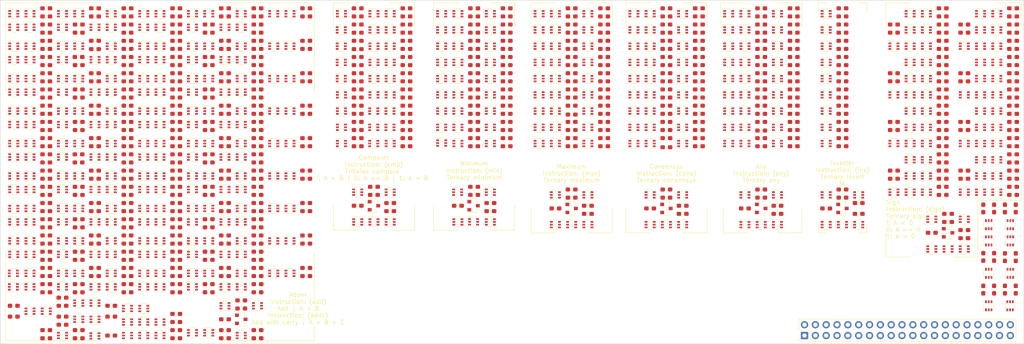
<source format=kicad_pcb>
(kicad_pcb (version 20171130) (host pcbnew 5.1.6)
  (layers (0 F.Cu signal) (31 B.Cu signal) (34 B.Paste user) (35 F.Paste user) (36 B.SilkS user) (37 F.SilkS user) (38 B.Mask user) (39 F.Mask user) (44 Edge.Cuts user))
  (net 0 "")
  (net 1 "Net-(Q1-Pad4)")
  (net 2 "Net-(Q1-Pad5)")
  (net 3 "Net-(Q1-Pad3)")
  (net 4 "Net-(Q1-Pad2)")
  (net 5 Vss)
  (net 6 "Net-(Q2-Pad6)")
  (net 7 "Net-(Q2-Pad4)")
  (net 8 Vdd)
  (net 9 "Net-(Q3-Pad6)")
  (net 10 CarryIn)
  (net 11 "Net-(Q3-Pad4)")
  (net 12 /FnB0)
  (net 13 "Net-(Q349-Pad2)")
  (net 14 /FnA0)
  (net 15 "Net-(Q350-Pad2)")
  (net 16 "Net-(Q15-Pad1)")
  (net 17 "Net-(Q15-Pad3)")
  (net 18 /Sheet712017E4/Vdd)
  (net 19 /Sheet712017E4/Vss)
  (net 20 "Net-(Q12-Pad6)")
  (net 21 "Net-(Q12-Pad4)")
  (net 22 "Net-(Q16-Pad1)")
  (net 23 "Net-(Q16-Pad3)")
  (net 24 "Net-(Q13-Pad6)")
  (net 25 "Net-(Q13-Pad4)")
  (net 26 "Net-(Q10-Pad6)")
  (net 27 "Net-(Q10-Pad4)")
  (net 28 "Net-(Q11-Pad6)")
  (net 29 "Net-(Q11-Pad4)")
  (net 30 /Sheet712017E4/CarryIn)
  (net 31 "Net-(Q13-Pad2)")
  (net 32 "Net-(Q14-Pad2)")
  (net 33 "Net-(Q15-Pad6)")
  (net 34 "Net-(Q15-Pad4)")
  (net 35 "Net-(Q16-Pad6)")
  (net 36 "Net-(Q16-Pad4)")
  (net 37 "Net-(Q17-Pad6)")
  (net 38 "Net-(Q17-Pad4)")
  (net 39 "Net-(Q18-Pad6)")
  (net 40 "Net-(Q18-Pad2)")
  (net 41 "Net-(Q18-Pad4)")
  (net 42 "Net-(Q19-Pad6)")
  (net 43 "Net-(Q19-Pad2)")
  (net 44 "Net-(Q19-Pad4)")
  (net 45 "Net-(Q20-Pad6)")
  (net 46 "Net-(Q20-Pad2)")
  (net 47 "Net-(Q20-Pad4)")
  (net 48 "Net-(Q21-Pad6)")
  (net 49 "Net-(Q21-Pad2)")
  (net 50 "Net-(Q21-Pad4)")
  (net 51 "Net-(Q22-Pad6)")
  (net 52 "Net-(Q22-Pad2)")
  (net 53 "Net-(Q22-Pad4)")
  (net 54 "Net-(Q23-Pad6)")
  (net 55 "Net-(Q23-Pad2)")
  (net 56 "Net-(Q23-Pad4)")
  (net 57 "Net-(Q24-Pad6)")
  (net 58 "Net-(Q24-Pad2)")
  (net 59 "Net-(Q24-Pad4)")
  (net 60 "Net-(Q25-Pad6)")
  (net 61 "Net-(Q25-Pad2)")
  (net 62 "Net-(Q25-Pad4)")
  (net 63 "Net-(Q26-Pad6)")
  (net 64 "Net-(Q26-Pad2)")
  (net 65 "Net-(Q26-Pad4)")
  (net 66 "Net-(Q27-Pad6)")
  (net 67 "Net-(Q27-Pad2)")
  (net 68 "Net-(Q27-Pad4)")
  (net 69 "Net-(Q28-Pad6)")
  (net 70 "Net-(Q28-Pad2)")
  (net 71 "Net-(Q28-Pad4)")
  (net 72 "Net-(Q29-Pad6)")
  (net 73 "Net-(Q29-Pad2)")
  (net 74 "Net-(Q29-Pad4)")
  (net 75 "Net-(Q30-Pad6)")
  (net 76 "Net-(Q30-Pad2)")
  (net 77 "Net-(Q30-Pad4)")
  (net 78 "Net-(Q31-Pad6)")
  (net 79 "Net-(Q31-Pad2)")
  (net 80 "Net-(Q31-Pad4)")
  (net 81 "Net-(Q32-Pad6)")
  (net 82 "Net-(Q32-Pad2)")
  (net 83 "Net-(Q32-Pad4)")
  (net 84 "Net-(Q33-Pad6)")
  (net 85 "Net-(Q33-Pad4)")
  (net 86 "Net-(Q34-Pad6)")
  (net 87 "Net-(Q34-Pad4)")
  (net 88 "Net-(Q35-Pad6)")
  (net 89 "Net-(Q35-Pad4)")
  (net 90 "Net-(Q36-Pad6)")
  (net 91 "Net-(Q36-Pad4)")
  (net 92 "Net-(Q37-Pad6)")
  (net 93 "Net-(Q37-Pad4)")
  (net 94 "Net-(Q38-Pad6)")
  (net 95 "Net-(Q38-Pad4)")
  (net 96 "Net-(Q39-Pad6)")
  (net 97 "Net-(Q39-Pad4)")
  (net 98 "Net-(Q40-Pad6)")
  (net 99 "Net-(Q40-Pad4)")
  (net 100 "Net-(Q41-Pad6)")
  (net 101 "Net-(Q41-Pad4)")
  (net 102 "Net-(Q42-Pad2)")
  (net 103 "Net-(Q43-Pad2)")
  (net 104 "Net-(Q44-Pad2)")
  (net 105 "Net-(Q45-Pad6)")
  (net 106 "Net-(Q45-Pad4)")
  (net 107 "Net-(Q46-Pad6)")
  (net 108 "Net-(Q46-Pad4)")
  (net 109 "Net-(Q47-Pad6)")
  (net 110 "Net-(Q47-Pad4)")
  (net 111 "Net-(Q48-Pad6)")
  (net 112 "Net-(Q48-Pad2)")
  (net 113 "Net-(Q48-Pad4)")
  (net 114 "Net-(Q49-Pad6)")
  (net 115 "Net-(Q49-Pad2)")
  (net 116 "Net-(Q49-Pad4)")
  (net 117 "Net-(Q50-Pad6)")
  (net 118 "Net-(Q50-Pad2)")
  (net 119 "Net-(Q50-Pad4)")
  (net 120 "Net-(Q51-Pad6)")
  (net 121 "Net-(Q51-Pad2)")
  (net 122 "Net-(Q51-Pad4)")
  (net 123 "Net-(Q52-Pad6)")
  (net 124 "Net-(Q52-Pad2)")
  (net 125 "Net-(Q52-Pad4)")
  (net 126 "Net-(Q53-Pad6)")
  (net 127 "Net-(Q53-Pad2)")
  (net 128 "Net-(Q53-Pad4)")
  (net 129 "Net-(Q54-Pad6)")
  (net 130 "Net-(Q54-Pad2)")
  (net 131 "Net-(Q54-Pad4)")
  (net 132 "Net-(Q55-Pad6)")
  (net 133 "Net-(Q55-Pad2)")
  (net 134 "Net-(Q55-Pad4)")
  (net 135 "Net-(Q56-Pad6)")
  (net 136 "Net-(Q56-Pad2)")
  (net 137 "Net-(Q56-Pad4)")
  (net 138 "Net-(Q57-Pad6)")
  (net 139 "Net-(Q57-Pad2)")
  (net 140 "Net-(Q57-Pad4)")
  (net 141 "Net-(Q58-Pad6)")
  (net 142 "Net-(Q58-Pad2)")
  (net 143 "Net-(Q58-Pad4)")
  (net 144 "Net-(Q59-Pad6)")
  (net 145 "Net-(Q59-Pad2)")
  (net 146 "Net-(Q59-Pad4)")
  (net 147 "Net-(Q60-Pad6)")
  (net 148 "Net-(Q60-Pad2)")
  (net 149 "Net-(Q60-Pad4)")
  (net 150 "Net-(Q61-Pad6)")
  (net 151 "Net-(Q61-Pad2)")
  (net 152 "Net-(Q61-Pad4)")
  (net 153 "Net-(Q62-Pad6)")
  (net 154 "Net-(Q62-Pad2)")
  (net 155 "Net-(Q62-Pad4)")
  (net 156 "Net-(Q63-Pad6)")
  (net 157 "Net-(Q63-Pad4)")
  (net 158 "Net-(Q64-Pad6)")
  (net 159 "Net-(Q64-Pad4)")
  (net 160 "Net-(Q65-Pad6)")
  (net 161 "Net-(Q65-Pad4)")
  (net 162 "Net-(Q66-Pad6)")
  (net 163 "Net-(Q66-Pad4)")
  (net 164 "Net-(Q67-Pad6)")
  (net 165 "Net-(Q67-Pad4)")
  (net 166 "Net-(Q68-Pad6)")
  (net 167 "Net-(Q68-Pad4)")
  (net 168 "Net-(Q69-Pad6)")
  (net 169 "Net-(Q69-Pad4)")
  (net 170 "Net-(Q70-Pad6)")
  (net 171 "Net-(Q70-Pad4)")
  (net 172 "Net-(Q71-Pad6)")
  (net 173 "Net-(Q71-Pad4)")
  (net 174 "Net-(Q72-Pad6)")
  (net 175 "Net-(Q72-Pad4)")
  (net 176 "Net-(Q73-Pad6)")
  (net 177 "Net-(Q73-Pad4)")
  (net 178 "Net-(Q74-Pad6)")
  (net 179 "Net-(Q74-Pad4)")
  (net 180 "Net-(Q75-Pad6)")
  (net 181 "Net-(Q75-Pad4)")
  (net 182 "Net-(Q76-Pad6)")
  (net 183 "Net-(Q76-Pad4)")
  (net 184 "Net-(Q77-Pad6)")
  (net 185 "Net-(Q77-Pad4)")
  (net 186 "Net-(Q78-Pad2)")
  (net 187 "Net-(Q79-Pad2)")
  (net 188 "Net-(Q80-Pad2)")
  (net 189 "Net-(Q81-Pad6)")
  (net 190 "Net-(Q81-Pad4)")
  (net 191 "Net-(Q82-Pad6)")
  (net 192 "Net-(Q82-Pad4)")
  (net 193 "Net-(Q83-Pad6)")
  (net 194 "Net-(Q83-Pad4)")
  (net 195 "Net-(Q84-Pad6)")
  (net 196 "Net-(Q135-Pad2)")
  (net 197 "Net-(Q84-Pad4)")
  (net 198 "Net-(Q85-Pad6)")
  (net 199 "Net-(Q136-Pad2)")
  (net 200 "Net-(Q85-Pad4)")
  (net 201 "Net-(Q86-Pad6)")
  (net 202 "Net-(Q137-Pad2)")
  (net 203 "Net-(Q86-Pad4)")
  (net 204 "Net-(Q87-Pad6)")
  (net 205 "Net-(Q87-Pad2)")
  (net 206 "Net-(Q87-Pad4)")
  (net 207 "Net-(Q88-Pad6)")
  (net 208 "Net-(Q88-Pad2)")
  (net 209 "Net-(Q88-Pad4)")
  (net 210 "Net-(Q89-Pad6)")
  (net 211 "Net-(Q89-Pad2)")
  (net 212 "Net-(Q89-Pad4)")
  (net 213 "Net-(Q90-Pad6)")
  (net 214 "Net-(Q90-Pad2)")
  (net 215 "Net-(Q90-Pad4)")
  (net 216 "Net-(Q91-Pad6)")
  (net 217 "Net-(Q100-Pad2)")
  (net 218 "Net-(Q91-Pad4)")
  (net 219 "Net-(Q92-Pad6)")
  (net 220 "Net-(Q101-Pad2)")
  (net 221 "Net-(Q92-Pad4)")
  (net 222 "Net-(Q93-Pad6)")
  (net 223 "Net-(Q93-Pad2)")
  (net 224 "Net-(Q93-Pad4)")
  (net 225 "Net-(Q94-Pad6)")
  (net 226 "Net-(Q94-Pad2)")
  (net 227 "Net-(Q94-Pad4)")
  (net 228 "Net-(Q95-Pad6)")
  (net 229 "Net-(Q95-Pad2)")
  (net 230 "Net-(Q95-Pad4)")
  (net 231 "Net-(Q96-Pad6)")
  (net 232 "Net-(Q96-Pad2)")
  (net 233 "Net-(Q96-Pad4)")
  (net 234 "Net-(Q100-Pad1)")
  (net 235 "Net-(Q97-Pad2)")
  (net 236 "Net-(Q100-Pad3)")
  (net 237 "Net-(Q101-Pad1)")
  (net 238 "Net-(Q98-Pad2)")
  (net 239 "Net-(Q101-Pad3)")
  (net 240 "Net-(Q99-Pad6)")
  (net 241 "Net-(Q99-Pad4)")
  (net 242 "Net-(Q100-Pad6)")
  (net 243 "Net-(Q100-Pad4)")
  (net 244 "Net-(Q101-Pad6)")
  (net 245 "Net-(Q101-Pad4)")
  (net 246 "Net-(Q102-Pad6)")
  (net 247 "Net-(Q102-Pad4)")
  (net 248 "Net-(Q103-Pad6)")
  (net 249 "Net-(Q103-Pad4)")
  (net 250 "Net-(Q104-Pad6)")
  (net 251 "Net-(Q104-Pad4)")
  (net 252 "Net-(Q105-Pad6)")
  (net 253 "Net-(Q105-Pad4)")
  (net 254 "Net-(Q106-Pad6)")
  (net 255 "Net-(Q106-Pad4)")
  (net 256 "Net-(Q107-Pad6)")
  (net 257 "Net-(Q107-Pad4)")
  (net 258 "Net-(Q108-Pad2)")
  (net 259 "Net-(Q109-Pad2)")
  (net 260 "Net-(Q110-Pad2)")
  (net 261 "Net-(Q111-Pad6)")
  (net 262 "Net-(Q111-Pad4)")
  (net 263 "Net-(Q112-Pad6)")
  (net 264 "Net-(Q112-Pad4)")
  (net 265 "Net-(Q113-Pad6)")
  (net 266 "Net-(Q113-Pad4)")
  (net 267 "Net-(Q114-Pad6)")
  (net 268 "Net-(Q114-Pad2)")
  (net 269 "Net-(Q114-Pad4)")
  (net 270 "Net-(Q115-Pad6)")
  (net 271 "Net-(Q115-Pad2)")
  (net 272 "Net-(Q115-Pad4)")
  (net 273 "Net-(Q116-Pad6)")
  (net 274 "Net-(Q116-Pad2)")
  (net 275 "Net-(Q116-Pad4)")
  (net 276 "Net-(Q117-Pad6)")
  (net 277 "Net-(Q117-Pad2)")
  (net 278 "Net-(Q117-Pad4)")
  (net 279 "Net-(Q118-Pad6)")
  (net 280 "Net-(Q118-Pad2)")
  (net 281 "Net-(Q118-Pad4)")
  (net 282 "Net-(Q119-Pad6)")
  (net 283 "Net-(Q119-Pad2)")
  (net 284 "Net-(Q119-Pad4)")
  (net 285 "Net-(Q120-Pad6)")
  (net 286 "Net-(Q120-Pad2)")
  (net 287 "Net-(Q120-Pad4)")
  (net 288 "Net-(Q121-Pad6)")
  (net 289 "Net-(Q121-Pad2)")
  (net 290 "Net-(Q121-Pad4)")
  (net 291 "Net-(Q122-Pad6)")
  (net 292 "Net-(Q122-Pad2)")
  (net 293 "Net-(Q122-Pad4)")
  (net 294 "Net-(Q123-Pad6)")
  (net 295 "Net-(Q123-Pad2)")
  (net 296 "Net-(Q123-Pad4)")
  (net 297 "Net-(Q124-Pad6)")
  (net 298 "Net-(Q124-Pad2)")
  (net 299 "Net-(Q124-Pad4)")
  (net 300 "Net-(Q125-Pad6)")
  (net 301 "Net-(Q125-Pad2)")
  (net 302 "Net-(Q125-Pad4)")
  (net 303 "Net-(Q126-Pad6)")
  (net 304 "Net-(Q126-Pad2)")
  (net 305 "Net-(Q126-Pad4)")
  (net 306 "Net-(Q127-Pad6)")
  (net 307 "Net-(Q127-Pad2)")
  (net 308 "Net-(Q127-Pad4)")
  (net 309 "Net-(Q128-Pad6)")
  (net 310 "Net-(Q128-Pad2)")
  (net 311 "Net-(Q128-Pad4)")
  (net 312 "Net-(Q129-Pad6)")
  (net 313 "Net-(Q129-Pad4)")
  (net 314 "Net-(Q130-Pad6)")
  (net 315 "Net-(Q130-Pad4)")
  (net 316 "Net-(Q131-Pad6)")
  (net 317 "Net-(Q131-Pad4)")
  (net 318 "Net-(Q132-Pad6)")
  (net 319 "Net-(Q132-Pad4)")
  (net 320 "Net-(Q133-Pad6)")
  (net 321 "Net-(Q133-Pad4)")
  (net 322 "Net-(Q134-Pad6)")
  (net 323 "Net-(Q134-Pad4)")
  (net 324 "Net-(Q135-Pad6)")
  (net 325 "Net-(Q135-Pad4)")
  (net 326 "Net-(Q136-Pad6)")
  (net 327 "Net-(Q136-Pad4)")
  (net 328 "Net-(Q137-Pad6)")
  (net 329 "Net-(Q137-Pad4)")
  (net 330 "Net-(Q138-Pad6)")
  (net 331 "Net-(Q138-Pad4)")
  (net 332 "Net-(Q139-Pad6)")
  (net 333 "Net-(Q139-Pad4)")
  (net 334 "Net-(Q140-Pad6)")
  (net 335 "Net-(Q140-Pad4)")
  (net 336 "Net-(Q141-Pad6)")
  (net 337 "Net-(Q141-Pad4)")
  (net 338 "Net-(Q142-Pad6)")
  (net 339 "Net-(Q142-Pad4)")
  (net 340 "Net-(Q143-Pad6)")
  (net 341 "Net-(Q143-Pad4)")
  (net 342 "Net-(Q144-Pad2)")
  (net 343 "Net-(Q145-Pad2)")
  (net 344 "Net-(Q146-Pad2)")
  (net 345 "Net-(Q147-Pad6)")
  (net 346 "Net-(Q147-Pad4)")
  (net 347 "Net-(Q148-Pad6)")
  (net 348 "Net-(Q148-Pad4)")
  (net 349 "Net-(Q149-Pad6)")
  (net 350 "Net-(Q149-Pad4)")
  (net 351 "Net-(Q150-Pad6)")
  (net 352 "Net-(Q150-Pad2)")
  (net 353 "Net-(Q150-Pad4)")
  (net 354 "Net-(Q151-Pad6)")
  (net 355 "Net-(Q151-Pad2)")
  (net 356 "Net-(Q151-Pad4)")
  (net 357 "Net-(Q152-Pad6)")
  (net 358 "Net-(Q152-Pad2)")
  (net 359 "Net-(Q152-Pad4)")
  (net 360 "Net-(Q153-Pad6)")
  (net 361 "Net-(Q153-Pad2)")
  (net 362 "Net-(Q153-Pad4)")
  (net 363 "Net-(Q154-Pad6)")
  (net 364 "Net-(Q154-Pad2)")
  (net 365 "Net-(Q154-Pad4)")
  (net 366 "Net-(Q155-Pad6)")
  (net 367 "Net-(Q155-Pad2)")
  (net 368 "Net-(Q155-Pad4)")
  (net 369 "Net-(Q156-Pad6)")
  (net 370 "Net-(Q156-Pad2)")
  (net 371 "Net-(Q156-Pad4)")
  (net 372 "Net-(Q157-Pad6)")
  (net 373 "Net-(Q157-Pad2)")
  (net 374 "Net-(Q157-Pad4)")
  (net 375 "Net-(Q158-Pad6)")
  (net 376 "Net-(Q158-Pad2)")
  (net 377 "Net-(Q158-Pad4)")
  (net 378 "Net-(Q159-Pad6)")
  (net 379 "Net-(Q159-Pad2)")
  (net 380 "Net-(Q159-Pad4)")
  (net 381 "Net-(Q160-Pad6)")
  (net 382 "Net-(Q160-Pad2)")
  (net 383 "Net-(Q160-Pad4)")
  (net 384 "Net-(Q161-Pad6)")
  (net 385 "Net-(Q161-Pad2)")
  (net 386 "Net-(Q161-Pad4)")
  (net 387 "Net-(Q162-Pad6)")
  (net 388 "Net-(Q162-Pad2)")
  (net 389 "Net-(Q162-Pad4)")
  (net 390 "Net-(Q163-Pad6)")
  (net 391 "Net-(Q163-Pad2)")
  (net 392 "Net-(Q163-Pad4)")
  (net 393 "Net-(Q164-Pad6)")
  (net 394 "Net-(Q164-Pad2)")
  (net 395 "Net-(Q164-Pad4)")
  (net 396 "Net-(Q165-Pad6)")
  (net 397 "Net-(Q165-Pad4)")
  (net 398 "Net-(Q166-Pad6)")
  (net 399 "Net-(Q166-Pad4)")
  (net 400 "Net-(Q167-Pad6)")
  (net 401 "Net-(Q167-Pad4)")
  (net 402 "Net-(Q168-Pad6)")
  (net 403 "Net-(Q168-Pad4)")
  (net 404 "Net-(Q169-Pad6)")
  (net 405 "Net-(Q169-Pad4)")
  (net 406 "Net-(Q170-Pad6)")
  (net 407 "Net-(Q170-Pad4)")
  (net 408 "Net-(Q171-Pad6)")
  (net 409 "Net-(Q171-Pad4)")
  (net 410 "Net-(Q172-Pad6)")
  (net 411 "Net-(Q172-Pad4)")
  (net 412 "Net-(Q173-Pad6)")
  (net 413 "Net-(Q173-Pad4)")
  (net 414 "Net-(Q174-Pad2)")
  (net 415 "Net-(Q175-Pad2)")
  (net 416 "Net-(Q176-Pad2)")
  (net 417 "Net-(Q177-Pad6)")
  (net 418 "Net-(Q177-Pad4)")
  (net 419 "Net-(Q178-Pad6)")
  (net 420 "Net-(Q178-Pad4)")
  (net 421 "Net-(Q179-Pad6)")
  (net 422 "Net-(Q179-Pad4)")
  (net 423 "Net-(Q180-Pad6)")
  (net 424 "Net-(Q180-Pad2)")
  (net 425 "Net-(Q180-Pad4)")
  (net 426 "Net-(Q181-Pad6)")
  (net 427 "Net-(Q181-Pad2)")
  (net 428 "Net-(Q181-Pad4)")
  (net 429 "Net-(Q182-Pad6)")
  (net 430 "Net-(Q182-Pad2)")
  (net 431 "Net-(Q182-Pad4)")
  (net 432 "Net-(Q183-Pad6)")
  (net 433 "Net-(Q183-Pad2)")
  (net 434 "Net-(Q183-Pad4)")
  (net 435 "Net-(Q184-Pad6)")
  (net 436 "Net-(Q184-Pad2)")
  (net 437 "Net-(Q184-Pad4)")
  (net 438 "Net-(Q185-Pad6)")
  (net 439 "Net-(Q185-Pad2)")
  (net 440 "Net-(Q185-Pad4)")
  (net 441 "Net-(Q186-Pad6)")
  (net 442 "Net-(Q186-Pad2)")
  (net 443 "Net-(Q186-Pad4)")
  (net 444 "Net-(Q187-Pad6)")
  (net 445 "Net-(Q187-Pad2)")
  (net 446 "Net-(Q187-Pad4)")
  (net 447 "Net-(Q188-Pad6)")
  (net 448 "Net-(Q188-Pad2)")
  (net 449 "Net-(Q188-Pad4)")
  (net 450 "Net-(Q189-Pad6)")
  (net 451 "Net-(Q189-Pad2)")
  (net 452 "Net-(Q189-Pad4)")
  (net 453 "Net-(Q190-Pad6)")
  (net 454 "Net-(Q190-Pad2)")
  (net 455 "Net-(Q190-Pad4)")
  (net 456 "Net-(Q191-Pad6)")
  (net 457 "Net-(Q191-Pad2)")
  (net 458 "Net-(Q191-Pad4)")
  (net 459 "Net-(Q192-Pad6)")
  (net 460 "Net-(Q192-Pad2)")
  (net 461 "Net-(Q192-Pad4)")
  (net 462 "Net-(Q193-Pad6)")
  (net 463 "Net-(Q193-Pad2)")
  (net 464 "Net-(Q193-Pad4)")
  (net 465 "Net-(Q194-Pad6)")
  (net 466 "Net-(Q194-Pad2)")
  (net 467 "Net-(Q194-Pad4)")
  (net 468 "Net-(Q195-Pad6)")
  (net 469 "Net-(Q195-Pad4)")
  (net 470 "Net-(Q196-Pad6)")
  (net 471 "Net-(Q196-Pad4)")
  (net 472 "Net-(Q197-Pad6)")
  (net 473 "Net-(Q197-Pad4)")
  (net 474 "Net-(Q198-Pad6)")
  (net 475 "Net-(Q198-Pad4)")
  (net 476 "Net-(Q199-Pad6)")
  (net 477 "Net-(Q199-Pad4)")
  (net 478 "Net-(Q200-Pad6)")
  (net 479 "Net-(Q200-Pad4)")
  (net 480 "Net-(Q201-Pad6)")
  (net 481 "Net-(Q201-Pad4)")
  (net 482 "Net-(Q202-Pad6)")
  (net 483 "Net-(Q202-Pad4)")
  (net 484 "Net-(Q203-Pad6)")
  (net 485 "Net-(Q203-Pad4)")
  (net 486 "Net-(Q204-Pad6)")
  (net 487 "Net-(Q204-Pad2)")
  (net 488 "Net-(Q204-Pad4)")
  (net 489 /sheet730CCE4E/Vdd)
  (net 490 /sheet730CCE4E/Vss)
  (net 491 "Net-(Q205-Pad6)")
  (net 492 "Net-(Q205-Pad4)")
  (net 493 "Net-(Q205-Pad1)")
  (net 494 "Net-(Q207-Pad6)")
  (net 495 "Net-(Q207-Pad2)")
  (net 496 "Net-(Q207-Pad4)")
  (net 497 "Net-(Q208-Pad6)")
  (net 498 "Net-(Q208-Pad4)")
  (net 499 "Net-(Q208-Pad1)")
  (net 500 "Net-(Q210-Pad6)")
  (net 501 "Net-(Q210-Pad2)")
  (net 502 "Net-(Q210-Pad4)")
  (net 503 "Net-(Q211-Pad6)")
  (net 504 "Net-(Q211-Pad4)")
  (net 505 "Net-(Q211-Pad1)")
  (net 506 "Net-(Q213-Pad6)")
  (net 507 "Net-(Q213-Pad2)")
  (net 508 "Net-(Q213-Pad4)")
  (net 509 "Net-(Q214-Pad6)")
  (net 510 "Net-(Q214-Pad4)")
  (net 511 "Net-(Q214-Pad1)")
  (net 512 "Net-(Q216-Pad6)")
  (net 513 "Net-(Q216-Pad2)")
  (net 514 "Net-(Q216-Pad4)")
  (net 515 "Net-(Q217-Pad6)")
  (net 516 "Net-(Q217-Pad4)")
  (net 517 "Net-(Q217-Pad1)")
  (net 518 "Net-(Q219-Pad6)")
  (net 519 "Net-(Q219-Pad2)")
  (net 520 "Net-(Q219-Pad4)")
  (net 521 "Net-(Q220-Pad6)")
  (net 522 "Net-(Q220-Pad4)")
  (net 523 "Net-(Q220-Pad1)")
  (net 524 "Net-(Q222-Pad6)")
  (net 525 "Net-(Q222-Pad2)")
  (net 526 "Net-(Q222-Pad4)")
  (net 527 "Net-(Q223-Pad6)")
  (net 528 "Net-(Q223-Pad4)")
  (net 529 "Net-(Q223-Pad1)")
  (net 530 "Net-(Q225-Pad6)")
  (net 531 "Net-(Q225-Pad2)")
  (net 532 "Net-(Q225-Pad4)")
  (net 533 "Net-(Q226-Pad6)")
  (net 534 "Net-(Q226-Pad4)")
  (net 535 "Net-(Q226-Pad1)")
  (net 536 "Net-(Q228-Pad6)")
  (net 537 "Net-(Q228-Pad2)")
  (net 538 "Net-(Q228-Pad4)")
  (net 539 "Net-(Q229-Pad6)")
  (net 540 "Net-(Q229-Pad4)")
  (net 541 "Net-(Q229-Pad1)")
  (net 542 "Net-(Q231-Pad6)")
  (net 543 "Net-(Q231-Pad2)")
  (net 544 "Net-(Q231-Pad4)")
  (net 545 /sheet730D27DE/Vdd)
  (net 546 /sheet730D27DE/Vss)
  (net 547 "Net-(Q232-Pad6)")
  (net 548 "Net-(Q232-Pad4)")
  (net 549 "Net-(Q232-Pad3)")
  (net 550 "Net-(Q234-Pad6)")
  (net 551 "Net-(Q234-Pad2)")
  (net 552 "Net-(Q234-Pad4)")
  (net 553 "Net-(Q235-Pad6)")
  (net 554 "Net-(Q235-Pad4)")
  (net 555 "Net-(Q235-Pad3)")
  (net 556 "Net-(Q237-Pad6)")
  (net 557 "Net-(Q237-Pad2)")
  (net 558 "Net-(Q237-Pad4)")
  (net 559 "Net-(Q238-Pad6)")
  (net 560 "Net-(Q238-Pad4)")
  (net 561 "Net-(Q238-Pad3)")
  (net 562 "Net-(Q240-Pad6)")
  (net 563 "Net-(Q240-Pad2)")
  (net 564 "Net-(Q240-Pad4)")
  (net 565 "Net-(Q241-Pad6)")
  (net 566 "Net-(Q241-Pad4)")
  (net 567 "Net-(Q241-Pad3)")
  (net 568 "Net-(Q243-Pad6)")
  (net 569 "Net-(Q243-Pad2)")
  (net 570 "Net-(Q243-Pad4)")
  (net 571 "Net-(Q244-Pad6)")
  (net 572 "Net-(Q244-Pad4)")
  (net 573 "Net-(Q244-Pad3)")
  (net 574 "Net-(Q246-Pad6)")
  (net 575 "Net-(Q246-Pad2)")
  (net 576 "Net-(Q246-Pad4)")
  (net 577 "Net-(Q247-Pad6)")
  (net 578 "Net-(Q247-Pad4)")
  (net 579 "Net-(Q247-Pad3)")
  (net 580 "Net-(Q249-Pad6)")
  (net 581 "Net-(Q249-Pad2)")
  (net 582 "Net-(Q249-Pad4)")
  (net 583 "Net-(Q250-Pad6)")
  (net 584 "Net-(Q250-Pad4)")
  (net 585 "Net-(Q250-Pad3)")
  (net 586 "Net-(Q252-Pad6)")
  (net 587 "Net-(Q252-Pad2)")
  (net 588 "Net-(Q252-Pad4)")
  (net 589 "Net-(Q253-Pad6)")
  (net 590 "Net-(Q253-Pad4)")
  (net 591 "Net-(Q253-Pad3)")
  (net 592 "Net-(Q255-Pad6)")
  (net 593 "Net-(Q255-Pad2)")
  (net 594 "Net-(Q255-Pad4)")
  (net 595 "Net-(Q256-Pad6)")
  (net 596 "Net-(Q256-Pad4)")
  (net 597 "Net-(Q256-Pad3)")
  (net 598 "Net-(Q258-Pad6)")
  (net 599 "Net-(Q258-Pad2)")
  (net 600 "Net-(Q258-Pad4)")
  (net 601 /sheet72A2BAFF/Vdd)
  (net 602 /sheet72A2BAFF/Vss)
  (net 603 "Net-(Q260-Pad6)")
  (net 604 "Net-(Q260-Pad4)")
  (net 605 "Net-(Q261-Pad6)")
  (net 606 "Net-(Q261-Pad2)")
  (net 607 "Net-(Q261-Pad4)")
  (net 608 "Net-(Q263-Pad6)")
  (net 609 "Net-(Q263-Pad4)")
  (net 610 "Net-(Q264-Pad6)")
  (net 611 "Net-(Q264-Pad2)")
  (net 612 "Net-(Q264-Pad4)")
  (net 613 "Net-(Q266-Pad6)")
  (net 614 "Net-(Q266-Pad4)")
  (net 615 "Net-(Q267-Pad6)")
  (net 616 "Net-(Q267-Pad2)")
  (net 617 "Net-(Q267-Pad4)")
  (net 618 "Net-(Q269-Pad6)")
  (net 619 "Net-(Q269-Pad4)")
  (net 620 "Net-(Q270-Pad6)")
  (net 621 "Net-(Q270-Pad2)")
  (net 622 "Net-(Q270-Pad4)")
  (net 623 "Net-(Q272-Pad6)")
  (net 624 "Net-(Q272-Pad4)")
  (net 625 "Net-(Q273-Pad6)")
  (net 626 "Net-(Q273-Pad2)")
  (net 627 "Net-(Q273-Pad4)")
  (net 628 "Net-(Q275-Pad6)")
  (net 629 "Net-(Q275-Pad4)")
  (net 630 "Net-(Q276-Pad6)")
  (net 631 "Net-(Q276-Pad2)")
  (net 632 "Net-(Q276-Pad4)")
  (net 633 "Net-(Q278-Pad6)")
  (net 634 "Net-(Q278-Pad4)")
  (net 635 "Net-(Q279-Pad6)")
  (net 636 "Net-(Q279-Pad2)")
  (net 637 "Net-(Q279-Pad4)")
  (net 638 "Net-(Q281-Pad6)")
  (net 639 "Net-(Q281-Pad4)")
  (net 640 "Net-(Q282-Pad6)")
  (net 641 "Net-(Q282-Pad2)")
  (net 642 "Net-(Q282-Pad4)")
  (net 643 "Net-(Q284-Pad6)")
  (net 644 "Net-(Q284-Pad4)")
  (net 645 "Net-(Q285-Pad6)")
  (net 646 "Net-(Q285-Pad2)")
  (net 647 "Net-(Q285-Pad4)")
  (net 648 /sheet5FF29CD3/Vdd)
  (net 649 /sheet5FF29CD3/Vss)
  (net 650 "Net-(Q286-Pad6)")
  (net 651 "Net-(Q286-Pad4)")
  (net 652 "Net-(Q288-Pad6)")
  (net 653 "Net-(Q288-Pad2)")
  (net 654 "Net-(Q288-Pad4)")
  (net 655 "Net-(Q289-Pad6)")
  (net 656 "Net-(Q289-Pad4)")
  (net 657 "Net-(Q291-Pad6)")
  (net 658 "Net-(Q291-Pad2)")
  (net 659 "Net-(Q291-Pad4)")
  (net 660 "Net-(Q292-Pad6)")
  (net 661 "Net-(Q292-Pad4)")
  (net 662 "Net-(Q294-Pad6)")
  (net 663 "Net-(Q294-Pad2)")
  (net 664 "Net-(Q294-Pad4)")
  (net 665 "Net-(Q295-Pad6)")
  (net 666 "Net-(Q295-Pad4)")
  (net 667 "Net-(Q297-Pad6)")
  (net 668 "Net-(Q297-Pad2)")
  (net 669 "Net-(Q297-Pad4)")
  (net 670 "Net-(Q298-Pad6)")
  (net 671 "Net-(Q298-Pad4)")
  (net 672 "Net-(Q300-Pad6)")
  (net 673 "Net-(Q300-Pad2)")
  (net 674 "Net-(Q300-Pad4)")
  (net 675 "Net-(Q301-Pad6)")
  (net 676 "Net-(Q301-Pad4)")
  (net 677 "Net-(Q303-Pad6)")
  (net 678 "Net-(Q303-Pad2)")
  (net 679 "Net-(Q303-Pad4)")
  (net 680 "Net-(Q304-Pad6)")
  (net 681 "Net-(Q304-Pad4)")
  (net 682 "Net-(Q306-Pad6)")
  (net 683 "Net-(Q306-Pad2)")
  (net 684 "Net-(Q306-Pad4)")
  (net 685 "Net-(Q307-Pad6)")
  (net 686 "Net-(Q307-Pad4)")
  (net 687 "Net-(Q309-Pad6)")
  (net 688 "Net-(Q309-Pad2)")
  (net 689 "Net-(Q309-Pad4)")
  (net 690 "Net-(Q310-Pad6)")
  (net 691 "Net-(Q310-Pad4)")
  (net 692 "Net-(Q312-Pad6)")
  (net 693 "Net-(Q312-Pad2)")
  (net 694 "Net-(Q312-Pad4)")
  (net 695 /sheet730E02CF/Vdd)
  (net 696 /sheet730E02CF/Vss)
  (net 697 "Net-(Q313-Pad6)")
  (net 698 "Net-(Q313-Pad4)")
  (net 699 "Net-(Q313-Pad3)")
  (net 700 "Net-(Q313-Pad1)")
  (net 701 "Net-(Q315-Pad6)")
  (net 702 "Net-(Q315-Pad2)")
  (net 703 "Net-(Q315-Pad4)")
  (net 704 "Net-(Q316-Pad6)")
  (net 705 "Net-(Q316-Pad4)")
  (net 706 "Net-(Q316-Pad3)")
  (net 707 "Net-(Q316-Pad1)")
  (net 708 "Net-(Q318-Pad6)")
  (net 709 "Net-(Q318-Pad2)")
  (net 710 "Net-(Q318-Pad4)")
  (net 711 "Net-(Q319-Pad6)")
  (net 712 "Net-(Q319-Pad4)")
  (net 713 "Net-(Q319-Pad3)")
  (net 714 "Net-(Q319-Pad1)")
  (net 715 "Net-(Q321-Pad6)")
  (net 716 "Net-(Q321-Pad2)")
  (net 717 "Net-(Q321-Pad4)")
  (net 718 "Net-(Q322-Pad6)")
  (net 719 "Net-(Q322-Pad4)")
  (net 720 "Net-(Q322-Pad3)")
  (net 721 "Net-(Q322-Pad1)")
  (net 722 "Net-(Q324-Pad6)")
  (net 723 "Net-(Q324-Pad2)")
  (net 724 "Net-(Q324-Pad4)")
  (net 725 "Net-(Q325-Pad6)")
  (net 726 "Net-(Q325-Pad4)")
  (net 727 "Net-(Q325-Pad3)")
  (net 728 "Net-(Q325-Pad1)")
  (net 729 "Net-(Q327-Pad6)")
  (net 730 "Net-(Q327-Pad2)")
  (net 731 "Net-(Q327-Pad4)")
  (net 732 "Net-(Q328-Pad6)")
  (net 733 "Net-(Q328-Pad4)")
  (net 734 "Net-(Q328-Pad3)")
  (net 735 "Net-(Q328-Pad1)")
  (net 736 "Net-(Q330-Pad6)")
  (net 737 "Net-(Q330-Pad2)")
  (net 738 "Net-(Q330-Pad4)")
  (net 739 "Net-(Q331-Pad6)")
  (net 740 "Net-(Q331-Pad4)")
  (net 741 "Net-(Q331-Pad3)")
  (net 742 "Net-(Q331-Pad1)")
  (net 743 "Net-(Q333-Pad6)")
  (net 744 "Net-(Q333-Pad2)")
  (net 745 "Net-(Q333-Pad4)")
  (net 746 "Net-(Q334-Pad6)")
  (net 747 "Net-(Q334-Pad4)")
  (net 748 "Net-(Q334-Pad3)")
  (net 749 "Net-(Q334-Pad1)")
  (net 750 "Net-(Q336-Pad6)")
  (net 751 "Net-(Q336-Pad2)")
  (net 752 "Net-(Q336-Pad4)")
  (net 753 "Net-(Q337-Pad6)")
  (net 754 "Net-(Q337-Pad4)")
  (net 755 "Net-(Q337-Pad3)")
  (net 756 "Net-(Q337-Pad1)")
  (net 757 "Net-(Q339-Pad6)")
  (net 758 "Net-(Q339-Pad4)")
  (net 759 /sheet730E02D0/Vdd)
  (net 760 /sheet730E02D0/Vss)
  (net 761 "Net-(Q340-Pad6)")
  (net 762 "Net-(Q340-Pad4)")
  (net 763 "Net-(Q341-Pad6)")
  (net 764 "Net-(Q341-Pad4)")
  (net 765 "Net-(Q342-Pad6)")
  (net 766 "Net-(Q342-Pad4)")
  (net 767 "Net-(Q343-Pad6)")
  (net 768 "Net-(Q343-Pad4)")
  (net 769 "Net-(Q344-Pad6)")
  (net 770 "Net-(Q344-Pad4)")
  (net 771 "Net-(Q345-Pad6)")
  (net 772 "Net-(Q345-Pad4)")
  (net 773 "Net-(Q346-Pad6)")
  (net 774 "Net-(Q346-Pad4)")
  (net 775 "Net-(Q347-Pad6)")
  (net 776 "Net-(Q347-Pad4)")
  (net 777 "Net-(Q348-Pad6)")
  (net 778 "Net-(Q348-Pad2)")
  (net 779 "Net-(Q349-Pad6)")
  (net 780 "Net-(Q349-Pad4)")
  (net 781 "Net-(Q350-Pad6)")
  (net 782 "Net-(Q350-Pad4)")
  (net 783 "Net-(Q351-Pad6)")
  (net 784 "Net-(Q351-Pad4)")
  (net 785 /sheet730EC5B7/Vdd)
  (net 786 /sheet730EC5B7/Vss)
  (net 787 "Net-(Q352-Pad6)")
  (net 788 "Net-(Q352-Pad4)")
  (net 789 "Net-(Q353-Pad6)")
  (net 790 "Net-(Q353-Pad4)")
  (net 791 "Net-(Q354-Pad6)")
  (net 792 "Net-(Q354-Pad4)")
  (net 793 "Net-(Q355-Pad6)")
  (net 794 "Net-(Q355-Pad4)")
  (net 795 "Net-(Q356-Pad6)")
  (net 796 "Net-(Q356-Pad4)")
  (net 797 "Net-(Q357-Pad6)")
  (net 798 "Net-(Q357-Pad2)")
  (net 799 "Net-(Q357-Pad4)")
  (net 800 "Net-(Q358-Pad6)")
  (net 801 "Net-(Q358-Pad4)")
  (net 802 "Net-(Q359-Pad6)")
  (net 803 "Net-(Q359-Pad2)")
  (net 804 "Net-(Q359-Pad4)")
  (net 805 "Net-(Q360-Pad6)")
  (net 806 "Net-(Q360-Pad4)")
  (net 807 "Net-(Q361-Pad6)")
  (net 808 "Net-(Q361-Pad2)")
  (net 809 "Net-(Q361-Pad4)")
  (net 810 "Net-(Q362-Pad6)")
  (net 811 "Net-(Q362-Pad4)")
  (net 812 "Net-(Q363-Pad6)")
  (net 813 "Net-(Q363-Pad2)")
  (net 814 "Net-(Q363-Pad4)")
  (net 815 "Net-(Q364-Pad6)")
  (net 816 "Net-(Q364-Pad2)")
  (net 817 "Net-(Q364-Pad4)")
  (net 818 "Net-(Q369-Pad6)")
  (net 819 "Net-(Q369-Pad4)")
  (net 820 "Net-(Q370-Pad6)")
  (net 821 "Net-(Q370-Pad4)")
  (net 822 "Net-(Q371-Pad6)")
  (net 823 "Net-(Q371-Pad4)")
  (net 824 "Net-(Q372-Pad6)")
  (net 825 "Net-(Q372-Pad4)")
  (net 826 "Net-(Q373-Pad6)")
  (net 827 "Net-(Q373-Pad2)")
  (net 828 "Net-(Q373-Pad4)")
  (net 829 "Net-(Q374-Pad6)")
  (net 830 "Net-(Q374-Pad2)")
  (net 831 "Net-(Q374-Pad4)")
  (net 832 "Net-(Q375-Pad6)")
  (net 833 "Net-(Q375-Pad2)")
  (net 834 "Net-(Q375-Pad4)")
  (net 835 "Net-(Q376-Pad6)")
  (net 836 "Net-(Q376-Pad2)")
  (net 837 "Net-(Q376-Pad4)")
  (net 838 "Net-(Q377-Pad6)")
  (net 839 "Net-(Q377-Pad2)")
  (net 840 "Net-(Q377-Pad4)")
  (net 841 "Net-(Q378-Pad6)")
  (net 842 "Net-(Q378-Pad2)")
  (net 843 "Net-(Q378-Pad4)")
  (net 844 "Net-(Q379-Pad6)")
  (net 845 "Net-(Q379-Pad2)")
  (net 846 "Net-(Q379-Pad4)")
  (net 847 "Net-(Q380-Pad6)")
  (net 848 "Net-(Q380-Pad2)")
  (net 849 "Net-(Q380-Pad4)")
  (net 850 "Net-(Q381-Pad6)")
  (net 851 "Net-(Q381-Pad2)")
  (net 852 "Net-(Q381-Pad4)")
  (net 853 "Net-(Q382-Pad6)")
  (net 854 "Net-(Q382-Pad2)")
  (net 855 "Net-(Q382-Pad4)")
  (net 856 "Net-(Q383-Pad6)")
  (net 857 "Net-(Q383-Pad2)")
  (net 858 "Net-(Q383-Pad4)")
  (net 859 "Net-(Q384-Pad6)")
  (net 860 "Net-(Q384-Pad2)")
  (net 861 "Net-(Q384-Pad4)")
  (net 862 "Net-(Q385-Pad6)")
  (net 863 "Net-(Q385-Pad2)")
  (net 864 "Net-(Q385-Pad4)")
  (net 865 "Net-(Q386-Pad6)")
  (net 866 "Net-(Q386-Pad2)")
  (net 867 "Net-(Q386-Pad4)")
  (net 868 "Net-(Q389-Pad6)")
  (net 869 "Net-(Q389-Pad4)")
  (net 870 "Net-(Q390-Pad6)")
  (net 871 "Net-(Q390-Pad4)")
  (net 872 "Net-(Q391-Pad6)")
  (net 873 "Net-(Q391-Pad2)")
  (net 874 "Net-(Q391-Pad4)")
  (net 875 "Net-(Q392-Pad6)")
  (net 876 "Net-(Q392-Pad2)")
  (net 877 "Net-(Q392-Pad4)")
  (net 878 "Net-(Q393-Pad6)")
  (net 879 "Net-(Q393-Pad2)")
  (net 880 "Net-(Q393-Pad4)")
  (net 881 "Net-(Q394-Pad6)")
  (net 882 "Net-(Q394-Pad2)")
  (net 883 "Net-(Q394-Pad4)")
  (net 884 "Net-(Q395-Pad6)")
  (net 885 "Net-(Q395-Pad2)")
  (net 886 "Net-(Q395-Pad4)")
  (net 887 "Net-(Q396-Pad6)")
  (net 888 "Net-(Q396-Pad2)")
  (net 889 "Net-(Q396-Pad4)")
  (net 890 "Net-(Q397-Pad6)")
  (net 891 "Net-(Q397-Pad2)")
  (net 892 "Net-(Q397-Pad4)")
  (net 893 "Net-(Q399-Pad6)")
  (net 894 "Net-(Q399-Pad4)")
  (net 895 "Net-(Q400-Pad6)")
  (net 896 "Net-(Q400-Pad2)")
  (net 897 "Net-(Q400-Pad4)")
  (net 898 "Net-(Q401-Pad6)")
  (net 899 "Net-(Q401-Pad2)")
  (net 900 "Net-(Q401-Pad4)")
  (net 901 "Net-(Q402-Pad6)")
  (net 902 "Net-(Q402-Pad4)")
  (net 903 "Net-(Q403-Pad6)")
  (net 904 "Net-(Q403-Pad2)")
  (net 905 "Net-(Q403-Pad4)")
  (net 906 "Net-(Q404-Pad6)")
  (net 907 "Net-(Q404-Pad2)")
  (net 908 "Net-(Q404-Pad4)")
  (net 909 "Net-(Q406-Pad6)")
  (net 910 "Net-(Q406-Pad4)")
  (net 911 "Net-(Q407-Pad6)")
  (net 912 "Net-(Q407-Pad2)")
  (net 913 "Net-(Q407-Pad4)")
  (net 914 "Net-(Q408-Pad6)")
  (net 915 "Net-(Q408-Pad2)")
  (net 916 "Net-(Q408-Pad4)")
  (net 917 "Net-(Q409-Pad6)")
  (net 918 "Net-(Q410-Pad6)")
  (net 919 "Net-(Q411-Pad6)")
  (net 920 /FnB2)
  (net 921 "Net-(Q411-Pad4)")
  (net 922 "Net-(Q412-Pad6)")
  (net 923 /FnA2)
  (net 924 "Net-(Q412-Pad4)")
  (net 925 "Net-(Q413-Pad6)")
  (net 926 "Net-(Q413-Pad2)")
  (net 927 "Net-(Q413-Pad4)")
  (net 928 "Net-(Q414-Pad6)")
  (net 929 "Net-(Q414-Pad4)")
  (net 930 "Net-(Q415-Pad6)")
  (net 931 "Net-(Q415-Pad2)")
  (net 932 "Net-(Q415-Pad4)")
  (net 933 "Net-(Q416-Pad4)")
  (net 934 "Net-(Q417-Pad4)")
  (net 935 "Net-(Q418-Pad6)")
  (net 936 "Net-(Q418-Pad2)")
  (net 937 "Net-(Q418-Pad4)")
  (net 938 "Net-(Q419-Pad6)")
  (net 939 "Net-(Q419-Pad2)")
  (net 940 "Net-(Q420-Pad6)")
  (net 941 OutputEnable)
  (net 942 "Net-(Q420-Pad4)")
  (net 943 "Net-(Q422-Pad5)")
  (net 944 "Net-(Q422-Pad2)")
  (net 945 GND)
  (net 946 "Net-(Q423-Pad1)")
  (net 947 "Net-(Q424-Pad6)")
  (net 948 "Net-(Q424-Pad4)")
  (net 949 /FnB1)
  (net 950 "Net-(Q426-Pad5)")
  (net 951 "Net-(Q426-Pad2)")
  (net 952 "Net-(Q427-Pad1)")
  (net 953 "Net-(Q428-Pad6)")
  (net 954 "Net-(Q428-Pad4)")
  (net 955 "Net-(Q430-Pad5)")
  (net 956 "Net-(Q430-Pad2)")
  (net 957 "Net-(Q431-Pad1)")
  (net 958 "Net-(Q432-Pad6)")
  (net 959 "Net-(Q432-Pad4)")
  (net 960 "Net-(Q434-Pad5)")
  (net 961 "Net-(Q434-Pad2)")
  (net 962 "Net-(Q435-Pad1)")
  (net 963 "Net-(Q436-Pad6)")
  (net 964 "Net-(Q436-Pad4)")
  (net 965 "Net-(Q438-Pad5)")
  (net 966 "Net-(Q438-Pad2)")
  (net 967 "Net-(Q439-Pad1)")
  (net 968 "Net-(Q440-Pad6)")
  (net 969 "Net-(Q440-Pad4)")
  (net 970 "Net-(Q442-Pad5)")
  (net 971 "Net-(Q442-Pad2)")
  (net 972 "Net-(Q443-Pad1)")
  (net 973 "Net-(Q444-Pad6)")
  (net 974 "Net-(Q444-Pad4)")
  (net 975 "Net-(Q446-Pad5)")
  (net 976 "Net-(Q446-Pad2)")
  (net 977 "Net-(Q447-Pad1)")
  (net 978 "Net-(Q448-Pad6)")
  (net 979 "Net-(Q448-Pad4)")
  (net 980 "Net-(Q450-Pad5)")
  (net 981 "Net-(Q450-Pad2)")
  (net 982 "Net-(Q451-Pad1)")
  (net 983 "Net-(Q452-Pad6)")
  (net 984 "Net-(Q452-Pad4)")
  (net 985 "Net-(Q455-Pad6)")
  (net 986 "Net-(Q455-Pad4)")
  (net 987 "Net-(Q457-Pad6)")
  (net 988 "Net-(Q457-Pad4)")
  (net 989 "Net-(Q459-Pad6)")
  (net 990 "Net-(Q459-Pad4)")
  (net 991 /FnA1)
  (net 992 "Net-(Q461-Pad6)")
  (net 993 "Net-(Q461-Pad4)")
  (net 994 "Net-(Q463-Pad6)")
  (net 995 "Net-(Q463-Pad4)")
  (net 996 "Net-(Q465-Pad6)")
  (net 997 "Net-(Q465-Pad4)")
  (net 998 "Net-(Q467-Pad6)")
  (net 999 "Net-(Q467-Pad4)")
  (net 1000 "Net-(Q469-Pad6)")
  (net 1001 "Net-(Q469-Pad4)")
  (net 1002 CarryOut)
  (net 1003 "Net-(J1-Pad34)")
  (net 1004 "Net-(J1-Pad32)")
  (net 1005 "Net-(J1-Pad30)")
  (net 1006 "Net-(J1-Pad28)")
  (net 1007 "Net-(J1-Pad26)")
  (net 1008 A0)
  (net 1009 A1)
  (net 1010 Fn0)
  (net 1011 A2)
  (net 1012 Fn1)
  (net 1013 A3)
  (net 1014 R0)
  (net 1015 A4)
  (net 1016 R1)
  (net 1017 A5)
  (net 1018 R2)
  (net 1019 A6)
  (net 1020 R3)
  (net 1021 A7)
  (net 1022 R4)
  (net 1023 A8)
  (net 1024 R5)
  (net 1025 B0)
  (net 1026 R6)
  (net 1027 B1)
  (net 1028 R7)
  (net 1029 B2)
  (net 1030 R8)
  (net 1031 B3)
  (net 1032 B4)
  (net 1033 B5)
  (net 1034 B6)
  (net 1035 B7)
  (net 1036 B8)
  (module Resistor_SMD:R_0603_1608Metric_Pad1.05x0.95mm_HandSolder (layer F.Cu) (at 257.175 76.835 180)
    (fp_text reference R473 hide)
    (fp_text value 12k)
    (pad 1 smd roundrect (at -0.875 0 180) (size 1.05 0.95) (layers F.Cu F.Paste F.Mask) (net 863 "Net-(Q385-Pad2)"))
    (pad 2 smd roundrect (at 0.875 0 180) (size 1.05 0.95) (layers F.Cu F.Paste F.Mask) (net 846 "Net-(Q379-Pad4)"))
  )
  (module Connector_PinHeader_2.54mm:PinHeader_2x20_P2.54mm_Vertical (layer F.Cu) (at 224.79 121.285 90)
    (fp_text reference J1 hide)
    (fp_text value Conn_02x20_Odd_Even)
    (pad 1 thru_hole rect (at 0 0 90) (size 1.7 1.7) (drill 1) (layers *.Cu *.Mask) (net 1008 A0))
    (pad 2 thru_hole oval (at 2.54 0 90) (size 1.7 1.7) (drill 1) (layers *.Cu *.Mask) (net 941 OutputEnable))
    (pad 3 thru_hole oval (at 0 2.54 90) (size 1.7 1.7) (drill 1) (layers *.Cu *.Mask) (net 1009 A1))
    (pad 4 thru_hole oval (at 2.54 2.54 90) (size 1.7 1.7) (drill 1) (layers *.Cu *.Mask) (net 1010 Fn0))
    (pad 5 thru_hole oval (at 0 5.08 90) (size 1.7 1.7) (drill 1) (layers *.Cu *.Mask) (net 1011 A2))
    (pad 6 thru_hole oval (at 2.54 5.08 90) (size 1.7 1.7) (drill 1) (layers *.Cu *.Mask) (net 1012 Fn1))
    (pad 7 thru_hole oval (at 0 7.62 90) (size 1.7 1.7) (drill 1) (layers *.Cu *.Mask) (net 1013 A3))
    (pad 8 thru_hole oval (at 2.54 7.62 90) (size 1.7 1.7) (drill 1) (layers *.Cu *.Mask) (net 1014 R0))
    (pad 9 thru_hole oval (at 0 10.16 90) (size 1.7 1.7) (drill 1) (layers *.Cu *.Mask) (net 1015 A4))
    (pad 10 thru_hole oval (at 2.54 10.16 90) (size 1.7 1.7) (drill 1) (layers *.Cu *.Mask) (net 1016 R1))
    (pad 11 thru_hole oval (at 0 12.7 90) (size 1.7 1.7) (drill 1) (layers *.Cu *.Mask) (net 1017 A5))
    (pad 12 thru_hole oval (at 2.54 12.7 90) (size 1.7 1.7) (drill 1) (layers *.Cu *.Mask) (net 1018 R2))
    (pad 13 thru_hole oval (at 0 15.24 90) (size 1.7 1.7) (drill 1) (layers *.Cu *.Mask) (net 1019 A6))
    (pad 14 thru_hole oval (at 2.54 15.24 90) (size 1.7 1.7) (drill 1) (layers *.Cu *.Mask) (net 1020 R3))
    (pad 15 thru_hole oval (at 0 17.78 90) (size 1.7 1.7) (drill 1) (layers *.Cu *.Mask) (net 1021 A7))
    (pad 16 thru_hole oval (at 2.54 17.78 90) (size 1.7 1.7) (drill 1) (layers *.Cu *.Mask) (net 1022 R4))
    (pad 17 thru_hole oval (at 0 20.32 90) (size 1.7 1.7) (drill 1) (layers *.Cu *.Mask) (net 1023 A8))
    (pad 18 thru_hole oval (at 2.54 20.32 90) (size 1.7 1.7) (drill 1) (layers *.Cu *.Mask) (net 1024 R5))
    (pad 19 thru_hole oval (at 0 22.86 90) (size 1.7 1.7) (drill 1) (layers *.Cu *.Mask) (net 1025 B0))
    (pad 20 thru_hole oval (at 2.54 22.86 90) (size 1.7 1.7) (drill 1) (layers *.Cu *.Mask) (net 1026 R6))
    (pad 21 thru_hole oval (at 0 25.4 90) (size 1.7 1.7) (drill 1) (layers *.Cu *.Mask) (net 1027 B1))
    (pad 22 thru_hole oval (at 2.54 25.4 90) (size 1.7 1.7) (drill 1) (layers *.Cu *.Mask) (net 1028 R7))
    (pad 23 thru_hole oval (at 0 27.94 90) (size 1.7 1.7) (drill 1) (layers *.Cu *.Mask) (net 1029 B2))
    (pad 24 thru_hole oval (at 2.54 27.94 90) (size 1.7 1.7) (drill 1) (layers *.Cu *.Mask) (net 1030 R8))
    (pad 25 thru_hole oval (at 0 30.48 90) (size 1.7 1.7) (drill 1) (layers *.Cu *.Mask) (net 1031 B3))
    (pad 26 thru_hole oval (at 2.54 30.48 90) (size 1.7 1.7) (drill 1) (layers *.Cu *.Mask) (net 1007 "Net-(J1-Pad26)"))
    (pad 27 thru_hole oval (at 0 33.02 90) (size 1.7 1.7) (drill 1) (layers *.Cu *.Mask) (net 1032 B4))
    (pad 28 thru_hole oval (at 2.54 33.02 90) (size 1.7 1.7) (drill 1) (layers *.Cu *.Mask) (net 1006 "Net-(J1-Pad28)"))
    (pad 29 thru_hole oval (at 0 35.56 90) (size 1.7 1.7) (drill 1) (layers *.Cu *.Mask) (net 1033 B5))
    (pad 30 thru_hole oval (at 2.54 35.56 90) (size 1.7 1.7) (drill 1) (layers *.Cu *.Mask) (net 1005 "Net-(J1-Pad30)"))
    (pad 31 thru_hole oval (at 0 38.1 90) (size 1.7 1.7) (drill 1) (layers *.Cu *.Mask) (net 1034 B6))
    (pad 32 thru_hole oval (at 2.54 38.1 90) (size 1.7 1.7) (drill 1) (layers *.Cu *.Mask) (net 1004 "Net-(J1-Pad32)"))
    (pad 33 thru_hole oval (at 0 40.64 90) (size 1.7 1.7) (drill 1) (layers *.Cu *.Mask) (net 1035 B7))
    (pad 34 thru_hole oval (at 2.54 40.64 90) (size 1.7 1.7) (drill 1) (layers *.Cu *.Mask) (net 1003 "Net-(J1-Pad34)"))
    (pad 35 thru_hole oval (at 0 43.18 90) (size 1.7 1.7) (drill 1) (layers *.Cu *.Mask) (net 1036 B8))
    (pad 36 thru_hole oval (at 2.54 43.18 90) (size 1.7 1.7) (drill 1) (layers *.Cu *.Mask) (net 8 Vdd))
    (pad 37 thru_hole oval (at 0 45.72 90) (size 1.7 1.7) (drill 1) (layers *.Cu *.Mask) (net 10 CarryIn))
    (pad 38 thru_hole oval (at 2.54 45.72 90) (size 1.7 1.7) (drill 1) (layers *.Cu *.Mask) (net 945 GND))
    (pad 39 thru_hole oval (at 0 48.26 90) (size 1.7 1.7) (drill 1) (layers *.Cu *.Mask) (net 1002 CarryOut))
    (pad 40 thru_hole oval (at 2.54 48.26 90) (size 1.7 1.7) (drill 1) (layers *.Cu *.Mask) (net 5 Vss))
  )
  (module Package_TO_SOT_SMD:SOT-363_SC-70-6 (layer F.Cu) (at 254.635 100.965)
    (fp_text reference Q470 hide)
    (fp_text value BSS8402DW)
    (pad 6 smd rect (at 0.95 -0.65) (size 0.65 0.4) (layers F.Cu F.Paste F.Mask) (net 983 "Net-(Q452-Pad6)"))
    (pad 4 smd rect (at 0.95 0.65) (size 0.65 0.4) (layers F.Cu F.Paste F.Mask) (net 984 "Net-(Q452-Pad4)"))
    (pad 2 smd rect (at -0.95 0) (size 0.65 0.4) (layers F.Cu F.Paste F.Mask) (net 923 /FnA2))
    (pad 5 smd rect (at 0.95 0) (size 0.65 0.4) (layers F.Cu F.Paste F.Mask) (net 923 /FnA2))
    (pad 3 smd rect (at -0.95 0.65) (size 0.65 0.4) (layers F.Cu F.Paste F.Mask) (net 8 Vdd))
    (pad 1 smd rect (at -0.95 -0.65) (size 0.65 0.4) (layers F.Cu F.Paste F.Mask) (net 5 Vss))
  )
  (module Package_TO_SOT_SMD:SOT-363_SC-70-6 (layer F.Cu) (at 254.635 93.98)
    (fp_text reference Q469 hide)
    (fp_text value BSS8402DW)
    (pad 6 smd rect (at 0.95 -0.65) (size 0.65 0.4) (layers F.Cu F.Paste F.Mask) (net 1000 "Net-(Q469-Pad6)"))
    (pad 4 smd rect (at 0.95 0.65) (size 0.65 0.4) (layers F.Cu F.Paste F.Mask) (net 1001 "Net-(Q469-Pad4)"))
    (pad 2 smd rect (at -0.95 0) (size 0.65 0.4) (layers F.Cu F.Paste F.Mask) (net 981 "Net-(Q450-Pad2)"))
    (pad 5 smd rect (at 0.95 0) (size 0.65 0.4) (layers F.Cu F.Paste F.Mask) (net 981 "Net-(Q450-Pad2)"))
    (pad 3 smd rect (at -0.95 0.65) (size 0.65 0.4) (layers F.Cu F.Paste F.Mask) (net 8 Vdd))
    (pad 1 smd rect (at -0.95 -0.65) (size 0.65 0.4) (layers F.Cu F.Paste F.Mask) (net 5 Vss))
  )
  (module Package_TO_SOT_SMD:SOT-363_SC-70-6 (layer F.Cu) (at 229.87 95.25)
    (fp_text reference Q468 hide)
    (fp_text value BSS8402DW)
    (pad 6 smd rect (at 0.95 -0.65) (size 0.65 0.4) (layers F.Cu F.Paste F.Mask) (net 978 "Net-(Q448-Pad6)"))
    (pad 4 smd rect (at 0.95 0.65) (size 0.65 0.4) (layers F.Cu F.Paste F.Mask) (net 979 "Net-(Q448-Pad4)"))
    (pad 2 smd rect (at -0.95 0) (size 0.65 0.4) (layers F.Cu F.Paste F.Mask) (net 923 /FnA2))
    (pad 5 smd rect (at 0.95 0) (size 0.65 0.4) (layers F.Cu F.Paste F.Mask) (net 923 /FnA2))
    (pad 3 smd rect (at -0.95 0.65) (size 0.65 0.4) (layers F.Cu F.Paste F.Mask) (net 8 Vdd))
    (pad 1 smd rect (at -0.95 -0.65) (size 0.65 0.4) (layers F.Cu F.Paste F.Mask) (net 5 Vss))
  )
  (module Package_TO_SOT_SMD:SOT-363_SC-70-6 (layer F.Cu) (at 229.87 88.265)
    (fp_text reference Q467 hide)
    (fp_text value BSS8402DW)
    (pad 6 smd rect (at 0.95 -0.65) (size 0.65 0.4) (layers F.Cu F.Paste F.Mask) (net 998 "Net-(Q467-Pad6)"))
    (pad 4 smd rect (at 0.95 0.65) (size 0.65 0.4) (layers F.Cu F.Paste F.Mask) (net 999 "Net-(Q467-Pad4)"))
    (pad 2 smd rect (at -0.95 0) (size 0.65 0.4) (layers F.Cu F.Paste F.Mask) (net 976 "Net-(Q446-Pad2)"))
    (pad 5 smd rect (at 0.95 0) (size 0.65 0.4) (layers F.Cu F.Paste F.Mask) (net 976 "Net-(Q446-Pad2)"))
    (pad 3 smd rect (at -0.95 0.65) (size 0.65 0.4) (layers F.Cu F.Paste F.Mask) (net 8 Vdd))
    (pad 1 smd rect (at -0.95 -0.65) (size 0.65 0.4) (layers F.Cu F.Paste F.Mask) (net 5 Vss))
  )
  (module Package_TO_SOT_SMD:SOT-363_SC-70-6 (layer F.Cu) (at 210.82 95.25)
    (fp_text reference Q466 hide)
    (fp_text value BSS8402DW)
    (pad 6 smd rect (at 0.95 -0.65) (size 0.65 0.4) (layers F.Cu F.Paste F.Mask) (net 973 "Net-(Q444-Pad6)"))
    (pad 4 smd rect (at 0.95 0.65) (size 0.65 0.4) (layers F.Cu F.Paste F.Mask) (net 974 "Net-(Q444-Pad4)"))
    (pad 2 smd rect (at -0.95 0) (size 0.65 0.4) (layers F.Cu F.Paste F.Mask) (net 923 /FnA2))
    (pad 5 smd rect (at 0.95 0) (size 0.65 0.4) (layers F.Cu F.Paste F.Mask) (net 923 /FnA2))
    (pad 3 smd rect (at -0.95 0.65) (size 0.65 0.4) (layers F.Cu F.Paste F.Mask) (net 8 Vdd))
    (pad 1 smd rect (at -0.95 -0.65) (size 0.65 0.4) (layers F.Cu F.Paste F.Mask) (net 5 Vss))
  )
  (module Package_TO_SOT_SMD:SOT-363_SC-70-6 (layer F.Cu) (at 210.82 88.265)
    (fp_text reference Q465 hide)
    (fp_text value BSS8402DW)
    (pad 6 smd rect (at 0.95 -0.65) (size 0.65 0.4) (layers F.Cu F.Paste F.Mask) (net 996 "Net-(Q465-Pad6)"))
    (pad 4 smd rect (at 0.95 0.65) (size 0.65 0.4) (layers F.Cu F.Paste F.Mask) (net 997 "Net-(Q465-Pad4)"))
    (pad 2 smd rect (at -0.95 0) (size 0.65 0.4) (layers F.Cu F.Paste F.Mask) (net 971 "Net-(Q442-Pad2)"))
    (pad 5 smd rect (at 0.95 0) (size 0.65 0.4) (layers F.Cu F.Paste F.Mask) (net 971 "Net-(Q442-Pad2)"))
    (pad 3 smd rect (at -0.95 0.65) (size 0.65 0.4) (layers F.Cu F.Paste F.Mask) (net 8 Vdd))
    (pad 1 smd rect (at -0.95 -0.65) (size 0.65 0.4) (layers F.Cu F.Paste F.Mask) (net 5 Vss))
  )
  (module Package_TO_SOT_SMD:SOT-363_SC-70-6 (layer F.Cu) (at 188.595 95.25)
    (fp_text reference Q464 hide)
    (fp_text value BSS8402DW)
    (pad 6 smd rect (at 0.95 -0.65) (size 0.65 0.4) (layers F.Cu F.Paste F.Mask) (net 968 "Net-(Q440-Pad6)"))
    (pad 4 smd rect (at 0.95 0.65) (size 0.65 0.4) (layers F.Cu F.Paste F.Mask) (net 969 "Net-(Q440-Pad4)"))
    (pad 2 smd rect (at -0.95 0) (size 0.65 0.4) (layers F.Cu F.Paste F.Mask) (net 991 /FnA1))
    (pad 5 smd rect (at 0.95 0) (size 0.65 0.4) (layers F.Cu F.Paste F.Mask) (net 991 /FnA1))
    (pad 3 smd rect (at -0.95 0.65) (size 0.65 0.4) (layers F.Cu F.Paste F.Mask) (net 8 Vdd))
    (pad 1 smd rect (at -0.95 -0.65) (size 0.65 0.4) (layers F.Cu F.Paste F.Mask) (net 5 Vss))
  )
  (module Package_TO_SOT_SMD:SOT-363_SC-70-6 (layer F.Cu) (at 188.595 88.265)
    (fp_text reference Q463 hide)
    (fp_text value BSS8402DW)
    (pad 6 smd rect (at 0.95 -0.65) (size 0.65 0.4) (layers F.Cu F.Paste F.Mask) (net 994 "Net-(Q463-Pad6)"))
    (pad 4 smd rect (at 0.95 0.65) (size 0.65 0.4) (layers F.Cu F.Paste F.Mask) (net 995 "Net-(Q463-Pad4)"))
    (pad 2 smd rect (at -0.95 0) (size 0.65 0.4) (layers F.Cu F.Paste F.Mask) (net 966 "Net-(Q438-Pad2)"))
    (pad 5 smd rect (at 0.95 0) (size 0.65 0.4) (layers F.Cu F.Paste F.Mask) (net 966 "Net-(Q438-Pad2)"))
    (pad 3 smd rect (at -0.95 0.65) (size 0.65 0.4) (layers F.Cu F.Paste F.Mask) (net 8 Vdd))
    (pad 1 smd rect (at -0.95 -0.65) (size 0.65 0.4) (layers F.Cu F.Paste F.Mask) (net 5 Vss))
  )
  (module Package_TO_SOT_SMD:SOT-363_SC-70-6 (layer F.Cu) (at 166.37 95.25)
    (fp_text reference Q462 hide)
    (fp_text value BSS8402DW)
    (pad 6 smd rect (at 0.95 -0.65) (size 0.65 0.4) (layers F.Cu F.Paste F.Mask) (net 963 "Net-(Q436-Pad6)"))
    (pad 4 smd rect (at 0.95 0.65) (size 0.65 0.4) (layers F.Cu F.Paste F.Mask) (net 964 "Net-(Q436-Pad4)"))
    (pad 2 smd rect (at -0.95 0) (size 0.65 0.4) (layers F.Cu F.Paste F.Mask) (net 991 /FnA1))
    (pad 5 smd rect (at 0.95 0) (size 0.65 0.4) (layers F.Cu F.Paste F.Mask) (net 991 /FnA1))
    (pad 3 smd rect (at -0.95 0.65) (size 0.65 0.4) (layers F.Cu F.Paste F.Mask) (net 8 Vdd))
    (pad 1 smd rect (at -0.95 -0.65) (size 0.65 0.4) (layers F.Cu F.Paste F.Mask) (net 5 Vss))
  )
  (module Package_TO_SOT_SMD:SOT-363_SC-70-6 (layer F.Cu) (at 166.37 88.265)
    (fp_text reference Q461 hide)
    (fp_text value BSS8402DW)
    (pad 6 smd rect (at 0.95 -0.65) (size 0.65 0.4) (layers F.Cu F.Paste F.Mask) (net 992 "Net-(Q461-Pad6)"))
    (pad 4 smd rect (at 0.95 0.65) (size 0.65 0.4) (layers F.Cu F.Paste F.Mask) (net 993 "Net-(Q461-Pad4)"))
    (pad 2 smd rect (at -0.95 0) (size 0.65 0.4) (layers F.Cu F.Paste F.Mask) (net 961 "Net-(Q434-Pad2)"))
    (pad 5 smd rect (at 0.95 0) (size 0.65 0.4) (layers F.Cu F.Paste F.Mask) (net 961 "Net-(Q434-Pad2)"))
    (pad 3 smd rect (at -0.95 0.65) (size 0.65 0.4) (layers F.Cu F.Paste F.Mask) (net 8 Vdd))
    (pad 1 smd rect (at -0.95 -0.65) (size 0.65 0.4) (layers F.Cu F.Paste F.Mask) (net 5 Vss))
  )
  (module Package_TO_SOT_SMD:SOT-363_SC-70-6 (layer F.Cu) (at 143.51 94.615)
    (fp_text reference Q460 hide)
    (fp_text value BSS8402DW)
    (pad 6 smd rect (at 0.95 -0.65) (size 0.65 0.4) (layers F.Cu F.Paste F.Mask) (net 958 "Net-(Q432-Pad6)"))
    (pad 4 smd rect (at 0.95 0.65) (size 0.65 0.4) (layers F.Cu F.Paste F.Mask) (net 959 "Net-(Q432-Pad4)"))
    (pad 2 smd rect (at -0.95 0) (size 0.65 0.4) (layers F.Cu F.Paste F.Mask) (net 991 /FnA1))
    (pad 5 smd rect (at 0.95 0) (size 0.65 0.4) (layers F.Cu F.Paste F.Mask) (net 991 /FnA1))
    (pad 3 smd rect (at -0.95 0.65) (size 0.65 0.4) (layers F.Cu F.Paste F.Mask) (net 8 Vdd))
    (pad 1 smd rect (at -0.95 -0.65) (size 0.65 0.4) (layers F.Cu F.Paste F.Mask) (net 5 Vss))
  )
  (module Package_TO_SOT_SMD:SOT-363_SC-70-6 (layer F.Cu) (at 143.44 87.63)
    (fp_text reference Q459 hide)
    (fp_text value BSS8402DW)
    (pad 6 smd rect (at 0.95 -0.65) (size 0.65 0.4) (layers F.Cu F.Paste F.Mask) (net 989 "Net-(Q459-Pad6)"))
    (pad 4 smd rect (at 0.95 0.65) (size 0.65 0.4) (layers F.Cu F.Paste F.Mask) (net 990 "Net-(Q459-Pad4)"))
    (pad 2 smd rect (at -0.95 0) (size 0.65 0.4) (layers F.Cu F.Paste F.Mask) (net 956 "Net-(Q430-Pad2)"))
    (pad 5 smd rect (at 0.95 0) (size 0.65 0.4) (layers F.Cu F.Paste F.Mask) (net 956 "Net-(Q430-Pad2)"))
    (pad 3 smd rect (at -0.95 0.65) (size 0.65 0.4) (layers F.Cu F.Paste F.Mask) (net 8 Vdd))
    (pad 1 smd rect (at -0.95 -0.65) (size 0.65 0.4) (layers F.Cu F.Paste F.Mask) (net 5 Vss))
  )
  (module Package_TO_SOT_SMD:SOT-363_SC-70-6 (layer F.Cu) (at 120.015 94.615)
    (fp_text reference Q458 hide)
    (fp_text value BSS8402DW)
    (pad 6 smd rect (at 0.95 -0.65) (size 0.65 0.4) (layers F.Cu F.Paste F.Mask) (net 953 "Net-(Q428-Pad6)"))
    (pad 4 smd rect (at 0.95 0.65) (size 0.65 0.4) (layers F.Cu F.Paste F.Mask) (net 954 "Net-(Q428-Pad4)"))
    (pad 2 smd rect (at -0.95 0) (size 0.65 0.4) (layers F.Cu F.Paste F.Mask) (net 14 /FnA0))
    (pad 5 smd rect (at 0.95 0) (size 0.65 0.4) (layers F.Cu F.Paste F.Mask) (net 14 /FnA0))
    (pad 3 smd rect (at -0.95 0.65) (size 0.65 0.4) (layers F.Cu F.Paste F.Mask) (net 8 Vdd))
    (pad 1 smd rect (at -0.95 -0.65) (size 0.65 0.4) (layers F.Cu F.Paste F.Mask) (net 5 Vss))
  )
  (module Package_TO_SOT_SMD:SOT-363_SC-70-6 (layer F.Cu) (at 120.015 87.63)
    (fp_text reference Q457 hide)
    (fp_text value BSS8402DW)
    (pad 6 smd rect (at 0.95 -0.65) (size 0.65 0.4) (layers F.Cu F.Paste F.Mask) (net 987 "Net-(Q457-Pad6)"))
    (pad 4 smd rect (at 0.95 0.65) (size 0.65 0.4) (layers F.Cu F.Paste F.Mask) (net 988 "Net-(Q457-Pad4)"))
    (pad 2 smd rect (at -0.95 0) (size 0.65 0.4) (layers F.Cu F.Paste F.Mask) (net 951 "Net-(Q426-Pad2)"))
    (pad 5 smd rect (at 0.95 0) (size 0.65 0.4) (layers F.Cu F.Paste F.Mask) (net 951 "Net-(Q426-Pad2)"))
    (pad 3 smd rect (at -0.95 0.65) (size 0.65 0.4) (layers F.Cu F.Paste F.Mask) (net 8 Vdd))
    (pad 1 smd rect (at -0.95 -0.65) (size 0.65 0.4) (layers F.Cu F.Paste F.Mask) (net 5 Vss))
  )
  (module Package_TO_SOT_SMD:SOT-363_SC-70-6 (layer F.Cu) (at 66.04 121.285)
    (fp_text reference Q456 hide)
    (fp_text value BSS8402DW)
    (pad 6 smd rect (at 0.95 -0.65) (size 0.65 0.4) (layers F.Cu F.Paste F.Mask) (net 947 "Net-(Q424-Pad6)"))
    (pad 4 smd rect (at 0.95 0.65) (size 0.65 0.4) (layers F.Cu F.Paste F.Mask) (net 948 "Net-(Q424-Pad4)"))
    (pad 2 smd rect (at -0.95 0) (size 0.65 0.4) (layers F.Cu F.Paste F.Mask) (net 14 /FnA0))
    (pad 5 smd rect (at 0.95 0) (size 0.65 0.4) (layers F.Cu F.Paste F.Mask) (net 14 /FnA0))
    (pad 3 smd rect (at -0.95 0.65) (size 0.65 0.4) (layers F.Cu F.Paste F.Mask) (net 8 Vdd))
    (pad 1 smd rect (at -0.95 -0.65) (size 0.65 0.4) (layers F.Cu F.Paste F.Mask) (net 5 Vss))
  )
  (module Package_TO_SOT_SMD:SOT-363_SC-70-6 (layer F.Cu) (at 88.9 114.3)
    (fp_text reference Q455 hide)
    (fp_text value BSS8402DW)
    (pad 6 smd rect (at 0.95 -0.65) (size 0.65 0.4) (layers F.Cu F.Paste F.Mask) (net 985 "Net-(Q455-Pad6)"))
    (pad 4 smd rect (at 0.95 0.65) (size 0.65 0.4) (layers F.Cu F.Paste F.Mask) (net 986 "Net-(Q455-Pad4)"))
    (pad 2 smd rect (at -0.95 0) (size 0.65 0.4) (layers F.Cu F.Paste F.Mask) (net 944 "Net-(Q422-Pad2)"))
    (pad 5 smd rect (at 0.95 0) (size 0.65 0.4) (layers F.Cu F.Paste F.Mask) (net 944 "Net-(Q422-Pad2)"))
    (pad 3 smd rect (at -0.95 0.65) (size 0.65 0.4) (layers F.Cu F.Paste F.Mask) (net 8 Vdd))
    (pad 1 smd rect (at -0.95 -0.65) (size 0.65 0.4) (layers F.Cu F.Paste F.Mask) (net 5 Vss))
  )
  (module Package_TO_SOT_SMD:SOT-363_SC-70-6 (layer F.Cu) (at 66.04 118.11)
    (fp_text reference Q454 hide)
    (fp_text value BSS8402DW)
    (pad 6 smd rect (at 0.95 -0.65) (size 0.65 0.4) (layers F.Cu F.Paste F.Mask) (net 940 "Net-(Q420-Pad6)"))
    (pad 4 smd rect (at 0.95 0.65) (size 0.65 0.4) (layers F.Cu F.Paste F.Mask) (net 942 "Net-(Q420-Pad4)"))
    (pad 2 smd rect (at -0.95 0) (size 0.65 0.4) (layers F.Cu F.Paste F.Mask) (net 14 /FnA0))
    (pad 5 smd rect (at 0.95 0) (size 0.65 0.4) (layers F.Cu F.Paste F.Mask) (net 14 /FnA0))
    (pad 3 smd rect (at -0.95 0.65) (size 0.65 0.4) (layers F.Cu F.Paste F.Mask) (net 8 Vdd))
    (pad 1 smd rect (at -0.95 -0.65) (size 0.65 0.4) (layers F.Cu F.Paste F.Mask) (net 5 Vss))
  )
  (module Package_TO_SOT_SMD:SOT-363_SC-70-6 (layer F.Cu) (at 258.445 100.965)
    (fp_text reference Q453 hide)
    (fp_text value BSS8402DW)
    (pad 6 smd rect (at 0.95 -0.65) (size 0.65 0.4) (layers F.Cu F.Paste F.Mask) (net 983 "Net-(Q452-Pad6)"))
    (pad 4 smd rect (at 0.95 0.65) (size 0.65 0.4) (layers F.Cu F.Paste F.Mask) (net 984 "Net-(Q452-Pad4)"))
    (pad 2 smd rect (at -0.95 0) (size 0.65 0.4) (layers F.Cu F.Paste F.Mask) (net 920 /FnB2))
    (pad 5 smd rect (at 0.95 0) (size 0.65 0.4) (layers F.Cu F.Paste F.Mask) (net 920 /FnB2))
    (pad 3 smd rect (at -0.95 0.65) (size 0.65 0.4) (layers F.Cu F.Paste F.Mask) (net 8 Vdd))
    (pad 1 smd rect (at -0.95 -0.65) (size 0.65 0.4) (layers F.Cu F.Paste F.Mask) (net 5 Vss))
  )
  (module Package_TO_SOT_SMD:SOT-363_SC-70-6 (layer F.Cu) (at 262.255 100.965)
    (fp_text reference Q452 hide)
    (fp_text value BSS8402DW)
    (pad 6 smd rect (at 0.95 -0.65) (size 0.65 0.4) (layers F.Cu F.Paste F.Mask) (net 983 "Net-(Q452-Pad6)"))
    (pad 4 smd rect (at 0.95 0.65) (size 0.65 0.4) (layers F.Cu F.Paste F.Mask) (net 984 "Net-(Q452-Pad4)"))
    (pad 2 smd rect (at -0.95 0) (size 0.65 0.4) (layers F.Cu F.Paste F.Mask) (net 941 OutputEnable))
    (pad 5 smd rect (at 0.95 0) (size 0.65 0.4) (layers F.Cu F.Paste F.Mask) (net 941 OutputEnable))
    (pad 3 smd rect (at -0.95 0.65) (size 0.65 0.4) (layers F.Cu F.Paste F.Mask) (net 8 Vdd))
    (pad 1 smd rect (at -0.95 -0.65) (size 0.65 0.4) (layers F.Cu F.Paste F.Mask) (net 5 Vss))
  )
  (module Package_TO_SOT_SMD:SOT-363_SC-70-6 (layer F.Cu) (at 262.255 93.98)
    (fp_text reference Q450 hide)
    (fp_text value BSS8402DW)
    (pad 6 smd rect (at 0.95 -0.65) (size 0.65 0.4) (layers F.Cu F.Paste F.Mask) (net 786 /sheet730EC5B7/Vss))
    (pad 4 smd rect (at 0.95 0.65) (size 0.65 0.4) (layers F.Cu F.Paste F.Mask) (net 785 /sheet730EC5B7/Vdd))
    (pad 2 smd rect (at -0.95 0) (size 0.65 0.4) (layers F.Cu F.Paste F.Mask) (net 981 "Net-(Q450-Pad2)"))
    (pad 5 smd rect (at 0.95 0) (size 0.65 0.4) (layers F.Cu F.Paste F.Mask) (net 980 "Net-(Q450-Pad5)"))
    (pad 3 smd rect (at -0.95 0.65) (size 0.65 0.4) (layers F.Cu F.Paste F.Mask) (net 8 Vdd))
    (pad 1 smd rect (at -0.95 -0.65) (size 0.65 0.4) (layers F.Cu F.Paste F.Mask) (net 5 Vss))
  )
  (module Package_TO_SOT_SMD:SOT-363_SC-70-6 (layer F.Cu) (at 233.68 95.25)
    (fp_text reference Q449 hide)
    (fp_text value BSS8402DW)
    (pad 6 smd rect (at 0.95 -0.65) (size 0.65 0.4) (layers F.Cu F.Paste F.Mask) (net 978 "Net-(Q448-Pad6)"))
    (pad 4 smd rect (at 0.95 0.65) (size 0.65 0.4) (layers F.Cu F.Paste F.Mask) (net 979 "Net-(Q448-Pad4)"))
    (pad 2 smd rect (at -0.95 0) (size 0.65 0.4) (layers F.Cu F.Paste F.Mask) (net 949 /FnB1))
    (pad 5 smd rect (at 0.95 0) (size 0.65 0.4) (layers F.Cu F.Paste F.Mask) (net 949 /FnB1))
    (pad 3 smd rect (at -0.95 0.65) (size 0.65 0.4) (layers F.Cu F.Paste F.Mask) (net 8 Vdd))
    (pad 1 smd rect (at -0.95 -0.65) (size 0.65 0.4) (layers F.Cu F.Paste F.Mask) (net 5 Vss))
  )
  (module Package_TO_SOT_SMD:SOT-363_SC-70-6 (layer F.Cu) (at 237.49 95.25)
    (fp_text reference Q448 hide)
    (fp_text value BSS8402DW)
    (pad 6 smd rect (at 0.95 -0.65) (size 0.65 0.4) (layers F.Cu F.Paste F.Mask) (net 978 "Net-(Q448-Pad6)"))
    (pad 4 smd rect (at 0.95 0.65) (size 0.65 0.4) (layers F.Cu F.Paste F.Mask) (net 979 "Net-(Q448-Pad4)"))
    (pad 2 smd rect (at -0.95 0) (size 0.65 0.4) (layers F.Cu F.Paste F.Mask) (net 941 OutputEnable))
    (pad 5 smd rect (at 0.95 0) (size 0.65 0.4) (layers F.Cu F.Paste F.Mask) (net 941 OutputEnable))
    (pad 3 smd rect (at -0.95 0.65) (size 0.65 0.4) (layers F.Cu F.Paste F.Mask) (net 8 Vdd))
    (pad 1 smd rect (at -0.95 -0.65) (size 0.65 0.4) (layers F.Cu F.Paste F.Mask) (net 5 Vss))
  )
  (module Package_TO_SOT_SMD:SOT-363_SC-70-6 (layer F.Cu) (at 237.49 88.265)
    (fp_text reference Q446 hide)
    (fp_text value BSS8402DW)
    (pad 6 smd rect (at 0.95 -0.65) (size 0.65 0.4) (layers F.Cu F.Paste F.Mask) (net 760 /sheet730E02D0/Vss))
    (pad 4 smd rect (at 0.95 0.65) (size 0.65 0.4) (layers F.Cu F.Paste F.Mask) (net 759 /sheet730E02D0/Vdd))
    (pad 2 smd rect (at -0.95 0) (size 0.65 0.4) (layers F.Cu F.Paste F.Mask) (net 976 "Net-(Q446-Pad2)"))
    (pad 5 smd rect (at 0.95 0) (size 0.65 0.4) (layers F.Cu F.Paste F.Mask) (net 975 "Net-(Q446-Pad5)"))
    (pad 3 smd rect (at -0.95 0.65) (size 0.65 0.4) (layers F.Cu F.Paste F.Mask) (net 8 Vdd))
    (pad 1 smd rect (at -0.95 -0.65) (size 0.65 0.4) (layers F.Cu F.Paste F.Mask) (net 5 Vss))
  )
  (module Package_TO_SOT_SMD:SOT-363_SC-70-6 (layer F.Cu) (at 214.635 95.25)
    (fp_text reference Q445 hide)
    (fp_text value BSS8402DW)
    (pad 6 smd rect (at 0.95 -0.65) (size 0.65 0.4) (layers F.Cu F.Paste F.Mask) (net 973 "Net-(Q444-Pad6)"))
    (pad 4 smd rect (at 0.95 0.65) (size 0.65 0.4) (layers F.Cu F.Paste F.Mask) (net 974 "Net-(Q444-Pad4)"))
    (pad 2 smd rect (at -0.95 0) (size 0.65 0.4) (layers F.Cu F.Paste F.Mask) (net 12 /FnB0))
    (pad 5 smd rect (at 0.95 0) (size 0.65 0.4) (layers F.Cu F.Paste F.Mask) (net 12 /FnB0))
    (pad 3 smd rect (at -0.95 0.65) (size 0.65 0.4) (layers F.Cu F.Paste F.Mask) (net 8 Vdd))
    (pad 1 smd rect (at -0.95 -0.65) (size 0.65 0.4) (layers F.Cu F.Paste F.Mask) (net 5 Vss))
  )
  (module Package_TO_SOT_SMD:SOT-363_SC-70-6 (layer F.Cu) (at 218.44 95.25)
    (fp_text reference Q444 hide)
    (fp_text value BSS8402DW)
    (pad 6 smd rect (at 0.95 -0.65) (size 0.65 0.4) (layers F.Cu F.Paste F.Mask) (net 973 "Net-(Q444-Pad6)"))
    (pad 4 smd rect (at 0.95 0.65) (size 0.65 0.4) (layers F.Cu F.Paste F.Mask) (net 974 "Net-(Q444-Pad4)"))
    (pad 2 smd rect (at -0.95 0) (size 0.65 0.4) (layers F.Cu F.Paste F.Mask) (net 941 OutputEnable))
    (pad 5 smd rect (at 0.95 0) (size 0.65 0.4) (layers F.Cu F.Paste F.Mask) (net 941 OutputEnable))
    (pad 3 smd rect (at -0.95 0.65) (size 0.65 0.4) (layers F.Cu F.Paste F.Mask) (net 8 Vdd))
    (pad 1 smd rect (at -0.95 -0.65) (size 0.65 0.4) (layers F.Cu F.Paste F.Mask) (net 5 Vss))
  )
  (module Package_TO_SOT_SMD:SOT-363_SC-70-6 (layer F.Cu) (at 218.44 88.265)
    (fp_text reference Q442 hide)
    (fp_text value BSS8402DW)
    (pad 6 smd rect (at 0.95 -0.65) (size 0.65 0.4) (layers F.Cu F.Paste F.Mask) (net 696 /sheet730E02CF/Vss))
    (pad 4 smd rect (at 0.95 0.65) (size 0.65 0.4) (layers F.Cu F.Paste F.Mask) (net 695 /sheet730E02CF/Vdd))
    (pad 2 smd rect (at -0.95 0) (size 0.65 0.4) (layers F.Cu F.Paste F.Mask) (net 971 "Net-(Q442-Pad2)"))
    (pad 5 smd rect (at 0.95 0) (size 0.65 0.4) (layers F.Cu F.Paste F.Mask) (net 970 "Net-(Q442-Pad5)"))
    (pad 3 smd rect (at -0.95 0.65) (size 0.65 0.4) (layers F.Cu F.Paste F.Mask) (net 8 Vdd))
    (pad 1 smd rect (at -0.95 -0.65) (size 0.65 0.4) (layers F.Cu F.Paste F.Mask) (net 5 Vss))
  )
  (module Package_TO_SOT_SMD:SOT-363_SC-70-6 (layer F.Cu) (at 192.405 95.25)
    (fp_text reference Q441 hide)
    (fp_text value BSS8402DW)
    (pad 6 smd rect (at 0.95 -0.65) (size 0.65 0.4) (layers F.Cu F.Paste F.Mask) (net 968 "Net-(Q440-Pad6)"))
    (pad 4 smd rect (at 0.95 0.65) (size 0.65 0.4) (layers F.Cu F.Paste F.Mask) (net 969 "Net-(Q440-Pad4)"))
    (pad 2 smd rect (at -0.95 0) (size 0.65 0.4) (layers F.Cu F.Paste F.Mask) (net 920 /FnB2))
    (pad 5 smd rect (at 0.95 0) (size 0.65 0.4) (layers F.Cu F.Paste F.Mask) (net 920 /FnB2))
    (pad 3 smd rect (at -0.95 0.65) (size 0.65 0.4) (layers F.Cu F.Paste F.Mask) (net 8 Vdd))
    (pad 1 smd rect (at -0.95 -0.65) (size 0.65 0.4) (layers F.Cu F.Paste F.Mask) (net 5 Vss))
  )
  (module Package_TO_SOT_SMD:SOT-363_SC-70-6 (layer F.Cu) (at 196.215 95.25)
    (fp_text reference Q440 hide)
    (fp_text value BSS8402DW)
    (pad 6 smd rect (at 0.95 -0.65) (size 0.65 0.4) (layers F.Cu F.Paste F.Mask) (net 968 "Net-(Q440-Pad6)"))
    (pad 4 smd rect (at 0.95 0.65) (size 0.65 0.4) (layers F.Cu F.Paste F.Mask) (net 969 "Net-(Q440-Pad4)"))
    (pad 2 smd rect (at -0.95 0) (size 0.65 0.4) (layers F.Cu F.Paste F.Mask) (net 941 OutputEnable))
    (pad 5 smd rect (at 0.95 0) (size 0.65 0.4) (layers F.Cu F.Paste F.Mask) (net 941 OutputEnable))
    (pad 3 smd rect (at -0.95 0.65) (size 0.65 0.4) (layers F.Cu F.Paste F.Mask) (net 8 Vdd))
    (pad 1 smd rect (at -0.95 -0.65) (size 0.65 0.4) (layers F.Cu F.Paste F.Mask) (net 5 Vss))
  )
  (module Package_TO_SOT_SMD:SOT-363_SC-70-6 (layer F.Cu) (at 196.215 88.265)
    (fp_text reference Q438 hide)
    (fp_text value BSS8402DW)
    (pad 6 smd rect (at 0.95 -0.65) (size 0.65 0.4) (layers F.Cu F.Paste F.Mask) (net 649 /sheet5FF29CD3/Vss))
    (pad 4 smd rect (at 0.95 0.65) (size 0.65 0.4) (layers F.Cu F.Paste F.Mask) (net 648 /sheet5FF29CD3/Vdd))
    (pad 2 smd rect (at -0.95 0) (size 0.65 0.4) (layers F.Cu F.Paste F.Mask) (net 966 "Net-(Q438-Pad2)"))
    (pad 5 smd rect (at 0.95 0) (size 0.65 0.4) (layers F.Cu F.Paste F.Mask) (net 965 "Net-(Q438-Pad5)"))
    (pad 3 smd rect (at -0.95 0.65) (size 0.65 0.4) (layers F.Cu F.Paste F.Mask) (net 8 Vdd))
    (pad 1 smd rect (at -0.95 -0.65) (size 0.65 0.4) (layers F.Cu F.Paste F.Mask) (net 5 Vss))
  )
  (module Package_TO_SOT_SMD:SOT-363_SC-70-6 (layer F.Cu) (at 170.18 95.25)
    (fp_text reference Q437 hide)
    (fp_text value BSS8402DW)
    (pad 6 smd rect (at 0.95 -0.65) (size 0.65 0.4) (layers F.Cu F.Paste F.Mask) (net 963 "Net-(Q436-Pad6)"))
    (pad 4 smd rect (at 0.95 0.65) (size 0.65 0.4) (layers F.Cu F.Paste F.Mask) (net 964 "Net-(Q436-Pad4)"))
    (pad 2 smd rect (at -0.95 0) (size 0.65 0.4) (layers F.Cu F.Paste F.Mask) (net 949 /FnB1))
    (pad 5 smd rect (at 0.95 0) (size 0.65 0.4) (layers F.Cu F.Paste F.Mask) (net 949 /FnB1))
    (pad 3 smd rect (at -0.95 0.65) (size 0.65 0.4) (layers F.Cu F.Paste F.Mask) (net 8 Vdd))
    (pad 1 smd rect (at -0.95 -0.65) (size 0.65 0.4) (layers F.Cu F.Paste F.Mask) (net 5 Vss))
  )
  (module Package_TO_SOT_SMD:SOT-363_SC-70-6 (layer F.Cu) (at 173.99 95.25)
    (fp_text reference Q436 hide)
    (fp_text value BSS8402DW)
    (pad 6 smd rect (at 0.95 -0.65) (size 0.65 0.4) (layers F.Cu F.Paste F.Mask) (net 963 "Net-(Q436-Pad6)"))
    (pad 4 smd rect (at 0.95 0.65) (size 0.65 0.4) (layers F.Cu F.Paste F.Mask) (net 964 "Net-(Q436-Pad4)"))
    (pad 2 smd rect (at -0.95 0) (size 0.65 0.4) (layers F.Cu F.Paste F.Mask) (net 941 OutputEnable))
    (pad 5 smd rect (at 0.95 0) (size 0.65 0.4) (layers F.Cu F.Paste F.Mask) (net 941 OutputEnable))
    (pad 3 smd rect (at -0.95 0.65) (size 0.65 0.4) (layers F.Cu F.Paste F.Mask) (net 8 Vdd))
    (pad 1 smd rect (at -0.95 -0.65) (size 0.65 0.4) (layers F.Cu F.Paste F.Mask) (net 5 Vss))
  )
  (module Package_TO_SOT_SMD:SOT-363_SC-70-6 (layer F.Cu) (at 173.99 88.265)
    (fp_text reference Q434 hide)
    (fp_text value BSS8402DW)
    (pad 6 smd rect (at 0.95 -0.65) (size 0.65 0.4) (layers F.Cu F.Paste F.Mask) (net 546 /sheet730D27DE/Vss))
    (pad 4 smd rect (at 0.95 0.65) (size 0.65 0.4) (layers F.Cu F.Paste F.Mask) (net 545 /sheet730D27DE/Vdd))
    (pad 2 smd rect (at -0.95 0) (size 0.65 0.4) (layers F.Cu F.Paste F.Mask) (net 961 "Net-(Q434-Pad2)"))
    (pad 5 smd rect (at 0.95 0) (size 0.65 0.4) (layers F.Cu F.Paste F.Mask) (net 960 "Net-(Q434-Pad5)"))
    (pad 3 smd rect (at -0.95 0.65) (size 0.65 0.4) (layers F.Cu F.Paste F.Mask) (net 8 Vdd))
    (pad 1 smd rect (at -0.95 -0.65) (size 0.65 0.4) (layers F.Cu F.Paste F.Mask) (net 5 Vss))
  )
  (module Package_TO_SOT_SMD:SOT-363_SC-70-6 (layer F.Cu) (at 147.19 94.58)
    (fp_text reference Q433 hide)
    (fp_text value BSS8402DW)
    (pad 6 smd rect (at 0.95 -0.65) (size 0.65 0.4) (layers F.Cu F.Paste F.Mask) (net 958 "Net-(Q432-Pad6)"))
    (pad 4 smd rect (at 0.95 0.65) (size 0.65 0.4) (layers F.Cu F.Paste F.Mask) (net 959 "Net-(Q432-Pad4)"))
    (pad 2 smd rect (at -0.95 0) (size 0.65 0.4) (layers F.Cu F.Paste F.Mask) (net 12 /FnB0))
    (pad 5 smd rect (at 0.95 0) (size 0.65 0.4) (layers F.Cu F.Paste F.Mask) (net 12 /FnB0))
    (pad 3 smd rect (at -0.95 0.65) (size 0.65 0.4) (layers F.Cu F.Paste F.Mask) (net 8 Vdd))
    (pad 1 smd rect (at -0.95 -0.65) (size 0.65 0.4) (layers F.Cu F.Paste F.Mask) (net 5 Vss))
  )
  (module Package_TO_SOT_SMD:SOT-363_SC-70-6 (layer F.Cu) (at 151.13 94.615)
    (fp_text reference Q432 hide)
    (fp_text value BSS8402DW)
    (pad 6 smd rect (at 0.95 -0.65) (size 0.65 0.4) (layers F.Cu F.Paste F.Mask) (net 958 "Net-(Q432-Pad6)"))
    (pad 4 smd rect (at 0.95 0.65) (size 0.65 0.4) (layers F.Cu F.Paste F.Mask) (net 959 "Net-(Q432-Pad4)"))
    (pad 2 smd rect (at -0.95 0) (size 0.65 0.4) (layers F.Cu F.Paste F.Mask) (net 941 OutputEnable))
    (pad 5 smd rect (at 0.95 0) (size 0.65 0.4) (layers F.Cu F.Paste F.Mask) (net 941 OutputEnable))
    (pad 3 smd rect (at -0.95 0.65) (size 0.65 0.4) (layers F.Cu F.Paste F.Mask) (net 8 Vdd))
    (pad 1 smd rect (at -0.95 -0.65) (size 0.65 0.4) (layers F.Cu F.Paste F.Mask) (net 5 Vss))
  )
  (module Package_TO_SOT_SMD:SOT-363_SC-70-6 (layer F.Cu) (at 151.13 87.63)
    (fp_text reference Q430 hide)
    (fp_text value BSS8402DW)
    (pad 6 smd rect (at 0.95 -0.65) (size 0.65 0.4) (layers F.Cu F.Paste F.Mask) (net 490 /sheet730CCE4E/Vss))
    (pad 4 smd rect (at 0.95 0.65) (size 0.65 0.4) (layers F.Cu F.Paste F.Mask) (net 489 /sheet730CCE4E/Vdd))
    (pad 2 smd rect (at -0.95 0) (size 0.65 0.4) (layers F.Cu F.Paste F.Mask) (net 956 "Net-(Q430-Pad2)"))
    (pad 5 smd rect (at 0.95 0) (size 0.65 0.4) (layers F.Cu F.Paste F.Mask) (net 955 "Net-(Q430-Pad5)"))
    (pad 3 smd rect (at -0.95 0.65) (size 0.65 0.4) (layers F.Cu F.Paste F.Mask) (net 8 Vdd))
    (pad 1 smd rect (at -0.95 -0.65) (size 0.65 0.4) (layers F.Cu F.Paste F.Mask) (net 5 Vss))
  )
  (module Package_TO_SOT_SMD:SOT-363_SC-70-6 (layer F.Cu) (at 123.825 94.615)
    (fp_text reference Q429 hide)
    (fp_text value BSS8402DW)
    (pad 6 smd rect (at 0.95 -0.65) (size 0.65 0.4) (layers F.Cu F.Paste F.Mask) (net 953 "Net-(Q428-Pad6)"))
    (pad 4 smd rect (at 0.95 0.65) (size 0.65 0.4) (layers F.Cu F.Paste F.Mask) (net 954 "Net-(Q428-Pad4)"))
    (pad 2 smd rect (at -0.95 0) (size 0.65 0.4) (layers F.Cu F.Paste F.Mask) (net 920 /FnB2))
    (pad 5 smd rect (at 0.95 0) (size 0.65 0.4) (layers F.Cu F.Paste F.Mask) (net 920 /FnB2))
    (pad 3 smd rect (at -0.95 0.65) (size 0.65 0.4) (layers F.Cu F.Paste F.Mask) (net 8 Vdd))
    (pad 1 smd rect (at -0.95 -0.65) (size 0.65 0.4) (layers F.Cu F.Paste F.Mask) (net 5 Vss))
  )
  (module Package_TO_SOT_SMD:SOT-363_SC-70-6 (layer F.Cu) (at 127.635 94.615)
    (fp_text reference Q428 hide)
    (fp_text value BSS8402DW)
    (pad 6 smd rect (at 0.95 -0.65) (size 0.65 0.4) (layers F.Cu F.Paste F.Mask) (net 953 "Net-(Q428-Pad6)"))
    (pad 4 smd rect (at 0.95 0.65) (size 0.65 0.4) (layers F.Cu F.Paste F.Mask) (net 954 "Net-(Q428-Pad4)"))
    (pad 2 smd rect (at -0.95 0) (size 0.65 0.4) (layers F.Cu F.Paste F.Mask) (net 941 OutputEnable))
    (pad 5 smd rect (at 0.95 0) (size 0.65 0.4) (layers F.Cu F.Paste F.Mask) (net 941 OutputEnable))
    (pad 3 smd rect (at -0.95 0.65) (size 0.65 0.4) (layers F.Cu F.Paste F.Mask) (net 8 Vdd))
    (pad 1 smd rect (at -0.95 -0.65) (size 0.65 0.4) (layers F.Cu F.Paste F.Mask) (net 5 Vss))
  )
  (module Package_TO_SOT_SMD:SOT-363_SC-70-6 (layer F.Cu) (at 127.635 87.63)
    (fp_text reference Q426 hide)
    (fp_text value BSS8402DW)
    (pad 6 smd rect (at 0.95 -0.65) (size 0.65 0.4) (layers F.Cu F.Paste F.Mask) (net 602 /sheet72A2BAFF/Vss))
    (pad 4 smd rect (at 0.95 0.65) (size 0.65 0.4) (layers F.Cu F.Paste F.Mask) (net 601 /sheet72A2BAFF/Vdd))
    (pad 2 smd rect (at -0.95 0) (size 0.65 0.4) (layers F.Cu F.Paste F.Mask) (net 951 "Net-(Q426-Pad2)"))
    (pad 5 smd rect (at 0.95 0) (size 0.65 0.4) (layers F.Cu F.Paste F.Mask) (net 950 "Net-(Q426-Pad5)"))
    (pad 3 smd rect (at -0.95 0.65) (size 0.65 0.4) (layers F.Cu F.Paste F.Mask) (net 8 Vdd))
    (pad 1 smd rect (at -0.95 -0.65) (size 0.65 0.4) (layers F.Cu F.Paste F.Mask) (net 5 Vss))
  )
  (module Package_TO_SOT_SMD:SOT-363_SC-70-6 (layer F.Cu) (at 69.85 121.285)
    (fp_text reference Q425 hide)
    (fp_text value BSS8402DW)
    (pad 6 smd rect (at 0.95 -0.65) (size 0.65 0.4) (layers F.Cu F.Paste F.Mask) (net 947 "Net-(Q424-Pad6)"))
    (pad 4 smd rect (at 0.95 0.65) (size 0.65 0.4) (layers F.Cu F.Paste F.Mask) (net 948 "Net-(Q424-Pad4)"))
    (pad 2 smd rect (at -0.95 0) (size 0.65 0.4) (layers F.Cu F.Paste F.Mask) (net 949 /FnB1))
    (pad 5 smd rect (at 0.95 0) (size 0.65 0.4) (layers F.Cu F.Paste F.Mask) (net 949 /FnB1))
    (pad 3 smd rect (at -0.95 0.65) (size 0.65 0.4) (layers F.Cu F.Paste F.Mask) (net 8 Vdd))
    (pad 1 smd rect (at -0.95 -0.65) (size 0.65 0.4) (layers F.Cu F.Paste F.Mask) (net 5 Vss))
  )
  (module Package_TO_SOT_SMD:SOT-363_SC-70-6 (layer F.Cu) (at 73.66 121.285)
    (fp_text reference Q424 hide)
    (fp_text value BSS8402DW)
    (pad 6 smd rect (at 0.95 -0.65) (size 0.65 0.4) (layers F.Cu F.Paste F.Mask) (net 947 "Net-(Q424-Pad6)"))
    (pad 4 smd rect (at 0.95 0.65) (size 0.65 0.4) (layers F.Cu F.Paste F.Mask) (net 948 "Net-(Q424-Pad4)"))
    (pad 2 smd rect (at -0.95 0) (size 0.65 0.4) (layers F.Cu F.Paste F.Mask) (net 941 OutputEnable))
    (pad 5 smd rect (at 0.95 0) (size 0.65 0.4) (layers F.Cu F.Paste F.Mask) (net 941 OutputEnable))
    (pad 3 smd rect (at -0.95 0.65) (size 0.65 0.4) (layers F.Cu F.Paste F.Mask) (net 8 Vdd))
    (pad 1 smd rect (at -0.95 -0.65) (size 0.65 0.4) (layers F.Cu F.Paste F.Mask) (net 5 Vss))
  )
  (module Package_TO_SOT_SMD:SOT-363_SC-70-6 (layer F.Cu) (at 96.52 114.3)
    (fp_text reference Q422 hide)
    (fp_text value BSS8402DW)
    (pad 6 smd rect (at 0.95 -0.65) (size 0.65 0.4) (layers F.Cu F.Paste F.Mask) (net 19 /Sheet712017E4/Vss))
    (pad 4 smd rect (at 0.95 0.65) (size 0.65 0.4) (layers F.Cu F.Paste F.Mask) (net 18 /Sheet712017E4/Vdd))
    (pad 2 smd rect (at -0.95 0) (size 0.65 0.4) (layers F.Cu F.Paste F.Mask) (net 944 "Net-(Q422-Pad2)"))
    (pad 5 smd rect (at 0.95 0) (size 0.65 0.4) (layers F.Cu F.Paste F.Mask) (net 943 "Net-(Q422-Pad5)"))
    (pad 3 smd rect (at -0.95 0.65) (size 0.65 0.4) (layers F.Cu F.Paste F.Mask) (net 8 Vdd))
    (pad 1 smd rect (at -0.95 -0.65) (size 0.65 0.4) (layers F.Cu F.Paste F.Mask) (net 5 Vss))
  )
  (module Package_TO_SOT_SMD:SOT-363_SC-70-6 (layer F.Cu) (at 69.85 118.11)
    (fp_text reference Q421 hide)
    (fp_text value BSS8402DW)
    (pad 6 smd rect (at 0.95 -0.65) (size 0.65 0.4) (layers F.Cu F.Paste F.Mask) (net 940 "Net-(Q420-Pad6)"))
    (pad 4 smd rect (at 0.95 0.65) (size 0.65 0.4) (layers F.Cu F.Paste F.Mask) (net 942 "Net-(Q420-Pad4)"))
    (pad 2 smd rect (at -0.95 0) (size 0.65 0.4) (layers F.Cu F.Paste F.Mask) (net 12 /FnB0))
    (pad 5 smd rect (at 0.95 0) (size 0.65 0.4) (layers F.Cu F.Paste F.Mask) (net 12 /FnB0))
    (pad 3 smd rect (at -0.95 0.65) (size 0.65 0.4) (layers F.Cu F.Paste F.Mask) (net 8 Vdd))
    (pad 1 smd rect (at -0.95 -0.65) (size 0.65 0.4) (layers F.Cu F.Paste F.Mask) (net 5 Vss))
  )
  (module Package_TO_SOT_SMD:SOT-363_SC-70-6 (layer F.Cu) (at 73.66 118.11)
    (fp_text reference Q420 hide)
    (fp_text value BSS8402DW)
    (pad 6 smd rect (at 0.95 -0.65) (size 0.65 0.4) (layers F.Cu F.Paste F.Mask) (net 940 "Net-(Q420-Pad6)"))
    (pad 4 smd rect (at 0.95 0.65) (size 0.65 0.4) (layers F.Cu F.Paste F.Mask) (net 942 "Net-(Q420-Pad4)"))
    (pad 2 smd rect (at -0.95 0) (size 0.65 0.4) (layers F.Cu F.Paste F.Mask) (net 941 OutputEnable))
    (pad 5 smd rect (at 0.95 0) (size 0.65 0.4) (layers F.Cu F.Paste F.Mask) (net 941 OutputEnable))
    (pad 3 smd rect (at -0.95 0.65) (size 0.65 0.4) (layers F.Cu F.Paste F.Mask) (net 8 Vdd))
    (pad 1 smd rect (at -0.95 -0.65) (size 0.65 0.4) (layers F.Cu F.Paste F.Mask) (net 5 Vss))
  )
  (module Package_TO_SOT_SMD:SOT-363_SC-70-6 (layer F.Cu) (at 43.18 115.57 180)
    (fp_text reference Q419 hide)
    (fp_text value BSS8402DW)
    (pad 6 smd rect (at 0.95 -0.65 180) (size 0.65 0.4) (layers F.Cu F.Paste F.Mask) (net 938 "Net-(Q419-Pad6)"))
    (pad 4 smd rect (at 0.95 0.65 180) (size 0.65 0.4) (layers F.Cu F.Paste F.Mask) (net 937 "Net-(Q418-Pad4)"))
    (pad 2 smd rect (at -0.95 0 180) (size 0.65 0.4) (layers F.Cu F.Paste F.Mask) (net 939 "Net-(Q419-Pad2)"))
    (pad 5 smd rect (at 0.95 0 180) (size 0.65 0.4) (layers F.Cu F.Paste F.Mask) (net 939 "Net-(Q419-Pad2)"))
    (pad 3 smd rect (at -0.95 0.65 180) (size 0.65 0.4) (layers F.Cu F.Paste F.Mask) (net 8 Vdd))
    (pad 1 smd rect (at -0.95 -0.65 180) (size 0.65 0.4) (layers F.Cu F.Paste F.Mask) (net 935 "Net-(Q418-Pad6)"))
  )
  (module Package_TO_SOT_SMD:SOT-363_SC-70-6 (layer F.Cu) (at 46.99 115.57 180)
    (fp_text reference Q418 hide)
    (fp_text value BSS8402DW)
    (pad 6 smd rect (at 0.95 -0.65 180) (size 0.65 0.4) (layers F.Cu F.Paste F.Mask) (net 935 "Net-(Q418-Pad6)"))
    (pad 4 smd rect (at 0.95 0.65 180) (size 0.65 0.4) (layers F.Cu F.Paste F.Mask) (net 937 "Net-(Q418-Pad4)"))
    (pad 2 smd rect (at -0.95 0 180) (size 0.65 0.4) (layers F.Cu F.Paste F.Mask) (net 936 "Net-(Q418-Pad2)"))
    (pad 5 smd rect (at 0.95 0 180) (size 0.65 0.4) (layers F.Cu F.Paste F.Mask) (net 936 "Net-(Q418-Pad2)"))
    (pad 3 smd rect (at -0.95 0.65 180) (size 0.65 0.4) (layers F.Cu F.Paste F.Mask) (net 8 Vdd))
    (pad 1 smd rect (at -0.95 -0.65 180) (size 0.65 0.4) (layers F.Cu F.Paste F.Mask) (net 5 Vss))
  )
  (module Package_TO_SOT_SMD:SOT-363_SC-70-6 (layer F.Cu) (at 273.05 95.25 90)
    (fp_text reference Q417 hide)
    (fp_text value BSS8402DW)
    (pad 6 smd rect (at 0.95 -0.65 90) (size 0.65 0.4) (layers F.Cu F.Paste F.Mask) (net 922 "Net-(Q412-Pad6)"))
    (pad 4 smd rect (at 0.95 0.65 90) (size 0.65 0.4) (layers F.Cu F.Paste F.Mask) (net 934 "Net-(Q417-Pad4)"))
    (pad 2 smd rect (at -0.95 0 90) (size 0.65 0.4) (layers F.Cu F.Paste F.Mask) (net 14 /FnA0))
    (pad 5 smd rect (at 0.95 0 90) (size 0.65 0.4) (layers F.Cu F.Paste F.Mask) (net 14 /FnA0))
    (pad 3 smd rect (at -0.95 0.65 90) (size 0.65 0.4) (layers F.Cu F.Paste F.Mask) (net 924 "Net-(Q412-Pad4)"))
    (pad 1 smd rect (at -0.95 -0.65 90) (size 0.65 0.4) (layers F.Cu F.Paste F.Mask) (net 5 Vss))
  )
  (module Package_TO_SOT_SMD:SOT-363_SC-70-6 (layer F.Cu) (at 267.97 95.25 90)
    (fp_text reference Q416 hide)
    (fp_text value BSS8402DW)
    (pad 6 smd rect (at 0.95 -0.65 90) (size 0.65 0.4) (layers F.Cu F.Paste F.Mask) (net 919 "Net-(Q411-Pad6)"))
    (pad 4 smd rect (at 0.95 0.65 90) (size 0.65 0.4) (layers F.Cu F.Paste F.Mask) (net 933 "Net-(Q416-Pad4)"))
    (pad 2 smd rect (at -0.95 0 90) (size 0.65 0.4) (layers F.Cu F.Paste F.Mask) (net 12 /FnB0))
    (pad 5 smd rect (at 0.95 0 90) (size 0.65 0.4) (layers F.Cu F.Paste F.Mask) (net 12 /FnB0))
    (pad 3 smd rect (at -0.95 0.65 90) (size 0.65 0.4) (layers F.Cu F.Paste F.Mask) (net 921 "Net-(Q411-Pad4)"))
    (pad 1 smd rect (at -0.95 -0.65 90) (size 0.65 0.4) (layers F.Cu F.Paste F.Mask) (net 5 Vss))
  )
  (module Package_TO_SOT_SMD:SOT-363_SC-70-6 (layer F.Cu) (at 92.71 121.285)
    (fp_text reference Q415 hide)
    (fp_text value BSS8402DW)
    (pad 6 smd rect (at 0.95 -0.65) (size 0.65 0.4) (layers F.Cu F.Paste F.Mask) (net 930 "Net-(Q415-Pad6)"))
    (pad 4 smd rect (at 0.95 0.65) (size 0.65 0.4) (layers F.Cu F.Paste F.Mask) (net 932 "Net-(Q415-Pad4)"))
    (pad 2 smd rect (at -0.95 0) (size 0.65 0.4) (layers F.Cu F.Paste F.Mask) (net 931 "Net-(Q415-Pad2)"))
    (pad 5 smd rect (at 0.95 0) (size 0.65 0.4) (layers F.Cu F.Paste F.Mask) (net 931 "Net-(Q415-Pad2)"))
    (pad 3 smd rect (at -0.95 0.65) (size 0.65 0.4) (layers F.Cu F.Paste F.Mask) (net 8 Vdd))
    (pad 1 smd rect (at -0.95 -0.65) (size 0.65 0.4) (layers F.Cu F.Paste F.Mask) (net 5 Vss))
  )
  (module Package_TO_SOT_SMD:SOT-363_SC-70-6 (layer F.Cu) (at 85.09 120.65)
    (fp_text reference Q414 hide)
    (fp_text value BSS8402DW)
    (pad 6 smd rect (at 0.95 -0.65) (size 0.65 0.4) (layers F.Cu F.Paste F.Mask) (net 928 "Net-(Q414-Pad6)"))
    (pad 4 smd rect (at 0.95 0.65) (size 0.65 0.4) (layers F.Cu F.Paste F.Mask) (net 929 "Net-(Q414-Pad4)"))
    (pad 2 smd rect (at -0.95 0) (size 0.65 0.4) (layers F.Cu F.Paste F.Mask) (net 4 "Net-(Q1-Pad2)"))
    (pad 5 smd rect (at 0.95 0) (size 0.65 0.4) (layers F.Cu F.Paste F.Mask) (net 4 "Net-(Q1-Pad2)"))
    (pad 3 smd rect (at -0.95 0.65) (size 0.65 0.4) (layers F.Cu F.Paste F.Mask) (net 927 "Net-(Q413-Pad4)"))
    (pad 1 smd rect (at -0.95 -0.65) (size 0.65 0.4) (layers F.Cu F.Paste F.Mask) (net 925 "Net-(Q413-Pad6)"))
  )
  (module Package_TO_SOT_SMD:SOT-363_SC-70-6 (layer F.Cu) (at 81.28 120.65)
    (fp_text reference Q413 hide)
    (fp_text value BSS8402DW)
    (pad 6 smd rect (at 0.95 -0.65) (size 0.65 0.4) (layers F.Cu F.Paste F.Mask) (net 925 "Net-(Q413-Pad6)"))
    (pad 4 smd rect (at 0.95 0.65) (size 0.65 0.4) (layers F.Cu F.Paste F.Mask) (net 927 "Net-(Q413-Pad4)"))
    (pad 2 smd rect (at -0.95 0) (size 0.65 0.4) (layers F.Cu F.Paste F.Mask) (net 926 "Net-(Q413-Pad2)"))
    (pad 5 smd rect (at 0.95 0) (size 0.65 0.4) (layers F.Cu F.Paste F.Mask) (net 926 "Net-(Q413-Pad2)"))
    (pad 3 smd rect (at -0.95 0.65) (size 0.65 0.4) (layers F.Cu F.Paste F.Mask) (net 8 Vdd))
    (pad 1 smd rect (at -0.95 -0.65) (size 0.65 0.4) (layers F.Cu F.Paste F.Mask) (net 5 Vss))
  )
  (module Package_TO_SOT_SMD:SOT-363_SC-70-6 (layer F.Cu) (at 273.05 99.06 90)
    (fp_text reference Q412 hide)
    (fp_text value BSS8402DW)
    (pad 6 smd rect (at 0.95 -0.65 90) (size 0.65 0.4) (layers F.Cu F.Paste F.Mask) (net 922 "Net-(Q412-Pad6)"))
    (pad 4 smd rect (at 0.95 0.65 90) (size 0.65 0.4) (layers F.Cu F.Paste F.Mask) (net 924 "Net-(Q412-Pad4)"))
    (pad 2 smd rect (at -0.95 0 90) (size 0.65 0.4) (layers F.Cu F.Paste F.Mask) (net 923 /FnA2))
    (pad 5 smd rect (at 0.95 0 90) (size 0.65 0.4) (layers F.Cu F.Paste F.Mask) (net 923 /FnA2))
    (pad 3 smd rect (at -0.95 0.65 90) (size 0.65 0.4) (layers F.Cu F.Paste F.Mask) (net 8 Vdd))
    (pad 1 smd rect (at -0.95 -0.65 90) (size 0.65 0.4) (layers F.Cu F.Paste F.Mask) (net 5 Vss))
  )
  (module Package_TO_SOT_SMD:SOT-363_SC-70-6 (layer F.Cu) (at 267.97 99.06 90)
    (fp_text reference Q411 hide)
    (fp_text value BSS8402DW)
    (pad 6 smd rect (at 0.95 -0.65 90) (size 0.65 0.4) (layers F.Cu F.Paste F.Mask) (net 919 "Net-(Q411-Pad6)"))
    (pad 4 smd rect (at 0.95 0.65 90) (size 0.65 0.4) (layers F.Cu F.Paste F.Mask) (net 921 "Net-(Q411-Pad4)"))
    (pad 2 smd rect (at -0.95 0 90) (size 0.65 0.4) (layers F.Cu F.Paste F.Mask) (net 920 /FnB2))
    (pad 5 smd rect (at 0.95 0 90) (size 0.65 0.4) (layers F.Cu F.Paste F.Mask) (net 920 /FnB2))
    (pad 3 smd rect (at -0.95 0.65 90) (size 0.65 0.4) (layers F.Cu F.Paste F.Mask) (net 8 Vdd))
    (pad 1 smd rect (at -0.95 -0.65 90) (size 0.65 0.4) (layers F.Cu F.Paste F.Mask) (net 5 Vss))
  )
  (module Package_TO_SOT_SMD:SOT-363_SC-70-6 (layer F.Cu) (at 54.61 113.665 180)
    (fp_text reference Q410 hide)
    (fp_text value BSS8402DW)
    (pad 6 smd rect (at 0.95 -0.65 180) (size 0.65 0.4) (layers F.Cu F.Paste F.Mask) (net 918 "Net-(Q410-Pad6)"))
    (pad 4 smd rect (at 0.95 0.65 180) (size 0.65 0.4) (layers F.Cu F.Paste F.Mask) (net 817 "Net-(Q364-Pad4)"))
    (pad 2 smd rect (at -0.95 0 180) (size 0.65 0.4) (layers F.Cu F.Paste F.Mask) (net 778 "Net-(Q348-Pad2)"))
    (pad 5 smd rect (at 0.95 0 180) (size 0.65 0.4) (layers F.Cu F.Paste F.Mask) (net 778 "Net-(Q348-Pad2)"))
    (pad 3 smd rect (at -0.95 0.65 180) (size 0.65 0.4) (layers F.Cu F.Paste F.Mask) (net 8 Vdd))
    (pad 1 smd rect (at -0.95 -0.65 180) (size 0.65 0.4) (layers F.Cu F.Paste F.Mask) (net 815 "Net-(Q364-Pad6)"))
  )
  (module Package_TO_SOT_SMD:SOT-363_SC-70-6 (layer F.Cu) (at 54.61 117.475 180)
    (fp_text reference Q409 hide)
    (fp_text value BSS8402DW)
    (pad 6 smd rect (at 0.95 -0.65 180) (size 0.65 0.4) (layers F.Cu F.Paste F.Mask) (net 917 "Net-(Q409-Pad6)"))
    (pad 4 smd rect (at 0.95 0.65 180) (size 0.65 0.4) (layers F.Cu F.Paste F.Mask) (net 794 "Net-(Q355-Pad4)"))
    (pad 2 smd rect (at -0.95 0 180) (size 0.65 0.4) (layers F.Cu F.Paste F.Mask) (net 816 "Net-(Q364-Pad2)"))
    (pad 5 smd rect (at 0.95 0 180) (size 0.65 0.4) (layers F.Cu F.Paste F.Mask) (net 816 "Net-(Q364-Pad2)"))
    (pad 3 smd rect (at -0.95 0.65 180) (size 0.65 0.4) (layers F.Cu F.Paste F.Mask) (net 8 Vdd))
    (pad 1 smd rect (at -0.95 -0.65 180) (size 0.65 0.4) (layers F.Cu F.Paste F.Mask) (net 793 "Net-(Q355-Pad6)"))
  )
  (module Package_TO_SOT_SMD:SOT-363_SC-70-6 (layer F.Cu) (at 269.875 83.82)
    (fp_text reference Q408 hide)
    (fp_text value BSS8402DW)
    (pad 6 smd rect (at 0.95 -0.65) (size 0.65 0.4) (layers F.Cu F.Paste F.Mask) (net 914 "Net-(Q408-Pad6)"))
    (pad 4 smd rect (at 0.95 0.65) (size 0.65 0.4) (layers F.Cu F.Paste F.Mask) (net 916 "Net-(Q408-Pad4)"))
    (pad 2 smd rect (at -0.95 0) (size 0.65 0.4) (layers F.Cu F.Paste F.Mask) (net 915 "Net-(Q408-Pad2)"))
    (pad 5 smd rect (at 0.95 0) (size 0.65 0.4) (layers F.Cu F.Paste F.Mask) (net 915 "Net-(Q408-Pad2)"))
    (pad 3 smd rect (at -0.95 0.65) (size 0.65 0.4) (layers F.Cu F.Paste F.Mask) (net 913 "Net-(Q407-Pad4)"))
    (pad 1 smd rect (at -0.95 -0.65) (size 0.65 0.4) (layers F.Cu F.Paste F.Mask) (net 911 "Net-(Q407-Pad6)"))
  )
  (module Package_TO_SOT_SMD:SOT-363_SC-70-6 (layer F.Cu) (at 266.065 83.82)
    (fp_text reference Q407 hide)
    (fp_text value BSS8402DW)
    (pad 6 smd rect (at 0.95 -0.65) (size 0.65 0.4) (layers F.Cu F.Paste F.Mask) (net 911 "Net-(Q407-Pad6)"))
    (pad 4 smd rect (at 0.95 0.65) (size 0.65 0.4) (layers F.Cu F.Paste F.Mask) (net 913 "Net-(Q407-Pad4)"))
    (pad 2 smd rect (at -0.95 0) (size 0.65 0.4) (layers F.Cu F.Paste F.Mask) (net 912 "Net-(Q407-Pad2)"))
    (pad 5 smd rect (at 0.95 0) (size 0.65 0.4) (layers F.Cu F.Paste F.Mask) (net 912 "Net-(Q407-Pad2)"))
    (pad 3 smd rect (at -0.95 0.65) (size 0.65 0.4) (layers F.Cu F.Paste F.Mask) (net 785 /sheet730EC5B7/Vdd))
    (pad 1 smd rect (at -0.95 -0.65) (size 0.65 0.4) (layers F.Cu F.Paste F.Mask) (net 786 /sheet730EC5B7/Vss))
  )
  (module Package_TO_SOT_SMD:SOT-363_SC-70-6 (layer F.Cu) (at 269.875 80.01)
    (fp_text reference Q406 hide)
    (fp_text value BSS8402DW)
    (pad 6 smd rect (at 0.95 -0.65) (size 0.65 0.4) (layers F.Cu F.Paste F.Mask) (net 909 "Net-(Q406-Pad6)"))
    (pad 4 smd rect (at 0.95 0.65) (size 0.65 0.4) (layers F.Cu F.Paste F.Mask) (net 910 "Net-(Q406-Pad4)"))
    (pad 2 smd rect (at -0.95 0) (size 0.65 0.4) (layers F.Cu F.Paste F.Mask) (net 1008 A0))
    (pad 5 smd rect (at 0.95 0) (size 0.65 0.4) (layers F.Cu F.Paste F.Mask) (net 1008 A0))
    (pad 3 smd rect (at -0.95 0.65) (size 0.65 0.4) (layers F.Cu F.Paste F.Mask) (net 905 "Net-(Q403-Pad4)"))
    (pad 1 smd rect (at -0.95 -0.65) (size 0.65 0.4) (layers F.Cu F.Paste F.Mask) (net 903 "Net-(Q403-Pad6)"))
  )
  (module Package_TO_SOT_SMD:SOT-363_SC-70-6 (layer F.Cu) (at 269.875 87.63)
    (fp_text reference Q405 hide)
    (fp_text value BSS8402DW)
    (pad 6 smd rect (at 0.95 -0.65) (size 0.65 0.4) (layers F.Cu F.Paste F.Mask) (net 906 "Net-(Q404-Pad6)"))
    (pad 4 smd rect (at 0.95 0.65) (size 0.65 0.4) (layers F.Cu F.Paste F.Mask) (net 908 "Net-(Q404-Pad4)"))
    (pad 2 smd rect (at -0.95 0) (size 0.65 0.4) (layers F.Cu F.Paste F.Mask) (net 904 "Net-(Q403-Pad2)"))
    (pad 5 smd rect (at 0.95 0) (size 0.65 0.4) (layers F.Cu F.Paste F.Mask) (net 904 "Net-(Q403-Pad2)"))
    (pad 3 smd rect (at -0.95 0.65) (size 0.65 0.4) (layers F.Cu F.Paste F.Mask) (net 785 /sheet730EC5B7/Vdd))
    (pad 1 smd rect (at -0.95 -0.65) (size 0.65 0.4) (layers F.Cu F.Paste F.Mask) (net 786 /sheet730EC5B7/Vss))
  )
  (module Package_TO_SOT_SMD:SOT-363_SC-70-6 (layer F.Cu) (at 266.065 87.63)
    (fp_text reference Q404 hide)
    (fp_text value BSS8402DW)
    (pad 6 smd rect (at 0.95 -0.65) (size 0.65 0.4) (layers F.Cu F.Paste F.Mask) (net 906 "Net-(Q404-Pad6)"))
    (pad 4 smd rect (at 0.95 0.65) (size 0.65 0.4) (layers F.Cu F.Paste F.Mask) (net 908 "Net-(Q404-Pad4)"))
    (pad 2 smd rect (at -0.95 0) (size 0.65 0.4) (layers F.Cu F.Paste F.Mask) (net 907 "Net-(Q404-Pad2)"))
    (pad 5 smd rect (at 0.95 0) (size 0.65 0.4) (layers F.Cu F.Paste F.Mask) (net 907 "Net-(Q404-Pad2)"))
    (pad 3 smd rect (at -0.95 0.65) (size 0.65 0.4) (layers F.Cu F.Paste F.Mask) (net 785 /sheet730EC5B7/Vdd))
    (pad 1 smd rect (at -0.95 -0.65) (size 0.65 0.4) (layers F.Cu F.Paste F.Mask) (net 786 /sheet730EC5B7/Vss))
  )
  (module Package_TO_SOT_SMD:SOT-363_SC-70-6 (layer F.Cu) (at 266.065 80.01)
    (fp_text reference Q403 hide)
    (fp_text value BSS8402DW)
    (pad 6 smd rect (at 0.95 -0.65) (size 0.65 0.4) (layers F.Cu F.Paste F.Mask) (net 903 "Net-(Q403-Pad6)"))
    (pad 4 smd rect (at 0.95 0.65) (size 0.65 0.4) (layers F.Cu F.Paste F.Mask) (net 905 "Net-(Q403-Pad4)"))
    (pad 2 smd rect (at -0.95 0) (size 0.65 0.4) (layers F.Cu F.Paste F.Mask) (net 904 "Net-(Q403-Pad2)"))
    (pad 5 smd rect (at 0.95 0) (size 0.65 0.4) (layers F.Cu F.Paste F.Mask) (net 904 "Net-(Q403-Pad2)"))
    (pad 3 smd rect (at -0.95 0.65) (size 0.65 0.4) (layers F.Cu F.Paste F.Mask) (net 785 /sheet730EC5B7/Vdd))
    (pad 1 smd rect (at -0.95 -0.65) (size 0.65 0.4) (layers F.Cu F.Paste F.Mask) (net 786 /sheet730EC5B7/Vss))
  )
  (module Package_TO_SOT_SMD:SOT-363_SC-70-6 (layer F.Cu) (at 262.255 87.63)
    (fp_text reference Q402 hide)
    (fp_text value BSS8402DW)
    (pad 6 smd rect (at 0.95 -0.65) (size 0.65 0.4) (layers F.Cu F.Paste F.Mask) (net 901 "Net-(Q402-Pad6)"))
    (pad 4 smd rect (at 0.95 0.65) (size 0.65 0.4) (layers F.Cu F.Paste F.Mask) (net 902 "Net-(Q402-Pad4)"))
    (pad 2 smd rect (at -0.95 0) (size 0.65 0.4) (layers F.Cu F.Paste F.Mask) (net 1008 A0))
    (pad 5 smd rect (at 0.95 0) (size 0.65 0.4) (layers F.Cu F.Paste F.Mask) (net 1008 A0))
    (pad 3 smd rect (at -0.95 0.65) (size 0.65 0.4) (layers F.Cu F.Paste F.Mask) (net 785 /sheet730EC5B7/Vdd))
    (pad 1 smd rect (at -0.95 -0.65) (size 0.65 0.4) (layers F.Cu F.Paste F.Mask) (net 786 /sheet730EC5B7/Vss))
  )
  (module Package_TO_SOT_SMD:SOT-363_SC-70-6 (layer F.Cu) (at 269.875 60.96)
    (fp_text reference Q401 hide)
    (fp_text value BSS8402DW)
    (pad 6 smd rect (at 0.95 -0.65) (size 0.65 0.4) (layers F.Cu F.Paste F.Mask) (net 898 "Net-(Q401-Pad6)"))
    (pad 4 smd rect (at 0.95 0.65) (size 0.65 0.4) (layers F.Cu F.Paste F.Mask) (net 900 "Net-(Q401-Pad4)"))
    (pad 2 smd rect (at -0.95 0) (size 0.65 0.4) (layers F.Cu F.Paste F.Mask) (net 899 "Net-(Q401-Pad2)"))
    (pad 5 smd rect (at 0.95 0) (size 0.65 0.4) (layers F.Cu F.Paste F.Mask) (net 899 "Net-(Q401-Pad2)"))
    (pad 3 smd rect (at -0.95 0.65) (size 0.65 0.4) (layers F.Cu F.Paste F.Mask) (net 897 "Net-(Q400-Pad4)"))
    (pad 1 smd rect (at -0.95 -0.65) (size 0.65 0.4) (layers F.Cu F.Paste F.Mask) (net 895 "Net-(Q400-Pad6)"))
  )
  (module Package_TO_SOT_SMD:SOT-363_SC-70-6 (layer F.Cu) (at 266.065 60.96)
    (fp_text reference Q400 hide)
    (fp_text value BSS8402DW)
    (pad 6 smd rect (at 0.95 -0.65) (size 0.65 0.4) (layers F.Cu F.Paste F.Mask) (net 895 "Net-(Q400-Pad6)"))
    (pad 4 smd rect (at 0.95 0.65) (size 0.65 0.4) (layers F.Cu F.Paste F.Mask) (net 897 "Net-(Q400-Pad4)"))
    (pad 2 smd rect (at -0.95 0) (size 0.65 0.4) (layers F.Cu F.Paste F.Mask) (net 896 "Net-(Q400-Pad2)"))
    (pad 5 smd rect (at 0.95 0) (size 0.65 0.4) (layers F.Cu F.Paste F.Mask) (net 896 "Net-(Q400-Pad2)"))
    (pad 3 smd rect (at -0.95 0.65) (size 0.65 0.4) (layers F.Cu F.Paste F.Mask) (net 785 /sheet730EC5B7/Vdd))
    (pad 1 smd rect (at -0.95 -0.65) (size 0.65 0.4) (layers F.Cu F.Paste F.Mask) (net 786 /sheet730EC5B7/Vss))
  )
  (module Package_TO_SOT_SMD:SOT-363_SC-70-6 (layer F.Cu) (at 269.875 57.15)
    (fp_text reference Q399 hide)
    (fp_text value BSS8402DW)
    (pad 6 smd rect (at 0.95 -0.65) (size 0.65 0.4) (layers F.Cu F.Paste F.Mask) (net 893 "Net-(Q399-Pad6)"))
    (pad 4 smd rect (at 0.95 0.65) (size 0.65 0.4) (layers F.Cu F.Paste F.Mask) (net 894 "Net-(Q399-Pad4)"))
    (pad 2 smd rect (at -0.95 0) (size 0.65 0.4) (layers F.Cu F.Paste F.Mask) (net 885 "Net-(Q395-Pad2)"))
    (pad 5 smd rect (at 0.95 0) (size 0.65 0.4) (layers F.Cu F.Paste F.Mask) (net 885 "Net-(Q395-Pad2)"))
    (pad 3 smd rect (at -0.95 0.65) (size 0.65 0.4) (layers F.Cu F.Paste F.Mask) (net 889 "Net-(Q396-Pad4)"))
    (pad 1 smd rect (at -0.95 -0.65) (size 0.65 0.4) (layers F.Cu F.Paste F.Mask) (net 887 "Net-(Q396-Pad6)"))
  )
  (module Package_TO_SOT_SMD:SOT-363_SC-70-6 (layer F.Cu) (at 269.875 64.77)
    (fp_text reference Q398 hide)
    (fp_text value BSS8402DW)
    (pad 6 smd rect (at 0.95 -0.65) (size 0.65 0.4) (layers F.Cu F.Paste F.Mask) (net 890 "Net-(Q397-Pad6)"))
    (pad 4 smd rect (at 0.95 0.65) (size 0.65 0.4) (layers F.Cu F.Paste F.Mask) (net 892 "Net-(Q397-Pad4)"))
    (pad 2 smd rect (at -0.95 0) (size 0.65 0.4) (layers F.Cu F.Paste F.Mask) (net 888 "Net-(Q396-Pad2)"))
    (pad 5 smd rect (at 0.95 0) (size 0.65 0.4) (layers F.Cu F.Paste F.Mask) (net 888 "Net-(Q396-Pad2)"))
    (pad 3 smd rect (at -0.95 0.65) (size 0.65 0.4) (layers F.Cu F.Paste F.Mask) (net 785 /sheet730EC5B7/Vdd))
    (pad 1 smd rect (at -0.95 -0.65) (size 0.65 0.4) (layers F.Cu F.Paste F.Mask) (net 786 /sheet730EC5B7/Vss))
  )
  (module Package_TO_SOT_SMD:SOT-363_SC-70-6 (layer F.Cu) (at 266.065 64.77)
    (fp_text reference Q397 hide)
    (fp_text value BSS8402DW)
    (pad 6 smd rect (at 0.95 -0.65) (size 0.65 0.4) (layers F.Cu F.Paste F.Mask) (net 890 "Net-(Q397-Pad6)"))
    (pad 4 smd rect (at 0.95 0.65) (size 0.65 0.4) (layers F.Cu F.Paste F.Mask) (net 892 "Net-(Q397-Pad4)"))
    (pad 2 smd rect (at -0.95 0) (size 0.65 0.4) (layers F.Cu F.Paste F.Mask) (net 891 "Net-(Q397-Pad2)"))
    (pad 5 smd rect (at 0.95 0) (size 0.65 0.4) (layers F.Cu F.Paste F.Mask) (net 891 "Net-(Q397-Pad2)"))
    (pad 3 smd rect (at -0.95 0.65) (size 0.65 0.4) (layers F.Cu F.Paste F.Mask) (net 785 /sheet730EC5B7/Vdd))
    (pad 1 smd rect (at -0.95 -0.65) (size 0.65 0.4) (layers F.Cu F.Paste F.Mask) (net 786 /sheet730EC5B7/Vss))
  )
  (module Package_TO_SOT_SMD:SOT-363_SC-70-6 (layer F.Cu) (at 266.065 57.15)
    (fp_text reference Q396 hide)
    (fp_text value BSS8402DW)
    (pad 6 smd rect (at 0.95 -0.65) (size 0.65 0.4) (layers F.Cu F.Paste F.Mask) (net 887 "Net-(Q396-Pad6)"))
    (pad 4 smd rect (at 0.95 0.65) (size 0.65 0.4) (layers F.Cu F.Paste F.Mask) (net 889 "Net-(Q396-Pad4)"))
    (pad 2 smd rect (at -0.95 0) (size 0.65 0.4) (layers F.Cu F.Paste F.Mask) (net 888 "Net-(Q396-Pad2)"))
    (pad 5 smd rect (at 0.95 0) (size 0.65 0.4) (layers F.Cu F.Paste F.Mask) (net 888 "Net-(Q396-Pad2)"))
    (pad 3 smd rect (at -0.95 0.65) (size 0.65 0.4) (layers F.Cu F.Paste F.Mask) (net 785 /sheet730EC5B7/Vdd))
    (pad 1 smd rect (at -0.95 -0.65) (size 0.65 0.4) (layers F.Cu F.Paste F.Mask) (net 786 /sheet730EC5B7/Vss))
  )
  (module Package_TO_SOT_SMD:SOT-363_SC-70-6 (layer F.Cu) (at 262.255 64.77)
    (fp_text reference Q395 hide)
    (fp_text value BSS8402DW)
    (pad 6 smd rect (at 0.95 -0.65) (size 0.65 0.4) (layers F.Cu F.Paste F.Mask) (net 884 "Net-(Q395-Pad6)"))
    (pad 4 smd rect (at 0.95 0.65) (size 0.65 0.4) (layers F.Cu F.Paste F.Mask) (net 886 "Net-(Q395-Pad4)"))
    (pad 2 smd rect (at -0.95 0) (size 0.65 0.4) (layers F.Cu F.Paste F.Mask) (net 885 "Net-(Q395-Pad2)"))
    (pad 5 smd rect (at 0.95 0) (size 0.65 0.4) (layers F.Cu F.Paste F.Mask) (net 885 "Net-(Q395-Pad2)"))
    (pad 3 smd rect (at -0.95 0.65) (size 0.65 0.4) (layers F.Cu F.Paste F.Mask) (net 785 /sheet730EC5B7/Vdd))
    (pad 1 smd rect (at -0.95 -0.65) (size 0.65 0.4) (layers F.Cu F.Paste F.Mask) (net 786 /sheet730EC5B7/Vss))
  )
  (module Package_TO_SOT_SMD:SOT-363_SC-70-6 (layer F.Cu) (at 269.875 76.2)
    (fp_text reference Q394 hide)
    (fp_text value BSS8402DW)
    (pad 6 smd rect (at 0.95 -0.65) (size 0.65 0.4) (layers F.Cu F.Paste F.Mask) (net 881 "Net-(Q394-Pad6)"))
    (pad 4 smd rect (at 0.95 0.65) (size 0.65 0.4) (layers F.Cu F.Paste F.Mask) (net 883 "Net-(Q394-Pad4)"))
    (pad 2 smd rect (at -0.95 0) (size 0.65 0.4) (layers F.Cu F.Paste F.Mask) (net 882 "Net-(Q394-Pad2)"))
    (pad 5 smd rect (at 0.95 0) (size 0.65 0.4) (layers F.Cu F.Paste F.Mask) (net 882 "Net-(Q394-Pad2)"))
    (pad 3 smd rect (at -0.95 0.65) (size 0.65 0.4) (layers F.Cu F.Paste F.Mask) (net 877 "Net-(Q392-Pad4)"))
    (pad 1 smd rect (at -0.95 -0.65) (size 0.65 0.4) (layers F.Cu F.Paste F.Mask) (net 875 "Net-(Q392-Pad6)"))
  )
  (module Package_TO_SOT_SMD:SOT-363_SC-70-6 (layer F.Cu) (at 269.875 53.34)
    (fp_text reference Q393 hide)
    (fp_text value BSS8402DW)
    (pad 6 smd rect (at 0.95 -0.65) (size 0.65 0.4) (layers F.Cu F.Paste F.Mask) (net 878 "Net-(Q393-Pad6)"))
    (pad 4 smd rect (at 0.95 0.65) (size 0.65 0.4) (layers F.Cu F.Paste F.Mask) (net 880 "Net-(Q393-Pad4)"))
    (pad 2 smd rect (at -0.95 0) (size 0.65 0.4) (layers F.Cu F.Paste F.Mask) (net 879 "Net-(Q393-Pad2)"))
    (pad 5 smd rect (at 0.95 0) (size 0.65 0.4) (layers F.Cu F.Paste F.Mask) (net 879 "Net-(Q393-Pad2)"))
    (pad 3 smd rect (at -0.95 0.65) (size 0.65 0.4) (layers F.Cu F.Paste F.Mask) (net 874 "Net-(Q391-Pad4)"))
    (pad 1 smd rect (at -0.95 -0.65) (size 0.65 0.4) (layers F.Cu F.Paste F.Mask) (net 872 "Net-(Q391-Pad6)"))
  )
  (module Package_TO_SOT_SMD:SOT-363_SC-70-6 (layer F.Cu) (at 266.065 76.2)
    (fp_text reference Q392 hide)
    (fp_text value BSS8402DW)
    (pad 6 smd rect (at 0.95 -0.65) (size 0.65 0.4) (layers F.Cu F.Paste F.Mask) (net 875 "Net-(Q392-Pad6)"))
    (pad 4 smd rect (at 0.95 0.65) (size 0.65 0.4) (layers F.Cu F.Paste F.Mask) (net 877 "Net-(Q392-Pad4)"))
    (pad 2 smd rect (at -0.95 0) (size 0.65 0.4) (layers F.Cu F.Paste F.Mask) (net 876 "Net-(Q392-Pad2)"))
    (pad 5 smd rect (at 0.95 0) (size 0.65 0.4) (layers F.Cu F.Paste F.Mask) (net 876 "Net-(Q392-Pad2)"))
    (pad 3 smd rect (at -0.95 0.65) (size 0.65 0.4) (layers F.Cu F.Paste F.Mask) (net 785 /sheet730EC5B7/Vdd))
    (pad 1 smd rect (at -0.95 -0.65) (size 0.65 0.4) (layers F.Cu F.Paste F.Mask) (net 786 /sheet730EC5B7/Vss))
  )
  (module Package_TO_SOT_SMD:SOT-363_SC-70-6 (layer F.Cu) (at 266.065 53.34)
    (fp_text reference Q391 hide)
    (fp_text value BSS8402DW)
    (pad 6 smd rect (at 0.95 -0.65) (size 0.65 0.4) (layers F.Cu F.Paste F.Mask) (net 872 "Net-(Q391-Pad6)"))
    (pad 4 smd rect (at 0.95 0.65) (size 0.65 0.4) (layers F.Cu F.Paste F.Mask) (net 874 "Net-(Q391-Pad4)"))
    (pad 2 smd rect (at -0.95 0) (size 0.65 0.4) (layers F.Cu F.Paste F.Mask) (net 873 "Net-(Q391-Pad2)"))
    (pad 5 smd rect (at 0.95 0) (size 0.65 0.4) (layers F.Cu F.Paste F.Mask) (net 873 "Net-(Q391-Pad2)"))
    (pad 3 smd rect (at -0.95 0.65) (size 0.65 0.4) (layers F.Cu F.Paste F.Mask) (net 785 /sheet730EC5B7/Vdd))
    (pad 1 smd rect (at -0.95 -0.65) (size 0.65 0.4) (layers F.Cu F.Paste F.Mask) (net 786 /sheet730EC5B7/Vss))
  )
  (module Package_TO_SOT_SMD:SOT-363_SC-70-6 (layer F.Cu) (at 269.875 68.58)
    (fp_text reference Q390 hide)
    (fp_text value BSS8402DW)
    (pad 6 smd rect (at 0.95 -0.65) (size 0.65 0.4) (layers F.Cu F.Paste F.Mask) (net 870 "Net-(Q390-Pad6)"))
    (pad 4 smd rect (at 0.95 0.65) (size 0.65 0.4) (layers F.Cu F.Paste F.Mask) (net 871 "Net-(Q390-Pad4)"))
    (pad 2 smd rect (at -0.95 0) (size 0.65 0.4) (layers F.Cu F.Paste F.Mask) (net 854 "Net-(Q382-Pad2)"))
    (pad 5 smd rect (at 0.95 0) (size 0.65 0.4) (layers F.Cu F.Paste F.Mask) (net 854 "Net-(Q382-Pad2)"))
    (pad 3 smd rect (at -0.95 0.65) (size 0.65 0.4) (layers F.Cu F.Paste F.Mask) (net 864 "Net-(Q385-Pad4)"))
    (pad 1 smd rect (at -0.95 -0.65) (size 0.65 0.4) (layers F.Cu F.Paste F.Mask) (net 862 "Net-(Q385-Pad6)"))
  )
  (module Package_TO_SOT_SMD:SOT-363_SC-70-6 (layer F.Cu) (at 269.875 45.72)
    (fp_text reference Q389 hide)
    (fp_text value BSS8402DW)
    (pad 6 smd rect (at 0.95 -0.65) (size 0.65 0.4) (layers F.Cu F.Paste F.Mask) (net 868 "Net-(Q389-Pad6)"))
    (pad 4 smd rect (at 0.95 0.65) (size 0.65 0.4) (layers F.Cu F.Paste F.Mask) (net 869 "Net-(Q389-Pad4)"))
    (pad 2 smd rect (at -0.95 0) (size 0.65 0.4) (layers F.Cu F.Paste F.Mask) (net 851 "Net-(Q381-Pad2)"))
    (pad 5 smd rect (at 0.95 0) (size 0.65 0.4) (layers F.Cu F.Paste F.Mask) (net 851 "Net-(Q381-Pad2)"))
    (pad 3 smd rect (at -0.95 0.65) (size 0.65 0.4) (layers F.Cu F.Paste F.Mask) (net 858 "Net-(Q383-Pad4)"))
    (pad 1 smd rect (at -0.95 -0.65) (size 0.65 0.4) (layers F.Cu F.Paste F.Mask) (net 856 "Net-(Q383-Pad6)"))
  )
  (module Package_TO_SOT_SMD:SOT-363_SC-70-6 (layer F.Cu) (at 269.875 72.39)
    (fp_text reference Q388 hide)
    (fp_text value BSS8402DW)
    (pad 6 smd rect (at 0.95 -0.65) (size 0.65 0.4) (layers F.Cu F.Paste F.Mask) (net 865 "Net-(Q386-Pad6)"))
    (pad 4 smd rect (at 0.95 0.65) (size 0.65 0.4) (layers F.Cu F.Paste F.Mask) (net 867 "Net-(Q386-Pad4)"))
    (pad 2 smd rect (at -0.95 0) (size 0.65 0.4) (layers F.Cu F.Paste F.Mask) (net 863 "Net-(Q385-Pad2)"))
    (pad 5 smd rect (at 0.95 0) (size 0.65 0.4) (layers F.Cu F.Paste F.Mask) (net 863 "Net-(Q385-Pad2)"))
    (pad 3 smd rect (at -0.95 0.65) (size 0.65 0.4) (layers F.Cu F.Paste F.Mask) (net 785 /sheet730EC5B7/Vdd))
    (pad 1 smd rect (at -0.95 -0.65) (size 0.65 0.4) (layers F.Cu F.Paste F.Mask) (net 786 /sheet730EC5B7/Vss))
  )
  (module Package_TO_SOT_SMD:SOT-363_SC-70-6 (layer F.Cu) (at 269.875 49.53)
    (fp_text reference Q387 hide)
    (fp_text value BSS8402DW)
    (pad 6 smd rect (at 0.95 -0.65) (size 0.65 0.4) (layers F.Cu F.Paste F.Mask) (net 859 "Net-(Q384-Pad6)"))
    (pad 4 smd rect (at 0.95 0.65) (size 0.65 0.4) (layers F.Cu F.Paste F.Mask) (net 861 "Net-(Q384-Pad4)"))
    (pad 2 smd rect (at -0.95 0) (size 0.65 0.4) (layers F.Cu F.Paste F.Mask) (net 857 "Net-(Q383-Pad2)"))
    (pad 5 smd rect (at 0.95 0) (size 0.65 0.4) (layers F.Cu F.Paste F.Mask) (net 857 "Net-(Q383-Pad2)"))
    (pad 3 smd rect (at -0.95 0.65) (size 0.65 0.4) (layers F.Cu F.Paste F.Mask) (net 785 /sheet730EC5B7/Vdd))
    (pad 1 smd rect (at -0.95 -0.65) (size 0.65 0.4) (layers F.Cu F.Paste F.Mask) (net 786 /sheet730EC5B7/Vss))
  )
  (module Package_TO_SOT_SMD:SOT-363_SC-70-6 (layer F.Cu) (at 266.065 72.39)
    (fp_text reference Q386 hide)
    (fp_text value BSS8402DW)
    (pad 6 smd rect (at 0.95 -0.65) (size 0.65 0.4) (layers F.Cu F.Paste F.Mask) (net 865 "Net-(Q386-Pad6)"))
    (pad 4 smd rect (at 0.95 0.65) (size 0.65 0.4) (layers F.Cu F.Paste F.Mask) (net 867 "Net-(Q386-Pad4)"))
    (pad 2 smd rect (at -0.95 0) (size 0.65 0.4) (layers F.Cu F.Paste F.Mask) (net 866 "Net-(Q386-Pad2)"))
    (pad 5 smd rect (at 0.95 0) (size 0.65 0.4) (layers F.Cu F.Paste F.Mask) (net 866 "Net-(Q386-Pad2)"))
    (pad 3 smd rect (at -0.95 0.65) (size 0.65 0.4) (layers F.Cu F.Paste F.Mask) (net 785 /sheet730EC5B7/Vdd))
    (pad 1 smd rect (at -0.95 -0.65) (size 0.65 0.4) (layers F.Cu F.Paste F.Mask) (net 786 /sheet730EC5B7/Vss))
  )
  (module Package_TO_SOT_SMD:SOT-363_SC-70-6 (layer F.Cu) (at 266.065 68.58)
    (fp_text reference Q385 hide)
    (fp_text value BSS8402DW)
    (pad 6 smd rect (at 0.95 -0.65) (size 0.65 0.4) (layers F.Cu F.Paste F.Mask) (net 862 "Net-(Q385-Pad6)"))
    (pad 4 smd rect (at 0.95 0.65) (size 0.65 0.4) (layers F.Cu F.Paste F.Mask) (net 864 "Net-(Q385-Pad4)"))
    (pad 2 smd rect (at -0.95 0) (size 0.65 0.4) (layers F.Cu F.Paste F.Mask) (net 863 "Net-(Q385-Pad2)"))
    (pad 5 smd rect (at 0.95 0) (size 0.65 0.4) (layers F.Cu F.Paste F.Mask) (net 863 "Net-(Q385-Pad2)"))
    (pad 3 smd rect (at -0.95 0.65) (size 0.65 0.4) (layers F.Cu F.Paste F.Mask) (net 785 /sheet730EC5B7/Vdd))
    (pad 1 smd rect (at -0.95 -0.65) (size 0.65 0.4) (layers F.Cu F.Paste F.Mask) (net 786 /sheet730EC5B7/Vss))
  )
  (module Package_TO_SOT_SMD:SOT-363_SC-70-6 (layer F.Cu) (at 266.065 49.53)
    (fp_text reference Q384 hide)
    (fp_text value BSS8402DW)
    (pad 6 smd rect (at 0.95 -0.65) (size 0.65 0.4) (layers F.Cu F.Paste F.Mask) (net 859 "Net-(Q384-Pad6)"))
    (pad 4 smd rect (at 0.95 0.65) (size 0.65 0.4) (layers F.Cu F.Paste F.Mask) (net 861 "Net-(Q384-Pad4)"))
    (pad 2 smd rect (at -0.95 0) (size 0.65 0.4) (layers F.Cu F.Paste F.Mask) (net 860 "Net-(Q384-Pad2)"))
    (pad 5 smd rect (at 0.95 0) (size 0.65 0.4) (layers F.Cu F.Paste F.Mask) (net 860 "Net-(Q384-Pad2)"))
    (pad 3 smd rect (at -0.95 0.65) (size 0.65 0.4) (layers F.Cu F.Paste F.Mask) (net 785 /sheet730EC5B7/Vdd))
    (pad 1 smd rect (at -0.95 -0.65) (size 0.65 0.4) (layers F.Cu F.Paste F.Mask) (net 786 /sheet730EC5B7/Vss))
  )
  (module Package_TO_SOT_SMD:SOT-363_SC-70-6 (layer F.Cu) (at 266.065 45.72)
    (fp_text reference Q383 hide)
    (fp_text value BSS8402DW)
    (pad 6 smd rect (at 0.95 -0.65) (size 0.65 0.4) (layers F.Cu F.Paste F.Mask) (net 856 "Net-(Q383-Pad6)"))
    (pad 4 smd rect (at 0.95 0.65) (size 0.65 0.4) (layers F.Cu F.Paste F.Mask) (net 858 "Net-(Q383-Pad4)"))
    (pad 2 smd rect (at -0.95 0) (size 0.65 0.4) (layers F.Cu F.Paste F.Mask) (net 857 "Net-(Q383-Pad2)"))
    (pad 5 smd rect (at 0.95 0) (size 0.65 0.4) (layers F.Cu F.Paste F.Mask) (net 857 "Net-(Q383-Pad2)"))
    (pad 3 smd rect (at -0.95 0.65) (size 0.65 0.4) (layers F.Cu F.Paste F.Mask) (net 785 /sheet730EC5B7/Vdd))
    (pad 1 smd rect (at -0.95 -0.65) (size 0.65 0.4) (layers F.Cu F.Paste F.Mask) (net 786 /sheet730EC5B7/Vss))
  )
  (module Package_TO_SOT_SMD:SOT-363_SC-70-6 (layer F.Cu) (at 262.255 76.2)
    (fp_text reference Q382 hide)
    (fp_text value BSS8402DW)
    (pad 6 smd rect (at 0.95 -0.65) (size 0.65 0.4) (layers F.Cu F.Paste F.Mask) (net 853 "Net-(Q382-Pad6)"))
    (pad 4 smd rect (at 0.95 0.65) (size 0.65 0.4) (layers F.Cu F.Paste F.Mask) (net 855 "Net-(Q382-Pad4)"))
    (pad 2 smd rect (at -0.95 0) (size 0.65 0.4) (layers F.Cu F.Paste F.Mask) (net 854 "Net-(Q382-Pad2)"))
    (pad 5 smd rect (at 0.95 0) (size 0.65 0.4) (layers F.Cu F.Paste F.Mask) (net 854 "Net-(Q382-Pad2)"))
    (pad 3 smd rect (at -0.95 0.65) (size 0.65 0.4) (layers F.Cu F.Paste F.Mask) (net 785 /sheet730EC5B7/Vdd))
    (pad 1 smd rect (at -0.95 -0.65) (size 0.65 0.4) (layers F.Cu F.Paste F.Mask) (net 786 /sheet730EC5B7/Vss))
  )
  (module Package_TO_SOT_SMD:SOT-363_SC-70-6 (layer F.Cu) (at 262.255 53.34)
    (fp_text reference Q381 hide)
    (fp_text value BSS8402DW)
    (pad 6 smd rect (at 0.95 -0.65) (size 0.65 0.4) (layers F.Cu F.Paste F.Mask) (net 850 "Net-(Q381-Pad6)"))
    (pad 4 smd rect (at 0.95 0.65) (size 0.65 0.4) (layers F.Cu F.Paste F.Mask) (net 852 "Net-(Q381-Pad4)"))
    (pad 2 smd rect (at -0.95 0) (size 0.65 0.4) (layers F.Cu F.Paste F.Mask) (net 851 "Net-(Q381-Pad2)"))
    (pad 5 smd rect (at 0.95 0) (size 0.65 0.4) (layers F.Cu F.Paste F.Mask) (net 851 "Net-(Q381-Pad2)"))
    (pad 3 smd rect (at -0.95 0.65) (size 0.65 0.4) (layers F.Cu F.Paste F.Mask) (net 785 /sheet730EC5B7/Vdd))
    (pad 1 smd rect (at -0.95 -0.65) (size 0.65 0.4) (layers F.Cu F.Paste F.Mask) (net 786 /sheet730EC5B7/Vss))
  )
  (module Package_TO_SOT_SMD:SOT-363_SC-70-6 (layer F.Cu) (at 253.365 87.63)
    (fp_text reference Q380 hide)
    (fp_text value BSS8402DW)
    (pad 6 smd rect (at 0.95 -0.65) (size 0.65 0.4) (layers F.Cu F.Paste F.Mask) (net 847 "Net-(Q380-Pad6)"))
    (pad 4 smd rect (at 0.95 0.65) (size 0.65 0.4) (layers F.Cu F.Paste F.Mask) (net 849 "Net-(Q380-Pad4)"))
    (pad 2 smd rect (at -0.95 0) (size 0.65 0.4) (layers F.Cu F.Paste F.Mask) (net 848 "Net-(Q380-Pad2)"))
    (pad 5 smd rect (at 0.95 0) (size 0.65 0.4) (layers F.Cu F.Paste F.Mask) (net 848 "Net-(Q380-Pad2)"))
    (pad 3 smd rect (at -0.95 0.65) (size 0.65 0.4) (layers F.Cu F.Paste F.Mask) (net 837 "Net-(Q376-Pad4)"))
    (pad 1 smd rect (at -0.95 -0.65) (size 0.65 0.4) (layers F.Cu F.Paste F.Mask) (net 835 "Net-(Q376-Pad6)"))
  )
  (module Package_TO_SOT_SMD:SOT-363_SC-70-6 (layer F.Cu) (at 253.365 76.2)
    (fp_text reference Q379 hide)
    (fp_text value BSS8402DW)
    (pad 1 smd rect (at -0.95 -0.65) (size 0.65 0.4) (layers F.Cu F.Paste F.Mask) (net 832 "Net-(Q375-Pad6)"))
    (pad 3 smd rect (at -0.95 0.65) (size 0.65 0.4) (layers F.Cu F.Paste F.Mask) (net 834 "Net-(Q375-Pad4)"))
    (pad 5 smd rect (at 0.95 0) (size 0.65 0.4) (layers F.Cu F.Paste F.Mask) (net 845 "Net-(Q379-Pad2)"))
    (pad 2 smd rect (at -0.95 0) (size 0.65 0.4) (layers F.Cu F.Paste F.Mask) (net 845 "Net-(Q379-Pad2)"))
    (pad 4 smd rect (at 0.95 0.65) (size 0.65 0.4) (layers F.Cu F.Paste F.Mask) (net 846 "Net-(Q379-Pad4)"))
    (pad 6 smd rect (at 0.95 -0.65) (size 0.65 0.4) (layers F.Cu F.Paste F.Mask) (net 844 "Net-(Q379-Pad6)"))
  )
  (module Package_TO_SOT_SMD:SOT-363_SC-70-6 (layer F.Cu) (at 253.365 64.77)
    (fp_text reference Q378 hide)
    (fp_text value BSS8402DW)
    (pad 6 smd rect (at 0.95 -0.65) (size 0.65 0.4) (layers F.Cu F.Paste F.Mask) (net 841 "Net-(Q378-Pad6)"))
    (pad 4 smd rect (at 0.95 0.65) (size 0.65 0.4) (layers F.Cu F.Paste F.Mask) (net 843 "Net-(Q378-Pad4)"))
    (pad 2 smd rect (at -0.95 0) (size 0.65 0.4) (layers F.Cu F.Paste F.Mask) (net 842 "Net-(Q378-Pad2)"))
    (pad 5 smd rect (at 0.95 0) (size 0.65 0.4) (layers F.Cu F.Paste F.Mask) (net 842 "Net-(Q378-Pad2)"))
    (pad 3 smd rect (at -0.95 0.65) (size 0.65 0.4) (layers F.Cu F.Paste F.Mask) (net 831 "Net-(Q374-Pad4)"))
    (pad 1 smd rect (at -0.95 -0.65) (size 0.65 0.4) (layers F.Cu F.Paste F.Mask) (net 829 "Net-(Q374-Pad6)"))
  )
  (module Package_TO_SOT_SMD:SOT-363_SC-70-6 (layer F.Cu) (at 253.365 53.34)
    (fp_text reference Q377 hide)
    (fp_text value BSS8402DW)
    (pad 6 smd rect (at 0.95 -0.65) (size 0.65 0.4) (layers F.Cu F.Paste F.Mask) (net 838 "Net-(Q377-Pad6)"))
    (pad 4 smd rect (at 0.95 0.65) (size 0.65 0.4) (layers F.Cu F.Paste F.Mask) (net 840 "Net-(Q377-Pad4)"))
    (pad 2 smd rect (at -0.95 0) (size 0.65 0.4) (layers F.Cu F.Paste F.Mask) (net 839 "Net-(Q377-Pad2)"))
    (pad 5 smd rect (at 0.95 0) (size 0.65 0.4) (layers F.Cu F.Paste F.Mask) (net 839 "Net-(Q377-Pad2)"))
    (pad 3 smd rect (at -0.95 0.65) (size 0.65 0.4) (layers F.Cu F.Paste F.Mask) (net 828 "Net-(Q373-Pad4)"))
    (pad 1 smd rect (at -0.95 -0.65) (size 0.65 0.4) (layers F.Cu F.Paste F.Mask) (net 826 "Net-(Q373-Pad6)"))
  )
  (module Package_TO_SOT_SMD:SOT-363_SC-70-6 (layer F.Cu) (at 249.555 87.63)
    (fp_text reference Q376 hide)
    (fp_text value BSS8402DW)
    (pad 6 smd rect (at 0.95 -0.65) (size 0.65 0.4) (layers F.Cu F.Paste F.Mask) (net 835 "Net-(Q376-Pad6)"))
    (pad 4 smd rect (at 0.95 0.65) (size 0.65 0.4) (layers F.Cu F.Paste F.Mask) (net 837 "Net-(Q376-Pad4)"))
    (pad 2 smd rect (at -0.95 0) (size 0.65 0.4) (layers F.Cu F.Paste F.Mask) (net 836 "Net-(Q376-Pad2)"))
    (pad 5 smd rect (at 0.95 0) (size 0.65 0.4) (layers F.Cu F.Paste F.Mask) (net 836 "Net-(Q376-Pad2)"))
    (pad 3 smd rect (at -0.95 0.65) (size 0.65 0.4) (layers F.Cu F.Paste F.Mask) (net 785 /sheet730EC5B7/Vdd))
    (pad 1 smd rect (at -0.95 -0.65) (size 0.65 0.4) (layers F.Cu F.Paste F.Mask) (net 786 /sheet730EC5B7/Vss))
  )
  (module Package_TO_SOT_SMD:SOT-363_SC-70-6 (layer F.Cu) (at 249.555 76.2)
    (fp_text reference Q375 hide)
    (fp_text value BSS8402DW)
    (pad 1 smd rect (at -0.95 -0.65) (size 0.65 0.4) (layers F.Cu F.Paste F.Mask) (net 786 /sheet730EC5B7/Vss))
    (pad 3 smd rect (at -0.95 0.65) (size 0.65 0.4) (layers F.Cu F.Paste F.Mask) (net 785 /sheet730EC5B7/Vdd))
    (pad 5 smd rect (at 0.95 0) (size 0.65 0.4) (layers F.Cu F.Paste F.Mask) (net 833 "Net-(Q375-Pad2)"))
    (pad 2 smd rect (at -0.95 0) (size 0.65 0.4) (layers F.Cu F.Paste F.Mask) (net 833 "Net-(Q375-Pad2)"))
    (pad 4 smd rect (at 0.95 0.65) (size 0.65 0.4) (layers F.Cu F.Paste F.Mask) (net 834 "Net-(Q375-Pad4)"))
    (pad 6 smd rect (at 0.95 -0.65) (size 0.65 0.4) (layers F.Cu F.Paste F.Mask) (net 832 "Net-(Q375-Pad6)"))
  )
  (module Package_TO_SOT_SMD:SOT-363_SC-70-6 (layer F.Cu) (at 249.555 64.77)
    (fp_text reference Q374 hide)
    (fp_text value BSS8402DW)
    (pad 6 smd rect (at 0.95 -0.65) (size 0.65 0.4) (layers F.Cu F.Paste F.Mask) (net 829 "Net-(Q374-Pad6)"))
    (pad 4 smd rect (at 0.95 0.65) (size 0.65 0.4) (layers F.Cu F.Paste F.Mask) (net 831 "Net-(Q374-Pad4)"))
    (pad 2 smd rect (at -0.95 0) (size 0.65 0.4) (layers F.Cu F.Paste F.Mask) (net 830 "Net-(Q374-Pad2)"))
    (pad 5 smd rect (at 0.95 0) (size 0.65 0.4) (layers F.Cu F.Paste F.Mask) (net 830 "Net-(Q374-Pad2)"))
    (pad 3 smd rect (at -0.95 0.65) (size 0.65 0.4) (layers F.Cu F.Paste F.Mask) (net 785 /sheet730EC5B7/Vdd))
    (pad 1 smd rect (at -0.95 -0.65) (size 0.65 0.4) (layers F.Cu F.Paste F.Mask) (net 786 /sheet730EC5B7/Vss))
  )
  (module Package_TO_SOT_SMD:SOT-363_SC-70-6 (layer F.Cu) (at 249.555 53.34)
    (fp_text reference Q373 hide)
    (fp_text value BSS8402DW)
    (pad 6 smd rect (at 0.95 -0.65) (size 0.65 0.4) (layers F.Cu F.Paste F.Mask) (net 826 "Net-(Q373-Pad6)"))
    (pad 4 smd rect (at 0.95 0.65) (size 0.65 0.4) (layers F.Cu F.Paste F.Mask) (net 828 "Net-(Q373-Pad4)"))
    (pad 2 smd rect (at -0.95 0) (size 0.65 0.4) (layers F.Cu F.Paste F.Mask) (net 827 "Net-(Q373-Pad2)"))
    (pad 5 smd rect (at 0.95 0) (size 0.65 0.4) (layers F.Cu F.Paste F.Mask) (net 827 "Net-(Q373-Pad2)"))
    (pad 3 smd rect (at -0.95 0.65) (size 0.65 0.4) (layers F.Cu F.Paste F.Mask) (net 785 /sheet730EC5B7/Vdd))
    (pad 1 smd rect (at -0.95 -0.65) (size 0.65 0.4) (layers F.Cu F.Paste F.Mask) (net 786 /sheet730EC5B7/Vss))
  )
  (module Package_TO_SOT_SMD:SOT-363_SC-70-6 (layer F.Cu) (at 253.365 80.01)
    (fp_text reference Q372 hide)
    (fp_text value BSS8402DW)
    (pad 6 smd rect (at 0.95 -0.65) (size 0.65 0.4) (layers F.Cu F.Paste F.Mask) (net 824 "Net-(Q372-Pad6)"))
    (pad 4 smd rect (at 0.95 0.65) (size 0.65 0.4) (layers F.Cu F.Paste F.Mask) (net 825 "Net-(Q372-Pad4)"))
    (pad 2 smd rect (at -0.95 0) (size 0.65 0.4) (layers F.Cu F.Paste F.Mask) (net 1009 A1))
    (pad 5 smd rect (at 0.95 0) (size 0.65 0.4) (layers F.Cu F.Paste F.Mask) (net 1009 A1))
    (pad 3 smd rect (at -0.95 0.65) (size 0.65 0.4) (layers F.Cu F.Paste F.Mask) (net 811 "Net-(Q362-Pad4)"))
    (pad 1 smd rect (at -0.95 -0.65) (size 0.65 0.4) (layers F.Cu F.Paste F.Mask) (net 810 "Net-(Q362-Pad6)"))
  )
  (module Package_TO_SOT_SMD:SOT-363_SC-70-6 (layer F.Cu) (at 253.365 68.58)
    (fp_text reference Q371 hide)
    (fp_text value BSS8402DW)
    (pad 1 smd rect (at -0.95 -0.65) (size 0.65 0.4) (layers F.Cu F.Paste F.Mask) (net 805 "Net-(Q360-Pad6)"))
    (pad 3 smd rect (at -0.95 0.65) (size 0.65 0.4) (layers F.Cu F.Paste F.Mask) (net 806 "Net-(Q360-Pad4)"))
    (pad 5 smd rect (at 0.95 0) (size 0.65 0.4) (layers F.Cu F.Paste F.Mask) (net 1013 A3))
    (pad 2 smd rect (at -0.95 0) (size 0.65 0.4) (layers F.Cu F.Paste F.Mask) (net 1013 A3))
    (pad 4 smd rect (at 0.95 0.65) (size 0.65 0.4) (layers F.Cu F.Paste F.Mask) (net 823 "Net-(Q371-Pad4)"))
    (pad 6 smd rect (at 0.95 -0.65) (size 0.65 0.4) (layers F.Cu F.Paste F.Mask) (net 822 "Net-(Q371-Pad6)"))
  )
  (module Package_TO_SOT_SMD:SOT-363_SC-70-6 (layer F.Cu) (at 253.365 57.15)
    (fp_text reference Q370 hide)
    (fp_text value BSS8402DW)
    (pad 6 smd rect (at 0.95 -0.65) (size 0.65 0.4) (layers F.Cu F.Paste F.Mask) (net 820 "Net-(Q370-Pad6)"))
    (pad 4 smd rect (at 0.95 0.65) (size 0.65 0.4) (layers F.Cu F.Paste F.Mask) (net 821 "Net-(Q370-Pad4)"))
    (pad 2 smd rect (at -0.95 0) (size 0.65 0.4) (layers F.Cu F.Paste F.Mask) (net 1017 A5))
    (pad 5 smd rect (at 0.95 0) (size 0.65 0.4) (layers F.Cu F.Paste F.Mask) (net 1017 A5))
    (pad 3 smd rect (at -0.95 0.65) (size 0.65 0.4) (layers F.Cu F.Paste F.Mask) (net 801 "Net-(Q358-Pad4)"))
    (pad 1 smd rect (at -0.95 -0.65) (size 0.65 0.4) (layers F.Cu F.Paste F.Mask) (net 800 "Net-(Q358-Pad6)"))
  )
  (module Package_TO_SOT_SMD:SOT-363_SC-70-6 (layer F.Cu) (at 253.365 45.72)
    (fp_text reference Q369 hide)
    (fp_text value BSS8402DW)
    (pad 6 smd rect (at 0.95 -0.65) (size 0.65 0.4) (layers F.Cu F.Paste F.Mask) (net 818 "Net-(Q369-Pad6)"))
    (pad 4 smd rect (at 0.95 0.65) (size 0.65 0.4) (layers F.Cu F.Paste F.Mask) (net 819 "Net-(Q369-Pad4)"))
    (pad 2 smd rect (at -0.95 0) (size 0.65 0.4) (layers F.Cu F.Paste F.Mask) (net 1021 A7))
    (pad 5 smd rect (at 0.95 0) (size 0.65 0.4) (layers F.Cu F.Paste F.Mask) (net 1021 A7))
    (pad 3 smd rect (at -0.95 0.65) (size 0.65 0.4) (layers F.Cu F.Paste F.Mask) (net 796 "Net-(Q356-Pad4)"))
    (pad 1 smd rect (at -0.95 -0.65) (size 0.65 0.4) (layers F.Cu F.Paste F.Mask) (net 795 "Net-(Q356-Pad6)"))
  )
  (module Package_TO_SOT_SMD:SOT-363_SC-70-6 (layer F.Cu) (at 253.365 83.82)
    (fp_text reference Q368 hide)
    (fp_text value BSS8402DW)
    (pad 6 smd rect (at 0.95 -0.65) (size 0.65 0.4) (layers F.Cu F.Paste F.Mask) (net 812 "Net-(Q363-Pad6)"))
    (pad 4 smd rect (at 0.95 0.65) (size 0.65 0.4) (layers F.Cu F.Paste F.Mask) (net 814 "Net-(Q363-Pad4)"))
    (pad 2 smd rect (at -0.95 0) (size 0.65 0.4) (layers F.Cu F.Paste F.Mask) (net 1011 A2))
    (pad 5 smd rect (at 0.95 0) (size 0.65 0.4) (layers F.Cu F.Paste F.Mask) (net 1011 A2))
    (pad 3 smd rect (at -0.95 0.65) (size 0.65 0.4) (layers F.Cu F.Paste F.Mask) (net 785 /sheet730EC5B7/Vdd))
    (pad 1 smd rect (at -0.95 -0.65) (size 0.65 0.4) (layers F.Cu F.Paste F.Mask) (net 786 /sheet730EC5B7/Vss))
  )
  (module Package_TO_SOT_SMD:SOT-363_SC-70-6 (layer F.Cu) (at 253.365 72.39)
    (fp_text reference Q367 hide)
    (fp_text value BSS8402DW)
    (pad 1 smd rect (at -0.95 -0.65) (size 0.65 0.4) (layers F.Cu F.Paste F.Mask) (net 786 /sheet730EC5B7/Vss))
    (pad 3 smd rect (at -0.95 0.65) (size 0.65 0.4) (layers F.Cu F.Paste F.Mask) (net 785 /sheet730EC5B7/Vdd))
    (pad 5 smd rect (at 0.95 0) (size 0.65 0.4) (layers F.Cu F.Paste F.Mask) (net 1015 A4))
    (pad 2 smd rect (at -0.95 0) (size 0.65 0.4) (layers F.Cu F.Paste F.Mask) (net 1015 A4))
    (pad 4 smd rect (at 0.95 0.65) (size 0.65 0.4) (layers F.Cu F.Paste F.Mask) (net 809 "Net-(Q361-Pad4)"))
    (pad 6 smd rect (at 0.95 -0.65) (size 0.65 0.4) (layers F.Cu F.Paste F.Mask) (net 807 "Net-(Q361-Pad6)"))
  )
  (module Package_TO_SOT_SMD:SOT-363_SC-70-6 (layer F.Cu) (at 253.365 60.96)
    (fp_text reference Q366 hide)
    (fp_text value BSS8402DW)
    (pad 6 smd rect (at 0.95 -0.65) (size 0.65 0.4) (layers F.Cu F.Paste F.Mask) (net 802 "Net-(Q359-Pad6)"))
    (pad 4 smd rect (at 0.95 0.65) (size 0.65 0.4) (layers F.Cu F.Paste F.Mask) (net 804 "Net-(Q359-Pad4)"))
    (pad 2 smd rect (at -0.95 0) (size 0.65 0.4) (layers F.Cu F.Paste F.Mask) (net 1019 A6))
    (pad 5 smd rect (at 0.95 0) (size 0.65 0.4) (layers F.Cu F.Paste F.Mask) (net 1019 A6))
    (pad 3 smd rect (at -0.95 0.65) (size 0.65 0.4) (layers F.Cu F.Paste F.Mask) (net 785 /sheet730EC5B7/Vdd))
    (pad 1 smd rect (at -0.95 -0.65) (size 0.65 0.4) (layers F.Cu F.Paste F.Mask) (net 786 /sheet730EC5B7/Vss))
  )
  (module Package_TO_SOT_SMD:SOT-363_SC-70-6 (layer F.Cu) (at 253.365 49.53)
    (fp_text reference Q365 hide)
    (fp_text value BSS8402DW)
    (pad 6 smd rect (at 0.95 -0.65) (size 0.65 0.4) (layers F.Cu F.Paste F.Mask) (net 797 "Net-(Q357-Pad6)"))
    (pad 4 smd rect (at 0.95 0.65) (size 0.65 0.4) (layers F.Cu F.Paste F.Mask) (net 799 "Net-(Q357-Pad4)"))
    (pad 2 smd rect (at -0.95 0) (size 0.65 0.4) (layers F.Cu F.Paste F.Mask) (net 1023 A8))
    (pad 5 smd rect (at 0.95 0) (size 0.65 0.4) (layers F.Cu F.Paste F.Mask) (net 1023 A8))
    (pad 3 smd rect (at -0.95 0.65) (size 0.65 0.4) (layers F.Cu F.Paste F.Mask) (net 785 /sheet730EC5B7/Vdd))
    (pad 1 smd rect (at -0.95 -0.65) (size 0.65 0.4) (layers F.Cu F.Paste F.Mask) (net 786 /sheet730EC5B7/Vss))
  )
  (module Package_TO_SOT_SMD:SOT-363_SC-70-6 (layer F.Cu) (at 58.42 113.665 180)
    (fp_text reference Q364 hide)
    (fp_text value BSS8402DW)
    (pad 6 smd rect (at 0.95 -0.65 180) (size 0.65 0.4) (layers F.Cu F.Paste F.Mask) (net 815 "Net-(Q364-Pad6)"))
    (pad 4 smd rect (at 0.95 0.65 180) (size 0.65 0.4) (layers F.Cu F.Paste F.Mask) (net 817 "Net-(Q364-Pad4)"))
    (pad 2 smd rect (at -0.95 0 180) (size 0.65 0.4) (layers F.Cu F.Paste F.Mask) (net 816 "Net-(Q364-Pad2)"))
    (pad 5 smd rect (at 0.95 0 180) (size 0.65 0.4) (layers F.Cu F.Paste F.Mask) (net 816 "Net-(Q364-Pad2)"))
    (pad 3 smd rect (at -0.95 0.65 180) (size 0.65 0.4) (layers F.Cu F.Paste F.Mask) (net 8 Vdd))
    (pad 1 smd rect (at -0.95 -0.65 180) (size 0.65 0.4) (layers F.Cu F.Paste F.Mask) (net 5 Vss))
  )
  (module Package_TO_SOT_SMD:SOT-363_SC-70-6 (layer F.Cu) (at 249.555 83.82)
    (fp_text reference Q363 hide)
    (fp_text value BSS8402DW)
    (pad 6 smd rect (at 0.95 -0.65) (size 0.65 0.4) (layers F.Cu F.Paste F.Mask) (net 812 "Net-(Q363-Pad6)"))
    (pad 4 smd rect (at 0.95 0.65) (size 0.65 0.4) (layers F.Cu F.Paste F.Mask) (net 814 "Net-(Q363-Pad4)"))
    (pad 2 smd rect (at -0.95 0) (size 0.65 0.4) (layers F.Cu F.Paste F.Mask) (net 813 "Net-(Q363-Pad2)"))
    (pad 5 smd rect (at 0.95 0) (size 0.65 0.4) (layers F.Cu F.Paste F.Mask) (net 813 "Net-(Q363-Pad2)"))
    (pad 3 smd rect (at -0.95 0.65) (size 0.65 0.4) (layers F.Cu F.Paste F.Mask) (net 785 /sheet730EC5B7/Vdd))
    (pad 1 smd rect (at -0.95 -0.65) (size 0.65 0.4) (layers F.Cu F.Paste F.Mask) (net 786 /sheet730EC5B7/Vss))
  )
  (module Package_TO_SOT_SMD:SOT-363_SC-70-6 (layer F.Cu) (at 249.555 80.01)
    (fp_text reference Q362 hide)
    (fp_text value BSS8402DW)
    (pad 6 smd rect (at 0.95 -0.65) (size 0.65 0.4) (layers F.Cu F.Paste F.Mask) (net 810 "Net-(Q362-Pad6)"))
    (pad 4 smd rect (at 0.95 0.65) (size 0.65 0.4) (layers F.Cu F.Paste F.Mask) (net 811 "Net-(Q362-Pad4)"))
    (pad 2 smd rect (at -0.95 0) (size 0.65 0.4) (layers F.Cu F.Paste F.Mask) (net 1011 A2))
    (pad 5 smd rect (at 0.95 0) (size 0.65 0.4) (layers F.Cu F.Paste F.Mask) (net 1011 A2))
    (pad 3 smd rect (at -0.95 0.65) (size 0.65 0.4) (layers F.Cu F.Paste F.Mask) (net 785 /sheet730EC5B7/Vdd))
    (pad 1 smd rect (at -0.95 -0.65) (size 0.65 0.4) (layers F.Cu F.Paste F.Mask) (net 786 /sheet730EC5B7/Vss))
  )
  (module Package_TO_SOT_SMD:SOT-363_SC-70-6 (layer F.Cu) (at 249.555 72.39)
    (fp_text reference Q361 hide)
    (fp_text value BSS8402DW)
    (pad 1 smd rect (at -0.95 -0.65) (size 0.65 0.4) (layers F.Cu F.Paste F.Mask) (net 786 /sheet730EC5B7/Vss))
    (pad 3 smd rect (at -0.95 0.65) (size 0.65 0.4) (layers F.Cu F.Paste F.Mask) (net 785 /sheet730EC5B7/Vdd))
    (pad 5 smd rect (at 0.95 0) (size 0.65 0.4) (layers F.Cu F.Paste F.Mask) (net 808 "Net-(Q361-Pad2)"))
    (pad 2 smd rect (at -0.95 0) (size 0.65 0.4) (layers F.Cu F.Paste F.Mask) (net 808 "Net-(Q361-Pad2)"))
    (pad 4 smd rect (at 0.95 0.65) (size 0.65 0.4) (layers F.Cu F.Paste F.Mask) (net 809 "Net-(Q361-Pad4)"))
    (pad 6 smd rect (at 0.95 -0.65) (size 0.65 0.4) (layers F.Cu F.Paste F.Mask) (net 807 "Net-(Q361-Pad6)"))
  )
  (module Package_TO_SOT_SMD:SOT-363_SC-70-6 (layer F.Cu) (at 249.555 68.58)
    (fp_text reference Q360 hide)
    (fp_text value BSS8402DW)
    (pad 1 smd rect (at -0.95 -0.65) (size 0.65 0.4) (layers F.Cu F.Paste F.Mask) (net 786 /sheet730EC5B7/Vss))
    (pad 3 smd rect (at -0.95 0.65) (size 0.65 0.4) (layers F.Cu F.Paste F.Mask) (net 785 /sheet730EC5B7/Vdd))
    (pad 5 smd rect (at 0.95 0) (size 0.65 0.4) (layers F.Cu F.Paste F.Mask) (net 1015 A4))
    (pad 2 smd rect (at -0.95 0) (size 0.65 0.4) (layers F.Cu F.Paste F.Mask) (net 1015 A4))
    (pad 4 smd rect (at 0.95 0.65) (size 0.65 0.4) (layers F.Cu F.Paste F.Mask) (net 806 "Net-(Q360-Pad4)"))
    (pad 6 smd rect (at 0.95 -0.65) (size 0.65 0.4) (layers F.Cu F.Paste F.Mask) (net 805 "Net-(Q360-Pad6)"))
  )
  (module Package_TO_SOT_SMD:SOT-363_SC-70-6 (layer F.Cu) (at 249.555 60.96)
    (fp_text reference Q359 hide)
    (fp_text value BSS8402DW)
    (pad 6 smd rect (at 0.95 -0.65) (size 0.65 0.4) (layers F.Cu F.Paste F.Mask) (net 802 "Net-(Q359-Pad6)"))
    (pad 4 smd rect (at 0.95 0.65) (size 0.65 0.4) (layers F.Cu F.Paste F.Mask) (net 804 "Net-(Q359-Pad4)"))
    (pad 2 smd rect (at -0.95 0) (size 0.65 0.4) (layers F.Cu F.Paste F.Mask) (net 803 "Net-(Q359-Pad2)"))
    (pad 5 smd rect (at 0.95 0) (size 0.65 0.4) (layers F.Cu F.Paste F.Mask) (net 803 "Net-(Q359-Pad2)"))
    (pad 3 smd rect (at -0.95 0.65) (size 0.65 0.4) (layers F.Cu F.Paste F.Mask) (net 785 /sheet730EC5B7/Vdd))
    (pad 1 smd rect (at -0.95 -0.65) (size 0.65 0.4) (layers F.Cu F.Paste F.Mask) (net 786 /sheet730EC5B7/Vss))
  )
  (module Package_TO_SOT_SMD:SOT-363_SC-70-6 (layer F.Cu) (at 249.555 57.15)
    (fp_text reference Q358 hide)
    (fp_text value BSS8402DW)
    (pad 6 smd rect (at 0.95 -0.65) (size 0.65 0.4) (layers F.Cu F.Paste F.Mask) (net 800 "Net-(Q358-Pad6)"))
    (pad 4 smd rect (at 0.95 0.65) (size 0.65 0.4) (layers F.Cu F.Paste F.Mask) (net 801 "Net-(Q358-Pad4)"))
    (pad 2 smd rect (at -0.95 0) (size 0.65 0.4) (layers F.Cu F.Paste F.Mask) (net 1019 A6))
    (pad 5 smd rect (at 0.95 0) (size 0.65 0.4) (layers F.Cu F.Paste F.Mask) (net 1019 A6))
    (pad 3 smd rect (at -0.95 0.65) (size 0.65 0.4) (layers F.Cu F.Paste F.Mask) (net 785 /sheet730EC5B7/Vdd))
    (pad 1 smd rect (at -0.95 -0.65) (size 0.65 0.4) (layers F.Cu F.Paste F.Mask) (net 786 /sheet730EC5B7/Vss))
  )
  (module Package_TO_SOT_SMD:SOT-363_SC-70-6 (layer F.Cu) (at 249.555 49.53)
    (fp_text reference Q357 hide)
    (fp_text value BSS8402DW)
    (pad 6 smd rect (at 0.95 -0.65) (size 0.65 0.4) (layers F.Cu F.Paste F.Mask) (net 797 "Net-(Q357-Pad6)"))
    (pad 4 smd rect (at 0.95 0.65) (size 0.65 0.4) (layers F.Cu F.Paste F.Mask) (net 799 "Net-(Q357-Pad4)"))
    (pad 2 smd rect (at -0.95 0) (size 0.65 0.4) (layers F.Cu F.Paste F.Mask) (net 798 "Net-(Q357-Pad2)"))
    (pad 5 smd rect (at 0.95 0) (size 0.65 0.4) (layers F.Cu F.Paste F.Mask) (net 798 "Net-(Q357-Pad2)"))
    (pad 3 smd rect (at -0.95 0.65) (size 0.65 0.4) (layers F.Cu F.Paste F.Mask) (net 785 /sheet730EC5B7/Vdd))
    (pad 1 smd rect (at -0.95 -0.65) (size 0.65 0.4) (layers F.Cu F.Paste F.Mask) (net 786 /sheet730EC5B7/Vss))
  )
  (module Package_TO_SOT_SMD:SOT-363_SC-70-6 (layer F.Cu) (at 249.555 45.72)
    (fp_text reference Q356 hide)
    (fp_text value BSS8402DW)
    (pad 6 smd rect (at 0.95 -0.65) (size 0.65 0.4) (layers F.Cu F.Paste F.Mask) (net 795 "Net-(Q356-Pad6)"))
    (pad 4 smd rect (at 0.95 0.65) (size 0.65 0.4) (layers F.Cu F.Paste F.Mask) (net 796 "Net-(Q356-Pad4)"))
    (pad 2 smd rect (at -0.95 0) (size 0.65 0.4) (layers F.Cu F.Paste F.Mask) (net 1023 A8))
    (pad 5 smd rect (at 0.95 0) (size 0.65 0.4) (layers F.Cu F.Paste F.Mask) (net 1023 A8))
    (pad 3 smd rect (at -0.95 0.65) (size 0.65 0.4) (layers F.Cu F.Paste F.Mask) (net 785 /sheet730EC5B7/Vdd))
    (pad 1 smd rect (at -0.95 -0.65) (size 0.65 0.4) (layers F.Cu F.Paste F.Mask) (net 786 /sheet730EC5B7/Vss))
  )
  (module Package_TO_SOT_SMD:SOT-363_SC-70-6 (layer F.Cu) (at 58.42 117.475 180)
    (fp_text reference Q355 hide)
    (fp_text value BSS8402DW)
    (pad 6 smd rect (at 0.95 -0.65 180) (size 0.65 0.4) (layers F.Cu F.Paste F.Mask) (net 793 "Net-(Q355-Pad6)"))
    (pad 4 smd rect (at 0.95 0.65 180) (size 0.65 0.4) (layers F.Cu F.Paste F.Mask) (net 794 "Net-(Q355-Pad4)"))
    (pad 2 smd rect (at -0.95 0 180) (size 0.65 0.4) (layers F.Cu F.Paste F.Mask) (net 10 CarryIn))
    (pad 5 smd rect (at 0.95 0 180) (size 0.65 0.4) (layers F.Cu F.Paste F.Mask) (net 10 CarryIn))
    (pad 3 smd rect (at -0.95 0.65 180) (size 0.65 0.4) (layers F.Cu F.Paste F.Mask) (net 8 Vdd))
    (pad 1 smd rect (at -0.95 -0.65 180) (size 0.65 0.4) (layers F.Cu F.Paste F.Mask) (net 5 Vss))
  )
  (module Package_TO_SOT_SMD:SOT-363_SC-70-6 (layer F.Cu) (at 245.745 87.63)
    (fp_text reference Q354 hide)
    (fp_text value BSS8402DW)
    (pad 6 smd rect (at 0.95 -0.65) (size 0.65 0.4) (layers F.Cu F.Paste F.Mask) (net 791 "Net-(Q354-Pad6)"))
    (pad 4 smd rect (at 0.95 0.65) (size 0.65 0.4) (layers F.Cu F.Paste F.Mask) (net 792 "Net-(Q354-Pad4)"))
    (pad 2 smd rect (at -0.95 0) (size 0.65 0.4) (layers F.Cu F.Paste F.Mask) (net 1009 A1))
    (pad 5 smd rect (at 0.95 0) (size 0.65 0.4) (layers F.Cu F.Paste F.Mask) (net 1009 A1))
    (pad 3 smd rect (at -0.95 0.65) (size 0.65 0.4) (layers F.Cu F.Paste F.Mask) (net 785 /sheet730EC5B7/Vdd))
    (pad 1 smd rect (at -0.95 -0.65) (size 0.65 0.4) (layers F.Cu F.Paste F.Mask) (net 786 /sheet730EC5B7/Vss))
  )
  (module Package_TO_SOT_SMD:SOT-363_SC-70-6 (layer F.Cu) (at 245.745 76.2)
    (fp_text reference Q353 hide)
    (fp_text value BSS8402DW)
    (pad 1 smd rect (at -0.95 -0.65) (size 0.65 0.4) (layers F.Cu F.Paste F.Mask) (net 786 /sheet730EC5B7/Vss))
    (pad 3 smd rect (at -0.95 0.65) (size 0.65 0.4) (layers F.Cu F.Paste F.Mask) (net 785 /sheet730EC5B7/Vdd))
    (pad 5 smd rect (at 0.95 0) (size 0.65 0.4) (layers F.Cu F.Paste F.Mask) (net 1013 A3))
    (pad 2 smd rect (at -0.95 0) (size 0.65 0.4) (layers F.Cu F.Paste F.Mask) (net 1013 A3))
    (pad 4 smd rect (at 0.95 0.65) (size 0.65 0.4) (layers F.Cu F.Paste F.Mask) (net 790 "Net-(Q353-Pad4)"))
    (pad 6 smd rect (at 0.95 -0.65) (size 0.65 0.4) (layers F.Cu F.Paste F.Mask) (net 789 "Net-(Q353-Pad6)"))
  )
  (module Package_TO_SOT_SMD:SOT-363_SC-70-6 (layer F.Cu) (at 245.745 64.77)
    (fp_text reference Q352 hide)
    (fp_text value BSS8402DW)
    (pad 6 smd rect (at 0.95 -0.65) (size 0.65 0.4) (layers F.Cu F.Paste F.Mask) (net 787 "Net-(Q352-Pad6)"))
    (pad 4 smd rect (at 0.95 0.65) (size 0.65 0.4) (layers F.Cu F.Paste F.Mask) (net 788 "Net-(Q352-Pad4)"))
    (pad 2 smd rect (at -0.95 0) (size 0.65 0.4) (layers F.Cu F.Paste F.Mask) (net 1017 A5))
    (pad 5 smd rect (at 0.95 0) (size 0.65 0.4) (layers F.Cu F.Paste F.Mask) (net 1017 A5))
    (pad 3 smd rect (at -0.95 0.65) (size 0.65 0.4) (layers F.Cu F.Paste F.Mask) (net 785 /sheet730EC5B7/Vdd))
    (pad 1 smd rect (at -0.95 -0.65) (size 0.65 0.4) (layers F.Cu F.Paste F.Mask) (net 786 /sheet730EC5B7/Vss))
  )
  (module Package_TO_SOT_SMD:SOT-363_SC-70-6 (layer F.Cu) (at 245.745 53.34)
    (fp_text reference Q351 hide)
    (fp_text value BSS8402DW)
    (pad 6 smd rect (at 0.95 -0.65) (size 0.65 0.4) (layers F.Cu F.Paste F.Mask) (net 783 "Net-(Q351-Pad6)"))
    (pad 4 smd rect (at 0.95 0.65) (size 0.65 0.4) (layers F.Cu F.Paste F.Mask) (net 784 "Net-(Q351-Pad4)"))
    (pad 2 smd rect (at -0.95 0) (size 0.65 0.4) (layers F.Cu F.Paste F.Mask) (net 1021 A7))
    (pad 5 smd rect (at 0.95 0) (size 0.65 0.4) (layers F.Cu F.Paste F.Mask) (net 1021 A7))
    (pad 3 smd rect (at -0.95 0.65) (size 0.65 0.4) (layers F.Cu F.Paste F.Mask) (net 785 /sheet730EC5B7/Vdd))
    (pad 1 smd rect (at -0.95 -0.65) (size 0.65 0.4) (layers F.Cu F.Paste F.Mask) (net 786 /sheet730EC5B7/Vss))
  )
  (module Package_TO_SOT_SMD:SOT-363_SC-70-6 (layer F.Cu) (at 273.05 106.68 90)
    (fp_text reference Q350 hide)
    (fp_text value BSS8402DW)
    (pad 6 smd rect (at 0.95 -0.65 90) (size 0.65 0.4) (layers F.Cu F.Paste F.Mask) (net 781 "Net-(Q350-Pad6)"))
    (pad 4 smd rect (at 0.95 0.65 90) (size 0.65 0.4) (layers F.Cu F.Paste F.Mask) (net 782 "Net-(Q350-Pad4)"))
    (pad 2 smd rect (at -0.95 0 90) (size 0.65 0.4) (layers F.Cu F.Paste F.Mask) (net 15 "Net-(Q350-Pad2)"))
    (pad 5 smd rect (at 0.95 0 90) (size 0.65 0.4) (layers F.Cu F.Paste F.Mask) (net 15 "Net-(Q350-Pad2)"))
    (pad 3 smd rect (at -0.95 0.65 90) (size 0.65 0.4) (layers F.Cu F.Paste F.Mask) (net 8 Vdd))
    (pad 1 smd rect (at -0.95 -0.65 90) (size 0.65 0.4) (layers F.Cu F.Paste F.Mask) (net 5 Vss))
  )
  (module Package_TO_SOT_SMD:SOT-363_SC-70-6 (layer F.Cu) (at 267.97 106.68 90)
    (fp_text reference Q349 hide)
    (fp_text value BSS8402DW)
    (pad 6 smd rect (at 0.95 -0.65 90) (size 0.65 0.4) (layers F.Cu F.Paste F.Mask) (net 779 "Net-(Q349-Pad6)"))
    (pad 4 smd rect (at 0.95 0.65 90) (size 0.65 0.4) (layers F.Cu F.Paste F.Mask) (net 780 "Net-(Q349-Pad4)"))
    (pad 2 smd rect (at -0.95 0 90) (size 0.65 0.4) (layers F.Cu F.Paste F.Mask) (net 13 "Net-(Q349-Pad2)"))
    (pad 5 smd rect (at 0.95 0 90) (size 0.65 0.4) (layers F.Cu F.Paste F.Mask) (net 13 "Net-(Q349-Pad2)"))
    (pad 3 smd rect (at -0.95 0.65 90) (size 0.65 0.4) (layers F.Cu F.Paste F.Mask) (net 8 Vdd))
    (pad 1 smd rect (at -0.95 -0.65 90) (size 0.65 0.4) (layers F.Cu F.Paste F.Mask) (net 5 Vss))
  )
  (module Package_TO_SOT_SMD:SOT-363_SC-70-6 (layer F.Cu) (at 66.04 114.935 180)
    (fp_text reference Q348 hide)
    (fp_text value BSS8402DW)
    (pad 6 smd rect (at 0.95 -0.65 180) (size 0.65 0.4) (layers F.Cu F.Paste F.Mask) (net 777 "Net-(Q348-Pad6)"))
    (pad 4 smd rect (at 0.95 0.65 180) (size 0.65 0.4) (layers F.Cu F.Paste F.Mask) (net 11 "Net-(Q3-Pad4)"))
    (pad 2 smd rect (at -0.95 0 180) (size 0.65 0.4) (layers F.Cu F.Paste F.Mask) (net 778 "Net-(Q348-Pad2)"))
    (pad 5 smd rect (at 0.95 0 180) (size 0.65 0.4) (layers F.Cu F.Paste F.Mask) (net 778 "Net-(Q348-Pad2)"))
    (pad 3 smd rect (at -0.95 0.65 180) (size 0.65 0.4) (layers F.Cu F.Paste F.Mask) (net 8 Vdd))
    (pad 1 smd rect (at -0.95 -0.65 180) (size 0.65 0.4) (layers F.Cu F.Paste F.Mask) (net 9 "Net-(Q3-Pad6)"))
  )
  (module Package_TO_SOT_SMD:SOT-363_SC-70-6 (layer F.Cu) (at 229.87 76.2)
    (fp_text reference Q347 hide)
    (fp_text value BSS8402DW)
    (pad 6 smd rect (at 0.95 -0.65) (size 0.65 0.4) (layers F.Cu F.Paste F.Mask) (net 775 "Net-(Q347-Pad6)"))
    (pad 4 smd rect (at 0.95 0.65) (size 0.65 0.4) (layers F.Cu F.Paste F.Mask) (net 776 "Net-(Q347-Pad4)"))
    (pad 2 smd rect (at -0.95 0) (size 0.65 0.4) (layers F.Cu F.Paste F.Mask) (net 1008 A0))
    (pad 5 smd rect (at 0.95 0) (size 0.65 0.4) (layers F.Cu F.Paste F.Mask) (net 1008 A0))
    (pad 3 smd rect (at -0.95 0.65) (size 0.65 0.4) (layers F.Cu F.Paste F.Mask) (net 759 /sheet730E02D0/Vdd))
    (pad 1 smd rect (at -0.95 -0.65) (size 0.65 0.4) (layers F.Cu F.Paste F.Mask) (net 760 /sheet730E02D0/Vss))
  )
  (module Package_TO_SOT_SMD:SOT-363_SC-70-6 (layer F.Cu) (at 229.87 72.39)
    (fp_text reference Q346 hide)
    (fp_text value BSS8402DW)
    (pad 6 smd rect (at 0.95 -0.65) (size 0.65 0.4) (layers F.Cu F.Paste F.Mask) (net 773 "Net-(Q346-Pad6)"))
    (pad 4 smd rect (at 0.95 0.65) (size 0.65 0.4) (layers F.Cu F.Paste F.Mask) (net 774 "Net-(Q346-Pad4)"))
    (pad 2 smd rect (at -0.95 0) (size 0.65 0.4) (layers F.Cu F.Paste F.Mask) (net 1009 A1))
    (pad 5 smd rect (at 0.95 0) (size 0.65 0.4) (layers F.Cu F.Paste F.Mask) (net 1009 A1))
    (pad 3 smd rect (at -0.95 0.65) (size 0.65 0.4) (layers F.Cu F.Paste F.Mask) (net 759 /sheet730E02D0/Vdd))
    (pad 1 smd rect (at -0.95 -0.65) (size 0.65 0.4) (layers F.Cu F.Paste F.Mask) (net 760 /sheet730E02D0/Vss))
  )
  (module Package_TO_SOT_SMD:SOT-363_SC-70-6 (layer F.Cu) (at 229.87 68.58)
    (fp_text reference Q345 hide)
    (fp_text value BSS8402DW)
    (pad 6 smd rect (at 0.95 -0.65) (size 0.65 0.4) (layers F.Cu F.Paste F.Mask) (net 771 "Net-(Q345-Pad6)"))
    (pad 4 smd rect (at 0.95 0.65) (size 0.65 0.4) (layers F.Cu F.Paste F.Mask) (net 772 "Net-(Q345-Pad4)"))
    (pad 2 smd rect (at -0.95 0) (size 0.65 0.4) (layers F.Cu F.Paste F.Mask) (net 1011 A2))
    (pad 5 smd rect (at 0.95 0) (size 0.65 0.4) (layers F.Cu F.Paste F.Mask) (net 1011 A2))
    (pad 3 smd rect (at -0.95 0.65) (size 0.65 0.4) (layers F.Cu F.Paste F.Mask) (net 759 /sheet730E02D0/Vdd))
    (pad 1 smd rect (at -0.95 -0.65) (size 0.65 0.4) (layers F.Cu F.Paste F.Mask) (net 760 /sheet730E02D0/Vss))
  )
  (module Package_TO_SOT_SMD:SOT-363_SC-70-6 (layer F.Cu) (at 229.87 64.77)
    (fp_text reference Q344 hide)
    (fp_text value BSS8402DW)
    (pad 6 smd rect (at 0.95 -0.65) (size 0.65 0.4) (layers F.Cu F.Paste F.Mask) (net 769 "Net-(Q344-Pad6)"))
    (pad 4 smd rect (at 0.95 0.65) (size 0.65 0.4) (layers F.Cu F.Paste F.Mask) (net 770 "Net-(Q344-Pad4)"))
    (pad 2 smd rect (at -0.95 0) (size 0.65 0.4) (layers F.Cu F.Paste F.Mask) (net 1013 A3))
    (pad 5 smd rect (at 0.95 0) (size 0.65 0.4) (layers F.Cu F.Paste F.Mask) (net 1013 A3))
    (pad 3 smd rect (at -0.95 0.65) (size 0.65 0.4) (layers F.Cu F.Paste F.Mask) (net 759 /sheet730E02D0/Vdd))
    (pad 1 smd rect (at -0.95 -0.65) (size 0.65 0.4) (layers F.Cu F.Paste F.Mask) (net 760 /sheet730E02D0/Vss))
  )
  (module Package_TO_SOT_SMD:SOT-363_SC-70-6 (layer F.Cu) (at 229.87 60.96)
    (fp_text reference Q343 hide)
    (fp_text value BSS8402DW)
    (pad 6 smd rect (at 0.95 -0.65) (size 0.65 0.4) (layers F.Cu F.Paste F.Mask) (net 767 "Net-(Q343-Pad6)"))
    (pad 4 smd rect (at 0.95 0.65) (size 0.65 0.4) (layers F.Cu F.Paste F.Mask) (net 768 "Net-(Q343-Pad4)"))
    (pad 2 smd rect (at -0.95 0) (size 0.65 0.4) (layers F.Cu F.Paste F.Mask) (net 1015 A4))
    (pad 5 smd rect (at 0.95 0) (size 0.65 0.4) (layers F.Cu F.Paste F.Mask) (net 1015 A4))
    (pad 3 smd rect (at -0.95 0.65) (size 0.65 0.4) (layers F.Cu F.Paste F.Mask) (net 759 /sheet730E02D0/Vdd))
    (pad 1 smd rect (at -0.95 -0.65) (size 0.65 0.4) (layers F.Cu F.Paste F.Mask) (net 760 /sheet730E02D0/Vss))
  )
  (module Package_TO_SOT_SMD:SOT-363_SC-70-6 (layer F.Cu) (at 229.87 57.15)
    (fp_text reference Q342 hide)
    (fp_text value BSS8402DW)
    (pad 6 smd rect (at 0.95 -0.65) (size 0.65 0.4) (layers F.Cu F.Paste F.Mask) (net 765 "Net-(Q342-Pad6)"))
    (pad 4 smd rect (at 0.95 0.65) (size 0.65 0.4) (layers F.Cu F.Paste F.Mask) (net 766 "Net-(Q342-Pad4)"))
    (pad 2 smd rect (at -0.95 0) (size 0.65 0.4) (layers F.Cu F.Paste F.Mask) (net 1017 A5))
    (pad 5 smd rect (at 0.95 0) (size 0.65 0.4) (layers F.Cu F.Paste F.Mask) (net 1017 A5))
    (pad 3 smd rect (at -0.95 0.65) (size 0.65 0.4) (layers F.Cu F.Paste F.Mask) (net 759 /sheet730E02D0/Vdd))
    (pad 1 smd rect (at -0.95 -0.65) (size 0.65 0.4) (layers F.Cu F.Paste F.Mask) (net 760 /sheet730E02D0/Vss))
  )
  (module Package_TO_SOT_SMD:SOT-363_SC-70-6 (layer F.Cu) (at 229.87 53.34)
    (fp_text reference Q341 hide)
    (fp_text value BSS8402DW)
    (pad 6 smd rect (at 0.95 -0.65) (size 0.65 0.4) (layers F.Cu F.Paste F.Mask) (net 763 "Net-(Q341-Pad6)"))
    (pad 4 smd rect (at 0.95 0.65) (size 0.65 0.4) (layers F.Cu F.Paste F.Mask) (net 764 "Net-(Q341-Pad4)"))
    (pad 2 smd rect (at -0.95 0) (size 0.65 0.4) (layers F.Cu F.Paste F.Mask) (net 1019 A6))
    (pad 5 smd rect (at 0.95 0) (size 0.65 0.4) (layers F.Cu F.Paste F.Mask) (net 1019 A6))
    (pad 3 smd rect (at -0.95 0.65) (size 0.65 0.4) (layers F.Cu F.Paste F.Mask) (net 759 /sheet730E02D0/Vdd))
    (pad 1 smd rect (at -0.95 -0.65) (size 0.65 0.4) (layers F.Cu F.Paste F.Mask) (net 760 /sheet730E02D0/Vss))
  )
  (module Package_TO_SOT_SMD:SOT-363_SC-70-6 (layer F.Cu) (at 229.87 49.53)
    (fp_text reference Q340 hide)
    (fp_text value BSS8402DW)
    (pad 6 smd rect (at 0.95 -0.65) (size 0.65 0.4) (layers F.Cu F.Paste F.Mask) (net 761 "Net-(Q340-Pad6)"))
    (pad 4 smd rect (at 0.95 0.65) (size 0.65 0.4) (layers F.Cu F.Paste F.Mask) (net 762 "Net-(Q340-Pad4)"))
    (pad 2 smd rect (at -0.95 0) (size 0.65 0.4) (layers F.Cu F.Paste F.Mask) (net 1021 A7))
    (pad 5 smd rect (at 0.95 0) (size 0.65 0.4) (layers F.Cu F.Paste F.Mask) (net 1021 A7))
    (pad 3 smd rect (at -0.95 0.65) (size 0.65 0.4) (layers F.Cu F.Paste F.Mask) (net 759 /sheet730E02D0/Vdd))
    (pad 1 smd rect (at -0.95 -0.65) (size 0.65 0.4) (layers F.Cu F.Paste F.Mask) (net 760 /sheet730E02D0/Vss))
  )
  (module Package_TO_SOT_SMD:SOT-363_SC-70-6 (layer F.Cu) (at 229.87 45.72)
    (fp_text reference Q339 hide)
    (fp_text value BSS8402DW)
    (pad 6 smd rect (at 0.95 -0.65) (size 0.65 0.4) (layers F.Cu F.Paste F.Mask) (net 757 "Net-(Q339-Pad6)"))
    (pad 4 smd rect (at 0.95 0.65) (size 0.65 0.4) (layers F.Cu F.Paste F.Mask) (net 758 "Net-(Q339-Pad4)"))
    (pad 2 smd rect (at -0.95 0) (size 0.65 0.4) (layers F.Cu F.Paste F.Mask) (net 1023 A8))
    (pad 5 smd rect (at 0.95 0) (size 0.65 0.4) (layers F.Cu F.Paste F.Mask) (net 1023 A8))
    (pad 3 smd rect (at -0.95 0.65) (size 0.65 0.4) (layers F.Cu F.Paste F.Mask) (net 759 /sheet730E02D0/Vdd))
    (pad 1 smd rect (at -0.95 -0.65) (size 0.65 0.4) (layers F.Cu F.Paste F.Mask) (net 760 /sheet730E02D0/Vss))
  )
  (module Package_TO_SOT_SMD:SOT-363_SC-70-6 (layer F.Cu) (at 207.01 76.2)
    (fp_text reference Q338 hide)
    (fp_text value BSS8402DW)
    (pad 6 smd rect (at 0.95 -0.65) (size 0.65 0.4) (layers F.Cu F.Paste F.Mask) (net 756 "Net-(Q337-Pad1)"))
    (pad 4 smd rect (at 0.95 0.65) (size 0.65 0.4) (layers F.Cu F.Paste F.Mask) (net 755 "Net-(Q337-Pad3)"))
    (pad 2 smd rect (at -0.95 0) (size 0.65 0.4) (layers F.Cu F.Paste F.Mask) (net 1008 A0))
    (pad 5 smd rect (at 0.95 0) (size 0.65 0.4) (layers F.Cu F.Paste F.Mask) (net 1008 A0))
    (pad 3 smd rect (at -0.95 0.65) (size 0.65 0.4) (layers F.Cu F.Paste F.Mask) (net 695 /sheet730E02CF/Vdd))
    (pad 1 smd rect (at -0.95 -0.65) (size 0.65 0.4) (layers F.Cu F.Paste F.Mask) (net 696 /sheet730E02CF/Vss))
  )
  (module Package_TO_SOT_SMD:SOT-363_SC-70-6 (layer F.Cu) (at 210.82 76.2)
    (fp_text reference Q337 hide)
    (fp_text value BSS8402DW)
    (pad 6 smd rect (at 0.95 -0.65) (size 0.65 0.4) (layers F.Cu F.Paste F.Mask) (net 753 "Net-(Q337-Pad6)"))
    (pad 4 smd rect (at 0.95 0.65) (size 0.65 0.4) (layers F.Cu F.Paste F.Mask) (net 754 "Net-(Q337-Pad4)"))
    (pad 2 smd rect (at -0.95 0) (size 0.65 0.4) (layers F.Cu F.Paste F.Mask) (net 1025 B0))
    (pad 5 smd rect (at 0.95 0) (size 0.65 0.4) (layers F.Cu F.Paste F.Mask) (net 1025 B0))
    (pad 3 smd rect (at -0.95 0.65) (size 0.65 0.4) (layers F.Cu F.Paste F.Mask) (net 755 "Net-(Q337-Pad3)"))
    (pad 1 smd rect (at -0.95 -0.65) (size 0.65 0.4) (layers F.Cu F.Paste F.Mask) (net 756 "Net-(Q337-Pad1)"))
  )
  (module Package_TO_SOT_SMD:SOT-363_SC-70-6 (layer F.Cu) (at 218.44 76.2)
    (fp_text reference Q336 hide)
    (fp_text value BSS8402DW)
    (pad 6 smd rect (at 0.95 -0.65) (size 0.65 0.4) (layers F.Cu F.Paste F.Mask) (net 750 "Net-(Q336-Pad6)"))
    (pad 4 smd rect (at 0.95 0.65) (size 0.65 0.4) (layers F.Cu F.Paste F.Mask) (net 752 "Net-(Q336-Pad4)"))
    (pad 2 smd rect (at -0.95 0) (size 0.65 0.4) (layers F.Cu F.Paste F.Mask) (net 751 "Net-(Q336-Pad2)"))
    (pad 5 smd rect (at 0.95 0) (size 0.65 0.4) (layers F.Cu F.Paste F.Mask) (net 751 "Net-(Q336-Pad2)"))
    (pad 3 smd rect (at -0.95 0.65) (size 0.65 0.4) (layers F.Cu F.Paste F.Mask) (net 695 /sheet730E02CF/Vdd))
    (pad 1 smd rect (at -0.95 -0.65) (size 0.65 0.4) (layers F.Cu F.Paste F.Mask) (net 696 /sheet730E02CF/Vss))
  )
  (module Package_TO_SOT_SMD:SOT-363_SC-70-6 (layer F.Cu) (at 207.01 72.39)
    (fp_text reference Q335 hide)
    (fp_text value BSS8402DW)
    (pad 6 smd rect (at 0.95 -0.65) (size 0.65 0.4) (layers F.Cu F.Paste F.Mask) (net 749 "Net-(Q334-Pad1)"))
    (pad 4 smd rect (at 0.95 0.65) (size 0.65 0.4) (layers F.Cu F.Paste F.Mask) (net 748 "Net-(Q334-Pad3)"))
    (pad 2 smd rect (at -0.95 0) (size 0.65 0.4) (layers F.Cu F.Paste F.Mask) (net 1009 A1))
    (pad 5 smd rect (at 0.95 0) (size 0.65 0.4) (layers F.Cu F.Paste F.Mask) (net 1009 A1))
    (pad 3 smd rect (at -0.95 0.65) (size 0.65 0.4) (layers F.Cu F.Paste F.Mask) (net 695 /sheet730E02CF/Vdd))
    (pad 1 smd rect (at -0.95 -0.65) (size 0.65 0.4) (layers F.Cu F.Paste F.Mask) (net 696 /sheet730E02CF/Vss))
  )
  (module Package_TO_SOT_SMD:SOT-363_SC-70-6 (layer F.Cu) (at 210.82 72.39)
    (fp_text reference Q334 hide)
    (fp_text value BSS8402DW)
    (pad 6 smd rect (at 0.95 -0.65) (size 0.65 0.4) (layers F.Cu F.Paste F.Mask) (net 746 "Net-(Q334-Pad6)"))
    (pad 4 smd rect (at 0.95 0.65) (size 0.65 0.4) (layers F.Cu F.Paste F.Mask) (net 747 "Net-(Q334-Pad4)"))
    (pad 2 smd rect (at -0.95 0) (size 0.65 0.4) (layers F.Cu F.Paste F.Mask) (net 1027 B1))
    (pad 5 smd rect (at 0.95 0) (size 0.65 0.4) (layers F.Cu F.Paste F.Mask) (net 1027 B1))
    (pad 3 smd rect (at -0.95 0.65) (size 0.65 0.4) (layers F.Cu F.Paste F.Mask) (net 748 "Net-(Q334-Pad3)"))
    (pad 1 smd rect (at -0.95 -0.65) (size 0.65 0.4) (layers F.Cu F.Paste F.Mask) (net 749 "Net-(Q334-Pad1)"))
  )
  (module Package_TO_SOT_SMD:SOT-363_SC-70-6 (layer F.Cu) (at 218.44 72.39)
    (fp_text reference Q333 hide)
    (fp_text value BSS8402DW)
    (pad 6 smd rect (at 0.95 -0.65) (size 0.65 0.4) (layers F.Cu F.Paste F.Mask) (net 743 "Net-(Q333-Pad6)"))
    (pad 4 smd rect (at 0.95 0.65) (size 0.65 0.4) (layers F.Cu F.Paste F.Mask) (net 745 "Net-(Q333-Pad4)"))
    (pad 2 smd rect (at -0.95 0) (size 0.65 0.4) (layers F.Cu F.Paste F.Mask) (net 744 "Net-(Q333-Pad2)"))
    (pad 5 smd rect (at 0.95 0) (size 0.65 0.4) (layers F.Cu F.Paste F.Mask) (net 744 "Net-(Q333-Pad2)"))
    (pad 3 smd rect (at -0.95 0.65) (size 0.65 0.4) (layers F.Cu F.Paste F.Mask) (net 695 /sheet730E02CF/Vdd))
    (pad 1 smd rect (at -0.95 -0.65) (size 0.65 0.4) (layers F.Cu F.Paste F.Mask) (net 696 /sheet730E02CF/Vss))
  )
  (module Package_TO_SOT_SMD:SOT-363_SC-70-6 (layer F.Cu) (at 207.01 68.58)
    (fp_text reference Q332 hide)
    (fp_text value BSS8402DW)
    (pad 6 smd rect (at 0.95 -0.65) (size 0.65 0.4) (layers F.Cu F.Paste F.Mask) (net 742 "Net-(Q331-Pad1)"))
    (pad 4 smd rect (at 0.95 0.65) (size 0.65 0.4) (layers F.Cu F.Paste F.Mask) (net 741 "Net-(Q331-Pad3)"))
    (pad 2 smd rect (at -0.95 0) (size 0.65 0.4) (layers F.Cu F.Paste F.Mask) (net 1011 A2))
    (pad 5 smd rect (at 0.95 0) (size 0.65 0.4) (layers F.Cu F.Paste F.Mask) (net 1011 A2))
    (pad 3 smd rect (at -0.95 0.65) (size 0.65 0.4) (layers F.Cu F.Paste F.Mask) (net 695 /sheet730E02CF/Vdd))
    (pad 1 smd rect (at -0.95 -0.65) (size 0.65 0.4) (layers F.Cu F.Paste F.Mask) (net 696 /sheet730E02CF/Vss))
  )
  (module Package_TO_SOT_SMD:SOT-363_SC-70-6 (layer F.Cu) (at 210.82 68.58)
    (fp_text reference Q331 hide)
    (fp_text value BSS8402DW)
    (pad 6 smd rect (at 0.95 -0.65) (size 0.65 0.4) (layers F.Cu F.Paste F.Mask) (net 739 "Net-(Q331-Pad6)"))
    (pad 4 smd rect (at 0.95 0.65) (size 0.65 0.4) (layers F.Cu F.Paste F.Mask) (net 740 "Net-(Q331-Pad4)"))
    (pad 2 smd rect (at -0.95 0) (size 0.65 0.4) (layers F.Cu F.Paste F.Mask) (net 1029 B2))
    (pad 5 smd rect (at 0.95 0) (size 0.65 0.4) (layers F.Cu F.Paste F.Mask) (net 1029 B2))
    (pad 3 smd rect (at -0.95 0.65) (size 0.65 0.4) (layers F.Cu F.Paste F.Mask) (net 741 "Net-(Q331-Pad3)"))
    (pad 1 smd rect (at -0.95 -0.65) (size 0.65 0.4) (layers F.Cu F.Paste F.Mask) (net 742 "Net-(Q331-Pad1)"))
  )
  (module Package_TO_SOT_SMD:SOT-363_SC-70-6 (layer F.Cu) (at 218.44 68.58)
    (fp_text reference Q330 hide)
    (fp_text value BSS8402DW)
    (pad 6 smd rect (at 0.95 -0.65) (size 0.65 0.4) (layers F.Cu F.Paste F.Mask) (net 736 "Net-(Q330-Pad6)"))
    (pad 4 smd rect (at 0.95 0.65) (size 0.65 0.4) (layers F.Cu F.Paste F.Mask) (net 738 "Net-(Q330-Pad4)"))
    (pad 2 smd rect (at -0.95 0) (size 0.65 0.4) (layers F.Cu F.Paste F.Mask) (net 737 "Net-(Q330-Pad2)"))
    (pad 5 smd rect (at 0.95 0) (size 0.65 0.4) (layers F.Cu F.Paste F.Mask) (net 737 "Net-(Q330-Pad2)"))
    (pad 3 smd rect (at -0.95 0.65) (size 0.65 0.4) (layers F.Cu F.Paste F.Mask) (net 695 /sheet730E02CF/Vdd))
    (pad 1 smd rect (at -0.95 -0.65) (size 0.65 0.4) (layers F.Cu F.Paste F.Mask) (net 696 /sheet730E02CF/Vss))
  )
  (module Package_TO_SOT_SMD:SOT-363_SC-70-6 (layer F.Cu) (at 207.01 64.77)
    (fp_text reference Q329 hide)
    (fp_text value BSS8402DW)
    (pad 6 smd rect (at 0.95 -0.65) (size 0.65 0.4) (layers F.Cu F.Paste F.Mask) (net 735 "Net-(Q328-Pad1)"))
    (pad 4 smd rect (at 0.95 0.65) (size 0.65 0.4) (layers F.Cu F.Paste F.Mask) (net 734 "Net-(Q328-Pad3)"))
    (pad 2 smd rect (at -0.95 0) (size 0.65 0.4) (layers F.Cu F.Paste F.Mask) (net 1013 A3))
    (pad 5 smd rect (at 0.95 0) (size 0.65 0.4) (layers F.Cu F.Paste F.Mask) (net 1013 A3))
    (pad 3 smd rect (at -0.95 0.65) (size 0.65 0.4) (layers F.Cu F.Paste F.Mask) (net 695 /sheet730E02CF/Vdd))
    (pad 1 smd rect (at -0.95 -0.65) (size 0.65 0.4) (layers F.Cu F.Paste F.Mask) (net 696 /sheet730E02CF/Vss))
  )
  (module Package_TO_SOT_SMD:SOT-363_SC-70-6 (layer F.Cu) (at 210.82 64.77)
    (fp_text reference Q328 hide)
    (fp_text value BSS8402DW)
    (pad 6 smd rect (at 0.95 -0.65) (size 0.65 0.4) (layers F.Cu F.Paste F.Mask) (net 732 "Net-(Q328-Pad6)"))
    (pad 4 smd rect (at 0.95 0.65) (size 0.65 0.4) (layers F.Cu F.Paste F.Mask) (net 733 "Net-(Q328-Pad4)"))
    (pad 2 smd rect (at -0.95 0) (size 0.65 0.4) (layers F.Cu F.Paste F.Mask) (net 1031 B3))
    (pad 5 smd rect (at 0.95 0) (size 0.65 0.4) (layers F.Cu F.Paste F.Mask) (net 1031 B3))
    (pad 3 smd rect (at -0.95 0.65) (size 0.65 0.4) (layers F.Cu F.Paste F.Mask) (net 734 "Net-(Q328-Pad3)"))
    (pad 1 smd rect (at -0.95 -0.65) (size 0.65 0.4) (layers F.Cu F.Paste F.Mask) (net 735 "Net-(Q328-Pad1)"))
  )
  (module Package_TO_SOT_SMD:SOT-363_SC-70-6 (layer F.Cu) (at 218.44 64.77)
    (fp_text reference Q327 hide)
    (fp_text value BSS8402DW)
    (pad 6 smd rect (at 0.95 -0.65) (size 0.65 0.4) (layers F.Cu F.Paste F.Mask) (net 729 "Net-(Q327-Pad6)"))
    (pad 4 smd rect (at 0.95 0.65) (size 0.65 0.4) (layers F.Cu F.Paste F.Mask) (net 731 "Net-(Q327-Pad4)"))
    (pad 2 smd rect (at -0.95 0) (size 0.65 0.4) (layers F.Cu F.Paste F.Mask) (net 730 "Net-(Q327-Pad2)"))
    (pad 5 smd rect (at 0.95 0) (size 0.65 0.4) (layers F.Cu F.Paste F.Mask) (net 730 "Net-(Q327-Pad2)"))
    (pad 3 smd rect (at -0.95 0.65) (size 0.65 0.4) (layers F.Cu F.Paste F.Mask) (net 695 /sheet730E02CF/Vdd))
    (pad 1 smd rect (at -0.95 -0.65) (size 0.65 0.4) (layers F.Cu F.Paste F.Mask) (net 696 /sheet730E02CF/Vss))
  )
  (module Package_TO_SOT_SMD:SOT-363_SC-70-6 (layer F.Cu) (at 207.01 60.96)
    (fp_text reference Q326 hide)
    (fp_text value BSS8402DW)
    (pad 6 smd rect (at 0.95 -0.65) (size 0.65 0.4) (layers F.Cu F.Paste F.Mask) (net 728 "Net-(Q325-Pad1)"))
    (pad 4 smd rect (at 0.95 0.65) (size 0.65 0.4) (layers F.Cu F.Paste F.Mask) (net 727 "Net-(Q325-Pad3)"))
    (pad 2 smd rect (at -0.95 0) (size 0.65 0.4) (layers F.Cu F.Paste F.Mask) (net 1015 A4))
    (pad 5 smd rect (at 0.95 0) (size 0.65 0.4) (layers F.Cu F.Paste F.Mask) (net 1015 A4))
    (pad 3 smd rect (at -0.95 0.65) (size 0.65 0.4) (layers F.Cu F.Paste F.Mask) (net 695 /sheet730E02CF/Vdd))
    (pad 1 smd rect (at -0.95 -0.65) (size 0.65 0.4) (layers F.Cu F.Paste F.Mask) (net 696 /sheet730E02CF/Vss))
  )
  (module Package_TO_SOT_SMD:SOT-363_SC-70-6 (layer F.Cu) (at 210.82 60.96)
    (fp_text reference Q325 hide)
    (fp_text value BSS8402DW)
    (pad 6 smd rect (at 0.95 -0.65) (size 0.65 0.4) (layers F.Cu F.Paste F.Mask) (net 725 "Net-(Q325-Pad6)"))
    (pad 4 smd rect (at 0.95 0.65) (size 0.65 0.4) (layers F.Cu F.Paste F.Mask) (net 726 "Net-(Q325-Pad4)"))
    (pad 2 smd rect (at -0.95 0) (size 0.65 0.4) (layers F.Cu F.Paste F.Mask) (net 1032 B4))
    (pad 5 smd rect (at 0.95 0) (size 0.65 0.4) (layers F.Cu F.Paste F.Mask) (net 1032 B4))
    (pad 3 smd rect (at -0.95 0.65) (size 0.65 0.4) (layers F.Cu F.Paste F.Mask) (net 727 "Net-(Q325-Pad3)"))
    (pad 1 smd rect (at -0.95 -0.65) (size 0.65 0.4) (layers F.Cu F.Paste F.Mask) (net 728 "Net-(Q325-Pad1)"))
  )
  (module Package_TO_SOT_SMD:SOT-363_SC-70-6 (layer F.Cu) (at 218.44 60.96)
    (fp_text reference Q324 hide)
    (fp_text value BSS8402DW)
    (pad 6 smd rect (at 0.95 -0.65) (size 0.65 0.4) (layers F.Cu F.Paste F.Mask) (net 722 "Net-(Q324-Pad6)"))
    (pad 4 smd rect (at 0.95 0.65) (size 0.65 0.4) (layers F.Cu F.Paste F.Mask) (net 724 "Net-(Q324-Pad4)"))
    (pad 2 smd rect (at -0.95 0) (size 0.65 0.4) (layers F.Cu F.Paste F.Mask) (net 723 "Net-(Q324-Pad2)"))
    (pad 5 smd rect (at 0.95 0) (size 0.65 0.4) (layers F.Cu F.Paste F.Mask) (net 723 "Net-(Q324-Pad2)"))
    (pad 3 smd rect (at -0.95 0.65) (size 0.65 0.4) (layers F.Cu F.Paste F.Mask) (net 695 /sheet730E02CF/Vdd))
    (pad 1 smd rect (at -0.95 -0.65) (size 0.65 0.4) (layers F.Cu F.Paste F.Mask) (net 696 /sheet730E02CF/Vss))
  )
  (module Package_TO_SOT_SMD:SOT-363_SC-70-6 (layer F.Cu) (at 207.01 57.15)
    (fp_text reference Q323 hide)
    (fp_text value BSS8402DW)
    (pad 6 smd rect (at 0.95 -0.65) (size 0.65 0.4) (layers F.Cu F.Paste F.Mask) (net 721 "Net-(Q322-Pad1)"))
    (pad 4 smd rect (at 0.95 0.65) (size 0.65 0.4) (layers F.Cu F.Paste F.Mask) (net 720 "Net-(Q322-Pad3)"))
    (pad 2 smd rect (at -0.95 0) (size 0.65 0.4) (layers F.Cu F.Paste F.Mask) (net 1017 A5))
    (pad 5 smd rect (at 0.95 0) (size 0.65 0.4) (layers F.Cu F.Paste F.Mask) (net 1017 A5))
    (pad 3 smd rect (at -0.95 0.65) (size 0.65 0.4) (layers F.Cu F.Paste F.Mask) (net 695 /sheet730E02CF/Vdd))
    (pad 1 smd rect (at -0.95 -0.65) (size 0.65 0.4) (layers F.Cu F.Paste F.Mask) (net 696 /sheet730E02CF/Vss))
  )
  (module Package_TO_SOT_SMD:SOT-363_SC-70-6 (layer F.Cu) (at 210.82 57.15)
    (fp_text reference Q322 hide)
    (fp_text value BSS8402DW)
    (pad 6 smd rect (at 0.95 -0.65) (size 0.65 0.4) (layers F.Cu F.Paste F.Mask) (net 718 "Net-(Q322-Pad6)"))
    (pad 4 smd rect (at 0.95 0.65) (size 0.65 0.4) (layers F.Cu F.Paste F.Mask) (net 719 "Net-(Q322-Pad4)"))
    (pad 2 smd rect (at -0.95 0) (size 0.65 0.4) (layers F.Cu F.Paste F.Mask) (net 1033 B5))
    (pad 5 smd rect (at 0.95 0) (size 0.65 0.4) (layers F.Cu F.Paste F.Mask) (net 1033 B5))
    (pad 3 smd rect (at -0.95 0.65) (size 0.65 0.4) (layers F.Cu F.Paste F.Mask) (net 720 "Net-(Q322-Pad3)"))
    (pad 1 smd rect (at -0.95 -0.65) (size 0.65 0.4) (layers F.Cu F.Paste F.Mask) (net 721 "Net-(Q322-Pad1)"))
  )
  (module Package_TO_SOT_SMD:SOT-363_SC-70-6 (layer F.Cu) (at 218.44 57.15)
    (fp_text reference Q321 hide)
    (fp_text value BSS8402DW)
    (pad 6 smd rect (at 0.95 -0.65) (size 0.65 0.4) (layers F.Cu F.Paste F.Mask) (net 715 "Net-(Q321-Pad6)"))
    (pad 4 smd rect (at 0.95 0.65) (size 0.65 0.4) (layers F.Cu F.Paste F.Mask) (net 717 "Net-(Q321-Pad4)"))
    (pad 2 smd rect (at -0.95 0) (size 0.65 0.4) (layers F.Cu F.Paste F.Mask) (net 716 "Net-(Q321-Pad2)"))
    (pad 5 smd rect (at 0.95 0) (size 0.65 0.4) (layers F.Cu F.Paste F.Mask) (net 716 "Net-(Q321-Pad2)"))
    (pad 3 smd rect (at -0.95 0.65) (size 0.65 0.4) (layers F.Cu F.Paste F.Mask) (net 695 /sheet730E02CF/Vdd))
    (pad 1 smd rect (at -0.95 -0.65) (size 0.65 0.4) (layers F.Cu F.Paste F.Mask) (net 696 /sheet730E02CF/Vss))
  )
  (module Package_TO_SOT_SMD:SOT-363_SC-70-6 (layer F.Cu) (at 207.01 53.34)
    (fp_text reference Q320 hide)
    (fp_text value BSS8402DW)
    (pad 6 smd rect (at 0.95 -0.65) (size 0.65 0.4) (layers F.Cu F.Paste F.Mask) (net 714 "Net-(Q319-Pad1)"))
    (pad 4 smd rect (at 0.95 0.65) (size 0.65 0.4) (layers F.Cu F.Paste F.Mask) (net 713 "Net-(Q319-Pad3)"))
    (pad 2 smd rect (at -0.95 0) (size 0.65 0.4) (layers F.Cu F.Paste F.Mask) (net 1019 A6))
    (pad 5 smd rect (at 0.95 0) (size 0.65 0.4) (layers F.Cu F.Paste F.Mask) (net 1019 A6))
    (pad 3 smd rect (at -0.95 0.65) (size 0.65 0.4) (layers F.Cu F.Paste F.Mask) (net 695 /sheet730E02CF/Vdd))
    (pad 1 smd rect (at -0.95 -0.65) (size 0.65 0.4) (layers F.Cu F.Paste F.Mask) (net 696 /sheet730E02CF/Vss))
  )
  (module Package_TO_SOT_SMD:SOT-363_SC-70-6 (layer F.Cu) (at 210.82 53.34)
    (fp_text reference Q319 hide)
    (fp_text value BSS8402DW)
    (pad 6 smd rect (at 0.95 -0.65) (size 0.65 0.4) (layers F.Cu F.Paste F.Mask) (net 711 "Net-(Q319-Pad6)"))
    (pad 4 smd rect (at 0.95 0.65) (size 0.65 0.4) (layers F.Cu F.Paste F.Mask) (net 712 "Net-(Q319-Pad4)"))
    (pad 2 smd rect (at -0.95 0) (size 0.65 0.4) (layers F.Cu F.Paste F.Mask) (net 1034 B6))
    (pad 5 smd rect (at 0.95 0) (size 0.65 0.4) (layers F.Cu F.Paste F.Mask) (net 1034 B6))
    (pad 3 smd rect (at -0.95 0.65) (size 0.65 0.4) (layers F.Cu F.Paste F.Mask) (net 713 "Net-(Q319-Pad3)"))
    (pad 1 smd rect (at -0.95 -0.65) (size 0.65 0.4) (layers F.Cu F.Paste F.Mask) (net 714 "Net-(Q319-Pad1)"))
  )
  (module Package_TO_SOT_SMD:SOT-363_SC-70-6 (layer F.Cu) (at 218.44 53.34)
    (fp_text reference Q318 hide)
    (fp_text value BSS8402DW)
    (pad 6 smd rect (at 0.95 -0.65) (size 0.65 0.4) (layers F.Cu F.Paste F.Mask) (net 708 "Net-(Q318-Pad6)"))
    (pad 4 smd rect (at 0.95 0.65) (size 0.65 0.4) (layers F.Cu F.Paste F.Mask) (net 710 "Net-(Q318-Pad4)"))
    (pad 2 smd rect (at -0.95 0) (size 0.65 0.4) (layers F.Cu F.Paste F.Mask) (net 709 "Net-(Q318-Pad2)"))
    (pad 5 smd rect (at 0.95 0) (size 0.65 0.4) (layers F.Cu F.Paste F.Mask) (net 709 "Net-(Q318-Pad2)"))
    (pad 3 smd rect (at -0.95 0.65) (size 0.65 0.4) (layers F.Cu F.Paste F.Mask) (net 695 /sheet730E02CF/Vdd))
    (pad 1 smd rect (at -0.95 -0.65) (size 0.65 0.4) (layers F.Cu F.Paste F.Mask) (net 696 /sheet730E02CF/Vss))
  )
  (module Package_TO_SOT_SMD:SOT-363_SC-70-6 (layer F.Cu) (at 207.01 49.53)
    (fp_text reference Q317 hide)
    (fp_text value BSS8402DW)
    (pad 6 smd rect (at 0.95 -0.65) (size 0.65 0.4) (layers F.Cu F.Paste F.Mask) (net 707 "Net-(Q316-Pad1)"))
    (pad 4 smd rect (at 0.95 0.65) (size 0.65 0.4) (layers F.Cu F.Paste F.Mask) (net 706 "Net-(Q316-Pad3)"))
    (pad 2 smd rect (at -0.95 0) (size 0.65 0.4) (layers F.Cu F.Paste F.Mask) (net 1021 A7))
    (pad 5 smd rect (at 0.95 0) (size 0.65 0.4) (layers F.Cu F.Paste F.Mask) (net 1021 A7))
    (pad 3 smd rect (at -0.95 0.65) (size 0.65 0.4) (layers F.Cu F.Paste F.Mask) (net 695 /sheet730E02CF/Vdd))
    (pad 1 smd rect (at -0.95 -0.65) (size 0.65 0.4) (layers F.Cu F.Paste F.Mask) (net 696 /sheet730E02CF/Vss))
  )
  (module Package_TO_SOT_SMD:SOT-363_SC-70-6 (layer F.Cu) (at 210.82 49.53)
    (fp_text reference Q316 hide)
    (fp_text value BSS8402DW)
    (pad 6 smd rect (at 0.95 -0.65) (size 0.65 0.4) (layers F.Cu F.Paste F.Mask) (net 704 "Net-(Q316-Pad6)"))
    (pad 4 smd rect (at 0.95 0.65) (size 0.65 0.4) (layers F.Cu F.Paste F.Mask) (net 705 "Net-(Q316-Pad4)"))
    (pad 2 smd rect (at -0.95 0) (size 0.65 0.4) (layers F.Cu F.Paste F.Mask) (net 1035 B7))
    (pad 5 smd rect (at 0.95 0) (size 0.65 0.4) (layers F.Cu F.Paste F.Mask) (net 1035 B7))
    (pad 3 smd rect (at -0.95 0.65) (size 0.65 0.4) (layers F.Cu F.Paste F.Mask) (net 706 "Net-(Q316-Pad3)"))
    (pad 1 smd rect (at -0.95 -0.65) (size 0.65 0.4) (layers F.Cu F.Paste F.Mask) (net 707 "Net-(Q316-Pad1)"))
  )
  (module Package_TO_SOT_SMD:SOT-363_SC-70-6 (layer F.Cu) (at 218.44 49.53)
    (fp_text reference Q315 hide)
    (fp_text value BSS8402DW)
    (pad 6 smd rect (at 0.95 -0.65) (size 0.65 0.4) (layers F.Cu F.Paste F.Mask) (net 701 "Net-(Q315-Pad6)"))
    (pad 4 smd rect (at 0.95 0.65) (size 0.65 0.4) (layers F.Cu F.Paste F.Mask) (net 703 "Net-(Q315-Pad4)"))
    (pad 2 smd rect (at -0.95 0) (size 0.65 0.4) (layers F.Cu F.Paste F.Mask) (net 702 "Net-(Q315-Pad2)"))
    (pad 5 smd rect (at 0.95 0) (size 0.65 0.4) (layers F.Cu F.Paste F.Mask) (net 702 "Net-(Q315-Pad2)"))
    (pad 3 smd rect (at -0.95 0.65) (size 0.65 0.4) (layers F.Cu F.Paste F.Mask) (net 695 /sheet730E02CF/Vdd))
    (pad 1 smd rect (at -0.95 -0.65) (size 0.65 0.4) (layers F.Cu F.Paste F.Mask) (net 696 /sheet730E02CF/Vss))
  )
  (module Package_TO_SOT_SMD:SOT-363_SC-70-6 (layer F.Cu) (at 207.01 45.72)
    (fp_text reference Q314 hide)
    (fp_text value BSS8402DW)
    (pad 6 smd rect (at 0.95 -0.65) (size 0.65 0.4) (layers F.Cu F.Paste F.Mask) (net 700 "Net-(Q313-Pad1)"))
    (pad 4 smd rect (at 0.95 0.65) (size 0.65 0.4) (layers F.Cu F.Paste F.Mask) (net 699 "Net-(Q313-Pad3)"))
    (pad 2 smd rect (at -0.95 0) (size 0.65 0.4) (layers F.Cu F.Paste F.Mask) (net 1023 A8))
    (pad 5 smd rect (at 0.95 0) (size 0.65 0.4) (layers F.Cu F.Paste F.Mask) (net 1023 A8))
    (pad 3 smd rect (at -0.95 0.65) (size 0.65 0.4) (layers F.Cu F.Paste F.Mask) (net 695 /sheet730E02CF/Vdd))
    (pad 1 smd rect (at -0.95 -0.65) (size 0.65 0.4) (layers F.Cu F.Paste F.Mask) (net 696 /sheet730E02CF/Vss))
  )
  (module Package_TO_SOT_SMD:SOT-363_SC-70-6 (layer F.Cu) (at 210.82 45.72)
    (fp_text reference Q313 hide)
    (fp_text value BSS8402DW)
    (pad 6 smd rect (at 0.95 -0.65) (size 0.65 0.4) (layers F.Cu F.Paste F.Mask) (net 697 "Net-(Q313-Pad6)"))
    (pad 4 smd rect (at 0.95 0.65) (size 0.65 0.4) (layers F.Cu F.Paste F.Mask) (net 698 "Net-(Q313-Pad4)"))
    (pad 2 smd rect (at -0.95 0) (size 0.65 0.4) (layers F.Cu F.Paste F.Mask) (net 1036 B8))
    (pad 5 smd rect (at 0.95 0) (size 0.65 0.4) (layers F.Cu F.Paste F.Mask) (net 1036 B8))
    (pad 3 smd rect (at -0.95 0.65) (size 0.65 0.4) (layers F.Cu F.Paste F.Mask) (net 699 "Net-(Q313-Pad3)"))
    (pad 1 smd rect (at -0.95 -0.65) (size 0.65 0.4) (layers F.Cu F.Paste F.Mask) (net 700 "Net-(Q313-Pad1)"))
  )
  (module Package_TO_SOT_SMD:SOT-363_SC-70-6 (layer F.Cu) (at 218.44 45.72)
    (fp_text reference Q312 hide)
    (fp_text value BSS8402DW)
    (pad 6 smd rect (at 0.95 -0.65) (size 0.65 0.4) (layers F.Cu F.Paste F.Mask) (net 692 "Net-(Q312-Pad6)"))
    (pad 4 smd rect (at 0.95 0.65) (size 0.65 0.4) (layers F.Cu F.Paste F.Mask) (net 694 "Net-(Q312-Pad4)"))
    (pad 2 smd rect (at -0.95 0) (size 0.65 0.4) (layers F.Cu F.Paste F.Mask) (net 693 "Net-(Q312-Pad2)"))
    (pad 5 smd rect (at 0.95 0) (size 0.65 0.4) (layers F.Cu F.Paste F.Mask) (net 693 "Net-(Q312-Pad2)"))
    (pad 3 smd rect (at -0.95 0.65) (size 0.65 0.4) (layers F.Cu F.Paste F.Mask) (net 695 /sheet730E02CF/Vdd))
    (pad 1 smd rect (at -0.95 -0.65) (size 0.65 0.4) (layers F.Cu F.Paste F.Mask) (net 696 /sheet730E02CF/Vss))
  )
  (module Package_TO_SOT_SMD:SOT-363_SC-70-6 (layer F.Cu) (at 184.785 76.2)
    (fp_text reference Q311 hide)
    (fp_text value BSS8402DW)
    (pad 6 smd rect (at 0.95 -0.65) (size 0.65 0.4) (layers F.Cu F.Paste F.Mask) (net 690 "Net-(Q310-Pad6)"))
    (pad 4 smd rect (at 0.95 0.65) (size 0.65 0.4) (layers F.Cu F.Paste F.Mask) (net 691 "Net-(Q310-Pad4)"))
    (pad 2 smd rect (at -0.95 0) (size 0.65 0.4) (layers F.Cu F.Paste F.Mask) (net 1008 A0))
    (pad 5 smd rect (at 0.95 0) (size 0.65 0.4) (layers F.Cu F.Paste F.Mask) (net 1008 A0))
    (pad 3 smd rect (at -0.95 0.65) (size 0.65 0.4) (layers F.Cu F.Paste F.Mask) (net 648 /sheet5FF29CD3/Vdd))
    (pad 1 smd rect (at -0.95 -0.65) (size 0.65 0.4) (layers F.Cu F.Paste F.Mask) (net 649 /sheet5FF29CD3/Vss))
  )
  (module Package_TO_SOT_SMD:SOT-363_SC-70-6 (layer F.Cu) (at 188.595 76.2)
    (fp_text reference Q310 hide)
    (fp_text value BSS8402DW)
    (pad 6 smd rect (at 0.95 -0.65) (size 0.65 0.4) (layers F.Cu F.Paste F.Mask) (net 690 "Net-(Q310-Pad6)"))
    (pad 4 smd rect (at 0.95 0.65) (size 0.65 0.4) (layers F.Cu F.Paste F.Mask) (net 691 "Net-(Q310-Pad4)"))
    (pad 2 smd rect (at -0.95 0) (size 0.65 0.4) (layers F.Cu F.Paste F.Mask) (net 1025 B0))
    (pad 5 smd rect (at 0.95 0) (size 0.65 0.4) (layers F.Cu F.Paste F.Mask) (net 1025 B0))
    (pad 3 smd rect (at -0.95 0.65) (size 0.65 0.4) (layers F.Cu F.Paste F.Mask) (net 648 /sheet5FF29CD3/Vdd))
    (pad 1 smd rect (at -0.95 -0.65) (size 0.65 0.4) (layers F.Cu F.Paste F.Mask) (net 649 /sheet5FF29CD3/Vss))
  )
  (module Package_TO_SOT_SMD:SOT-363_SC-70-6 (layer F.Cu) (at 196.215 76.2)
    (fp_text reference Q309 hide)
    (fp_text value BSS8402DW)
    (pad 6 smd rect (at 0.95 -0.65) (size 0.65 0.4) (layers F.Cu F.Paste F.Mask) (net 687 "Net-(Q309-Pad6)"))
    (pad 4 smd rect (at 0.95 0.65) (size 0.65 0.4) (layers F.Cu F.Paste F.Mask) (net 689 "Net-(Q309-Pad4)"))
    (pad 2 smd rect (at -0.95 0) (size 0.65 0.4) (layers F.Cu F.Paste F.Mask) (net 688 "Net-(Q309-Pad2)"))
    (pad 5 smd rect (at 0.95 0) (size 0.65 0.4) (layers F.Cu F.Paste F.Mask) (net 688 "Net-(Q309-Pad2)"))
    (pad 3 smd rect (at -0.95 0.65) (size 0.65 0.4) (layers F.Cu F.Paste F.Mask) (net 648 /sheet5FF29CD3/Vdd))
    (pad 1 smd rect (at -0.95 -0.65) (size 0.65 0.4) (layers F.Cu F.Paste F.Mask) (net 649 /sheet5FF29CD3/Vss))
  )
  (module Package_TO_SOT_SMD:SOT-363_SC-70-6 (layer F.Cu) (at 184.785 72.39)
    (fp_text reference Q308 hide)
    (fp_text value BSS8402DW)
    (pad 6 smd rect (at 0.95 -0.65) (size 0.65 0.4) (layers F.Cu F.Paste F.Mask) (net 685 "Net-(Q307-Pad6)"))
    (pad 4 smd rect (at 0.95 0.65) (size 0.65 0.4) (layers F.Cu F.Paste F.Mask) (net 686 "Net-(Q307-Pad4)"))
    (pad 2 smd rect (at -0.95 0) (size 0.65 0.4) (layers F.Cu F.Paste F.Mask) (net 1009 A1))
    (pad 5 smd rect (at 0.95 0) (size 0.65 0.4) (layers F.Cu F.Paste F.Mask) (net 1009 A1))
    (pad 3 smd rect (at -0.95 0.65) (size 0.65 0.4) (layers F.Cu F.Paste F.Mask) (net 648 /sheet5FF29CD3/Vdd))
    (pad 1 smd rect (at -0.95 -0.65) (size 0.65 0.4) (layers F.Cu F.Paste F.Mask) (net 649 /sheet5FF29CD3/Vss))
  )
  (module Package_TO_SOT_SMD:SOT-363_SC-70-6 (layer F.Cu) (at 188.595 72.39)
    (fp_text reference Q307 hide)
    (fp_text value BSS8402DW)
    (pad 6 smd rect (at 0.95 -0.65) (size 0.65 0.4) (layers F.Cu F.Paste F.Mask) (net 685 "Net-(Q307-Pad6)"))
    (pad 4 smd rect (at 0.95 0.65) (size 0.65 0.4) (layers F.Cu F.Paste F.Mask) (net 686 "Net-(Q307-Pad4)"))
    (pad 2 smd rect (at -0.95 0) (size 0.65 0.4) (layers F.Cu F.Paste F.Mask) (net 1027 B1))
    (pad 5 smd rect (at 0.95 0) (size 0.65 0.4) (layers F.Cu F.Paste F.Mask) (net 1027 B1))
    (pad 3 smd rect (at -0.95 0.65) (size 0.65 0.4) (layers F.Cu F.Paste F.Mask) (net 648 /sheet5FF29CD3/Vdd))
    (pad 1 smd rect (at -0.95 -0.65) (size 0.65 0.4) (layers F.Cu F.Paste F.Mask) (net 649 /sheet5FF29CD3/Vss))
  )
  (module Package_TO_SOT_SMD:SOT-363_SC-70-6 (layer F.Cu) (at 196.215 72.39)
    (fp_text reference Q306 hide)
    (fp_text value BSS8402DW)
    (pad 6 smd rect (at 0.95 -0.65) (size 0.65 0.4) (layers F.Cu F.Paste F.Mask) (net 682 "Net-(Q306-Pad6)"))
    (pad 4 smd rect (at 0.95 0.65) (size 0.65 0.4) (layers F.Cu F.Paste F.Mask) (net 684 "Net-(Q306-Pad4)"))
    (pad 2 smd rect (at -0.95 0) (size 0.65 0.4) (layers F.Cu F.Paste F.Mask) (net 683 "Net-(Q306-Pad2)"))
    (pad 5 smd rect (at 0.95 0) (size 0.65 0.4) (layers F.Cu F.Paste F.Mask) (net 683 "Net-(Q306-Pad2)"))
    (pad 3 smd rect (at -0.95 0.65) (size 0.65 0.4) (layers F.Cu F.Paste F.Mask) (net 648 /sheet5FF29CD3/Vdd))
    (pad 1 smd rect (at -0.95 -0.65) (size 0.65 0.4) (layers F.Cu F.Paste F.Mask) (net 649 /sheet5FF29CD3/Vss))
  )
  (module Package_TO_SOT_SMD:SOT-363_SC-70-6 (layer F.Cu) (at 184.785 68.58)
    (fp_text reference Q305 hide)
    (fp_text value BSS8402DW)
    (pad 6 smd rect (at 0.95 -0.65) (size 0.65 0.4) (layers F.Cu F.Paste F.Mask) (net 680 "Net-(Q304-Pad6)"))
    (pad 4 smd rect (at 0.95 0.65) (size 0.65 0.4) (layers F.Cu F.Paste F.Mask) (net 681 "Net-(Q304-Pad4)"))
    (pad 2 smd rect (at -0.95 0) (size 0.65 0.4) (layers F.Cu F.Paste F.Mask) (net 1011 A2))
    (pad 5 smd rect (at 0.95 0) (size 0.65 0.4) (layers F.Cu F.Paste F.Mask) (net 1011 A2))
    (pad 3 smd rect (at -0.95 0.65) (size 0.65 0.4) (layers F.Cu F.Paste F.Mask) (net 648 /sheet5FF29CD3/Vdd))
    (pad 1 smd rect (at -0.95 -0.65) (size 0.65 0.4) (layers F.Cu F.Paste F.Mask) (net 649 /sheet5FF29CD3/Vss))
  )
  (module Package_TO_SOT_SMD:SOT-363_SC-70-6 (layer F.Cu) (at 188.595 68.58)
    (fp_text reference Q304 hide)
    (fp_text value BSS8402DW)
    (pad 6 smd rect (at 0.95 -0.65) (size 0.65 0.4) (layers F.Cu F.Paste F.Mask) (net 680 "Net-(Q304-Pad6)"))
    (pad 4 smd rect (at 0.95 0.65) (size 0.65 0.4) (layers F.Cu F.Paste F.Mask) (net 681 "Net-(Q304-Pad4)"))
    (pad 2 smd rect (at -0.95 0) (size 0.65 0.4) (layers F.Cu F.Paste F.Mask) (net 1029 B2))
    (pad 5 smd rect (at 0.95 0) (size 0.65 0.4) (layers F.Cu F.Paste F.Mask) (net 1029 B2))
    (pad 3 smd rect (at -0.95 0.65) (size 0.65 0.4) (layers F.Cu F.Paste F.Mask) (net 648 /sheet5FF29CD3/Vdd))
    (pad 1 smd rect (at -0.95 -0.65) (size 0.65 0.4) (layers F.Cu F.Paste F.Mask) (net 649 /sheet5FF29CD3/Vss))
  )
  (module Package_TO_SOT_SMD:SOT-363_SC-70-6 (layer F.Cu) (at 196.215 68.58)
    (fp_text reference Q303 hide)
    (fp_text value BSS8402DW)
    (pad 6 smd rect (at 0.95 -0.65) (size 0.65 0.4) (layers F.Cu F.Paste F.Mask) (net 677 "Net-(Q303-Pad6)"))
    (pad 4 smd rect (at 0.95 0.65) (size 0.65 0.4) (layers F.Cu F.Paste F.Mask) (net 679 "Net-(Q303-Pad4)"))
    (pad 2 smd rect (at -0.95 0) (size 0.65 0.4) (layers F.Cu F.Paste F.Mask) (net 678 "Net-(Q303-Pad2)"))
    (pad 5 smd rect (at 0.95 0) (size 0.65 0.4) (layers F.Cu F.Paste F.Mask) (net 678 "Net-(Q303-Pad2)"))
    (pad 3 smd rect (at -0.95 0.65) (size 0.65 0.4) (layers F.Cu F.Paste F.Mask) (net 648 /sheet5FF29CD3/Vdd))
    (pad 1 smd rect (at -0.95 -0.65) (size 0.65 0.4) (layers F.Cu F.Paste F.Mask) (net 649 /sheet5FF29CD3/Vss))
  )
  (module Package_TO_SOT_SMD:SOT-363_SC-70-6 (layer F.Cu) (at 184.785 64.77)
    (fp_text reference Q302 hide)
    (fp_text value BSS8402DW)
    (pad 6 smd rect (at 0.95 -0.65) (size 0.65 0.4) (layers F.Cu F.Paste F.Mask) (net 675 "Net-(Q301-Pad6)"))
    (pad 4 smd rect (at 0.95 0.65) (size 0.65 0.4) (layers F.Cu F.Paste F.Mask) (net 676 "Net-(Q301-Pad4)"))
    (pad 2 smd rect (at -0.95 0) (size 0.65 0.4) (layers F.Cu F.Paste F.Mask) (net 1013 A3))
    (pad 5 smd rect (at 0.95 0) (size 0.65 0.4) (layers F.Cu F.Paste F.Mask) (net 1013 A3))
    (pad 3 smd rect (at -0.95 0.65) (size 0.65 0.4) (layers F.Cu F.Paste F.Mask) (net 648 /sheet5FF29CD3/Vdd))
    (pad 1 smd rect (at -0.95 -0.65) (size 0.65 0.4) (layers F.Cu F.Paste F.Mask) (net 649 /sheet5FF29CD3/Vss))
  )
  (module Package_TO_SOT_SMD:SOT-363_SC-70-6 (layer F.Cu) (at 188.595 64.77)
    (fp_text reference Q301 hide)
    (fp_text value BSS8402DW)
    (pad 6 smd rect (at 0.95 -0.65) (size 0.65 0.4) (layers F.Cu F.Paste F.Mask) (net 675 "Net-(Q301-Pad6)"))
    (pad 4 smd rect (at 0.95 0.65) (size 0.65 0.4) (layers F.Cu F.Paste F.Mask) (net 676 "Net-(Q301-Pad4)"))
    (pad 2 smd rect (at -0.95 0) (size 0.65 0.4) (layers F.Cu F.Paste F.Mask) (net 1031 B3))
    (pad 5 smd rect (at 0.95 0) (size 0.65 0.4) (layers F.Cu F.Paste F.Mask) (net 1031 B3))
    (pad 3 smd rect (at -0.95 0.65) (size 0.65 0.4) (layers F.Cu F.Paste F.Mask) (net 648 /sheet5FF29CD3/Vdd))
    (pad 1 smd rect (at -0.95 -0.65) (size 0.65 0.4) (layers F.Cu F.Paste F.Mask) (net 649 /sheet5FF29CD3/Vss))
  )
  (module Package_TO_SOT_SMD:SOT-363_SC-70-6 (layer F.Cu) (at 196.215 64.77)
    (fp_text reference Q300 hide)
    (fp_text value BSS8402DW)
    (pad 6 smd rect (at 0.95 -0.65) (size 0.65 0.4) (layers F.Cu F.Paste F.Mask) (net 672 "Net-(Q300-Pad6)"))
    (pad 4 smd rect (at 0.95 0.65) (size 0.65 0.4) (layers F.Cu F.Paste F.Mask) (net 674 "Net-(Q300-Pad4)"))
    (pad 2 smd rect (at -0.95 0) (size 0.65 0.4) (layers F.Cu F.Paste F.Mask) (net 673 "Net-(Q300-Pad2)"))
    (pad 5 smd rect (at 0.95 0) (size 0.65 0.4) (layers F.Cu F.Paste F.Mask) (net 673 "Net-(Q300-Pad2)"))
    (pad 3 smd rect (at -0.95 0.65) (size 0.65 0.4) (layers F.Cu F.Paste F.Mask) (net 648 /sheet5FF29CD3/Vdd))
    (pad 1 smd rect (at -0.95 -0.65) (size 0.65 0.4) (layers F.Cu F.Paste F.Mask) (net 649 /sheet5FF29CD3/Vss))
  )
  (module Package_TO_SOT_SMD:SOT-363_SC-70-6 (layer F.Cu) (at 184.785 60.96)
    (fp_text reference Q299 hide)
    (fp_text value BSS8402DW)
    (pad 6 smd rect (at 0.95 -0.65) (size 0.65 0.4) (layers F.Cu F.Paste F.Mask) (net 670 "Net-(Q298-Pad6)"))
    (pad 4 smd rect (at 0.95 0.65) (size 0.65 0.4) (layers F.Cu F.Paste F.Mask) (net 671 "Net-(Q298-Pad4)"))
    (pad 2 smd rect (at -0.95 0) (size 0.65 0.4) (layers F.Cu F.Paste F.Mask) (net 1015 A4))
    (pad 5 smd rect (at 0.95 0) (size 0.65 0.4) (layers F.Cu F.Paste F.Mask) (net 1015 A4))
    (pad 3 smd rect (at -0.95 0.65) (size 0.65 0.4) (layers F.Cu F.Paste F.Mask) (net 648 /sheet5FF29CD3/Vdd))
    (pad 1 smd rect (at -0.95 -0.65) (size 0.65 0.4) (layers F.Cu F.Paste F.Mask) (net 649 /sheet5FF29CD3/Vss))
  )
  (module Package_TO_SOT_SMD:SOT-363_SC-70-6 (layer F.Cu) (at 188.595 60.96)
    (fp_text reference Q298 hide)
    (fp_text value BSS8402DW)
    (pad 6 smd rect (at 0.95 -0.65) (size 0.65 0.4) (layers F.Cu F.Paste F.Mask) (net 670 "Net-(Q298-Pad6)"))
    (pad 4 smd rect (at 0.95 0.65) (size 0.65 0.4) (layers F.Cu F.Paste F.Mask) (net 671 "Net-(Q298-Pad4)"))
    (pad 2 smd rect (at -0.95 0) (size 0.65 0.4) (layers F.Cu F.Paste F.Mask) (net 1032 B4))
    (pad 5 smd rect (at 0.95 0) (size 0.65 0.4) (layers F.Cu F.Paste F.Mask) (net 1032 B4))
    (pad 3 smd rect (at -0.95 0.65) (size 0.65 0.4) (layers F.Cu F.Paste F.Mask) (net 648 /sheet5FF29CD3/Vdd))
    (pad 1 smd rect (at -0.95 -0.65) (size 0.65 0.4) (layers F.Cu F.Paste F.Mask) (net 649 /sheet5FF29CD3/Vss))
  )
  (module Package_TO_SOT_SMD:SOT-363_SC-70-6 (layer F.Cu) (at 196.215 60.96)
    (fp_text reference Q297 hide)
    (fp_text value BSS8402DW)
    (pad 6 smd rect (at 0.95 -0.65) (size 0.65 0.4) (layers F.Cu F.Paste F.Mask) (net 667 "Net-(Q297-Pad6)"))
    (pad 4 smd rect (at 0.95 0.65) (size 0.65 0.4) (layers F.Cu F.Paste F.Mask) (net 669 "Net-(Q297-Pad4)"))
    (pad 2 smd rect (at -0.95 0) (size 0.65 0.4) (layers F.Cu F.Paste F.Mask) (net 668 "Net-(Q297-Pad2)"))
    (pad 5 smd rect (at 0.95 0) (size 0.65 0.4) (layers F.Cu F.Paste F.Mask) (net 668 "Net-(Q297-Pad2)"))
    (pad 3 smd rect (at -0.95 0.65) (size 0.65 0.4) (layers F.Cu F.Paste F.Mask) (net 648 /sheet5FF29CD3/Vdd))
    (pad 1 smd rect (at -0.95 -0.65) (size 0.65 0.4) (layers F.Cu F.Paste F.Mask) (net 649 /sheet5FF29CD3/Vss))
  )
  (module Package_TO_SOT_SMD:SOT-363_SC-70-6 (layer F.Cu) (at 184.785 57.15)
    (fp_text reference Q296 hide)
    (fp_text value BSS8402DW)
    (pad 6 smd rect (at 0.95 -0.65) (size 0.65 0.4) (layers F.Cu F.Paste F.Mask) (net 665 "Net-(Q295-Pad6)"))
    (pad 4 smd rect (at 0.95 0.65) (size 0.65 0.4) (layers F.Cu F.Paste F.Mask) (net 666 "Net-(Q295-Pad4)"))
    (pad 2 smd rect (at -0.95 0) (size 0.65 0.4) (layers F.Cu F.Paste F.Mask) (net 1017 A5))
    (pad 5 smd rect (at 0.95 0) (size 0.65 0.4) (layers F.Cu F.Paste F.Mask) (net 1017 A5))
    (pad 3 smd rect (at -0.95 0.65) (size 0.65 0.4) (layers F.Cu F.Paste F.Mask) (net 648 /sheet5FF29CD3/Vdd))
    (pad 1 smd rect (at -0.95 -0.65) (size 0.65 0.4) (layers F.Cu F.Paste F.Mask) (net 649 /sheet5FF29CD3/Vss))
  )
  (module Package_TO_SOT_SMD:SOT-363_SC-70-6 (layer F.Cu) (at 188.595 57.15)
    (fp_text reference Q295 hide)
    (fp_text value BSS8402DW)
    (pad 6 smd rect (at 0.95 -0.65) (size 0.65 0.4) (layers F.Cu F.Paste F.Mask) (net 665 "Net-(Q295-Pad6)"))
    (pad 4 smd rect (at 0.95 0.65) (size 0.65 0.4) (layers F.Cu F.Paste F.Mask) (net 666 "Net-(Q295-Pad4)"))
    (pad 2 smd rect (at -0.95 0) (size 0.65 0.4) (layers F.Cu F.Paste F.Mask) (net 1033 B5))
    (pad 5 smd rect (at 0.95 0) (size 0.65 0.4) (layers F.Cu F.Paste F.Mask) (net 1033 B5))
    (pad 3 smd rect (at -0.95 0.65) (size 0.65 0.4) (layers F.Cu F.Paste F.Mask) (net 648 /sheet5FF29CD3/Vdd))
    (pad 1 smd rect (at -0.95 -0.65) (size 0.65 0.4) (layers F.Cu F.Paste F.Mask) (net 649 /sheet5FF29CD3/Vss))
  )
  (module Package_TO_SOT_SMD:SOT-363_SC-70-6 (layer F.Cu) (at 196.215 57.15)
    (fp_text reference Q294 hide)
    (fp_text value BSS8402DW)
    (pad 6 smd rect (at 0.95 -0.65) (size 0.65 0.4) (layers F.Cu F.Paste F.Mask) (net 662 "Net-(Q294-Pad6)"))
    (pad 4 smd rect (at 0.95 0.65) (size 0.65 0.4) (layers F.Cu F.Paste F.Mask) (net 664 "Net-(Q294-Pad4)"))
    (pad 2 smd rect (at -0.95 0) (size 0.65 0.4) (layers F.Cu F.Paste F.Mask) (net 663 "Net-(Q294-Pad2)"))
    (pad 5 smd rect (at 0.95 0) (size 0.65 0.4) (layers F.Cu F.Paste F.Mask) (net 663 "Net-(Q294-Pad2)"))
    (pad 3 smd rect (at -0.95 0.65) (size 0.65 0.4) (layers F.Cu F.Paste F.Mask) (net 648 /sheet5FF29CD3/Vdd))
    (pad 1 smd rect (at -0.95 -0.65) (size 0.65 0.4) (layers F.Cu F.Paste F.Mask) (net 649 /sheet5FF29CD3/Vss))
  )
  (module Package_TO_SOT_SMD:SOT-363_SC-70-6 (layer F.Cu) (at 184.785 53.34)
    (fp_text reference Q293 hide)
    (fp_text value BSS8402DW)
    (pad 6 smd rect (at 0.95 -0.65) (size 0.65 0.4) (layers F.Cu F.Paste F.Mask) (net 660 "Net-(Q292-Pad6)"))
    (pad 4 smd rect (at 0.95 0.65) (size 0.65 0.4) (layers F.Cu F.Paste F.Mask) (net 661 "Net-(Q292-Pad4)"))
    (pad 2 smd rect (at -0.95 0) (size 0.65 0.4) (layers F.Cu F.Paste F.Mask) (net 1019 A6))
    (pad 5 smd rect (at 0.95 0) (size 0.65 0.4) (layers F.Cu F.Paste F.Mask) (net 1019 A6))
    (pad 3 smd rect (at -0.95 0.65) (size 0.65 0.4) (layers F.Cu F.Paste F.Mask) (net 648 /sheet5FF29CD3/Vdd))
    (pad 1 smd rect (at -0.95 -0.65) (size 0.65 0.4) (layers F.Cu F.Paste F.Mask) (net 649 /sheet5FF29CD3/Vss))
  )
  (module Package_TO_SOT_SMD:SOT-363_SC-70-6 (layer F.Cu) (at 188.595 53.34)
    (fp_text reference Q292 hide)
    (fp_text value BSS8402DW)
    (pad 6 smd rect (at 0.95 -0.65) (size 0.65 0.4) (layers F.Cu F.Paste F.Mask) (net 660 "Net-(Q292-Pad6)"))
    (pad 4 smd rect (at 0.95 0.65) (size 0.65 0.4) (layers F.Cu F.Paste F.Mask) (net 661 "Net-(Q292-Pad4)"))
    (pad 2 smd rect (at -0.95 0) (size 0.65 0.4) (layers F.Cu F.Paste F.Mask) (net 1034 B6))
    (pad 5 smd rect (at 0.95 0) (size 0.65 0.4) (layers F.Cu F.Paste F.Mask) (net 1034 B6))
    (pad 3 smd rect (at -0.95 0.65) (size 0.65 0.4) (layers F.Cu F.Paste F.Mask) (net 648 /sheet5FF29CD3/Vdd))
    (pad 1 smd rect (at -0.95 -0.65) (size 0.65 0.4) (layers F.Cu F.Paste F.Mask) (net 649 /sheet5FF29CD3/Vss))
  )
  (module Package_TO_SOT_SMD:SOT-363_SC-70-6 (layer F.Cu) (at 196.215 53.34)
    (fp_text reference Q291 hide)
    (fp_text value BSS8402DW)
    (pad 6 smd rect (at 0.95 -0.65) (size 0.65 0.4) (layers F.Cu F.Paste F.Mask) (net 657 "Net-(Q291-Pad6)"))
    (pad 4 smd rect (at 0.95 0.65) (size 0.65 0.4) (layers F.Cu F.Paste F.Mask) (net 659 "Net-(Q291-Pad4)"))
    (pad 2 smd rect (at -0.95 0) (size 0.65 0.4) (layers F.Cu F.Paste F.Mask) (net 658 "Net-(Q291-Pad2)"))
    (pad 5 smd rect (at 0.95 0) (size 0.65 0.4) (layers F.Cu F.Paste F.Mask) (net 658 "Net-(Q291-Pad2)"))
    (pad 3 smd rect (at -0.95 0.65) (size 0.65 0.4) (layers F.Cu F.Paste F.Mask) (net 648 /sheet5FF29CD3/Vdd))
    (pad 1 smd rect (at -0.95 -0.65) (size 0.65 0.4) (layers F.Cu F.Paste F.Mask) (net 649 /sheet5FF29CD3/Vss))
  )
  (module Package_TO_SOT_SMD:SOT-363_SC-70-6 (layer F.Cu) (at 184.785 49.53)
    (fp_text reference Q290 hide)
    (fp_text value BSS8402DW)
    (pad 6 smd rect (at 0.95 -0.65) (size 0.65 0.4) (layers F.Cu F.Paste F.Mask) (net 655 "Net-(Q289-Pad6)"))
    (pad 4 smd rect (at 0.95 0.65) (size 0.65 0.4) (layers F.Cu F.Paste F.Mask) (net 656 "Net-(Q289-Pad4)"))
    (pad 2 smd rect (at -0.95 0) (size 0.65 0.4) (layers F.Cu F.Paste F.Mask) (net 1021 A7))
    (pad 5 smd rect (at 0.95 0) (size 0.65 0.4) (layers F.Cu F.Paste F.Mask) (net 1021 A7))
    (pad 3 smd rect (at -0.95 0.65) (size 0.65 0.4) (layers F.Cu F.Paste F.Mask) (net 648 /sheet5FF29CD3/Vdd))
    (pad 1 smd rect (at -0.95 -0.65) (size 0.65 0.4) (layers F.Cu F.Paste F.Mask) (net 649 /sheet5FF29CD3/Vss))
  )
  (module Package_TO_SOT_SMD:SOT-363_SC-70-6 (layer F.Cu) (at 188.595 49.53)
    (fp_text reference Q289 hide)
    (fp_text value BSS8402DW)
    (pad 6 smd rect (at 0.95 -0.65) (size 0.65 0.4) (layers F.Cu F.Paste F.Mask) (net 655 "Net-(Q289-Pad6)"))
    (pad 4 smd rect (at 0.95 0.65) (size 0.65 0.4) (layers F.Cu F.Paste F.Mask) (net 656 "Net-(Q289-Pad4)"))
    (pad 2 smd rect (at -0.95 0) (size 0.65 0.4) (layers F.Cu F.Paste F.Mask) (net 1035 B7))
    (pad 5 smd rect (at 0.95 0) (size 0.65 0.4) (layers F.Cu F.Paste F.Mask) (net 1035 B7))
    (pad 3 smd rect (at -0.95 0.65) (size 0.65 0.4) (layers F.Cu F.Paste F.Mask) (net 648 /sheet5FF29CD3/Vdd))
    (pad 1 smd rect (at -0.95 -0.65) (size 0.65 0.4) (layers F.Cu F.Paste F.Mask) (net 649 /sheet5FF29CD3/Vss))
  )
  (module Package_TO_SOT_SMD:SOT-363_SC-70-6 (layer F.Cu) (at 196.215 49.53)
    (fp_text reference Q288 hide)
    (fp_text value BSS8402DW)
    (pad 6 smd rect (at 0.95 -0.65) (size 0.65 0.4) (layers F.Cu F.Paste F.Mask) (net 652 "Net-(Q288-Pad6)"))
    (pad 4 smd rect (at 0.95 0.65) (size 0.65 0.4) (layers F.Cu F.Paste F.Mask) (net 654 "Net-(Q288-Pad4)"))
    (pad 2 smd rect (at -0.95 0) (size 0.65 0.4) (layers F.Cu F.Paste F.Mask) (net 653 "Net-(Q288-Pad2)"))
    (pad 5 smd rect (at 0.95 0) (size 0.65 0.4) (layers F.Cu F.Paste F.Mask) (net 653 "Net-(Q288-Pad2)"))
    (pad 3 smd rect (at -0.95 0.65) (size 0.65 0.4) (layers F.Cu F.Paste F.Mask) (net 648 /sheet5FF29CD3/Vdd))
    (pad 1 smd rect (at -0.95 -0.65) (size 0.65 0.4) (layers F.Cu F.Paste F.Mask) (net 649 /sheet5FF29CD3/Vss))
  )
  (module Package_TO_SOT_SMD:SOT-363_SC-70-6 (layer F.Cu) (at 184.785 45.72)
    (fp_text reference Q287 hide)
    (fp_text value BSS8402DW)
    (pad 6 smd rect (at 0.95 -0.65) (size 0.65 0.4) (layers F.Cu F.Paste F.Mask) (net 650 "Net-(Q286-Pad6)"))
    (pad 4 smd rect (at 0.95 0.65) (size 0.65 0.4) (layers F.Cu F.Paste F.Mask) (net 651 "Net-(Q286-Pad4)"))
    (pad 2 smd rect (at -0.95 0) (size 0.65 0.4) (layers F.Cu F.Paste F.Mask) (net 1023 A8))
    (pad 5 smd rect (at 0.95 0) (size 0.65 0.4) (layers F.Cu F.Paste F.Mask) (net 1023 A8))
    (pad 3 smd rect (at -0.95 0.65) (size 0.65 0.4) (layers F.Cu F.Paste F.Mask) (net 648 /sheet5FF29CD3/Vdd))
    (pad 1 smd rect (at -0.95 -0.65) (size 0.65 0.4) (layers F.Cu F.Paste F.Mask) (net 649 /sheet5FF29CD3/Vss))
  )
  (module Package_TO_SOT_SMD:SOT-363_SC-70-6 (layer F.Cu) (at 188.595 45.72)
    (fp_text reference Q286 hide)
    (fp_text value BSS8402DW)
    (pad 6 smd rect (at 0.95 -0.65) (size 0.65 0.4) (layers F.Cu F.Paste F.Mask) (net 650 "Net-(Q286-Pad6)"))
    (pad 4 smd rect (at 0.95 0.65) (size 0.65 0.4) (layers F.Cu F.Paste F.Mask) (net 651 "Net-(Q286-Pad4)"))
    (pad 2 smd rect (at -0.95 0) (size 0.65 0.4) (layers F.Cu F.Paste F.Mask) (net 1036 B8))
    (pad 5 smd rect (at 0.95 0) (size 0.65 0.4) (layers F.Cu F.Paste F.Mask) (net 1036 B8))
    (pad 3 smd rect (at -0.95 0.65) (size 0.65 0.4) (layers F.Cu F.Paste F.Mask) (net 648 /sheet5FF29CD3/Vdd))
    (pad 1 smd rect (at -0.95 -0.65) (size 0.65 0.4) (layers F.Cu F.Paste F.Mask) (net 649 /sheet5FF29CD3/Vss))
  )
  (module Package_TO_SOT_SMD:SOT-363_SC-70-6 (layer F.Cu) (at 196.215 45.72)
    (fp_text reference Q285 hide)
    (fp_text value BSS8402DW)
    (pad 6 smd rect (at 0.95 -0.65) (size 0.65 0.4) (layers F.Cu F.Paste F.Mask) (net 645 "Net-(Q285-Pad6)"))
    (pad 4 smd rect (at 0.95 0.65) (size 0.65 0.4) (layers F.Cu F.Paste F.Mask) (net 647 "Net-(Q285-Pad4)"))
    (pad 2 smd rect (at -0.95 0) (size 0.65 0.4) (layers F.Cu F.Paste F.Mask) (net 646 "Net-(Q285-Pad2)"))
    (pad 5 smd rect (at 0.95 0) (size 0.65 0.4) (layers F.Cu F.Paste F.Mask) (net 646 "Net-(Q285-Pad2)"))
    (pad 3 smd rect (at -0.95 0.65) (size 0.65 0.4) (layers F.Cu F.Paste F.Mask) (net 648 /sheet5FF29CD3/Vdd))
    (pad 1 smd rect (at -0.95 -0.65) (size 0.65 0.4) (layers F.Cu F.Paste F.Mask) (net 649 /sheet5FF29CD3/Vss))
  )
  (module Package_TO_SOT_SMD:SOT-363_SC-70-6 (layer F.Cu) (at 116.205 76.2)
    (fp_text reference Q284 hide)
    (fp_text value BSS8402DW)
    (pad 6 smd rect (at 0.95 -0.65) (size 0.65 0.4) (layers F.Cu F.Paste F.Mask) (net 643 "Net-(Q284-Pad6)"))
    (pad 4 smd rect (at 0.95 0.65) (size 0.65 0.4) (layers F.Cu F.Paste F.Mask) (net 644 "Net-(Q284-Pad4)"))
    (pad 2 smd rect (at -0.95 0) (size 0.65 0.4) (layers F.Cu F.Paste F.Mask) (net 1025 B0))
    (pad 5 smd rect (at 0.95 0) (size 0.65 0.4) (layers F.Cu F.Paste F.Mask) (net 1025 B0))
    (pad 3 smd rect (at -0.95 0.65) (size 0.65 0.4) (layers F.Cu F.Paste F.Mask) (net 601 /sheet72A2BAFF/Vdd))
    (pad 1 smd rect (at -0.95 -0.65) (size 0.65 0.4) (layers F.Cu F.Paste F.Mask) (net 602 /sheet72A2BAFF/Vss))
  )
  (module Package_TO_SOT_SMD:SOT-363_SC-70-6 (layer F.Cu) (at 123.775 76.2)
    (fp_text reference Q283 hide)
    (fp_text value BSS8402DW)
    (pad 6 smd rect (at 0.95 -0.65) (size 0.65 0.4) (layers F.Cu F.Paste F.Mask) (net 640 "Net-(Q282-Pad6)"))
    (pad 4 smd rect (at 0.95 0.65) (size 0.65 0.4) (layers F.Cu F.Paste F.Mask) (net 642 "Net-(Q282-Pad4)"))
    (pad 2 smd rect (at -0.95 0) (size 0.65 0.4) (layers F.Cu F.Paste F.Mask) (net 1008 A0))
    (pad 5 smd rect (at 0.95 0) (size 0.65 0.4) (layers F.Cu F.Paste F.Mask) (net 1008 A0))
    (pad 3 smd rect (at -0.95 0.65) (size 0.65 0.4) (layers F.Cu F.Paste F.Mask) (net 601 /sheet72A2BAFF/Vdd))
    (pad 1 smd rect (at -0.95 -0.65) (size 0.65 0.4) (layers F.Cu F.Paste F.Mask) (net 602 /sheet72A2BAFF/Vss))
  )
  (module Package_TO_SOT_SMD:SOT-363_SC-70-6 (layer F.Cu) (at 127.635 76.2)
    (fp_text reference Q282 hide)
    (fp_text value BSS8402DW)
    (pad 6 smd rect (at 0.95 -0.65) (size 0.65 0.4) (layers F.Cu F.Paste F.Mask) (net 640 "Net-(Q282-Pad6)"))
    (pad 4 smd rect (at 0.95 0.65) (size 0.65 0.4) (layers F.Cu F.Paste F.Mask) (net 642 "Net-(Q282-Pad4)"))
    (pad 2 smd rect (at -0.95 0) (size 0.65 0.4) (layers F.Cu F.Paste F.Mask) (net 641 "Net-(Q282-Pad2)"))
    (pad 5 smd rect (at 0.95 0) (size 0.65 0.4) (layers F.Cu F.Paste F.Mask) (net 641 "Net-(Q282-Pad2)"))
    (pad 3 smd rect (at -0.95 0.65) (size 0.65 0.4) (layers F.Cu F.Paste F.Mask) (net 601 /sheet72A2BAFF/Vdd))
    (pad 1 smd rect (at -0.95 -0.65) (size 0.65 0.4) (layers F.Cu F.Paste F.Mask) (net 602 /sheet72A2BAFF/Vss))
  )
  (module Package_TO_SOT_SMD:SOT-363_SC-70-6 (layer F.Cu) (at 116.205 72.39)
    (fp_text reference Q281 hide)
    (fp_text value BSS8402DW)
    (pad 6 smd rect (at 0.95 -0.65) (size 0.65 0.4) (layers F.Cu F.Paste F.Mask) (net 638 "Net-(Q281-Pad6)"))
    (pad 4 smd rect (at 0.95 0.65) (size 0.65 0.4) (layers F.Cu F.Paste F.Mask) (net 639 "Net-(Q281-Pad4)"))
    (pad 2 smd rect (at -0.95 0) (size 0.65 0.4) (layers F.Cu F.Paste F.Mask) (net 1027 B1))
    (pad 5 smd rect (at 0.95 0) (size 0.65 0.4) (layers F.Cu F.Paste F.Mask) (net 1027 B1))
    (pad 3 smd rect (at -0.95 0.65) (size 0.65 0.4) (layers F.Cu F.Paste F.Mask) (net 601 /sheet72A2BAFF/Vdd))
    (pad 1 smd rect (at -0.95 -0.65) (size 0.65 0.4) (layers F.Cu F.Paste F.Mask) (net 602 /sheet72A2BAFF/Vss))
  )
  (module Package_TO_SOT_SMD:SOT-363_SC-70-6 (layer F.Cu) (at 123.775 72.39)
    (fp_text reference Q280 hide)
    (fp_text value BSS8402DW)
    (pad 6 smd rect (at 0.95 -0.65) (size 0.65 0.4) (layers F.Cu F.Paste F.Mask) (net 635 "Net-(Q279-Pad6)"))
    (pad 4 smd rect (at 0.95 0.65) (size 0.65 0.4) (layers F.Cu F.Paste F.Mask) (net 637 "Net-(Q279-Pad4)"))
    (pad 2 smd rect (at -0.95 0) (size 0.65 0.4) (layers F.Cu F.Paste F.Mask) (net 1009 A1))
    (pad 5 smd rect (at 0.95 0) (size 0.65 0.4) (layers F.Cu F.Paste F.Mask) (net 1009 A1))
    (pad 3 smd rect (at -0.95 0.65) (size 0.65 0.4) (layers F.Cu F.Paste F.Mask) (net 601 /sheet72A2BAFF/Vdd))
    (pad 1 smd rect (at -0.95 -0.65) (size 0.65 0.4) (layers F.Cu F.Paste F.Mask) (net 602 /sheet72A2BAFF/Vss))
  )
  (module Package_TO_SOT_SMD:SOT-363_SC-70-6 (layer F.Cu) (at 127.58 72.39)
    (fp_text reference Q279 hide)
    (fp_text value BSS8402DW)
    (pad 6 smd rect (at 0.95 -0.65) (size 0.65 0.4) (layers F.Cu F.Paste F.Mask) (net 635 "Net-(Q279-Pad6)"))
    (pad 4 smd rect (at 0.95 0.65) (size 0.65 0.4) (layers F.Cu F.Paste F.Mask) (net 637 "Net-(Q279-Pad4)"))
    (pad 2 smd rect (at -0.95 0) (size 0.65 0.4) (layers F.Cu F.Paste F.Mask) (net 636 "Net-(Q279-Pad2)"))
    (pad 5 smd rect (at 0.95 0) (size 0.65 0.4) (layers F.Cu F.Paste F.Mask) (net 636 "Net-(Q279-Pad2)"))
    (pad 3 smd rect (at -0.95 0.65) (size 0.65 0.4) (layers F.Cu F.Paste F.Mask) (net 601 /sheet72A2BAFF/Vdd))
    (pad 1 smd rect (at -0.95 -0.65) (size 0.65 0.4) (layers F.Cu F.Paste F.Mask) (net 602 /sheet72A2BAFF/Vss))
  )
  (module Package_TO_SOT_SMD:SOT-363_SC-70-6 (layer F.Cu) (at 116.205 68.58)
    (fp_text reference Q278 hide)
    (fp_text value BSS8402DW)
    (pad 6 smd rect (at 0.95 -0.65) (size 0.65 0.4) (layers F.Cu F.Paste F.Mask) (net 633 "Net-(Q278-Pad6)"))
    (pad 4 smd rect (at 0.95 0.65) (size 0.65 0.4) (layers F.Cu F.Paste F.Mask) (net 634 "Net-(Q278-Pad4)"))
    (pad 2 smd rect (at -0.95 0) (size 0.65 0.4) (layers F.Cu F.Paste F.Mask) (net 1029 B2))
    (pad 5 smd rect (at 0.95 0) (size 0.65 0.4) (layers F.Cu F.Paste F.Mask) (net 1029 B2))
    (pad 3 smd rect (at -0.95 0.65) (size 0.65 0.4) (layers F.Cu F.Paste F.Mask) (net 601 /sheet72A2BAFF/Vdd))
    (pad 1 smd rect (at -0.95 -0.65) (size 0.65 0.4) (layers F.Cu F.Paste F.Mask) (net 602 /sheet72A2BAFF/Vss))
  )
  (module Package_TO_SOT_SMD:SOT-363_SC-70-6 (layer F.Cu) (at 123.775 68.58)
    (fp_text reference Q277 hide)
    (fp_text value BSS8402DW)
    (pad 6 smd rect (at 0.95 -0.65) (size 0.65 0.4) (layers F.Cu F.Paste F.Mask) (net 630 "Net-(Q276-Pad6)"))
    (pad 4 smd rect (at 0.95 0.65) (size 0.65 0.4) (layers F.Cu F.Paste F.Mask) (net 632 "Net-(Q276-Pad4)"))
    (pad 2 smd rect (at -0.95 0) (size 0.65 0.4) (layers F.Cu F.Paste F.Mask) (net 1011 A2))
    (pad 5 smd rect (at 0.95 0) (size 0.65 0.4) (layers F.Cu F.Paste F.Mask) (net 1011 A2))
    (pad 3 smd rect (at -0.95 0.65) (size 0.65 0.4) (layers F.Cu F.Paste F.Mask) (net 601 /sheet72A2BAFF/Vdd))
    (pad 1 smd rect (at -0.95 -0.65) (size 0.65 0.4) (layers F.Cu F.Paste F.Mask) (net 602 /sheet72A2BAFF/Vss))
  )
  (module Package_TO_SOT_SMD:SOT-363_SC-70-6 (layer F.Cu) (at 127.58 68.58)
    (fp_text reference Q276 hide)
    (fp_text value BSS8402DW)
    (pad 6 smd rect (at 0.95 -0.65) (size 0.65 0.4) (layers F.Cu F.Paste F.Mask) (net 630 "Net-(Q276-Pad6)"))
    (pad 4 smd rect (at 0.95 0.65) (size 0.65 0.4) (layers F.Cu F.Paste F.Mask) (net 632 "Net-(Q276-Pad4)"))
    (pad 2 smd rect (at -0.95 0) (size 0.65 0.4) (layers F.Cu F.Paste F.Mask) (net 631 "Net-(Q276-Pad2)"))
    (pad 5 smd rect (at 0.95 0) (size 0.65 0.4) (layers F.Cu F.Paste F.Mask) (net 631 "Net-(Q276-Pad2)"))
    (pad 3 smd rect (at -0.95 0.65) (size 0.65 0.4) (layers F.Cu F.Paste F.Mask) (net 601 /sheet72A2BAFF/Vdd))
    (pad 1 smd rect (at -0.95 -0.65) (size 0.65 0.4) (layers F.Cu F.Paste F.Mask) (net 602 /sheet72A2BAFF/Vss))
  )
  (module Package_TO_SOT_SMD:SOT-363_SC-70-6 (layer F.Cu) (at 116.205 64.77)
    (fp_text reference Q275 hide)
    (fp_text value BSS8402DW)
    (pad 6 smd rect (at 0.95 -0.65) (size 0.65 0.4) (layers F.Cu F.Paste F.Mask) (net 628 "Net-(Q275-Pad6)"))
    (pad 4 smd rect (at 0.95 0.65) (size 0.65 0.4) (layers F.Cu F.Paste F.Mask) (net 629 "Net-(Q275-Pad4)"))
    (pad 2 smd rect (at -0.95 0) (size 0.65 0.4) (layers F.Cu F.Paste F.Mask) (net 1031 B3))
    (pad 5 smd rect (at 0.95 0) (size 0.65 0.4) (layers F.Cu F.Paste F.Mask) (net 1031 B3))
    (pad 3 smd rect (at -0.95 0.65) (size 0.65 0.4) (layers F.Cu F.Paste F.Mask) (net 601 /sheet72A2BAFF/Vdd))
    (pad 1 smd rect (at -0.95 -0.65) (size 0.65 0.4) (layers F.Cu F.Paste F.Mask) (net 602 /sheet72A2BAFF/Vss))
  )
  (module Package_TO_SOT_SMD:SOT-363_SC-70-6 (layer F.Cu) (at 123.825 64.77)
    (fp_text reference Q274 hide)
    (fp_text value BSS8402DW)
    (pad 6 smd rect (at 0.95 -0.65) (size 0.65 0.4) (layers F.Cu F.Paste F.Mask) (net 625 "Net-(Q273-Pad6)"))
    (pad 4 smd rect (at 0.95 0.65) (size 0.65 0.4) (layers F.Cu F.Paste F.Mask) (net 627 "Net-(Q273-Pad4)"))
    (pad 2 smd rect (at -0.95 0) (size 0.65 0.4) (layers F.Cu F.Paste F.Mask) (net 1013 A3))
    (pad 5 smd rect (at 0.95 0) (size 0.65 0.4) (layers F.Cu F.Paste F.Mask) (net 1013 A3))
    (pad 3 smd rect (at -0.95 0.65) (size 0.65 0.4) (layers F.Cu F.Paste F.Mask) (net 601 /sheet72A2BAFF/Vdd))
    (pad 1 smd rect (at -0.95 -0.65) (size 0.65 0.4) (layers F.Cu F.Paste F.Mask) (net 602 /sheet72A2BAFF/Vss))
  )
  (module Package_TO_SOT_SMD:SOT-363_SC-70-6 (layer F.Cu) (at 127.635 64.77)
    (fp_text reference Q273 hide)
    (fp_text value BSS8402DW)
    (pad 6 smd rect (at 0.95 -0.65) (size 0.65 0.4) (layers F.Cu F.Paste F.Mask) (net 625 "Net-(Q273-Pad6)"))
    (pad 4 smd rect (at 0.95 0.65) (size 0.65 0.4) (layers F.Cu F.Paste F.Mask) (net 627 "Net-(Q273-Pad4)"))
    (pad 2 smd rect (at -0.95 0) (size 0.65 0.4) (layers F.Cu F.Paste F.Mask) (net 626 "Net-(Q273-Pad2)"))
    (pad 5 smd rect (at 0.95 0) (size 0.65 0.4) (layers F.Cu F.Paste F.Mask) (net 626 "Net-(Q273-Pad2)"))
    (pad 3 smd rect (at -0.95 0.65) (size 0.65 0.4) (layers F.Cu F.Paste F.Mask) (net 601 /sheet72A2BAFF/Vdd))
    (pad 1 smd rect (at -0.95 -0.65) (size 0.65 0.4) (layers F.Cu F.Paste F.Mask) (net 602 /sheet72A2BAFF/Vss))
  )
  (module Package_TO_SOT_SMD:SOT-363_SC-70-6 (layer F.Cu) (at 116.165 60.96)
    (fp_text reference Q272 hide)
    (fp_text value BSS8402DW)
    (pad 6 smd rect (at 0.95 -0.65) (size 0.65 0.4) (layers F.Cu F.Paste F.Mask) (net 623 "Net-(Q272-Pad6)"))
    (pad 4 smd rect (at 0.95 0.65) (size 0.65 0.4) (layers F.Cu F.Paste F.Mask) (net 624 "Net-(Q272-Pad4)"))
    (pad 2 smd rect (at -0.95 0) (size 0.65 0.4) (layers F.Cu F.Paste F.Mask) (net 1032 B4))
    (pad 5 smd rect (at 0.95 0) (size 0.65 0.4) (layers F.Cu F.Paste F.Mask) (net 1032 B4))
    (pad 3 smd rect (at -0.95 0.65) (size 0.65 0.4) (layers F.Cu F.Paste F.Mask) (net 601 /sheet72A2BAFF/Vdd))
    (pad 1 smd rect (at -0.95 -0.65) (size 0.65 0.4) (layers F.Cu F.Paste F.Mask) (net 602 /sheet72A2BAFF/Vss))
  )
  (module Package_TO_SOT_SMD:SOT-363_SC-70-6 (layer F.Cu) (at 123.825 60.96)
    (fp_text reference Q271 hide)
    (fp_text value BSS8402DW)
    (pad 6 smd rect (at 0.95 -0.65) (size 0.65 0.4) (layers F.Cu F.Paste F.Mask) (net 620 "Net-(Q270-Pad6)"))
    (pad 4 smd rect (at 0.95 0.65) (size 0.65 0.4) (layers F.Cu F.Paste F.Mask) (net 622 "Net-(Q270-Pad4)"))
    (pad 2 smd rect (at -0.95 0) (size 0.65 0.4) (layers F.Cu F.Paste F.Mask) (net 1015 A4))
    (pad 5 smd rect (at 0.95 0) (size 0.65 0.4) (layers F.Cu F.Paste F.Mask) (net 1015 A4))
    (pad 3 smd rect (at -0.95 0.65) (size 0.65 0.4) (layers F.Cu F.Paste F.Mask) (net 601 /sheet72A2BAFF/Vdd))
    (pad 1 smd rect (at -0.95 -0.65) (size 0.65 0.4) (layers F.Cu F.Paste F.Mask) (net 602 /sheet72A2BAFF/Vss))
  )
  (module Package_TO_SOT_SMD:SOT-363_SC-70-6 (layer F.Cu) (at 127.635 60.96)
    (fp_text reference Q270 hide)
    (fp_text value BSS8402DW)
    (pad 6 smd rect (at 0.95 -0.65) (size 0.65 0.4) (layers F.Cu F.Paste F.Mask) (net 620 "Net-(Q270-Pad6)"))
    (pad 4 smd rect (at 0.95 0.65) (size 0.65 0.4) (layers F.Cu F.Paste F.Mask) (net 622 "Net-(Q270-Pad4)"))
    (pad 2 smd rect (at -0.95 0) (size 0.65 0.4) (layers F.Cu F.Paste F.Mask) (net 621 "Net-(Q270-Pad2)"))
    (pad 5 smd rect (at 0.95 0) (size 0.65 0.4) (layers F.Cu F.Paste F.Mask) (net 621 "Net-(Q270-Pad2)"))
    (pad 3 smd rect (at -0.95 0.65) (size 0.65 0.4) (layers F.Cu F.Paste F.Mask) (net 601 /sheet72A2BAFF/Vdd))
    (pad 1 smd rect (at -0.95 -0.65) (size 0.65 0.4) (layers F.Cu F.Paste F.Mask) (net 602 /sheet72A2BAFF/Vss))
  )
  (module Package_TO_SOT_SMD:SOT-363_SC-70-6 (layer F.Cu) (at 116.165 57.15)
    (fp_text reference Q269 hide)
    (fp_text value BSS8402DW)
    (pad 6 smd rect (at 0.95 -0.65) (size 0.65 0.4) (layers F.Cu F.Paste F.Mask) (net 618 "Net-(Q269-Pad6)"))
    (pad 4 smd rect (at 0.95 0.65) (size 0.65 0.4) (layers F.Cu F.Paste F.Mask) (net 619 "Net-(Q269-Pad4)"))
    (pad 2 smd rect (at -0.95 0) (size 0.65 0.4) (layers F.Cu F.Paste F.Mask) (net 1033 B5))
    (pad 5 smd rect (at 0.95 0) (size 0.65 0.4) (layers F.Cu F.Paste F.Mask) (net 1033 B5))
    (pad 3 smd rect (at -0.95 0.65) (size 0.65 0.4) (layers F.Cu F.Paste F.Mask) (net 601 /sheet72A2BAFF/Vdd))
    (pad 1 smd rect (at -0.95 -0.65) (size 0.65 0.4) (layers F.Cu F.Paste F.Mask) (net 602 /sheet72A2BAFF/Vss))
  )
  (module Package_TO_SOT_SMD:SOT-363_SC-70-6 (layer F.Cu) (at 123.825 57.15)
    (fp_text reference Q268 hide)
    (fp_text value BSS8402DW)
    (pad 6 smd rect (at 0.95 -0.65) (size 0.65 0.4) (layers F.Cu F.Paste F.Mask) (net 615 "Net-(Q267-Pad6)"))
    (pad 4 smd rect (at 0.95 0.65) (size 0.65 0.4) (layers F.Cu F.Paste F.Mask) (net 617 "Net-(Q267-Pad4)"))
    (pad 2 smd rect (at -0.95 0) (size 0.65 0.4) (layers F.Cu F.Paste F.Mask) (net 1017 A5))
    (pad 5 smd rect (at 0.95 0) (size 0.65 0.4) (layers F.Cu F.Paste F.Mask) (net 1017 A5))
    (pad 3 smd rect (at -0.95 0.65) (size 0.65 0.4) (layers F.Cu F.Paste F.Mask) (net 601 /sheet72A2BAFF/Vdd))
    (pad 1 smd rect (at -0.95 -0.65) (size 0.65 0.4) (layers F.Cu F.Paste F.Mask) (net 602 /sheet72A2BAFF/Vss))
  )
  (module Package_TO_SOT_SMD:SOT-363_SC-70-6 (layer F.Cu) (at 127.635 57.15)
    (fp_text reference Q267 hide)
    (fp_text value BSS8402DW)
    (pad 6 smd rect (at 0.95 -0.65) (size 0.65 0.4) (layers F.Cu F.Paste F.Mask) (net 615 "Net-(Q267-Pad6)"))
    (pad 4 smd rect (at 0.95 0.65) (size 0.65 0.4) (layers F.Cu F.Paste F.Mask) (net 617 "Net-(Q267-Pad4)"))
    (pad 2 smd rect (at -0.95 0) (size 0.65 0.4) (layers F.Cu F.Paste F.Mask) (net 616 "Net-(Q267-Pad2)"))
    (pad 5 smd rect (at 0.95 0) (size 0.65 0.4) (layers F.Cu F.Paste F.Mask) (net 616 "Net-(Q267-Pad2)"))
    (pad 3 smd rect (at -0.95 0.65) (size 0.65 0.4) (layers F.Cu F.Paste F.Mask) (net 601 /sheet72A2BAFF/Vdd))
    (pad 1 smd rect (at -0.95 -0.65) (size 0.65 0.4) (layers F.Cu F.Paste F.Mask) (net 602 /sheet72A2BAFF/Vss))
  )
  (module Package_TO_SOT_SMD:SOT-363_SC-70-6 (layer F.Cu) (at 116.165 53.34)
    (fp_text reference Q266 hide)
    (fp_text value BSS8402DW)
    (pad 6 smd rect (at 0.95 -0.65) (size 0.65 0.4) (layers F.Cu F.Paste F.Mask) (net 613 "Net-(Q266-Pad6)"))
    (pad 4 smd rect (at 0.95 0.65) (size 0.65 0.4) (layers F.Cu F.Paste F.Mask) (net 614 "Net-(Q266-Pad4)"))
    (pad 2 smd rect (at -0.95 0) (size 0.65 0.4) (layers F.Cu F.Paste F.Mask) (net 1034 B6))
    (pad 5 smd rect (at 0.95 0) (size 0.65 0.4) (layers F.Cu F.Paste F.Mask) (net 1034 B6))
    (pad 3 smd rect (at -0.95 0.65) (size 0.65 0.4) (layers F.Cu F.Paste F.Mask) (net 601 /sheet72A2BAFF/Vdd))
    (pad 1 smd rect (at -0.95 -0.65) (size 0.65 0.4) (layers F.Cu F.Paste F.Mask) (net 602 /sheet72A2BAFF/Vss))
  )
  (module Package_TO_SOT_SMD:SOT-363_SC-70-6 (layer F.Cu) (at 123.825 53.34)
    (fp_text reference Q265 hide)
    (fp_text value BSS8402DW)
    (pad 6 smd rect (at 0.95 -0.65) (size 0.65 0.4) (layers F.Cu F.Paste F.Mask) (net 610 "Net-(Q264-Pad6)"))
    (pad 4 smd rect (at 0.95 0.65) (size 0.65 0.4) (layers F.Cu F.Paste F.Mask) (net 612 "Net-(Q264-Pad4)"))
    (pad 2 smd rect (at -0.95 0) (size 0.65 0.4) (layers F.Cu F.Paste F.Mask) (net 1019 A6))
    (pad 5 smd rect (at 0.95 0) (size 0.65 0.4) (layers F.Cu F.Paste F.Mask) (net 1019 A6))
    (pad 3 smd rect (at -0.95 0.65) (size 0.65 0.4) (layers F.Cu F.Paste F.Mask) (net 601 /sheet72A2BAFF/Vdd))
    (pad 1 smd rect (at -0.95 -0.65) (size 0.65 0.4) (layers F.Cu F.Paste F.Mask) (net 602 /sheet72A2BAFF/Vss))
  )
  (module Package_TO_SOT_SMD:SOT-363_SC-70-6 (layer F.Cu) (at 127.635 53.34)
    (fp_text reference Q264 hide)
    (fp_text value BSS8402DW)
    (pad 6 smd rect (at 0.95 -0.65) (size 0.65 0.4) (layers F.Cu F.Paste F.Mask) (net 610 "Net-(Q264-Pad6)"))
    (pad 4 smd rect (at 0.95 0.65) (size 0.65 0.4) (layers F.Cu F.Paste F.Mask) (net 612 "Net-(Q264-Pad4)"))
    (pad 2 smd rect (at -0.95 0) (size 0.65 0.4) (layers F.Cu F.Paste F.Mask) (net 611 "Net-(Q264-Pad2)"))
    (pad 5 smd rect (at 0.95 0) (size 0.65 0.4) (layers F.Cu F.Paste F.Mask) (net 611 "Net-(Q264-Pad2)"))
    (pad 3 smd rect (at -0.95 0.65) (size 0.65 0.4) (layers F.Cu F.Paste F.Mask) (net 601 /sheet72A2BAFF/Vdd))
    (pad 1 smd rect (at -0.95 -0.65) (size 0.65 0.4) (layers F.Cu F.Paste F.Mask) (net 602 /sheet72A2BAFF/Vss))
  )
  (module Package_TO_SOT_SMD:SOT-363_SC-70-6 (layer F.Cu) (at 116.165 49.53)
    (fp_text reference Q263 hide)
    (fp_text value BSS8402DW)
    (pad 6 smd rect (at 0.95 -0.65) (size 0.65 0.4) (layers F.Cu F.Paste F.Mask) (net 608 "Net-(Q263-Pad6)"))
    (pad 4 smd rect (at 0.95 0.65) (size 0.65 0.4) (layers F.Cu F.Paste F.Mask) (net 609 "Net-(Q263-Pad4)"))
    (pad 2 smd rect (at -0.95 0) (size 0.65 0.4) (layers F.Cu F.Paste F.Mask) (net 1035 B7))
    (pad 5 smd rect (at 0.95 0) (size 0.65 0.4) (layers F.Cu F.Paste F.Mask) (net 1035 B7))
    (pad 3 smd rect (at -0.95 0.65) (size 0.65 0.4) (layers F.Cu F.Paste F.Mask) (net 601 /sheet72A2BAFF/Vdd))
    (pad 1 smd rect (at -0.95 -0.65) (size 0.65 0.4) (layers F.Cu F.Paste F.Mask) (net 602 /sheet72A2BAFF/Vss))
  )
  (module Package_TO_SOT_SMD:SOT-363_SC-70-6 (layer F.Cu) (at 123.825 49.53)
    (fp_text reference Q262 hide)
    (fp_text value BSS8402DW)
    (pad 6 smd rect (at 0.95 -0.65) (size 0.65 0.4) (layers F.Cu F.Paste F.Mask) (net 605 "Net-(Q261-Pad6)"))
    (pad 4 smd rect (at 0.95 0.65) (size 0.65 0.4) (layers F.Cu F.Paste F.Mask) (net 607 "Net-(Q261-Pad4)"))
    (pad 2 smd rect (at -0.95 0) (size 0.65 0.4) (layers F.Cu F.Paste F.Mask) (net 1021 A7))
    (pad 5 smd rect (at 0.95 0) (size 0.65 0.4) (layers F.Cu F.Paste F.Mask) (net 1021 A7))
    (pad 3 smd rect (at -0.95 0.65) (size 0.65 0.4) (layers F.Cu F.Paste F.Mask) (net 601 /sheet72A2BAFF/Vdd))
    (pad 1 smd rect (at -0.95 -0.65) (size 0.65 0.4) (layers F.Cu F.Paste F.Mask) (net 602 /sheet72A2BAFF/Vss))
  )
  (module Package_TO_SOT_SMD:SOT-363_SC-70-6 (layer F.Cu) (at 127.635 49.53)
    (fp_text reference Q261 hide)
    (fp_text value BSS8402DW)
    (pad 6 smd rect (at 0.95 -0.65) (size 0.65 0.4) (layers F.Cu F.Paste F.Mask) (net 605 "Net-(Q261-Pad6)"))
    (pad 4 smd rect (at 0.95 0.65) (size 0.65 0.4) (layers F.Cu F.Paste F.Mask) (net 607 "Net-(Q261-Pad4)"))
    (pad 2 smd rect (at -0.95 0) (size 0.65 0.4) (layers F.Cu F.Paste F.Mask) (net 606 "Net-(Q261-Pad2)"))
    (pad 5 smd rect (at 0.95 0) (size 0.65 0.4) (layers F.Cu F.Paste F.Mask) (net 606 "Net-(Q261-Pad2)"))
    (pad 3 smd rect (at -0.95 0.65) (size 0.65 0.4) (layers F.Cu F.Paste F.Mask) (net 601 /sheet72A2BAFF/Vdd))
    (pad 1 smd rect (at -0.95 -0.65) (size 0.65 0.4) (layers F.Cu F.Paste F.Mask) (net 602 /sheet72A2BAFF/Vss))
  )
  (module Package_TO_SOT_SMD:SOT-363_SC-70-6 (layer F.Cu) (at 116.205 45.72)
    (fp_text reference Q260 hide)
    (fp_text value BSS8402DW)
    (pad 6 smd rect (at 0.95 -0.65) (size 0.65 0.4) (layers F.Cu F.Paste F.Mask) (net 603 "Net-(Q260-Pad6)"))
    (pad 4 smd rect (at 0.95 0.65) (size 0.65 0.4) (layers F.Cu F.Paste F.Mask) (net 604 "Net-(Q260-Pad4)"))
    (pad 2 smd rect (at -0.95 0) (size 0.65 0.4) (layers F.Cu F.Paste F.Mask) (net 1036 B8))
    (pad 5 smd rect (at 0.95 0) (size 0.65 0.4) (layers F.Cu F.Paste F.Mask) (net 1036 B8))
    (pad 3 smd rect (at -0.95 0.65) (size 0.65 0.4) (layers F.Cu F.Paste F.Mask) (net 601 /sheet72A2BAFF/Vdd))
    (pad 1 smd rect (at -0.95 -0.65) (size 0.65 0.4) (layers F.Cu F.Paste F.Mask) (net 602 /sheet72A2BAFF/Vss))
  )
  (module Package_TO_SOT_SMD:SOT-363_SC-70-6 (layer F.Cu) (at 123.825 45.72)
    (fp_text reference Q259 hide)
    (fp_text value BSS8402DW)
    (pad 6 smd rect (at 0.95 -0.65) (size 0.65 0.4) (layers F.Cu F.Paste F.Mask) (net 598 "Net-(Q258-Pad6)"))
    (pad 4 smd rect (at 0.95 0.65) (size 0.65 0.4) (layers F.Cu F.Paste F.Mask) (net 600 "Net-(Q258-Pad4)"))
    (pad 2 smd rect (at -0.95 0) (size 0.65 0.4) (layers F.Cu F.Paste F.Mask) (net 1023 A8))
    (pad 5 smd rect (at 0.95 0) (size 0.65 0.4) (layers F.Cu F.Paste F.Mask) (net 1023 A8))
    (pad 3 smd rect (at -0.95 0.65) (size 0.65 0.4) (layers F.Cu F.Paste F.Mask) (net 601 /sheet72A2BAFF/Vdd))
    (pad 1 smd rect (at -0.95 -0.65) (size 0.65 0.4) (layers F.Cu F.Paste F.Mask) (net 602 /sheet72A2BAFF/Vss))
  )
  (module Package_TO_SOT_SMD:SOT-363_SC-70-6 (layer F.Cu) (at 127.635 45.72)
    (fp_text reference Q258 hide)
    (fp_text value BSS8402DW)
    (pad 6 smd rect (at 0.95 -0.65) (size 0.65 0.4) (layers F.Cu F.Paste F.Mask) (net 598 "Net-(Q258-Pad6)"))
    (pad 4 smd rect (at 0.95 0.65) (size 0.65 0.4) (layers F.Cu F.Paste F.Mask) (net 600 "Net-(Q258-Pad4)"))
    (pad 2 smd rect (at -0.95 0) (size 0.65 0.4) (layers F.Cu F.Paste F.Mask) (net 599 "Net-(Q258-Pad2)"))
    (pad 5 smd rect (at 0.95 0) (size 0.65 0.4) (layers F.Cu F.Paste F.Mask) (net 599 "Net-(Q258-Pad2)"))
    (pad 3 smd rect (at -0.95 0.65) (size 0.65 0.4) (layers F.Cu F.Paste F.Mask) (net 601 /sheet72A2BAFF/Vdd))
    (pad 1 smd rect (at -0.95 -0.65) (size 0.65 0.4) (layers F.Cu F.Paste F.Mask) (net 602 /sheet72A2BAFF/Vss))
  )
  (module Package_TO_SOT_SMD:SOT-363_SC-70-6 (layer F.Cu) (at 162.56 76.2)
    (fp_text reference Q257 hide)
    (fp_text value BSS8402DW)
    (pad 6 smd rect (at 0.95 -0.65) (size 0.65 0.4) (layers F.Cu F.Paste F.Mask) (net 595 "Net-(Q256-Pad6)"))
    (pad 4 smd rect (at 0.95 0.65) (size 0.65 0.4) (layers F.Cu F.Paste F.Mask) (net 597 "Net-(Q256-Pad3)"))
    (pad 2 smd rect (at -0.95 0) (size 0.65 0.4) (layers F.Cu F.Paste F.Mask) (net 1008 A0))
    (pad 5 smd rect (at 0.95 0) (size 0.65 0.4) (layers F.Cu F.Paste F.Mask) (net 1008 A0))
    (pad 3 smd rect (at -0.95 0.65) (size 0.65 0.4) (layers F.Cu F.Paste F.Mask) (net 545 /sheet730D27DE/Vdd))
    (pad 1 smd rect (at -0.95 -0.65) (size 0.65 0.4) (layers F.Cu F.Paste F.Mask) (net 546 /sheet730D27DE/Vss))
  )
  (module Package_TO_SOT_SMD:SOT-363_SC-70-6 (layer F.Cu) (at 166.37 76.2)
    (fp_text reference Q256 hide)
    (fp_text value BSS8402DW)
    (pad 6 smd rect (at 0.95 -0.65) (size 0.65 0.4) (layers F.Cu F.Paste F.Mask) (net 595 "Net-(Q256-Pad6)"))
    (pad 4 smd rect (at 0.95 0.65) (size 0.65 0.4) (layers F.Cu F.Paste F.Mask) (net 596 "Net-(Q256-Pad4)"))
    (pad 2 smd rect (at -0.95 0) (size 0.65 0.4) (layers F.Cu F.Paste F.Mask) (net 1025 B0))
    (pad 5 smd rect (at 0.95 0) (size 0.65 0.4) (layers F.Cu F.Paste F.Mask) (net 1025 B0))
    (pad 3 smd rect (at -0.95 0.65) (size 0.65 0.4) (layers F.Cu F.Paste F.Mask) (net 597 "Net-(Q256-Pad3)"))
    (pad 1 smd rect (at -0.95 -0.65) (size 0.65 0.4) (layers F.Cu F.Paste F.Mask) (net 546 /sheet730D27DE/Vss))
  )
  (module Package_TO_SOT_SMD:SOT-363_SC-70-6 (layer F.Cu) (at 173.99 76.2)
    (fp_text reference Q255 hide)
    (fp_text value BSS8402DW)
    (pad 6 smd rect (at 0.95 -0.65) (size 0.65 0.4) (layers F.Cu F.Paste F.Mask) (net 592 "Net-(Q255-Pad6)"))
    (pad 4 smd rect (at 0.95 0.65) (size 0.65 0.4) (layers F.Cu F.Paste F.Mask) (net 594 "Net-(Q255-Pad4)"))
    (pad 2 smd rect (at -0.95 0) (size 0.65 0.4) (layers F.Cu F.Paste F.Mask) (net 593 "Net-(Q255-Pad2)"))
    (pad 5 smd rect (at 0.95 0) (size 0.65 0.4) (layers F.Cu F.Paste F.Mask) (net 593 "Net-(Q255-Pad2)"))
    (pad 3 smd rect (at -0.95 0.65) (size 0.65 0.4) (layers F.Cu F.Paste F.Mask) (net 545 /sheet730D27DE/Vdd))
    (pad 1 smd rect (at -0.95 -0.65) (size 0.65 0.4) (layers F.Cu F.Paste F.Mask) (net 546 /sheet730D27DE/Vss))
  )
  (module Package_TO_SOT_SMD:SOT-363_SC-70-6 (layer F.Cu) (at 162.56 72.39)
    (fp_text reference Q254 hide)
    (fp_text value BSS8402DW)
    (pad 6 smd rect (at 0.95 -0.65) (size 0.65 0.4) (layers F.Cu F.Paste F.Mask) (net 589 "Net-(Q253-Pad6)"))
    (pad 4 smd rect (at 0.95 0.65) (size 0.65 0.4) (layers F.Cu F.Paste F.Mask) (net 591 "Net-(Q253-Pad3)"))
    (pad 2 smd rect (at -0.95 0) (size 0.65 0.4) (layers F.Cu F.Paste F.Mask) (net 1009 A1))
    (pad 5 smd rect (at 0.95 0) (size 0.65 0.4) (layers F.Cu F.Paste F.Mask) (net 1009 A1))
    (pad 3 smd rect (at -0.95 0.65) (size 0.65 0.4) (layers F.Cu F.Paste F.Mask) (net 545 /sheet730D27DE/Vdd))
    (pad 1 smd rect (at -0.95 -0.65) (size 0.65 0.4) (layers F.Cu F.Paste F.Mask) (net 546 /sheet730D27DE/Vss))
  )
  (module Package_TO_SOT_SMD:SOT-363_SC-70-6 (layer F.Cu) (at 166.37 72.39)
    (fp_text reference Q253 hide)
    (fp_text value BSS8402DW)
    (pad 6 smd rect (at 0.95 -0.65) (size 0.65 0.4) (layers F.Cu F.Paste F.Mask) (net 589 "Net-(Q253-Pad6)"))
    (pad 4 smd rect (at 0.95 0.65) (size 0.65 0.4) (layers F.Cu F.Paste F.Mask) (net 590 "Net-(Q253-Pad4)"))
    (pad 2 smd rect (at -0.95 0) (size 0.65 0.4) (layers F.Cu F.Paste F.Mask) (net 1027 B1))
    (pad 5 smd rect (at 0.95 0) (size 0.65 0.4) (layers F.Cu F.Paste F.Mask) (net 1027 B1))
    (pad 3 smd rect (at -0.95 0.65) (size 0.65 0.4) (layers F.Cu F.Paste F.Mask) (net 591 "Net-(Q253-Pad3)"))
    (pad 1 smd rect (at -0.95 -0.65) (size 0.65 0.4) (layers F.Cu F.Paste F.Mask) (net 546 /sheet730D27DE/Vss))
  )
  (module Package_TO_SOT_SMD:SOT-363_SC-70-6 (layer F.Cu) (at 173.99 72.39)
    (fp_text reference Q252 hide)
    (fp_text value BSS8402DW)
    (pad 6 smd rect (at 0.95 -0.65) (size 0.65 0.4) (layers F.Cu F.Paste F.Mask) (net 586 "Net-(Q252-Pad6)"))
    (pad 4 smd rect (at 0.95 0.65) (size 0.65 0.4) (layers F.Cu F.Paste F.Mask) (net 588 "Net-(Q252-Pad4)"))
    (pad 2 smd rect (at -0.95 0) (size 0.65 0.4) (layers F.Cu F.Paste F.Mask) (net 587 "Net-(Q252-Pad2)"))
    (pad 5 smd rect (at 0.95 0) (size 0.65 0.4) (layers F.Cu F.Paste F.Mask) (net 587 "Net-(Q252-Pad2)"))
    (pad 3 smd rect (at -0.95 0.65) (size 0.65 0.4) (layers F.Cu F.Paste F.Mask) (net 545 /sheet730D27DE/Vdd))
    (pad 1 smd rect (at -0.95 -0.65) (size 0.65 0.4) (layers F.Cu F.Paste F.Mask) (net 546 /sheet730D27DE/Vss))
  )
  (module Package_TO_SOT_SMD:SOT-363_SC-70-6 (layer F.Cu) (at 162.56 68.58)
    (fp_text reference Q251 hide)
    (fp_text value BSS8402DW)
    (pad 6 smd rect (at 0.95 -0.65) (size 0.65 0.4) (layers F.Cu F.Paste F.Mask) (net 583 "Net-(Q250-Pad6)"))
    (pad 4 smd rect (at 0.95 0.65) (size 0.65 0.4) (layers F.Cu F.Paste F.Mask) (net 585 "Net-(Q250-Pad3)"))
    (pad 2 smd rect (at -0.95 0) (size 0.65 0.4) (layers F.Cu F.Paste F.Mask) (net 1011 A2))
    (pad 5 smd rect (at 0.95 0) (size 0.65 0.4) (layers F.Cu F.Paste F.Mask) (net 1011 A2))
    (pad 3 smd rect (at -0.95 0.65) (size 0.65 0.4) (layers F.Cu F.Paste F.Mask) (net 545 /sheet730D27DE/Vdd))
    (pad 1 smd rect (at -0.95 -0.65) (size 0.65 0.4) (layers F.Cu F.Paste F.Mask) (net 546 /sheet730D27DE/Vss))
  )
  (module Package_TO_SOT_SMD:SOT-363_SC-70-6 (layer F.Cu) (at 166.37 68.58)
    (fp_text reference Q250 hide)
    (fp_text value BSS8402DW)
    (pad 6 smd rect (at 0.95 -0.65) (size 0.65 0.4) (layers F.Cu F.Paste F.Mask) (net 583 "Net-(Q250-Pad6)"))
    (pad 4 smd rect (at 0.95 0.65) (size 0.65 0.4) (layers F.Cu F.Paste F.Mask) (net 584 "Net-(Q250-Pad4)"))
    (pad 2 smd rect (at -0.95 0) (size 0.65 0.4) (layers F.Cu F.Paste F.Mask) (net 1029 B2))
    (pad 5 smd rect (at 0.95 0) (size 0.65 0.4) (layers F.Cu F.Paste F.Mask) (net 1029 B2))
    (pad 3 smd rect (at -0.95 0.65) (size 0.65 0.4) (layers F.Cu F.Paste F.Mask) (net 585 "Net-(Q250-Pad3)"))
    (pad 1 smd rect (at -0.95 -0.65) (size 0.65 0.4) (layers F.Cu F.Paste F.Mask) (net 546 /sheet730D27DE/Vss))
  )
  (module Package_TO_SOT_SMD:SOT-363_SC-70-6 (layer F.Cu) (at 173.99 68.58)
    (fp_text reference Q249 hide)
    (fp_text value BSS8402DW)
    (pad 6 smd rect (at 0.95 -0.65) (size 0.65 0.4) (layers F.Cu F.Paste F.Mask) (net 580 "Net-(Q249-Pad6)"))
    (pad 4 smd rect (at 0.95 0.65) (size 0.65 0.4) (layers F.Cu F.Paste F.Mask) (net 582 "Net-(Q249-Pad4)"))
    (pad 2 smd rect (at -0.95 0) (size 0.65 0.4) (layers F.Cu F.Paste F.Mask) (net 581 "Net-(Q249-Pad2)"))
    (pad 5 smd rect (at 0.95 0) (size 0.65 0.4) (layers F.Cu F.Paste F.Mask) (net 581 "Net-(Q249-Pad2)"))
    (pad 3 smd rect (at -0.95 0.65) (size 0.65 0.4) (layers F.Cu F.Paste F.Mask) (net 545 /sheet730D27DE/Vdd))
    (pad 1 smd rect (at -0.95 -0.65) (size 0.65 0.4) (layers F.Cu F.Paste F.Mask) (net 546 /sheet730D27DE/Vss))
  )
  (module Package_TO_SOT_SMD:SOT-363_SC-70-6 (layer F.Cu) (at 162.56 64.77)
    (fp_text reference Q248 hide)
    (fp_text value BSS8402DW)
    (pad 6 smd rect (at 0.95 -0.65) (size 0.65 0.4) (layers F.Cu F.Paste F.Mask) (net 577 "Net-(Q247-Pad6)"))
    (pad 4 smd rect (at 0.95 0.65) (size 0.65 0.4) (layers F.Cu F.Paste F.Mask) (net 579 "Net-(Q247-Pad3)"))
    (pad 2 smd rect (at -0.95 0) (size 0.65 0.4) (layers F.Cu F.Paste F.Mask) (net 1013 A3))
    (pad 5 smd rect (at 0.95 0) (size 0.65 0.4) (layers F.Cu F.Paste F.Mask) (net 1013 A3))
    (pad 3 smd rect (at -0.95 0.65) (size 0.65 0.4) (layers F.Cu F.Paste F.Mask) (net 545 /sheet730D27DE/Vdd))
    (pad 1 smd rect (at -0.95 -0.65) (size 0.65 0.4) (layers F.Cu F.Paste F.Mask) (net 546 /sheet730D27DE/Vss))
  )
  (module Package_TO_SOT_SMD:SOT-363_SC-70-6 (layer F.Cu) (at 166.37 64.77)
    (fp_text reference Q247 hide)
    (fp_text value BSS8402DW)
    (pad 6 smd rect (at 0.95 -0.65) (size 0.65 0.4) (layers F.Cu F.Paste F.Mask) (net 577 "Net-(Q247-Pad6)"))
    (pad 4 smd rect (at 0.95 0.65) (size 0.65 0.4) (layers F.Cu F.Paste F.Mask) (net 578 "Net-(Q247-Pad4)"))
    (pad 2 smd rect (at -0.95 0) (size 0.65 0.4) (layers F.Cu F.Paste F.Mask) (net 1031 B3))
    (pad 5 smd rect (at 0.95 0) (size 0.65 0.4) (layers F.Cu F.Paste F.Mask) (net 1031 B3))
    (pad 3 smd rect (at -0.95 0.65) (size 0.65 0.4) (layers F.Cu F.Paste F.Mask) (net 579 "Net-(Q247-Pad3)"))
    (pad 1 smd rect (at -0.95 -0.65) (size 0.65 0.4) (layers F.Cu F.Paste F.Mask) (net 546 /sheet730D27DE/Vss))
  )
  (module Package_TO_SOT_SMD:SOT-363_SC-70-6 (layer F.Cu) (at 173.99 64.77)
    (fp_text reference Q246 hide)
    (fp_text value BSS8402DW)
    (pad 6 smd rect (at 0.95 -0.65) (size 0.65 0.4) (layers F.Cu F.Paste F.Mask) (net 574 "Net-(Q246-Pad6)"))
    (pad 4 smd rect (at 0.95 0.65) (size 0.65 0.4) (layers F.Cu F.Paste F.Mask) (net 576 "Net-(Q246-Pad4)"))
    (pad 2 smd rect (at -0.95 0) (size 0.65 0.4) (layers F.Cu F.Paste F.Mask) (net 575 "Net-(Q246-Pad2)"))
    (pad 5 smd rect (at 0.95 0) (size 0.65 0.4) (layers F.Cu F.Paste F.Mask) (net 575 "Net-(Q246-Pad2)"))
    (pad 3 smd rect (at -0.95 0.65) (size 0.65 0.4) (layers F.Cu F.Paste F.Mask) (net 545 /sheet730D27DE/Vdd))
    (pad 1 smd rect (at -0.95 -0.65) (size 0.65 0.4) (layers F.Cu F.Paste F.Mask) (net 546 /sheet730D27DE/Vss))
  )
  (module Package_TO_SOT_SMD:SOT-363_SC-70-6 (layer F.Cu) (at 162.56 60.96)
    (fp_text reference Q245 hide)
    (fp_text value BSS8402DW)
    (pad 6 smd rect (at 0.95 -0.65) (size 0.65 0.4) (layers F.Cu F.Paste F.Mask) (net 571 "Net-(Q244-Pad6)"))
    (pad 4 smd rect (at 0.95 0.65) (size 0.65 0.4) (layers F.Cu F.Paste F.Mask) (net 573 "Net-(Q244-Pad3)"))
    (pad 2 smd rect (at -0.95 0) (size 0.65 0.4) (layers F.Cu F.Paste F.Mask) (net 1015 A4))
    (pad 5 smd rect (at 0.95 0) (size 0.65 0.4) (layers F.Cu F.Paste F.Mask) (net 1015 A4))
    (pad 3 smd rect (at -0.95 0.65) (size 0.65 0.4) (layers F.Cu F.Paste F.Mask) (net 545 /sheet730D27DE/Vdd))
    (pad 1 smd rect (at -0.95 -0.65) (size 0.65 0.4) (layers F.Cu F.Paste F.Mask) (net 546 /sheet730D27DE/Vss))
  )
  (module Package_TO_SOT_SMD:SOT-363_SC-70-6 (layer F.Cu) (at 166.37 60.96)
    (fp_text reference Q244 hide)
    (fp_text value BSS8402DW)
    (pad 6 smd rect (at 0.95 -0.65) (size 0.65 0.4) (layers F.Cu F.Paste F.Mask) (net 571 "Net-(Q244-Pad6)"))
    (pad 4 smd rect (at 0.95 0.65) (size 0.65 0.4) (layers F.Cu F.Paste F.Mask) (net 572 "Net-(Q244-Pad4)"))
    (pad 2 smd rect (at -0.95 0) (size 0.65 0.4) (layers F.Cu F.Paste F.Mask) (net 1032 B4))
    (pad 5 smd rect (at 0.95 0) (size 0.65 0.4) (layers F.Cu F.Paste F.Mask) (net 1032 B4))
    (pad 3 smd rect (at -0.95 0.65) (size 0.65 0.4) (layers F.Cu F.Paste F.Mask) (net 573 "Net-(Q244-Pad3)"))
    (pad 1 smd rect (at -0.95 -0.65) (size 0.65 0.4) (layers F.Cu F.Paste F.Mask) (net 546 /sheet730D27DE/Vss))
  )
  (module Package_TO_SOT_SMD:SOT-363_SC-70-6 (layer F.Cu) (at 173.99 60.96)
    (fp_text reference Q243 hide)
    (fp_text value BSS8402DW)
    (pad 6 smd rect (at 0.95 -0.65) (size 0.65 0.4) (layers F.Cu F.Paste F.Mask) (net 568 "Net-(Q243-Pad6)"))
    (pad 4 smd rect (at 0.95 0.65) (size 0.65 0.4) (layers F.Cu F.Paste F.Mask) (net 570 "Net-(Q243-Pad4)"))
    (pad 2 smd rect (at -0.95 0) (size 0.65 0.4) (layers F.Cu F.Paste F.Mask) (net 569 "Net-(Q243-Pad2)"))
    (pad 5 smd rect (at 0.95 0) (size 0.65 0.4) (layers F.Cu F.Paste F.Mask) (net 569 "Net-(Q243-Pad2)"))
    (pad 3 smd rect (at -0.95 0.65) (size 0.65 0.4) (layers F.Cu F.Paste F.Mask) (net 545 /sheet730D27DE/Vdd))
    (pad 1 smd rect (at -0.95 -0.65) (size 0.65 0.4) (layers F.Cu F.Paste F.Mask) (net 546 /sheet730D27DE/Vss))
  )
  (module Package_TO_SOT_SMD:SOT-363_SC-70-6 (layer F.Cu) (at 162.56 57.15)
    (fp_text reference Q242 hide)
    (fp_text value BSS8402DW)
    (pad 6 smd rect (at 0.95 -0.65) (size 0.65 0.4) (layers F.Cu F.Paste F.Mask) (net 565 "Net-(Q241-Pad6)"))
    (pad 4 smd rect (at 0.95 0.65) (size 0.65 0.4) (layers F.Cu F.Paste F.Mask) (net 567 "Net-(Q241-Pad3)"))
    (pad 2 smd rect (at -0.95 0) (size 0.65 0.4) (layers F.Cu F.Paste F.Mask) (net 1017 A5))
    (pad 5 smd rect (at 0.95 0) (size 0.65 0.4) (layers F.Cu F.Paste F.Mask) (net 1017 A5))
    (pad 3 smd rect (at -0.95 0.65) (size 0.65 0.4) (layers F.Cu F.Paste F.Mask) (net 545 /sheet730D27DE/Vdd))
    (pad 1 smd rect (at -0.95 -0.65) (size 0.65 0.4) (layers F.Cu F.Paste F.Mask) (net 546 /sheet730D27DE/Vss))
  )
  (module Package_TO_SOT_SMD:SOT-363_SC-70-6 (layer F.Cu) (at 166.37 57.15)
    (fp_text reference Q241 hide)
    (fp_text value BSS8402DW)
    (pad 6 smd rect (at 0.95 -0.65) (size 0.65 0.4) (layers F.Cu F.Paste F.Mask) (net 565 "Net-(Q241-Pad6)"))
    (pad 4 smd rect (at 0.95 0.65) (size 0.65 0.4) (layers F.Cu F.Paste F.Mask) (net 566 "Net-(Q241-Pad4)"))
    (pad 2 smd rect (at -0.95 0) (size 0.65 0.4) (layers F.Cu F.Paste F.Mask) (net 1033 B5))
    (pad 5 smd rect (at 0.95 0) (size 0.65 0.4) (layers F.Cu F.Paste F.Mask) (net 1033 B5))
    (pad 3 smd rect (at -0.95 0.65) (size 0.65 0.4) (layers F.Cu F.Paste F.Mask) (net 567 "Net-(Q241-Pad3)"))
    (pad 1 smd rect (at -0.95 -0.65) (size 0.65 0.4) (layers F.Cu F.Paste F.Mask) (net 546 /sheet730D27DE/Vss))
  )
  (module Package_TO_SOT_SMD:SOT-363_SC-70-6 (layer F.Cu) (at 173.99 57.15)
    (fp_text reference Q240 hide)
    (fp_text value BSS8402DW)
    (pad 6 smd rect (at 0.95 -0.65) (size 0.65 0.4) (layers F.Cu F.Paste F.Mask) (net 562 "Net-(Q240-Pad6)"))
    (pad 4 smd rect (at 0.95 0.65) (size 0.65 0.4) (layers F.Cu F.Paste F.Mask) (net 564 "Net-(Q240-Pad4)"))
    (pad 2 smd rect (at -0.95 0) (size 0.65 0.4) (layers F.Cu F.Paste F.Mask) (net 563 "Net-(Q240-Pad2)"))
    (pad 5 smd rect (at 0.95 0) (size 0.65 0.4) (layers F.Cu F.Paste F.Mask) (net 563 "Net-(Q240-Pad2)"))
    (pad 3 smd rect (at -0.95 0.65) (size 0.65 0.4) (layers F.Cu F.Paste F.Mask) (net 545 /sheet730D27DE/Vdd))
    (pad 1 smd rect (at -0.95 -0.65) (size 0.65 0.4) (layers F.Cu F.Paste F.Mask) (net 546 /sheet730D27DE/Vss))
  )
  (module Package_TO_SOT_SMD:SOT-363_SC-70-6 (layer F.Cu) (at 162.56 53.34)
    (fp_text reference Q239 hide)
    (fp_text value BSS8402DW)
    (pad 6 smd rect (at 0.95 -0.65) (size 0.65 0.4) (layers F.Cu F.Paste F.Mask) (net 559 "Net-(Q238-Pad6)"))
    (pad 4 smd rect (at 0.95 0.65) (size 0.65 0.4) (layers F.Cu F.Paste F.Mask) (net 561 "Net-(Q238-Pad3)"))
    (pad 2 smd rect (at -0.95 0) (size 0.65 0.4) (layers F.Cu F.Paste F.Mask) (net 1019 A6))
    (pad 5 smd rect (at 0.95 0) (size 0.65 0.4) (layers F.Cu F.Paste F.Mask) (net 1019 A6))
    (pad 3 smd rect (at -0.95 0.65) (size 0.65 0.4) (layers F.Cu F.Paste F.Mask) (net 545 /sheet730D27DE/Vdd))
    (pad 1 smd rect (at -0.95 -0.65) (size 0.65 0.4) (layers F.Cu F.Paste F.Mask) (net 546 /sheet730D27DE/Vss))
  )
  (module Package_TO_SOT_SMD:SOT-363_SC-70-6 (layer F.Cu) (at 166.37 53.34)
    (fp_text reference Q238 hide)
    (fp_text value BSS8402DW)
    (pad 6 smd rect (at 0.95 -0.65) (size 0.65 0.4) (layers F.Cu F.Paste F.Mask) (net 559 "Net-(Q238-Pad6)"))
    (pad 4 smd rect (at 0.95 0.65) (size 0.65 0.4) (layers F.Cu F.Paste F.Mask) (net 560 "Net-(Q238-Pad4)"))
    (pad 2 smd rect (at -0.95 0) (size 0.65 0.4) (layers F.Cu F.Paste F.Mask) (net 1034 B6))
    (pad 5 smd rect (at 0.95 0) (size 0.65 0.4) (layers F.Cu F.Paste F.Mask) (net 1034 B6))
    (pad 3 smd rect (at -0.95 0.65) (size 0.65 0.4) (layers F.Cu F.Paste F.Mask) (net 561 "Net-(Q238-Pad3)"))
    (pad 1 smd rect (at -0.95 -0.65) (size 0.65 0.4) (layers F.Cu F.Paste F.Mask) (net 546 /sheet730D27DE/Vss))
  )
  (module Package_TO_SOT_SMD:SOT-363_SC-70-6 (layer F.Cu) (at 173.99 53.34)
    (fp_text reference Q237 hide)
    (fp_text value BSS8402DW)
    (pad 6 smd rect (at 0.95 -0.65) (size 0.65 0.4) (layers F.Cu F.Paste F.Mask) (net 556 "Net-(Q237-Pad6)"))
    (pad 4 smd rect (at 0.95 0.65) (size 0.65 0.4) (layers F.Cu F.Paste F.Mask) (net 558 "Net-(Q237-Pad4)"))
    (pad 2 smd rect (at -0.95 0) (size 0.65 0.4) (layers F.Cu F.Paste F.Mask) (net 557 "Net-(Q237-Pad2)"))
    (pad 5 smd rect (at 0.95 0) (size 0.65 0.4) (layers F.Cu F.Paste F.Mask) (net 557 "Net-(Q237-Pad2)"))
    (pad 3 smd rect (at -0.95 0.65) (size 0.65 0.4) (layers F.Cu F.Paste F.Mask) (net 545 /sheet730D27DE/Vdd))
    (pad 1 smd rect (at -0.95 -0.65) (size 0.65 0.4) (layers F.Cu F.Paste F.Mask) (net 546 /sheet730D27DE/Vss))
  )
  (module Package_TO_SOT_SMD:SOT-363_SC-70-6 (layer F.Cu) (at 162.56 49.53)
    (fp_text reference Q236 hide)
    (fp_text value BSS8402DW)
    (pad 6 smd rect (at 0.95 -0.65) (size 0.65 0.4) (layers F.Cu F.Paste F.Mask) (net 553 "Net-(Q235-Pad6)"))
    (pad 4 smd rect (at 0.95 0.65) (size 0.65 0.4) (layers F.Cu F.Paste F.Mask) (net 555 "Net-(Q235-Pad3)"))
    (pad 2 smd rect (at -0.95 0) (size 0.65 0.4) (layers F.Cu F.Paste F.Mask) (net 1021 A7))
    (pad 5 smd rect (at 0.95 0) (size 0.65 0.4) (layers F.Cu F.Paste F.Mask) (net 1021 A7))
    (pad 3 smd rect (at -0.95 0.65) (size 0.65 0.4) (layers F.Cu F.Paste F.Mask) (net 545 /sheet730D27DE/Vdd))
    (pad 1 smd rect (at -0.95 -0.65) (size 0.65 0.4) (layers F.Cu F.Paste F.Mask) (net 546 /sheet730D27DE/Vss))
  )
  (module Package_TO_SOT_SMD:SOT-363_SC-70-6 (layer F.Cu) (at 166.37 49.53)
    (fp_text reference Q235 hide)
    (fp_text value BSS8402DW)
    (pad 6 smd rect (at 0.95 -0.65) (size 0.65 0.4) (layers F.Cu F.Paste F.Mask) (net 553 "Net-(Q235-Pad6)"))
    (pad 4 smd rect (at 0.95 0.65) (size 0.65 0.4) (layers F.Cu F.Paste F.Mask) (net 554 "Net-(Q235-Pad4)"))
    (pad 2 smd rect (at -0.95 0) (size 0.65 0.4) (layers F.Cu F.Paste F.Mask) (net 1035 B7))
    (pad 5 smd rect (at 0.95 0) (size 0.65 0.4) (layers F.Cu F.Paste F.Mask) (net 1035 B7))
    (pad 3 smd rect (at -0.95 0.65) (size 0.65 0.4) (layers F.Cu F.Paste F.Mask) (net 555 "Net-(Q235-Pad3)"))
    (pad 1 smd rect (at -0.95 -0.65) (size 0.65 0.4) (layers F.Cu F.Paste F.Mask) (net 546 /sheet730D27DE/Vss))
  )
  (module Package_TO_SOT_SMD:SOT-363_SC-70-6 (layer F.Cu) (at 173.99 49.53)
    (fp_text reference Q234 hide)
    (fp_text value BSS8402DW)
    (pad 6 smd rect (at 0.95 -0.65) (size 0.65 0.4) (layers F.Cu F.Paste F.Mask) (net 550 "Net-(Q234-Pad6)"))
    (pad 4 smd rect (at 0.95 0.65) (size 0.65 0.4) (layers F.Cu F.Paste F.Mask) (net 552 "Net-(Q234-Pad4)"))
    (pad 2 smd rect (at -0.95 0) (size 0.65 0.4) (layers F.Cu F.Paste F.Mask) (net 551 "Net-(Q234-Pad2)"))
    (pad 5 smd rect (at 0.95 0) (size 0.65 0.4) (layers F.Cu F.Paste F.Mask) (net 551 "Net-(Q234-Pad2)"))
    (pad 3 smd rect (at -0.95 0.65) (size 0.65 0.4) (layers F.Cu F.Paste F.Mask) (net 545 /sheet730D27DE/Vdd))
    (pad 1 smd rect (at -0.95 -0.65) (size 0.65 0.4) (layers F.Cu F.Paste F.Mask) (net 546 /sheet730D27DE/Vss))
  )
  (module Package_TO_SOT_SMD:SOT-363_SC-70-6 (layer F.Cu) (at 162.56 45.72)
    (fp_text reference Q233 hide)
    (fp_text value BSS8402DW)
    (pad 6 smd rect (at 0.95 -0.65) (size 0.65 0.4) (layers F.Cu F.Paste F.Mask) (net 547 "Net-(Q232-Pad6)"))
    (pad 4 smd rect (at 0.95 0.65) (size 0.65 0.4) (layers F.Cu F.Paste F.Mask) (net 549 "Net-(Q232-Pad3)"))
    (pad 2 smd rect (at -0.95 0) (size 0.65 0.4) (layers F.Cu F.Paste F.Mask) (net 1023 A8))
    (pad 5 smd rect (at 0.95 0) (size 0.65 0.4) (layers F.Cu F.Paste F.Mask) (net 1023 A8))
    (pad 3 smd rect (at -0.95 0.65) (size 0.65 0.4) (layers F.Cu F.Paste F.Mask) (net 545 /sheet730D27DE/Vdd))
    (pad 1 smd rect (at -0.95 -0.65) (size 0.65 0.4) (layers F.Cu F.Paste F.Mask) (net 546 /sheet730D27DE/Vss))
  )
  (module Package_TO_SOT_SMD:SOT-363_SC-70-6 (layer F.Cu) (at 166.37 45.72)
    (fp_text reference Q232 hide)
    (fp_text value BSS8402DW)
    (pad 6 smd rect (at 0.95 -0.65) (size 0.65 0.4) (layers F.Cu F.Paste F.Mask) (net 547 "Net-(Q232-Pad6)"))
    (pad 4 smd rect (at 0.95 0.65) (size 0.65 0.4) (layers F.Cu F.Paste F.Mask) (net 548 "Net-(Q232-Pad4)"))
    (pad 2 smd rect (at -0.95 0) (size 0.65 0.4) (layers F.Cu F.Paste F.Mask) (net 1036 B8))
    (pad 5 smd rect (at 0.95 0) (size 0.65 0.4) (layers F.Cu F.Paste F.Mask) (net 1036 B8))
    (pad 3 smd rect (at -0.95 0.65) (size 0.65 0.4) (layers F.Cu F.Paste F.Mask) (net 549 "Net-(Q232-Pad3)"))
    (pad 1 smd rect (at -0.95 -0.65) (size 0.65 0.4) (layers F.Cu F.Paste F.Mask) (net 546 /sheet730D27DE/Vss))
  )
  (module Package_TO_SOT_SMD:SOT-363_SC-70-6 (layer F.Cu) (at 173.99 45.72)
    (fp_text reference Q231 hide)
    (fp_text value BSS8402DW)
    (pad 6 smd rect (at 0.95 -0.65) (size 0.65 0.4) (layers F.Cu F.Paste F.Mask) (net 542 "Net-(Q231-Pad6)"))
    (pad 4 smd rect (at 0.95 0.65) (size 0.65 0.4) (layers F.Cu F.Paste F.Mask) (net 544 "Net-(Q231-Pad4)"))
    (pad 2 smd rect (at -0.95 0) (size 0.65 0.4) (layers F.Cu F.Paste F.Mask) (net 543 "Net-(Q231-Pad2)"))
    (pad 5 smd rect (at 0.95 0) (size 0.65 0.4) (layers F.Cu F.Paste F.Mask) (net 543 "Net-(Q231-Pad2)"))
    (pad 3 smd rect (at -0.95 0.65) (size 0.65 0.4) (layers F.Cu F.Paste F.Mask) (net 545 /sheet730D27DE/Vdd))
    (pad 1 smd rect (at -0.95 -0.65) (size 0.65 0.4) (layers F.Cu F.Paste F.Mask) (net 546 /sheet730D27DE/Vss))
  )
  (module Package_TO_SOT_SMD:SOT-363_SC-70-6 (layer F.Cu) (at 139.7 76.09)
    (fp_text reference Q230 hide)
    (fp_text value BSS8402DW)
    (pad 6 smd rect (at 0.95 -0.65) (size 0.65 0.4) (layers F.Cu F.Paste F.Mask) (net 541 "Net-(Q229-Pad1)"))
    (pad 4 smd rect (at 0.95 0.65) (size 0.65 0.4) (layers F.Cu F.Paste F.Mask) (net 540 "Net-(Q229-Pad4)"))
    (pad 2 smd rect (at -0.95 0) (size 0.65 0.4) (layers F.Cu F.Paste F.Mask) (net 1008 A0))
    (pad 5 smd rect (at 0.95 0) (size 0.65 0.4) (layers F.Cu F.Paste F.Mask) (net 1008 A0))
    (pad 3 smd rect (at -0.95 0.65) (size 0.65 0.4) (layers F.Cu F.Paste F.Mask) (net 489 /sheet730CCE4E/Vdd))
    (pad 1 smd rect (at -0.95 -0.65) (size 0.65 0.4) (layers F.Cu F.Paste F.Mask) (net 490 /sheet730CCE4E/Vss))
  )
  (module Package_TO_SOT_SMD:SOT-363_SC-70-6 (layer F.Cu) (at 143.51 76.2)
    (fp_text reference Q229 hide)
    (fp_text value BSS8402DW)
    (pad 6 smd rect (at 0.95 -0.65) (size 0.65 0.4) (layers F.Cu F.Paste F.Mask) (net 539 "Net-(Q229-Pad6)"))
    (pad 4 smd rect (at 0.95 0.65) (size 0.65 0.4) (layers F.Cu F.Paste F.Mask) (net 540 "Net-(Q229-Pad4)"))
    (pad 2 smd rect (at -0.95 0) (size 0.65 0.4) (layers F.Cu F.Paste F.Mask) (net 1025 B0))
    (pad 5 smd rect (at 0.95 0) (size 0.65 0.4) (layers F.Cu F.Paste F.Mask) (net 1025 B0))
    (pad 3 smd rect (at -0.95 0.65) (size 0.65 0.4) (layers F.Cu F.Paste F.Mask) (net 489 /sheet730CCE4E/Vdd))
    (pad 1 smd rect (at -0.95 -0.65) (size 0.65 0.4) (layers F.Cu F.Paste F.Mask) (net 541 "Net-(Q229-Pad1)"))
  )
  (module Package_TO_SOT_SMD:SOT-363_SC-70-6 (layer F.Cu) (at 151.13 76.2)
    (fp_text reference Q228 hide)
    (fp_text value BSS8402DW)
    (pad 6 smd rect (at 0.95 -0.65) (size 0.65 0.4) (layers F.Cu F.Paste F.Mask) (net 536 "Net-(Q228-Pad6)"))
    (pad 4 smd rect (at 0.95 0.65) (size 0.65 0.4) (layers F.Cu F.Paste F.Mask) (net 538 "Net-(Q228-Pad4)"))
    (pad 2 smd rect (at -0.95 0) (size 0.65 0.4) (layers F.Cu F.Paste F.Mask) (net 537 "Net-(Q228-Pad2)"))
    (pad 5 smd rect (at 0.95 0) (size 0.65 0.4) (layers F.Cu F.Paste F.Mask) (net 537 "Net-(Q228-Pad2)"))
    (pad 3 smd rect (at -0.95 0.65) (size 0.65 0.4) (layers F.Cu F.Paste F.Mask) (net 489 /sheet730CCE4E/Vdd))
    (pad 1 smd rect (at -0.95 -0.65) (size 0.65 0.4) (layers F.Cu F.Paste F.Mask) (net 490 /sheet730CCE4E/Vss))
  )
  (module Package_TO_SOT_SMD:SOT-363_SC-70-6 (layer F.Cu) (at 139.7 72.39)
    (fp_text reference Q227 hide)
    (fp_text value BSS8402DW)
    (pad 6 smd rect (at 0.95 -0.65) (size 0.65 0.4) (layers F.Cu F.Paste F.Mask) (net 535 "Net-(Q226-Pad1)"))
    (pad 4 smd rect (at 0.95 0.65) (size 0.65 0.4) (layers F.Cu F.Paste F.Mask) (net 534 "Net-(Q226-Pad4)"))
    (pad 2 smd rect (at -0.95 0) (size 0.65 0.4) (layers F.Cu F.Paste F.Mask) (net 1009 A1))
    (pad 5 smd rect (at 0.95 0) (size 0.65 0.4) (layers F.Cu F.Paste F.Mask) (net 1009 A1))
    (pad 3 smd rect (at -0.95 0.65) (size 0.65 0.4) (layers F.Cu F.Paste F.Mask) (net 489 /sheet730CCE4E/Vdd))
    (pad 1 smd rect (at -0.95 -0.65) (size 0.65 0.4) (layers F.Cu F.Paste F.Mask) (net 490 /sheet730CCE4E/Vss))
  )
  (module Package_TO_SOT_SMD:SOT-363_SC-70-6 (layer F.Cu) (at 143.51 72.39)
    (fp_text reference Q226 hide)
    (fp_text value BSS8402DW)
    (pad 6 smd rect (at 0.95 -0.65) (size 0.65 0.4) (layers F.Cu F.Paste F.Mask) (net 533 "Net-(Q226-Pad6)"))
    (pad 4 smd rect (at 0.95 0.65) (size 0.65 0.4) (layers F.Cu F.Paste F.Mask) (net 534 "Net-(Q226-Pad4)"))
    (pad 2 smd rect (at -0.95 0) (size 0.65 0.4) (layers F.Cu F.Paste F.Mask) (net 1027 B1))
    (pad 5 smd rect (at 0.95 0) (size 0.65 0.4) (layers F.Cu F.Paste F.Mask) (net 1027 B1))
    (pad 3 smd rect (at -0.95 0.65) (size 0.65 0.4) (layers F.Cu F.Paste F.Mask) (net 489 /sheet730CCE4E/Vdd))
    (pad 1 smd rect (at -0.95 -0.65) (size 0.65 0.4) (layers F.Cu F.Paste F.Mask) (net 535 "Net-(Q226-Pad1)"))
  )
  (module Package_TO_SOT_SMD:SOT-363_SC-70-6 (layer F.Cu) (at 151.13 72.39)
    (fp_text reference Q225 hide)
    (fp_text value BSS8402DW)
    (pad 6 smd rect (at 0.95 -0.65) (size 0.65 0.4) (layers F.Cu F.Paste F.Mask) (net 530 "Net-(Q225-Pad6)"))
    (pad 4 smd rect (at 0.95 0.65) (size 0.65 0.4) (layers F.Cu F.Paste F.Mask) (net 532 "Net-(Q225-Pad4)"))
    (pad 2 smd rect (at -0.95 0) (size 0.65 0.4) (layers F.Cu F.Paste F.Mask) (net 531 "Net-(Q225-Pad2)"))
    (pad 5 smd rect (at 0.95 0) (size 0.65 0.4) (layers F.Cu F.Paste F.Mask) (net 531 "Net-(Q225-Pad2)"))
    (pad 3 smd rect (at -0.95 0.65) (size 0.65 0.4) (layers F.Cu F.Paste F.Mask) (net 489 /sheet730CCE4E/Vdd))
    (pad 1 smd rect (at -0.95 -0.65) (size 0.65 0.4) (layers F.Cu F.Paste F.Mask) (net 490 /sheet730CCE4E/Vss))
  )
  (module Package_TO_SOT_SMD:SOT-363_SC-70-6 (layer F.Cu) (at 139.7 68.58)
    (fp_text reference Q224 hide)
    (fp_text value BSS8402DW)
    (pad 6 smd rect (at 0.95 -0.65) (size 0.65 0.4) (layers F.Cu F.Paste F.Mask) (net 529 "Net-(Q223-Pad1)"))
    (pad 4 smd rect (at 0.95 0.65) (size 0.65 0.4) (layers F.Cu F.Paste F.Mask) (net 528 "Net-(Q223-Pad4)"))
    (pad 2 smd rect (at -0.95 0) (size 0.65 0.4) (layers F.Cu F.Paste F.Mask) (net 1011 A2))
    (pad 5 smd rect (at 0.95 0) (size 0.65 0.4) (layers F.Cu F.Paste F.Mask) (net 1011 A2))
    (pad 3 smd rect (at -0.95 0.65) (size 0.65 0.4) (layers F.Cu F.Paste F.Mask) (net 489 /sheet730CCE4E/Vdd))
    (pad 1 smd rect (at -0.95 -0.65) (size 0.65 0.4) (layers F.Cu F.Paste F.Mask) (net 490 /sheet730CCE4E/Vss))
  )
  (module Package_TO_SOT_SMD:SOT-363_SC-70-6 (layer F.Cu) (at 143.51 68.58)
    (fp_text reference Q223 hide)
    (fp_text value BSS8402DW)
    (pad 6 smd rect (at 0.95 -0.65) (size 0.65 0.4) (layers F.Cu F.Paste F.Mask) (net 527 "Net-(Q223-Pad6)"))
    (pad 4 smd rect (at 0.95 0.65) (size 0.65 0.4) (layers F.Cu F.Paste F.Mask) (net 528 "Net-(Q223-Pad4)"))
    (pad 2 smd rect (at -0.95 0) (size 0.65 0.4) (layers F.Cu F.Paste F.Mask) (net 1029 B2))
    (pad 5 smd rect (at 0.95 0) (size 0.65 0.4) (layers F.Cu F.Paste F.Mask) (net 1029 B2))
    (pad 3 smd rect (at -0.95 0.65) (size 0.65 0.4) (layers F.Cu F.Paste F.Mask) (net 489 /sheet730CCE4E/Vdd))
    (pad 1 smd rect (at -0.95 -0.65) (size 0.65 0.4) (layers F.Cu F.Paste F.Mask) (net 529 "Net-(Q223-Pad1)"))
  )
  (module Package_TO_SOT_SMD:SOT-363_SC-70-6 (layer F.Cu) (at 151.13 68.58)
    (fp_text reference Q222 hide)
    (fp_text value BSS8402DW)
    (pad 6 smd rect (at 0.95 -0.65) (size 0.65 0.4) (layers F.Cu F.Paste F.Mask) (net 524 "Net-(Q222-Pad6)"))
    (pad 4 smd rect (at 0.95 0.65) (size 0.65 0.4) (layers F.Cu F.Paste F.Mask) (net 526 "Net-(Q222-Pad4)"))
    (pad 2 smd rect (at -0.95 0) (size 0.65 0.4) (layers F.Cu F.Paste F.Mask) (net 525 "Net-(Q222-Pad2)"))
    (pad 5 smd rect (at 0.95 0) (size 0.65 0.4) (layers F.Cu F.Paste F.Mask) (net 525 "Net-(Q222-Pad2)"))
    (pad 3 smd rect (at -0.95 0.65) (size 0.65 0.4) (layers F.Cu F.Paste F.Mask) (net 489 /sheet730CCE4E/Vdd))
    (pad 1 smd rect (at -0.95 -0.65) (size 0.65 0.4) (layers F.Cu F.Paste F.Mask) (net 490 /sheet730CCE4E/Vss))
  )
  (module Package_TO_SOT_SMD:SOT-363_SC-70-6 (layer F.Cu) (at 139.7 64.77)
    (fp_text reference Q221 hide)
    (fp_text value BSS8402DW)
    (pad 6 smd rect (at 0.95 -0.65) (size 0.65 0.4) (layers F.Cu F.Paste F.Mask) (net 523 "Net-(Q220-Pad1)"))
    (pad 4 smd rect (at 0.95 0.65) (size 0.65 0.4) (layers F.Cu F.Paste F.Mask) (net 522 "Net-(Q220-Pad4)"))
    (pad 2 smd rect (at -0.95 0) (size 0.65 0.4) (layers F.Cu F.Paste F.Mask) (net 1013 A3))
    (pad 5 smd rect (at 0.95 0) (size 0.65 0.4) (layers F.Cu F.Paste F.Mask) (net 1013 A3))
    (pad 3 smd rect (at -0.95 0.65) (size 0.65 0.4) (layers F.Cu F.Paste F.Mask) (net 489 /sheet730CCE4E/Vdd))
    (pad 1 smd rect (at -0.95 -0.65) (size 0.65 0.4) (layers F.Cu F.Paste F.Mask) (net 490 /sheet730CCE4E/Vss))
  )
  (module Package_TO_SOT_SMD:SOT-363_SC-70-6 (layer F.Cu) (at 143.51 64.77)
    (fp_text reference Q220 hide)
    (fp_text value BSS8402DW)
    (pad 6 smd rect (at 0.95 -0.65) (size 0.65 0.4) (layers F.Cu F.Paste F.Mask) (net 521 "Net-(Q220-Pad6)"))
    (pad 4 smd rect (at 0.95 0.65) (size 0.65 0.4) (layers F.Cu F.Paste F.Mask) (net 522 "Net-(Q220-Pad4)"))
    (pad 2 smd rect (at -0.95 0) (size 0.65 0.4) (layers F.Cu F.Paste F.Mask) (net 1031 B3))
    (pad 5 smd rect (at 0.95 0) (size 0.65 0.4) (layers F.Cu F.Paste F.Mask) (net 1031 B3))
    (pad 3 smd rect (at -0.95 0.65) (size 0.65 0.4) (layers F.Cu F.Paste F.Mask) (net 489 /sheet730CCE4E/Vdd))
    (pad 1 smd rect (at -0.95 -0.65) (size 0.65 0.4) (layers F.Cu F.Paste F.Mask) (net 523 "Net-(Q220-Pad1)"))
  )
  (module Package_TO_SOT_SMD:SOT-363_SC-70-6 (layer F.Cu) (at 151.13 64.77)
    (fp_text reference Q219 hide)
    (fp_text value BSS8402DW)
    (pad 6 smd rect (at 0.95 -0.65) (size 0.65 0.4) (layers F.Cu F.Paste F.Mask) (net 518 "Net-(Q219-Pad6)"))
    (pad 4 smd rect (at 0.95 0.65) (size 0.65 0.4) (layers F.Cu F.Paste F.Mask) (net 520 "Net-(Q219-Pad4)"))
    (pad 2 smd rect (at -0.95 0) (size 0.65 0.4) (layers F.Cu F.Paste F.Mask) (net 519 "Net-(Q219-Pad2)"))
    (pad 5 smd rect (at 0.95 0) (size 0.65 0.4) (layers F.Cu F.Paste F.Mask) (net 519 "Net-(Q219-Pad2)"))
    (pad 3 smd rect (at -0.95 0.65) (size 0.65 0.4) (layers F.Cu F.Paste F.Mask) (net 489 /sheet730CCE4E/Vdd))
    (pad 1 smd rect (at -0.95 -0.65) (size 0.65 0.4) (layers F.Cu F.Paste F.Mask) (net 490 /sheet730CCE4E/Vss))
  )
  (module Package_TO_SOT_SMD:SOT-363_SC-70-6 (layer F.Cu) (at 139.7 60.96)
    (fp_text reference Q218 hide)
    (fp_text value BSS8402DW)
    (pad 6 smd rect (at 0.95 -0.65) (size 0.65 0.4) (layers F.Cu F.Paste F.Mask) (net 517 "Net-(Q217-Pad1)"))
    (pad 4 smd rect (at 0.95 0.65) (size 0.65 0.4) (layers F.Cu F.Paste F.Mask) (net 516 "Net-(Q217-Pad4)"))
    (pad 2 smd rect (at -0.95 0) (size 0.65 0.4) (layers F.Cu F.Paste F.Mask) (net 1015 A4))
    (pad 5 smd rect (at 0.95 0) (size 0.65 0.4) (layers F.Cu F.Paste F.Mask) (net 1015 A4))
    (pad 3 smd rect (at -0.95 0.65) (size 0.65 0.4) (layers F.Cu F.Paste F.Mask) (net 489 /sheet730CCE4E/Vdd))
    (pad 1 smd rect (at -0.95 -0.65) (size 0.65 0.4) (layers F.Cu F.Paste F.Mask) (net 490 /sheet730CCE4E/Vss))
  )
  (module Package_TO_SOT_SMD:SOT-363_SC-70-6 (layer F.Cu) (at 143.51 60.96)
    (fp_text reference Q217 hide)
    (fp_text value BSS8402DW)
    (pad 6 smd rect (at 0.95 -0.65) (size 0.65 0.4) (layers F.Cu F.Paste F.Mask) (net 515 "Net-(Q217-Pad6)"))
    (pad 4 smd rect (at 0.95 0.65) (size 0.65 0.4) (layers F.Cu F.Paste F.Mask) (net 516 "Net-(Q217-Pad4)"))
    (pad 2 smd rect (at -0.95 0) (size 0.65 0.4) (layers F.Cu F.Paste F.Mask) (net 1032 B4))
    (pad 5 smd rect (at 0.95 0) (size 0.65 0.4) (layers F.Cu F.Paste F.Mask) (net 1032 B4))
    (pad 3 smd rect (at -0.95 0.65) (size 0.65 0.4) (layers F.Cu F.Paste F.Mask) (net 489 /sheet730CCE4E/Vdd))
    (pad 1 smd rect (at -0.95 -0.65) (size 0.65 0.4) (layers F.Cu F.Paste F.Mask) (net 517 "Net-(Q217-Pad1)"))
  )
  (module Package_TO_SOT_SMD:SOT-363_SC-70-6 (layer F.Cu) (at 151.13 60.96)
    (fp_text reference Q216 hide)
    (fp_text value BSS8402DW)
    (pad 6 smd rect (at 0.95 -0.65) (size 0.65 0.4) (layers F.Cu F.Paste F.Mask) (net 512 "Net-(Q216-Pad6)"))
    (pad 4 smd rect (at 0.95 0.65) (size 0.65 0.4) (layers F.Cu F.Paste F.Mask) (net 514 "Net-(Q216-Pad4)"))
    (pad 2 smd rect (at -0.95 0) (size 0.65 0.4) (layers F.Cu F.Paste F.Mask) (net 513 "Net-(Q216-Pad2)"))
    (pad 5 smd rect (at 0.95 0) (size 0.65 0.4) (layers F.Cu F.Paste F.Mask) (net 513 "Net-(Q216-Pad2)"))
    (pad 3 smd rect (at -0.95 0.65) (size 0.65 0.4) (layers F.Cu F.Paste F.Mask) (net 489 /sheet730CCE4E/Vdd))
    (pad 1 smd rect (at -0.95 -0.65) (size 0.65 0.4) (layers F.Cu F.Paste F.Mask) (net 490 /sheet730CCE4E/Vss))
  )
  (module Package_TO_SOT_SMD:SOT-363_SC-70-6 (layer F.Cu) (at 139.7 57.15)
    (fp_text reference Q215 hide)
    (fp_text value BSS8402DW)
    (pad 6 smd rect (at 0.95 -0.65) (size 0.65 0.4) (layers F.Cu F.Paste F.Mask) (net 511 "Net-(Q214-Pad1)"))
    (pad 4 smd rect (at 0.95 0.65) (size 0.65 0.4) (layers F.Cu F.Paste F.Mask) (net 510 "Net-(Q214-Pad4)"))
    (pad 2 smd rect (at -0.95 0) (size 0.65 0.4) (layers F.Cu F.Paste F.Mask) (net 1017 A5))
    (pad 5 smd rect (at 0.95 0) (size 0.65 0.4) (layers F.Cu F.Paste F.Mask) (net 1017 A5))
    (pad 3 smd rect (at -0.95 0.65) (size 0.65 0.4) (layers F.Cu F.Paste F.Mask) (net 489 /sheet730CCE4E/Vdd))
    (pad 1 smd rect (at -0.95 -0.65) (size 0.65 0.4) (layers F.Cu F.Paste F.Mask) (net 490 /sheet730CCE4E/Vss))
  )
  (module Package_TO_SOT_SMD:SOT-363_SC-70-6 (layer F.Cu) (at 143.51 57.15)
    (fp_text reference Q214 hide)
    (fp_text value BSS8402DW)
    (pad 6 smd rect (at 0.95 -0.65) (size 0.65 0.4) (layers F.Cu F.Paste F.Mask) (net 509 "Net-(Q214-Pad6)"))
    (pad 4 smd rect (at 0.95 0.65) (size 0.65 0.4) (layers F.Cu F.Paste F.Mask) (net 510 "Net-(Q214-Pad4)"))
    (pad 2 smd rect (at -0.95 0) (size 0.65 0.4) (layers F.Cu F.Paste F.Mask) (net 1033 B5))
    (pad 5 smd rect (at 0.95 0) (size 0.65 0.4) (layers F.Cu F.Paste F.Mask) (net 1033 B5))
    (pad 3 smd rect (at -0.95 0.65) (size 0.65 0.4) (layers F.Cu F.Paste F.Mask) (net 489 /sheet730CCE4E/Vdd))
    (pad 1 smd rect (at -0.95 -0.65) (size 0.65 0.4) (layers F.Cu F.Paste F.Mask) (net 511 "Net-(Q214-Pad1)"))
  )
  (module Package_TO_SOT_SMD:SOT-363_SC-70-6 (layer F.Cu) (at 151.13 57.15)
    (fp_text reference Q213 hide)
    (fp_text value BSS8402DW)
    (pad 6 smd rect (at 0.95 -0.65) (size 0.65 0.4) (layers F.Cu F.Paste F.Mask) (net 506 "Net-(Q213-Pad6)"))
    (pad 4 smd rect (at 0.95 0.65) (size 0.65 0.4) (layers F.Cu F.Paste F.Mask) (net 508 "Net-(Q213-Pad4)"))
    (pad 2 smd rect (at -0.95 0) (size 0.65 0.4) (layers F.Cu F.Paste F.Mask) (net 507 "Net-(Q213-Pad2)"))
    (pad 5 smd rect (at 0.95 0) (size 0.65 0.4) (layers F.Cu F.Paste F.Mask) (net 507 "Net-(Q213-Pad2)"))
    (pad 3 smd rect (at -0.95 0.65) (size 0.65 0.4) (layers F.Cu F.Paste F.Mask) (net 489 /sheet730CCE4E/Vdd))
    (pad 1 smd rect (at -0.95 -0.65) (size 0.65 0.4) (layers F.Cu F.Paste F.Mask) (net 490 /sheet730CCE4E/Vss))
  )
  (module Package_TO_SOT_SMD:SOT-363_SC-70-6 (layer F.Cu) (at 139.7 53.34)
    (fp_text reference Q212 hide)
    (fp_text value BSS8402DW)
    (pad 6 smd rect (at 0.95 -0.65) (size 0.65 0.4) (layers F.Cu F.Paste F.Mask) (net 505 "Net-(Q211-Pad1)"))
    (pad 4 smd rect (at 0.95 0.65) (size 0.65 0.4) (layers F.Cu F.Paste F.Mask) (net 504 "Net-(Q211-Pad4)"))
    (pad 2 smd rect (at -0.95 0) (size 0.65 0.4) (layers F.Cu F.Paste F.Mask) (net 1019 A6))
    (pad 5 smd rect (at 0.95 0) (size 0.65 0.4) (layers F.Cu F.Paste F.Mask) (net 1019 A6))
    (pad 3 smd rect (at -0.95 0.65) (size 0.65 0.4) (layers F.Cu F.Paste F.Mask) (net 489 /sheet730CCE4E/Vdd))
    (pad 1 smd rect (at -0.95 -0.65) (size 0.65 0.4) (layers F.Cu F.Paste F.Mask) (net 490 /sheet730CCE4E/Vss))
  )
  (module Package_TO_SOT_SMD:SOT-363_SC-70-6 (layer F.Cu) (at 143.51 53.34)
    (fp_text reference Q211 hide)
    (fp_text value BSS8402DW)
    (pad 6 smd rect (at 0.95 -0.65) (size 0.65 0.4) (layers F.Cu F.Paste F.Mask) (net 503 "Net-(Q211-Pad6)"))
    (pad 4 smd rect (at 0.95 0.65) (size 0.65 0.4) (layers F.Cu F.Paste F.Mask) (net 504 "Net-(Q211-Pad4)"))
    (pad 2 smd rect (at -0.95 0) (size 0.65 0.4) (layers F.Cu F.Paste F.Mask) (net 1034 B6))
    (pad 5 smd rect (at 0.95 0) (size 0.65 0.4) (layers F.Cu F.Paste F.Mask) (net 1034 B6))
    (pad 3 smd rect (at -0.95 0.65) (size 0.65 0.4) (layers F.Cu F.Paste F.Mask) (net 489 /sheet730CCE4E/Vdd))
    (pad 1 smd rect (at -0.95 -0.65) (size 0.65 0.4) (layers F.Cu F.Paste F.Mask) (net 505 "Net-(Q211-Pad1)"))
  )
  (module Package_TO_SOT_SMD:SOT-363_SC-70-6 (layer F.Cu) (at 151.13 53.34)
    (fp_text reference Q210 hide)
    (fp_text value BSS8402DW)
    (pad 6 smd rect (at 0.95 -0.65) (size 0.65 0.4) (layers F.Cu F.Paste F.Mask) (net 500 "Net-(Q210-Pad6)"))
    (pad 4 smd rect (at 0.95 0.65) (size 0.65 0.4) (layers F.Cu F.Paste F.Mask) (net 502 "Net-(Q210-Pad4)"))
    (pad 2 smd rect (at -0.95 0) (size 0.65 0.4) (layers F.Cu F.Paste F.Mask) (net 501 "Net-(Q210-Pad2)"))
    (pad 5 smd rect (at 0.95 0) (size 0.65 0.4) (layers F.Cu F.Paste F.Mask) (net 501 "Net-(Q210-Pad2)"))
    (pad 3 smd rect (at -0.95 0.65) (size 0.65 0.4) (layers F.Cu F.Paste F.Mask) (net 489 /sheet730CCE4E/Vdd))
    (pad 1 smd rect (at -0.95 -0.65) (size 0.65 0.4) (layers F.Cu F.Paste F.Mask) (net 490 /sheet730CCE4E/Vss))
  )
  (module Package_TO_SOT_SMD:SOT-363_SC-70-6 (layer F.Cu) (at 139.7 49.53)
    (fp_text reference Q209 hide)
    (fp_text value BSS8402DW)
    (pad 6 smd rect (at 0.95 -0.65) (size 0.65 0.4) (layers F.Cu F.Paste F.Mask) (net 499 "Net-(Q208-Pad1)"))
    (pad 4 smd rect (at 0.95 0.65) (size 0.65 0.4) (layers F.Cu F.Paste F.Mask) (net 498 "Net-(Q208-Pad4)"))
    (pad 2 smd rect (at -0.95 0) (size 0.65 0.4) (layers F.Cu F.Paste F.Mask) (net 1021 A7))
    (pad 5 smd rect (at 0.95 0) (size 0.65 0.4) (layers F.Cu F.Paste F.Mask) (net 1021 A7))
    (pad 3 smd rect (at -0.95 0.65) (size 0.65 0.4) (layers F.Cu F.Paste F.Mask) (net 489 /sheet730CCE4E/Vdd))
    (pad 1 smd rect (at -0.95 -0.65) (size 0.65 0.4) (layers F.Cu F.Paste F.Mask) (net 490 /sheet730CCE4E/Vss))
  )
  (module Package_TO_SOT_SMD:SOT-363_SC-70-6 (layer F.Cu) (at 143.51 49.53)
    (fp_text reference Q208 hide)
    (fp_text value BSS8402DW)
    (pad 6 smd rect (at 0.95 -0.65) (size 0.65 0.4) (layers F.Cu F.Paste F.Mask) (net 497 "Net-(Q208-Pad6)"))
    (pad 4 smd rect (at 0.95 0.65) (size 0.65 0.4) (layers F.Cu F.Paste F.Mask) (net 498 "Net-(Q208-Pad4)"))
    (pad 2 smd rect (at -0.95 0) (size 0.65 0.4) (layers F.Cu F.Paste F.Mask) (net 1035 B7))
    (pad 5 smd rect (at 0.95 0) (size 0.65 0.4) (layers F.Cu F.Paste F.Mask) (net 1035 B7))
    (pad 3 smd rect (at -0.95 0.65) (size 0.65 0.4) (layers F.Cu F.Paste F.Mask) (net 489 /sheet730CCE4E/Vdd))
    (pad 1 smd rect (at -0.95 -0.65) (size 0.65 0.4) (layers F.Cu F.Paste F.Mask) (net 499 "Net-(Q208-Pad1)"))
  )
  (module Package_TO_SOT_SMD:SOT-363_SC-70-6 (layer F.Cu) (at 151.13 49.53)
    (fp_text reference Q207 hide)
    (fp_text value BSS8402DW)
    (pad 6 smd rect (at 0.95 -0.65) (size 0.65 0.4) (layers F.Cu F.Paste F.Mask) (net 494 "Net-(Q207-Pad6)"))
    (pad 4 smd rect (at 0.95 0.65) (size 0.65 0.4) (layers F.Cu F.Paste F.Mask) (net 496 "Net-(Q207-Pad4)"))
    (pad 2 smd rect (at -0.95 0) (size 0.65 0.4) (layers F.Cu F.Paste F.Mask) (net 495 "Net-(Q207-Pad2)"))
    (pad 5 smd rect (at 0.95 0) (size 0.65 0.4) (layers F.Cu F.Paste F.Mask) (net 495 "Net-(Q207-Pad2)"))
    (pad 3 smd rect (at -0.95 0.65) (size 0.65 0.4) (layers F.Cu F.Paste F.Mask) (net 489 /sheet730CCE4E/Vdd))
    (pad 1 smd rect (at -0.95 -0.65) (size 0.65 0.4) (layers F.Cu F.Paste F.Mask) (net 490 /sheet730CCE4E/Vss))
  )
  (module Package_TO_SOT_SMD:SOT-363_SC-70-6 (layer F.Cu) (at 139.7 45.72)
    (fp_text reference Q206 hide)
    (fp_text value BSS8402DW)
    (pad 6 smd rect (at 0.95 -0.65) (size 0.65 0.4) (layers F.Cu F.Paste F.Mask) (net 493 "Net-(Q205-Pad1)"))
    (pad 4 smd rect (at 0.95 0.65) (size 0.65 0.4) (layers F.Cu F.Paste F.Mask) (net 492 "Net-(Q205-Pad4)"))
    (pad 2 smd rect (at -0.95 0) (size 0.65 0.4) (layers F.Cu F.Paste F.Mask) (net 1023 A8))
    (pad 5 smd rect (at 0.95 0) (size 0.65 0.4) (layers F.Cu F.Paste F.Mask) (net 1023 A8))
    (pad 3 smd rect (at -0.95 0.65) (size 0.65 0.4) (layers F.Cu F.Paste F.Mask) (net 489 /sheet730CCE4E/Vdd))
    (pad 1 smd rect (at -0.95 -0.65) (size 0.65 0.4) (layers F.Cu F.Paste F.Mask) (net 490 /sheet730CCE4E/Vss))
  )
  (module Package_TO_SOT_SMD:SOT-363_SC-70-6 (layer F.Cu) (at 143.51 45.72)
    (fp_text reference Q205 hide)
    (fp_text value BSS8402DW)
    (pad 6 smd rect (at 0.95 -0.65) (size 0.65 0.4) (layers F.Cu F.Paste F.Mask) (net 491 "Net-(Q205-Pad6)"))
    (pad 4 smd rect (at 0.95 0.65) (size 0.65 0.4) (layers F.Cu F.Paste F.Mask) (net 492 "Net-(Q205-Pad4)"))
    (pad 2 smd rect (at -0.95 0) (size 0.65 0.4) (layers F.Cu F.Paste F.Mask) (net 1036 B8))
    (pad 5 smd rect (at 0.95 0) (size 0.65 0.4) (layers F.Cu F.Paste F.Mask) (net 1036 B8))
    (pad 3 smd rect (at -0.95 0.65) (size 0.65 0.4) (layers F.Cu F.Paste F.Mask) (net 489 /sheet730CCE4E/Vdd))
    (pad 1 smd rect (at -0.95 -0.65) (size 0.65 0.4) (layers F.Cu F.Paste F.Mask) (net 493 "Net-(Q205-Pad1)"))
  )
  (module Package_TO_SOT_SMD:SOT-363_SC-70-6 (layer F.Cu) (at 151.13 45.72)
    (fp_text reference Q204 hide)
    (fp_text value BSS8402DW)
    (pad 6 smd rect (at 0.95 -0.65) (size 0.65 0.4) (layers F.Cu F.Paste F.Mask) (net 486 "Net-(Q204-Pad6)"))
    (pad 4 smd rect (at 0.95 0.65) (size 0.65 0.4) (layers F.Cu F.Paste F.Mask) (net 488 "Net-(Q204-Pad4)"))
    (pad 2 smd rect (at -0.95 0) (size 0.65 0.4) (layers F.Cu F.Paste F.Mask) (net 487 "Net-(Q204-Pad2)"))
    (pad 5 smd rect (at 0.95 0) (size 0.65 0.4) (layers F.Cu F.Paste F.Mask) (net 487 "Net-(Q204-Pad2)"))
    (pad 3 smd rect (at -0.95 0.65) (size 0.65 0.4) (layers F.Cu F.Paste F.Mask) (net 489 /sheet730CCE4E/Vdd))
    (pad 1 smd rect (at -0.95 -0.65) (size 0.65 0.4) (layers F.Cu F.Paste F.Mask) (net 490 /sheet730CCE4E/Vss))
  )
  (module Package_TO_SOT_SMD:SOT-363_SC-70-6 (layer F.Cu) (at 104.14 45.72)
    (fp_text reference Q203 hide)
    (fp_text value BSS8402DW)
    (pad 6 smd rect (at 0.95 -0.65) (size 0.65 0.4) (layers F.Cu F.Paste F.Mask) (net 484 "Net-(Q203-Pad6)"))
    (pad 4 smd rect (at 0.95 0.65) (size 0.65 0.4) (layers F.Cu F.Paste F.Mask) (net 485 "Net-(Q203-Pad4)"))
    (pad 2 smd rect (at -0.95 0) (size 0.65 0.4) (layers F.Cu F.Paste F.Mask) (net 358 "Net-(Q152-Pad2)"))
    (pad 5 smd rect (at 0.95 0) (size 0.65 0.4) (layers F.Cu F.Paste F.Mask) (net 358 "Net-(Q152-Pad2)"))
    (pad 3 smd rect (at -0.95 0.65) (size 0.65 0.4) (layers F.Cu F.Paste F.Mask) (net 479 "Net-(Q200-Pad4)"))
    (pad 1 smd rect (at -0.95 -0.65) (size 0.65 0.4) (layers F.Cu F.Paste F.Mask) (net 478 "Net-(Q200-Pad6)"))
  )
  (module Package_TO_SOT_SMD:SOT-363_SC-70-6 (layer F.Cu) (at 104.14 68.58)
    (fp_text reference Q202 hide)
    (fp_text value BSS8402DW)
    (pad 6 smd rect (at 0.95 -0.65) (size 0.65 0.4) (layers F.Cu F.Paste F.Mask) (net 482 "Net-(Q202-Pad6)"))
    (pad 4 smd rect (at 0.95 0.65) (size 0.65 0.4) (layers F.Cu F.Paste F.Mask) (net 483 "Net-(Q202-Pad4)"))
    (pad 2 smd rect (at -0.95 0) (size 0.65 0.4) (layers F.Cu F.Paste F.Mask) (net 355 "Net-(Q151-Pad2)"))
    (pad 5 smd rect (at 0.95 0) (size 0.65 0.4) (layers F.Cu F.Paste F.Mask) (net 355 "Net-(Q151-Pad2)"))
    (pad 3 smd rect (at -0.95 0.65) (size 0.65 0.4) (layers F.Cu F.Paste F.Mask) (net 477 "Net-(Q199-Pad4)"))
    (pad 1 smd rect (at -0.95 -0.65) (size 0.65 0.4) (layers F.Cu F.Paste F.Mask) (net 476 "Net-(Q199-Pad6)"))
  )
  (module Package_TO_SOT_SMD:SOT-363_SC-70-6 (layer F.Cu) (at 104.14 91.44)
    (fp_text reference Q201 hide)
    (fp_text value BSS8402DW)
    (pad 6 smd rect (at 0.95 -0.65) (size 0.65 0.4) (layers F.Cu F.Paste F.Mask) (net 480 "Net-(Q201-Pad6)"))
    (pad 4 smd rect (at 0.95 0.65) (size 0.65 0.4) (layers F.Cu F.Paste F.Mask) (net 481 "Net-(Q201-Pad4)"))
    (pad 2 smd rect (at -0.95 0) (size 0.65 0.4) (layers F.Cu F.Paste F.Mask) (net 352 "Net-(Q150-Pad2)"))
    (pad 5 smd rect (at 0.95 0) (size 0.65 0.4) (layers F.Cu F.Paste F.Mask) (net 352 "Net-(Q150-Pad2)"))
    (pad 3 smd rect (at -0.95 0.65) (size 0.65 0.4) (layers F.Cu F.Paste F.Mask) (net 475 "Net-(Q198-Pad4)"))
    (pad 1 smd rect (at -0.95 -0.65) (size 0.65 0.4) (layers F.Cu F.Paste F.Mask) (net 474 "Net-(Q198-Pad6)"))
  )
  (module Package_TO_SOT_SMD:SOT-363_SC-70-6 (layer F.Cu) (at 100.33 45.72)
    (fp_text reference Q200 hide)
    (fp_text value BSS8402DW)
    (pad 6 smd rect (at 0.95 -0.65) (size 0.65 0.4) (layers F.Cu F.Paste F.Mask) (net 478 "Net-(Q200-Pad6)"))
    (pad 4 smd rect (at 0.95 0.65) (size 0.65 0.4) (layers F.Cu F.Paste F.Mask) (net 479 "Net-(Q200-Pad4)"))
    (pad 2 smd rect (at -0.95 0) (size 0.65 0.4) (layers F.Cu F.Paste F.Mask) (net 430 "Net-(Q182-Pad2)"))
    (pad 5 smd rect (at 0.95 0) (size 0.65 0.4) (layers F.Cu F.Paste F.Mask) (net 430 "Net-(Q182-Pad2)"))
    (pad 3 smd rect (at -0.95 0.65) (size 0.65 0.4) (layers F.Cu F.Paste F.Mask) (net 18 /Sheet712017E4/Vdd))
    (pad 1 smd rect (at -0.95 -0.65) (size 0.65 0.4) (layers F.Cu F.Paste F.Mask) (net 19 /Sheet712017E4/Vss))
  )
  (module Package_TO_SOT_SMD:SOT-363_SC-70-6 (layer F.Cu) (at 100.33 68.58)
    (fp_text reference Q199 hide)
    (fp_text value BSS8402DW)
    (pad 6 smd rect (at 0.95 -0.65) (size 0.65 0.4) (layers F.Cu F.Paste F.Mask) (net 476 "Net-(Q199-Pad6)"))
    (pad 4 smd rect (at 0.95 0.65) (size 0.65 0.4) (layers F.Cu F.Paste F.Mask) (net 477 "Net-(Q199-Pad4)"))
    (pad 2 smd rect (at -0.95 0) (size 0.65 0.4) (layers F.Cu F.Paste F.Mask) (net 427 "Net-(Q181-Pad2)"))
    (pad 5 smd rect (at 0.95 0) (size 0.65 0.4) (layers F.Cu F.Paste F.Mask) (net 427 "Net-(Q181-Pad2)"))
    (pad 3 smd rect (at -0.95 0.65) (size 0.65 0.4) (layers F.Cu F.Paste F.Mask) (net 18 /Sheet712017E4/Vdd))
    (pad 1 smd rect (at -0.95 -0.65) (size 0.65 0.4) (layers F.Cu F.Paste F.Mask) (net 19 /Sheet712017E4/Vss))
  )
  (module Package_TO_SOT_SMD:SOT-363_SC-70-6 (layer F.Cu) (at 100.33 91.44)
    (fp_text reference Q198 hide)
    (fp_text value BSS8402DW)
    (pad 6 smd rect (at 0.95 -0.65) (size 0.65 0.4) (layers F.Cu F.Paste F.Mask) (net 474 "Net-(Q198-Pad6)"))
    (pad 4 smd rect (at 0.95 0.65) (size 0.65 0.4) (layers F.Cu F.Paste F.Mask) (net 475 "Net-(Q198-Pad4)"))
    (pad 2 smd rect (at -0.95 0) (size 0.65 0.4) (layers F.Cu F.Paste F.Mask) (net 424 "Net-(Q180-Pad2)"))
    (pad 5 smd rect (at 0.95 0) (size 0.65 0.4) (layers F.Cu F.Paste F.Mask) (net 424 "Net-(Q180-Pad2)"))
    (pad 3 smd rect (at -0.95 0.65) (size 0.65 0.4) (layers F.Cu F.Paste F.Mask) (net 18 /Sheet712017E4/Vdd))
    (pad 1 smd rect (at -0.95 -0.65) (size 0.65 0.4) (layers F.Cu F.Paste F.Mask) (net 19 /Sheet712017E4/Vss))
  )
  (module Package_TO_SOT_SMD:SOT-363_SC-70-6 (layer F.Cu) (at 92.71 48.895)
    (fp_text reference Q197 hide)
    (fp_text value BSS8402DW)
    (pad 6 smd rect (at 0.95 -0.65) (size 0.65 0.4) (layers F.Cu F.Paste F.Mask) (net 472 "Net-(Q197-Pad6)"))
    (pad 4 smd rect (at 0.95 0.65) (size 0.65 0.4) (layers F.Cu F.Paste F.Mask) (net 473 "Net-(Q197-Pad4)"))
    (pad 2 smd rect (at -0.95 0) (size 0.65 0.4) (layers F.Cu F.Paste F.Mask) (net 448 "Net-(Q188-Pad2)"))
    (pad 5 smd rect (at 0.95 0) (size 0.65 0.4) (layers F.Cu F.Paste F.Mask) (net 448 "Net-(Q188-Pad2)"))
    (pad 3 smd rect (at -0.95 0.65) (size 0.65 0.4) (layers F.Cu F.Paste F.Mask) (net 467 "Net-(Q194-Pad4)"))
    (pad 1 smd rect (at -0.95 -0.65) (size 0.65 0.4) (layers F.Cu F.Paste F.Mask) (net 465 "Net-(Q194-Pad6)"))
  )
  (module Package_TO_SOT_SMD:SOT-363_SC-70-6 (layer F.Cu) (at 92.71 71.755)
    (fp_text reference Q196 hide)
    (fp_text value BSS8402DW)
    (pad 6 smd rect (at 0.95 -0.65) (size 0.65 0.4) (layers F.Cu F.Paste F.Mask) (net 470 "Net-(Q196-Pad6)"))
    (pad 4 smd rect (at 0.95 0.65) (size 0.65 0.4) (layers F.Cu F.Paste F.Mask) (net 471 "Net-(Q196-Pad4)"))
    (pad 2 smd rect (at -0.95 0) (size 0.65 0.4) (layers F.Cu F.Paste F.Mask) (net 445 "Net-(Q187-Pad2)"))
    (pad 5 smd rect (at 0.95 0) (size 0.65 0.4) (layers F.Cu F.Paste F.Mask) (net 445 "Net-(Q187-Pad2)"))
    (pad 3 smd rect (at -0.95 0.65) (size 0.65 0.4) (layers F.Cu F.Paste F.Mask) (net 464 "Net-(Q193-Pad4)"))
    (pad 1 smd rect (at -0.95 -0.65) (size 0.65 0.4) (layers F.Cu F.Paste F.Mask) (net 462 "Net-(Q193-Pad6)"))
  )
  (module Package_TO_SOT_SMD:SOT-363_SC-70-6 (layer F.Cu) (at 92.71 94.615)
    (fp_text reference Q195 hide)
    (fp_text value BSS8402DW)
    (pad 6 smd rect (at 0.95 -0.65) (size 0.65 0.4) (layers F.Cu F.Paste F.Mask) (net 468 "Net-(Q195-Pad6)"))
    (pad 4 smd rect (at 0.95 0.65) (size 0.65 0.4) (layers F.Cu F.Paste F.Mask) (net 469 "Net-(Q195-Pad4)"))
    (pad 2 smd rect (at -0.95 0) (size 0.65 0.4) (layers F.Cu F.Paste F.Mask) (net 442 "Net-(Q186-Pad2)"))
    (pad 5 smd rect (at 0.95 0) (size 0.65 0.4) (layers F.Cu F.Paste F.Mask) (net 442 "Net-(Q186-Pad2)"))
    (pad 3 smd rect (at -0.95 0.65) (size 0.65 0.4) (layers F.Cu F.Paste F.Mask) (net 461 "Net-(Q192-Pad4)"))
    (pad 1 smd rect (at -0.95 -0.65) (size 0.65 0.4) (layers F.Cu F.Paste F.Mask) (net 459 "Net-(Q192-Pad6)"))
  )
  (module Package_TO_SOT_SMD:SOT-363_SC-70-6 (layer F.Cu) (at 88.9 48.895)
    (fp_text reference Q194 hide)
    (fp_text value BSS8402DW)
    (pad 6 smd rect (at 0.95 -0.65) (size 0.65 0.4) (layers F.Cu F.Paste F.Mask) (net 465 "Net-(Q194-Pad6)"))
    (pad 4 smd rect (at 0.95 0.65) (size 0.65 0.4) (layers F.Cu F.Paste F.Mask) (net 467 "Net-(Q194-Pad4)"))
    (pad 2 smd rect (at -0.95 0) (size 0.65 0.4) (layers F.Cu F.Paste F.Mask) (net 466 "Net-(Q194-Pad2)"))
    (pad 5 smd rect (at 0.95 0) (size 0.65 0.4) (layers F.Cu F.Paste F.Mask) (net 466 "Net-(Q194-Pad2)"))
    (pad 3 smd rect (at -0.95 0.65) (size 0.65 0.4) (layers F.Cu F.Paste F.Mask) (net 18 /Sheet712017E4/Vdd))
    (pad 1 smd rect (at -0.95 -0.65) (size 0.65 0.4) (layers F.Cu F.Paste F.Mask) (net 19 /Sheet712017E4/Vss))
  )
  (module Package_TO_SOT_SMD:SOT-363_SC-70-6 (layer F.Cu) (at 88.9 71.755)
    (fp_text reference Q193 hide)
    (fp_text value BSS8402DW)
    (pad 6 smd rect (at 0.95 -0.65) (size 0.65 0.4) (layers F.Cu F.Paste F.Mask) (net 462 "Net-(Q193-Pad6)"))
    (pad 4 smd rect (at 0.95 0.65) (size 0.65 0.4) (layers F.Cu F.Paste F.Mask) (net 464 "Net-(Q193-Pad4)"))
    (pad 2 smd rect (at -0.95 0) (size 0.65 0.4) (layers F.Cu F.Paste F.Mask) (net 463 "Net-(Q193-Pad2)"))
    (pad 5 smd rect (at 0.95 0) (size 0.65 0.4) (layers F.Cu F.Paste F.Mask) (net 463 "Net-(Q193-Pad2)"))
    (pad 3 smd rect (at -0.95 0.65) (size 0.65 0.4) (layers F.Cu F.Paste F.Mask) (net 18 /Sheet712017E4/Vdd))
    (pad 1 smd rect (at -0.95 -0.65) (size 0.65 0.4) (layers F.Cu F.Paste F.Mask) (net 19 /Sheet712017E4/Vss))
  )
  (module Package_TO_SOT_SMD:SOT-363_SC-70-6 (layer F.Cu) (at 88.9 94.615)
    (fp_text reference Q192 hide)
    (fp_text value BSS8402DW)
    (pad 6 smd rect (at 0.95 -0.65) (size 0.65 0.4) (layers F.Cu F.Paste F.Mask) (net 459 "Net-(Q192-Pad6)"))
    (pad 4 smd rect (at 0.95 0.65) (size 0.65 0.4) (layers F.Cu F.Paste F.Mask) (net 461 "Net-(Q192-Pad4)"))
    (pad 2 smd rect (at -0.95 0) (size 0.65 0.4) (layers F.Cu F.Paste F.Mask) (net 460 "Net-(Q192-Pad2)"))
    (pad 5 smd rect (at 0.95 0) (size 0.65 0.4) (layers F.Cu F.Paste F.Mask) (net 460 "Net-(Q192-Pad2)"))
    (pad 3 smd rect (at -0.95 0.65) (size 0.65 0.4) (layers F.Cu F.Paste F.Mask) (net 18 /Sheet712017E4/Vdd))
    (pad 1 smd rect (at -0.95 -0.65) (size 0.65 0.4) (layers F.Cu F.Paste F.Mask) (net 19 /Sheet712017E4/Vss))
  )
  (module Package_TO_SOT_SMD:SOT-363_SC-70-6 (layer F.Cu) (at 92.71 45.72)
    (fp_text reference Q191 hide)
    (fp_text value BSS8402DW)
    (pad 6 smd rect (at 0.95 -0.65) (size 0.65 0.4) (layers F.Cu F.Paste F.Mask) (net 456 "Net-(Q191-Pad6)"))
    (pad 4 smd rect (at 0.95 0.65) (size 0.65 0.4) (layers F.Cu F.Paste F.Mask) (net 458 "Net-(Q191-Pad4)"))
    (pad 2 smd rect (at -0.95 0) (size 0.65 0.4) (layers F.Cu F.Paste F.Mask) (net 457 "Net-(Q191-Pad2)"))
    (pad 5 smd rect (at 0.95 0) (size 0.65 0.4) (layers F.Cu F.Paste F.Mask) (net 457 "Net-(Q191-Pad2)"))
    (pad 3 smd rect (at -0.95 0.65) (size 0.65 0.4) (layers F.Cu F.Paste F.Mask) (net 18 /Sheet712017E4/Vdd))
    (pad 1 smd rect (at -0.95 -0.65) (size 0.65 0.4) (layers F.Cu F.Paste F.Mask) (net 19 /Sheet712017E4/Vss))
  )
  (module Package_TO_SOT_SMD:SOT-363_SC-70-6 (layer F.Cu) (at 92.71 68.58)
    (fp_text reference Q190 hide)
    (fp_text value BSS8402DW)
    (pad 6 smd rect (at 0.95 -0.65) (size 0.65 0.4) (layers F.Cu F.Paste F.Mask) (net 453 "Net-(Q190-Pad6)"))
    (pad 4 smd rect (at 0.95 0.65) (size 0.65 0.4) (layers F.Cu F.Paste F.Mask) (net 455 "Net-(Q190-Pad4)"))
    (pad 2 smd rect (at -0.95 0) (size 0.65 0.4) (layers F.Cu F.Paste F.Mask) (net 454 "Net-(Q190-Pad2)"))
    (pad 5 smd rect (at 0.95 0) (size 0.65 0.4) (layers F.Cu F.Paste F.Mask) (net 454 "Net-(Q190-Pad2)"))
    (pad 3 smd rect (at -0.95 0.65) (size 0.65 0.4) (layers F.Cu F.Paste F.Mask) (net 18 /Sheet712017E4/Vdd))
    (pad 1 smd rect (at -0.95 -0.65) (size 0.65 0.4) (layers F.Cu F.Paste F.Mask) (net 19 /Sheet712017E4/Vss))
  )
  (module Package_TO_SOT_SMD:SOT-363_SC-70-6 (layer F.Cu) (at 92.71 91.44)
    (fp_text reference Q189 hide)
    (fp_text value BSS8402DW)
    (pad 6 smd rect (at 0.95 -0.65) (size 0.65 0.4) (layers F.Cu F.Paste F.Mask) (net 450 "Net-(Q189-Pad6)"))
    (pad 4 smd rect (at 0.95 0.65) (size 0.65 0.4) (layers F.Cu F.Paste F.Mask) (net 452 "Net-(Q189-Pad4)"))
    (pad 2 smd rect (at -0.95 0) (size 0.65 0.4) (layers F.Cu F.Paste F.Mask) (net 451 "Net-(Q189-Pad2)"))
    (pad 5 smd rect (at 0.95 0) (size 0.65 0.4) (layers F.Cu F.Paste F.Mask) (net 451 "Net-(Q189-Pad2)"))
    (pad 3 smd rect (at -0.95 0.65) (size 0.65 0.4) (layers F.Cu F.Paste F.Mask) (net 18 /Sheet712017E4/Vdd))
    (pad 1 smd rect (at -0.95 -0.65) (size 0.65 0.4) (layers F.Cu F.Paste F.Mask) (net 19 /Sheet712017E4/Vss))
  )
  (module Package_TO_SOT_SMD:SOT-363_SC-70-6 (layer F.Cu) (at 85.09 45.72)
    (fp_text reference Q188 hide)
    (fp_text value BSS8402DW)
    (pad 6 smd rect (at 0.95 -0.65) (size 0.65 0.4) (layers F.Cu F.Paste F.Mask) (net 447 "Net-(Q188-Pad6)"))
    (pad 4 smd rect (at 0.95 0.65) (size 0.65 0.4) (layers F.Cu F.Paste F.Mask) (net 449 "Net-(Q188-Pad4)"))
    (pad 2 smd rect (at -0.95 0) (size 0.65 0.4) (layers F.Cu F.Paste F.Mask) (net 448 "Net-(Q188-Pad2)"))
    (pad 5 smd rect (at 0.95 0) (size 0.65 0.4) (layers F.Cu F.Paste F.Mask) (net 448 "Net-(Q188-Pad2)"))
    (pad 3 smd rect (at -0.95 0.65) (size 0.65 0.4) (layers F.Cu F.Paste F.Mask) (net 440 "Net-(Q185-Pad4)"))
    (pad 1 smd rect (at -0.95 -0.65) (size 0.65 0.4) (layers F.Cu F.Paste F.Mask) (net 438 "Net-(Q185-Pad6)"))
  )
  (module Package_TO_SOT_SMD:SOT-363_SC-70-6 (layer F.Cu) (at 85.09 68.58)
    (fp_text reference Q187 hide)
    (fp_text value BSS8402DW)
    (pad 6 smd rect (at 0.95 -0.65) (size 0.65 0.4) (layers F.Cu F.Paste F.Mask) (net 444 "Net-(Q187-Pad6)"))
    (pad 4 smd rect (at 0.95 0.65) (size 0.65 0.4) (layers F.Cu F.Paste F.Mask) (net 446 "Net-(Q187-Pad4)"))
    (pad 2 smd rect (at -0.95 0) (size 0.65 0.4) (layers F.Cu F.Paste F.Mask) (net 445 "Net-(Q187-Pad2)"))
    (pad 5 smd rect (at 0.95 0) (size 0.65 0.4) (layers F.Cu F.Paste F.Mask) (net 445 "Net-(Q187-Pad2)"))
    (pad 3 smd rect (at -0.95 0.65) (size 0.65 0.4) (layers F.Cu F.Paste F.Mask) (net 437 "Net-(Q184-Pad4)"))
    (pad 1 smd rect (at -0.95 -0.65) (size 0.65 0.4) (layers F.Cu F.Paste F.Mask) (net 435 "Net-(Q184-Pad6)"))
  )
  (module Package_TO_SOT_SMD:SOT-363_SC-70-6 (layer F.Cu) (at 85.09 91.44)
    (fp_text reference Q186 hide)
    (fp_text value BSS8402DW)
    (pad 6 smd rect (at 0.95 -0.65) (size 0.65 0.4) (layers F.Cu F.Paste F.Mask) (net 441 "Net-(Q186-Pad6)"))
    (pad 4 smd rect (at 0.95 0.65) (size 0.65 0.4) (layers F.Cu F.Paste F.Mask) (net 443 "Net-(Q186-Pad4)"))
    (pad 2 smd rect (at -0.95 0) (size 0.65 0.4) (layers F.Cu F.Paste F.Mask) (net 442 "Net-(Q186-Pad2)"))
    (pad 5 smd rect (at 0.95 0) (size 0.65 0.4) (layers F.Cu F.Paste F.Mask) (net 442 "Net-(Q186-Pad2)"))
    (pad 3 smd rect (at -0.95 0.65) (size 0.65 0.4) (layers F.Cu F.Paste F.Mask) (net 434 "Net-(Q183-Pad4)"))
    (pad 1 smd rect (at -0.95 -0.65) (size 0.65 0.4) (layers F.Cu F.Paste F.Mask) (net 432 "Net-(Q183-Pad6)"))
  )
  (module Package_TO_SOT_SMD:SOT-363_SC-70-6 (layer F.Cu) (at 81.28 45.72)
    (fp_text reference Q185 hide)
    (fp_text value BSS8402DW)
    (pad 6 smd rect (at 0.95 -0.65) (size 0.65 0.4) (layers F.Cu F.Paste F.Mask) (net 438 "Net-(Q185-Pad6)"))
    (pad 4 smd rect (at 0.95 0.65) (size 0.65 0.4) (layers F.Cu F.Paste F.Mask) (net 440 "Net-(Q185-Pad4)"))
    (pad 2 smd rect (at -0.95 0) (size 0.65 0.4) (layers F.Cu F.Paste F.Mask) (net 439 "Net-(Q185-Pad2)"))
    (pad 5 smd rect (at 0.95 0) (size 0.65 0.4) (layers F.Cu F.Paste F.Mask) (net 439 "Net-(Q185-Pad2)"))
    (pad 3 smd rect (at -0.95 0.65) (size 0.65 0.4) (layers F.Cu F.Paste F.Mask) (net 18 /Sheet712017E4/Vdd))
    (pad 1 smd rect (at -0.95 -0.65) (size 0.65 0.4) (layers F.Cu F.Paste F.Mask) (net 19 /Sheet712017E4/Vss))
  )
  (module Package_TO_SOT_SMD:SOT-363_SC-70-6 (layer F.Cu) (at 81.28 68.58)
    (fp_text reference Q184 hide)
    (fp_text value BSS8402DW)
    (pad 6 smd rect (at 0.95 -0.65) (size 0.65 0.4) (layers F.Cu F.Paste F.Mask) (net 435 "Net-(Q184-Pad6)"))
    (pad 4 smd rect (at 0.95 0.65) (size 0.65 0.4) (layers F.Cu F.Paste F.Mask) (net 437 "Net-(Q184-Pad4)"))
    (pad 2 smd rect (at -0.95 0) (size 0.65 0.4) (layers F.Cu F.Paste F.Mask) (net 436 "Net-(Q184-Pad2)"))
    (pad 5 smd rect (at 0.95 0) (size 0.65 0.4) (layers F.Cu F.Paste F.Mask) (net 436 "Net-(Q184-Pad2)"))
    (pad 3 smd rect (at -0.95 0.65) (size 0.65 0.4) (layers F.Cu F.Paste F.Mask) (net 18 /Sheet712017E4/Vdd))
    (pad 1 smd rect (at -0.95 -0.65) (size 0.65 0.4) (layers F.Cu F.Paste F.Mask) (net 19 /Sheet712017E4/Vss))
  )
  (module Package_TO_SOT_SMD:SOT-363_SC-70-6 (layer F.Cu) (at 81.28 91.44)
    (fp_text reference Q183 hide)
    (fp_text value BSS8402DW)
    (pad 6 smd rect (at 0.95 -0.65) (size 0.65 0.4) (layers F.Cu F.Paste F.Mask) (net 432 "Net-(Q183-Pad6)"))
    (pad 4 smd rect (at 0.95 0.65) (size 0.65 0.4) (layers F.Cu F.Paste F.Mask) (net 434 "Net-(Q183-Pad4)"))
    (pad 2 smd rect (at -0.95 0) (size 0.65 0.4) (layers F.Cu F.Paste F.Mask) (net 433 "Net-(Q183-Pad2)"))
    (pad 5 smd rect (at 0.95 0) (size 0.65 0.4) (layers F.Cu F.Paste F.Mask) (net 433 "Net-(Q183-Pad2)"))
    (pad 3 smd rect (at -0.95 0.65) (size 0.65 0.4) (layers F.Cu F.Paste F.Mask) (net 18 /Sheet712017E4/Vdd))
    (pad 1 smd rect (at -0.95 -0.65) (size 0.65 0.4) (layers F.Cu F.Paste F.Mask) (net 19 /Sheet712017E4/Vss))
  )
  (module Package_TO_SOT_SMD:SOT-363_SC-70-6 (layer F.Cu) (at 81.28 48.895)
    (fp_text reference Q182 hide)
    (fp_text value BSS8402DW)
    (pad 6 smd rect (at 0.95 -0.65) (size 0.65 0.4) (layers F.Cu F.Paste F.Mask) (net 429 "Net-(Q182-Pad6)"))
    (pad 4 smd rect (at 0.95 0.65) (size 0.65 0.4) (layers F.Cu F.Paste F.Mask) (net 431 "Net-(Q182-Pad4)"))
    (pad 2 smd rect (at -0.95 0) (size 0.65 0.4) (layers F.Cu F.Paste F.Mask) (net 430 "Net-(Q182-Pad2)"))
    (pad 5 smd rect (at 0.95 0) (size 0.65 0.4) (layers F.Cu F.Paste F.Mask) (net 430 "Net-(Q182-Pad2)"))
    (pad 3 smd rect (at -0.95 0.65) (size 0.65 0.4) (layers F.Cu F.Paste F.Mask) (net 18 /Sheet712017E4/Vdd))
    (pad 1 smd rect (at -0.95 -0.65) (size 0.65 0.4) (layers F.Cu F.Paste F.Mask) (net 19 /Sheet712017E4/Vss))
  )
  (module Package_TO_SOT_SMD:SOT-363_SC-70-6 (layer F.Cu) (at 81.28 71.755)
    (fp_text reference Q181 hide)
    (fp_text value BSS8402DW)
    (pad 6 smd rect (at 0.95 -0.65) (size 0.65 0.4) (layers F.Cu F.Paste F.Mask) (net 426 "Net-(Q181-Pad6)"))
    (pad 4 smd rect (at 0.95 0.65) (size 0.65 0.4) (layers F.Cu F.Paste F.Mask) (net 428 "Net-(Q181-Pad4)"))
    (pad 2 smd rect (at -0.95 0) (size 0.65 0.4) (layers F.Cu F.Paste F.Mask) (net 427 "Net-(Q181-Pad2)"))
    (pad 5 smd rect (at 0.95 0) (size 0.65 0.4) (layers F.Cu F.Paste F.Mask) (net 427 "Net-(Q181-Pad2)"))
    (pad 3 smd rect (at -0.95 0.65) (size 0.65 0.4) (layers F.Cu F.Paste F.Mask) (net 18 /Sheet712017E4/Vdd))
    (pad 1 smd rect (at -0.95 -0.65) (size 0.65 0.4) (layers F.Cu F.Paste F.Mask) (net 19 /Sheet712017E4/Vss))
  )
  (module Package_TO_SOT_SMD:SOT-363_SC-70-6 (layer F.Cu) (at 81.28 94.615)
    (fp_text reference Q180 hide)
    (fp_text value BSS8402DW)
    (pad 6 smd rect (at 0.95 -0.65) (size 0.65 0.4) (layers F.Cu F.Paste F.Mask) (net 423 "Net-(Q180-Pad6)"))
    (pad 4 smd rect (at 0.95 0.65) (size 0.65 0.4) (layers F.Cu F.Paste F.Mask) (net 425 "Net-(Q180-Pad4)"))
    (pad 2 smd rect (at -0.95 0) (size 0.65 0.4) (layers F.Cu F.Paste F.Mask) (net 424 "Net-(Q180-Pad2)"))
    (pad 5 smd rect (at 0.95 0) (size 0.65 0.4) (layers F.Cu F.Paste F.Mask) (net 424 "Net-(Q180-Pad2)"))
    (pad 3 smd rect (at -0.95 0.65) (size 0.65 0.4) (layers F.Cu F.Paste F.Mask) (net 18 /Sheet712017E4/Vdd))
    (pad 1 smd rect (at -0.95 -0.65) (size 0.65 0.4) (layers F.Cu F.Paste F.Mask) (net 19 /Sheet712017E4/Vss))
  )
  (module Package_TO_SOT_SMD:SOT-363_SC-70-6 (layer F.Cu) (at 73.66 45.72)
    (fp_text reference Q179 hide)
    (fp_text value BSS8402DW)
    (pad 6 smd rect (at 0.95 -0.65) (size 0.65 0.4) (layers F.Cu F.Paste F.Mask) (net 421 "Net-(Q179-Pad6)"))
    (pad 4 smd rect (at 0.95 0.65) (size 0.65 0.4) (layers F.Cu F.Paste F.Mask) (net 422 "Net-(Q179-Pad4)"))
    (pad 2 smd rect (at -0.95 0) (size 0.65 0.4) (layers F.Cu F.Paste F.Mask) (net 416 "Net-(Q176-Pad2)"))
    (pad 5 smd rect (at 0.95 0) (size 0.65 0.4) (layers F.Cu F.Paste F.Mask) (net 416 "Net-(Q176-Pad2)"))
    (pad 3 smd rect (at -0.95 0.65) (size 0.65 0.4) (layers F.Cu F.Paste F.Mask) (net 411 "Net-(Q172-Pad4)"))
    (pad 1 smd rect (at -0.95 -0.65) (size 0.65 0.4) (layers F.Cu F.Paste F.Mask) (net 410 "Net-(Q172-Pad6)"))
  )
  (module Package_TO_SOT_SMD:SOT-363_SC-70-6 (layer F.Cu) (at 73.66 68.595)
    (fp_text reference Q178 hide)
    (fp_text value BSS8402DW)
    (pad 6 smd rect (at 0.95 -0.65) (size 0.65 0.4) (layers F.Cu F.Paste F.Mask) (net 419 "Net-(Q178-Pad6)"))
    (pad 4 smd rect (at 0.95 0.65) (size 0.65 0.4) (layers F.Cu F.Paste F.Mask) (net 420 "Net-(Q178-Pad4)"))
    (pad 2 smd rect (at -0.95 0) (size 0.65 0.4) (layers F.Cu F.Paste F.Mask) (net 415 "Net-(Q175-Pad2)"))
    (pad 5 smd rect (at 0.95 0) (size 0.65 0.4) (layers F.Cu F.Paste F.Mask) (net 415 "Net-(Q175-Pad2)"))
    (pad 3 smd rect (at -0.95 0.65) (size 0.65 0.4) (layers F.Cu F.Paste F.Mask) (net 407 "Net-(Q170-Pad4)"))
    (pad 1 smd rect (at -0.95 -0.65) (size 0.65 0.4) (layers F.Cu F.Paste F.Mask) (net 406 "Net-(Q170-Pad6)"))
  )
  (module Package_TO_SOT_SMD:SOT-363_SC-70-6 (layer F.Cu) (at 73.66 91.44)
    (fp_text reference Q177 hide)
    (fp_text value BSS8402DW)
    (pad 6 smd rect (at 0.95 -0.65) (size 0.65 0.4) (layers F.Cu F.Paste F.Mask) (net 417 "Net-(Q177-Pad6)"))
    (pad 4 smd rect (at 0.95 0.65) (size 0.65 0.4) (layers F.Cu F.Paste F.Mask) (net 418 "Net-(Q177-Pad4)"))
    (pad 2 smd rect (at -0.95 0) (size 0.65 0.4) (layers F.Cu F.Paste F.Mask) (net 414 "Net-(Q174-Pad2)"))
    (pad 5 smd rect (at 0.95 0) (size 0.65 0.4) (layers F.Cu F.Paste F.Mask) (net 414 "Net-(Q174-Pad2)"))
    (pad 3 smd rect (at -0.95 0.65) (size 0.65 0.4) (layers F.Cu F.Paste F.Mask) (net 403 "Net-(Q168-Pad4)"))
    (pad 1 smd rect (at -0.95 -0.65) (size 0.65 0.4) (layers F.Cu F.Paste F.Mask) (net 402 "Net-(Q168-Pad6)"))
  )
  (module Package_TO_SOT_SMD:SOT-363_SC-70-6 (layer F.Cu) (at 73.66 48.895)
    (fp_text reference Q176 hide)
    (fp_text value BSS8402DW)
    (pad 6 smd rect (at 0.95 -0.65) (size 0.65 0.4) (layers F.Cu F.Paste F.Mask) (net 412 "Net-(Q173-Pad6)"))
    (pad 4 smd rect (at 0.95 0.65) (size 0.65 0.4) (layers F.Cu F.Paste F.Mask) (net 413 "Net-(Q173-Pad4)"))
    (pad 2 smd rect (at -0.95 0) (size 0.65 0.4) (layers F.Cu F.Paste F.Mask) (net 416 "Net-(Q176-Pad2)"))
    (pad 5 smd rect (at 0.95 0) (size 0.65 0.4) (layers F.Cu F.Paste F.Mask) (net 416 "Net-(Q176-Pad2)"))
    (pad 3 smd rect (at -0.95 0.65) (size 0.65 0.4) (layers F.Cu F.Paste F.Mask) (net 18 /Sheet712017E4/Vdd))
    (pad 1 smd rect (at -0.95 -0.65) (size 0.65 0.4) (layers F.Cu F.Paste F.Mask) (net 19 /Sheet712017E4/Vss))
  )
  (module Package_TO_SOT_SMD:SOT-363_SC-70-6 (layer F.Cu) (at 73.66 71.755)
    (fp_text reference Q175 hide)
    (fp_text value BSS8402DW)
    (pad 6 smd rect (at 0.95 -0.65) (size 0.65 0.4) (layers F.Cu F.Paste F.Mask) (net 408 "Net-(Q171-Pad6)"))
    (pad 4 smd rect (at 0.95 0.65) (size 0.65 0.4) (layers F.Cu F.Paste F.Mask) (net 409 "Net-(Q171-Pad4)"))
    (pad 2 smd rect (at -0.95 0) (size 0.65 0.4) (layers F.Cu F.Paste F.Mask) (net 415 "Net-(Q175-Pad2)"))
    (pad 5 smd rect (at 0.95 0) (size 0.65 0.4) (layers F.Cu F.Paste F.Mask) (net 415 "Net-(Q175-Pad2)"))
    (pad 3 smd rect (at -0.95 0.65) (size 0.65 0.4) (layers F.Cu F.Paste F.Mask) (net 18 /Sheet712017E4/Vdd))
    (pad 1 smd rect (at -0.95 -0.65) (size 0.65 0.4) (layers F.Cu F.Paste F.Mask) (net 19 /Sheet712017E4/Vss))
  )
  (module Package_TO_SOT_SMD:SOT-363_SC-70-6 (layer F.Cu) (at 73.66 94.615)
    (fp_text reference Q174 hide)
    (fp_text value BSS8402DW)
    (pad 6 smd rect (at 0.95 -0.65) (size 0.65 0.4) (layers F.Cu F.Paste F.Mask) (net 404 "Net-(Q169-Pad6)"))
    (pad 4 smd rect (at 0.95 0.65) (size 0.65 0.4) (layers F.Cu F.Paste F.Mask) (net 405 "Net-(Q169-Pad4)"))
    (pad 2 smd rect (at -0.95 0) (size 0.65 0.4) (layers F.Cu F.Paste F.Mask) (net 414 "Net-(Q174-Pad2)"))
    (pad 5 smd rect (at 0.95 0) (size 0.65 0.4) (layers F.Cu F.Paste F.Mask) (net 414 "Net-(Q174-Pad2)"))
    (pad 3 smd rect (at -0.95 0.65) (size 0.65 0.4) (layers F.Cu F.Paste F.Mask) (net 18 /Sheet712017E4/Vdd))
    (pad 1 smd rect (at -0.95 -0.65) (size 0.65 0.4) (layers F.Cu F.Paste F.Mask) (net 19 /Sheet712017E4/Vss))
  )
  (module Package_TO_SOT_SMD:SOT-363_SC-70-6 (layer F.Cu) (at 69.85 48.895)
    (fp_text reference Q173 hide)
    (fp_text value BSS8402DW)
    (pad 6 smd rect (at 0.95 -0.65) (size 0.65 0.4) (layers F.Cu F.Paste F.Mask) (net 412 "Net-(Q173-Pad6)"))
    (pad 4 smd rect (at 0.95 0.65) (size 0.65 0.4) (layers F.Cu F.Paste F.Mask) (net 413 "Net-(Q173-Pad4)"))
    (pad 2 smd rect (at -0.95 0) (size 0.65 0.4) (layers F.Cu F.Paste F.Mask) (net 1036 B8))
    (pad 5 smd rect (at 0.95 0) (size 0.65 0.4) (layers F.Cu F.Paste F.Mask) (net 1036 B8))
    (pad 3 smd rect (at -0.95 0.65) (size 0.65 0.4) (layers F.Cu F.Paste F.Mask) (net 18 /Sheet712017E4/Vdd))
    (pad 1 smd rect (at -0.95 -0.65) (size 0.65 0.4) (layers F.Cu F.Paste F.Mask) (net 19 /Sheet712017E4/Vss))
  )
  (module Package_TO_SOT_SMD:SOT-363_SC-70-6 (layer F.Cu) (at 69.85 45.72)
    (fp_text reference Q172 hide)
    (fp_text value BSS8402DW)
    (pad 6 smd rect (at 0.95 -0.65) (size 0.65 0.4) (layers F.Cu F.Paste F.Mask) (net 410 "Net-(Q172-Pad6)"))
    (pad 4 smd rect (at 0.95 0.65) (size 0.65 0.4) (layers F.Cu F.Paste F.Mask) (net 411 "Net-(Q172-Pad4)"))
    (pad 2 smd rect (at -0.95 0) (size 0.65 0.4) (layers F.Cu F.Paste F.Mask) (net 1036 B8))
    (pad 5 smd rect (at 0.95 0) (size 0.65 0.4) (layers F.Cu F.Paste F.Mask) (net 1036 B8))
    (pad 3 smd rect (at -0.95 0.65) (size 0.65 0.4) (layers F.Cu F.Paste F.Mask) (net 18 /Sheet712017E4/Vdd))
    (pad 1 smd rect (at -0.95 -0.65) (size 0.65 0.4) (layers F.Cu F.Paste F.Mask) (net 19 /Sheet712017E4/Vss))
  )
  (module Package_TO_SOT_SMD:SOT-363_SC-70-6 (layer F.Cu) (at 69.85 71.755)
    (fp_text reference Q171 hide)
    (fp_text value BSS8402DW)
    (pad 6 smd rect (at 0.95 -0.65) (size 0.65 0.4) (layers F.Cu F.Paste F.Mask) (net 408 "Net-(Q171-Pad6)"))
    (pad 4 smd rect (at 0.95 0.65) (size 0.65 0.4) (layers F.Cu F.Paste F.Mask) (net 409 "Net-(Q171-Pad4)"))
    (pad 2 smd rect (at -0.95 0) (size 0.65 0.4) (layers F.Cu F.Paste F.Mask) (net 1033 B5))
    (pad 5 smd rect (at 0.95 0) (size 0.65 0.4) (layers F.Cu F.Paste F.Mask) (net 1033 B5))
    (pad 3 smd rect (at -0.95 0.65) (size 0.65 0.4) (layers F.Cu F.Paste F.Mask) (net 18 /Sheet712017E4/Vdd))
    (pad 1 smd rect (at -0.95 -0.65) (size 0.65 0.4) (layers F.Cu F.Paste F.Mask) (net 19 /Sheet712017E4/Vss))
  )
  (module Package_TO_SOT_SMD:SOT-363_SC-70-6 (layer F.Cu) (at 69.85 68.58)
    (fp_text reference Q170 hide)
    (fp_text value BSS8402DW)
    (pad 6 smd rect (at 0.95 -0.65) (size 0.65 0.4) (layers F.Cu F.Paste F.Mask) (net 406 "Net-(Q170-Pad6)"))
    (pad 4 smd rect (at 0.95 0.65) (size 0.65 0.4) (layers F.Cu F.Paste F.Mask) (net 407 "Net-(Q170-Pad4)"))
    (pad 2 smd rect (at -0.95 0) (size 0.65 0.4) (layers F.Cu F.Paste F.Mask) (net 1033 B5))
    (pad 5 smd rect (at 0.95 0) (size 0.65 0.4) (layers F.Cu F.Paste F.Mask) (net 1033 B5))
    (pad 3 smd rect (at -0.95 0.65) (size 0.65 0.4) (layers F.Cu F.Paste F.Mask) (net 18 /Sheet712017E4/Vdd))
    (pad 1 smd rect (at -0.95 -0.65) (size 0.65 0.4) (layers F.Cu F.Paste F.Mask) (net 19 /Sheet712017E4/Vss))
  )
  (module Package_TO_SOT_SMD:SOT-363_SC-70-6 (layer F.Cu) (at 69.85 94.615)
    (fp_text reference Q169 hide)
    (fp_text value BSS8402DW)
    (pad 6 smd rect (at 0.95 -0.65) (size 0.65 0.4) (layers F.Cu F.Paste F.Mask) (net 404 "Net-(Q169-Pad6)"))
    (pad 4 smd rect (at 0.95 0.65) (size 0.65 0.4) (layers F.Cu F.Paste F.Mask) (net 405 "Net-(Q169-Pad4)"))
    (pad 2 smd rect (at -0.95 0) (size 0.65 0.4) (layers F.Cu F.Paste F.Mask) (net 1029 B2))
    (pad 5 smd rect (at 0.95 0) (size 0.65 0.4) (layers F.Cu F.Paste F.Mask) (net 1029 B2))
    (pad 3 smd rect (at -0.95 0.65) (size 0.65 0.4) (layers F.Cu F.Paste F.Mask) (net 18 /Sheet712017E4/Vdd))
    (pad 1 smd rect (at -0.95 -0.65) (size 0.65 0.4) (layers F.Cu F.Paste F.Mask) (net 19 /Sheet712017E4/Vss))
  )
  (module Package_TO_SOT_SMD:SOT-363_SC-70-6 (layer F.Cu) (at 69.85 91.44)
    (fp_text reference Q168 hide)
    (fp_text value BSS8402DW)
    (pad 6 smd rect (at 0.95 -0.65) (size 0.65 0.4) (layers F.Cu F.Paste F.Mask) (net 402 "Net-(Q168-Pad6)"))
    (pad 4 smd rect (at 0.95 0.65) (size 0.65 0.4) (layers F.Cu F.Paste F.Mask) (net 403 "Net-(Q168-Pad4)"))
    (pad 2 smd rect (at -0.95 0) (size 0.65 0.4) (layers F.Cu F.Paste F.Mask) (net 1029 B2))
    (pad 5 smd rect (at 0.95 0) (size 0.65 0.4) (layers F.Cu F.Paste F.Mask) (net 1029 B2))
    (pad 3 smd rect (at -0.95 0.65) (size 0.65 0.4) (layers F.Cu F.Paste F.Mask) (net 18 /Sheet712017E4/Vdd))
    (pad 1 smd rect (at -0.95 -0.65) (size 0.65 0.4) (layers F.Cu F.Paste F.Mask) (net 19 /Sheet712017E4/Vss))
  )
  (module Package_TO_SOT_SMD:SOT-363_SC-70-6 (layer F.Cu) (at 62.23 48.895)
    (fp_text reference Q167 hide)
    (fp_text value BSS8402DW)
    (pad 6 smd rect (at 0.95 -0.65) (size 0.65 0.4) (layers F.Cu F.Paste F.Mask) (net 400 "Net-(Q167-Pad6)"))
    (pad 4 smd rect (at 0.95 0.65) (size 0.65 0.4) (layers F.Cu F.Paste F.Mask) (net 401 "Net-(Q167-Pad4)"))
    (pad 2 smd rect (at -0.95 0) (size 0.65 0.4) (layers F.Cu F.Paste F.Mask) (net 376 "Net-(Q158-Pad2)"))
    (pad 5 smd rect (at 0.95 0) (size 0.65 0.4) (layers F.Cu F.Paste F.Mask) (net 376 "Net-(Q158-Pad2)"))
    (pad 3 smd rect (at -0.95 0.65) (size 0.65 0.4) (layers F.Cu F.Paste F.Mask) (net 395 "Net-(Q164-Pad4)"))
    (pad 1 smd rect (at -0.95 -0.65) (size 0.65 0.4) (layers F.Cu F.Paste F.Mask) (net 393 "Net-(Q164-Pad6)"))
  )
  (module Package_TO_SOT_SMD:SOT-363_SC-70-6 (layer F.Cu) (at 62.23 71.755)
    (fp_text reference Q166 hide)
    (fp_text value BSS8402DW)
    (pad 6 smd rect (at 0.95 -0.65) (size 0.65 0.4) (layers F.Cu F.Paste F.Mask) (net 398 "Net-(Q166-Pad6)"))
    (pad 4 smd rect (at 0.95 0.65) (size 0.65 0.4) (layers F.Cu F.Paste F.Mask) (net 399 "Net-(Q166-Pad4)"))
    (pad 2 smd rect (at -0.95 0) (size 0.65 0.4) (layers F.Cu F.Paste F.Mask) (net 373 "Net-(Q157-Pad2)"))
    (pad 5 smd rect (at 0.95 0) (size 0.65 0.4) (layers F.Cu F.Paste F.Mask) (net 373 "Net-(Q157-Pad2)"))
    (pad 3 smd rect (at -0.95 0.65) (size 0.65 0.4) (layers F.Cu F.Paste F.Mask) (net 392 "Net-(Q163-Pad4)"))
    (pad 1 smd rect (at -0.95 -0.65) (size 0.65 0.4) (layers F.Cu F.Paste F.Mask) (net 390 "Net-(Q163-Pad6)"))
  )
  (module Package_TO_SOT_SMD:SOT-363_SC-70-6 (layer F.Cu) (at 62.23 94.615)
    (fp_text reference Q165 hide)
    (fp_text value BSS8402DW)
    (pad 6 smd rect (at 0.95 -0.65) (size 0.65 0.4) (layers F.Cu F.Paste F.Mask) (net 396 "Net-(Q165-Pad6)"))
    (pad 4 smd rect (at 0.95 0.65) (size 0.65 0.4) (layers F.Cu F.Paste F.Mask) (net 397 "Net-(Q165-Pad4)"))
    (pad 2 smd rect (at -0.95 0) (size 0.65 0.4) (layers F.Cu F.Paste F.Mask) (net 370 "Net-(Q156-Pad2)"))
    (pad 5 smd rect (at 0.95 0) (size 0.65 0.4) (layers F.Cu F.Paste F.Mask) (net 370 "Net-(Q156-Pad2)"))
    (pad 3 smd rect (at -0.95 0.65) (size 0.65 0.4) (layers F.Cu F.Paste F.Mask) (net 389 "Net-(Q162-Pad4)"))
    (pad 1 smd rect (at -0.95 -0.65) (size 0.65 0.4) (layers F.Cu F.Paste F.Mask) (net 387 "Net-(Q162-Pad6)"))
  )
  (module Package_TO_SOT_SMD:SOT-363_SC-70-6 (layer F.Cu) (at 58.42 48.895)
    (fp_text reference Q164 hide)
    (fp_text value BSS8402DW)
    (pad 6 smd rect (at 0.95 -0.65) (size 0.65 0.4) (layers F.Cu F.Paste F.Mask) (net 393 "Net-(Q164-Pad6)"))
    (pad 4 smd rect (at 0.95 0.65) (size 0.65 0.4) (layers F.Cu F.Paste F.Mask) (net 395 "Net-(Q164-Pad4)"))
    (pad 2 smd rect (at -0.95 0) (size 0.65 0.4) (layers F.Cu F.Paste F.Mask) (net 394 "Net-(Q164-Pad2)"))
    (pad 5 smd rect (at 0.95 0) (size 0.65 0.4) (layers F.Cu F.Paste F.Mask) (net 394 "Net-(Q164-Pad2)"))
    (pad 3 smd rect (at -0.95 0.65) (size 0.65 0.4) (layers F.Cu F.Paste F.Mask) (net 18 /Sheet712017E4/Vdd))
    (pad 1 smd rect (at -0.95 -0.65) (size 0.65 0.4) (layers F.Cu F.Paste F.Mask) (net 19 /Sheet712017E4/Vss))
  )
  (module Package_TO_SOT_SMD:SOT-363_SC-70-6 (layer F.Cu) (at 58.42 71.755)
    (fp_text reference Q163 hide)
    (fp_text value BSS8402DW)
    (pad 6 smd rect (at 0.95 -0.65) (size 0.65 0.4) (layers F.Cu F.Paste F.Mask) (net 390 "Net-(Q163-Pad6)"))
    (pad 4 smd rect (at 0.95 0.65) (size 0.65 0.4) (layers F.Cu F.Paste F.Mask) (net 392 "Net-(Q163-Pad4)"))
    (pad 2 smd rect (at -0.95 0) (size 0.65 0.4) (layers F.Cu F.Paste F.Mask) (net 391 "Net-(Q163-Pad2)"))
    (pad 5 smd rect (at 0.95 0) (size 0.65 0.4) (layers F.Cu F.Paste F.Mask) (net 391 "Net-(Q163-Pad2)"))
    (pad 3 smd rect (at -0.95 0.65) (size 0.65 0.4) (layers F.Cu F.Paste F.Mask) (net 18 /Sheet712017E4/Vdd))
    (pad 1 smd rect (at -0.95 -0.65) (size 0.65 0.4) (layers F.Cu F.Paste F.Mask) (net 19 /Sheet712017E4/Vss))
  )
  (module Package_TO_SOT_SMD:SOT-363_SC-70-6 (layer F.Cu) (at 58.42 94.615)
    (fp_text reference Q162 hide)
    (fp_text value BSS8402DW)
    (pad 6 smd rect (at 0.95 -0.65) (size 0.65 0.4) (layers F.Cu F.Paste F.Mask) (net 387 "Net-(Q162-Pad6)"))
    (pad 4 smd rect (at 0.95 0.65) (size 0.65 0.4) (layers F.Cu F.Paste F.Mask) (net 389 "Net-(Q162-Pad4)"))
    (pad 2 smd rect (at -0.95 0) (size 0.65 0.4) (layers F.Cu F.Paste F.Mask) (net 388 "Net-(Q162-Pad2)"))
    (pad 5 smd rect (at 0.95 0) (size 0.65 0.4) (layers F.Cu F.Paste F.Mask) (net 388 "Net-(Q162-Pad2)"))
    (pad 3 smd rect (at -0.95 0.65) (size 0.65 0.4) (layers F.Cu F.Paste F.Mask) (net 18 /Sheet712017E4/Vdd))
    (pad 1 smd rect (at -0.95 -0.65) (size 0.65 0.4) (layers F.Cu F.Paste F.Mask) (net 19 /Sheet712017E4/Vss))
  )
  (module Package_TO_SOT_SMD:SOT-363_SC-70-6 (layer F.Cu) (at 62.23 45.72)
    (fp_text reference Q161 hide)
    (fp_text value BSS8402DW)
    (pad 6 smd rect (at 0.95 -0.65) (size 0.65 0.4) (layers F.Cu F.Paste F.Mask) (net 384 "Net-(Q161-Pad6)"))
    (pad 4 smd rect (at 0.95 0.65) (size 0.65 0.4) (layers F.Cu F.Paste F.Mask) (net 386 "Net-(Q161-Pad4)"))
    (pad 2 smd rect (at -0.95 0) (size 0.65 0.4) (layers F.Cu F.Paste F.Mask) (net 385 "Net-(Q161-Pad2)"))
    (pad 5 smd rect (at 0.95 0) (size 0.65 0.4) (layers F.Cu F.Paste F.Mask) (net 385 "Net-(Q161-Pad2)"))
    (pad 3 smd rect (at -0.95 0.65) (size 0.65 0.4) (layers F.Cu F.Paste F.Mask) (net 18 /Sheet712017E4/Vdd))
    (pad 1 smd rect (at -0.95 -0.65) (size 0.65 0.4) (layers F.Cu F.Paste F.Mask) (net 19 /Sheet712017E4/Vss))
  )
  (module Package_TO_SOT_SMD:SOT-363_SC-70-6 (layer F.Cu) (at 62.23 68.58)
    (fp_text reference Q160 hide)
    (fp_text value BSS8402DW)
    (pad 6 smd rect (at 0.95 -0.65) (size 0.65 0.4) (layers F.Cu F.Paste F.Mask) (net 381 "Net-(Q160-Pad6)"))
    (pad 4 smd rect (at 0.95 0.65) (size 0.65 0.4) (layers F.Cu F.Paste F.Mask) (net 383 "Net-(Q160-Pad4)"))
    (pad 2 smd rect (at -0.95 0) (size 0.65 0.4) (layers F.Cu F.Paste F.Mask) (net 382 "Net-(Q160-Pad2)"))
    (pad 5 smd rect (at 0.95 0) (size 0.65 0.4) (layers F.Cu F.Paste F.Mask) (net 382 "Net-(Q160-Pad2)"))
    (pad 3 smd rect (at -0.95 0.65) (size 0.65 0.4) (layers F.Cu F.Paste F.Mask) (net 18 /Sheet712017E4/Vdd))
    (pad 1 smd rect (at -0.95 -0.65) (size 0.65 0.4) (layers F.Cu F.Paste F.Mask) (net 19 /Sheet712017E4/Vss))
  )
  (module Package_TO_SOT_SMD:SOT-363_SC-70-6 (layer F.Cu) (at 62.23 91.44)
    (fp_text reference Q159 hide)
    (fp_text value BSS8402DW)
    (pad 6 smd rect (at 0.95 -0.65) (size 0.65 0.4) (layers F.Cu F.Paste F.Mask) (net 378 "Net-(Q159-Pad6)"))
    (pad 4 smd rect (at 0.95 0.65) (size 0.65 0.4) (layers F.Cu F.Paste F.Mask) (net 380 "Net-(Q159-Pad4)"))
    (pad 2 smd rect (at -0.95 0) (size 0.65 0.4) (layers F.Cu F.Paste F.Mask) (net 379 "Net-(Q159-Pad2)"))
    (pad 5 smd rect (at 0.95 0) (size 0.65 0.4) (layers F.Cu F.Paste F.Mask) (net 379 "Net-(Q159-Pad2)"))
    (pad 3 smd rect (at -0.95 0.65) (size 0.65 0.4) (layers F.Cu F.Paste F.Mask) (net 18 /Sheet712017E4/Vdd))
    (pad 1 smd rect (at -0.95 -0.65) (size 0.65 0.4) (layers F.Cu F.Paste F.Mask) (net 19 /Sheet712017E4/Vss))
  )
  (module Package_TO_SOT_SMD:SOT-363_SC-70-6 (layer F.Cu) (at 54.61 45.72)
    (fp_text reference Q158 hide)
    (fp_text value BSS8402DW)
    (pad 6 smd rect (at 0.95 -0.65) (size 0.65 0.4) (layers F.Cu F.Paste F.Mask) (net 375 "Net-(Q158-Pad6)"))
    (pad 4 smd rect (at 0.95 0.65) (size 0.65 0.4) (layers F.Cu F.Paste F.Mask) (net 377 "Net-(Q158-Pad4)"))
    (pad 2 smd rect (at -0.95 0) (size 0.65 0.4) (layers F.Cu F.Paste F.Mask) (net 376 "Net-(Q158-Pad2)"))
    (pad 5 smd rect (at 0.95 0) (size 0.65 0.4) (layers F.Cu F.Paste F.Mask) (net 376 "Net-(Q158-Pad2)"))
    (pad 3 smd rect (at -0.95 0.65) (size 0.65 0.4) (layers F.Cu F.Paste F.Mask) (net 368 "Net-(Q155-Pad4)"))
    (pad 1 smd rect (at -0.95 -0.65) (size 0.65 0.4) (layers F.Cu F.Paste F.Mask) (net 366 "Net-(Q155-Pad6)"))
  )
  (module Package_TO_SOT_SMD:SOT-363_SC-70-6 (layer F.Cu) (at 54.61 68.58)
    (fp_text reference Q157 hide)
    (fp_text value BSS8402DW)
    (pad 6 smd rect (at 0.95 -0.65) (size 0.65 0.4) (layers F.Cu F.Paste F.Mask) (net 372 "Net-(Q157-Pad6)"))
    (pad 4 smd rect (at 0.95 0.65) (size 0.65 0.4) (layers F.Cu F.Paste F.Mask) (net 374 "Net-(Q157-Pad4)"))
    (pad 2 smd rect (at -0.95 0) (size 0.65 0.4) (layers F.Cu F.Paste F.Mask) (net 373 "Net-(Q157-Pad2)"))
    (pad 5 smd rect (at 0.95 0) (size 0.65 0.4) (layers F.Cu F.Paste F.Mask) (net 373 "Net-(Q157-Pad2)"))
    (pad 3 smd rect (at -0.95 0.65) (size 0.65 0.4) (layers F.Cu F.Paste F.Mask) (net 365 "Net-(Q154-Pad4)"))
    (pad 1 smd rect (at -0.95 -0.65) (size 0.65 0.4) (layers F.Cu F.Paste F.Mask) (net 363 "Net-(Q154-Pad6)"))
  )
  (module Package_TO_SOT_SMD:SOT-363_SC-70-6 (layer F.Cu) (at 54.61 91.44)
    (fp_text reference Q156 hide)
    (fp_text value BSS8402DW)
    (pad 6 smd rect (at 0.95 -0.65) (size 0.65 0.4) (layers F.Cu F.Paste F.Mask) (net 369 "Net-(Q156-Pad6)"))
    (pad 4 smd rect (at 0.95 0.65) (size 0.65 0.4) (layers F.Cu F.Paste F.Mask) (net 371 "Net-(Q156-Pad4)"))
    (pad 2 smd rect (at -0.95 0) (size 0.65 0.4) (layers F.Cu F.Paste F.Mask) (net 370 "Net-(Q156-Pad2)"))
    (pad 5 smd rect (at 0.95 0) (size 0.65 0.4) (layers F.Cu F.Paste F.Mask) (net 370 "Net-(Q156-Pad2)"))
    (pad 3 smd rect (at -0.95 0.65) (size 0.65 0.4) (layers F.Cu F.Paste F.Mask) (net 362 "Net-(Q153-Pad4)"))
    (pad 1 smd rect (at -0.95 -0.65) (size 0.65 0.4) (layers F.Cu F.Paste F.Mask) (net 360 "Net-(Q153-Pad6)"))
  )
  (module Package_TO_SOT_SMD:SOT-363_SC-70-6 (layer F.Cu) (at 50.8 45.72)
    (fp_text reference Q155 hide)
    (fp_text value BSS8402DW)
    (pad 6 smd rect (at 0.95 -0.65) (size 0.65 0.4) (layers F.Cu F.Paste F.Mask) (net 366 "Net-(Q155-Pad6)"))
    (pad 4 smd rect (at 0.95 0.65) (size 0.65 0.4) (layers F.Cu F.Paste F.Mask) (net 368 "Net-(Q155-Pad4)"))
    (pad 2 smd rect (at -0.95 0) (size 0.65 0.4) (layers F.Cu F.Paste F.Mask) (net 367 "Net-(Q155-Pad2)"))
    (pad 5 smd rect (at 0.95 0) (size 0.65 0.4) (layers F.Cu F.Paste F.Mask) (net 367 "Net-(Q155-Pad2)"))
    (pad 3 smd rect (at -0.95 0.65) (size 0.65 0.4) (layers F.Cu F.Paste F.Mask) (net 18 /Sheet712017E4/Vdd))
    (pad 1 smd rect (at -0.95 -0.65) (size 0.65 0.4) (layers F.Cu F.Paste F.Mask) (net 19 /Sheet712017E4/Vss))
  )
  (module Package_TO_SOT_SMD:SOT-363_SC-70-6 (layer F.Cu) (at 50.8 68.58)
    (fp_text reference Q154 hide)
    (fp_text value BSS8402DW)
    (pad 6 smd rect (at 0.95 -0.65) (size 0.65 0.4) (layers F.Cu F.Paste F.Mask) (net 363 "Net-(Q154-Pad6)"))
    (pad 4 smd rect (at 0.95 0.65) (size 0.65 0.4) (layers F.Cu F.Paste F.Mask) (net 365 "Net-(Q154-Pad4)"))
    (pad 2 smd rect (at -0.95 0) (size 0.65 0.4) (layers F.Cu F.Paste F.Mask) (net 364 "Net-(Q154-Pad2)"))
    (pad 5 smd rect (at 0.95 0) (size 0.65 0.4) (layers F.Cu F.Paste F.Mask) (net 364 "Net-(Q154-Pad2)"))
    (pad 3 smd rect (at -0.95 0.65) (size 0.65 0.4) (layers F.Cu F.Paste F.Mask) (net 18 /Sheet712017E4/Vdd))
    (pad 1 smd rect (at -0.95 -0.65) (size 0.65 0.4) (layers F.Cu F.Paste F.Mask) (net 19 /Sheet712017E4/Vss))
  )
  (module Package_TO_SOT_SMD:SOT-363_SC-70-6 (layer F.Cu) (at 50.8 91.44)
    (fp_text reference Q153 hide)
    (fp_text value BSS8402DW)
    (pad 6 smd rect (at 0.95 -0.65) (size 0.65 0.4) (layers F.Cu F.Paste F.Mask) (net 360 "Net-(Q153-Pad6)"))
    (pad 4 smd rect (at 0.95 0.65) (size 0.65 0.4) (layers F.Cu F.Paste F.Mask) (net 362 "Net-(Q153-Pad4)"))
    (pad 2 smd rect (at -0.95 0) (size 0.65 0.4) (layers F.Cu F.Paste F.Mask) (net 361 "Net-(Q153-Pad2)"))
    (pad 5 smd rect (at 0.95 0) (size 0.65 0.4) (layers F.Cu F.Paste F.Mask) (net 361 "Net-(Q153-Pad2)"))
    (pad 3 smd rect (at -0.95 0.65) (size 0.65 0.4) (layers F.Cu F.Paste F.Mask) (net 18 /Sheet712017E4/Vdd))
    (pad 1 smd rect (at -0.95 -0.65) (size 0.65 0.4) (layers F.Cu F.Paste F.Mask) (net 19 /Sheet712017E4/Vss))
  )
  (module Package_TO_SOT_SMD:SOT-363_SC-70-6 (layer F.Cu) (at 50.8 48.895)
    (fp_text reference Q152 hide)
    (fp_text value BSS8402DW)
    (pad 6 smd rect (at 0.95 -0.65) (size 0.65 0.4) (layers F.Cu F.Paste F.Mask) (net 357 "Net-(Q152-Pad6)"))
    (pad 4 smd rect (at 0.95 0.65) (size 0.65 0.4) (layers F.Cu F.Paste F.Mask) (net 359 "Net-(Q152-Pad4)"))
    (pad 2 smd rect (at -0.95 0) (size 0.65 0.4) (layers F.Cu F.Paste F.Mask) (net 358 "Net-(Q152-Pad2)"))
    (pad 5 smd rect (at 0.95 0) (size 0.65 0.4) (layers F.Cu F.Paste F.Mask) (net 358 "Net-(Q152-Pad2)"))
    (pad 3 smd rect (at -0.95 0.65) (size 0.65 0.4) (layers F.Cu F.Paste F.Mask) (net 18 /Sheet712017E4/Vdd))
    (pad 1 smd rect (at -0.95 -0.65) (size 0.65 0.4) (layers F.Cu F.Paste F.Mask) (net 19 /Sheet712017E4/Vss))
  )
  (module Package_TO_SOT_SMD:SOT-363_SC-70-6 (layer F.Cu) (at 50.8 71.755)
    (fp_text reference Q151 hide)
    (fp_text value BSS8402DW)
    (pad 6 smd rect (at 0.95 -0.65) (size 0.65 0.4) (layers F.Cu F.Paste F.Mask) (net 354 "Net-(Q151-Pad6)"))
    (pad 4 smd rect (at 0.95 0.65) (size 0.65 0.4) (layers F.Cu F.Paste F.Mask) (net 356 "Net-(Q151-Pad4)"))
    (pad 2 smd rect (at -0.95 0) (size 0.65 0.4) (layers F.Cu F.Paste F.Mask) (net 355 "Net-(Q151-Pad2)"))
    (pad 5 smd rect (at 0.95 0) (size 0.65 0.4) (layers F.Cu F.Paste F.Mask) (net 355 "Net-(Q151-Pad2)"))
    (pad 3 smd rect (at -0.95 0.65) (size 0.65 0.4) (layers F.Cu F.Paste F.Mask) (net 18 /Sheet712017E4/Vdd))
    (pad 1 smd rect (at -0.95 -0.65) (size 0.65 0.4) (layers F.Cu F.Paste F.Mask) (net 19 /Sheet712017E4/Vss))
  )
  (module Package_TO_SOT_SMD:SOT-363_SC-70-6 (layer F.Cu) (at 50.8 94.615)
    (fp_text reference Q150 hide)
    (fp_text value BSS8402DW)
    (pad 6 smd rect (at 0.95 -0.65) (size 0.65 0.4) (layers F.Cu F.Paste F.Mask) (net 351 "Net-(Q150-Pad6)"))
    (pad 4 smd rect (at 0.95 0.65) (size 0.65 0.4) (layers F.Cu F.Paste F.Mask) (net 353 "Net-(Q150-Pad4)"))
    (pad 2 smd rect (at -0.95 0) (size 0.65 0.4) (layers F.Cu F.Paste F.Mask) (net 352 "Net-(Q150-Pad2)"))
    (pad 5 smd rect (at 0.95 0) (size 0.65 0.4) (layers F.Cu F.Paste F.Mask) (net 352 "Net-(Q150-Pad2)"))
    (pad 3 smd rect (at -0.95 0.65) (size 0.65 0.4) (layers F.Cu F.Paste F.Mask) (net 18 /Sheet712017E4/Vdd))
    (pad 1 smd rect (at -0.95 -0.65) (size 0.65 0.4) (layers F.Cu F.Paste F.Mask) (net 19 /Sheet712017E4/Vss))
  )
  (module Package_TO_SOT_SMD:SOT-363_SC-70-6 (layer F.Cu) (at 43.18 45.72)
    (fp_text reference Q149 hide)
    (fp_text value BSS8402DW)
    (pad 6 smd rect (at 0.95 -0.65) (size 0.65 0.4) (layers F.Cu F.Paste F.Mask) (net 349 "Net-(Q149-Pad6)"))
    (pad 4 smd rect (at 0.95 0.65) (size 0.65 0.4) (layers F.Cu F.Paste F.Mask) (net 350 "Net-(Q149-Pad4)"))
    (pad 2 smd rect (at -0.95 0) (size 0.65 0.4) (layers F.Cu F.Paste F.Mask) (net 344 "Net-(Q146-Pad2)"))
    (pad 5 smd rect (at 0.95 0) (size 0.65 0.4) (layers F.Cu F.Paste F.Mask) (net 344 "Net-(Q146-Pad2)"))
    (pad 3 smd rect (at -0.95 0.65) (size 0.65 0.4) (layers F.Cu F.Paste F.Mask) (net 339 "Net-(Q142-Pad4)"))
    (pad 1 smd rect (at -0.95 -0.65) (size 0.65 0.4) (layers F.Cu F.Paste F.Mask) (net 338 "Net-(Q142-Pad6)"))
  )
  (module Package_TO_SOT_SMD:SOT-363_SC-70-6 (layer F.Cu) (at 43.18 68.58)
    (fp_text reference Q148 hide)
    (fp_text value BSS8402DW)
    (pad 6 smd rect (at 0.95 -0.65) (size 0.65 0.4) (layers F.Cu F.Paste F.Mask) (net 347 "Net-(Q148-Pad6)"))
    (pad 4 smd rect (at 0.95 0.65) (size 0.65 0.4) (layers F.Cu F.Paste F.Mask) (net 348 "Net-(Q148-Pad4)"))
    (pad 2 smd rect (at -0.95 0) (size 0.65 0.4) (layers F.Cu F.Paste F.Mask) (net 343 "Net-(Q145-Pad2)"))
    (pad 5 smd rect (at 0.95 0) (size 0.65 0.4) (layers F.Cu F.Paste F.Mask) (net 343 "Net-(Q145-Pad2)"))
    (pad 3 smd rect (at -0.95 0.65) (size 0.65 0.4) (layers F.Cu F.Paste F.Mask) (net 335 "Net-(Q140-Pad4)"))
    (pad 1 smd rect (at -0.95 -0.65) (size 0.65 0.4) (layers F.Cu F.Paste F.Mask) (net 334 "Net-(Q140-Pad6)"))
  )
  (module Package_TO_SOT_SMD:SOT-363_SC-70-6 (layer F.Cu) (at 43.18 91.44)
    (fp_text reference Q147 hide)
    (fp_text value BSS8402DW)
    (pad 6 smd rect (at 0.95 -0.65) (size 0.65 0.4) (layers F.Cu F.Paste F.Mask) (net 345 "Net-(Q147-Pad6)"))
    (pad 4 smd rect (at 0.95 0.65) (size 0.65 0.4) (layers F.Cu F.Paste F.Mask) (net 346 "Net-(Q147-Pad4)"))
    (pad 2 smd rect (at -0.95 0) (size 0.65 0.4) (layers F.Cu F.Paste F.Mask) (net 342 "Net-(Q144-Pad2)"))
    (pad 5 smd rect (at 0.95 0) (size 0.65 0.4) (layers F.Cu F.Paste F.Mask) (net 342 "Net-(Q144-Pad2)"))
    (pad 3 smd rect (at -0.95 0.65) (size 0.65 0.4) (layers F.Cu F.Paste F.Mask) (net 331 "Net-(Q138-Pad4)"))
    (pad 1 smd rect (at -0.95 -0.65) (size 0.65 0.4) (layers F.Cu F.Paste F.Mask) (net 330 "Net-(Q138-Pad6)"))
  )
  (module Package_TO_SOT_SMD:SOT-363_SC-70-6 (layer F.Cu) (at 43.18 48.895)
    (fp_text reference Q146 hide)
    (fp_text value BSS8402DW)
    (pad 6 smd rect (at 0.95 -0.65) (size 0.65 0.4) (layers F.Cu F.Paste F.Mask) (net 340 "Net-(Q143-Pad6)"))
    (pad 4 smd rect (at 0.95 0.65) (size 0.65 0.4) (layers F.Cu F.Paste F.Mask) (net 341 "Net-(Q143-Pad4)"))
    (pad 2 smd rect (at -0.95 0) (size 0.65 0.4) (layers F.Cu F.Paste F.Mask) (net 344 "Net-(Q146-Pad2)"))
    (pad 5 smd rect (at 0.95 0) (size 0.65 0.4) (layers F.Cu F.Paste F.Mask) (net 344 "Net-(Q146-Pad2)"))
    (pad 3 smd rect (at -0.95 0.65) (size 0.65 0.4) (layers F.Cu F.Paste F.Mask) (net 18 /Sheet712017E4/Vdd))
    (pad 1 smd rect (at -0.95 -0.65) (size 0.65 0.4) (layers F.Cu F.Paste F.Mask) (net 19 /Sheet712017E4/Vss))
  )
  (module Package_TO_SOT_SMD:SOT-363_SC-70-6 (layer F.Cu) (at 43.18 71.755)
    (fp_text reference Q145 hide)
    (fp_text value BSS8402DW)
    (pad 6 smd rect (at 0.95 -0.65) (size 0.65 0.4) (layers F.Cu F.Paste F.Mask) (net 336 "Net-(Q141-Pad6)"))
    (pad 4 smd rect (at 0.95 0.65) (size 0.65 0.4) (layers F.Cu F.Paste F.Mask) (net 337 "Net-(Q141-Pad4)"))
    (pad 2 smd rect (at -0.95 0) (size 0.65 0.4) (layers F.Cu F.Paste F.Mask) (net 343 "Net-(Q145-Pad2)"))
    (pad 5 smd rect (at 0.95 0) (size 0.65 0.4) (layers F.Cu F.Paste F.Mask) (net 343 "Net-(Q145-Pad2)"))
    (pad 3 smd rect (at -0.95 0.65) (size 0.65 0.4) (layers F.Cu F.Paste F.Mask) (net 18 /Sheet712017E4/Vdd))
    (pad 1 smd rect (at -0.95 -0.65) (size 0.65 0.4) (layers F.Cu F.Paste F.Mask) (net 19 /Sheet712017E4/Vss))
  )
  (module Package_TO_SOT_SMD:SOT-363_SC-70-6 (layer F.Cu) (at 43.18 94.615)
    (fp_text reference Q144 hide)
    (fp_text value BSS8402DW)
    (pad 6 smd rect (at 0.95 -0.65) (size 0.65 0.4) (layers F.Cu F.Paste F.Mask) (net 332 "Net-(Q139-Pad6)"))
    (pad 4 smd rect (at 0.95 0.65) (size 0.65 0.4) (layers F.Cu F.Paste F.Mask) (net 333 "Net-(Q139-Pad4)"))
    (pad 2 smd rect (at -0.95 0) (size 0.65 0.4) (layers F.Cu F.Paste F.Mask) (net 342 "Net-(Q144-Pad2)"))
    (pad 5 smd rect (at 0.95 0) (size 0.65 0.4) (layers F.Cu F.Paste F.Mask) (net 342 "Net-(Q144-Pad2)"))
    (pad 3 smd rect (at -0.95 0.65) (size 0.65 0.4) (layers F.Cu F.Paste F.Mask) (net 18 /Sheet712017E4/Vdd))
    (pad 1 smd rect (at -0.95 -0.65) (size 0.65 0.4) (layers F.Cu F.Paste F.Mask) (net 19 /Sheet712017E4/Vss))
  )
  (module Package_TO_SOT_SMD:SOT-363_SC-70-6 (layer F.Cu) (at 39.37 48.895)
    (fp_text reference Q143 hide)
    (fp_text value BSS8402DW)
    (pad 6 smd rect (at 0.95 -0.65) (size 0.65 0.4) (layers F.Cu F.Paste F.Mask) (net 340 "Net-(Q143-Pad6)"))
    (pad 4 smd rect (at 0.95 0.65) (size 0.65 0.4) (layers F.Cu F.Paste F.Mask) (net 341 "Net-(Q143-Pad4)"))
    (pad 2 smd rect (at -0.95 0) (size 0.65 0.4) (layers F.Cu F.Paste F.Mask) (net 1023 A8))
    (pad 5 smd rect (at 0.95 0) (size 0.65 0.4) (layers F.Cu F.Paste F.Mask) (net 1023 A8))
    (pad 3 smd rect (at -0.95 0.65) (size 0.65 0.4) (layers F.Cu F.Paste F.Mask) (net 18 /Sheet712017E4/Vdd))
    (pad 1 smd rect (at -0.95 -0.65) (size 0.65 0.4) (layers F.Cu F.Paste F.Mask) (net 19 /Sheet712017E4/Vss))
  )
  (module Package_TO_SOT_SMD:SOT-363_SC-70-6 (layer F.Cu) (at 39.37 45.72)
    (fp_text reference Q142 hide)
    (fp_text value BSS8402DW)
    (pad 6 smd rect (at 0.95 -0.65) (size 0.65 0.4) (layers F.Cu F.Paste F.Mask) (net 338 "Net-(Q142-Pad6)"))
    (pad 4 smd rect (at 0.95 0.65) (size 0.65 0.4) (layers F.Cu F.Paste F.Mask) (net 339 "Net-(Q142-Pad4)"))
    (pad 2 smd rect (at -0.95 0) (size 0.65 0.4) (layers F.Cu F.Paste F.Mask) (net 1023 A8))
    (pad 5 smd rect (at 0.95 0) (size 0.65 0.4) (layers F.Cu F.Paste F.Mask) (net 1023 A8))
    (pad 3 smd rect (at -0.95 0.65) (size 0.65 0.4) (layers F.Cu F.Paste F.Mask) (net 18 /Sheet712017E4/Vdd))
    (pad 1 smd rect (at -0.95 -0.65) (size 0.65 0.4) (layers F.Cu F.Paste F.Mask) (net 19 /Sheet712017E4/Vss))
  )
  (module Package_TO_SOT_SMD:SOT-363_SC-70-6 (layer F.Cu) (at 39.37 71.755)
    (fp_text reference Q141 hide)
    (fp_text value BSS8402DW)
    (pad 6 smd rect (at 0.95 -0.65) (size 0.65 0.4) (layers F.Cu F.Paste F.Mask) (net 336 "Net-(Q141-Pad6)"))
    (pad 4 smd rect (at 0.95 0.65) (size 0.65 0.4) (layers F.Cu F.Paste F.Mask) (net 337 "Net-(Q141-Pad4)"))
    (pad 2 smd rect (at -0.95 0) (size 0.65 0.4) (layers F.Cu F.Paste F.Mask) (net 1017 A5))
    (pad 5 smd rect (at 0.95 0) (size 0.65 0.4) (layers F.Cu F.Paste F.Mask) (net 1017 A5))
    (pad 3 smd rect (at -0.95 0.65) (size 0.65 0.4) (layers F.Cu F.Paste F.Mask) (net 18 /Sheet712017E4/Vdd))
    (pad 1 smd rect (at -0.95 -0.65) (size 0.65 0.4) (layers F.Cu F.Paste F.Mask) (net 19 /Sheet712017E4/Vss))
  )
  (module Package_TO_SOT_SMD:SOT-363_SC-70-6 (layer F.Cu) (at 39.37 68.58)
    (fp_text reference Q140 hide)
    (fp_text value BSS8402DW)
    (pad 6 smd rect (at 0.95 -0.65) (size 0.65 0.4) (layers F.Cu F.Paste F.Mask) (net 334 "Net-(Q140-Pad6)"))
    (pad 4 smd rect (at 0.95 0.65) (size 0.65 0.4) (layers F.Cu F.Paste F.Mask) (net 335 "Net-(Q140-Pad4)"))
    (pad 2 smd rect (at -0.95 0) (size 0.65 0.4) (layers F.Cu F.Paste F.Mask) (net 1017 A5))
    (pad 5 smd rect (at 0.95 0) (size 0.65 0.4) (layers F.Cu F.Paste F.Mask) (net 1017 A5))
    (pad 3 smd rect (at -0.95 0.65) (size 0.65 0.4) (layers F.Cu F.Paste F.Mask) (net 18 /Sheet712017E4/Vdd))
    (pad 1 smd rect (at -0.95 -0.65) (size 0.65 0.4) (layers F.Cu F.Paste F.Mask) (net 19 /Sheet712017E4/Vss))
  )
  (module Package_TO_SOT_SMD:SOT-363_SC-70-6 (layer F.Cu) (at 39.37 94.615)
    (fp_text reference Q139 hide)
    (fp_text value BSS8402DW)
    (pad 6 smd rect (at 0.95 -0.65) (size 0.65 0.4) (layers F.Cu F.Paste F.Mask) (net 332 "Net-(Q139-Pad6)"))
    (pad 4 smd rect (at 0.95 0.65) (size 0.65 0.4) (layers F.Cu F.Paste F.Mask) (net 333 "Net-(Q139-Pad4)"))
    (pad 2 smd rect (at -0.95 0) (size 0.65 0.4) (layers F.Cu F.Paste F.Mask) (net 1011 A2))
    (pad 5 smd rect (at 0.95 0) (size 0.65 0.4) (layers F.Cu F.Paste F.Mask) (net 1011 A2))
    (pad 3 smd rect (at -0.95 0.65) (size 0.65 0.4) (layers F.Cu F.Paste F.Mask) (net 18 /Sheet712017E4/Vdd))
    (pad 1 smd rect (at -0.95 -0.65) (size 0.65 0.4) (layers F.Cu F.Paste F.Mask) (net 19 /Sheet712017E4/Vss))
  )
  (module Package_TO_SOT_SMD:SOT-363_SC-70-6 (layer F.Cu) (at 39.37 91.455)
    (fp_text reference Q138 hide)
    (fp_text value BSS8402DW)
    (pad 6 smd rect (at 0.95 -0.65) (size 0.65 0.4) (layers F.Cu F.Paste F.Mask) (net 330 "Net-(Q138-Pad6)"))
    (pad 4 smd rect (at 0.95 0.65) (size 0.65 0.4) (layers F.Cu F.Paste F.Mask) (net 331 "Net-(Q138-Pad4)"))
    (pad 2 smd rect (at -0.95 0) (size 0.65 0.4) (layers F.Cu F.Paste F.Mask) (net 1011 A2))
    (pad 5 smd rect (at 0.95 0) (size 0.65 0.4) (layers F.Cu F.Paste F.Mask) (net 1011 A2))
    (pad 3 smd rect (at -0.95 0.65) (size 0.65 0.4) (layers F.Cu F.Paste F.Mask) (net 18 /Sheet712017E4/Vdd))
    (pad 1 smd rect (at -0.95 -0.65) (size 0.65 0.4) (layers F.Cu F.Paste F.Mask) (net 19 /Sheet712017E4/Vss))
  )
  (module Package_TO_SOT_SMD:SOT-363_SC-70-6 (layer F.Cu) (at 104.14 53.34)
    (fp_text reference Q137 hide)
    (fp_text value BSS8402DW)
    (pad 6 smd rect (at 0.95 -0.65) (size 0.65 0.4) (layers F.Cu F.Paste F.Mask) (net 328 "Net-(Q137-Pad6)"))
    (pad 4 smd rect (at 0.95 0.65) (size 0.65 0.4) (layers F.Cu F.Paste F.Mask) (net 329 "Net-(Q137-Pad4)"))
    (pad 2 smd rect (at -0.95 0) (size 0.65 0.4) (layers F.Cu F.Paste F.Mask) (net 202 "Net-(Q137-Pad2)"))
    (pad 5 smd rect (at 0.95 0) (size 0.65 0.4) (layers F.Cu F.Paste F.Mask) (net 202 "Net-(Q137-Pad2)"))
    (pad 3 smd rect (at -0.95 0.65) (size 0.65 0.4) (layers F.Cu F.Paste F.Mask) (net 323 "Net-(Q134-Pad4)"))
    (pad 1 smd rect (at -0.95 -0.65) (size 0.65 0.4) (layers F.Cu F.Paste F.Mask) (net 322 "Net-(Q134-Pad6)"))
  )
  (module Package_TO_SOT_SMD:SOT-363_SC-70-6 (layer F.Cu) (at 104.14 76.2)
    (fp_text reference Q136 hide)
    (fp_text value BSS8402DW)
    (pad 6 smd rect (at 0.95 -0.65) (size 0.65 0.4) (layers F.Cu F.Paste F.Mask) (net 326 "Net-(Q136-Pad6)"))
    (pad 4 smd rect (at 0.95 0.65) (size 0.65 0.4) (layers F.Cu F.Paste F.Mask) (net 327 "Net-(Q136-Pad4)"))
    (pad 2 smd rect (at -0.95 0) (size 0.65 0.4) (layers F.Cu F.Paste F.Mask) (net 199 "Net-(Q136-Pad2)"))
    (pad 5 smd rect (at 0.95 0) (size 0.65 0.4) (layers F.Cu F.Paste F.Mask) (net 199 "Net-(Q136-Pad2)"))
    (pad 3 smd rect (at -0.95 0.65) (size 0.65 0.4) (layers F.Cu F.Paste F.Mask) (net 321 "Net-(Q133-Pad4)"))
    (pad 1 smd rect (at -0.95 -0.65) (size 0.65 0.4) (layers F.Cu F.Paste F.Mask) (net 320 "Net-(Q133-Pad6)"))
  )
  (module Package_TO_SOT_SMD:SOT-363_SC-70-6 (layer F.Cu) (at 104.14 99.06)
    (fp_text reference Q135 hide)
    (fp_text value BSS8402DW)
    (pad 6 smd rect (at 0.95 -0.65) (size 0.65 0.4) (layers F.Cu F.Paste F.Mask) (net 324 "Net-(Q135-Pad6)"))
    (pad 4 smd rect (at 0.95 0.65) (size 0.65 0.4) (layers F.Cu F.Paste F.Mask) (net 325 "Net-(Q135-Pad4)"))
    (pad 2 smd rect (at -0.95 0) (size 0.65 0.4) (layers F.Cu F.Paste F.Mask) (net 196 "Net-(Q135-Pad2)"))
    (pad 5 smd rect (at 0.95 0) (size 0.65 0.4) (layers F.Cu F.Paste F.Mask) (net 196 "Net-(Q135-Pad2)"))
    (pad 3 smd rect (at -0.95 0.65) (size 0.65 0.4) (layers F.Cu F.Paste F.Mask) (net 319 "Net-(Q132-Pad4)"))
    (pad 1 smd rect (at -0.95 -0.65) (size 0.65 0.4) (layers F.Cu F.Paste F.Mask) (net 318 "Net-(Q132-Pad6)"))
  )
  (module Package_TO_SOT_SMD:SOT-363_SC-70-6 (layer F.Cu) (at 100.33 53.34)
    (fp_text reference Q134 hide)
    (fp_text value BSS8402DW)
    (pad 6 smd rect (at 0.95 -0.65) (size 0.65 0.4) (layers F.Cu F.Paste F.Mask) (net 322 "Net-(Q134-Pad6)"))
    (pad 4 smd rect (at 0.95 0.65) (size 0.65 0.4) (layers F.Cu F.Paste F.Mask) (net 323 "Net-(Q134-Pad4)"))
    (pad 2 smd rect (at -0.95 0) (size 0.65 0.4) (layers F.Cu F.Paste F.Mask) (net 274 "Net-(Q116-Pad2)"))
    (pad 5 smd rect (at 0.95 0) (size 0.65 0.4) (layers F.Cu F.Paste F.Mask) (net 274 "Net-(Q116-Pad2)"))
    (pad 3 smd rect (at -0.95 0.65) (size 0.65 0.4) (layers F.Cu F.Paste F.Mask) (net 18 /Sheet712017E4/Vdd))
    (pad 1 smd rect (at -0.95 -0.65) (size 0.65 0.4) (layers F.Cu F.Paste F.Mask) (net 19 /Sheet712017E4/Vss))
  )
  (module Package_TO_SOT_SMD:SOT-363_SC-70-6 (layer F.Cu) (at 100.33 76.2)
    (fp_text reference Q133 hide)
    (fp_text value BSS8402DW)
    (pad 6 smd rect (at 0.95 -0.65) (size 0.65 0.4) (layers F.Cu F.Paste F.Mask) (net 320 "Net-(Q133-Pad6)"))
    (pad 4 smd rect (at 0.95 0.65) (size 0.65 0.4) (layers F.Cu F.Paste F.Mask) (net 321 "Net-(Q133-Pad4)"))
    (pad 2 smd rect (at -0.95 0) (size 0.65 0.4) (layers F.Cu F.Paste F.Mask) (net 271 "Net-(Q115-Pad2)"))
    (pad 5 smd rect (at 0.95 0) (size 0.65 0.4) (layers F.Cu F.Paste F.Mask) (net 271 "Net-(Q115-Pad2)"))
    (pad 3 smd rect (at -0.95 0.65) (size 0.65 0.4) (layers F.Cu F.Paste F.Mask) (net 18 /Sheet712017E4/Vdd))
    (pad 1 smd rect (at -0.95 -0.65) (size 0.65 0.4) (layers F.Cu F.Paste F.Mask) (net 19 /Sheet712017E4/Vss))
  )
  (module Package_TO_SOT_SMD:SOT-363_SC-70-6 (layer F.Cu) (at 100.33 99.06)
    (fp_text reference Q132 hide)
    (fp_text value BSS8402DW)
    (pad 6 smd rect (at 0.95 -0.65) (size 0.65 0.4) (layers F.Cu F.Paste F.Mask) (net 318 "Net-(Q132-Pad6)"))
    (pad 4 smd rect (at 0.95 0.65) (size 0.65 0.4) (layers F.Cu F.Paste F.Mask) (net 319 "Net-(Q132-Pad4)"))
    (pad 2 smd rect (at -0.95 0) (size 0.65 0.4) (layers F.Cu F.Paste F.Mask) (net 268 "Net-(Q114-Pad2)"))
    (pad 5 smd rect (at 0.95 0) (size 0.65 0.4) (layers F.Cu F.Paste F.Mask) (net 268 "Net-(Q114-Pad2)"))
    (pad 3 smd rect (at -0.95 0.65) (size 0.65 0.4) (layers F.Cu F.Paste F.Mask) (net 18 /Sheet712017E4/Vdd))
    (pad 1 smd rect (at -0.95 -0.65) (size 0.65 0.4) (layers F.Cu F.Paste F.Mask) (net 19 /Sheet712017E4/Vss))
  )
  (module Package_TO_SOT_SMD:SOT-363_SC-70-6 (layer F.Cu) (at 92.71 56.515)
    (fp_text reference Q131 hide)
    (fp_text value BSS8402DW)
    (pad 6 smd rect (at 0.95 -0.65) (size 0.65 0.4) (layers F.Cu F.Paste F.Mask) (net 316 "Net-(Q131-Pad6)"))
    (pad 4 smd rect (at 0.95 0.65) (size 0.65 0.4) (layers F.Cu F.Paste F.Mask) (net 317 "Net-(Q131-Pad4)"))
    (pad 2 smd rect (at -0.95 0) (size 0.65 0.4) (layers F.Cu F.Paste F.Mask) (net 292 "Net-(Q122-Pad2)"))
    (pad 5 smd rect (at 0.95 0) (size 0.65 0.4) (layers F.Cu F.Paste F.Mask) (net 292 "Net-(Q122-Pad2)"))
    (pad 3 smd rect (at -0.95 0.65) (size 0.65 0.4) (layers F.Cu F.Paste F.Mask) (net 311 "Net-(Q128-Pad4)"))
    (pad 1 smd rect (at -0.95 -0.65) (size 0.65 0.4) (layers F.Cu F.Paste F.Mask) (net 309 "Net-(Q128-Pad6)"))
  )
  (module Package_TO_SOT_SMD:SOT-363_SC-70-6 (layer F.Cu) (at 92.71 79.375)
    (fp_text reference Q130 hide)
    (fp_text value BSS8402DW)
    (pad 6 smd rect (at 0.95 -0.65) (size 0.65 0.4) (layers F.Cu F.Paste F.Mask) (net 314 "Net-(Q130-Pad6)"))
    (pad 4 smd rect (at 0.95 0.65) (size 0.65 0.4) (layers F.Cu F.Paste F.Mask) (net 315 "Net-(Q130-Pad4)"))
    (pad 2 smd rect (at -0.95 0) (size 0.65 0.4) (layers F.Cu F.Paste F.Mask) (net 289 "Net-(Q121-Pad2)"))
    (pad 5 smd rect (at 0.95 0) (size 0.65 0.4) (layers F.Cu F.Paste F.Mask) (net 289 "Net-(Q121-Pad2)"))
    (pad 3 smd rect (at -0.95 0.65) (size 0.65 0.4) (layers F.Cu F.Paste F.Mask) (net 308 "Net-(Q127-Pad4)"))
    (pad 1 smd rect (at -0.95 -0.65) (size 0.65 0.4) (layers F.Cu F.Paste F.Mask) (net 306 "Net-(Q127-Pad6)"))
  )
  (module Package_TO_SOT_SMD:SOT-363_SC-70-6 (layer F.Cu) (at 92.71 102.235)
    (fp_text reference Q129 hide)
    (fp_text value BSS8402DW)
    (pad 6 smd rect (at 0.95 -0.65) (size 0.65 0.4) (layers F.Cu F.Paste F.Mask) (net 312 "Net-(Q129-Pad6)"))
    (pad 4 smd rect (at 0.95 0.65) (size 0.65 0.4) (layers F.Cu F.Paste F.Mask) (net 313 "Net-(Q129-Pad4)"))
    (pad 2 smd rect (at -0.95 0) (size 0.65 0.4) (layers F.Cu F.Paste F.Mask) (net 286 "Net-(Q120-Pad2)"))
    (pad 5 smd rect (at 0.95 0) (size 0.65 0.4) (layers F.Cu F.Paste F.Mask) (net 286 "Net-(Q120-Pad2)"))
    (pad 3 smd rect (at -0.95 0.65) (size 0.65 0.4) (layers F.Cu F.Paste F.Mask) (net 305 "Net-(Q126-Pad4)"))
    (pad 1 smd rect (at -0.95 -0.65) (size 0.65 0.4) (layers F.Cu F.Paste F.Mask) (net 303 "Net-(Q126-Pad6)"))
  )
  (module Package_TO_SOT_SMD:SOT-363_SC-70-6 (layer F.Cu) (at 88.9 56.515)
    (fp_text reference Q128 hide)
    (fp_text value BSS8402DW)
    (pad 6 smd rect (at 0.95 -0.65) (size 0.65 0.4) (layers F.Cu F.Paste F.Mask) (net 309 "Net-(Q128-Pad6)"))
    (pad 4 smd rect (at 0.95 0.65) (size 0.65 0.4) (layers F.Cu F.Paste F.Mask) (net 311 "Net-(Q128-Pad4)"))
    (pad 2 smd rect (at -0.95 0) (size 0.65 0.4) (layers F.Cu F.Paste F.Mask) (net 310 "Net-(Q128-Pad2)"))
    (pad 5 smd rect (at 0.95 0) (size 0.65 0.4) (layers F.Cu F.Paste F.Mask) (net 310 "Net-(Q128-Pad2)"))
    (pad 3 smd rect (at -0.95 0.65) (size 0.65 0.4) (layers F.Cu F.Paste F.Mask) (net 18 /Sheet712017E4/Vdd))
    (pad 1 smd rect (at -0.95 -0.65) (size 0.65 0.4) (layers F.Cu F.Paste F.Mask) (net 19 /Sheet712017E4/Vss))
  )
  (module Package_TO_SOT_SMD:SOT-363_SC-70-6 (layer F.Cu) (at 88.9 79.375)
    (fp_text reference Q127 hide)
    (fp_text value BSS8402DW)
    (pad 6 smd rect (at 0.95 -0.65) (size 0.65 0.4) (layers F.Cu F.Paste F.Mask) (net 306 "Net-(Q127-Pad6)"))
    (pad 4 smd rect (at 0.95 0.65) (size 0.65 0.4) (layers F.Cu F.Paste F.Mask) (net 308 "Net-(Q127-Pad4)"))
    (pad 2 smd rect (at -0.95 0) (size 0.65 0.4) (layers F.Cu F.Paste F.Mask) (net 307 "Net-(Q127-Pad2)"))
    (pad 5 smd rect (at 0.95 0) (size 0.65 0.4) (layers F.Cu F.Paste F.Mask) (net 307 "Net-(Q127-Pad2)"))
    (pad 3 smd rect (at -0.95 0.65) (size 0.65 0.4) (layers F.Cu F.Paste F.Mask) (net 18 /Sheet712017E4/Vdd))
    (pad 1 smd rect (at -0.95 -0.65) (size 0.65 0.4) (layers F.Cu F.Paste F.Mask) (net 19 /Sheet712017E4/Vss))
  )
  (module Package_TO_SOT_SMD:SOT-363_SC-70-6 (layer F.Cu) (at 88.9 102.235)
    (fp_text reference Q126 hide)
    (fp_text value BSS8402DW)
    (pad 6 smd rect (at 0.95 -0.65) (size 0.65 0.4) (layers F.Cu F.Paste F.Mask) (net 303 "Net-(Q126-Pad6)"))
    (pad 4 smd rect (at 0.95 0.65) (size 0.65 0.4) (layers F.Cu F.Paste F.Mask) (net 305 "Net-(Q126-Pad4)"))
    (pad 2 smd rect (at -0.95 0) (size 0.65 0.4) (layers F.Cu F.Paste F.Mask) (net 304 "Net-(Q126-Pad2)"))
    (pad 5 smd rect (at 0.95 0) (size 0.65 0.4) (layers F.Cu F.Paste F.Mask) (net 304 "Net-(Q126-Pad2)"))
    (pad 3 smd rect (at -0.95 0.65) (size 0.65 0.4) (layers F.Cu F.Paste F.Mask) (net 18 /Sheet712017E4/Vdd))
    (pad 1 smd rect (at -0.95 -0.65) (size 0.65 0.4) (layers F.Cu F.Paste F.Mask) (net 19 /Sheet712017E4/Vss))
  )
  (module Package_TO_SOT_SMD:SOT-363_SC-70-6 (layer F.Cu) (at 92.71 53.34)
    (fp_text reference Q125 hide)
    (fp_text value BSS8402DW)
    (pad 6 smd rect (at 0.95 -0.65) (size 0.65 0.4) (layers F.Cu F.Paste F.Mask) (net 300 "Net-(Q125-Pad6)"))
    (pad 4 smd rect (at 0.95 0.65) (size 0.65 0.4) (layers F.Cu F.Paste F.Mask) (net 302 "Net-(Q125-Pad4)"))
    (pad 2 smd rect (at -0.95 0) (size 0.65 0.4) (layers F.Cu F.Paste F.Mask) (net 301 "Net-(Q125-Pad2)"))
    (pad 5 smd rect (at 0.95 0) (size 0.65 0.4) (layers F.Cu F.Paste F.Mask) (net 301 "Net-(Q125-Pad2)"))
    (pad 3 smd rect (at -0.95 0.65) (size 0.65 0.4) (layers F.Cu F.Paste F.Mask) (net 18 /Sheet712017E4/Vdd))
    (pad 1 smd rect (at -0.95 -0.65) (size 0.65 0.4) (layers F.Cu F.Paste F.Mask) (net 19 /Sheet712017E4/Vss))
  )
  (module Package_TO_SOT_SMD:SOT-363_SC-70-6 (layer F.Cu) (at 92.71 76.2)
    (fp_text reference Q124 hide)
    (fp_text value BSS8402DW)
    (pad 6 smd rect (at 0.95 -0.65) (size 0.65 0.4) (layers F.Cu F.Paste F.Mask) (net 297 "Net-(Q124-Pad6)"))
    (pad 4 smd rect (at 0.95 0.65) (size 0.65 0.4) (layers F.Cu F.Paste F.Mask) (net 299 "Net-(Q124-Pad4)"))
    (pad 2 smd rect (at -0.95 0) (size 0.65 0.4) (layers F.Cu F.Paste F.Mask) (net 298 "Net-(Q124-Pad2)"))
    (pad 5 smd rect (at 0.95 0) (size 0.65 0.4) (layers F.Cu F.Paste F.Mask) (net 298 "Net-(Q124-Pad2)"))
    (pad 3 smd rect (at -0.95 0.65) (size 0.65 0.4) (layers F.Cu F.Paste F.Mask) (net 18 /Sheet712017E4/Vdd))
    (pad 1 smd rect (at -0.95 -0.65) (size 0.65 0.4) (layers F.Cu F.Paste F.Mask) (net 19 /Sheet712017E4/Vss))
  )
  (module Package_TO_SOT_SMD:SOT-363_SC-70-6 (layer F.Cu) (at 92.71 99.06)
    (fp_text reference Q123 hide)
    (fp_text value BSS8402DW)
    (pad 6 smd rect (at 0.95 -0.65) (size 0.65 0.4) (layers F.Cu F.Paste F.Mask) (net 294 "Net-(Q123-Pad6)"))
    (pad 4 smd rect (at 0.95 0.65) (size 0.65 0.4) (layers F.Cu F.Paste F.Mask) (net 296 "Net-(Q123-Pad4)"))
    (pad 2 smd rect (at -0.95 0) (size 0.65 0.4) (layers F.Cu F.Paste F.Mask) (net 295 "Net-(Q123-Pad2)"))
    (pad 5 smd rect (at 0.95 0) (size 0.65 0.4) (layers F.Cu F.Paste F.Mask) (net 295 "Net-(Q123-Pad2)"))
    (pad 3 smd rect (at -0.95 0.65) (size 0.65 0.4) (layers F.Cu F.Paste F.Mask) (net 18 /Sheet712017E4/Vdd))
    (pad 1 smd rect (at -0.95 -0.65) (size 0.65 0.4) (layers F.Cu F.Paste F.Mask) (net 19 /Sheet712017E4/Vss))
  )
  (module Package_TO_SOT_SMD:SOT-363_SC-70-6 (layer F.Cu) (at 85.09 53.34)
    (fp_text reference Q122 hide)
    (fp_text value BSS8402DW)
    (pad 6 smd rect (at 0.95 -0.65) (size 0.65 0.4) (layers F.Cu F.Paste F.Mask) (net 291 "Net-(Q122-Pad6)"))
    (pad 4 smd rect (at 0.95 0.65) (size 0.65 0.4) (layers F.Cu F.Paste F.Mask) (net 293 "Net-(Q122-Pad4)"))
    (pad 2 smd rect (at -0.95 0) (size 0.65 0.4) (layers F.Cu F.Paste F.Mask) (net 292 "Net-(Q122-Pad2)"))
    (pad 5 smd rect (at 0.95 0) (size 0.65 0.4) (layers F.Cu F.Paste F.Mask) (net 292 "Net-(Q122-Pad2)"))
    (pad 3 smd rect (at -0.95 0.65) (size 0.65 0.4) (layers F.Cu F.Paste F.Mask) (net 284 "Net-(Q119-Pad4)"))
    (pad 1 smd rect (at -0.95 -0.65) (size 0.65 0.4) (layers F.Cu F.Paste F.Mask) (net 282 "Net-(Q119-Pad6)"))
  )
  (module Package_TO_SOT_SMD:SOT-363_SC-70-6 (layer F.Cu) (at 85.09 76.2)
    (fp_text reference Q121 hide)
    (fp_text value BSS8402DW)
    (pad 6 smd rect (at 0.95 -0.65) (size 0.65 0.4) (layers F.Cu F.Paste F.Mask) (net 288 "Net-(Q121-Pad6)"))
    (pad 4 smd rect (at 0.95 0.65) (size 0.65 0.4) (layers F.Cu F.Paste F.Mask) (net 290 "Net-(Q121-Pad4)"))
    (pad 2 smd rect (at -0.95 0) (size 0.65 0.4) (layers F.Cu F.Paste F.Mask) (net 289 "Net-(Q121-Pad2)"))
    (pad 5 smd rect (at 0.95 0) (size 0.65 0.4) (layers F.Cu F.Paste F.Mask) (net 289 "Net-(Q121-Pad2)"))
    (pad 3 smd rect (at -0.95 0.65) (size 0.65 0.4) (layers F.Cu F.Paste F.Mask) (net 281 "Net-(Q118-Pad4)"))
    (pad 1 smd rect (at -0.95 -0.65) (size 0.65 0.4) (layers F.Cu F.Paste F.Mask) (net 279 "Net-(Q118-Pad6)"))
  )
  (module Package_TO_SOT_SMD:SOT-363_SC-70-6 (layer F.Cu) (at 85.09 99.06)
    (fp_text reference Q120 hide)
    (fp_text value BSS8402DW)
    (pad 6 smd rect (at 0.95 -0.65) (size 0.65 0.4) (layers F.Cu F.Paste F.Mask) (net 285 "Net-(Q120-Pad6)"))
    (pad 4 smd rect (at 0.95 0.65) (size 0.65 0.4) (layers F.Cu F.Paste F.Mask) (net 287 "Net-(Q120-Pad4)"))
    (pad 2 smd rect (at -0.95 0) (size 0.65 0.4) (layers F.Cu F.Paste F.Mask) (net 286 "Net-(Q120-Pad2)"))
    (pad 5 smd rect (at 0.95 0) (size 0.65 0.4) (layers F.Cu F.Paste F.Mask) (net 286 "Net-(Q120-Pad2)"))
    (pad 3 smd rect (at -0.95 0.65) (size 0.65 0.4) (layers F.Cu F.Paste F.Mask) (net 278 "Net-(Q117-Pad4)"))
    (pad 1 smd rect (at -0.95 -0.65) (size 0.65 0.4) (layers F.Cu F.Paste F.Mask) (net 276 "Net-(Q117-Pad6)"))
  )
  (module Package_TO_SOT_SMD:SOT-363_SC-70-6 (layer F.Cu) (at 81.28 53.34)
    (fp_text reference Q119 hide)
    (fp_text value BSS8402DW)
    (pad 6 smd rect (at 0.95 -0.65) (size 0.65 0.4) (layers F.Cu F.Paste F.Mask) (net 282 "Net-(Q119-Pad6)"))
    (pad 4 smd rect (at 0.95 0.65) (size 0.65 0.4) (layers F.Cu F.Paste F.Mask) (net 284 "Net-(Q119-Pad4)"))
    (pad 2 smd rect (at -0.95 0) (size 0.65 0.4) (layers F.Cu F.Paste F.Mask) (net 283 "Net-(Q119-Pad2)"))
    (pad 5 smd rect (at 0.95 0) (size 0.65 0.4) (layers F.Cu F.Paste F.Mask) (net 283 "Net-(Q119-Pad2)"))
    (pad 3 smd rect (at -0.95 0.65) (size 0.65 0.4) (layers F.Cu F.Paste F.Mask) (net 18 /Sheet712017E4/Vdd))
    (pad 1 smd rect (at -0.95 -0.65) (size 0.65 0.4) (layers F.Cu F.Paste F.Mask) (net 19 /Sheet712017E4/Vss))
  )
  (module Package_TO_SOT_SMD:SOT-363_SC-70-6 (layer F.Cu) (at 81.28 76.2)
    (fp_text reference Q118 hide)
    (fp_text value BSS8402DW)
    (pad 6 smd rect (at 0.95 -0.65) (size 0.65 0.4) (layers F.Cu F.Paste F.Mask) (net 279 "Net-(Q118-Pad6)"))
    (pad 4 smd rect (at 0.95 0.65) (size 0.65 0.4) (layers F.Cu F.Paste F.Mask) (net 281 "Net-(Q118-Pad4)"))
    (pad 2 smd rect (at -0.95 0) (size 0.65 0.4) (layers F.Cu F.Paste F.Mask) (net 280 "Net-(Q118-Pad2)"))
    (pad 5 smd rect (at 0.95 0) (size 0.65 0.4) (layers F.Cu F.Paste F.Mask) (net 280 "Net-(Q118-Pad2)"))
    (pad 3 smd rect (at -0.95 0.65) (size 0.65 0.4) (layers F.Cu F.Paste F.Mask) (net 18 /Sheet712017E4/Vdd))
    (pad 1 smd rect (at -0.95 -0.65) (size 0.65 0.4) (layers F.Cu F.Paste F.Mask) (net 19 /Sheet712017E4/Vss))
  )
  (module Package_TO_SOT_SMD:SOT-363_SC-70-6 (layer F.Cu) (at 81.28 99.06)
    (fp_text reference Q117 hide)
    (fp_text value BSS8402DW)
    (pad 6 smd rect (at 0.95 -0.65) (size 0.65 0.4) (layers F.Cu F.Paste F.Mask) (net 276 "Net-(Q117-Pad6)"))
    (pad 4 smd rect (at 0.95 0.65) (size 0.65 0.4) (layers F.Cu F.Paste F.Mask) (net 278 "Net-(Q117-Pad4)"))
    (pad 2 smd rect (at -0.95 0) (size 0.65 0.4) (layers F.Cu F.Paste F.Mask) (net 277 "Net-(Q117-Pad2)"))
    (pad 5 smd rect (at 0.95 0) (size 0.65 0.4) (layers F.Cu F.Paste F.Mask) (net 277 "Net-(Q117-Pad2)"))
    (pad 3 smd rect (at -0.95 0.65) (size 0.65 0.4) (layers F.Cu F.Paste F.Mask) (net 18 /Sheet712017E4/Vdd))
    (pad 1 smd rect (at -0.95 -0.65) (size 0.65 0.4) (layers F.Cu F.Paste F.Mask) (net 19 /Sheet712017E4/Vss))
  )
  (module Package_TO_SOT_SMD:SOT-363_SC-70-6 (layer F.Cu) (at 81.28 56.515)
    (fp_text reference Q116 hide)
    (fp_text value BSS8402DW)
    (pad 6 smd rect (at 0.95 -0.65) (size 0.65 0.4) (layers F.Cu F.Paste F.Mask) (net 273 "Net-(Q116-Pad6)"))
    (pad 4 smd rect (at 0.95 0.65) (size 0.65 0.4) (layers F.Cu F.Paste F.Mask) (net 275 "Net-(Q116-Pad4)"))
    (pad 2 smd rect (at -0.95 0) (size 0.65 0.4) (layers F.Cu F.Paste F.Mask) (net 274 "Net-(Q116-Pad2)"))
    (pad 5 smd rect (at 0.95 0) (size 0.65 0.4) (layers F.Cu F.Paste F.Mask) (net 274 "Net-(Q116-Pad2)"))
    (pad 3 smd rect (at -0.95 0.65) (size 0.65 0.4) (layers F.Cu F.Paste F.Mask) (net 18 /Sheet712017E4/Vdd))
    (pad 1 smd rect (at -0.95 -0.65) (size 0.65 0.4) (layers F.Cu F.Paste F.Mask) (net 19 /Sheet712017E4/Vss))
  )
  (module Package_TO_SOT_SMD:SOT-363_SC-70-6 (layer F.Cu) (at 81.28 79.375)
    (fp_text reference Q115 hide)
    (fp_text value BSS8402DW)
    (pad 6 smd rect (at 0.95 -0.65) (size 0.65 0.4) (layers F.Cu F.Paste F.Mask) (net 270 "Net-(Q115-Pad6)"))
    (pad 4 smd rect (at 0.95 0.65) (size 0.65 0.4) (layers F.Cu F.Paste F.Mask) (net 272 "Net-(Q115-Pad4)"))
    (pad 2 smd rect (at -0.95 0) (size 0.65 0.4) (layers F.Cu F.Paste F.Mask) (net 271 "Net-(Q115-Pad2)"))
    (pad 5 smd rect (at 0.95 0) (size 0.65 0.4) (layers F.Cu F.Paste F.Mask) (net 271 "Net-(Q115-Pad2)"))
    (pad 3 smd rect (at -0.95 0.65) (size 0.65 0.4) (layers F.Cu F.Paste F.Mask) (net 18 /Sheet712017E4/Vdd))
    (pad 1 smd rect (at -0.95 -0.65) (size 0.65 0.4) (layers F.Cu F.Paste F.Mask) (net 19 /Sheet712017E4/Vss))
  )
  (module Package_TO_SOT_SMD:SOT-363_SC-70-6 (layer F.Cu) (at 81.28 102.235)
    (fp_text reference Q114 hide)
    (fp_text value BSS8402DW)
    (pad 6 smd rect (at 0.95 -0.65) (size 0.65 0.4) (layers F.Cu F.Paste F.Mask) (net 267 "Net-(Q114-Pad6)"))
    (pad 4 smd rect (at 0.95 0.65) (size 0.65 0.4) (layers F.Cu F.Paste F.Mask) (net 269 "Net-(Q114-Pad4)"))
    (pad 2 smd rect (at -0.95 0) (size 0.65 0.4) (layers F.Cu F.Paste F.Mask) (net 268 "Net-(Q114-Pad2)"))
    (pad 5 smd rect (at 0.95 0) (size 0.65 0.4) (layers F.Cu F.Paste F.Mask) (net 268 "Net-(Q114-Pad2)"))
    (pad 3 smd rect (at -0.95 0.65) (size 0.65 0.4) (layers F.Cu F.Paste F.Mask) (net 18 /Sheet712017E4/Vdd))
    (pad 1 smd rect (at -0.95 -0.65) (size 0.65 0.4) (layers F.Cu F.Paste F.Mask) (net 19 /Sheet712017E4/Vss))
  )
  (module Package_TO_SOT_SMD:SOT-363_SC-70-6 (layer F.Cu) (at 73.66 53.34)
    (fp_text reference Q113 hide)
    (fp_text value BSS8402DW)
    (pad 6 smd rect (at 0.95 -0.65) (size 0.65 0.4) (layers F.Cu F.Paste F.Mask) (net 265 "Net-(Q113-Pad6)"))
    (pad 4 smd rect (at 0.95 0.65) (size 0.65 0.4) (layers F.Cu F.Paste F.Mask) (net 266 "Net-(Q113-Pad4)"))
    (pad 2 smd rect (at -0.95 0) (size 0.65 0.4) (layers F.Cu F.Paste F.Mask) (net 260 "Net-(Q110-Pad2)"))
    (pad 5 smd rect (at 0.95 0) (size 0.65 0.4) (layers F.Cu F.Paste F.Mask) (net 260 "Net-(Q110-Pad2)"))
    (pad 3 smd rect (at -0.95 0.65) (size 0.65 0.4) (layers F.Cu F.Paste F.Mask) (net 255 "Net-(Q106-Pad4)"))
    (pad 1 smd rect (at -0.95 -0.65) (size 0.65 0.4) (layers F.Cu F.Paste F.Mask) (net 254 "Net-(Q106-Pad6)"))
  )
  (module Package_TO_SOT_SMD:SOT-363_SC-70-6 (layer F.Cu) (at 73.66 76.2)
    (fp_text reference Q112 hide)
    (fp_text value BSS8402DW)
    (pad 6 smd rect (at 0.95 -0.65) (size 0.65 0.4) (layers F.Cu F.Paste F.Mask) (net 263 "Net-(Q112-Pad6)"))
    (pad 4 smd rect (at 0.95 0.65) (size 0.65 0.4) (layers F.Cu F.Paste F.Mask) (net 264 "Net-(Q112-Pad4)"))
    (pad 2 smd rect (at -0.95 0) (size 0.65 0.4) (layers F.Cu F.Paste F.Mask) (net 259 "Net-(Q109-Pad2)"))
    (pad 5 smd rect (at 0.95 0) (size 0.65 0.4) (layers F.Cu F.Paste F.Mask) (net 259 "Net-(Q109-Pad2)"))
    (pad 3 smd rect (at -0.95 0.65) (size 0.65 0.4) (layers F.Cu F.Paste F.Mask) (net 251 "Net-(Q104-Pad4)"))
    (pad 1 smd rect (at -0.95 -0.65) (size 0.65 0.4) (layers F.Cu F.Paste F.Mask) (net 250 "Net-(Q104-Pad6)"))
  )
  (module Package_TO_SOT_SMD:SOT-363_SC-70-6 (layer F.Cu) (at 73.66 99.06)
    (fp_text reference Q111 hide)
    (fp_text value BSS8402DW)
    (pad 6 smd rect (at 0.95 -0.65) (size 0.65 0.4) (layers F.Cu F.Paste F.Mask) (net 261 "Net-(Q111-Pad6)"))
    (pad 4 smd rect (at 0.95 0.65) (size 0.65 0.4) (layers F.Cu F.Paste F.Mask) (net 262 "Net-(Q111-Pad4)"))
    (pad 2 smd rect (at -0.95 0) (size 0.65 0.4) (layers F.Cu F.Paste F.Mask) (net 258 "Net-(Q108-Pad2)"))
    (pad 5 smd rect (at 0.95 0) (size 0.65 0.4) (layers F.Cu F.Paste F.Mask) (net 258 "Net-(Q108-Pad2)"))
    (pad 3 smd rect (at -0.95 0.65) (size 0.65 0.4) (layers F.Cu F.Paste F.Mask) (net 247 "Net-(Q102-Pad4)"))
    (pad 1 smd rect (at -0.95 -0.65) (size 0.65 0.4) (layers F.Cu F.Paste F.Mask) (net 246 "Net-(Q102-Pad6)"))
  )
  (module Package_TO_SOT_SMD:SOT-363_SC-70-6 (layer F.Cu) (at 73.66 56.515)
    (fp_text reference Q110 hide)
    (fp_text value BSS8402DW)
    (pad 6 smd rect (at 0.95 -0.65) (size 0.65 0.4) (layers F.Cu F.Paste F.Mask) (net 256 "Net-(Q107-Pad6)"))
    (pad 4 smd rect (at 0.95 0.65) (size 0.65 0.4) (layers F.Cu F.Paste F.Mask) (net 257 "Net-(Q107-Pad4)"))
    (pad 2 smd rect (at -0.95 0) (size 0.65 0.4) (layers F.Cu F.Paste F.Mask) (net 260 "Net-(Q110-Pad2)"))
    (pad 5 smd rect (at 0.95 0) (size 0.65 0.4) (layers F.Cu F.Paste F.Mask) (net 260 "Net-(Q110-Pad2)"))
    (pad 3 smd rect (at -0.95 0.65) (size 0.65 0.4) (layers F.Cu F.Paste F.Mask) (net 18 /Sheet712017E4/Vdd))
    (pad 1 smd rect (at -0.95 -0.65) (size 0.65 0.4) (layers F.Cu F.Paste F.Mask) (net 19 /Sheet712017E4/Vss))
  )
  (module Package_TO_SOT_SMD:SOT-363_SC-70-6 (layer F.Cu) (at 73.66 79.375)
    (fp_text reference Q109 hide)
    (fp_text value BSS8402DW)
    (pad 6 smd rect (at 0.95 -0.65) (size 0.65 0.4) (layers F.Cu F.Paste F.Mask) (net 252 "Net-(Q105-Pad6)"))
    (pad 4 smd rect (at 0.95 0.65) (size 0.65 0.4) (layers F.Cu F.Paste F.Mask) (net 253 "Net-(Q105-Pad4)"))
    (pad 2 smd rect (at -0.95 0) (size 0.65 0.4) (layers F.Cu F.Paste F.Mask) (net 259 "Net-(Q109-Pad2)"))
    (pad 5 smd rect (at 0.95 0) (size 0.65 0.4) (layers F.Cu F.Paste F.Mask) (net 259 "Net-(Q109-Pad2)"))
    (pad 3 smd rect (at -0.95 0.65) (size 0.65 0.4) (layers F.Cu F.Paste F.Mask) (net 18 /Sheet712017E4/Vdd))
    (pad 1 smd rect (at -0.95 -0.65) (size 0.65 0.4) (layers F.Cu F.Paste F.Mask) (net 19 /Sheet712017E4/Vss))
  )
  (module Package_TO_SOT_SMD:SOT-363_SC-70-6 (layer F.Cu) (at 73.66 102.235)
    (fp_text reference Q108 hide)
    (fp_text value BSS8402DW)
    (pad 6 smd rect (at 0.95 -0.65) (size 0.65 0.4) (layers F.Cu F.Paste F.Mask) (net 248 "Net-(Q103-Pad6)"))
    (pad 4 smd rect (at 0.95 0.65) (size 0.65 0.4) (layers F.Cu F.Paste F.Mask) (net 249 "Net-(Q103-Pad4)"))
    (pad 2 smd rect (at -0.95 0) (size 0.65 0.4) (layers F.Cu F.Paste F.Mask) (net 258 "Net-(Q108-Pad2)"))
    (pad 5 smd rect (at 0.95 0) (size 0.65 0.4) (layers F.Cu F.Paste F.Mask) (net 258 "Net-(Q108-Pad2)"))
    (pad 3 smd rect (at -0.95 0.65) (size 0.65 0.4) (layers F.Cu F.Paste F.Mask) (net 18 /Sheet712017E4/Vdd))
    (pad 1 smd rect (at -0.95 -0.65) (size 0.65 0.4) (layers F.Cu F.Paste F.Mask) (net 19 /Sheet712017E4/Vss))
  )
  (module Package_TO_SOT_SMD:SOT-363_SC-70-6 (layer F.Cu) (at 69.85 56.515)
    (fp_text reference Q107 hide)
    (fp_text value BSS8402DW)
    (pad 6 smd rect (at 0.95 -0.65) (size 0.65 0.4) (layers F.Cu F.Paste F.Mask) (net 256 "Net-(Q107-Pad6)"))
    (pad 4 smd rect (at 0.95 0.65) (size 0.65 0.4) (layers F.Cu F.Paste F.Mask) (net 257 "Net-(Q107-Pad4)"))
    (pad 2 smd rect (at -0.95 0) (size 0.65 0.4) (layers F.Cu F.Paste F.Mask) (net 1035 B7))
    (pad 5 smd rect (at 0.95 0) (size 0.65 0.4) (layers F.Cu F.Paste F.Mask) (net 1035 B7))
    (pad 3 smd rect (at -0.95 0.65) (size 0.65 0.4) (layers F.Cu F.Paste F.Mask) (net 18 /Sheet712017E4/Vdd))
    (pad 1 smd rect (at -0.95 -0.65) (size 0.65 0.4) (layers F.Cu F.Paste F.Mask) (net 19 /Sheet712017E4/Vss))
  )
  (module Package_TO_SOT_SMD:SOT-363_SC-70-6 (layer F.Cu) (at 69.85 53.34)
    (fp_text reference Q106 hide)
    (fp_text value BSS8402DW)
    (pad 6 smd rect (at 0.95 -0.65) (size 0.65 0.4) (layers F.Cu F.Paste F.Mask) (net 254 "Net-(Q106-Pad6)"))
    (pad 4 smd rect (at 0.95 0.65) (size 0.65 0.4) (layers F.Cu F.Paste F.Mask) (net 255 "Net-(Q106-Pad4)"))
    (pad 2 smd rect (at -0.95 0) (size 0.65 0.4) (layers F.Cu F.Paste F.Mask) (net 1035 B7))
    (pad 5 smd rect (at 0.95 0) (size 0.65 0.4) (layers F.Cu F.Paste F.Mask) (net 1035 B7))
    (pad 3 smd rect (at -0.95 0.65) (size 0.65 0.4) (layers F.Cu F.Paste F.Mask) (net 18 /Sheet712017E4/Vdd))
    (pad 1 smd rect (at -0.95 -0.65) (size 0.65 0.4) (layers F.Cu F.Paste F.Mask) (net 19 /Sheet712017E4/Vss))
  )
  (module Package_TO_SOT_SMD:SOT-363_SC-70-6 (layer F.Cu) (at 69.85 79.375)
    (fp_text reference Q105 hide)
    (fp_text value BSS8402DW)
    (pad 6 smd rect (at 0.95 -0.65) (size 0.65 0.4) (layers F.Cu F.Paste F.Mask) (net 252 "Net-(Q105-Pad6)"))
    (pad 4 smd rect (at 0.95 0.65) (size 0.65 0.4) (layers F.Cu F.Paste F.Mask) (net 253 "Net-(Q105-Pad4)"))
    (pad 2 smd rect (at -0.95 0) (size 0.65 0.4) (layers F.Cu F.Paste F.Mask) (net 1032 B4))
    (pad 5 smd rect (at 0.95 0) (size 0.65 0.4) (layers F.Cu F.Paste F.Mask) (net 1032 B4))
    (pad 3 smd rect (at -0.95 0.65) (size 0.65 0.4) (layers F.Cu F.Paste F.Mask) (net 18 /Sheet712017E4/Vdd))
    (pad 1 smd rect (at -0.95 -0.65) (size 0.65 0.4) (layers F.Cu F.Paste F.Mask) (net 19 /Sheet712017E4/Vss))
  )
  (module Package_TO_SOT_SMD:SOT-363_SC-70-6 (layer F.Cu) (at 69.85 76.2)
    (fp_text reference Q104 hide)
    (fp_text value BSS8402DW)
    (pad 6 smd rect (at 0.95 -0.65) (size 0.65 0.4) (layers F.Cu F.Paste F.Mask) (net 250 "Net-(Q104-Pad6)"))
    (pad 4 smd rect (at 0.95 0.65) (size 0.65 0.4) (layers F.Cu F.Paste F.Mask) (net 251 "Net-(Q104-Pad4)"))
    (pad 2 smd rect (at -0.95 0) (size 0.65 0.4) (layers F.Cu F.Paste F.Mask) (net 1032 B4))
    (pad 5 smd rect (at 0.95 0) (size 0.65 0.4) (layers F.Cu F.Paste F.Mask) (net 1032 B4))
    (pad 3 smd rect (at -0.95 0.65) (size 0.65 0.4) (layers F.Cu F.Paste F.Mask) (net 18 /Sheet712017E4/Vdd))
    (pad 1 smd rect (at -0.95 -0.65) (size 0.65 0.4) (layers F.Cu F.Paste F.Mask) (net 19 /Sheet712017E4/Vss))
  )
  (module Package_TO_SOT_SMD:SOT-363_SC-70-6 (layer F.Cu) (at 69.85 102.235)
    (fp_text reference Q103 hide)
    (fp_text value BSS8402DW)
    (pad 6 smd rect (at 0.95 -0.65) (size 0.65 0.4) (layers F.Cu F.Paste F.Mask) (net 248 "Net-(Q103-Pad6)"))
    (pad 4 smd rect (at 0.95 0.65) (size 0.65 0.4) (layers F.Cu F.Paste F.Mask) (net 249 "Net-(Q103-Pad4)"))
    (pad 2 smd rect (at -0.95 0) (size 0.65 0.4) (layers F.Cu F.Paste F.Mask) (net 1027 B1))
    (pad 5 smd rect (at 0.95 0) (size 0.65 0.4) (layers F.Cu F.Paste F.Mask) (net 1027 B1))
    (pad 3 smd rect (at -0.95 0.65) (size 0.65 0.4) (layers F.Cu F.Paste F.Mask) (net 18 /Sheet712017E4/Vdd))
    (pad 1 smd rect (at -0.95 -0.65) (size 0.65 0.4) (layers F.Cu F.Paste F.Mask) (net 19 /Sheet712017E4/Vss))
  )
  (module Package_TO_SOT_SMD:SOT-363_SC-70-6 (layer F.Cu) (at 69.85 99.06)
    (fp_text reference Q102 hide)
    (fp_text value BSS8402DW)
    (pad 6 smd rect (at 0.95 -0.65) (size 0.65 0.4) (layers F.Cu F.Paste F.Mask) (net 246 "Net-(Q102-Pad6)"))
    (pad 4 smd rect (at 0.95 0.65) (size 0.65 0.4) (layers F.Cu F.Paste F.Mask) (net 247 "Net-(Q102-Pad4)"))
    (pad 2 smd rect (at -0.95 0) (size 0.65 0.4) (layers F.Cu F.Paste F.Mask) (net 1027 B1))
    (pad 5 smd rect (at 0.95 0) (size 0.65 0.4) (layers F.Cu F.Paste F.Mask) (net 1027 B1))
    (pad 3 smd rect (at -0.95 0.65) (size 0.65 0.4) (layers F.Cu F.Paste F.Mask) (net 18 /Sheet712017E4/Vdd))
    (pad 1 smd rect (at -0.95 -0.65) (size 0.65 0.4) (layers F.Cu F.Paste F.Mask) (net 19 /Sheet712017E4/Vss))
  )
  (module Package_TO_SOT_SMD:SOT-363_SC-70-6 (layer F.Cu) (at 62.23 56.515)
    (fp_text reference Q101 hide)
    (fp_text value BSS8402DW)
    (pad 6 smd rect (at 0.95 -0.65) (size 0.65 0.4) (layers F.Cu F.Paste F.Mask) (net 244 "Net-(Q101-Pad6)"))
    (pad 4 smd rect (at 0.95 0.65) (size 0.65 0.4) (layers F.Cu F.Paste F.Mask) (net 245 "Net-(Q101-Pad4)"))
    (pad 2 smd rect (at -0.95 0) (size 0.65 0.4) (layers F.Cu F.Paste F.Mask) (net 220 "Net-(Q101-Pad2)"))
    (pad 5 smd rect (at 0.95 0) (size 0.65 0.4) (layers F.Cu F.Paste F.Mask) (net 220 "Net-(Q101-Pad2)"))
    (pad 3 smd rect (at -0.95 0.65) (size 0.65 0.4) (layers F.Cu F.Paste F.Mask) (net 239 "Net-(Q101-Pad3)"))
    (pad 1 smd rect (at -0.95 -0.65) (size 0.65 0.4) (layers F.Cu F.Paste F.Mask) (net 237 "Net-(Q101-Pad1)"))
  )
  (module Package_TO_SOT_SMD:SOT-363_SC-70-6 (layer F.Cu) (at 62.23 79.375)
    (fp_text reference Q100 hide)
    (fp_text value BSS8402DW)
    (pad 6 smd rect (at 0.95 -0.65) (size 0.65 0.4) (layers F.Cu F.Paste F.Mask) (net 242 "Net-(Q100-Pad6)"))
    (pad 4 smd rect (at 0.95 0.65) (size 0.65 0.4) (layers F.Cu F.Paste F.Mask) (net 243 "Net-(Q100-Pad4)"))
    (pad 2 smd rect (at -0.95 0) (size 0.65 0.4) (layers F.Cu F.Paste F.Mask) (net 217 "Net-(Q100-Pad2)"))
    (pad 5 smd rect (at 0.95 0) (size 0.65 0.4) (layers F.Cu F.Paste F.Mask) (net 217 "Net-(Q100-Pad2)"))
    (pad 3 smd rect (at -0.95 0.65) (size 0.65 0.4) (layers F.Cu F.Paste F.Mask) (net 236 "Net-(Q100-Pad3)"))
    (pad 1 smd rect (at -0.95 -0.65) (size 0.65 0.4) (layers F.Cu F.Paste F.Mask) (net 234 "Net-(Q100-Pad1)"))
  )
  (module Package_TO_SOT_SMD:SOT-363_SC-70-6 (layer F.Cu) (at 62.23 102.235)
    (fp_text reference Q99 hide)
    (fp_text value BSS8402DW)
    (pad 6 smd rect (at 0.95 -0.65) (size 0.65 0.4) (layers F.Cu F.Paste F.Mask) (net 240 "Net-(Q99-Pad6)"))
    (pad 4 smd rect (at 0.95 0.65) (size 0.65 0.4) (layers F.Cu F.Paste F.Mask) (net 241 "Net-(Q99-Pad4)"))
    (pad 2 smd rect (at -0.95 0) (size 0.65 0.4) (layers F.Cu F.Paste F.Mask) (net 214 "Net-(Q90-Pad2)"))
    (pad 5 smd rect (at 0.95 0) (size 0.65 0.4) (layers F.Cu F.Paste F.Mask) (net 214 "Net-(Q90-Pad2)"))
    (pad 3 smd rect (at -0.95 0.65) (size 0.65 0.4) (layers F.Cu F.Paste F.Mask) (net 233 "Net-(Q96-Pad4)"))
    (pad 1 smd rect (at -0.95 -0.65) (size 0.65 0.4) (layers F.Cu F.Paste F.Mask) (net 231 "Net-(Q96-Pad6)"))
  )
  (module Package_TO_SOT_SMD:SOT-363_SC-70-6 (layer F.Cu) (at 58.42 56.515)
    (fp_text reference Q98 hide)
    (fp_text value BSS8402DW)
    (pad 6 smd rect (at 0.95 -0.65) (size 0.65 0.4) (layers F.Cu F.Paste F.Mask) (net 237 "Net-(Q101-Pad1)"))
    (pad 4 smd rect (at 0.95 0.65) (size 0.65 0.4) (layers F.Cu F.Paste F.Mask) (net 239 "Net-(Q101-Pad3)"))
    (pad 2 smd rect (at -0.95 0) (size 0.65 0.4) (layers F.Cu F.Paste F.Mask) (net 238 "Net-(Q98-Pad2)"))
    (pad 5 smd rect (at 0.95 0) (size 0.65 0.4) (layers F.Cu F.Paste F.Mask) (net 238 "Net-(Q98-Pad2)"))
    (pad 3 smd rect (at -0.95 0.65) (size 0.65 0.4) (layers F.Cu F.Paste F.Mask) (net 18 /Sheet712017E4/Vdd))
    (pad 1 smd rect (at -0.95 -0.65) (size 0.65 0.4) (layers F.Cu F.Paste F.Mask) (net 19 /Sheet712017E4/Vss))
  )
  (module Package_TO_SOT_SMD:SOT-363_SC-70-6 (layer F.Cu) (at 58.42 79.375)
    (fp_text reference Q97 hide)
    (fp_text value BSS8402DW)
    (pad 6 smd rect (at 0.95 -0.65) (size 0.65 0.4) (layers F.Cu F.Paste F.Mask) (net 234 "Net-(Q100-Pad1)"))
    (pad 4 smd rect (at 0.95 0.65) (size 0.65 0.4) (layers F.Cu F.Paste F.Mask) (net 236 "Net-(Q100-Pad3)"))
    (pad 2 smd rect (at -0.95 0) (size 0.65 0.4) (layers F.Cu F.Paste F.Mask) (net 235 "Net-(Q97-Pad2)"))
    (pad 5 smd rect (at 0.95 0) (size 0.65 0.4) (layers F.Cu F.Paste F.Mask) (net 235 "Net-(Q97-Pad2)"))
    (pad 3 smd rect (at -0.95 0.65) (size 0.65 0.4) (layers F.Cu F.Paste F.Mask) (net 18 /Sheet712017E4/Vdd))
    (pad 1 smd rect (at -0.95 -0.65) (size 0.65 0.4) (layers F.Cu F.Paste F.Mask) (net 19 /Sheet712017E4/Vss))
  )
  (module Package_TO_SOT_SMD:SOT-363_SC-70-6 (layer F.Cu) (at 58.42 102.235)
    (fp_text reference Q96 hide)
    (fp_text value BSS8402DW)
    (pad 6 smd rect (at 0.95 -0.65) (size 0.65 0.4) (layers F.Cu F.Paste F.Mask) (net 231 "Net-(Q96-Pad6)"))
    (pad 4 smd rect (at 0.95 0.65) (size 0.65 0.4) (layers F.Cu F.Paste F.Mask) (net 233 "Net-(Q96-Pad4)"))
    (pad 2 smd rect (at -0.95 0) (size 0.65 0.4) (layers F.Cu F.Paste F.Mask) (net 232 "Net-(Q96-Pad2)"))
    (pad 5 smd rect (at 0.95 0) (size 0.65 0.4) (layers F.Cu F.Paste F.Mask) (net 232 "Net-(Q96-Pad2)"))
    (pad 3 smd rect (at -0.95 0.65) (size 0.65 0.4) (layers F.Cu F.Paste F.Mask) (net 18 /Sheet712017E4/Vdd))
    (pad 1 smd rect (at -0.95 -0.65) (size 0.65 0.4) (layers F.Cu F.Paste F.Mask) (net 19 /Sheet712017E4/Vss))
  )
  (module Package_TO_SOT_SMD:SOT-363_SC-70-6 (layer F.Cu) (at 62.23 53.34)
    (fp_text reference Q95 hide)
    (fp_text value BSS8402DW)
    (pad 6 smd rect (at 0.95 -0.65) (size 0.65 0.4) (layers F.Cu F.Paste F.Mask) (net 228 "Net-(Q95-Pad6)"))
    (pad 4 smd rect (at 0.95 0.65) (size 0.65 0.4) (layers F.Cu F.Paste F.Mask) (net 230 "Net-(Q95-Pad4)"))
    (pad 2 smd rect (at -0.95 0) (size 0.65 0.4) (layers F.Cu F.Paste F.Mask) (net 229 "Net-(Q95-Pad2)"))
    (pad 5 smd rect (at 0.95 0) (size 0.65 0.4) (layers F.Cu F.Paste F.Mask) (net 229 "Net-(Q95-Pad2)"))
    (pad 3 smd rect (at -0.95 0.65) (size 0.65 0.4) (layers F.Cu F.Paste F.Mask) (net 18 /Sheet712017E4/Vdd))
    (pad 1 smd rect (at -0.95 -0.65) (size 0.65 0.4) (layers F.Cu F.Paste F.Mask) (net 19 /Sheet712017E4/Vss))
  )
  (module Package_TO_SOT_SMD:SOT-363_SC-70-6 (layer F.Cu) (at 62.23 76.2)
    (fp_text reference Q94 hide)
    (fp_text value BSS8402DW)
    (pad 6 smd rect (at 0.95 -0.65) (size 0.65 0.4) (layers F.Cu F.Paste F.Mask) (net 225 "Net-(Q94-Pad6)"))
    (pad 4 smd rect (at 0.95 0.65) (size 0.65 0.4) (layers F.Cu F.Paste F.Mask) (net 227 "Net-(Q94-Pad4)"))
    (pad 2 smd rect (at -0.95 0) (size 0.65 0.4) (layers F.Cu F.Paste F.Mask) (net 226 "Net-(Q94-Pad2)"))
    (pad 5 smd rect (at 0.95 0) (size 0.65 0.4) (layers F.Cu F.Paste F.Mask) (net 226 "Net-(Q94-Pad2)"))
    (pad 3 smd rect (at -0.95 0.65) (size 0.65 0.4) (layers F.Cu F.Paste F.Mask) (net 18 /Sheet712017E4/Vdd))
    (pad 1 smd rect (at -0.95 -0.65) (size 0.65 0.4) (layers F.Cu F.Paste F.Mask) (net 19 /Sheet712017E4/Vss))
  )
  (module Package_TO_SOT_SMD:SOT-363_SC-70-6 (layer F.Cu) (at 62.23 99.06)
    (fp_text reference Q93 hide)
    (fp_text value BSS8402DW)
    (pad 6 smd rect (at 0.95 -0.65) (size 0.65 0.4) (layers F.Cu F.Paste F.Mask) (net 222 "Net-(Q93-Pad6)"))
    (pad 4 smd rect (at 0.95 0.65) (size 0.65 0.4) (layers F.Cu F.Paste F.Mask) (net 224 "Net-(Q93-Pad4)"))
    (pad 2 smd rect (at -0.95 0) (size 0.65 0.4) (layers F.Cu F.Paste F.Mask) (net 223 "Net-(Q93-Pad2)"))
    (pad 5 smd rect (at 0.95 0) (size 0.65 0.4) (layers F.Cu F.Paste F.Mask) (net 223 "Net-(Q93-Pad2)"))
    (pad 3 smd rect (at -0.95 0.65) (size 0.65 0.4) (layers F.Cu F.Paste F.Mask) (net 18 /Sheet712017E4/Vdd))
    (pad 1 smd rect (at -0.95 -0.65) (size 0.65 0.4) (layers F.Cu F.Paste F.Mask) (net 19 /Sheet712017E4/Vss))
  )
  (module Package_TO_SOT_SMD:SOT-363_SC-70-6 (layer F.Cu) (at 54.61 53.34)
    (fp_text reference Q92 hide)
    (fp_text value BSS8402DW)
    (pad 6 smd rect (at 0.95 -0.65) (size 0.65 0.4) (layers F.Cu F.Paste F.Mask) (net 219 "Net-(Q92-Pad6)"))
    (pad 4 smd rect (at 0.95 0.65) (size 0.65 0.4) (layers F.Cu F.Paste F.Mask) (net 221 "Net-(Q92-Pad4)"))
    (pad 2 smd rect (at -0.95 0) (size 0.65 0.4) (layers F.Cu F.Paste F.Mask) (net 220 "Net-(Q101-Pad2)"))
    (pad 5 smd rect (at 0.95 0) (size 0.65 0.4) (layers F.Cu F.Paste F.Mask) (net 220 "Net-(Q101-Pad2)"))
    (pad 3 smd rect (at -0.95 0.65) (size 0.65 0.4) (layers F.Cu F.Paste F.Mask) (net 212 "Net-(Q89-Pad4)"))
    (pad 1 smd rect (at -0.95 -0.65) (size 0.65 0.4) (layers F.Cu F.Paste F.Mask) (net 210 "Net-(Q89-Pad6)"))
  )
  (module Package_TO_SOT_SMD:SOT-363_SC-70-6 (layer F.Cu) (at 54.61 76.2)
    (fp_text reference Q91 hide)
    (fp_text value BSS8402DW)
    (pad 6 smd rect (at 0.95 -0.65) (size 0.65 0.4) (layers F.Cu F.Paste F.Mask) (net 216 "Net-(Q91-Pad6)"))
    (pad 4 smd rect (at 0.95 0.65) (size 0.65 0.4) (layers F.Cu F.Paste F.Mask) (net 218 "Net-(Q91-Pad4)"))
    (pad 2 smd rect (at -0.95 0) (size 0.65 0.4) (layers F.Cu F.Paste F.Mask) (net 217 "Net-(Q100-Pad2)"))
    (pad 5 smd rect (at 0.95 0) (size 0.65 0.4) (layers F.Cu F.Paste F.Mask) (net 217 "Net-(Q100-Pad2)"))
    (pad 3 smd rect (at -0.95 0.65) (size 0.65 0.4) (layers F.Cu F.Paste F.Mask) (net 209 "Net-(Q88-Pad4)"))
    (pad 1 smd rect (at -0.95 -0.65) (size 0.65 0.4) (layers F.Cu F.Paste F.Mask) (net 207 "Net-(Q88-Pad6)"))
  )
  (module Package_TO_SOT_SMD:SOT-363_SC-70-6 (layer F.Cu) (at 54.61 99.06)
    (fp_text reference Q90 hide)
    (fp_text value BSS8402DW)
    (pad 6 smd rect (at 0.95 -0.65) (size 0.65 0.4) (layers F.Cu F.Paste F.Mask) (net 213 "Net-(Q90-Pad6)"))
    (pad 4 smd rect (at 0.95 0.65) (size 0.65 0.4) (layers F.Cu F.Paste F.Mask) (net 215 "Net-(Q90-Pad4)"))
    (pad 2 smd rect (at -0.95 0) (size 0.65 0.4) (layers F.Cu F.Paste F.Mask) (net 214 "Net-(Q90-Pad2)"))
    (pad 5 smd rect (at 0.95 0) (size 0.65 0.4) (layers F.Cu F.Paste F.Mask) (net 214 "Net-(Q90-Pad2)"))
    (pad 3 smd rect (at -0.95 0.65) (size 0.65 0.4) (layers F.Cu F.Paste F.Mask) (net 206 "Net-(Q87-Pad4)"))
    (pad 1 smd rect (at -0.95 -0.65) (size 0.65 0.4) (layers F.Cu F.Paste F.Mask) (net 204 "Net-(Q87-Pad6)"))
  )
  (module Package_TO_SOT_SMD:SOT-363_SC-70-6 (layer F.Cu) (at 50.8 53.34)
    (fp_text reference Q89 hide)
    (fp_text value BSS8402DW)
    (pad 6 smd rect (at 0.95 -0.65) (size 0.65 0.4) (layers F.Cu F.Paste F.Mask) (net 210 "Net-(Q89-Pad6)"))
    (pad 4 smd rect (at 0.95 0.65) (size 0.65 0.4) (layers F.Cu F.Paste F.Mask) (net 212 "Net-(Q89-Pad4)"))
    (pad 2 smd rect (at -0.95 0) (size 0.65 0.4) (layers F.Cu F.Paste F.Mask) (net 211 "Net-(Q89-Pad2)"))
    (pad 5 smd rect (at 0.95 0) (size 0.65 0.4) (layers F.Cu F.Paste F.Mask) (net 211 "Net-(Q89-Pad2)"))
    (pad 3 smd rect (at -0.95 0.65) (size 0.65 0.4) (layers F.Cu F.Paste F.Mask) (net 18 /Sheet712017E4/Vdd))
    (pad 1 smd rect (at -0.95 -0.65) (size 0.65 0.4) (layers F.Cu F.Paste F.Mask) (net 19 /Sheet712017E4/Vss))
  )
  (module Package_TO_SOT_SMD:SOT-363_SC-70-6 (layer F.Cu) (at 50.8 76.2)
    (fp_text reference Q88 hide)
    (fp_text value BSS8402DW)
    (pad 6 smd rect (at 0.95 -0.65) (size 0.65 0.4) (layers F.Cu F.Paste F.Mask) (net 207 "Net-(Q88-Pad6)"))
    (pad 4 smd rect (at 0.95 0.65) (size 0.65 0.4) (layers F.Cu F.Paste F.Mask) (net 209 "Net-(Q88-Pad4)"))
    (pad 2 smd rect (at -0.95 0) (size 0.65 0.4) (layers F.Cu F.Paste F.Mask) (net 208 "Net-(Q88-Pad2)"))
    (pad 5 smd rect (at 0.95 0) (size 0.65 0.4) (layers F.Cu F.Paste F.Mask) (net 208 "Net-(Q88-Pad2)"))
    (pad 3 smd rect (at -0.95 0.65) (size 0.65 0.4) (layers F.Cu F.Paste F.Mask) (net 18 /Sheet712017E4/Vdd))
    (pad 1 smd rect (at -0.95 -0.65) (size 0.65 0.4) (layers F.Cu F.Paste F.Mask) (net 19 /Sheet712017E4/Vss))
  )
  (module Package_TO_SOT_SMD:SOT-363_SC-70-6 (layer F.Cu) (at 50.8 99.06)
    (fp_text reference Q87 hide)
    (fp_text value BSS8402DW)
    (pad 6 smd rect (at 0.95 -0.65) (size 0.65 0.4) (layers F.Cu F.Paste F.Mask) (net 204 "Net-(Q87-Pad6)"))
    (pad 4 smd rect (at 0.95 0.65) (size 0.65 0.4) (layers F.Cu F.Paste F.Mask) (net 206 "Net-(Q87-Pad4)"))
    (pad 2 smd rect (at -0.95 0) (size 0.65 0.4) (layers F.Cu F.Paste F.Mask) (net 205 "Net-(Q87-Pad2)"))
    (pad 5 smd rect (at 0.95 0) (size 0.65 0.4) (layers F.Cu F.Paste F.Mask) (net 205 "Net-(Q87-Pad2)"))
    (pad 3 smd rect (at -0.95 0.65) (size 0.65 0.4) (layers F.Cu F.Paste F.Mask) (net 18 /Sheet712017E4/Vdd))
    (pad 1 smd rect (at -0.95 -0.65) (size 0.65 0.4) (layers F.Cu F.Paste F.Mask) (net 19 /Sheet712017E4/Vss))
  )
  (module Package_TO_SOT_SMD:SOT-363_SC-70-6 (layer F.Cu) (at 50.8 56.515)
    (fp_text reference Q86 hide)
    (fp_text value BSS8402DW)
    (pad 6 smd rect (at 0.95 -0.65) (size 0.65 0.4) (layers F.Cu F.Paste F.Mask) (net 201 "Net-(Q86-Pad6)"))
    (pad 4 smd rect (at 0.95 0.65) (size 0.65 0.4) (layers F.Cu F.Paste F.Mask) (net 203 "Net-(Q86-Pad4)"))
    (pad 2 smd rect (at -0.95 0) (size 0.65 0.4) (layers F.Cu F.Paste F.Mask) (net 202 "Net-(Q137-Pad2)"))
    (pad 5 smd rect (at 0.95 0) (size 0.65 0.4) (layers F.Cu F.Paste F.Mask) (net 202 "Net-(Q137-Pad2)"))
    (pad 3 smd rect (at -0.95 0.65) (size 0.65 0.4) (layers F.Cu F.Paste F.Mask) (net 18 /Sheet712017E4/Vdd))
    (pad 1 smd rect (at -0.95 -0.65) (size 0.65 0.4) (layers F.Cu F.Paste F.Mask) (net 19 /Sheet712017E4/Vss))
  )
  (module Package_TO_SOT_SMD:SOT-363_SC-70-6 (layer F.Cu) (at 50.8 79.375)
    (fp_text reference Q85 hide)
    (fp_text value BSS8402DW)
    (pad 6 smd rect (at 0.95 -0.65) (size 0.65 0.4) (layers F.Cu F.Paste F.Mask) (net 198 "Net-(Q85-Pad6)"))
    (pad 4 smd rect (at 0.95 0.65) (size 0.65 0.4) (layers F.Cu F.Paste F.Mask) (net 200 "Net-(Q85-Pad4)"))
    (pad 2 smd rect (at -0.95 0) (size 0.65 0.4) (layers F.Cu F.Paste F.Mask) (net 199 "Net-(Q136-Pad2)"))
    (pad 5 smd rect (at 0.95 0) (size 0.65 0.4) (layers F.Cu F.Paste F.Mask) (net 199 "Net-(Q136-Pad2)"))
    (pad 3 smd rect (at -0.95 0.65) (size 0.65 0.4) (layers F.Cu F.Paste F.Mask) (net 18 /Sheet712017E4/Vdd))
    (pad 1 smd rect (at -0.95 -0.65) (size 0.65 0.4) (layers F.Cu F.Paste F.Mask) (net 19 /Sheet712017E4/Vss))
  )
  (module Package_TO_SOT_SMD:SOT-363_SC-70-6 (layer F.Cu) (at 50.8 102.235)
    (fp_text reference Q84 hide)
    (fp_text value BSS8402DW)
    (pad 6 smd rect (at 0.95 -0.65) (size 0.65 0.4) (layers F.Cu F.Paste F.Mask) (net 195 "Net-(Q84-Pad6)"))
    (pad 4 smd rect (at 0.95 0.65) (size 0.65 0.4) (layers F.Cu F.Paste F.Mask) (net 197 "Net-(Q84-Pad4)"))
    (pad 2 smd rect (at -0.95 0) (size 0.65 0.4) (layers F.Cu F.Paste F.Mask) (net 196 "Net-(Q135-Pad2)"))
    (pad 5 smd rect (at 0.95 0) (size 0.65 0.4) (layers F.Cu F.Paste F.Mask) (net 196 "Net-(Q135-Pad2)"))
    (pad 3 smd rect (at -0.95 0.65) (size 0.65 0.4) (layers F.Cu F.Paste F.Mask) (net 18 /Sheet712017E4/Vdd))
    (pad 1 smd rect (at -0.95 -0.65) (size 0.65 0.4) (layers F.Cu F.Paste F.Mask) (net 19 /Sheet712017E4/Vss))
  )
  (module Package_TO_SOT_SMD:SOT-363_SC-70-6 (layer F.Cu) (at 43.18 53.34)
    (fp_text reference Q83 hide)
    (fp_text value BSS8402DW)
    (pad 6 smd rect (at 0.95 -0.65) (size 0.65 0.4) (layers F.Cu F.Paste F.Mask) (net 193 "Net-(Q83-Pad6)"))
    (pad 4 smd rect (at 0.95 0.65) (size 0.65 0.4) (layers F.Cu F.Paste F.Mask) (net 194 "Net-(Q83-Pad4)"))
    (pad 2 smd rect (at -0.95 0) (size 0.65 0.4) (layers F.Cu F.Paste F.Mask) (net 188 "Net-(Q80-Pad2)"))
    (pad 5 smd rect (at 0.95 0) (size 0.65 0.4) (layers F.Cu F.Paste F.Mask) (net 188 "Net-(Q80-Pad2)"))
    (pad 3 smd rect (at -0.95 0.65) (size 0.65 0.4) (layers F.Cu F.Paste F.Mask) (net 183 "Net-(Q76-Pad4)"))
    (pad 1 smd rect (at -0.95 -0.65) (size 0.65 0.4) (layers F.Cu F.Paste F.Mask) (net 182 "Net-(Q76-Pad6)"))
  )
  (module Package_TO_SOT_SMD:SOT-363_SC-70-6 (layer F.Cu) (at 43.18 76.2)
    (fp_text reference Q82 hide)
    (fp_text value BSS8402DW)
    (pad 6 smd rect (at 0.95 -0.65) (size 0.65 0.4) (layers F.Cu F.Paste F.Mask) (net 191 "Net-(Q82-Pad6)"))
    (pad 4 smd rect (at 0.95 0.65) (size 0.65 0.4) (layers F.Cu F.Paste F.Mask) (net 192 "Net-(Q82-Pad4)"))
    (pad 2 smd rect (at -0.95 0) (size 0.65 0.4) (layers F.Cu F.Paste F.Mask) (net 187 "Net-(Q79-Pad2)"))
    (pad 5 smd rect (at 0.95 0) (size 0.65 0.4) (layers F.Cu F.Paste F.Mask) (net 187 "Net-(Q79-Pad2)"))
    (pad 3 smd rect (at -0.95 0.65) (size 0.65 0.4) (layers F.Cu F.Paste F.Mask) (net 179 "Net-(Q74-Pad4)"))
    (pad 1 smd rect (at -0.95 -0.65) (size 0.65 0.4) (layers F.Cu F.Paste F.Mask) (net 178 "Net-(Q74-Pad6)"))
  )
  (module Package_TO_SOT_SMD:SOT-363_SC-70-6 (layer F.Cu) (at 43.18 99.06)
    (fp_text reference Q81 hide)
    (fp_text value BSS8402DW)
    (pad 6 smd rect (at 0.95 -0.65) (size 0.65 0.4) (layers F.Cu F.Paste F.Mask) (net 189 "Net-(Q81-Pad6)"))
    (pad 4 smd rect (at 0.95 0.65) (size 0.65 0.4) (layers F.Cu F.Paste F.Mask) (net 190 "Net-(Q81-Pad4)"))
    (pad 2 smd rect (at -0.95 0) (size 0.65 0.4) (layers F.Cu F.Paste F.Mask) (net 186 "Net-(Q78-Pad2)"))
    (pad 5 smd rect (at 0.95 0) (size 0.65 0.4) (layers F.Cu F.Paste F.Mask) (net 186 "Net-(Q78-Pad2)"))
    (pad 3 smd rect (at -0.95 0.65) (size 0.65 0.4) (layers F.Cu F.Paste F.Mask) (net 175 "Net-(Q72-Pad4)"))
    (pad 1 smd rect (at -0.95 -0.65) (size 0.65 0.4) (layers F.Cu F.Paste F.Mask) (net 174 "Net-(Q72-Pad6)"))
  )
  (module Package_TO_SOT_SMD:SOT-363_SC-70-6 (layer F.Cu) (at 43.18 56.515)
    (fp_text reference Q80 hide)
    (fp_text value BSS8402DW)
    (pad 6 smd rect (at 0.95 -0.65) (size 0.65 0.4) (layers F.Cu F.Paste F.Mask) (net 184 "Net-(Q77-Pad6)"))
    (pad 4 smd rect (at 0.95 0.65) (size 0.65 0.4) (layers F.Cu F.Paste F.Mask) (net 185 "Net-(Q77-Pad4)"))
    (pad 2 smd rect (at -0.95 0) (size 0.65 0.4) (layers F.Cu F.Paste F.Mask) (net 188 "Net-(Q80-Pad2)"))
    (pad 5 smd rect (at 0.95 0) (size 0.65 0.4) (layers F.Cu F.Paste F.Mask) (net 188 "Net-(Q80-Pad2)"))
    (pad 3 smd rect (at -0.95 0.65) (size 0.65 0.4) (layers F.Cu F.Paste F.Mask) (net 18 /Sheet712017E4/Vdd))
    (pad 1 smd rect (at -0.95 -0.65) (size 0.65 0.4) (layers F.Cu F.Paste F.Mask) (net 19 /Sheet712017E4/Vss))
  )
  (module Package_TO_SOT_SMD:SOT-363_SC-70-6 (layer F.Cu) (at 43.18 79.375)
    (fp_text reference Q79 hide)
    (fp_text value BSS8402DW)
    (pad 6 smd rect (at 0.95 -0.65) (size 0.65 0.4) (layers F.Cu F.Paste F.Mask) (net 180 "Net-(Q75-Pad6)"))
    (pad 4 smd rect (at 0.95 0.65) (size 0.65 0.4) (layers F.Cu F.Paste F.Mask) (net 181 "Net-(Q75-Pad4)"))
    (pad 2 smd rect (at -0.95 0) (size 0.65 0.4) (layers F.Cu F.Paste F.Mask) (net 187 "Net-(Q79-Pad2)"))
    (pad 5 smd rect (at 0.95 0) (size 0.65 0.4) (layers F.Cu F.Paste F.Mask) (net 187 "Net-(Q79-Pad2)"))
    (pad 3 smd rect (at -0.95 0.65) (size 0.65 0.4) (layers F.Cu F.Paste F.Mask) (net 18 /Sheet712017E4/Vdd))
    (pad 1 smd rect (at -0.95 -0.65) (size 0.65 0.4) (layers F.Cu F.Paste F.Mask) (net 19 /Sheet712017E4/Vss))
  )
  (module Package_TO_SOT_SMD:SOT-363_SC-70-6 (layer F.Cu) (at 43.18 102.235)
    (fp_text reference Q78 hide)
    (fp_text value BSS8402DW)
    (pad 6 smd rect (at 0.95 -0.65) (size 0.65 0.4) (layers F.Cu F.Paste F.Mask) (net 176 "Net-(Q73-Pad6)"))
    (pad 4 smd rect (at 0.95 0.65) (size 0.65 0.4) (layers F.Cu F.Paste F.Mask) (net 177 "Net-(Q73-Pad4)"))
    (pad 2 smd rect (at -0.95 0) (size 0.65 0.4) (layers F.Cu F.Paste F.Mask) (net 186 "Net-(Q78-Pad2)"))
    (pad 5 smd rect (at 0.95 0) (size 0.65 0.4) (layers F.Cu F.Paste F.Mask) (net 186 "Net-(Q78-Pad2)"))
    (pad 3 smd rect (at -0.95 0.65) (size 0.65 0.4) (layers F.Cu F.Paste F.Mask) (net 18 /Sheet712017E4/Vdd))
    (pad 1 smd rect (at -0.95 -0.65) (size 0.65 0.4) (layers F.Cu F.Paste F.Mask) (net 19 /Sheet712017E4/Vss))
  )
  (module Package_TO_SOT_SMD:SOT-363_SC-70-6 (layer F.Cu) (at 39.37 56.515)
    (fp_text reference Q77 hide)
    (fp_text value BSS8402DW)
    (pad 6 smd rect (at 0.95 -0.65) (size 0.65 0.4) (layers F.Cu F.Paste F.Mask) (net 184 "Net-(Q77-Pad6)"))
    (pad 4 smd rect (at 0.95 0.65) (size 0.65 0.4) (layers F.Cu F.Paste F.Mask) (net 185 "Net-(Q77-Pad4)"))
    (pad 2 smd rect (at -0.95 0) (size 0.65 0.4) (layers F.Cu F.Paste F.Mask) (net 1021 A7))
    (pad 5 smd rect (at 0.95 0) (size 0.65 0.4) (layers F.Cu F.Paste F.Mask) (net 1021 A7))
    (pad 3 smd rect (at -0.95 0.65) (size 0.65 0.4) (layers F.Cu F.Paste F.Mask) (net 18 /Sheet712017E4/Vdd))
    (pad 1 smd rect (at -0.95 -0.65) (size 0.65 0.4) (layers F.Cu F.Paste F.Mask) (net 19 /Sheet712017E4/Vss))
  )
  (module Package_TO_SOT_SMD:SOT-363_SC-70-6 (layer F.Cu) (at 39.37 53.34)
    (fp_text reference Q76 hide)
    (fp_text value BSS8402DW)
    (pad 6 smd rect (at 0.95 -0.65) (size 0.65 0.4) (layers F.Cu F.Paste F.Mask) (net 182 "Net-(Q76-Pad6)"))
    (pad 4 smd rect (at 0.95 0.65) (size 0.65 0.4) (layers F.Cu F.Paste F.Mask) (net 183 "Net-(Q76-Pad4)"))
    (pad 2 smd rect (at -0.95 0) (size 0.65 0.4) (layers F.Cu F.Paste F.Mask) (net 1021 A7))
    (pad 5 smd rect (at 0.95 0) (size 0.65 0.4) (layers F.Cu F.Paste F.Mask) (net 1021 A7))
    (pad 3 smd rect (at -0.95 0.65) (size 0.65 0.4) (layers F.Cu F.Paste F.Mask) (net 18 /Sheet712017E4/Vdd))
    (pad 1 smd rect (at -0.95 -0.65) (size 0.65 0.4) (layers F.Cu F.Paste F.Mask) (net 19 /Sheet712017E4/Vss))
  )
  (module Package_TO_SOT_SMD:SOT-363_SC-70-6 (layer F.Cu) (at 39.37 79.375)
    (fp_text reference Q75 hide)
    (fp_text value BSS8402DW)
    (pad 6 smd rect (at 0.95 -0.65) (size 0.65 0.4) (layers F.Cu F.Paste F.Mask) (net 180 "Net-(Q75-Pad6)"))
    (pad 4 smd rect (at 0.95 0.65) (size 0.65 0.4) (layers F.Cu F.Paste F.Mask) (net 181 "Net-(Q75-Pad4)"))
    (pad 2 smd rect (at -0.95 0) (size 0.65 0.4) (layers F.Cu F.Paste F.Mask) (net 1015 A4))
    (pad 5 smd rect (at 0.95 0) (size 0.65 0.4) (layers F.Cu F.Paste F.Mask) (net 1015 A4))
    (pad 3 smd rect (at -0.95 0.65) (size 0.65 0.4) (layers F.Cu F.Paste F.Mask) (net 18 /Sheet712017E4/Vdd))
    (pad 1 smd rect (at -0.95 -0.65) (size 0.65 0.4) (layers F.Cu F.Paste F.Mask) (net 19 /Sheet712017E4/Vss))
  )
  (module Package_TO_SOT_SMD:SOT-363_SC-70-6 (layer F.Cu) (at 39.37 76.2)
    (fp_text reference Q74 hide)
    (fp_text value BSS8402DW)
    (pad 6 smd rect (at 0.95 -0.65) (size 0.65 0.4) (layers F.Cu F.Paste F.Mask) (net 178 "Net-(Q74-Pad6)"))
    (pad 4 smd rect (at 0.95 0.65) (size 0.65 0.4) (layers F.Cu F.Paste F.Mask) (net 179 "Net-(Q74-Pad4)"))
    (pad 2 smd rect (at -0.95 0) (size 0.65 0.4) (layers F.Cu F.Paste F.Mask) (net 1015 A4))
    (pad 5 smd rect (at 0.95 0) (size 0.65 0.4) (layers F.Cu F.Paste F.Mask) (net 1015 A4))
    (pad 3 smd rect (at -0.95 0.65) (size 0.65 0.4) (layers F.Cu F.Paste F.Mask) (net 18 /Sheet712017E4/Vdd))
    (pad 1 smd rect (at -0.95 -0.65) (size 0.65 0.4) (layers F.Cu F.Paste F.Mask) (net 19 /Sheet712017E4/Vss))
  )
  (module Package_TO_SOT_SMD:SOT-363_SC-70-6 (layer F.Cu) (at 39.37 102.235)
    (fp_text reference Q73 hide)
    (fp_text value BSS8402DW)
    (pad 6 smd rect (at 0.95 -0.65) (size 0.65 0.4) (layers F.Cu F.Paste F.Mask) (net 176 "Net-(Q73-Pad6)"))
    (pad 4 smd rect (at 0.95 0.65) (size 0.65 0.4) (layers F.Cu F.Paste F.Mask) (net 177 "Net-(Q73-Pad4)"))
    (pad 2 smd rect (at -0.95 0) (size 0.65 0.4) (layers F.Cu F.Paste F.Mask) (net 1009 A1))
    (pad 5 smd rect (at 0.95 0) (size 0.65 0.4) (layers F.Cu F.Paste F.Mask) (net 1009 A1))
    (pad 3 smd rect (at -0.95 0.65) (size 0.65 0.4) (layers F.Cu F.Paste F.Mask) (net 18 /Sheet712017E4/Vdd))
    (pad 1 smd rect (at -0.95 -0.65) (size 0.65 0.4) (layers F.Cu F.Paste F.Mask) (net 19 /Sheet712017E4/Vss))
  )
  (module Package_TO_SOT_SMD:SOT-363_SC-70-6 (layer F.Cu) (at 39.37 99.06)
    (fp_text reference Q72 hide)
    (fp_text value BSS8402DW)
    (pad 6 smd rect (at 0.95 -0.65) (size 0.65 0.4) (layers F.Cu F.Paste F.Mask) (net 174 "Net-(Q72-Pad6)"))
    (pad 4 smd rect (at 0.95 0.65) (size 0.65 0.4) (layers F.Cu F.Paste F.Mask) (net 175 "Net-(Q72-Pad4)"))
    (pad 2 smd rect (at -0.95 0) (size 0.65 0.4) (layers F.Cu F.Paste F.Mask) (net 1009 A1))
    (pad 5 smd rect (at 0.95 0) (size 0.65 0.4) (layers F.Cu F.Paste F.Mask) (net 1009 A1))
    (pad 3 smd rect (at -0.95 0.65) (size 0.65 0.4) (layers F.Cu F.Paste F.Mask) (net 18 /Sheet712017E4/Vdd))
    (pad 1 smd rect (at -0.95 -0.65) (size 0.65 0.4) (layers F.Cu F.Paste F.Mask) (net 19 /Sheet712017E4/Vss))
  )
  (module Package_TO_SOT_SMD:SOT-363_SC-70-6 (layer F.Cu) (at 104.14 60.96)
    (fp_text reference Q71 hide)
    (fp_text value BSS8402DW)
    (pad 6 smd rect (at 0.95 -0.65) (size 0.65 0.4) (layers F.Cu F.Paste F.Mask) (net 172 "Net-(Q71-Pad6)"))
    (pad 4 smd rect (at 0.95 0.65) (size 0.65 0.4) (layers F.Cu F.Paste F.Mask) (net 173 "Net-(Q71-Pad4)"))
    (pad 2 smd rect (at -0.95 0) (size 0.65 0.4) (layers F.Cu F.Paste F.Mask) (net 46 "Net-(Q20-Pad2)"))
    (pad 5 smd rect (at 0.95 0) (size 0.65 0.4) (layers F.Cu F.Paste F.Mask) (net 46 "Net-(Q20-Pad2)"))
    (pad 3 smd rect (at -0.95 0.65) (size 0.65 0.4) (layers F.Cu F.Paste F.Mask) (net 167 "Net-(Q68-Pad4)"))
    (pad 1 smd rect (at -0.95 -0.65) (size 0.65 0.4) (layers F.Cu F.Paste F.Mask) (net 166 "Net-(Q68-Pad6)"))
  )
  (module Package_TO_SOT_SMD:SOT-363_SC-70-6 (layer F.Cu) (at 104.14 83.82)
    (fp_text reference Q70 hide)
    (fp_text value BSS8402DW)
    (pad 6 smd rect (at 0.95 -0.65) (size 0.65 0.4) (layers F.Cu F.Paste F.Mask) (net 170 "Net-(Q70-Pad6)"))
    (pad 4 smd rect (at 0.95 0.65) (size 0.65 0.4) (layers F.Cu F.Paste F.Mask) (net 171 "Net-(Q70-Pad4)"))
    (pad 2 smd rect (at -0.95 0) (size 0.65 0.4) (layers F.Cu F.Paste F.Mask) (net 43 "Net-(Q19-Pad2)"))
    (pad 5 smd rect (at 0.95 0) (size 0.65 0.4) (layers F.Cu F.Paste F.Mask) (net 43 "Net-(Q19-Pad2)"))
    (pad 3 smd rect (at -0.95 0.65) (size 0.65 0.4) (layers F.Cu F.Paste F.Mask) (net 165 "Net-(Q67-Pad4)"))
    (pad 1 smd rect (at -0.95 -0.65) (size 0.65 0.4) (layers F.Cu F.Paste F.Mask) (net 164 "Net-(Q67-Pad6)"))
  )
  (module Package_TO_SOT_SMD:SOT-363_SC-70-6 (layer F.Cu) (at 104.14 106.68)
    (fp_text reference Q69 hide)
    (fp_text value BSS8402DW)
    (pad 6 smd rect (at 0.95 -0.65) (size 0.65 0.4) (layers F.Cu F.Paste F.Mask) (net 168 "Net-(Q69-Pad6)"))
    (pad 4 smd rect (at 0.95 0.65) (size 0.65 0.4) (layers F.Cu F.Paste F.Mask) (net 169 "Net-(Q69-Pad4)"))
    (pad 2 smd rect (at -0.95 0) (size 0.65 0.4) (layers F.Cu F.Paste F.Mask) (net 40 "Net-(Q18-Pad2)"))
    (pad 5 smd rect (at 0.95 0) (size 0.65 0.4) (layers F.Cu F.Paste F.Mask) (net 40 "Net-(Q18-Pad2)"))
    (pad 3 smd rect (at -0.95 0.65) (size 0.65 0.4) (layers F.Cu F.Paste F.Mask) (net 163 "Net-(Q66-Pad4)"))
    (pad 1 smd rect (at -0.95 -0.65) (size 0.65 0.4) (layers F.Cu F.Paste F.Mask) (net 162 "Net-(Q66-Pad6)"))
  )
  (module Package_TO_SOT_SMD:SOT-363_SC-70-6 (layer F.Cu) (at 100.33 60.96)
    (fp_text reference Q68 hide)
    (fp_text value BSS8402DW)
    (pad 6 smd rect (at 0.95 -0.65) (size 0.65 0.4) (layers F.Cu F.Paste F.Mask) (net 166 "Net-(Q68-Pad6)"))
    (pad 4 smd rect (at 0.95 0.65) (size 0.65 0.4) (layers F.Cu F.Paste F.Mask) (net 167 "Net-(Q68-Pad4)"))
    (pad 2 smd rect (at -0.95 0) (size 0.65 0.4) (layers F.Cu F.Paste F.Mask) (net 118 "Net-(Q50-Pad2)"))
    (pad 5 smd rect (at 0.95 0) (size 0.65 0.4) (layers F.Cu F.Paste F.Mask) (net 118 "Net-(Q50-Pad2)"))
    (pad 3 smd rect (at -0.95 0.65) (size 0.65 0.4) (layers F.Cu F.Paste F.Mask) (net 18 /Sheet712017E4/Vdd))
    (pad 1 smd rect (at -0.95 -0.65) (size 0.65 0.4) (layers F.Cu F.Paste F.Mask) (net 19 /Sheet712017E4/Vss))
  )
  (module Package_TO_SOT_SMD:SOT-363_SC-70-6 (layer F.Cu) (at 100.33 83.82)
    (fp_text reference Q67 hide)
    (fp_text value BSS8402DW)
    (pad 6 smd rect (at 0.95 -0.65) (size 0.65 0.4) (layers F.Cu F.Paste F.Mask) (net 164 "Net-(Q67-Pad6)"))
    (pad 4 smd rect (at 0.95 0.65) (size 0.65 0.4) (layers F.Cu F.Paste F.Mask) (net 165 "Net-(Q67-Pad4)"))
    (pad 2 smd rect (at -0.95 0) (size 0.65 0.4) (layers F.Cu F.Paste F.Mask) (net 115 "Net-(Q49-Pad2)"))
    (pad 5 smd rect (at 0.95 0) (size 0.65 0.4) (layers F.Cu F.Paste F.Mask) (net 115 "Net-(Q49-Pad2)"))
    (pad 3 smd rect (at -0.95 0.65) (size 0.65 0.4) (layers F.Cu F.Paste F.Mask) (net 18 /Sheet712017E4/Vdd))
    (pad 1 smd rect (at -0.95 -0.65) (size 0.65 0.4) (layers F.Cu F.Paste F.Mask) (net 19 /Sheet712017E4/Vss))
  )
  (module Package_TO_SOT_SMD:SOT-363_SC-70-6 (layer F.Cu) (at 100.33 106.68)
    (fp_text reference Q66 hide)
    (fp_text value BSS8402DW)
    (pad 6 smd rect (at 0.95 -0.65) (size 0.65 0.4) (layers F.Cu F.Paste F.Mask) (net 162 "Net-(Q66-Pad6)"))
    (pad 4 smd rect (at 0.95 0.65) (size 0.65 0.4) (layers F.Cu F.Paste F.Mask) (net 163 "Net-(Q66-Pad4)"))
    (pad 2 smd rect (at -0.95 0) (size 0.65 0.4) (layers F.Cu F.Paste F.Mask) (net 112 "Net-(Q48-Pad2)"))
    (pad 5 smd rect (at 0.95 0) (size 0.65 0.4) (layers F.Cu F.Paste F.Mask) (net 112 "Net-(Q48-Pad2)"))
    (pad 3 smd rect (at -0.95 0.65) (size 0.65 0.4) (layers F.Cu F.Paste F.Mask) (net 18 /Sheet712017E4/Vdd))
    (pad 1 smd rect (at -0.95 -0.65) (size 0.65 0.4) (layers F.Cu F.Paste F.Mask) (net 19 /Sheet712017E4/Vss))
  )
  (module Package_TO_SOT_SMD:SOT-363_SC-70-6 (layer F.Cu) (at 92.71 64.135)
    (fp_text reference Q65 hide)
    (fp_text value BSS8402DW)
    (pad 6 smd rect (at 0.95 -0.65) (size 0.65 0.4) (layers F.Cu F.Paste F.Mask) (net 160 "Net-(Q65-Pad6)"))
    (pad 4 smd rect (at 0.95 0.65) (size 0.65 0.4) (layers F.Cu F.Paste F.Mask) (net 161 "Net-(Q65-Pad4)"))
    (pad 2 smd rect (at -0.95 0) (size 0.65 0.4) (layers F.Cu F.Paste F.Mask) (net 136 "Net-(Q56-Pad2)"))
    (pad 5 smd rect (at 0.95 0) (size 0.65 0.4) (layers F.Cu F.Paste F.Mask) (net 136 "Net-(Q56-Pad2)"))
    (pad 3 smd rect (at -0.95 0.65) (size 0.65 0.4) (layers F.Cu F.Paste F.Mask) (net 155 "Net-(Q62-Pad4)"))
    (pad 1 smd rect (at -0.95 -0.65) (size 0.65 0.4) (layers F.Cu F.Paste F.Mask) (net 153 "Net-(Q62-Pad6)"))
  )
  (module Package_TO_SOT_SMD:SOT-363_SC-70-6 (layer F.Cu) (at 92.71 86.995)
    (fp_text reference Q64 hide)
    (fp_text value BSS8402DW)
    (pad 6 smd rect (at 0.95 -0.65) (size 0.65 0.4) (layers F.Cu F.Paste F.Mask) (net 158 "Net-(Q64-Pad6)"))
    (pad 4 smd rect (at 0.95 0.65) (size 0.65 0.4) (layers F.Cu F.Paste F.Mask) (net 159 "Net-(Q64-Pad4)"))
    (pad 2 smd rect (at -0.95 0) (size 0.65 0.4) (layers F.Cu F.Paste F.Mask) (net 133 "Net-(Q55-Pad2)"))
    (pad 5 smd rect (at 0.95 0) (size 0.65 0.4) (layers F.Cu F.Paste F.Mask) (net 133 "Net-(Q55-Pad2)"))
    (pad 3 smd rect (at -0.95 0.65) (size 0.65 0.4) (layers F.Cu F.Paste F.Mask) (net 152 "Net-(Q61-Pad4)"))
    (pad 1 smd rect (at -0.95 -0.65) (size 0.65 0.4) (layers F.Cu F.Paste F.Mask) (net 150 "Net-(Q61-Pad6)"))
  )
  (module Package_TO_SOT_SMD:SOT-363_SC-70-6 (layer F.Cu) (at 92.71 109.855)
    (fp_text reference Q63 hide)
    (fp_text value BSS8402DW)
    (pad 6 smd rect (at 0.95 -0.65) (size 0.65 0.4) (layers F.Cu F.Paste F.Mask) (net 156 "Net-(Q63-Pad6)"))
    (pad 4 smd rect (at 0.95 0.65) (size 0.65 0.4) (layers F.Cu F.Paste F.Mask) (net 157 "Net-(Q63-Pad4)"))
    (pad 2 smd rect (at -0.95 0) (size 0.65 0.4) (layers F.Cu F.Paste F.Mask) (net 130 "Net-(Q54-Pad2)"))
    (pad 5 smd rect (at 0.95 0) (size 0.65 0.4) (layers F.Cu F.Paste F.Mask) (net 130 "Net-(Q54-Pad2)"))
    (pad 3 smd rect (at -0.95 0.65) (size 0.65 0.4) (layers F.Cu F.Paste F.Mask) (net 149 "Net-(Q60-Pad4)"))
    (pad 1 smd rect (at -0.95 -0.65) (size 0.65 0.4) (layers F.Cu F.Paste F.Mask) (net 147 "Net-(Q60-Pad6)"))
  )
  (module Package_TO_SOT_SMD:SOT-363_SC-70-6 (layer F.Cu) (at 88.9 64.135)
    (fp_text reference Q62 hide)
    (fp_text value BSS8402DW)
    (pad 6 smd rect (at 0.95 -0.65) (size 0.65 0.4) (layers F.Cu F.Paste F.Mask) (net 153 "Net-(Q62-Pad6)"))
    (pad 4 smd rect (at 0.95 0.65) (size 0.65 0.4) (layers F.Cu F.Paste F.Mask) (net 155 "Net-(Q62-Pad4)"))
    (pad 2 smd rect (at -0.95 0) (size 0.65 0.4) (layers F.Cu F.Paste F.Mask) (net 154 "Net-(Q62-Pad2)"))
    (pad 5 smd rect (at 0.95 0) (size 0.65 0.4) (layers F.Cu F.Paste F.Mask) (net 154 "Net-(Q62-Pad2)"))
    (pad 3 smd rect (at -0.95 0.65) (size 0.65 0.4) (layers F.Cu F.Paste F.Mask) (net 18 /Sheet712017E4/Vdd))
    (pad 1 smd rect (at -0.95 -0.65) (size 0.65 0.4) (layers F.Cu F.Paste F.Mask) (net 19 /Sheet712017E4/Vss))
  )
  (module Package_TO_SOT_SMD:SOT-363_SC-70-6 (layer F.Cu) (at 88.9 86.995)
    (fp_text reference Q61 hide)
    (fp_text value BSS8402DW)
    (pad 6 smd rect (at 0.95 -0.65) (size 0.65 0.4) (layers F.Cu F.Paste F.Mask) (net 150 "Net-(Q61-Pad6)"))
    (pad 4 smd rect (at 0.95 0.65) (size 0.65 0.4) (layers F.Cu F.Paste F.Mask) (net 152 "Net-(Q61-Pad4)"))
    (pad 2 smd rect (at -0.95 0) (size 0.65 0.4) (layers F.Cu F.Paste F.Mask) (net 151 "Net-(Q61-Pad2)"))
    (pad 5 smd rect (at 0.95 0) (size 0.65 0.4) (layers F.Cu F.Paste F.Mask) (net 151 "Net-(Q61-Pad2)"))
    (pad 3 smd rect (at -0.95 0.65) (size 0.65 0.4) (layers F.Cu F.Paste F.Mask) (net 18 /Sheet712017E4/Vdd))
    (pad 1 smd rect (at -0.95 -0.65) (size 0.65 0.4) (layers F.Cu F.Paste F.Mask) (net 19 /Sheet712017E4/Vss))
  )
  (module Package_TO_SOT_SMD:SOT-363_SC-70-6 (layer F.Cu) (at 88.9 109.855)
    (fp_text reference Q60 hide)
    (fp_text value BSS8402DW)
    (pad 6 smd rect (at 0.95 -0.65) (size 0.65 0.4) (layers F.Cu F.Paste F.Mask) (net 147 "Net-(Q60-Pad6)"))
    (pad 4 smd rect (at 0.95 0.65) (size 0.65 0.4) (layers F.Cu F.Paste F.Mask) (net 149 "Net-(Q60-Pad4)"))
    (pad 2 smd rect (at -0.95 0) (size 0.65 0.4) (layers F.Cu F.Paste F.Mask) (net 148 "Net-(Q60-Pad2)"))
    (pad 5 smd rect (at 0.95 0) (size 0.65 0.4) (layers F.Cu F.Paste F.Mask) (net 148 "Net-(Q60-Pad2)"))
    (pad 3 smd rect (at -0.95 0.65) (size 0.65 0.4) (layers F.Cu F.Paste F.Mask) (net 18 /Sheet712017E4/Vdd))
    (pad 1 smd rect (at -0.95 -0.65) (size 0.65 0.4) (layers F.Cu F.Paste F.Mask) (net 19 /Sheet712017E4/Vss))
  )
  (module Package_TO_SOT_SMD:SOT-363_SC-70-6 (layer F.Cu) (at 92.71 60.96)
    (fp_text reference Q59 hide)
    (fp_text value BSS8402DW)
    (pad 6 smd rect (at 0.95 -0.65) (size 0.65 0.4) (layers F.Cu F.Paste F.Mask) (net 144 "Net-(Q59-Pad6)"))
    (pad 4 smd rect (at 0.95 0.65) (size 0.65 0.4) (layers F.Cu F.Paste F.Mask) (net 146 "Net-(Q59-Pad4)"))
    (pad 2 smd rect (at -0.95 0) (size 0.65 0.4) (layers F.Cu F.Paste F.Mask) (net 145 "Net-(Q59-Pad2)"))
    (pad 5 smd rect (at 0.95 0) (size 0.65 0.4) (layers F.Cu F.Paste F.Mask) (net 145 "Net-(Q59-Pad2)"))
    (pad 3 smd rect (at -0.95 0.65) (size 0.65 0.4) (layers F.Cu F.Paste F.Mask) (net 18 /Sheet712017E4/Vdd))
    (pad 1 smd rect (at -0.95 -0.65) (size 0.65 0.4) (layers F.Cu F.Paste F.Mask) (net 19 /Sheet712017E4/Vss))
  )
  (module Package_TO_SOT_SMD:SOT-363_SC-70-6 (layer F.Cu) (at 92.71 83.82)
    (fp_text reference Q58 hide)
    (fp_text value BSS8402DW)
    (pad 6 smd rect (at 0.95 -0.65) (size 0.65 0.4) (layers F.Cu F.Paste F.Mask) (net 141 "Net-(Q58-Pad6)"))
    (pad 4 smd rect (at 0.95 0.65) (size 0.65 0.4) (layers F.Cu F.Paste F.Mask) (net 143 "Net-(Q58-Pad4)"))
    (pad 2 smd rect (at -0.95 0) (size 0.65 0.4) (layers F.Cu F.Paste F.Mask) (net 142 "Net-(Q58-Pad2)"))
    (pad 5 smd rect (at 0.95 0) (size 0.65 0.4) (layers F.Cu F.Paste F.Mask) (net 142 "Net-(Q58-Pad2)"))
    (pad 3 smd rect (at -0.95 0.65) (size 0.65 0.4) (layers F.Cu F.Paste F.Mask) (net 18 /Sheet712017E4/Vdd))
    (pad 1 smd rect (at -0.95 -0.65) (size 0.65 0.4) (layers F.Cu F.Paste F.Mask) (net 19 /Sheet712017E4/Vss))
  )
  (module Package_TO_SOT_SMD:SOT-363_SC-70-6 (layer F.Cu) (at 92.71 106.68)
    (fp_text reference Q57 hide)
    (fp_text value BSS8402DW)
    (pad 6 smd rect (at 0.95 -0.65) (size 0.65 0.4) (layers F.Cu F.Paste F.Mask) (net 138 "Net-(Q57-Pad6)"))
    (pad 4 smd rect (at 0.95 0.65) (size 0.65 0.4) (layers F.Cu F.Paste F.Mask) (net 140 "Net-(Q57-Pad4)"))
    (pad 2 smd rect (at -0.95 0) (size 0.65 0.4) (layers F.Cu F.Paste F.Mask) (net 139 "Net-(Q57-Pad2)"))
    (pad 5 smd rect (at 0.95 0) (size 0.65 0.4) (layers F.Cu F.Paste F.Mask) (net 139 "Net-(Q57-Pad2)"))
    (pad 3 smd rect (at -0.95 0.65) (size 0.65 0.4) (layers F.Cu F.Paste F.Mask) (net 18 /Sheet712017E4/Vdd))
    (pad 1 smd rect (at -0.95 -0.65) (size 0.65 0.4) (layers F.Cu F.Paste F.Mask) (net 19 /Sheet712017E4/Vss))
  )
  (module Package_TO_SOT_SMD:SOT-363_SC-70-6 (layer F.Cu) (at 85.09 60.96)
    (fp_text reference Q56 hide)
    (fp_text value BSS8402DW)
    (pad 6 smd rect (at 0.95 -0.65) (size 0.65 0.4) (layers F.Cu F.Paste F.Mask) (net 135 "Net-(Q56-Pad6)"))
    (pad 4 smd rect (at 0.95 0.65) (size 0.65 0.4) (layers F.Cu F.Paste F.Mask) (net 137 "Net-(Q56-Pad4)"))
    (pad 2 smd rect (at -0.95 0) (size 0.65 0.4) (layers F.Cu F.Paste F.Mask) (net 136 "Net-(Q56-Pad2)"))
    (pad 5 smd rect (at 0.95 0) (size 0.65 0.4) (layers F.Cu F.Paste F.Mask) (net 136 "Net-(Q56-Pad2)"))
    (pad 3 smd rect (at -0.95 0.65) (size 0.65 0.4) (layers F.Cu F.Paste F.Mask) (net 128 "Net-(Q53-Pad4)"))
    (pad 1 smd rect (at -0.95 -0.65) (size 0.65 0.4) (layers F.Cu F.Paste F.Mask) (net 126 "Net-(Q53-Pad6)"))
  )
  (module Package_TO_SOT_SMD:SOT-363_SC-70-6 (layer F.Cu) (at 85.09 83.82)
    (fp_text reference Q55 hide)
    (fp_text value BSS8402DW)
    (pad 6 smd rect (at 0.95 -0.65) (size 0.65 0.4) (layers F.Cu F.Paste F.Mask) (net 132 "Net-(Q55-Pad6)"))
    (pad 4 smd rect (at 0.95 0.65) (size 0.65 0.4) (layers F.Cu F.Paste F.Mask) (net 134 "Net-(Q55-Pad4)"))
    (pad 2 smd rect (at -0.95 0) (size 0.65 0.4) (layers F.Cu F.Paste F.Mask) (net 133 "Net-(Q55-Pad2)"))
    (pad 5 smd rect (at 0.95 0) (size 0.65 0.4) (layers F.Cu F.Paste F.Mask) (net 133 "Net-(Q55-Pad2)"))
    (pad 3 smd rect (at -0.95 0.65) (size 0.65 0.4) (layers F.Cu F.Paste F.Mask) (net 125 "Net-(Q52-Pad4)"))
    (pad 1 smd rect (at -0.95 -0.65) (size 0.65 0.4) (layers F.Cu F.Paste F.Mask) (net 123 "Net-(Q52-Pad6)"))
  )
  (module Package_TO_SOT_SMD:SOT-363_SC-70-6 (layer F.Cu) (at 85.09 106.68)
    (fp_text reference Q54 hide)
    (fp_text value BSS8402DW)
    (pad 6 smd rect (at 0.95 -0.65) (size 0.65 0.4) (layers F.Cu F.Paste F.Mask) (net 129 "Net-(Q54-Pad6)"))
    (pad 4 smd rect (at 0.95 0.65) (size 0.65 0.4) (layers F.Cu F.Paste F.Mask) (net 131 "Net-(Q54-Pad4)"))
    (pad 2 smd rect (at -0.95 0) (size 0.65 0.4) (layers F.Cu F.Paste F.Mask) (net 130 "Net-(Q54-Pad2)"))
    (pad 5 smd rect (at 0.95 0) (size 0.65 0.4) (layers F.Cu F.Paste F.Mask) (net 130 "Net-(Q54-Pad2)"))
    (pad 3 smd rect (at -0.95 0.65) (size 0.65 0.4) (layers F.Cu F.Paste F.Mask) (net 122 "Net-(Q51-Pad4)"))
    (pad 1 smd rect (at -0.95 -0.65) (size 0.65 0.4) (layers F.Cu F.Paste F.Mask) (net 120 "Net-(Q51-Pad6)"))
  )
  (module Package_TO_SOT_SMD:SOT-363_SC-70-6 (layer F.Cu) (at 81.28 60.96)
    (fp_text reference Q53 hide)
    (fp_text value BSS8402DW)
    (pad 6 smd rect (at 0.95 -0.65) (size 0.65 0.4) (layers F.Cu F.Paste F.Mask) (net 126 "Net-(Q53-Pad6)"))
    (pad 4 smd rect (at 0.95 0.65) (size 0.65 0.4) (layers F.Cu F.Paste F.Mask) (net 128 "Net-(Q53-Pad4)"))
    (pad 2 smd rect (at -0.95 0) (size 0.65 0.4) (layers F.Cu F.Paste F.Mask) (net 127 "Net-(Q53-Pad2)"))
    (pad 5 smd rect (at 0.95 0) (size 0.65 0.4) (layers F.Cu F.Paste F.Mask) (net 127 "Net-(Q53-Pad2)"))
    (pad 3 smd rect (at -0.95 0.65) (size 0.65 0.4) (layers F.Cu F.Paste F.Mask) (net 18 /Sheet712017E4/Vdd))
    (pad 1 smd rect (at -0.95 -0.65) (size 0.65 0.4) (layers F.Cu F.Paste F.Mask) (net 19 /Sheet712017E4/Vss))
  )
  (module Package_TO_SOT_SMD:SOT-363_SC-70-6 (layer F.Cu) (at 81.28 83.82)
    (fp_text reference Q52 hide)
    (fp_text value BSS8402DW)
    (pad 6 smd rect (at 0.95 -0.65) (size 0.65 0.4) (layers F.Cu F.Paste F.Mask) (net 123 "Net-(Q52-Pad6)"))
    (pad 4 smd rect (at 0.95 0.65) (size 0.65 0.4) (layers F.Cu F.Paste F.Mask) (net 125 "Net-(Q52-Pad4)"))
    (pad 2 smd rect (at -0.95 0) (size 0.65 0.4) (layers F.Cu F.Paste F.Mask) (net 124 "Net-(Q52-Pad2)"))
    (pad 5 smd rect (at 0.95 0) (size 0.65 0.4) (layers F.Cu F.Paste F.Mask) (net 124 "Net-(Q52-Pad2)"))
    (pad 3 smd rect (at -0.95 0.65) (size 0.65 0.4) (layers F.Cu F.Paste F.Mask) (net 18 /Sheet712017E4/Vdd))
    (pad 1 smd rect (at -0.95 -0.65) (size 0.65 0.4) (layers F.Cu F.Paste F.Mask) (net 19 /Sheet712017E4/Vss))
  )
  (module Package_TO_SOT_SMD:SOT-363_SC-70-6 (layer F.Cu) (at 81.28 106.68)
    (fp_text reference Q51 hide)
    (fp_text value BSS8402DW)
    (pad 6 smd rect (at 0.95 -0.65) (size 0.65 0.4) (layers F.Cu F.Paste F.Mask) (net 120 "Net-(Q51-Pad6)"))
    (pad 4 smd rect (at 0.95 0.65) (size 0.65 0.4) (layers F.Cu F.Paste F.Mask) (net 122 "Net-(Q51-Pad4)"))
    (pad 2 smd rect (at -0.95 0) (size 0.65 0.4) (layers F.Cu F.Paste F.Mask) (net 121 "Net-(Q51-Pad2)"))
    (pad 5 smd rect (at 0.95 0) (size 0.65 0.4) (layers F.Cu F.Paste F.Mask) (net 121 "Net-(Q51-Pad2)"))
    (pad 3 smd rect (at -0.95 0.65) (size 0.65 0.4) (layers F.Cu F.Paste F.Mask) (net 18 /Sheet712017E4/Vdd))
    (pad 1 smd rect (at -0.95 -0.65) (size 0.65 0.4) (layers F.Cu F.Paste F.Mask) (net 19 /Sheet712017E4/Vss))
  )
  (module Package_TO_SOT_SMD:SOT-363_SC-70-6 (layer F.Cu) (at 81.28 64.135)
    (fp_text reference Q50 hide)
    (fp_text value BSS8402DW)
    (pad 6 smd rect (at 0.95 -0.65) (size 0.65 0.4) (layers F.Cu F.Paste F.Mask) (net 117 "Net-(Q50-Pad6)"))
    (pad 4 smd rect (at 0.95 0.65) (size 0.65 0.4) (layers F.Cu F.Paste F.Mask) (net 119 "Net-(Q50-Pad4)"))
    (pad 2 smd rect (at -0.95 0) (size 0.65 0.4) (layers F.Cu F.Paste F.Mask) (net 118 "Net-(Q50-Pad2)"))
    (pad 5 smd rect (at 0.95 0) (size 0.65 0.4) (layers F.Cu F.Paste F.Mask) (net 118 "Net-(Q50-Pad2)"))
    (pad 3 smd rect (at -0.95 0.65) (size 0.65 0.4) (layers F.Cu F.Paste F.Mask) (net 18 /Sheet712017E4/Vdd))
    (pad 1 smd rect (at -0.95 -0.65) (size 0.65 0.4) (layers F.Cu F.Paste F.Mask) (net 19 /Sheet712017E4/Vss))
  )
  (module Package_TO_SOT_SMD:SOT-363_SC-70-6 (layer F.Cu) (at 81.28 86.995)
    (fp_text reference Q49 hide)
    (fp_text value BSS8402DW)
    (pad 6 smd rect (at 0.95 -0.65) (size 0.65 0.4) (layers F.Cu F.Paste F.Mask) (net 114 "Net-(Q49-Pad6)"))
    (pad 4 smd rect (at 0.95 0.65) (size 0.65 0.4) (layers F.Cu F.Paste F.Mask) (net 116 "Net-(Q49-Pad4)"))
    (pad 2 smd rect (at -0.95 0) (size 0.65 0.4) (layers F.Cu F.Paste F.Mask) (net 115 "Net-(Q49-Pad2)"))
    (pad 5 smd rect (at 0.95 0) (size 0.65 0.4) (layers F.Cu F.Paste F.Mask) (net 115 "Net-(Q49-Pad2)"))
    (pad 3 smd rect (at -0.95 0.65) (size 0.65 0.4) (layers F.Cu F.Paste F.Mask) (net 18 /Sheet712017E4/Vdd))
    (pad 1 smd rect (at -0.95 -0.65) (size 0.65 0.4) (layers F.Cu F.Paste F.Mask) (net 19 /Sheet712017E4/Vss))
  )
  (module Package_TO_SOT_SMD:SOT-363_SC-70-6 (layer F.Cu) (at 81.28 109.855)
    (fp_text reference Q48 hide)
    (fp_text value BSS8402DW)
    (pad 6 smd rect (at 0.95 -0.65) (size 0.65 0.4) (layers F.Cu F.Paste F.Mask) (net 111 "Net-(Q48-Pad6)"))
    (pad 4 smd rect (at 0.95 0.65) (size 0.65 0.4) (layers F.Cu F.Paste F.Mask) (net 113 "Net-(Q48-Pad4)"))
    (pad 2 smd rect (at -0.95 0) (size 0.65 0.4) (layers F.Cu F.Paste F.Mask) (net 112 "Net-(Q48-Pad2)"))
    (pad 5 smd rect (at 0.95 0) (size 0.65 0.4) (layers F.Cu F.Paste F.Mask) (net 112 "Net-(Q48-Pad2)"))
    (pad 3 smd rect (at -0.95 0.65) (size 0.65 0.4) (layers F.Cu F.Paste F.Mask) (net 18 /Sheet712017E4/Vdd))
    (pad 1 smd rect (at -0.95 -0.65) (size 0.65 0.4) (layers F.Cu F.Paste F.Mask) (net 19 /Sheet712017E4/Vss))
  )
  (module Package_TO_SOT_SMD:SOT-363_SC-70-6 (layer F.Cu) (at 73.66 60.96)
    (fp_text reference Q47 hide)
    (fp_text value BSS8402DW)
    (pad 6 smd rect (at 0.95 -0.65) (size 0.65 0.4) (layers F.Cu F.Paste F.Mask) (net 109 "Net-(Q47-Pad6)"))
    (pad 4 smd rect (at 0.95 0.65) (size 0.65 0.4) (layers F.Cu F.Paste F.Mask) (net 110 "Net-(Q47-Pad4)"))
    (pad 2 smd rect (at -0.95 0) (size 0.65 0.4) (layers F.Cu F.Paste F.Mask) (net 104 "Net-(Q44-Pad2)"))
    (pad 5 smd rect (at 0.95 0) (size 0.65 0.4) (layers F.Cu F.Paste F.Mask) (net 104 "Net-(Q44-Pad2)"))
    (pad 3 smd rect (at -0.95 0.65) (size 0.65 0.4) (layers F.Cu F.Paste F.Mask) (net 99 "Net-(Q40-Pad4)"))
    (pad 1 smd rect (at -0.95 -0.65) (size 0.65 0.4) (layers F.Cu F.Paste F.Mask) (net 98 "Net-(Q40-Pad6)"))
  )
  (module Package_TO_SOT_SMD:SOT-363_SC-70-6 (layer F.Cu) (at 73.66 83.82)
    (fp_text reference Q46 hide)
    (fp_text value BSS8402DW)
    (pad 6 smd rect (at 0.95 -0.65) (size 0.65 0.4) (layers F.Cu F.Paste F.Mask) (net 107 "Net-(Q46-Pad6)"))
    (pad 4 smd rect (at 0.95 0.65) (size 0.65 0.4) (layers F.Cu F.Paste F.Mask) (net 108 "Net-(Q46-Pad4)"))
    (pad 2 smd rect (at -0.95 0) (size 0.65 0.4) (layers F.Cu F.Paste F.Mask) (net 103 "Net-(Q43-Pad2)"))
    (pad 5 smd rect (at 0.95 0) (size 0.65 0.4) (layers F.Cu F.Paste F.Mask) (net 103 "Net-(Q43-Pad2)"))
    (pad 3 smd rect (at -0.95 0.65) (size 0.65 0.4) (layers F.Cu F.Paste F.Mask) (net 95 "Net-(Q38-Pad4)"))
    (pad 1 smd rect (at -0.95 -0.65) (size 0.65 0.4) (layers F.Cu F.Paste F.Mask) (net 94 "Net-(Q38-Pad6)"))
  )
  (module Package_TO_SOT_SMD:SOT-363_SC-70-6 (layer F.Cu) (at 73.66 106.68)
    (fp_text reference Q45 hide)
    (fp_text value BSS8402DW)
    (pad 6 smd rect (at 0.95 -0.65) (size 0.65 0.4) (layers F.Cu F.Paste F.Mask) (net 105 "Net-(Q45-Pad6)"))
    (pad 4 smd rect (at 0.95 0.65) (size 0.65 0.4) (layers F.Cu F.Paste F.Mask) (net 106 "Net-(Q45-Pad4)"))
    (pad 2 smd rect (at -0.95 0) (size 0.65 0.4) (layers F.Cu F.Paste F.Mask) (net 102 "Net-(Q42-Pad2)"))
    (pad 5 smd rect (at 0.95 0) (size 0.65 0.4) (layers F.Cu F.Paste F.Mask) (net 102 "Net-(Q42-Pad2)"))
    (pad 3 smd rect (at -0.95 0.65) (size 0.65 0.4) (layers F.Cu F.Paste F.Mask) (net 91 "Net-(Q36-Pad4)"))
    (pad 1 smd rect (at -0.95 -0.65) (size 0.65 0.4) (layers F.Cu F.Paste F.Mask) (net 90 "Net-(Q36-Pad6)"))
  )
  (module Package_TO_SOT_SMD:SOT-363_SC-70-6 (layer F.Cu) (at 73.66 64.135)
    (fp_text reference Q44 hide)
    (fp_text value BSS8402DW)
    (pad 6 smd rect (at 0.95 -0.65) (size 0.65 0.4) (layers F.Cu F.Paste F.Mask) (net 100 "Net-(Q41-Pad6)"))
    (pad 4 smd rect (at 0.95 0.65) (size 0.65 0.4) (layers F.Cu F.Paste F.Mask) (net 101 "Net-(Q41-Pad4)"))
    (pad 2 smd rect (at -0.95 0) (size 0.65 0.4) (layers F.Cu F.Paste F.Mask) (net 104 "Net-(Q44-Pad2)"))
    (pad 5 smd rect (at 0.95 0) (size 0.65 0.4) (layers F.Cu F.Paste F.Mask) (net 104 "Net-(Q44-Pad2)"))
    (pad 3 smd rect (at -0.95 0.65) (size 0.65 0.4) (layers F.Cu F.Paste F.Mask) (net 18 /Sheet712017E4/Vdd))
    (pad 1 smd rect (at -0.95 -0.65) (size 0.65 0.4) (layers F.Cu F.Paste F.Mask) (net 19 /Sheet712017E4/Vss))
  )
  (module Package_TO_SOT_SMD:SOT-363_SC-70-6 (layer F.Cu) (at 73.66 86.995)
    (fp_text reference Q43 hide)
    (fp_text value BSS8402DW)
    (pad 6 smd rect (at 0.95 -0.65) (size 0.65 0.4) (layers F.Cu F.Paste F.Mask) (net 96 "Net-(Q39-Pad6)"))
    (pad 4 smd rect (at 0.95 0.65) (size 0.65 0.4) (layers F.Cu F.Paste F.Mask) (net 97 "Net-(Q39-Pad4)"))
    (pad 2 smd rect (at -0.95 0) (size 0.65 0.4) (layers F.Cu F.Paste F.Mask) (net 103 "Net-(Q43-Pad2)"))
    (pad 5 smd rect (at 0.95 0) (size 0.65 0.4) (layers F.Cu F.Paste F.Mask) (net 103 "Net-(Q43-Pad2)"))
    (pad 3 smd rect (at -0.95 0.65) (size 0.65 0.4) (layers F.Cu F.Paste F.Mask) (net 18 /Sheet712017E4/Vdd))
    (pad 1 smd rect (at -0.95 -0.65) (size 0.65 0.4) (layers F.Cu F.Paste F.Mask) (net 19 /Sheet712017E4/Vss))
  )
  (module Package_TO_SOT_SMD:SOT-363_SC-70-6 (layer F.Cu) (at 73.66 109.855)
    (fp_text reference Q42 hide)
    (fp_text value BSS8402DW)
    (pad 6 smd rect (at 0.95 -0.65) (size 0.65 0.4) (layers F.Cu F.Paste F.Mask) (net 92 "Net-(Q37-Pad6)"))
    (pad 4 smd rect (at 0.95 0.65) (size 0.65 0.4) (layers F.Cu F.Paste F.Mask) (net 93 "Net-(Q37-Pad4)"))
    (pad 2 smd rect (at -0.95 0) (size 0.65 0.4) (layers F.Cu F.Paste F.Mask) (net 102 "Net-(Q42-Pad2)"))
    (pad 5 smd rect (at 0.95 0) (size 0.65 0.4) (layers F.Cu F.Paste F.Mask) (net 102 "Net-(Q42-Pad2)"))
    (pad 3 smd rect (at -0.95 0.65) (size 0.65 0.4) (layers F.Cu F.Paste F.Mask) (net 18 /Sheet712017E4/Vdd))
    (pad 1 smd rect (at -0.95 -0.65) (size 0.65 0.4) (layers F.Cu F.Paste F.Mask) (net 19 /Sheet712017E4/Vss))
  )
  (module Package_TO_SOT_SMD:SOT-363_SC-70-6 (layer F.Cu) (at 69.85 64.135)
    (fp_text reference Q41 hide)
    (fp_text value BSS8402DW)
    (pad 6 smd rect (at 0.95 -0.65) (size 0.65 0.4) (layers F.Cu F.Paste F.Mask) (net 100 "Net-(Q41-Pad6)"))
    (pad 4 smd rect (at 0.95 0.65) (size 0.65 0.4) (layers F.Cu F.Paste F.Mask) (net 101 "Net-(Q41-Pad4)"))
    (pad 2 smd rect (at -0.95 0) (size 0.65 0.4) (layers F.Cu F.Paste F.Mask) (net 1034 B6))
    (pad 5 smd rect (at 0.95 0) (size 0.65 0.4) (layers F.Cu F.Paste F.Mask) (net 1034 B6))
    (pad 3 smd rect (at -0.95 0.65) (size 0.65 0.4) (layers F.Cu F.Paste F.Mask) (net 18 /Sheet712017E4/Vdd))
    (pad 1 smd rect (at -0.95 -0.65) (size 0.65 0.4) (layers F.Cu F.Paste F.Mask) (net 19 /Sheet712017E4/Vss))
  )
  (module Package_TO_SOT_SMD:SOT-363_SC-70-6 (layer F.Cu) (at 69.85 60.96)
    (fp_text reference Q40 hide)
    (fp_text value BSS8402DW)
    (pad 6 smd rect (at 0.95 -0.65) (size 0.65 0.4) (layers F.Cu F.Paste F.Mask) (net 98 "Net-(Q40-Pad6)"))
    (pad 4 smd rect (at 0.95 0.65) (size 0.65 0.4) (layers F.Cu F.Paste F.Mask) (net 99 "Net-(Q40-Pad4)"))
    (pad 2 smd rect (at -0.95 0) (size 0.65 0.4) (layers F.Cu F.Paste F.Mask) (net 1034 B6))
    (pad 5 smd rect (at 0.95 0) (size 0.65 0.4) (layers F.Cu F.Paste F.Mask) (net 1034 B6))
    (pad 3 smd rect (at -0.95 0.65) (size 0.65 0.4) (layers F.Cu F.Paste F.Mask) (net 18 /Sheet712017E4/Vdd))
    (pad 1 smd rect (at -0.95 -0.65) (size 0.65 0.4) (layers F.Cu F.Paste F.Mask) (net 19 /Sheet712017E4/Vss))
  )
  (module Package_TO_SOT_SMD:SOT-363_SC-70-6 (layer F.Cu) (at 69.85 86.995)
    (fp_text reference Q39 hide)
    (fp_text value BSS8402DW)
    (pad 6 smd rect (at 0.95 -0.65) (size 0.65 0.4) (layers F.Cu F.Paste F.Mask) (net 96 "Net-(Q39-Pad6)"))
    (pad 4 smd rect (at 0.95 0.65) (size 0.65 0.4) (layers F.Cu F.Paste F.Mask) (net 97 "Net-(Q39-Pad4)"))
    (pad 2 smd rect (at -0.95 0) (size 0.65 0.4) (layers F.Cu F.Paste F.Mask) (net 1031 B3))
    (pad 5 smd rect (at 0.95 0) (size 0.65 0.4) (layers F.Cu F.Paste F.Mask) (net 1031 B3))
    (pad 3 smd rect (at -0.95 0.65) (size 0.65 0.4) (layers F.Cu F.Paste F.Mask) (net 18 /Sheet712017E4/Vdd))
    (pad 1 smd rect (at -0.95 -0.65) (size 0.65 0.4) (layers F.Cu F.Paste F.Mask) (net 19 /Sheet712017E4/Vss))
  )
  (module Package_TO_SOT_SMD:SOT-363_SC-70-6 (layer F.Cu) (at 69.85 83.82)
    (fp_text reference Q38 hide)
    (fp_text value BSS8402DW)
    (pad 6 smd rect (at 0.95 -0.65) (size 0.65 0.4) (layers F.Cu F.Paste F.Mask) (net 94 "Net-(Q38-Pad6)"))
    (pad 4 smd rect (at 0.95 0.65) (size 0.65 0.4) (layers F.Cu F.Paste F.Mask) (net 95 "Net-(Q38-Pad4)"))
    (pad 2 smd rect (at -0.95 0) (size 0.65 0.4) (layers F.Cu F.Paste F.Mask) (net 1031 B3))
    (pad 5 smd rect (at 0.95 0) (size 0.65 0.4) (layers F.Cu F.Paste F.Mask) (net 1031 B3))
    (pad 3 smd rect (at -0.95 0.65) (size 0.65 0.4) (layers F.Cu F.Paste F.Mask) (net 18 /Sheet712017E4/Vdd))
    (pad 1 smd rect (at -0.95 -0.65) (size 0.65 0.4) (layers F.Cu F.Paste F.Mask) (net 19 /Sheet712017E4/Vss))
  )
  (module Package_TO_SOT_SMD:SOT-363_SC-70-6 (layer F.Cu) (at 69.85 109.855)
    (fp_text reference Q37 hide)
    (fp_text value BSS8402DW)
    (pad 6 smd rect (at 0.95 -0.65) (size 0.65 0.4) (layers F.Cu F.Paste F.Mask) (net 92 "Net-(Q37-Pad6)"))
    (pad 4 smd rect (at 0.95 0.65) (size 0.65 0.4) (layers F.Cu F.Paste F.Mask) (net 93 "Net-(Q37-Pad4)"))
    (pad 2 smd rect (at -0.95 0) (size 0.65 0.4) (layers F.Cu F.Paste F.Mask) (net 1025 B0))
    (pad 5 smd rect (at 0.95 0) (size 0.65 0.4) (layers F.Cu F.Paste F.Mask) (net 1025 B0))
    (pad 3 smd rect (at -0.95 0.65) (size 0.65 0.4) (layers F.Cu F.Paste F.Mask) (net 18 /Sheet712017E4/Vdd))
    (pad 1 smd rect (at -0.95 -0.65) (size 0.65 0.4) (layers F.Cu F.Paste F.Mask) (net 19 /Sheet712017E4/Vss))
  )
  (module Package_TO_SOT_SMD:SOT-363_SC-70-6 (layer F.Cu) (at 69.85 106.68)
    (fp_text reference Q36 hide)
    (fp_text value BSS8402DW)
    (pad 6 smd rect (at 0.95 -0.65) (size 0.65 0.4) (layers F.Cu F.Paste F.Mask) (net 90 "Net-(Q36-Pad6)"))
    (pad 4 smd rect (at 0.95 0.65) (size 0.65 0.4) (layers F.Cu F.Paste F.Mask) (net 91 "Net-(Q36-Pad4)"))
    (pad 2 smd rect (at -0.95 0) (size 0.65 0.4) (layers F.Cu F.Paste F.Mask) (net 1025 B0))
    (pad 5 smd rect (at 0.95 0) (size 0.65 0.4) (layers F.Cu F.Paste F.Mask) (net 1025 B0))
    (pad 3 smd rect (at -0.95 0.65) (size 0.65 0.4) (layers F.Cu F.Paste F.Mask) (net 18 /Sheet712017E4/Vdd))
    (pad 1 smd rect (at -0.95 -0.65) (size 0.65 0.4) (layers F.Cu F.Paste F.Mask) (net 19 /Sheet712017E4/Vss))
  )
  (module Package_TO_SOT_SMD:SOT-363_SC-70-6 (layer F.Cu) (at 62.23 64.135)
    (fp_text reference Q35 hide)
    (fp_text value BSS8402DW)
    (pad 6 smd rect (at 0.95 -0.65) (size 0.65 0.4) (layers F.Cu F.Paste F.Mask) (net 88 "Net-(Q35-Pad6)"))
    (pad 4 smd rect (at 0.95 0.65) (size 0.65 0.4) (layers F.Cu F.Paste F.Mask) (net 89 "Net-(Q35-Pad4)"))
    (pad 2 smd rect (at -0.95 0) (size 0.65 0.4) (layers F.Cu F.Paste F.Mask) (net 64 "Net-(Q26-Pad2)"))
    (pad 5 smd rect (at 0.95 0) (size 0.65 0.4) (layers F.Cu F.Paste F.Mask) (net 64 "Net-(Q26-Pad2)"))
    (pad 3 smd rect (at -0.95 0.65) (size 0.65 0.4) (layers F.Cu F.Paste F.Mask) (net 83 "Net-(Q32-Pad4)"))
    (pad 1 smd rect (at -0.95 -0.65) (size 0.65 0.4) (layers F.Cu F.Paste F.Mask) (net 81 "Net-(Q32-Pad6)"))
  )
  (module Package_TO_SOT_SMD:SOT-363_SC-70-6 (layer F.Cu) (at 62.23 86.995)
    (fp_text reference Q34 hide)
    (fp_text value BSS8402DW)
    (pad 6 smd rect (at 0.95 -0.65) (size 0.65 0.4) (layers F.Cu F.Paste F.Mask) (net 86 "Net-(Q34-Pad6)"))
    (pad 4 smd rect (at 0.95 0.65) (size 0.65 0.4) (layers F.Cu F.Paste F.Mask) (net 87 "Net-(Q34-Pad4)"))
    (pad 2 smd rect (at -0.95 0) (size 0.65 0.4) (layers F.Cu F.Paste F.Mask) (net 61 "Net-(Q25-Pad2)"))
    (pad 5 smd rect (at 0.95 0) (size 0.65 0.4) (layers F.Cu F.Paste F.Mask) (net 61 "Net-(Q25-Pad2)"))
    (pad 3 smd rect (at -0.95 0.65) (size 0.65 0.4) (layers F.Cu F.Paste F.Mask) (net 80 "Net-(Q31-Pad4)"))
    (pad 1 smd rect (at -0.95 -0.65) (size 0.65 0.4) (layers F.Cu F.Paste F.Mask) (net 78 "Net-(Q31-Pad6)"))
  )
  (module Package_TO_SOT_SMD:SOT-363_SC-70-6 (layer F.Cu) (at 62.23 109.855)
    (fp_text reference Q33 hide)
    (fp_text value BSS8402DW)
    (pad 6 smd rect (at 0.95 -0.65) (size 0.65 0.4) (layers F.Cu F.Paste F.Mask) (net 84 "Net-(Q33-Pad6)"))
    (pad 4 smd rect (at 0.95 0.65) (size 0.65 0.4) (layers F.Cu F.Paste F.Mask) (net 85 "Net-(Q33-Pad4)"))
    (pad 2 smd rect (at -0.95 0) (size 0.65 0.4) (layers F.Cu F.Paste F.Mask) (net 58 "Net-(Q24-Pad2)"))
    (pad 5 smd rect (at 0.95 0) (size 0.65 0.4) (layers F.Cu F.Paste F.Mask) (net 58 "Net-(Q24-Pad2)"))
    (pad 3 smd rect (at -0.95 0.65) (size 0.65 0.4) (layers F.Cu F.Paste F.Mask) (net 77 "Net-(Q30-Pad4)"))
    (pad 1 smd rect (at -0.95 -0.65) (size 0.65 0.4) (layers F.Cu F.Paste F.Mask) (net 75 "Net-(Q30-Pad6)"))
  )
  (module Package_TO_SOT_SMD:SOT-363_SC-70-6 (layer F.Cu) (at 58.42 64.135)
    (fp_text reference Q32 hide)
    (fp_text value BSS8402DW)
    (pad 6 smd rect (at 0.95 -0.65) (size 0.65 0.4) (layers F.Cu F.Paste F.Mask) (net 81 "Net-(Q32-Pad6)"))
    (pad 4 smd rect (at 0.95 0.65) (size 0.65 0.4) (layers F.Cu F.Paste F.Mask) (net 83 "Net-(Q32-Pad4)"))
    (pad 2 smd rect (at -0.95 0) (size 0.65 0.4) (layers F.Cu F.Paste F.Mask) (net 82 "Net-(Q32-Pad2)"))
    (pad 5 smd rect (at 0.95 0) (size 0.65 0.4) (layers F.Cu F.Paste F.Mask) (net 82 "Net-(Q32-Pad2)"))
    (pad 3 smd rect (at -0.95 0.65) (size 0.65 0.4) (layers F.Cu F.Paste F.Mask) (net 18 /Sheet712017E4/Vdd))
    (pad 1 smd rect (at -0.95 -0.65) (size 0.65 0.4) (layers F.Cu F.Paste F.Mask) (net 19 /Sheet712017E4/Vss))
  )
  (module Package_TO_SOT_SMD:SOT-363_SC-70-6 (layer F.Cu) (at 58.42 86.995)
    (fp_text reference Q31 hide)
    (fp_text value BSS8402DW)
    (pad 6 smd rect (at 0.95 -0.65) (size 0.65 0.4) (layers F.Cu F.Paste F.Mask) (net 78 "Net-(Q31-Pad6)"))
    (pad 4 smd rect (at 0.95 0.65) (size 0.65 0.4) (layers F.Cu F.Paste F.Mask) (net 80 "Net-(Q31-Pad4)"))
    (pad 2 smd rect (at -0.95 0) (size 0.65 0.4) (layers F.Cu F.Paste F.Mask) (net 79 "Net-(Q31-Pad2)"))
    (pad 5 smd rect (at 0.95 0) (size 0.65 0.4) (layers F.Cu F.Paste F.Mask) (net 79 "Net-(Q31-Pad2)"))
    (pad 3 smd rect (at -0.95 0.65) (size 0.65 0.4) (layers F.Cu F.Paste F.Mask) (net 18 /Sheet712017E4/Vdd))
    (pad 1 smd rect (at -0.95 -0.65) (size 0.65 0.4) (layers F.Cu F.Paste F.Mask) (net 19 /Sheet712017E4/Vss))
  )
  (module Package_TO_SOT_SMD:SOT-363_SC-70-6 (layer F.Cu) (at 58.42 109.855)
    (fp_text reference Q30 hide)
    (fp_text value BSS8402DW)
    (pad 6 smd rect (at 0.95 -0.65) (size 0.65 0.4) (layers F.Cu F.Paste F.Mask) (net 75 "Net-(Q30-Pad6)"))
    (pad 4 smd rect (at 0.95 0.65) (size 0.65 0.4) (layers F.Cu F.Paste F.Mask) (net 77 "Net-(Q30-Pad4)"))
    (pad 2 smd rect (at -0.95 0) (size 0.65 0.4) (layers F.Cu F.Paste F.Mask) (net 76 "Net-(Q30-Pad2)"))
    (pad 5 smd rect (at 0.95 0) (size 0.65 0.4) (layers F.Cu F.Paste F.Mask) (net 76 "Net-(Q30-Pad2)"))
    (pad 3 smd rect (at -0.95 0.65) (size 0.65 0.4) (layers F.Cu F.Paste F.Mask) (net 18 /Sheet712017E4/Vdd))
    (pad 1 smd rect (at -0.95 -0.65) (size 0.65 0.4) (layers F.Cu F.Paste F.Mask) (net 19 /Sheet712017E4/Vss))
  )
  (module Package_TO_SOT_SMD:SOT-363_SC-70-6 (layer F.Cu) (at 62.23 60.96)
    (fp_text reference Q29 hide)
    (fp_text value BSS8402DW)
    (pad 6 smd rect (at 0.95 -0.65) (size 0.65 0.4) (layers F.Cu F.Paste F.Mask) (net 72 "Net-(Q29-Pad6)"))
    (pad 4 smd rect (at 0.95 0.65) (size 0.65 0.4) (layers F.Cu F.Paste F.Mask) (net 74 "Net-(Q29-Pad4)"))
    (pad 2 smd rect (at -0.95 0) (size 0.65 0.4) (layers F.Cu F.Paste F.Mask) (net 73 "Net-(Q29-Pad2)"))
    (pad 5 smd rect (at 0.95 0) (size 0.65 0.4) (layers F.Cu F.Paste F.Mask) (net 73 "Net-(Q29-Pad2)"))
    (pad 3 smd rect (at -0.95 0.65) (size 0.65 0.4) (layers F.Cu F.Paste F.Mask) (net 18 /Sheet712017E4/Vdd))
    (pad 1 smd rect (at -0.95 -0.65) (size 0.65 0.4) (layers F.Cu F.Paste F.Mask) (net 19 /Sheet712017E4/Vss))
  )
  (module Package_TO_SOT_SMD:SOT-363_SC-70-6 (layer F.Cu) (at 62.23 83.82)
    (fp_text reference Q28 hide)
    (fp_text value BSS8402DW)
    (pad 6 smd rect (at 0.95 -0.65) (size 0.65 0.4) (layers F.Cu F.Paste F.Mask) (net 69 "Net-(Q28-Pad6)"))
    (pad 4 smd rect (at 0.95 0.65) (size 0.65 0.4) (layers F.Cu F.Paste F.Mask) (net 71 "Net-(Q28-Pad4)"))
    (pad 2 smd rect (at -0.95 0) (size 0.65 0.4) (layers F.Cu F.Paste F.Mask) (net 70 "Net-(Q28-Pad2)"))
    (pad 5 smd rect (at 0.95 0) (size 0.65 0.4) (layers F.Cu F.Paste F.Mask) (net 70 "Net-(Q28-Pad2)"))
    (pad 3 smd rect (at -0.95 0.65) (size 0.65 0.4) (layers F.Cu F.Paste F.Mask) (net 18 /Sheet712017E4/Vdd))
    (pad 1 smd rect (at -0.95 -0.65) (size 0.65 0.4) (layers F.Cu F.Paste F.Mask) (net 19 /Sheet712017E4/Vss))
  )
  (module Package_TO_SOT_SMD:SOT-363_SC-70-6 (layer F.Cu) (at 62.23 106.68)
    (fp_text reference Q27 hide)
    (fp_text value BSS8402DW)
    (pad 6 smd rect (at 0.95 -0.65) (size 0.65 0.4) (layers F.Cu F.Paste F.Mask) (net 66 "Net-(Q27-Pad6)"))
    (pad 4 smd rect (at 0.95 0.65) (size 0.65 0.4) (layers F.Cu F.Paste F.Mask) (net 68 "Net-(Q27-Pad4)"))
    (pad 2 smd rect (at -0.95 0) (size 0.65 0.4) (layers F.Cu F.Paste F.Mask) (net 67 "Net-(Q27-Pad2)"))
    (pad 5 smd rect (at 0.95 0) (size 0.65 0.4) (layers F.Cu F.Paste F.Mask) (net 67 "Net-(Q27-Pad2)"))
    (pad 3 smd rect (at -0.95 0.65) (size 0.65 0.4) (layers F.Cu F.Paste F.Mask) (net 18 /Sheet712017E4/Vdd))
    (pad 1 smd rect (at -0.95 -0.65) (size 0.65 0.4) (layers F.Cu F.Paste F.Mask) (net 19 /Sheet712017E4/Vss))
  )
  (module Package_TO_SOT_SMD:SOT-363_SC-70-6 (layer F.Cu) (at 54.61 60.96)
    (fp_text reference Q26 hide)
    (fp_text value BSS8402DW)
    (pad 6 smd rect (at 0.95 -0.65) (size 0.65 0.4) (layers F.Cu F.Paste F.Mask) (net 63 "Net-(Q26-Pad6)"))
    (pad 4 smd rect (at 0.95 0.65) (size 0.65 0.4) (layers F.Cu F.Paste F.Mask) (net 65 "Net-(Q26-Pad4)"))
    (pad 2 smd rect (at -0.95 0) (size 0.65 0.4) (layers F.Cu F.Paste F.Mask) (net 64 "Net-(Q26-Pad2)"))
    (pad 5 smd rect (at 0.95 0) (size 0.65 0.4) (layers F.Cu F.Paste F.Mask) (net 64 "Net-(Q26-Pad2)"))
    (pad 3 smd rect (at -0.95 0.65) (size 0.65 0.4) (layers F.Cu F.Paste F.Mask) (net 56 "Net-(Q23-Pad4)"))
    (pad 1 smd rect (at -0.95 -0.65) (size 0.65 0.4) (layers F.Cu F.Paste F.Mask) (net 54 "Net-(Q23-Pad6)"))
  )
  (module Package_TO_SOT_SMD:SOT-363_SC-70-6 (layer F.Cu) (at 54.61 83.82)
    (fp_text reference Q25 hide)
    (fp_text value BSS8402DW)
    (pad 6 smd rect (at 0.95 -0.65) (size 0.65 0.4) (layers F.Cu F.Paste F.Mask) (net 60 "Net-(Q25-Pad6)"))
    (pad 4 smd rect (at 0.95 0.65) (size 0.65 0.4) (layers F.Cu F.Paste F.Mask) (net 62 "Net-(Q25-Pad4)"))
    (pad 2 smd rect (at -0.95 0) (size 0.65 0.4) (layers F.Cu F.Paste F.Mask) (net 61 "Net-(Q25-Pad2)"))
    (pad 5 smd rect (at 0.95 0) (size 0.65 0.4) (layers F.Cu F.Paste F.Mask) (net 61 "Net-(Q25-Pad2)"))
    (pad 3 smd rect (at -0.95 0.65) (size 0.65 0.4) (layers F.Cu F.Paste F.Mask) (net 53 "Net-(Q22-Pad4)"))
    (pad 1 smd rect (at -0.95 -0.65) (size 0.65 0.4) (layers F.Cu F.Paste F.Mask) (net 51 "Net-(Q22-Pad6)"))
  )
  (module Package_TO_SOT_SMD:SOT-363_SC-70-6 (layer F.Cu) (at 54.61 106.68)
    (fp_text reference Q24 hide)
    (fp_text value BSS8402DW)
    (pad 6 smd rect (at 0.95 -0.65) (size 0.65 0.4) (layers F.Cu F.Paste F.Mask) (net 57 "Net-(Q24-Pad6)"))
    (pad 4 smd rect (at 0.95 0.65) (size 0.65 0.4) (layers F.Cu F.Paste F.Mask) (net 59 "Net-(Q24-Pad4)"))
    (pad 2 smd rect (at -0.95 0) (size 0.65 0.4) (layers F.Cu F.Paste F.Mask) (net 58 "Net-(Q24-Pad2)"))
    (pad 5 smd rect (at 0.95 0) (size 0.65 0.4) (layers F.Cu F.Paste F.Mask) (net 58 "Net-(Q24-Pad2)"))
    (pad 3 smd rect (at -0.95 0.65) (size 0.65 0.4) (layers F.Cu F.Paste F.Mask) (net 50 "Net-(Q21-Pad4)"))
    (pad 1 smd rect (at -0.95 -0.65) (size 0.65 0.4) (layers F.Cu F.Paste F.Mask) (net 48 "Net-(Q21-Pad6)"))
  )
  (module Package_TO_SOT_SMD:SOT-363_SC-70-6 (layer F.Cu) (at 50.8 60.96)
    (fp_text reference Q23 hide)
    (fp_text value BSS8402DW)
    (pad 6 smd rect (at 0.95 -0.65) (size 0.65 0.4) (layers F.Cu F.Paste F.Mask) (net 54 "Net-(Q23-Pad6)"))
    (pad 4 smd rect (at 0.95 0.65) (size 0.65 0.4) (layers F.Cu F.Paste F.Mask) (net 56 "Net-(Q23-Pad4)"))
    (pad 2 smd rect (at -0.95 0) (size 0.65 0.4) (layers F.Cu F.Paste F.Mask) (net 55 "Net-(Q23-Pad2)"))
    (pad 5 smd rect (at 0.95 0) (size 0.65 0.4) (layers F.Cu F.Paste F.Mask) (net 55 "Net-(Q23-Pad2)"))
    (pad 3 smd rect (at -0.95 0.65) (size 0.65 0.4) (layers F.Cu F.Paste F.Mask) (net 18 /Sheet712017E4/Vdd))
    (pad 1 smd rect (at -0.95 -0.65) (size 0.65 0.4) (layers F.Cu F.Paste F.Mask) (net 19 /Sheet712017E4/Vss))
  )
  (module Package_TO_SOT_SMD:SOT-363_SC-70-6 (layer F.Cu) (at 50.8 83.82)
    (fp_text reference Q22 hide)
    (fp_text value BSS8402DW)
    (pad 6 smd rect (at 0.95 -0.65) (size 0.65 0.4) (layers F.Cu F.Paste F.Mask) (net 51 "Net-(Q22-Pad6)"))
    (pad 4 smd rect (at 0.95 0.65) (size 0.65 0.4) (layers F.Cu F.Paste F.Mask) (net 53 "Net-(Q22-Pad4)"))
    (pad 2 smd rect (at -0.95 0) (size 0.65 0.4) (layers F.Cu F.Paste F.Mask) (net 52 "Net-(Q22-Pad2)"))
    (pad 5 smd rect (at 0.95 0) (size 0.65 0.4) (layers F.Cu F.Paste F.Mask) (net 52 "Net-(Q22-Pad2)"))
    (pad 3 smd rect (at -0.95 0.65) (size 0.65 0.4) (layers F.Cu F.Paste F.Mask) (net 18 /Sheet712017E4/Vdd))
    (pad 1 smd rect (at -0.95 -0.65) (size 0.65 0.4) (layers F.Cu F.Paste F.Mask) (net 19 /Sheet712017E4/Vss))
  )
  (module Package_TO_SOT_SMD:SOT-363_SC-70-6 (layer F.Cu) (at 50.8 106.68)
    (fp_text reference Q21 hide)
    (fp_text value BSS8402DW)
    (pad 6 smd rect (at 0.95 -0.65) (size 0.65 0.4) (layers F.Cu F.Paste F.Mask) (net 48 "Net-(Q21-Pad6)"))
    (pad 4 smd rect (at 0.95 0.65) (size 0.65 0.4) (layers F.Cu F.Paste F.Mask) (net 50 "Net-(Q21-Pad4)"))
    (pad 2 smd rect (at -0.95 0) (size 0.65 0.4) (layers F.Cu F.Paste F.Mask) (net 49 "Net-(Q21-Pad2)"))
    (pad 5 smd rect (at 0.95 0) (size 0.65 0.4) (layers F.Cu F.Paste F.Mask) (net 49 "Net-(Q21-Pad2)"))
    (pad 3 smd rect (at -0.95 0.65) (size 0.65 0.4) (layers F.Cu F.Paste F.Mask) (net 18 /Sheet712017E4/Vdd))
    (pad 1 smd rect (at -0.95 -0.65) (size 0.65 0.4) (layers F.Cu F.Paste F.Mask) (net 19 /Sheet712017E4/Vss))
  )
  (module Package_TO_SOT_SMD:SOT-363_SC-70-6 (layer F.Cu) (at 50.8 64.135)
    (fp_text reference Q20 hide)
    (fp_text value BSS8402DW)
    (pad 6 smd rect (at 0.95 -0.65) (size 0.65 0.4) (layers F.Cu F.Paste F.Mask) (net 45 "Net-(Q20-Pad6)"))
    (pad 4 smd rect (at 0.95 0.65) (size 0.65 0.4) (layers F.Cu F.Paste F.Mask) (net 47 "Net-(Q20-Pad4)"))
    (pad 2 smd rect (at -0.95 0) (size 0.65 0.4) (layers F.Cu F.Paste F.Mask) (net 46 "Net-(Q20-Pad2)"))
    (pad 5 smd rect (at 0.95 0) (size 0.65 0.4) (layers F.Cu F.Paste F.Mask) (net 46 "Net-(Q20-Pad2)"))
    (pad 3 smd rect (at -0.95 0.65) (size 0.65 0.4) (layers F.Cu F.Paste F.Mask) (net 18 /Sheet712017E4/Vdd))
    (pad 1 smd rect (at -0.95 -0.65) (size 0.65 0.4) (layers F.Cu F.Paste F.Mask) (net 19 /Sheet712017E4/Vss))
  )
  (module Package_TO_SOT_SMD:SOT-363_SC-70-6 (layer F.Cu) (at 50.8 86.995)
    (fp_text reference Q19 hide)
    (fp_text value BSS8402DW)
    (pad 6 smd rect (at 0.95 -0.65) (size 0.65 0.4) (layers F.Cu F.Paste F.Mask) (net 42 "Net-(Q19-Pad6)"))
    (pad 4 smd rect (at 0.95 0.65) (size 0.65 0.4) (layers F.Cu F.Paste F.Mask) (net 44 "Net-(Q19-Pad4)"))
    (pad 2 smd rect (at -0.95 0) (size 0.65 0.4) (layers F.Cu F.Paste F.Mask) (net 43 "Net-(Q19-Pad2)"))
    (pad 5 smd rect (at 0.95 0) (size 0.65 0.4) (layers F.Cu F.Paste F.Mask) (net 43 "Net-(Q19-Pad2)"))
    (pad 3 smd rect (at -0.95 0.65) (size 0.65 0.4) (layers F.Cu F.Paste F.Mask) (net 18 /Sheet712017E4/Vdd))
    (pad 1 smd rect (at -0.95 -0.65) (size 0.65 0.4) (layers F.Cu F.Paste F.Mask) (net 19 /Sheet712017E4/Vss))
  )
  (module Package_TO_SOT_SMD:SOT-363_SC-70-6 (layer F.Cu) (at 50.8 109.855)
    (fp_text reference Q18 hide)
    (fp_text value BSS8402DW)
    (pad 6 smd rect (at 0.95 -0.65) (size 0.65 0.4) (layers F.Cu F.Paste F.Mask) (net 39 "Net-(Q18-Pad6)"))
    (pad 4 smd rect (at 0.95 0.65) (size 0.65 0.4) (layers F.Cu F.Paste F.Mask) (net 41 "Net-(Q18-Pad4)"))
    (pad 2 smd rect (at -0.95 0) (size 0.65 0.4) (layers F.Cu F.Paste F.Mask) (net 40 "Net-(Q18-Pad2)"))
    (pad 5 smd rect (at 0.95 0) (size 0.65 0.4) (layers F.Cu F.Paste F.Mask) (net 40 "Net-(Q18-Pad2)"))
    (pad 3 smd rect (at -0.95 0.65) (size 0.65 0.4) (layers F.Cu F.Paste F.Mask) (net 18 /Sheet712017E4/Vdd))
    (pad 1 smd rect (at -0.95 -0.65) (size 0.65 0.4) (layers F.Cu F.Paste F.Mask) (net 19 /Sheet712017E4/Vss))
  )
  (module Package_TO_SOT_SMD:SOT-363_SC-70-6 (layer F.Cu) (at 43.18 60.96)
    (fp_text reference Q17 hide)
    (fp_text value BSS8402DW)
    (pad 6 smd rect (at 0.95 -0.65) (size 0.65 0.4) (layers F.Cu F.Paste F.Mask) (net 37 "Net-(Q17-Pad6)"))
    (pad 4 smd rect (at 0.95 0.65) (size 0.65 0.4) (layers F.Cu F.Paste F.Mask) (net 38 "Net-(Q17-Pad4)"))
    (pad 2 smd rect (at -0.95 0) (size 0.65 0.4) (layers F.Cu F.Paste F.Mask) (net 32 "Net-(Q14-Pad2)"))
    (pad 5 smd rect (at 0.95 0) (size 0.65 0.4) (layers F.Cu F.Paste F.Mask) (net 32 "Net-(Q14-Pad2)"))
    (pad 3 smd rect (at -0.95 0.65) (size 0.65 0.4) (layers F.Cu F.Paste F.Mask) (net 27 "Net-(Q10-Pad4)"))
    (pad 1 smd rect (at -0.95 -0.65) (size 0.65 0.4) (layers F.Cu F.Paste F.Mask) (net 26 "Net-(Q10-Pad6)"))
  )
  (module Package_TO_SOT_SMD:SOT-363_SC-70-6 (layer F.Cu) (at 43.18 83.82)
    (fp_text reference Q16 hide)
    (fp_text value BSS8402DW)
    (pad 6 smd rect (at 0.95 -0.65) (size 0.65 0.4) (layers F.Cu F.Paste F.Mask) (net 35 "Net-(Q16-Pad6)"))
    (pad 4 smd rect (at 0.95 0.65) (size 0.65 0.4) (layers F.Cu F.Paste F.Mask) (net 36 "Net-(Q16-Pad4)"))
    (pad 2 smd rect (at -0.95 0) (size 0.65 0.4) (layers F.Cu F.Paste F.Mask) (net 31 "Net-(Q13-Pad2)"))
    (pad 5 smd rect (at 0.95 0) (size 0.65 0.4) (layers F.Cu F.Paste F.Mask) (net 31 "Net-(Q13-Pad2)"))
    (pad 3 smd rect (at -0.95 0.65) (size 0.65 0.4) (layers F.Cu F.Paste F.Mask) (net 23 "Net-(Q16-Pad3)"))
    (pad 1 smd rect (at -0.95 -0.65) (size 0.65 0.4) (layers F.Cu F.Paste F.Mask) (net 22 "Net-(Q16-Pad1)"))
  )
  (module Package_TO_SOT_SMD:SOT-363_SC-70-6 (layer F.Cu) (at 43.18 106.68)
    (fp_text reference Q15 hide)
    (fp_text value BSS8402DW)
    (pad 6 smd rect (at 0.95 -0.65) (size 0.65 0.4) (layers F.Cu F.Paste F.Mask) (net 33 "Net-(Q15-Pad6)"))
    (pad 4 smd rect (at 0.95 0.65) (size 0.65 0.4) (layers F.Cu F.Paste F.Mask) (net 34 "Net-(Q15-Pad4)"))
    (pad 2 smd rect (at -0.95 0) (size 0.65 0.4) (layers F.Cu F.Paste F.Mask) (net 30 /Sheet712017E4/CarryIn))
    (pad 5 smd rect (at 0.95 0) (size 0.65 0.4) (layers F.Cu F.Paste F.Mask) (net 30 /Sheet712017E4/CarryIn))
    (pad 3 smd rect (at -0.95 0.65) (size 0.65 0.4) (layers F.Cu F.Paste F.Mask) (net 17 "Net-(Q15-Pad3)"))
    (pad 1 smd rect (at -0.95 -0.65) (size 0.65 0.4) (layers F.Cu F.Paste F.Mask) (net 16 "Net-(Q15-Pad1)"))
  )
  (module Package_TO_SOT_SMD:SOT-363_SC-70-6 (layer F.Cu) (at 43.18 64.135)
    (fp_text reference Q14 hide)
    (fp_text value BSS8402DW)
    (pad 6 smd rect (at 0.95 -0.65) (size 0.65 0.4) (layers F.Cu F.Paste F.Mask) (net 28 "Net-(Q11-Pad6)"))
    (pad 4 smd rect (at 0.95 0.65) (size 0.65 0.4) (layers F.Cu F.Paste F.Mask) (net 29 "Net-(Q11-Pad4)"))
    (pad 2 smd rect (at -0.95 0) (size 0.65 0.4) (layers F.Cu F.Paste F.Mask) (net 32 "Net-(Q14-Pad2)"))
    (pad 5 smd rect (at 0.95 0) (size 0.65 0.4) (layers F.Cu F.Paste F.Mask) (net 32 "Net-(Q14-Pad2)"))
    (pad 3 smd rect (at -0.95 0.65) (size 0.65 0.4) (layers F.Cu F.Paste F.Mask) (net 18 /Sheet712017E4/Vdd))
    (pad 1 smd rect (at -0.95 -0.65) (size 0.65 0.4) (layers F.Cu F.Paste F.Mask) (net 19 /Sheet712017E4/Vss))
  )
  (module Package_TO_SOT_SMD:SOT-363_SC-70-6 (layer F.Cu) (at 43.18 86.995)
    (fp_text reference Q13 hide)
    (fp_text value BSS8402DW)
    (pad 6 smd rect (at 0.95 -0.65) (size 0.65 0.4) (layers F.Cu F.Paste F.Mask) (net 24 "Net-(Q13-Pad6)"))
    (pad 4 smd rect (at 0.95 0.65) (size 0.65 0.4) (layers F.Cu F.Paste F.Mask) (net 25 "Net-(Q13-Pad4)"))
    (pad 2 smd rect (at -0.95 0) (size 0.65 0.4) (layers F.Cu F.Paste F.Mask) (net 31 "Net-(Q13-Pad2)"))
    (pad 5 smd rect (at 0.95 0) (size 0.65 0.4) (layers F.Cu F.Paste F.Mask) (net 31 "Net-(Q13-Pad2)"))
    (pad 3 smd rect (at -0.95 0.65) (size 0.65 0.4) (layers F.Cu F.Paste F.Mask) (net 18 /Sheet712017E4/Vdd))
    (pad 1 smd rect (at -0.95 -0.65) (size 0.65 0.4) (layers F.Cu F.Paste F.Mask) (net 19 /Sheet712017E4/Vss))
  )
  (module Package_TO_SOT_SMD:SOT-363_SC-70-6 (layer F.Cu) (at 43.18 109.855)
    (fp_text reference Q12 hide)
    (fp_text value BSS8402DW)
    (pad 6 smd rect (at 0.95 -0.65) (size 0.65 0.4) (layers F.Cu F.Paste F.Mask) (net 20 "Net-(Q12-Pad6)"))
    (pad 4 smd rect (at 0.95 0.65) (size 0.65 0.4) (layers F.Cu F.Paste F.Mask) (net 21 "Net-(Q12-Pad4)"))
    (pad 2 smd rect (at -0.95 0) (size 0.65 0.4) (layers F.Cu F.Paste F.Mask) (net 30 /Sheet712017E4/CarryIn))
    (pad 5 smd rect (at 0.95 0) (size 0.65 0.4) (layers F.Cu F.Paste F.Mask) (net 30 /Sheet712017E4/CarryIn))
    (pad 3 smd rect (at -0.95 0.65) (size 0.65 0.4) (layers F.Cu F.Paste F.Mask) (net 18 /Sheet712017E4/Vdd))
    (pad 1 smd rect (at -0.95 -0.65) (size 0.65 0.4) (layers F.Cu F.Paste F.Mask) (net 19 /Sheet712017E4/Vss))
  )
  (module Package_TO_SOT_SMD:SOT-363_SC-70-6 (layer F.Cu) (at 39.37 64.135)
    (fp_text reference Q11 hide)
    (fp_text value BSS8402DW)
    (pad 6 smd rect (at 0.95 -0.65) (size 0.65 0.4) (layers F.Cu F.Paste F.Mask) (net 28 "Net-(Q11-Pad6)"))
    (pad 4 smd rect (at 0.95 0.65) (size 0.65 0.4) (layers F.Cu F.Paste F.Mask) (net 29 "Net-(Q11-Pad4)"))
    (pad 2 smd rect (at -0.95 0) (size 0.65 0.4) (layers F.Cu F.Paste F.Mask) (net 1019 A6))
    (pad 5 smd rect (at 0.95 0) (size 0.65 0.4) (layers F.Cu F.Paste F.Mask) (net 1019 A6))
    (pad 3 smd rect (at -0.95 0.65) (size 0.65 0.4) (layers F.Cu F.Paste F.Mask) (net 18 /Sheet712017E4/Vdd))
    (pad 1 smd rect (at -0.95 -0.65) (size 0.65 0.4) (layers F.Cu F.Paste F.Mask) (net 19 /Sheet712017E4/Vss))
  )
  (module Package_TO_SOT_SMD:SOT-363_SC-70-6 (layer F.Cu) (at 39.37 60.96)
    (fp_text reference Q10 hide)
    (fp_text value BSS8402DW)
    (pad 6 smd rect (at 0.95 -0.65) (size 0.65 0.4) (layers F.Cu F.Paste F.Mask) (net 26 "Net-(Q10-Pad6)"))
    (pad 4 smd rect (at 0.95 0.65) (size 0.65 0.4) (layers F.Cu F.Paste F.Mask) (net 27 "Net-(Q10-Pad4)"))
    (pad 2 smd rect (at -0.95 0) (size 0.65 0.4) (layers F.Cu F.Paste F.Mask) (net 1019 A6))
    (pad 5 smd rect (at 0.95 0) (size 0.65 0.4) (layers F.Cu F.Paste F.Mask) (net 1019 A6))
    (pad 3 smd rect (at -0.95 0.65) (size 0.65 0.4) (layers F.Cu F.Paste F.Mask) (net 18 /Sheet712017E4/Vdd))
    (pad 1 smd rect (at -0.95 -0.65) (size 0.65 0.4) (layers F.Cu F.Paste F.Mask) (net 19 /Sheet712017E4/Vss))
  )
  (module Package_TO_SOT_SMD:SOT-363_SC-70-6 (layer F.Cu) (at 39.37 86.995)
    (fp_text reference Q9 hide)
    (fp_text value BSS8402DW)
    (pad 6 smd rect (at 0.95 -0.65) (size 0.65 0.4) (layers F.Cu F.Paste F.Mask) (net 24 "Net-(Q13-Pad6)"))
    (pad 4 smd rect (at 0.95 0.65) (size 0.65 0.4) (layers F.Cu F.Paste F.Mask) (net 25 "Net-(Q13-Pad4)"))
    (pad 2 smd rect (at -0.95 0) (size 0.65 0.4) (layers F.Cu F.Paste F.Mask) (net 1013 A3))
    (pad 5 smd rect (at 0.95 0) (size 0.65 0.4) (layers F.Cu F.Paste F.Mask) (net 1013 A3))
    (pad 3 smd rect (at -0.95 0.65) (size 0.65 0.4) (layers F.Cu F.Paste F.Mask) (net 18 /Sheet712017E4/Vdd))
    (pad 1 smd rect (at -0.95 -0.65) (size 0.65 0.4) (layers F.Cu F.Paste F.Mask) (net 19 /Sheet712017E4/Vss))
  )
  (module Package_TO_SOT_SMD:SOT-363_SC-70-6 (layer F.Cu) (at 39.37 83.82)
    (fp_text reference Q8 hide)
    (fp_text value BSS8402DW)
    (pad 6 smd rect (at 0.95 -0.65) (size 0.65 0.4) (layers F.Cu F.Paste F.Mask) (net 22 "Net-(Q16-Pad1)"))
    (pad 4 smd rect (at 0.95 0.65) (size 0.65 0.4) (layers F.Cu F.Paste F.Mask) (net 23 "Net-(Q16-Pad3)"))
    (pad 2 smd rect (at -0.95 0) (size 0.65 0.4) (layers F.Cu F.Paste F.Mask) (net 1013 A3))
    (pad 5 smd rect (at 0.95 0) (size 0.65 0.4) (layers F.Cu F.Paste F.Mask) (net 1013 A3))
    (pad 3 smd rect (at -0.95 0.65) (size 0.65 0.4) (layers F.Cu F.Paste F.Mask) (net 18 /Sheet712017E4/Vdd))
    (pad 1 smd rect (at -0.95 -0.65) (size 0.65 0.4) (layers F.Cu F.Paste F.Mask) (net 19 /Sheet712017E4/Vss))
  )
  (module Package_TO_SOT_SMD:SOT-363_SC-70-6 (layer F.Cu) (at 39.275 109.855)
    (fp_text reference Q7 hide)
    (fp_text value BSS8402DW)
    (pad 6 smd rect (at 0.95 -0.65) (size 0.65 0.4) (layers F.Cu F.Paste F.Mask) (net 20 "Net-(Q12-Pad6)"))
    (pad 4 smd rect (at 0.95 0.65) (size 0.65 0.4) (layers F.Cu F.Paste F.Mask) (net 21 "Net-(Q12-Pad4)"))
    (pad 2 smd rect (at -0.95 0) (size 0.65 0.4) (layers F.Cu F.Paste F.Mask) (net 1008 A0))
    (pad 5 smd rect (at 0.95 0) (size 0.65 0.4) (layers F.Cu F.Paste F.Mask) (net 1008 A0))
    (pad 3 smd rect (at -0.95 0.65) (size 0.65 0.4) (layers F.Cu F.Paste F.Mask) (net 18 /Sheet712017E4/Vdd))
    (pad 1 smd rect (at -0.95 -0.65) (size 0.65 0.4) (layers F.Cu F.Paste F.Mask) (net 19 /Sheet712017E4/Vss))
  )
  (module Package_TO_SOT_SMD:SOT-363_SC-70-6 (layer F.Cu) (at 39.275 106.68)
    (fp_text reference Q6 hide)
    (fp_text value BSS8402DW)
    (pad 6 smd rect (at 0.95 -0.65) (size 0.65 0.4) (layers F.Cu F.Paste F.Mask) (net 16 "Net-(Q15-Pad1)"))
    (pad 4 smd rect (at 0.95 0.65) (size 0.65 0.4) (layers F.Cu F.Paste F.Mask) (net 17 "Net-(Q15-Pad3)"))
    (pad 2 smd rect (at -0.95 0) (size 0.65 0.4) (layers F.Cu F.Paste F.Mask) (net 1008 A0))
    (pad 5 smd rect (at 0.95 0) (size 0.65 0.4) (layers F.Cu F.Paste F.Mask) (net 1008 A0))
    (pad 3 smd rect (at -0.95 0.65) (size 0.65 0.4) (layers F.Cu F.Paste F.Mask) (net 18 /Sheet712017E4/Vdd))
    (pad 1 smd rect (at -0.95 -0.65) (size 0.65 0.4) (layers F.Cu F.Paste F.Mask) (net 19 /Sheet712017E4/Vss))
  )
  (module Package_TO_SOT_SMD:SOT-363_SC-70-6 (layer F.Cu) (at 272.985 114.3 90)
    (fp_text reference Q5 hide)
    (fp_text value BSS8402DW)
    (pad 6 smd rect (at 0.95 -0.65 90) (size 0.65 0.4) (layers F.Cu F.Paste F.Mask) (net 14 /FnA0))
    (pad 4 smd rect (at 0.95 0.65 90) (size 0.65 0.4) (layers F.Cu F.Paste F.Mask) (net 15 "Net-(Q350-Pad2)"))
    (pad 2 smd rect (at -0.95 0 90) (size 0.65 0.4) (layers F.Cu F.Paste F.Mask) (net 1012 Fn1))
    (pad 5 smd rect (at 0.95 0 90) (size 0.65 0.4) (layers F.Cu F.Paste F.Mask) (net 1012 Fn1))
    (pad 3 smd rect (at -0.95 0.65 90) (size 0.65 0.4) (layers F.Cu F.Paste F.Mask) (net 5 Vss))
    (pad 1 smd rect (at -0.95 -0.65 90) (size 0.65 0.4) (layers F.Cu F.Paste F.Mask) (net 8 Vdd))
  )
  (module Package_TO_SOT_SMD:SOT-363_SC-70-6 (layer F.Cu) (at 267.97 114.3 90)
    (fp_text reference Q4 hide)
    (fp_text value BSS8402DW)
    (pad 6 smd rect (at 0.95 -0.65 90) (size 0.65 0.4) (layers F.Cu F.Paste F.Mask) (net 12 /FnB0))
    (pad 4 smd rect (at 0.95 0.65 90) (size 0.65 0.4) (layers F.Cu F.Paste F.Mask) (net 13 "Net-(Q349-Pad2)"))
    (pad 2 smd rect (at -0.95 0 90) (size 0.65 0.4) (layers F.Cu F.Paste F.Mask) (net 1010 Fn0))
    (pad 5 smd rect (at 0.95 0 90) (size 0.65 0.4) (layers F.Cu F.Paste F.Mask) (net 1010 Fn0))
    (pad 3 smd rect (at -0.95 0.65 90) (size 0.65 0.4) (layers F.Cu F.Paste F.Mask) (net 5 Vss))
    (pad 1 smd rect (at -0.95 -0.65 90) (size 0.65 0.4) (layers F.Cu F.Paste F.Mask) (net 8 Vdd))
  )
  (module Package_TO_SOT_SMD:SOT-363_SC-70-6 (layer F.Cu) (at 69.85 114.935 180)
    (fp_text reference Q3 hide)
    (fp_text value BSS8402DW)
    (pad 6 smd rect (at 0.95 -0.65 180) (size 0.65 0.4) (layers F.Cu F.Paste F.Mask) (net 9 "Net-(Q3-Pad6)"))
    (pad 4 smd rect (at 0.95 0.65 180) (size 0.65 0.4) (layers F.Cu F.Paste F.Mask) (net 11 "Net-(Q3-Pad4)"))
    (pad 2 smd rect (at -0.95 0 180) (size 0.65 0.4) (layers F.Cu F.Paste F.Mask) (net 10 CarryIn))
    (pad 5 smd rect (at 0.95 0 180) (size 0.65 0.4) (layers F.Cu F.Paste F.Mask) (net 10 CarryIn))
    (pad 3 smd rect (at -0.95 0.65 180) (size 0.65 0.4) (layers F.Cu F.Paste F.Mask) (net 8 Vdd))
    (pad 1 smd rect (at -0.95 -0.65 180) (size 0.65 0.4) (layers F.Cu F.Paste F.Mask) (net 5 Vss))
  )
  (module Package_TO_SOT_SMD:SOT-363_SC-70-6 (layer F.Cu) (at 50.8 121.285 180)
    (fp_text reference Q2 hide)
    (fp_text value BSS8402DW)
    (pad 6 smd rect (at 0.95 -0.65 180) (size 0.65 0.4) (layers F.Cu F.Paste F.Mask) (net 6 "Net-(Q2-Pad6)"))
    (pad 4 smd rect (at 0.95 0.65 180) (size 0.65 0.4) (layers F.Cu F.Paste F.Mask) (net 7 "Net-(Q2-Pad4)"))
    (pad 2 smd rect (at -0.95 0 180) (size 0.65 0.4) (layers F.Cu F.Paste F.Mask) (net 3 "Net-(Q1-Pad3)"))
    (pad 5 smd rect (at 0.95 0 180) (size 0.65 0.4) (layers F.Cu F.Paste F.Mask) (net 3 "Net-(Q1-Pad3)"))
    (pad 3 smd rect (at -0.95 0.65 180) (size 0.65 0.4) (layers F.Cu F.Paste F.Mask) (net 8 Vdd))
    (pad 1 smd rect (at -0.95 -0.65 180) (size 0.65 0.4) (layers F.Cu F.Paste F.Mask) (net 5 Vss))
  )
  (module Package_TO_SOT_SMD:SOT-363_SC-70-6 (layer F.Cu) (at 58.39 121.39 180)
    (fp_text reference Q1 hide)
    (fp_text value BSS8402DW)
    (pad 6 smd rect (at 0.95 -0.65 180) (size 0.65 0.4) (layers F.Cu F.Paste F.Mask) (net 1 "Net-(Q1-Pad4)"))
    (pad 4 smd rect (at 0.95 0.65 180) (size 0.65 0.4) (layers F.Cu F.Paste F.Mask) (net 1 "Net-(Q1-Pad4)"))
    (pad 2 smd rect (at -0.95 0 180) (size 0.65 0.4) (layers F.Cu F.Paste F.Mask) (net 4 "Net-(Q1-Pad2)"))
    (pad 5 smd rect (at 0.95 0 180) (size 0.65 0.4) (layers F.Cu F.Paste F.Mask) (net 945 GND))
    (pad 3 smd rect (at -0.95 0.65 180) (size 0.65 0.4) (layers F.Cu F.Paste F.Mask) (net 3 "Net-(Q1-Pad3)"))
    (pad 1 smd rect (at -0.95 -0.65 180) (size 0.65 0.4) (layers F.Cu F.Paste F.Mask) (net 5 Vss))
  )
  (module Resistor_SMD:R_0603_1608Metric_Pad1.05x0.95mm_HandSolder (layer F.Cu) (at 258.445 92.71)
    (fp_text reference R575 hide)
    (fp_text value 12k)
    (pad 2 smd roundrect (at 0.875 0) (size 1.05 0.95) (layers F.Cu F.Paste F.Mask) (net 980 "Net-(Q450-Pad5)"))
    (pad 1 smd roundrect (at -0.875 0) (size 1.05 0.95) (layers F.Cu F.Paste F.Mask) (net 1000 "Net-(Q469-Pad6)"))
  )
  (module Resistor_SMD:R_0603_1608Metric_Pad1.05x0.95mm_HandSolder (layer F.Cu) (at 258.445 94.615 180)
    (fp_text reference R574 hide)
    (fp_text value 12k)
    (pad 2 smd roundrect (at 0.875 0 180) (size 1.05 0.95) (layers F.Cu F.Paste F.Mask) (net 1001 "Net-(Q469-Pad4)"))
    (pad 1 smd roundrect (at -0.875 0 180) (size 1.05 0.95) (layers F.Cu F.Paste F.Mask) (net 980 "Net-(Q450-Pad5)"))
  )
  (module Resistor_SMD:R_0603_1608Metric_Pad1.05x0.95mm_HandSolder (layer F.Cu) (at 233.68 86.995)
    (fp_text reference R573 hide)
    (fp_text value 12k)
    (pad 2 smd roundrect (at 0.875 0) (size 1.05 0.95) (layers F.Cu F.Paste F.Mask) (net 975 "Net-(Q446-Pad5)"))
    (pad 1 smd roundrect (at -0.875 0) (size 1.05 0.95) (layers F.Cu F.Paste F.Mask) (net 998 "Net-(Q467-Pad6)"))
  )
  (module Resistor_SMD:R_0603_1608Metric_Pad1.05x0.95mm_HandSolder (layer F.Cu) (at 233.68 88.9 180)
    (fp_text reference R572 hide)
    (fp_text value 12k)
    (pad 2 smd roundrect (at 0.875 0 180) (size 1.05 0.95) (layers F.Cu F.Paste F.Mask) (net 999 "Net-(Q467-Pad4)"))
    (pad 1 smd roundrect (at -0.875 0 180) (size 1.05 0.95) (layers F.Cu F.Paste F.Mask) (net 975 "Net-(Q446-Pad5)"))
  )
  (module Resistor_SMD:R_0603_1608Metric_Pad1.05x0.95mm_HandSolder (layer F.Cu) (at 214.63 86.995)
    (fp_text reference R571 hide)
    (fp_text value 12k)
    (pad 2 smd roundrect (at 0.875 0) (size 1.05 0.95) (layers F.Cu F.Paste F.Mask) (net 970 "Net-(Q442-Pad5)"))
    (pad 1 smd roundrect (at -0.875 0) (size 1.05 0.95) (layers F.Cu F.Paste F.Mask) (net 996 "Net-(Q465-Pad6)"))
  )
  (module Resistor_SMD:R_0603_1608Metric_Pad1.05x0.95mm_HandSolder (layer F.Cu) (at 214.63 88.9 180)
    (fp_text reference R570 hide)
    (fp_text value 12k)
    (pad 2 smd roundrect (at 0.875 0 180) (size 1.05 0.95) (layers F.Cu F.Paste F.Mask) (net 997 "Net-(Q465-Pad4)"))
    (pad 1 smd roundrect (at -0.875 0 180) (size 1.05 0.95) (layers F.Cu F.Paste F.Mask) (net 970 "Net-(Q442-Pad5)"))
  )
  (module Resistor_SMD:R_0603_1608Metric_Pad1.05x0.95mm_HandSolder (layer F.Cu) (at 192.405 86.995)
    (fp_text reference R569 hide)
    (fp_text value 12k)
    (pad 2 smd roundrect (at 0.875 0) (size 1.05 0.95) (layers F.Cu F.Paste F.Mask) (net 965 "Net-(Q438-Pad5)"))
    (pad 1 smd roundrect (at -0.875 0) (size 1.05 0.95) (layers F.Cu F.Paste F.Mask) (net 994 "Net-(Q463-Pad6)"))
  )
  (module Resistor_SMD:R_0603_1608Metric_Pad1.05x0.95mm_HandSolder (layer F.Cu) (at 192.405 88.9 180)
    (fp_text reference R568 hide)
    (fp_text value 12k)
    (pad 2 smd roundrect (at 0.875 0 180) (size 1.05 0.95) (layers F.Cu F.Paste F.Mask) (net 995 "Net-(Q463-Pad4)"))
    (pad 1 smd roundrect (at -0.875 0 180) (size 1.05 0.95) (layers F.Cu F.Paste F.Mask) (net 965 "Net-(Q438-Pad5)"))
  )
  (module Resistor_SMD:R_0603_1608Metric_Pad1.05x0.95mm_HandSolder (layer F.Cu) (at 170.18 86.995)
    (fp_text reference R567 hide)
    (fp_text value 12k)
    (pad 2 smd roundrect (at 0.875 0) (size 1.05 0.95) (layers F.Cu F.Paste F.Mask) (net 960 "Net-(Q434-Pad5)"))
    (pad 1 smd roundrect (at -0.875 0) (size 1.05 0.95) (layers F.Cu F.Paste F.Mask) (net 992 "Net-(Q461-Pad6)"))
  )
  (module Resistor_SMD:R_0603_1608Metric_Pad1.05x0.95mm_HandSolder (layer F.Cu) (at 170.18 88.9 180)
    (fp_text reference R566 hide)
    (fp_text value 12k)
    (pad 2 smd roundrect (at 0.875 0 180) (size 1.05 0.95) (layers F.Cu F.Paste F.Mask) (net 993 "Net-(Q461-Pad4)"))
    (pad 1 smd roundrect (at -0.875 0 180) (size 1.05 0.95) (layers F.Cu F.Paste F.Mask) (net 960 "Net-(Q434-Pad5)"))
  )
  (module Resistor_SMD:R_0603_1608Metric_Pad1.05x0.95mm_HandSolder (layer F.Cu) (at 147.32 86.36)
    (fp_text reference R565 hide)
    (fp_text value 12k)
    (pad 2 smd roundrect (at 0.875 0) (size 1.05 0.95) (layers F.Cu F.Paste F.Mask) (net 955 "Net-(Q430-Pad5)"))
    (pad 1 smd roundrect (at -0.875 0) (size 1.05 0.95) (layers F.Cu F.Paste F.Mask) (net 989 "Net-(Q459-Pad6)"))
  )
  (module Resistor_SMD:R_0603_1608Metric_Pad1.05x0.95mm_HandSolder (layer F.Cu) (at 147.32 88.265 180)
    (fp_text reference R564 hide)
    (fp_text value 12k)
    (pad 2 smd roundrect (at 0.875 0 180) (size 1.05 0.95) (layers F.Cu F.Paste F.Mask) (net 990 "Net-(Q459-Pad4)"))
    (pad 1 smd roundrect (at -0.875 0 180) (size 1.05 0.95) (layers F.Cu F.Paste F.Mask) (net 955 "Net-(Q430-Pad5)"))
  )
  (module Resistor_SMD:R_0603_1608Metric_Pad1.05x0.95mm_HandSolder (layer F.Cu) (at 123.825 86.36)
    (fp_text reference R563 hide)
    (fp_text value 12k)
    (pad 2 smd roundrect (at 0.875 0) (size 1.05 0.95) (layers F.Cu F.Paste F.Mask) (net 950 "Net-(Q426-Pad5)"))
    (pad 1 smd roundrect (at -0.875 0) (size 1.05 0.95) (layers F.Cu F.Paste F.Mask) (net 987 "Net-(Q457-Pad6)"))
  )
  (module Resistor_SMD:R_0603_1608Metric_Pad1.05x0.95mm_HandSolder (layer F.Cu) (at 123.825 88.265 180)
    (fp_text reference R562 hide)
    (fp_text value 12k)
    (pad 2 smd roundrect (at 0.875 0 180) (size 1.05 0.95) (layers F.Cu F.Paste F.Mask) (net 988 "Net-(Q457-Pad4)"))
    (pad 1 smd roundrect (at -0.875 0 180) (size 1.05 0.95) (layers F.Cu F.Paste F.Mask) (net 950 "Net-(Q426-Pad5)"))
  )
  (module Resistor_SMD:R_0603_1608Metric_Pad1.05x0.95mm_HandSolder (layer F.Cu) (at 92.71 114.935 180)
    (fp_text reference R561 hide)
    (fp_text value 12k)
    (pad 2 smd roundrect (at 0.875 0 180) (size 1.05 0.95) (layers F.Cu F.Paste F.Mask) (net 943 "Net-(Q422-Pad5)"))
    (pad 1 smd roundrect (at -0.875 0 180) (size 1.05 0.95) (layers F.Cu F.Paste F.Mask) (net 985 "Net-(Q455-Pad6)"))
  )
  (module Resistor_SMD:R_0603_1608Metric_Pad1.05x0.95mm_HandSolder (layer F.Cu) (at 92.71 113.03)
    (fp_text reference R560 hide)
    (fp_text value 12k)
    (pad 2 smd roundrect (at 0.875 0) (size 1.05 0.95) (layers F.Cu F.Paste F.Mask) (net 986 "Net-(Q455-Pad4)"))
    (pad 1 smd roundrect (at -0.875 0) (size 1.05 0.95) (layers F.Cu F.Paste F.Mask) (net 943 "Net-(Q422-Pad5)"))
  )
  (module Resistor_SMD:R_0603_1608Metric_Pad1.05x0.95mm_HandSolder (layer F.Cu) (at 54.61 121.92)
    (fp_text reference R559 hide)
    (fp_text value 470k)
    (pad 2 smd roundrect (at 0.875 0) (size 1.05 0.95) (layers F.Cu F.Paste F.Mask) (net 3 "Net-(Q1-Pad3)"))
    (pad 1 smd roundrect (at -0.875 0) (size 1.05 0.95) (layers F.Cu F.Paste F.Mask) (net 945 GND))
  )
  (module Resistor_SMD:R_0603_1608Metric_Pad1.05x0.95mm_HandSolder (layer F.Cu) (at 54.61 120.015 180)
    (fp_text reference R558 hide)
    (fp_text value 12k)
    (pad 2 smd roundrect (at 0.875 0 180) (size 1.05 0.95) (layers F.Cu F.Paste F.Mask) (net 8 Vdd))
    (pad 1 smd roundrect (at -0.875 0 180) (size 1.05 0.95) (layers F.Cu F.Paste F.Mask) (net 1 "Net-(Q1-Pad4)"))
  )
  (module Resistor_SMD:R_0603_1608Metric_Pad1.05x0.95mm_HandSolder (layer F.Cu) (at 262.255 96.52 180)
    (fp_text reference R557 hide)
    (fp_text value 12k)
    (pad 2 smd roundrect (at 0.875 0 180) (size 1.05 0.95) (layers F.Cu F.Paste F.Mask) (net 982 "Net-(Q451-Pad1)"))
    (pad 1 smd roundrect (at -0.875 0 180) (size 1.05 0.95) (layers F.Cu F.Paste F.Mask) (net 983 "Net-(Q452-Pad6)"))
  )
  (module Resistor_SMD:R_0603_1608Metric_Pad1.05x0.95mm_HandSolder (layer F.Cu) (at 262.255 98.425)
    (fp_text reference R556 hide)
    (fp_text value 12k)
    (pad 2 smd roundrect (at 0.875 0) (size 1.05 0.95) (layers F.Cu F.Paste F.Mask) (net 984 "Net-(Q452-Pad4)"))
    (pad 1 smd roundrect (at -0.875 0) (size 1.05 0.95) (layers F.Cu F.Paste F.Mask) (net 982 "Net-(Q451-Pad1)"))
  )
  (module Resistor_SMD:R_0603_1608Metric_Pad1.05x0.95mm_HandSolder (layer F.Cu) (at 254.635 97.155 180)
    (fp_text reference R555 hide)
    (fp_text value 12k)
    (pad 2 smd roundrect (at 0.875 0 180) (size 1.05 0.95) (layers F.Cu F.Paste F.Mask) (net 8 Vdd))
    (pad 1 smd roundrect (at -0.875 0 180) (size 1.05 0.95) (layers F.Cu F.Paste F.Mask) (net 981 "Net-(Q450-Pad2)"))
  )
  (module Resistor_SMD:R_0603_1608Metric_Pad1.05x0.95mm_HandSolder (layer F.Cu) (at 237.49 92.71 180)
    (fp_text reference R554 hide)
    (fp_text value 12k)
    (pad 1 smd roundrect (at -0.875 0 180) (size 1.05 0.95) (layers F.Cu F.Paste F.Mask) (net 978 "Net-(Q448-Pad6)"))
    (pad 2 smd roundrect (at 0.875 0 180) (size 1.05 0.95) (layers F.Cu F.Paste F.Mask) (net 977 "Net-(Q447-Pad1)"))
  )
  (module Resistor_SMD:R_0603_1608Metric_Pad1.05x0.95mm_HandSolder (layer F.Cu) (at 237.49 90.17)
    (fp_text reference R553 hide)
    (fp_text value 12k)
    (pad 2 smd roundrect (at 0.875 0) (size 1.05 0.95) (layers F.Cu F.Paste F.Mask) (net 979 "Net-(Q448-Pad4)"))
    (pad 1 smd roundrect (at -0.875 0) (size 1.05 0.95) (layers F.Cu F.Paste F.Mask) (net 977 "Net-(Q447-Pad1)"))
  )
  (module Resistor_SMD:R_0603_1608Metric_Pad1.05x0.95mm_HandSolder (layer F.Cu) (at 229.87 91.44 180)
    (fp_text reference R552 hide)
    (fp_text value 12k)
    (pad 2 smd roundrect (at 0.875 0 180) (size 1.05 0.95) (layers F.Cu F.Paste F.Mask) (net 8 Vdd))
    (pad 1 smd roundrect (at -0.875 0 180) (size 1.05 0.95) (layers F.Cu F.Paste F.Mask) (net 976 "Net-(Q446-Pad2)"))
  )
  (module Resistor_SMD:R_0603_1608Metric_Pad1.05x0.95mm_HandSolder (layer F.Cu) (at 218.44 92.71 180)
    (fp_text reference R551 hide)
    (fp_text value 12k)
    (pad 2 smd roundrect (at 0.875 0 180) (size 1.05 0.95) (layers F.Cu F.Paste F.Mask) (net 972 "Net-(Q443-Pad1)"))
    (pad 1 smd roundrect (at -0.875 0 180) (size 1.05 0.95) (layers F.Cu F.Paste F.Mask) (net 973 "Net-(Q444-Pad6)"))
  )
  (module Resistor_SMD:R_0603_1608Metric_Pad1.05x0.95mm_HandSolder (layer F.Cu) (at 218.44 90.805)
    (fp_text reference R550 hide)
    (fp_text value 12k)
    (pad 2 smd roundrect (at 0.875 0) (size 1.05 0.95) (layers F.Cu F.Paste F.Mask) (net 974 "Net-(Q444-Pad4)"))
    (pad 1 smd roundrect (at -0.875 0) (size 1.05 0.95) (layers F.Cu F.Paste F.Mask) (net 972 "Net-(Q443-Pad1)"))
  )
  (module Resistor_SMD:R_0603_1608Metric_Pad1.05x0.95mm_HandSolder (layer F.Cu) (at 210.82 91.44 180)
    (fp_text reference R549 hide)
    (fp_text value 12k)
    (pad 2 smd roundrect (at 0.875 0 180) (size 1.05 0.95) (layers F.Cu F.Paste F.Mask) (net 8 Vdd))
    (pad 1 smd roundrect (at -0.875 0 180) (size 1.05 0.95) (layers F.Cu F.Paste F.Mask) (net 971 "Net-(Q442-Pad2)"))
  )
  (module Resistor_SMD:R_0603_1608Metric_Pad1.05x0.95mm_HandSolder (layer F.Cu) (at 196.215 92.71 180)
    (fp_text reference R548 hide)
    (fp_text value 12k)
    (pad 2 smd roundrect (at 0.875 0 180) (size 1.05 0.95) (layers F.Cu F.Paste F.Mask) (net 967 "Net-(Q439-Pad1)"))
    (pad 1 smd roundrect (at -0.875 0 180) (size 1.05 0.95) (layers F.Cu F.Paste F.Mask) (net 968 "Net-(Q440-Pad6)"))
  )
  (module Resistor_SMD:R_0603_1608Metric_Pad1.05x0.95mm_HandSolder (layer F.Cu) (at 196.215 90.805)
    (fp_text reference R547 hide)
    (fp_text value 12k)
    (pad 2 smd roundrect (at 0.875 0) (size 1.05 0.95) (layers F.Cu F.Paste F.Mask) (net 969 "Net-(Q440-Pad4)"))
    (pad 1 smd roundrect (at -0.875 0) (size 1.05 0.95) (layers F.Cu F.Paste F.Mask) (net 967 "Net-(Q439-Pad1)"))
  )
  (module Resistor_SMD:R_0603_1608Metric_Pad1.05x0.95mm_HandSolder (layer F.Cu) (at 188.595 91.44 180)
    (fp_text reference R546 hide)
    (fp_text value 12k)
    (pad 2 smd roundrect (at 0.875 0 180) (size 1.05 0.95) (layers F.Cu F.Paste F.Mask) (net 8 Vdd))
    (pad 1 smd roundrect (at -0.875 0 180) (size 1.05 0.95) (layers F.Cu F.Paste F.Mask) (net 966 "Net-(Q438-Pad2)"))
  )
  (module Resistor_SMD:R_0603_1608Metric_Pad1.05x0.95mm_HandSolder (layer F.Cu) (at 173.99 92.71 180)
    (fp_text reference R545 hide)
    (fp_text value 12k)
    (pad 2 smd roundrect (at 0.875 0 180) (size 1.05 0.95) (layers F.Cu F.Paste F.Mask) (net 962 "Net-(Q435-Pad1)"))
    (pad 1 smd roundrect (at -0.875 0 180) (size 1.05 0.95) (layers F.Cu F.Paste F.Mask) (net 963 "Net-(Q436-Pad6)"))
  )
  (module Resistor_SMD:R_0603_1608Metric_Pad1.05x0.95mm_HandSolder (layer F.Cu) (at 173.99 90.805)
    (fp_text reference R544 hide)
    (fp_text value 12k)
    (pad 2 smd roundrect (at 0.875 0) (size 1.05 0.95) (layers F.Cu F.Paste F.Mask) (net 964 "Net-(Q436-Pad4)"))
    (pad 1 smd roundrect (at -0.875 0) (size 1.05 0.95) (layers F.Cu F.Paste F.Mask) (net 962 "Net-(Q435-Pad1)"))
  )
  (module Resistor_SMD:R_0603_1608Metric_Pad1.05x0.95mm_HandSolder (layer F.Cu) (at 166.37 91.44 180)
    (fp_text reference R543 hide)
    (fp_text value 12k)
    (pad 2 smd roundrect (at 0.875 0 180) (size 1.05 0.95) (layers F.Cu F.Paste F.Mask) (net 8 Vdd))
    (pad 1 smd roundrect (at -0.875 0 180) (size 1.05 0.95) (layers F.Cu F.Paste F.Mask) (net 961 "Net-(Q434-Pad2)"))
  )
  (module Resistor_SMD:R_0603_1608Metric_Pad1.05x0.95mm_HandSolder (layer F.Cu) (at 151.13 92.075 180)
    (fp_text reference R542 hide)
    (fp_text value 12k)
    (pad 2 smd roundrect (at 0.875 0 180) (size 1.05 0.95) (layers F.Cu F.Paste F.Mask) (net 957 "Net-(Q431-Pad1)"))
    (pad 1 smd roundrect (at -0.875 0 180) (size 1.05 0.95) (layers F.Cu F.Paste F.Mask) (net 958 "Net-(Q432-Pad6)"))
  )
  (module Resistor_SMD:R_0603_1608Metric_Pad1.05x0.95mm_HandSolder (layer F.Cu) (at 151.13 90.17)
    (fp_text reference R541 hide)
    (fp_text value 12k)
    (pad 2 smd roundrect (at 0.875 0) (size 1.05 0.95) (layers F.Cu F.Paste F.Mask) (net 959 "Net-(Q432-Pad4)"))
    (pad 1 smd roundrect (at -0.875 0) (size 1.05 0.95) (layers F.Cu F.Paste F.Mask) (net 957 "Net-(Q431-Pad1)"))
  )
  (module Resistor_SMD:R_0603_1608Metric_Pad1.05x0.95mm_HandSolder (layer F.Cu) (at 143.51 90.805 180)
    (fp_text reference R540 hide)
    (fp_text value 12k)
    (pad 2 smd roundrect (at 0.875 0 180) (size 1.05 0.95) (layers F.Cu F.Paste F.Mask) (net 8 Vdd))
    (pad 1 smd roundrect (at -0.875 0 180) (size 1.05 0.95) (layers F.Cu F.Paste F.Mask) (net 956 "Net-(Q430-Pad2)"))
  )
  (module Resistor_SMD:R_0603_1608Metric_Pad1.05x0.95mm_HandSolder (layer F.Cu) (at 127.635 92.075 180)
    (fp_text reference R539 hide)
    (fp_text value 12k)
    (pad 2 smd roundrect (at 0.875 0 180) (size 1.05 0.95) (layers F.Cu F.Paste F.Mask) (net 952 "Net-(Q427-Pad1)"))
    (pad 1 smd roundrect (at -0.875 0 180) (size 1.05 0.95) (layers F.Cu F.Paste F.Mask) (net 953 "Net-(Q428-Pad6)"))
  )
  (module Resistor_SMD:R_0603_1608Metric_Pad1.05x0.95mm_HandSolder (layer F.Cu) (at 127.635 90.17)
    (fp_text reference R538 hide)
    (fp_text value 12k)
    (pad 2 smd roundrect (at 0.875 0) (size 1.05 0.95) (layers F.Cu F.Paste F.Mask) (net 954 "Net-(Q428-Pad4)"))
    (pad 1 smd roundrect (at -0.875 0) (size 1.05 0.95) (layers F.Cu F.Paste F.Mask) (net 952 "Net-(Q427-Pad1)"))
  )
  (module Resistor_SMD:R_0603_1608Metric_Pad1.05x0.95mm_HandSolder (layer F.Cu) (at 120.015 90.805 180)
    (fp_text reference R537 hide)
    (fp_text value 12k)
    (pad 2 smd roundrect (at 0.875 0 180) (size 1.05 0.95) (layers F.Cu F.Paste F.Mask) (net 8 Vdd))
    (pad 1 smd roundrect (at -0.875 0 180) (size 1.05 0.95) (layers F.Cu F.Paste F.Mask) (net 951 "Net-(Q426-Pad2)"))
  )
  (module Resistor_SMD:R_0603_1608Metric_Pad1.05x0.95mm_HandSolder (layer F.Cu) (at 77.47 120.015 180)
    (fp_text reference R536 hide)
    (fp_text value 12k)
    (pad 2 smd roundrect (at 0.875 0 180) (size 1.05 0.95) (layers F.Cu F.Paste F.Mask) (net 4 "Net-(Q1-Pad2)"))
    (pad 1 smd roundrect (at -0.875 0 180) (size 1.05 0.95) (layers F.Cu F.Paste F.Mask) (net 947 "Net-(Q424-Pad6)"))
  )
  (module Resistor_SMD:R_0603_1608Metric_Pad1.05x0.95mm_HandSolder (layer F.Cu) (at 77.47 121.92)
    (fp_text reference R535 hide)
    (fp_text value 12k)
    (pad 2 smd roundrect (at 0.875 0) (size 1.05 0.95) (layers F.Cu F.Paste F.Mask) (net 948 "Net-(Q424-Pad4)"))
    (pad 1 smd roundrect (at -0.875 0) (size 1.05 0.95) (layers F.Cu F.Paste F.Mask) (net 4 "Net-(Q1-Pad2)"))
  )
  (module Resistor_SMD:R_0603_1608Metric_Pad1.05x0.95mm_HandSolder (layer F.Cu) (at 88.9 117.475 180)
    (fp_text reference R534 hide)
    (fp_text value 12k)
    (pad 2 smd roundrect (at 0.875 0 180) (size 1.05 0.95) (layers F.Cu F.Paste F.Mask) (net 8 Vdd))
    (pad 1 smd roundrect (at -0.875 0 180) (size 1.05 0.95) (layers F.Cu F.Paste F.Mask) (net 944 "Net-(Q422-Pad2)"))
  )
  (module Resistor_SMD:R_0603_1608Metric_Pad1.05x0.95mm_HandSolder (layer F.Cu) (at 77.47 116.205)
    (fp_text reference R533 hide)
    (fp_text value 12k)
    (pad 2 smd roundrect (at 0.875 0) (size 1.05 0.95) (layers F.Cu F.Paste F.Mask) (net 926 "Net-(Q413-Pad2)"))
    (pad 1 smd roundrect (at -0.875 0) (size 1.05 0.95) (layers F.Cu F.Paste F.Mask) (net 940 "Net-(Q420-Pad6)"))
  )
  (module Resistor_SMD:R_0603_1608Metric_Pad1.05x0.95mm_HandSolder (layer F.Cu) (at 77.47 118.11 180)
    (fp_text reference R532 hide)
    (fp_text value 12k)
    (pad 2 smd roundrect (at 0.875 0 180) (size 1.05 0.95) (layers F.Cu F.Paste F.Mask) (net 942 "Net-(Q420-Pad4)"))
    (pad 1 smd roundrect (at -0.875 0 180) (size 1.05 0.95) (layers F.Cu F.Paste F.Mask) (net 926 "Net-(Q413-Pad2)"))
  )
  (module Resistor_SMD:R_0603_1608Metric_Pad1.05x0.95mm_HandSolder (layer F.Cu) (at 39.37 116.84 180)
    (fp_text reference R531 hide)
    (fp_text value 12k)
    (pad 2 smd roundrect (at 0.875 0 180) (size 1.05 0.95) (layers F.Cu F.Paste F.Mask) (net 30 /Sheet712017E4/CarryIn))
    (pad 1 smd roundrect (at -0.875 0 180) (size 1.05 0.95) (layers F.Cu F.Paste F.Mask) (net 938 "Net-(Q419-Pad6)"))
  )
  (module Resistor_SMD:R_0603_1608Metric_Pad1.05x0.95mm_HandSolder (layer F.Cu) (at 39.37 114.3)
    (fp_text reference R530 hide)
    (fp_text value 12k)
    (pad 2 smd roundrect (at 0.875 0) (size 1.05 0.95) (layers F.Cu F.Paste F.Mask) (net 937 "Net-(Q418-Pad4)"))
    (pad 1 smd roundrect (at -0.875 0) (size 1.05 0.95) (layers F.Cu F.Paste F.Mask) (net 30 /Sheet712017E4/CarryIn))
  )
  (module Resistor_SMD:R_0603_1608Metric_Pad1.05x0.95mm_HandSolder (layer F.Cu) (at 271.78 91.44 90)
    (fp_text reference R529 hide)
    (fp_text value 12k)
    (pad 2 smd roundrect (at 0.875 0 90) (size 1.05 0.95) (layers F.Cu F.Paste F.Mask) (net 991 /FnA1))
    (pad 1 smd roundrect (at -0.875 0 90) (size 1.05 0.95) (layers F.Cu F.Paste F.Mask) (net 922 "Net-(Q412-Pad6)"))
  )
  (module Resistor_SMD:R_0603_1608Metric_Pad1.05x0.95mm_HandSolder (layer F.Cu) (at 274.32 91.44 270)
    (fp_text reference R528 hide)
    (fp_text value 12k)
    (pad 2 smd roundrect (at 0.875 0 270) (size 1.05 0.95) (layers F.Cu F.Paste F.Mask) (net 934 "Net-(Q417-Pad4)"))
    (pad 1 smd roundrect (at -0.875 0 270) (size 1.05 0.95) (layers F.Cu F.Paste F.Mask) (net 991 /FnA1))
  )
  (module Resistor_SMD:R_0603_1608Metric_Pad1.05x0.95mm_HandSolder (layer F.Cu) (at 266.7 91.44 90)
    (fp_text reference R527 hide)
    (fp_text value 12k)
    (pad 2 smd roundrect (at 0.875 0 90) (size 1.05 0.95) (layers F.Cu F.Paste F.Mask) (net 949 /FnB1))
    (pad 1 smd roundrect (at -0.875 0 90) (size 1.05 0.95) (layers F.Cu F.Paste F.Mask) (net 919 "Net-(Q411-Pad6)"))
  )
  (module Resistor_SMD:R_0603_1608Metric_Pad1.05x0.95mm_HandSolder (layer F.Cu) (at 269.24 91.44 270)
    (fp_text reference R526 hide)
    (fp_text value 12k)
    (pad 2 smd roundrect (at 0.875 0 270) (size 1.05 0.95) (layers F.Cu F.Paste F.Mask) (net 933 "Net-(Q416-Pad4)"))
    (pad 1 smd roundrect (at -0.875 0 270) (size 1.05 0.95) (layers F.Cu F.Paste F.Mask) (net 949 /FnB1))
  )
  (module Resistor_SMD:R_0603_1608Metric_Pad1.05x0.95mm_HandSolder (layer F.Cu) (at 96.52 121.92 180)
    (fp_text reference R525 hide)
    (fp_text value 12k)
    (pad 2 smd roundrect (at 0.875 0 180) (size 1.05 0.95) (layers F.Cu F.Paste F.Mask) (net 932 "Net-(Q415-Pad4)"))
    (pad 1 smd roundrect (at -0.875 0 180) (size 1.05 0.95) (layers F.Cu F.Paste F.Mask) (net 946 "Net-(Q423-Pad1)"))
  )
  (module Resistor_SMD:R_0603_1608Metric_Pad1.05x0.95mm_HandSolder (layer F.Cu) (at 88.9 121.92 180)
    (fp_text reference R524 hide)
    (fp_text value 12k)
    (pad 2 smd roundrect (at 0.875 0 180) (size 1.05 0.95) (layers F.Cu F.Paste F.Mask) (net 929 "Net-(Q414-Pad4)"))
    (pad 1 smd roundrect (at -0.875 0 180) (size 1.05 0.95) (layers F.Cu F.Paste F.Mask) (net 931 "Net-(Q415-Pad2)"))
  )
  (module Resistor_SMD:R_0603_1608Metric_Pad1.05x0.95mm_HandSolder (layer F.Cu) (at 96.52 120.015)
    (fp_text reference R523 hide)
    (fp_text value 12k)
    (pad 2 smd roundrect (at 0.875 0) (size 1.05 0.95) (layers F.Cu F.Paste F.Mask) (net 946 "Net-(Q423-Pad1)"))
    (pad 1 smd roundrect (at -0.875 0) (size 1.05 0.95) (layers F.Cu F.Paste F.Mask) (net 930 "Net-(Q415-Pad6)"))
  )
  (module Resistor_SMD:R_0603_1608Metric_Pad1.05x0.95mm_HandSolder (layer F.Cu) (at 88.9 120.015)
    (fp_text reference R522 hide)
    (fp_text value 12k)
    (pad 2 smd roundrect (at 0.875 0) (size 1.05 0.95) (layers F.Cu F.Paste F.Mask) (net 931 "Net-(Q415-Pad2)"))
    (pad 1 smd roundrect (at -0.875 0) (size 1.05 0.95) (layers F.Cu F.Paste F.Mask) (net 928 "Net-(Q414-Pad6)"))
  )
  (module Resistor_SMD:R_0603_1608Metric_Pad1.05x0.95mm_HandSolder (layer F.Cu) (at 50.8 114.3 180)
    (fp_text reference R521 hide)
    (fp_text value 12k)
    (pad 2 smd roundrect (at 0.875 0 180) (size 1.05 0.95) (layers F.Cu F.Paste F.Mask) (net 939 "Net-(Q419-Pad2)"))
    (pad 1 smd roundrect (at -0.875 0 180) (size 1.05 0.95) (layers F.Cu F.Paste F.Mask) (net 918 "Net-(Q410-Pad6)"))
  )
  (module Resistor_SMD:R_0603_1608Metric_Pad1.05x0.95mm_HandSolder (layer F.Cu) (at 50.8 112.395)
    (fp_text reference R520 hide)
    (fp_text value 12k)
    (pad 2 smd roundrect (at 0.875 0) (size 1.05 0.95) (layers F.Cu F.Paste F.Mask) (net 817 "Net-(Q364-Pad4)"))
    (pad 1 smd roundrect (at -0.875 0) (size 1.05 0.95) (layers F.Cu F.Paste F.Mask) (net 939 "Net-(Q419-Pad2)"))
  )
  (module Resistor_SMD:R_0603_1608Metric_Pad1.05x0.95mm_HandSolder (layer F.Cu) (at 50.8 118.745 180)
    (fp_text reference R519 hide)
    (fp_text value 12k)
    (pad 2 smd roundrect (at 0.875 0 180) (size 1.05 0.95) (layers F.Cu F.Paste F.Mask) (net 936 "Net-(Q418-Pad2)"))
    (pad 1 smd roundrect (at -0.875 0 180) (size 1.05 0.95) (layers F.Cu F.Paste F.Mask) (net 917 "Net-(Q409-Pad6)"))
  )
  (module Resistor_SMD:R_0603_1608Metric_Pad1.05x0.95mm_HandSolder (layer F.Cu) (at 50.8 116.84)
    (fp_text reference R518 hide)
    (fp_text value 12k)
    (pad 2 smd roundrect (at 0.875 0) (size 1.05 0.95) (layers F.Cu F.Paste F.Mask) (net 794 "Net-(Q355-Pad4)"))
    (pad 1 smd roundrect (at -0.875 0) (size 1.05 0.95) (layers F.Cu F.Paste F.Mask) (net 936 "Net-(Q418-Pad2)"))
  )
  (module Resistor_SMD:R_0603_1608Metric_Pad1.05x0.95mm_HandSolder (layer F.Cu) (at 271.78 102.87 90)
    (fp_text reference R517 hide)
    (fp_text value 12k)
    (pad 2 smd roundrect (at 0.875 0 90) (size 1.05 0.95) (layers F.Cu F.Paste F.Mask) (net 923 /FnA2))
    (pad 1 smd roundrect (at -0.875 0 90) (size 1.05 0.95) (layers F.Cu F.Paste F.Mask) (net 781 "Net-(Q350-Pad6)"))
  )
  (module Resistor_SMD:R_0603_1608Metric_Pad1.05x0.95mm_HandSolder (layer F.Cu) (at 273.685 82.55)
    (fp_text reference R508 hide)
    (fp_text value 12k)
    (pad 2 smd roundrect (at 0.875 0) (size 1.05 0.95) (layers F.Cu F.Paste F.Mask) (net 1014 R0))
    (pad 1 smd roundrect (at -0.875 0) (size 1.05 0.95) (layers F.Cu F.Paste F.Mask) (net 914 "Net-(Q408-Pad6)"))
  )
  (module Resistor_SMD:R_0603_1608Metric_Pad1.05x0.95mm_HandSolder (layer F.Cu) (at 273.685 84.455 180)
    (fp_text reference R507 hide)
    (fp_text value 12k)
    (pad 2 smd roundrect (at 0.875 0 180) (size 1.05 0.95) (layers F.Cu F.Paste F.Mask) (net 916 "Net-(Q408-Pad4)"))
    (pad 1 smd roundrect (at -0.875 0 180) (size 1.05 0.95) (layers F.Cu F.Paste F.Mask) (net 1014 R0))
  )
  (module Resistor_SMD:R_0603_1608Metric_Pad1.05x0.95mm_HandSolder (layer F.Cu) (at 273.685 78.74)
    (fp_text reference R506 hide)
    (fp_text value 12k)
    (pad 2 smd roundrect (at 0.875 0) (size 1.05 0.95) (layers F.Cu F.Paste F.Mask) (net 912 "Net-(Q407-Pad2)"))
    (pad 1 smd roundrect (at -0.875 0) (size 1.05 0.95) (layers F.Cu F.Paste F.Mask) (net 909 "Net-(Q406-Pad6)"))
  )
  (module Resistor_SMD:R_0603_1608Metric_Pad1.05x0.95mm_HandSolder (layer F.Cu) (at 273.685 80.645 180)
    (fp_text reference R505 hide)
    (fp_text value 12k)
    (pad 2 smd roundrect (at 0.875 0 180) (size 1.05 0.95) (layers F.Cu F.Paste F.Mask) (net 910 "Net-(Q406-Pad4)"))
    (pad 1 smd roundrect (at -0.875 0 180) (size 1.05 0.95) (layers F.Cu F.Paste F.Mask) (net 912 "Net-(Q407-Pad2)"))
  )
  (module Resistor_SMD:R_0603_1608Metric_Pad1.05x0.95mm_HandSolder (layer F.Cu) (at 273.685 86.36)
    (fp_text reference R504 hide)
    (fp_text value 12k)
    (pad 2 smd roundrect (at 0.875 0) (size 1.05 0.95) (layers F.Cu F.Paste F.Mask) (net 915 "Net-(Q408-Pad2)"))
    (pad 1 smd roundrect (at -0.875 0) (size 1.05 0.95) (layers F.Cu F.Paste F.Mask) (net 906 "Net-(Q404-Pad6)"))
  )
  (module Resistor_SMD:R_0603_1608Metric_Pad1.05x0.95mm_HandSolder (layer F.Cu) (at 273.685 88.265 180)
    (fp_text reference R503 hide)
    (fp_text value 12k)
    (pad 2 smd roundrect (at 0.875 0 180) (size 1.05 0.95) (layers F.Cu F.Paste F.Mask) (net 908 "Net-(Q404-Pad4)"))
    (pad 1 smd roundrect (at -0.875 0 180) (size 1.05 0.95) (layers F.Cu F.Paste F.Mask) (net 915 "Net-(Q408-Pad2)"))
  )
  (module Resistor_SMD:R_0603_1608Metric_Pad1.05x0.95mm_HandSolder (layer F.Cu) (at 262.255 82.55)
    (fp_text reference R502 hide)
    (fp_text value 12k)
    (pad 2 smd roundrect (at 0.875 0) (size 1.05 0.95) (layers F.Cu F.Paste F.Mask) (net 907 "Net-(Q404-Pad2)"))
    (pad 1 smd roundrect (at -0.875 0) (size 1.05 0.95) (layers F.Cu F.Paste F.Mask) (net 901 "Net-(Q402-Pad6)"))
  )
  (module Resistor_SMD:R_0603_1608Metric_Pad1.05x0.95mm_HandSolder (layer F.Cu) (at 262.255 84.455 180)
    (fp_text reference R501 hide)
    (fp_text value 12k)
    (pad 2 smd roundrect (at 0.875 0 180) (size 1.05 0.95) (layers F.Cu F.Paste F.Mask) (net 902 "Net-(Q402-Pad4)"))
    (pad 1 smd roundrect (at -0.875 0 180) (size 1.05 0.95) (layers F.Cu F.Paste F.Mask) (net 907 "Net-(Q404-Pad2)"))
  )
  (module Resistor_SMD:R_0603_1608Metric_Pad1.05x0.95mm_HandSolder (layer F.Cu) (at 273.685 59.69)
    (fp_text reference R500 hide)
    (fp_text value 12k)
    (pad 2 smd roundrect (at 0.875 0) (size 1.05 0.95) (layers F.Cu F.Paste F.Mask) (net 904 "Net-(Q403-Pad2)"))
    (pad 1 smd roundrect (at -0.875 0) (size 1.05 0.95) (layers F.Cu F.Paste F.Mask) (net 898 "Net-(Q401-Pad6)"))
  )
  (module Resistor_SMD:R_0603_1608Metric_Pad1.05x0.95mm_HandSolder (layer F.Cu) (at 273.685 61.595 180)
    (fp_text reference R499 hide)
    (fp_text value 12k)
    (pad 2 smd roundrect (at 0.875 0 180) (size 1.05 0.95) (layers F.Cu F.Paste F.Mask) (net 900 "Net-(Q401-Pad4)"))
    (pad 1 smd roundrect (at -0.875 0 180) (size 1.05 0.95) (layers F.Cu F.Paste F.Mask) (net 904 "Net-(Q403-Pad2)"))
  )
  (module Resistor_SMD:R_0603_1608Metric_Pad1.05x0.95mm_HandSolder (layer F.Cu) (at 273.685 55.88)
    (fp_text reference R498 hide)
    (fp_text value 12k)
    (pad 2 smd roundrect (at 0.875 0) (size 1.05 0.95) (layers F.Cu F.Paste F.Mask) (net 896 "Net-(Q400-Pad2)"))
    (pad 1 smd roundrect (at -0.875 0) (size 1.05 0.95) (layers F.Cu F.Paste F.Mask) (net 893 "Net-(Q399-Pad6)"))
  )
  (module Resistor_SMD:R_0603_1608Metric_Pad1.05x0.95mm_HandSolder (layer F.Cu) (at 273.685 57.785 180)
    (fp_text reference R497 hide)
    (fp_text value 12k)
    (pad 2 smd roundrect (at 0.875 0 180) (size 1.05 0.95) (layers F.Cu F.Paste F.Mask) (net 894 "Net-(Q399-Pad4)"))
    (pad 1 smd roundrect (at -0.875 0 180) (size 1.05 0.95) (layers F.Cu F.Paste F.Mask) (net 896 "Net-(Q400-Pad2)"))
  )
  (module Resistor_SMD:R_0603_1608Metric_Pad1.05x0.95mm_HandSolder (layer F.Cu) (at 273.685 63.5)
    (fp_text reference R496 hide)
    (fp_text value 12k)
    (pad 2 smd roundrect (at 0.875 0) (size 1.05 0.95) (layers F.Cu F.Paste F.Mask) (net 899 "Net-(Q401-Pad2)"))
    (pad 1 smd roundrect (at -0.875 0) (size 1.05 0.95) (layers F.Cu F.Paste F.Mask) (net 890 "Net-(Q397-Pad6)"))
  )
  (module Resistor_SMD:R_0603_1608Metric_Pad1.05x0.95mm_HandSolder (layer F.Cu) (at 273.685 65.405 180)
    (fp_text reference R495 hide)
    (fp_text value 12k)
    (pad 2 smd roundrect (at 0.875 0 180) (size 1.05 0.95) (layers F.Cu F.Paste F.Mask) (net 892 "Net-(Q397-Pad4)"))
    (pad 1 smd roundrect (at -0.875 0 180) (size 1.05 0.95) (layers F.Cu F.Paste F.Mask) (net 899 "Net-(Q401-Pad2)"))
  )
  (module Resistor_SMD:R_0603_1608Metric_Pad1.05x0.95mm_HandSolder (layer F.Cu) (at 262.255 59.69)
    (fp_text reference R494 hide)
    (fp_text value 12k)
    (pad 2 smd roundrect (at 0.875 0) (size 1.05 0.95) (layers F.Cu F.Paste F.Mask) (net 891 "Net-(Q397-Pad2)"))
    (pad 1 smd roundrect (at -0.875 0) (size 1.05 0.95) (layers F.Cu F.Paste F.Mask) (net 884 "Net-(Q395-Pad6)"))
  )
  (module Resistor_SMD:R_0603_1608Metric_Pad1.05x0.95mm_HandSolder (layer F.Cu) (at 262.255 61.595 180)
    (fp_text reference R493 hide)
    (fp_text value 12k)
    (pad 2 smd roundrect (at 0.875 0 180) (size 1.05 0.95) (layers F.Cu F.Paste F.Mask) (net 886 "Net-(Q395-Pad4)"))
    (pad 1 smd roundrect (at -0.875 0 180) (size 1.05 0.95) (layers F.Cu F.Paste F.Mask) (net 891 "Net-(Q397-Pad2)"))
  )
  (module Resistor_SMD:R_0603_1608Metric_Pad1.05x0.95mm_HandSolder (layer F.Cu) (at 273.685 74.93)
    (fp_text reference R492 hide)
    (fp_text value 12k)
    (pad 2 smd roundrect (at 0.875 0) (size 1.05 0.95) (layers F.Cu F.Paste F.Mask) (net 885 "Net-(Q395-Pad2)"))
    (pad 1 smd roundrect (at -0.875 0) (size 1.05 0.95) (layers F.Cu F.Paste F.Mask) (net 881 "Net-(Q394-Pad6)"))
  )
  (module Resistor_SMD:R_0603_1608Metric_Pad1.05x0.95mm_HandSolder (layer F.Cu) (at 273.685 76.835 180)
    (fp_text reference R491 hide)
    (fp_text value 12k)
    (pad 2 smd roundrect (at 0.875 0 180) (size 1.05 0.95) (layers F.Cu F.Paste F.Mask) (net 883 "Net-(Q394-Pad4)"))
    (pad 1 smd roundrect (at -0.875 0 180) (size 1.05 0.95) (layers F.Cu F.Paste F.Mask) (net 885 "Net-(Q395-Pad2)"))
  )
  (module Resistor_SMD:R_0603_1608Metric_Pad1.05x0.95mm_HandSolder (layer F.Cu) (at 273.685 52.07)
    (fp_text reference R490 hide)
    (fp_text value 12k)
    (pad 2 smd roundrect (at 0.875 0) (size 1.05 0.95) (layers F.Cu F.Paste F.Mask) (net 888 "Net-(Q396-Pad2)"))
    (pad 1 smd roundrect (at -0.875 0) (size 1.05 0.95) (layers F.Cu F.Paste F.Mask) (net 878 "Net-(Q393-Pad6)"))
  )
  (module Resistor_SMD:R_0603_1608Metric_Pad1.05x0.95mm_HandSolder (layer F.Cu) (at 273.685 53.975 180)
    (fp_text reference R489 hide)
    (fp_text value 12k)
    (pad 2 smd roundrect (at 0.875 0 180) (size 1.05 0.95) (layers F.Cu F.Paste F.Mask) (net 880 "Net-(Q393-Pad4)"))
    (pad 1 smd roundrect (at -0.875 0 180) (size 1.05 0.95) (layers F.Cu F.Paste F.Mask) (net 888 "Net-(Q396-Pad2)"))
  )
  (module Resistor_SMD:R_0603_1608Metric_Pad1.05x0.95mm_HandSolder (layer F.Cu) (at 273.685 67.31)
    (fp_text reference R488 hide)
    (fp_text value 12k)
    (pad 2 smd roundrect (at 0.875 0) (size 1.05 0.95) (layers F.Cu F.Paste F.Mask) (net 876 "Net-(Q392-Pad2)"))
    (pad 1 smd roundrect (at -0.875 0) (size 1.05 0.95) (layers F.Cu F.Paste F.Mask) (net 870 "Net-(Q390-Pad6)"))
  )
  (module Resistor_SMD:R_0603_1608Metric_Pad1.05x0.95mm_HandSolder (layer F.Cu) (at 273.685 69.215 180)
    (fp_text reference R487 hide)
    (fp_text value 12k)
    (pad 2 smd roundrect (at 0.875 0 180) (size 1.05 0.95) (layers F.Cu F.Paste F.Mask) (net 871 "Net-(Q390-Pad4)"))
    (pad 1 smd roundrect (at -0.875 0 180) (size 1.05 0.95) (layers F.Cu F.Paste F.Mask) (net 876 "Net-(Q392-Pad2)"))
  )
  (module Resistor_SMD:R_0603_1608Metric_Pad1.05x0.95mm_HandSolder (layer F.Cu) (at 273.685 44.45)
    (fp_text reference R486 hide)
    (fp_text value 12k)
    (pad 2 smd roundrect (at 0.875 0) (size 1.05 0.95) (layers F.Cu F.Paste F.Mask) (net 873 "Net-(Q391-Pad2)"))
    (pad 1 smd roundrect (at -0.875 0) (size 1.05 0.95) (layers F.Cu F.Paste F.Mask) (net 868 "Net-(Q389-Pad6)"))
  )
  (module Resistor_SMD:R_0603_1608Metric_Pad1.05x0.95mm_HandSolder (layer F.Cu) (at 273.685 46.355 180)
    (fp_text reference R485 hide)
    (fp_text value 12k)
    (pad 1 smd roundrect (at -0.875 0 180) (size 1.05 0.95) (layers F.Cu F.Paste F.Mask) (net 873 "Net-(Q391-Pad2)"))
    (pad 2 smd roundrect (at 0.875 0 180) (size 1.05 0.95) (layers F.Cu F.Paste F.Mask) (net 869 "Net-(Q389-Pad4)"))
  )
  (module Resistor_SMD:R_0603_1608Metric_Pad1.05x0.95mm_HandSolder (layer F.Cu) (at 273.685 71.12)
    (fp_text reference R484 hide)
    (fp_text value 12k)
    (pad 2 smd roundrect (at 0.875 0) (size 1.05 0.95) (layers F.Cu F.Paste F.Mask) (net 882 "Net-(Q394-Pad2)"))
    (pad 1 smd roundrect (at -0.875 0) (size 1.05 0.95) (layers F.Cu F.Paste F.Mask) (net 865 "Net-(Q386-Pad6)"))
  )
  (module Resistor_SMD:R_0603_1608Metric_Pad1.05x0.95mm_HandSolder (layer F.Cu) (at 273.685 73.025 180)
    (fp_text reference R483 hide)
    (fp_text value 12k)
    (pad 2 smd roundrect (at 0.875 0 180) (size 1.05 0.95) (layers F.Cu F.Paste F.Mask) (net 867 "Net-(Q386-Pad4)"))
    (pad 1 smd roundrect (at -0.875 0 180) (size 1.05 0.95) (layers F.Cu F.Paste F.Mask) (net 882 "Net-(Q394-Pad2)"))
  )
  (module Resistor_SMD:R_0603_1608Metric_Pad1.05x0.95mm_HandSolder (layer F.Cu) (at 273.685 48.26)
    (fp_text reference R482 hide)
    (fp_text value 12k)
    (pad 2 smd roundrect (at 0.875 0) (size 1.05 0.95) (layers F.Cu F.Paste F.Mask) (net 879 "Net-(Q393-Pad2)"))
    (pad 1 smd roundrect (at -0.875 0) (size 1.05 0.95) (layers F.Cu F.Paste F.Mask) (net 859 "Net-(Q384-Pad6)"))
  )
  (module Resistor_SMD:R_0603_1608Metric_Pad1.05x0.95mm_HandSolder (layer F.Cu) (at 273.685 50.165 180)
    (fp_text reference R481 hide)
    (fp_text value 12k)
    (pad 2 smd roundrect (at 0.875 0 180) (size 1.05 0.95) (layers F.Cu F.Paste F.Mask) (net 861 "Net-(Q384-Pad4)"))
    (pad 1 smd roundrect (at -0.875 0 180) (size 1.05 0.95) (layers F.Cu F.Paste F.Mask) (net 879 "Net-(Q393-Pad2)"))
  )
  (module Resistor_SMD:R_0603_1608Metric_Pad1.05x0.95mm_HandSolder (layer F.Cu) (at 262.255 71.12)
    (fp_text reference R480 hide)
    (fp_text value 12k)
    (pad 2 smd roundrect (at 0.875 0) (size 1.05 0.95) (layers F.Cu F.Paste F.Mask) (net 866 "Net-(Q386-Pad2)"))
    (pad 1 smd roundrect (at -0.875 0) (size 1.05 0.95) (layers F.Cu F.Paste F.Mask) (net 853 "Net-(Q382-Pad6)"))
  )
  (module Resistor_SMD:R_0603_1608Metric_Pad1.05x0.95mm_HandSolder (layer F.Cu) (at 262.255 73.025 180)
    (fp_text reference R479 hide)
    (fp_text value 12k)
    (pad 2 smd roundrect (at 0.875 0 180) (size 1.05 0.95) (layers F.Cu F.Paste F.Mask) (net 855 "Net-(Q382-Pad4)"))
    (pad 1 smd roundrect (at -0.875 0 180) (size 1.05 0.95) (layers F.Cu F.Paste F.Mask) (net 866 "Net-(Q386-Pad2)"))
  )
  (module Resistor_SMD:R_0603_1608Metric_Pad1.05x0.95mm_HandSolder (layer F.Cu) (at 262.255 48.26)
    (fp_text reference R478 hide)
    (fp_text value 12k)
    (pad 2 smd roundrect (at 0.875 0) (size 1.05 0.95) (layers F.Cu F.Paste F.Mask) (net 860 "Net-(Q384-Pad2)"))
    (pad 1 smd roundrect (at -0.875 0) (size 1.05 0.95) (layers F.Cu F.Paste F.Mask) (net 850 "Net-(Q381-Pad6)"))
  )
  (module Resistor_SMD:R_0603_1608Metric_Pad1.05x0.95mm_HandSolder (layer F.Cu) (at 262.255 50.165 180)
    (fp_text reference R477 hide)
    (fp_text value 12k)
    (pad 2 smd roundrect (at 0.875 0 180) (size 1.05 0.95) (layers F.Cu F.Paste F.Mask) (net 852 "Net-(Q381-Pad4)"))
    (pad 1 smd roundrect (at -0.875 0 180) (size 1.05 0.95) (layers F.Cu F.Paste F.Mask) (net 860 "Net-(Q384-Pad2)"))
  )
  (module Resistor_SMD:R_0603_1608Metric_Pad1.05x0.95mm_HandSolder (layer F.Cu) (at 257.175 82.55)
    (fp_text reference R476 hide)
    (fp_text value 12k)
    (pad 2 smd roundrect (at 0.875 0) (size 1.05 0.95) (layers F.Cu F.Paste F.Mask) (net 854 "Net-(Q382-Pad2)"))
    (pad 1 smd roundrect (at -0.875 0) (size 1.05 0.95) (layers F.Cu F.Paste F.Mask) (net 847 "Net-(Q380-Pad6)"))
  )
  (module Resistor_SMD:R_0603_1608Metric_Pad1.05x0.95mm_HandSolder (layer F.Cu) (at 257.175 84.455 180)
    (fp_text reference R475 hide)
    (fp_text value 12k)
    (pad 2 smd roundrect (at 0.875 0 180) (size 1.05 0.95) (layers F.Cu F.Paste F.Mask) (net 849 "Net-(Q380-Pad4)"))
    (pad 1 smd roundrect (at -0.875 0 180) (size 1.05 0.95) (layers F.Cu F.Paste F.Mask) (net 854 "Net-(Q382-Pad2)"))
  )
  (module Resistor_SMD:R_0603_1608Metric_Pad1.05x0.95mm_HandSolder (layer F.Cu) (at 257.175 74.93)
    (fp_text reference R474 hide)
    (fp_text value 12k)
    (pad 1 smd roundrect (at -0.875 0) (size 1.05 0.95) (layers F.Cu F.Paste F.Mask) (net 844 "Net-(Q379-Pad6)"))
    (pad 2 smd roundrect (at 0.875 0) (size 1.05 0.95) (layers F.Cu F.Paste F.Mask) (net 863 "Net-(Q385-Pad2)"))
  )
  (module Resistor_SMD:R_0603_1608Metric_Pad1.05x0.95mm_HandSolder (layer F.Cu) (at 257.175 63.5)
    (fp_text reference R472 hide)
    (fp_text value 12k)
    (pad 2 smd roundrect (at 0.875 0) (size 1.05 0.95) (layers F.Cu F.Paste F.Mask) (net 851 "Net-(Q381-Pad2)"))
    (pad 1 smd roundrect (at -0.875 0) (size 1.05 0.95) (layers F.Cu F.Paste F.Mask) (net 841 "Net-(Q378-Pad6)"))
  )
  (module Resistor_SMD:R_0603_1608Metric_Pad1.05x0.95mm_HandSolder (layer F.Cu) (at 257.175 65.405 180)
    (fp_text reference R471 hide)
    (fp_text value 12k)
    (pad 2 smd roundrect (at 0.875 0 180) (size 1.05 0.95) (layers F.Cu F.Paste F.Mask) (net 843 "Net-(Q378-Pad4)"))
    (pad 1 smd roundrect (at -0.875 0 180) (size 1.05 0.95) (layers F.Cu F.Paste F.Mask) (net 851 "Net-(Q381-Pad2)"))
  )
  (module Resistor_SMD:R_0603_1608Metric_Pad1.05x0.95mm_HandSolder (layer F.Cu) (at 257.175 52.07)
    (fp_text reference R470 hide)
    (fp_text value 12k)
    (pad 2 smd roundrect (at 0.875 0) (size 1.05 0.95) (layers F.Cu F.Paste F.Mask) (net 857 "Net-(Q383-Pad2)"))
    (pad 1 smd roundrect (at -0.875 0) (size 1.05 0.95) (layers F.Cu F.Paste F.Mask) (net 838 "Net-(Q377-Pad6)"))
  )
  (module Resistor_SMD:R_0603_1608Metric_Pad1.05x0.95mm_HandSolder (layer F.Cu) (at 257.175 53.975 180)
    (fp_text reference R469 hide)
    (fp_text value 12k)
    (pad 2 smd roundrect (at 0.875 0 180) (size 1.05 0.95) (layers F.Cu F.Paste F.Mask) (net 840 "Net-(Q377-Pad4)"))
    (pad 1 smd roundrect (at -0.875 0 180) (size 1.05 0.95) (layers F.Cu F.Paste F.Mask) (net 857 "Net-(Q383-Pad2)"))
  )
  (module Resistor_SMD:R_0603_1608Metric_Pad1.05x0.95mm_HandSolder (layer F.Cu) (at 257.175 78.74)
    (fp_text reference R468 hide)
    (fp_text value 12k)
    (pad 2 smd roundrect (at 0.875 0) (size 1.05 0.95) (layers F.Cu F.Paste F.Mask) (net 836 "Net-(Q376-Pad2)"))
    (pad 1 smd roundrect (at -0.875 0) (size 1.05 0.95) (layers F.Cu F.Paste F.Mask) (net 824 "Net-(Q372-Pad6)"))
  )
  (module Resistor_SMD:R_0603_1608Metric_Pad1.05x0.95mm_HandSolder (layer F.Cu) (at 257.175 80.645 180)
    (fp_text reference R467 hide)
    (fp_text value 12k)
    (pad 2 smd roundrect (at 0.875 0 180) (size 1.05 0.95) (layers F.Cu F.Paste F.Mask) (net 825 "Net-(Q372-Pad4)"))
    (pad 1 smd roundrect (at -0.875 0 180) (size 1.05 0.95) (layers F.Cu F.Paste F.Mask) (net 836 "Net-(Q376-Pad2)"))
  )
  (module Resistor_SMD:R_0603_1608Metric_Pad1.05x0.95mm_HandSolder (layer F.Cu) (at 257.175 67.31)
    (fp_text reference R466 hide)
    (fp_text value 12k)
    (pad 1 smd roundrect (at -0.875 0) (size 1.05 0.95) (layers F.Cu F.Paste F.Mask) (net 822 "Net-(Q371-Pad6)"))
    (pad 2 smd roundrect (at 0.875 0) (size 1.05 0.95) (layers F.Cu F.Paste F.Mask) (net 833 "Net-(Q375-Pad2)"))
  )
  (module Resistor_SMD:R_0603_1608Metric_Pad1.05x0.95mm_HandSolder (layer F.Cu) (at 257.175 69.215 180)
    (fp_text reference R465 hide)
    (fp_text value 12k)
    (pad 1 smd roundrect (at -0.875 0 180) (size 1.05 0.95) (layers F.Cu F.Paste F.Mask) (net 833 "Net-(Q375-Pad2)"))
    (pad 2 smd roundrect (at 0.875 0 180) (size 1.05 0.95) (layers F.Cu F.Paste F.Mask) (net 823 "Net-(Q371-Pad4)"))
  )
  (module Resistor_SMD:R_0603_1608Metric_Pad1.05x0.95mm_HandSolder (layer F.Cu) (at 257.175 55.88)
    (fp_text reference R464 hide)
    (fp_text value 12k)
    (pad 2 smd roundrect (at 0.875 0) (size 1.05 0.95) (layers F.Cu F.Paste F.Mask) (net 830 "Net-(Q374-Pad2)"))
    (pad 1 smd roundrect (at -0.875 0) (size 1.05 0.95) (layers F.Cu F.Paste F.Mask) (net 820 "Net-(Q370-Pad6)"))
  )
  (module Resistor_SMD:R_0603_1608Metric_Pad1.05x0.95mm_HandSolder (layer F.Cu) (at 257.175 57.785 180)
    (fp_text reference R463 hide)
    (fp_text value 12k)
    (pad 2 smd roundrect (at 0.875 0 180) (size 1.05 0.95) (layers F.Cu F.Paste F.Mask) (net 821 "Net-(Q370-Pad4)"))
    (pad 1 smd roundrect (at -0.875 0 180) (size 1.05 0.95) (layers F.Cu F.Paste F.Mask) (net 830 "Net-(Q374-Pad2)"))
  )
  (module Resistor_SMD:R_0603_1608Metric_Pad1.05x0.95mm_HandSolder (layer F.Cu) (at 257.175 44.45)
    (fp_text reference R462 hide)
    (fp_text value 12k)
    (pad 2 smd roundrect (at 0.875 0) (size 1.05 0.95) (layers F.Cu F.Paste F.Mask) (net 827 "Net-(Q373-Pad2)"))
    (pad 1 smd roundrect (at -0.875 0) (size 1.05 0.95) (layers F.Cu F.Paste F.Mask) (net 818 "Net-(Q369-Pad6)"))
  )
  (module Resistor_SMD:R_0603_1608Metric_Pad1.05x0.95mm_HandSolder (layer F.Cu) (at 257.175 46.355 180)
    (fp_text reference R461 hide)
    (fp_text value 12k)
    (pad 2 smd roundrect (at 0.875 0 180) (size 1.05 0.95) (layers F.Cu F.Paste F.Mask) (net 819 "Net-(Q369-Pad4)"))
    (pad 1 smd roundrect (at -0.875 0 180) (size 1.05 0.95) (layers F.Cu F.Paste F.Mask) (net 827 "Net-(Q373-Pad2)"))
  )
  (module Resistor_SMD:R_0603_1608Metric_Pad1.05x0.95mm_HandSolder (layer F.Cu) (at 257.175 86.36)
    (fp_text reference R460 hide)
    (fp_text value 12k)
    (pad 2 smd roundrect (at 0.875 0) (size 1.05 0.95) (layers F.Cu F.Paste F.Mask) (net 848 "Net-(Q380-Pad2)"))
    (pad 1 smd roundrect (at -0.875 0) (size 1.05 0.95) (layers F.Cu F.Paste F.Mask) (net 812 "Net-(Q363-Pad6)"))
  )
  (module Resistor_SMD:R_0603_1608Metric_Pad1.05x0.95mm_HandSolder (layer F.Cu) (at 257.175 88.265 180)
    (fp_text reference R459 hide)
    (fp_text value 12k)
    (pad 2 smd roundrect (at 0.875 0 180) (size 1.05 0.95) (layers F.Cu F.Paste F.Mask) (net 814 "Net-(Q363-Pad4)"))
    (pad 1 smd roundrect (at -0.875 0 180) (size 1.05 0.95) (layers F.Cu F.Paste F.Mask) (net 848 "Net-(Q380-Pad2)"))
  )
  (module Resistor_SMD:R_0603_1608Metric_Pad1.05x0.95mm_HandSolder (layer F.Cu) (at 257.175 71.12)
    (fp_text reference R458 hide)
    (fp_text value 12k)
    (pad 1 smd roundrect (at -0.875 0) (size 1.05 0.95) (layers F.Cu F.Paste F.Mask) (net 807 "Net-(Q361-Pad6)"))
    (pad 2 smd roundrect (at 0.875 0) (size 1.05 0.95) (layers F.Cu F.Paste F.Mask) (net 845 "Net-(Q379-Pad2)"))
  )
  (module Resistor_SMD:R_0603_1608Metric_Pad1.05x0.95mm_HandSolder (layer F.Cu) (at 257.175 73.025 180)
    (fp_text reference R457 hide)
    (fp_text value 12k)
    (pad 1 smd roundrect (at -0.875 0 180) (size 1.05 0.95) (layers F.Cu F.Paste F.Mask) (net 845 "Net-(Q379-Pad2)"))
    (pad 2 smd roundrect (at 0.875 0 180) (size 1.05 0.95) (layers F.Cu F.Paste F.Mask) (net 809 "Net-(Q361-Pad4)"))
  )
  (module Resistor_SMD:R_0603_1608Metric_Pad1.05x0.95mm_HandSolder (layer F.Cu) (at 257.175 59.69)
    (fp_text reference R456 hide)
    (fp_text value 12k)
    (pad 2 smd roundrect (at 0.875 0) (size 1.05 0.95) (layers F.Cu F.Paste F.Mask) (net 842 "Net-(Q378-Pad2)"))
    (pad 1 smd roundrect (at -0.875 0) (size 1.05 0.95) (layers F.Cu F.Paste F.Mask) (net 802 "Net-(Q359-Pad6)"))
  )
  (module Resistor_SMD:R_0603_1608Metric_Pad1.05x0.95mm_HandSolder (layer F.Cu) (at 257.175 61.595 180)
    (fp_text reference R455 hide)
    (fp_text value 12k)
    (pad 2 smd roundrect (at 0.875 0 180) (size 1.05 0.95) (layers F.Cu F.Paste F.Mask) (net 804 "Net-(Q359-Pad4)"))
    (pad 1 smd roundrect (at -0.875 0 180) (size 1.05 0.95) (layers F.Cu F.Paste F.Mask) (net 842 "Net-(Q378-Pad2)"))
  )
  (module Resistor_SMD:R_0603_1608Metric_Pad1.05x0.95mm_HandSolder (layer F.Cu) (at 257.175 48.26)
    (fp_text reference R454 hide)
    (fp_text value 12k)
    (pad 2 smd roundrect (at 0.875 0) (size 1.05 0.95) (layers F.Cu F.Paste F.Mask) (net 839 "Net-(Q377-Pad2)"))
    (pad 1 smd roundrect (at -0.875 0) (size 1.05 0.95) (layers F.Cu F.Paste F.Mask) (net 797 "Net-(Q357-Pad6)"))
  )
  (module Resistor_SMD:R_0603_1608Metric_Pad1.05x0.95mm_HandSolder (layer F.Cu) (at 257.175 50.165 180)
    (fp_text reference R453 hide)
    (fp_text value 12k)
    (pad 2 smd roundrect (at 0.875 0 180) (size 1.05 0.95) (layers F.Cu F.Paste F.Mask) (net 799 "Net-(Q357-Pad4)"))
    (pad 1 smd roundrect (at -0.875 0 180) (size 1.05 0.95) (layers F.Cu F.Paste F.Mask) (net 839 "Net-(Q377-Pad2)"))
  )
  (module Resistor_SMD:R_0603_1608Metric_Pad1.05x0.95mm_HandSolder (layer F.Cu) (at 274.32 102.87 270)
    (fp_text reference R452 hide)
    (fp_text value 12k)
    (pad 2 smd roundrect (at 0.875 0 270) (size 1.05 0.95) (layers F.Cu F.Paste F.Mask) (net 782 "Net-(Q350-Pad4)"))
    (pad 1 smd roundrect (at -0.875 0 270) (size 1.05 0.95) (layers F.Cu F.Paste F.Mask) (net 923 /FnA2))
  )
  (module Resistor_SMD:R_0603_1608Metric_Pad1.05x0.95mm_HandSolder (layer F.Cu) (at 266.7 102.82 90)
    (fp_text reference R451 hide)
    (fp_text value 12k)
    (pad 2 smd roundrect (at 0.875 0 90) (size 1.05 0.95) (layers F.Cu F.Paste F.Mask) (net 920 /FnB2))
    (pad 1 smd roundrect (at -0.875 0 90) (size 1.05 0.95) (layers F.Cu F.Paste F.Mask) (net 779 "Net-(Q349-Pad6)"))
  )
  (module Resistor_SMD:R_0603_1608Metric_Pad1.05x0.95mm_HandSolder (layer F.Cu) (at 269.24 102.82 270)
    (fp_text reference R450 hide)
    (fp_text value 12k)
    (pad 2 smd roundrect (at 0.875 0 270) (size 1.05 0.95) (layers F.Cu F.Paste F.Mask) (net 780 "Net-(Q349-Pad4)"))
    (pad 1 smd roundrect (at -0.875 0 270) (size 1.05 0.95) (layers F.Cu F.Paste F.Mask) (net 920 /FnB2))
  )
  (module Resistor_SMD:R_0603_1608Metric_Pad1.05x0.95mm_HandSolder (layer F.Cu) (at 62.23 116.84 180)
    (fp_text reference R449 hide)
    (fp_text value 12k)
    (pad 2 smd roundrect (at 0.875 0 180) (size 1.05 0.95) (layers F.Cu F.Paste F.Mask) (net 816 "Net-(Q364-Pad2)"))
    (pad 1 smd roundrect (at -0.875 0 180) (size 1.05 0.95) (layers F.Cu F.Paste F.Mask) (net 777 "Net-(Q348-Pad6)"))
  )
  (module Resistor_SMD:R_0603_1608Metric_Pad1.05x0.95mm_HandSolder (layer F.Cu) (at 245.745 82.55)
    (fp_text reference R448 hide)
    (fp_text value 12k)
    (pad 2 smd roundrect (at 0.875 0) (size 1.05 0.95) (layers F.Cu F.Paste F.Mask) (net 813 "Net-(Q363-Pad2)"))
    (pad 1 smd roundrect (at -0.875 0) (size 1.05 0.95) (layers F.Cu F.Paste F.Mask) (net 791 "Net-(Q354-Pad6)"))
  )
  (module Resistor_SMD:R_0603_1608Metric_Pad1.05x0.95mm_HandSolder (layer F.Cu) (at 245.745 84.455 180)
    (fp_text reference R447 hide)
    (fp_text value 12k)
    (pad 2 smd roundrect (at 0.875 0 180) (size 1.05 0.95) (layers F.Cu F.Paste F.Mask) (net 792 "Net-(Q354-Pad4)"))
    (pad 1 smd roundrect (at -0.875 0 180) (size 1.05 0.95) (layers F.Cu F.Paste F.Mask) (net 813 "Net-(Q363-Pad2)"))
  )
  (module Resistor_SMD:R_0603_1608Metric_Pad1.05x0.95mm_HandSolder (layer F.Cu) (at 245.745 71.12)
    (fp_text reference R446 hide)
    (fp_text value 12k)
    (pad 1 smd roundrect (at -0.875 0) (size 1.05 0.95) (layers F.Cu F.Paste F.Mask) (net 789 "Net-(Q353-Pad6)"))
    (pad 2 smd roundrect (at 0.875 0) (size 1.05 0.95) (layers F.Cu F.Paste F.Mask) (net 808 "Net-(Q361-Pad2)"))
  )
  (module Resistor_SMD:R_0603_1608Metric_Pad1.05x0.95mm_HandSolder (layer F.Cu) (at 245.745 73.025 180)
    (fp_text reference R445 hide)
    (fp_text value 12k)
    (pad 1 smd roundrect (at -0.875 0 180) (size 1.05 0.95) (layers F.Cu F.Paste F.Mask) (net 808 "Net-(Q361-Pad2)"))
    (pad 2 smd roundrect (at 0.875 0 180) (size 1.05 0.95) (layers F.Cu F.Paste F.Mask) (net 790 "Net-(Q353-Pad4)"))
  )
  (module Resistor_SMD:R_0603_1608Metric_Pad1.05x0.95mm_HandSolder (layer F.Cu) (at 245.745 59.69)
    (fp_text reference R444 hide)
    (fp_text value 12k)
    (pad 2 smd roundrect (at 0.875 0) (size 1.05 0.95) (layers F.Cu F.Paste F.Mask) (net 803 "Net-(Q359-Pad2)"))
    (pad 1 smd roundrect (at -0.875 0) (size 1.05 0.95) (layers F.Cu F.Paste F.Mask) (net 787 "Net-(Q352-Pad6)"))
  )
  (module Resistor_SMD:R_0603_1608Metric_Pad1.05x0.95mm_HandSolder (layer F.Cu) (at 245.745 61.595 180)
    (fp_text reference R443 hide)
    (fp_text value 12k)
    (pad 2 smd roundrect (at 0.875 0 180) (size 1.05 0.95) (layers F.Cu F.Paste F.Mask) (net 788 "Net-(Q352-Pad4)"))
    (pad 1 smd roundrect (at -0.875 0 180) (size 1.05 0.95) (layers F.Cu F.Paste F.Mask) (net 803 "Net-(Q359-Pad2)"))
  )
  (module Resistor_SMD:R_0603_1608Metric_Pad1.05x0.95mm_HandSolder (layer F.Cu) (at 245.745 48.26)
    (fp_text reference R442 hide)
    (fp_text value 12k)
    (pad 2 smd roundrect (at 0.875 0) (size 1.05 0.95) (layers F.Cu F.Paste F.Mask) (net 798 "Net-(Q357-Pad2)"))
    (pad 1 smd roundrect (at -0.875 0) (size 1.05 0.95) (layers F.Cu F.Paste F.Mask) (net 783 "Net-(Q351-Pad6)"))
  )
  (module Resistor_SMD:R_0603_1608Metric_Pad1.05x0.95mm_HandSolder (layer F.Cu) (at 245.745 50.165 180)
    (fp_text reference R441 hide)
    (fp_text value 12k)
    (pad 2 smd roundrect (at 0.875 0 180) (size 1.05 0.95) (layers F.Cu F.Paste F.Mask) (net 784 "Net-(Q351-Pad4)"))
    (pad 1 smd roundrect (at -0.875 0 180) (size 1.05 0.95) (layers F.Cu F.Paste F.Mask) (net 798 "Net-(Q357-Pad2)"))
  )
  (module Resistor_SMD:R_0603_1608Metric_Pad1.05x0.95mm_HandSolder (layer F.Cu) (at 62.23 114.3)
    (fp_text reference R440 hide)
    (fp_text value 12k)
    (pad 2 smd roundrect (at 0.875 0) (size 1.05 0.95) (layers F.Cu F.Paste F.Mask) (net 11 "Net-(Q3-Pad4)"))
    (pad 1 smd roundrect (at -0.875 0) (size 1.05 0.95) (layers F.Cu F.Paste F.Mask) (net 816 "Net-(Q364-Pad2)"))
  )
  (module Resistor_SMD:R_0603_1608Metric_Pad1.05x0.95mm_HandSolder (layer F.Cu) (at 271.78 110.49 90)
    (fp_text reference R439 hide)
    (fp_text value 12k)
    (pad 2 smd roundrect (at 0.875 0 90) (size 1.05 0.95) (layers F.Cu F.Paste F.Mask) (net 5 Vss))
    (pad 1 smd roundrect (at -0.875 0 90) (size 1.05 0.95) (layers F.Cu F.Paste F.Mask) (net 14 /FnA0))
  )
  (module Resistor_SMD:R_0603_1608Metric_Pad1.05x0.95mm_HandSolder (layer F.Cu) (at 233.68 74.93)
    (fp_text reference R438 hide)
    (fp_text value 12k)
    (pad 2 smd roundrect (at 0.875 0) (size 1.05 0.95) (layers F.Cu F.Paste F.Mask) (net 1014 R0))
    (pad 1 smd roundrect (at -0.875 0) (size 1.05 0.95) (layers F.Cu F.Paste F.Mask) (net 775 "Net-(Q347-Pad6)"))
  )
  (module Resistor_SMD:R_0603_1608Metric_Pad1.05x0.95mm_HandSolder (layer F.Cu) (at 233.68 76.835 180)
    (fp_text reference R437 hide)
    (fp_text value 12k)
    (pad 2 smd roundrect (at 0.875 0 180) (size 1.05 0.95) (layers F.Cu F.Paste F.Mask) (net 776 "Net-(Q347-Pad4)"))
    (pad 1 smd roundrect (at -0.875 0 180) (size 1.05 0.95) (layers F.Cu F.Paste F.Mask) (net 1014 R0))
  )
  (module Resistor_SMD:R_0603_1608Metric_Pad1.05x0.95mm_HandSolder (layer F.Cu) (at 233.68 71.12)
    (fp_text reference R436 hide)
    (fp_text value 12k)
    (pad 2 smd roundrect (at 0.875 0) (size 1.05 0.95) (layers F.Cu F.Paste F.Mask) (net 1016 R1))
    (pad 1 smd roundrect (at -0.875 0) (size 1.05 0.95) (layers F.Cu F.Paste F.Mask) (net 773 "Net-(Q346-Pad6)"))
  )
  (module Resistor_SMD:R_0603_1608Metric_Pad1.05x0.95mm_HandSolder (layer F.Cu) (at 233.68 73.025 180)
    (fp_text reference R435 hide)
    (fp_text value 12k)
    (pad 2 smd roundrect (at 0.875 0 180) (size 1.05 0.95) (layers F.Cu F.Paste F.Mask) (net 774 "Net-(Q346-Pad4)"))
    (pad 1 smd roundrect (at -0.875 0 180) (size 1.05 0.95) (layers F.Cu F.Paste F.Mask) (net 1016 R1))
  )
  (module Resistor_SMD:R_0603_1608Metric_Pad1.05x0.95mm_HandSolder (layer F.Cu) (at 233.68 67.31)
    (fp_text reference R434 hide)
    (fp_text value 12k)
    (pad 2 smd roundrect (at 0.875 0) (size 1.05 0.95) (layers F.Cu F.Paste F.Mask) (net 1018 R2))
    (pad 1 smd roundrect (at -0.875 0) (size 1.05 0.95) (layers F.Cu F.Paste F.Mask) (net 771 "Net-(Q345-Pad6)"))
  )
  (module Resistor_SMD:R_0603_1608Metric_Pad1.05x0.95mm_HandSolder (layer F.Cu) (at 233.68 69.215 180)
    (fp_text reference R433 hide)
    (fp_text value 12k)
    (pad 2 smd roundrect (at 0.875 0 180) (size 1.05 0.95) (layers F.Cu F.Paste F.Mask) (net 772 "Net-(Q345-Pad4)"))
    (pad 1 smd roundrect (at -0.875 0 180) (size 1.05 0.95) (layers F.Cu F.Paste F.Mask) (net 1018 R2))
  )
  (module Resistor_SMD:R_0603_1608Metric_Pad1.05x0.95mm_HandSolder (layer F.Cu) (at 233.68 63.5)
    (fp_text reference R432 hide)
    (fp_text value 12k)
    (pad 2 smd roundrect (at 0.875 0) (size 1.05 0.95) (layers F.Cu F.Paste F.Mask) (net 1020 R3))
    (pad 1 smd roundrect (at -0.875 0) (size 1.05 0.95) (layers F.Cu F.Paste F.Mask) (net 769 "Net-(Q344-Pad6)"))
  )
  (module Resistor_SMD:R_0603_1608Metric_Pad1.05x0.95mm_HandSolder (layer F.Cu) (at 233.68 65.405 180)
    (fp_text reference R431 hide)
    (fp_text value 12k)
    (pad 2 smd roundrect (at 0.875 0 180) (size 1.05 0.95) (layers F.Cu F.Paste F.Mask) (net 770 "Net-(Q344-Pad4)"))
    (pad 1 smd roundrect (at -0.875 0 180) (size 1.05 0.95) (layers F.Cu F.Paste F.Mask) (net 1020 R3))
  )
  (module Resistor_SMD:R_0603_1608Metric_Pad1.05x0.95mm_HandSolder (layer F.Cu) (at 233.68 59.69)
    (fp_text reference R430 hide)
    (fp_text value 12k)
    (pad 2 smd roundrect (at 0.875 0) (size 1.05 0.95) (layers F.Cu F.Paste F.Mask) (net 1022 R4))
    (pad 1 smd roundrect (at -0.875 0) (size 1.05 0.95) (layers F.Cu F.Paste F.Mask) (net 767 "Net-(Q343-Pad6)"))
  )
  (module Resistor_SMD:R_0603_1608Metric_Pad1.05x0.95mm_HandSolder (layer F.Cu) (at 233.68 61.595 180)
    (fp_text reference R429 hide)
    (fp_text value 12k)
    (pad 2 smd roundrect (at 0.875 0 180) (size 1.05 0.95) (layers F.Cu F.Paste F.Mask) (net 768 "Net-(Q343-Pad4)"))
    (pad 1 smd roundrect (at -0.875 0 180) (size 1.05 0.95) (layers F.Cu F.Paste F.Mask) (net 1022 R4))
  )
  (module Resistor_SMD:R_0603_1608Metric_Pad1.05x0.95mm_HandSolder (layer F.Cu) (at 233.68 55.88)
    (fp_text reference R428 hide)
    (fp_text value 12k)
    (pad 2 smd roundrect (at 0.875 0) (size 1.05 0.95) (layers F.Cu F.Paste F.Mask) (net 1024 R5))
    (pad 1 smd roundrect (at -0.875 0) (size 1.05 0.95) (layers F.Cu F.Paste F.Mask) (net 765 "Net-(Q342-Pad6)"))
  )
  (module Resistor_SMD:R_0603_1608Metric_Pad1.05x0.95mm_HandSolder (layer F.Cu) (at 233.68 57.785 180)
    (fp_text reference R427 hide)
    (fp_text value 12k)
    (pad 2 smd roundrect (at 0.875 0 180) (size 1.05 0.95) (layers F.Cu F.Paste F.Mask) (net 766 "Net-(Q342-Pad4)"))
    (pad 1 smd roundrect (at -0.875 0 180) (size 1.05 0.95) (layers F.Cu F.Paste F.Mask) (net 1024 R5))
  )
  (module Resistor_SMD:R_0603_1608Metric_Pad1.05x0.95mm_HandSolder (layer F.Cu) (at 233.68 52.07)
    (fp_text reference R426 hide)
    (fp_text value 12k)
    (pad 2 smd roundrect (at 0.875 0) (size 1.05 0.95) (layers F.Cu F.Paste F.Mask) (net 1026 R6))
    (pad 1 smd roundrect (at -0.875 0) (size 1.05 0.95) (layers F.Cu F.Paste F.Mask) (net 763 "Net-(Q341-Pad6)"))
  )
  (module Resistor_SMD:R_0603_1608Metric_Pad1.05x0.95mm_HandSolder (layer F.Cu) (at 233.68 53.975 180)
    (fp_text reference R425 hide)
    (fp_text value 12k)
    (pad 2 smd roundrect (at 0.875 0 180) (size 1.05 0.95) (layers F.Cu F.Paste F.Mask) (net 764 "Net-(Q341-Pad4)"))
    (pad 1 smd roundrect (at -0.875 0 180) (size 1.05 0.95) (layers F.Cu F.Paste F.Mask) (net 1026 R6))
  )
  (module Resistor_SMD:R_0603_1608Metric_Pad1.05x0.95mm_HandSolder (layer F.Cu) (at 233.68 48.26)
    (fp_text reference R424 hide)
    (fp_text value 12k)
    (pad 2 smd roundrect (at 0.875 0) (size 1.05 0.95) (layers F.Cu F.Paste F.Mask) (net 1028 R7))
    (pad 1 smd roundrect (at -0.875 0) (size 1.05 0.95) (layers F.Cu F.Paste F.Mask) (net 761 "Net-(Q340-Pad6)"))
  )
  (module Resistor_SMD:R_0603_1608Metric_Pad1.05x0.95mm_HandSolder (layer F.Cu) (at 233.68 50.165 180)
    (fp_text reference R423 hide)
    (fp_text value 12k)
    (pad 2 smd roundrect (at 0.875 0 180) (size 1.05 0.95) (layers F.Cu F.Paste F.Mask) (net 762 "Net-(Q340-Pad4)"))
    (pad 1 smd roundrect (at -0.875 0 180) (size 1.05 0.95) (layers F.Cu F.Paste F.Mask) (net 1028 R7))
  )
  (module Resistor_SMD:R_0603_1608Metric_Pad1.05x0.95mm_HandSolder (layer F.Cu) (at 233.68 44.45)
    (fp_text reference R422 hide)
    (fp_text value 12k)
    (pad 2 smd roundrect (at 0.875 0) (size 1.05 0.95) (layers F.Cu F.Paste F.Mask) (net 1030 R8))
    (pad 1 smd roundrect (at -0.875 0) (size 1.05 0.95) (layers F.Cu F.Paste F.Mask) (net 757 "Net-(Q339-Pad6)"))
  )
  (module Resistor_SMD:R_0603_1608Metric_Pad1.05x0.95mm_HandSolder (layer F.Cu) (at 233.68 46.355 180)
    (fp_text reference R421 hide)
    (fp_text value 12k)
    (pad 2 smd roundrect (at 0.875 0 180) (size 1.05 0.95) (layers F.Cu F.Paste F.Mask) (net 758 "Net-(Q339-Pad4)"))
    (pad 1 smd roundrect (at -0.875 0 180) (size 1.05 0.95) (layers F.Cu F.Paste F.Mask) (net 1030 R8))
  )
  (module Resistor_SMD:R_0603_1608Metric_Pad1.05x0.95mm_HandSolder (layer F.Cu) (at 214.63 74.93)
    (fp_text reference R420 hide)
    (fp_text value 12k)
    (pad 2 smd roundrect (at 0.875 0) (size 1.05 0.95) (layers F.Cu F.Paste F.Mask) (net 751 "Net-(Q336-Pad2)"))
    (pad 1 smd roundrect (at -0.875 0) (size 1.05 0.95) (layers F.Cu F.Paste F.Mask) (net 753 "Net-(Q337-Pad6)"))
  )
  (module Resistor_SMD:R_0603_1608Metric_Pad1.05x0.95mm_HandSolder (layer F.Cu) (at 222.25 74.93)
    (fp_text reference R419 hide)
    (fp_text value 12k)
    (pad 2 smd roundrect (at 0.875 0) (size 1.05 0.95) (layers F.Cu F.Paste F.Mask) (net 1014 R0))
    (pad 1 smd roundrect (at -0.875 0) (size 1.05 0.95) (layers F.Cu F.Paste F.Mask) (net 750 "Net-(Q336-Pad6)"))
  )
  (module Resistor_SMD:R_0603_1608Metric_Pad1.05x0.95mm_HandSolder (layer F.Cu) (at 214.63 76.835 180)
    (fp_text reference R418 hide)
    (fp_text value 12k)
    (pad 2 smd roundrect (at 0.875 0 180) (size 1.05 0.95) (layers F.Cu F.Paste F.Mask) (net 754 "Net-(Q337-Pad4)"))
    (pad 1 smd roundrect (at -0.875 0 180) (size 1.05 0.95) (layers F.Cu F.Paste F.Mask) (net 751 "Net-(Q336-Pad2)"))
  )
  (module Resistor_SMD:R_0603_1608Metric_Pad1.05x0.95mm_HandSolder (layer F.Cu) (at 222.25 76.835 180)
    (fp_text reference R417 hide)
    (fp_text value 12k)
    (pad 2 smd roundrect (at 0.875 0 180) (size 1.05 0.95) (layers F.Cu F.Paste F.Mask) (net 752 "Net-(Q336-Pad4)"))
    (pad 1 smd roundrect (at -0.875 0 180) (size 1.05 0.95) (layers F.Cu F.Paste F.Mask) (net 1014 R0))
  )
  (module Resistor_SMD:R_0603_1608Metric_Pad1.05x0.95mm_HandSolder (layer F.Cu) (at 214.63 71.12)
    (fp_text reference R416 hide)
    (fp_text value 12k)
    (pad 2 smd roundrect (at 0.875 0) (size 1.05 0.95) (layers F.Cu F.Paste F.Mask) (net 744 "Net-(Q333-Pad2)"))
    (pad 1 smd roundrect (at -0.875 0) (size 1.05 0.95) (layers F.Cu F.Paste F.Mask) (net 746 "Net-(Q334-Pad6)"))
  )
  (module Resistor_SMD:R_0603_1608Metric_Pad1.05x0.95mm_HandSolder (layer F.Cu) (at 222.25 71.12)
    (fp_text reference R415 hide)
    (fp_text value 12k)
    (pad 2 smd roundrect (at 0.875 0) (size 1.05 0.95) (layers F.Cu F.Paste F.Mask) (net 1016 R1))
    (pad 1 smd roundrect (at -0.875 0) (size 1.05 0.95) (layers F.Cu F.Paste F.Mask) (net 743 "Net-(Q333-Pad6)"))
  )
  (module Resistor_SMD:R_0603_1608Metric_Pad1.05x0.95mm_HandSolder (layer F.Cu) (at 214.63 73.1475 180)
    (fp_text reference R414 hide)
    (fp_text value 12k)
    (pad 2 smd roundrect (at 0.875 0 180) (size 1.05 0.95) (layers F.Cu F.Paste F.Mask) (net 747 "Net-(Q334-Pad4)"))
    (pad 1 smd roundrect (at -0.875 0 180) (size 1.05 0.95) (layers F.Cu F.Paste F.Mask) (net 744 "Net-(Q333-Pad2)"))
  )
  (module Resistor_SMD:R_0603_1608Metric_Pad1.05x0.95mm_HandSolder (layer F.Cu) (at 222.25 73.025 180)
    (fp_text reference R413 hide)
    (fp_text value 12k)
    (pad 2 smd roundrect (at 0.875 0 180) (size 1.05 0.95) (layers F.Cu F.Paste F.Mask) (net 745 "Net-(Q333-Pad4)"))
    (pad 1 smd roundrect (at -0.875 0 180) (size 1.05 0.95) (layers F.Cu F.Paste F.Mask) (net 1016 R1))
  )
  (module Resistor_SMD:R_0603_1608Metric_Pad1.05x0.95mm_HandSolder (layer F.Cu) (at 214.63 67.31)
    (fp_text reference R412 hide)
    (fp_text value 12k)
    (pad 2 smd roundrect (at 0.875 0) (size 1.05 0.95) (layers F.Cu F.Paste F.Mask) (net 737 "Net-(Q330-Pad2)"))
    (pad 1 smd roundrect (at -0.875 0) (size 1.05 0.95) (layers F.Cu F.Paste F.Mask) (net 739 "Net-(Q331-Pad6)"))
  )
  (module Resistor_SMD:R_0603_1608Metric_Pad1.05x0.95mm_HandSolder (layer F.Cu) (at 222.25 67.31)
    (fp_text reference R411 hide)
    (fp_text value 12k)
    (pad 2 smd roundrect (at 0.875 0) (size 1.05 0.95) (layers F.Cu F.Paste F.Mask) (net 1018 R2))
    (pad 1 smd roundrect (at -0.875 0) (size 1.05 0.95) (layers F.Cu F.Paste F.Mask) (net 736 "Net-(Q330-Pad6)"))
  )
  (module Resistor_SMD:R_0603_1608Metric_Pad1.05x0.95mm_HandSolder (layer F.Cu) (at 214.63 69.215 180)
    (fp_text reference R410 hide)
    (fp_text value 12k)
    (pad 2 smd roundrect (at 0.875 0 180) (size 1.05 0.95) (layers F.Cu F.Paste F.Mask) (net 740 "Net-(Q331-Pad4)"))
    (pad 1 smd roundrect (at -0.875 0 180) (size 1.05 0.95) (layers F.Cu F.Paste F.Mask) (net 737 "Net-(Q330-Pad2)"))
  )
  (module Resistor_SMD:R_0603_1608Metric_Pad1.05x0.95mm_HandSolder (layer F.Cu) (at 222.25 69.215 180)
    (fp_text reference R409 hide)
    (fp_text value 12k)
    (pad 2 smd roundrect (at 0.875 0 180) (size 1.05 0.95) (layers F.Cu F.Paste F.Mask) (net 738 "Net-(Q330-Pad4)"))
    (pad 1 smd roundrect (at -0.875 0 180) (size 1.05 0.95) (layers F.Cu F.Paste F.Mask) (net 1018 R2))
  )
  (module Resistor_SMD:R_0603_1608Metric_Pad1.05x0.95mm_HandSolder (layer F.Cu) (at 214.63 63.5)
    (fp_text reference R408 hide)
    (fp_text value 12k)
    (pad 2 smd roundrect (at 0.875 0) (size 1.05 0.95) (layers F.Cu F.Paste F.Mask) (net 730 "Net-(Q327-Pad2)"))
    (pad 1 smd roundrect (at -0.875 0) (size 1.05 0.95) (layers F.Cu F.Paste F.Mask) (net 732 "Net-(Q328-Pad6)"))
  )
  (module Resistor_SMD:R_0603_1608Metric_Pad1.05x0.95mm_HandSolder (layer F.Cu) (at 222.25 63.5)
    (fp_text reference R407 hide)
    (fp_text value 12k)
    (pad 2 smd roundrect (at 0.875 0) (size 1.05 0.95) (layers F.Cu F.Paste F.Mask) (net 1020 R3))
    (pad 1 smd roundrect (at -0.875 0) (size 1.05 0.95) (layers F.Cu F.Paste F.Mask) (net 729 "Net-(Q327-Pad6)"))
  )
  (module Resistor_SMD:R_0603_1608Metric_Pad1.05x0.95mm_HandSolder (layer F.Cu) (at 214.63 65.405 180)
    (fp_text reference R406 hide)
    (fp_text value 12k)
    (pad 2 smd roundrect (at 0.875 0 180) (size 1.05 0.95) (layers F.Cu F.Paste F.Mask) (net 733 "Net-(Q328-Pad4)"))
    (pad 1 smd roundrect (at -0.875 0 180) (size 1.05 0.95) (layers F.Cu F.Paste F.Mask) (net 730 "Net-(Q327-Pad2)"))
  )
  (module Resistor_SMD:R_0603_1608Metric_Pad1.05x0.95mm_HandSolder (layer F.Cu) (at 222.25 65.405 180)
    (fp_text reference R405 hide)
    (fp_text value 12k)
    (pad 2 smd roundrect (at 0.875 0 180) (size 1.05 0.95) (layers F.Cu F.Paste F.Mask) (net 731 "Net-(Q327-Pad4)"))
    (pad 1 smd roundrect (at -0.875 0 180) (size 1.05 0.95) (layers F.Cu F.Paste F.Mask) (net 1020 R3))
  )
  (module Resistor_SMD:R_0603_1608Metric_Pad1.05x0.95mm_HandSolder (layer F.Cu) (at 214.63 59.69)
    (fp_text reference R404 hide)
    (fp_text value 12k)
    (pad 2 smd roundrect (at 0.875 0) (size 1.05 0.95) (layers F.Cu F.Paste F.Mask) (net 723 "Net-(Q324-Pad2)"))
    (pad 1 smd roundrect (at -0.875 0) (size 1.05 0.95) (layers F.Cu F.Paste F.Mask) (net 725 "Net-(Q325-Pad6)"))
  )
  (module Resistor_SMD:R_0603_1608Metric_Pad1.05x0.95mm_HandSolder (layer F.Cu) (at 222.25 59.69)
    (fp_text reference R403 hide)
    (fp_text value 12k)
    (pad 2 smd roundrect (at 0.875 0) (size 1.05 0.95) (layers F.Cu F.Paste F.Mask) (net 1022 R4))
    (pad 1 smd roundrect (at -0.875 0) (size 1.05 0.95) (layers F.Cu F.Paste F.Mask) (net 722 "Net-(Q324-Pad6)"))
  )
  (module Resistor_SMD:R_0603_1608Metric_Pad1.05x0.95mm_HandSolder (layer F.Cu) (at 214.63 61.595 180)
    (fp_text reference R402 hide)
    (fp_text value 12k)
    (pad 2 smd roundrect (at 0.875 0 180) (size 1.05 0.95) (layers F.Cu F.Paste F.Mask) (net 726 "Net-(Q325-Pad4)"))
    (pad 1 smd roundrect (at -0.875 0 180) (size 1.05 0.95) (layers F.Cu F.Paste F.Mask) (net 723 "Net-(Q324-Pad2)"))
  )
  (module Resistor_SMD:R_0603_1608Metric_Pad1.05x0.95mm_HandSolder (layer F.Cu) (at 222.25 61.595 180)
    (fp_text reference R401 hide)
    (fp_text value 12k)
    (pad 2 smd roundrect (at 0.875 0 180) (size 1.05 0.95) (layers F.Cu F.Paste F.Mask) (net 724 "Net-(Q324-Pad4)"))
    (pad 1 smd roundrect (at -0.875 0 180) (size 1.05 0.95) (layers F.Cu F.Paste F.Mask) (net 1022 R4))
  )
  (module Resistor_SMD:R_0603_1608Metric_Pad1.05x0.95mm_HandSolder (layer F.Cu) (at 214.63 55.88)
    (fp_text reference R400 hide)
    (fp_text value 12k)
    (pad 2 smd roundrect (at 0.875 0) (size 1.05 0.95) (layers F.Cu F.Paste F.Mask) (net 716 "Net-(Q321-Pad2)"))
    (pad 1 smd roundrect (at -0.875 0) (size 1.05 0.95) (layers F.Cu F.Paste F.Mask) (net 718 "Net-(Q322-Pad6)"))
  )
  (module Resistor_SMD:R_0603_1608Metric_Pad1.05x0.95mm_HandSolder (layer F.Cu) (at 222.25 55.88)
    (fp_text reference R399 hide)
    (fp_text value 12k)
    (pad 2 smd roundrect (at 0.875 0) (size 1.05 0.95) (layers F.Cu F.Paste F.Mask) (net 1024 R5))
    (pad 1 smd roundrect (at -0.875 0) (size 1.05 0.95) (layers F.Cu F.Paste F.Mask) (net 715 "Net-(Q321-Pad6)"))
  )
  (module Resistor_SMD:R_0603_1608Metric_Pad1.05x0.95mm_HandSolder (layer F.Cu) (at 214.63 57.785 180)
    (fp_text reference R398 hide)
    (fp_text value 12k)
    (pad 2 smd roundrect (at 0.875 0 180) (size 1.05 0.95) (layers F.Cu F.Paste F.Mask) (net 719 "Net-(Q322-Pad4)"))
    (pad 1 smd roundrect (at -0.875 0 180) (size 1.05 0.95) (layers F.Cu F.Paste F.Mask) (net 716 "Net-(Q321-Pad2)"))
  )
  (module Resistor_SMD:R_0603_1608Metric_Pad1.05x0.95mm_HandSolder (layer F.Cu) (at 222.25 57.785 180)
    (fp_text reference R397 hide)
    (fp_text value 12k)
    (pad 2 smd roundrect (at 0.875 0 180) (size 1.05 0.95) (layers F.Cu F.Paste F.Mask) (net 717 "Net-(Q321-Pad4)"))
    (pad 1 smd roundrect (at -0.875 0 180) (size 1.05 0.95) (layers F.Cu F.Paste F.Mask) (net 1024 R5))
  )
  (module Resistor_SMD:R_0603_1608Metric_Pad1.05x0.95mm_HandSolder (layer F.Cu) (at 214.63 52.07)
    (fp_text reference R396 hide)
    (fp_text value 12k)
    (pad 2 smd roundrect (at 0.875 0) (size 1.05 0.95) (layers F.Cu F.Paste F.Mask) (net 709 "Net-(Q318-Pad2)"))
    (pad 1 smd roundrect (at -0.875 0) (size 1.05 0.95) (layers F.Cu F.Paste F.Mask) (net 711 "Net-(Q319-Pad6)"))
  )
  (module Resistor_SMD:R_0603_1608Metric_Pad1.05x0.95mm_HandSolder (layer F.Cu) (at 222.25 52.07)
    (fp_text reference R395 hide)
    (fp_text value 12k)
    (pad 2 smd roundrect (at 0.875 0) (size 1.05 0.95) (layers F.Cu F.Paste F.Mask) (net 1026 R6))
    (pad 1 smd roundrect (at -0.875 0) (size 1.05 0.95) (layers F.Cu F.Paste F.Mask) (net 708 "Net-(Q318-Pad6)"))
  )
  (module Resistor_SMD:R_0603_1608Metric_Pad1.05x0.95mm_HandSolder (layer F.Cu) (at 214.63 53.975 180)
    (fp_text reference R394 hide)
    (fp_text value 12k)
    (pad 2 smd roundrect (at 0.875 0 180) (size 1.05 0.95) (layers F.Cu F.Paste F.Mask) (net 712 "Net-(Q319-Pad4)"))
    (pad 1 smd roundrect (at -0.875 0 180) (size 1.05 0.95) (layers F.Cu F.Paste F.Mask) (net 709 "Net-(Q318-Pad2)"))
  )
  (module Resistor_SMD:R_0603_1608Metric_Pad1.05x0.95mm_HandSolder (layer F.Cu) (at 222.25 53.975 180)
    (fp_text reference R393 hide)
    (fp_text value 12k)
    (pad 2 smd roundrect (at 0.875 0 180) (size 1.05 0.95) (layers F.Cu F.Paste F.Mask) (net 710 "Net-(Q318-Pad4)"))
    (pad 1 smd roundrect (at -0.875 0 180) (size 1.05 0.95) (layers F.Cu F.Paste F.Mask) (net 1026 R6))
  )
  (module Resistor_SMD:R_0603_1608Metric_Pad1.05x0.95mm_HandSolder (layer F.Cu) (at 214.63 48.26)
    (fp_text reference R392 hide)
    (fp_text value 12k)
    (pad 2 smd roundrect (at 0.875 0) (size 1.05 0.95) (layers F.Cu F.Paste F.Mask) (net 702 "Net-(Q315-Pad2)"))
    (pad 1 smd roundrect (at -0.875 0) (size 1.05 0.95) (layers F.Cu F.Paste F.Mask) (net 704 "Net-(Q316-Pad6)"))
  )
  (module Resistor_SMD:R_0603_1608Metric_Pad1.05x0.95mm_HandSolder (layer F.Cu) (at 222.25 48.26)
    (fp_text reference R391 hide)
    (fp_text value 12k)
    (pad 2 smd roundrect (at 0.875 0) (size 1.05 0.95) (layers F.Cu F.Paste F.Mask) (net 1028 R7))
    (pad 1 smd roundrect (at -0.875 0) (size 1.05 0.95) (layers F.Cu F.Paste F.Mask) (net 701 "Net-(Q315-Pad6)"))
  )
  (module Resistor_SMD:R_0603_1608Metric_Pad1.05x0.95mm_HandSolder (layer F.Cu) (at 214.63 50.165 180)
    (fp_text reference R390 hide)
    (fp_text value 12k)
    (pad 2 smd roundrect (at 0.875 0 180) (size 1.05 0.95) (layers F.Cu F.Paste F.Mask) (net 705 "Net-(Q316-Pad4)"))
    (pad 1 smd roundrect (at -0.875 0 180) (size 1.05 0.95) (layers F.Cu F.Paste F.Mask) (net 702 "Net-(Q315-Pad2)"))
  )
  (module Resistor_SMD:R_0603_1608Metric_Pad1.05x0.95mm_HandSolder (layer F.Cu) (at 222.25 50.165 180)
    (fp_text reference R389 hide)
    (fp_text value 12k)
    (pad 2 smd roundrect (at 0.875 0 180) (size 1.05 0.95) (layers F.Cu F.Paste F.Mask) (net 703 "Net-(Q315-Pad4)"))
    (pad 1 smd roundrect (at -0.875 0 180) (size 1.05 0.95) (layers F.Cu F.Paste F.Mask) (net 1028 R7))
  )
  (module Resistor_SMD:R_0603_1608Metric_Pad1.05x0.95mm_HandSolder (layer F.Cu) (at 214.63 44.45)
    (fp_text reference R388 hide)
    (fp_text value 12k)
    (pad 2 smd roundrect (at 0.875 0) (size 1.05 0.95) (layers F.Cu F.Paste F.Mask) (net 693 "Net-(Q312-Pad2)"))
    (pad 1 smd roundrect (at -0.875 0) (size 1.05 0.95) (layers F.Cu F.Paste F.Mask) (net 697 "Net-(Q313-Pad6)"))
  )
  (module Resistor_SMD:R_0603_1608Metric_Pad1.05x0.95mm_HandSolder (layer F.Cu) (at 222.25 44.45)
    (fp_text reference R387 hide)
    (fp_text value 12k)
    (pad 2 smd roundrect (at 0.875 0) (size 1.05 0.95) (layers F.Cu F.Paste F.Mask) (net 1030 R8))
    (pad 1 smd roundrect (at -0.875 0) (size 1.05 0.95) (layers F.Cu F.Paste F.Mask) (net 692 "Net-(Q312-Pad6)"))
  )
  (module Resistor_SMD:R_0603_1608Metric_Pad1.05x0.95mm_HandSolder (layer F.Cu) (at 214.63 46.355 180)
    (fp_text reference R386 hide)
    (fp_text value 12k)
    (pad 2 smd roundrect (at 0.875 0 180) (size 1.05 0.95) (layers F.Cu F.Paste F.Mask) (net 698 "Net-(Q313-Pad4)"))
    (pad 1 smd roundrect (at -0.875 0 180) (size 1.05 0.95) (layers F.Cu F.Paste F.Mask) (net 693 "Net-(Q312-Pad2)"))
  )
  (module Resistor_SMD:R_0603_1608Metric_Pad1.05x0.95mm_HandSolder (layer F.Cu) (at 222.25 46.355 180)
    (fp_text reference R385 hide)
    (fp_text value 12k)
    (pad 2 smd roundrect (at 0.875 0 180) (size 1.05 0.95) (layers F.Cu F.Paste F.Mask) (net 694 "Net-(Q312-Pad4)"))
    (pad 1 smd roundrect (at -0.875 0 180) (size 1.05 0.95) (layers F.Cu F.Paste F.Mask) (net 1030 R8))
  )
  (module Resistor_SMD:R_0603_1608Metric_Pad1.05x0.95mm_HandSolder (layer F.Cu) (at 192.405 74.93)
    (fp_text reference R384 hide)
    (fp_text value 12k)
    (pad 2 smd roundrect (at 0.875 0) (size 1.05 0.95) (layers F.Cu F.Paste F.Mask) (net 688 "Net-(Q309-Pad2)"))
    (pad 1 smd roundrect (at -0.875 0) (size 1.05 0.95) (layers F.Cu F.Paste F.Mask) (net 690 "Net-(Q310-Pad6)"))
  )
  (module Resistor_SMD:R_0603_1608Metric_Pad1.05x0.95mm_HandSolder (layer F.Cu) (at 200.025 74.93)
    (fp_text reference R383 hide)
    (fp_text value 12k)
    (pad 2 smd roundrect (at 0.875 0) (size 1.05 0.95) (layers F.Cu F.Paste F.Mask) (net 1014 R0))
    (pad 1 smd roundrect (at -0.875 0) (size 1.05 0.95) (layers F.Cu F.Paste F.Mask) (net 687 "Net-(Q309-Pad6)"))
  )
  (module Resistor_SMD:R_0603_1608Metric_Pad1.05x0.95mm_HandSolder (layer F.Cu) (at 192.405 77.0675 180)
    (fp_text reference R382 hide)
    (fp_text value 12k)
    (pad 2 smd roundrect (at 0.875 0 180) (size 1.05 0.95) (layers F.Cu F.Paste F.Mask) (net 691 "Net-(Q310-Pad4)"))
    (pad 1 smd roundrect (at -0.875 0 180) (size 1.05 0.95) (layers F.Cu F.Paste F.Mask) (net 688 "Net-(Q309-Pad2)"))
  )
  (module Resistor_SMD:R_0603_1608Metric_Pad1.05x0.95mm_HandSolder (layer F.Cu) (at 200.025 76.835 180)
    (fp_text reference R381 hide)
    (fp_text value 12k)
    (pad 2 smd roundrect (at 0.875 0 180) (size 1.05 0.95) (layers F.Cu F.Paste F.Mask) (net 689 "Net-(Q309-Pad4)"))
    (pad 1 smd roundrect (at -0.875 0 180) (size 1.05 0.95) (layers F.Cu F.Paste F.Mask) (net 1014 R0))
  )
  (module Resistor_SMD:R_0603_1608Metric_Pad1.05x0.95mm_HandSolder (layer F.Cu) (at 192.405 71.12)
    (fp_text reference R380 hide)
    (fp_text value 12k)
    (pad 2 smd roundrect (at 0.875 0) (size 1.05 0.95) (layers F.Cu F.Paste F.Mask) (net 683 "Net-(Q306-Pad2)"))
    (pad 1 smd roundrect (at -0.875 0) (size 1.05 0.95) (layers F.Cu F.Paste F.Mask) (net 685 "Net-(Q307-Pad6)"))
  )
  (module Resistor_SMD:R_0603_1608Metric_Pad1.05x0.95mm_HandSolder (layer F.Cu) (at 200.025 71.12)
    (fp_text reference R379 hide)
    (fp_text value 12k)
    (pad 2 smd roundrect (at 0.875 0) (size 1.05 0.95) (layers F.Cu F.Paste F.Mask) (net 1016 R1))
    (pad 1 smd roundrect (at -0.875 0) (size 1.05 0.95) (layers F.Cu F.Paste F.Mask) (net 682 "Net-(Q306-Pad6)"))
  )
  (module Resistor_SMD:R_0603_1608Metric_Pad1.05x0.95mm_HandSolder (layer F.Cu) (at 192.405 73.025 180)
    (fp_text reference R378 hide)
    (fp_text value 12k)
    (pad 2 smd roundrect (at 0.875 0 180) (size 1.05 0.95) (layers F.Cu F.Paste F.Mask) (net 686 "Net-(Q307-Pad4)"))
    (pad 1 smd roundrect (at -0.875 0 180) (size 1.05 0.95) (layers F.Cu F.Paste F.Mask) (net 683 "Net-(Q306-Pad2)"))
  )
  (module Resistor_SMD:R_0603_1608Metric_Pad1.05x0.95mm_HandSolder (layer F.Cu) (at 200.025 73.025 180)
    (fp_text reference R377 hide)
    (fp_text value 12k)
    (pad 2 smd roundrect (at 0.875 0 180) (size 1.05 0.95) (layers F.Cu F.Paste F.Mask) (net 684 "Net-(Q306-Pad4)"))
    (pad 1 smd roundrect (at -0.875 0 180) (size 1.05 0.95) (layers F.Cu F.Paste F.Mask) (net 1016 R1))
  )
  (module Resistor_SMD:R_0603_1608Metric_Pad1.05x0.95mm_HandSolder (layer F.Cu) (at 192.405 67.31)
    (fp_text reference R376 hide)
    (fp_text value 12k)
    (pad 2 smd roundrect (at 0.875 0) (size 1.05 0.95) (layers F.Cu F.Paste F.Mask) (net 678 "Net-(Q303-Pad2)"))
    (pad 1 smd roundrect (at -0.875 0) (size 1.05 0.95) (layers F.Cu F.Paste F.Mask) (net 680 "Net-(Q304-Pad6)"))
  )
  (module Resistor_SMD:R_0603_1608Metric_Pad1.05x0.95mm_HandSolder (layer F.Cu) (at 200.025 67.31)
    (fp_text reference R375 hide)
    (fp_text value 12k)
    (pad 2 smd roundrect (at 0.875 0) (size 1.05 0.95) (layers F.Cu F.Paste F.Mask) (net 1018 R2))
    (pad 1 smd roundrect (at -0.875 0) (size 1.05 0.95) (layers F.Cu F.Paste F.Mask) (net 677 "Net-(Q303-Pad6)"))
  )
  (module Resistor_SMD:R_0603_1608Metric_Pad1.05x0.95mm_HandSolder (layer F.Cu) (at 192.405 69.215 180)
    (fp_text reference R374 hide)
    (fp_text value 12k)
    (pad 2 smd roundrect (at 0.875 0 180) (size 1.05 0.95) (layers F.Cu F.Paste F.Mask) (net 681 "Net-(Q304-Pad4)"))
    (pad 1 smd roundrect (at -0.875 0 180) (size 1.05 0.95) (layers F.Cu F.Paste F.Mask) (net 678 "Net-(Q303-Pad2)"))
  )
  (module Resistor_SMD:R_0603_1608Metric_Pad1.05x0.95mm_HandSolder (layer F.Cu) (at 200.025 69.215 180)
    (fp_text reference R373 hide)
    (fp_text value 12k)
    (pad 2 smd roundrect (at 0.875 0 180) (size 1.05 0.95) (layers F.Cu F.Paste F.Mask) (net 679 "Net-(Q303-Pad4)"))
    (pad 1 smd roundrect (at -0.875 0 180) (size 1.05 0.95) (layers F.Cu F.Paste F.Mask) (net 1018 R2))
  )
  (module Resistor_SMD:R_0603_1608Metric_Pad1.05x0.95mm_HandSolder (layer F.Cu) (at 192.405 63.5)
    (fp_text reference R372 hide)
    (fp_text value 12k)
    (pad 2 smd roundrect (at 0.875 0) (size 1.05 0.95) (layers F.Cu F.Paste F.Mask) (net 673 "Net-(Q300-Pad2)"))
    (pad 1 smd roundrect (at -0.875 0) (size 1.05 0.95) (layers F.Cu F.Paste F.Mask) (net 675 "Net-(Q301-Pad6)"))
  )
  (module Resistor_SMD:R_0603_1608Metric_Pad1.05x0.95mm_HandSolder (layer F.Cu) (at 200.025 63.5)
    (fp_text reference R371 hide)
    (fp_text value 12k)
    (pad 2 smd roundrect (at 0.875 0) (size 1.05 0.95) (layers F.Cu F.Paste F.Mask) (net 1020 R3))
    (pad 1 smd roundrect (at -0.875 0) (size 1.05 0.95) (layers F.Cu F.Paste F.Mask) (net 672 "Net-(Q300-Pad6)"))
  )
  (module Resistor_SMD:R_0603_1608Metric_Pad1.05x0.95mm_HandSolder (layer F.Cu) (at 192.405 65.405 180)
    (fp_text reference R370 hide)
    (fp_text value 12k)
    (pad 2 smd roundrect (at 0.875 0 180) (size 1.05 0.95) (layers F.Cu F.Paste F.Mask) (net 676 "Net-(Q301-Pad4)"))
    (pad 1 smd roundrect (at -0.875 0 180) (size 1.05 0.95) (layers F.Cu F.Paste F.Mask) (net 673 "Net-(Q300-Pad2)"))
  )
  (module Resistor_SMD:R_0603_1608Metric_Pad1.05x0.95mm_HandSolder (layer F.Cu) (at 200.025 65.405 180)
    (fp_text reference R369 hide)
    (fp_text value 12k)
    (pad 2 smd roundrect (at 0.875 0 180) (size 1.05 0.95) (layers F.Cu F.Paste F.Mask) (net 674 "Net-(Q300-Pad4)"))
    (pad 1 smd roundrect (at -0.875 0 180) (size 1.05 0.95) (layers F.Cu F.Paste F.Mask) (net 1020 R3))
  )
  (module Resistor_SMD:R_0603_1608Metric_Pad1.05x0.95mm_HandSolder (layer F.Cu) (at 192.405 59.69)
    (fp_text reference R368 hide)
    (fp_text value 12k)
    (pad 2 smd roundrect (at 0.875 0) (size 1.05 0.95) (layers F.Cu F.Paste F.Mask) (net 668 "Net-(Q297-Pad2)"))
    (pad 1 smd roundrect (at -0.875 0) (size 1.05 0.95) (layers F.Cu F.Paste F.Mask) (net 670 "Net-(Q298-Pad6)"))
  )
  (module Resistor_SMD:R_0603_1608Metric_Pad1.05x0.95mm_HandSolder (layer F.Cu) (at 200.025 59.69)
    (fp_text reference R367 hide)
    (fp_text value 12k)
    (pad 2 smd roundrect (at 0.875 0) (size 1.05 0.95) (layers F.Cu F.Paste F.Mask) (net 1022 R4))
    (pad 1 smd roundrect (at -0.875 0) (size 1.05 0.95) (layers F.Cu F.Paste F.Mask) (net 667 "Net-(Q297-Pad6)"))
  )
  (module Resistor_SMD:R_0603_1608Metric_Pad1.05x0.95mm_HandSolder (layer F.Cu) (at 192.405 61.595 180)
    (fp_text reference R366 hide)
    (fp_text value 12k)
    (pad 2 smd roundrect (at 0.875 0 180) (size 1.05 0.95) (layers F.Cu F.Paste F.Mask) (net 671 "Net-(Q298-Pad4)"))
    (pad 1 smd roundrect (at -0.875 0 180) (size 1.05 0.95) (layers F.Cu F.Paste F.Mask) (net 668 "Net-(Q297-Pad2)"))
  )
  (module Resistor_SMD:R_0603_1608Metric_Pad1.05x0.95mm_HandSolder (layer F.Cu) (at 200.025 61.595)
    (fp_text reference R365 hide)
    (fp_text value 12k)
    (pad 2 smd roundrect (at 0.875 0) (size 1.05 0.95) (layers F.Cu F.Paste F.Mask) (net 669 "Net-(Q297-Pad4)"))
    (pad 1 smd roundrect (at -0.875 0) (size 1.05 0.95) (layers F.Cu F.Paste F.Mask) (net 1022 R4))
  )
  (module Resistor_SMD:R_0603_1608Metric_Pad1.05x0.95mm_HandSolder (layer F.Cu) (at 192.405 55.88)
    (fp_text reference R364 hide)
    (fp_text value 12k)
    (pad 2 smd roundrect (at 0.875 0) (size 1.05 0.95) (layers F.Cu F.Paste F.Mask) (net 663 "Net-(Q294-Pad2)"))
    (pad 1 smd roundrect (at -0.875 0) (size 1.05 0.95) (layers F.Cu F.Paste F.Mask) (net 665 "Net-(Q295-Pad6)"))
  )
  (module Resistor_SMD:R_0603_1608Metric_Pad1.05x0.95mm_HandSolder (layer F.Cu) (at 200.025 55.88)
    (fp_text reference R363 hide)
    (fp_text value 12k)
    (pad 2 smd roundrect (at 0.875 0) (size 1.05 0.95) (layers F.Cu F.Paste F.Mask) (net 1024 R5))
    (pad 1 smd roundrect (at -0.875 0) (size 1.05 0.95) (layers F.Cu F.Paste F.Mask) (net 662 "Net-(Q294-Pad6)"))
  )
  (module Resistor_SMD:R_0603_1608Metric_Pad1.05x0.95mm_HandSolder (layer F.Cu) (at 192.405 57.785 180)
    (fp_text reference R362 hide)
    (fp_text value 12k)
    (pad 2 smd roundrect (at 0.875 0 180) (size 1.05 0.95) (layers F.Cu F.Paste F.Mask) (net 666 "Net-(Q295-Pad4)"))
    (pad 1 smd roundrect (at -0.875 0 180) (size 1.05 0.95) (layers F.Cu F.Paste F.Mask) (net 663 "Net-(Q294-Pad2)"))
  )
  (module Resistor_SMD:R_0603_1608Metric_Pad1.05x0.95mm_HandSolder (layer F.Cu) (at 200.025 57.785 180)
    (fp_text reference R361 hide)
    (fp_text value 12k)
    (pad 2 smd roundrect (at 0.875 0 180) (size 1.05 0.95) (layers F.Cu F.Paste F.Mask) (net 664 "Net-(Q294-Pad4)"))
    (pad 1 smd roundrect (at -0.875 0 180) (size 1.05 0.95) (layers F.Cu F.Paste F.Mask) (net 1024 R5))
  )
  (module Resistor_SMD:R_0603_1608Metric_Pad1.05x0.95mm_HandSolder (layer F.Cu) (at 192.405 52.07)
    (fp_text reference R360 hide)
    (fp_text value 12k)
    (pad 2 smd roundrect (at 0.875 0) (size 1.05 0.95) (layers F.Cu F.Paste F.Mask) (net 658 "Net-(Q291-Pad2)"))
    (pad 1 smd roundrect (at -0.875 0) (size 1.05 0.95) (layers F.Cu F.Paste F.Mask) (net 660 "Net-(Q292-Pad6)"))
  )
  (module Resistor_SMD:R_0603_1608Metric_Pad1.05x0.95mm_HandSolder (layer F.Cu) (at 200.025 52.07)
    (fp_text reference R359 hide)
    (fp_text value 12k)
    (pad 2 smd roundrect (at 0.875 0) (size 1.05 0.95) (layers F.Cu F.Paste F.Mask) (net 1026 R6))
    (pad 1 smd roundrect (at -0.875 0) (size 1.05 0.95) (layers F.Cu F.Paste F.Mask) (net 657 "Net-(Q291-Pad6)"))
  )
  (module Resistor_SMD:R_0603_1608Metric_Pad1.05x0.95mm_HandSolder (layer F.Cu) (at 192.405 53.975 180)
    (fp_text reference R358 hide)
    (fp_text value 12k)
    (pad 2 smd roundrect (at 0.875 0 180) (size 1.05 0.95) (layers F.Cu F.Paste F.Mask) (net 661 "Net-(Q292-Pad4)"))
    (pad 1 smd roundrect (at -0.875 0 180) (size 1.05 0.95) (layers F.Cu F.Paste F.Mask) (net 658 "Net-(Q291-Pad2)"))
  )
  (module Resistor_SMD:R_0603_1608Metric_Pad1.05x0.95mm_HandSolder (layer F.Cu) (at 200.025 53.975 180)
    (fp_text reference R357 hide)
    (fp_text value 12k)
    (pad 2 smd roundrect (at 0.875 0 180) (size 1.05 0.95) (layers F.Cu F.Paste F.Mask) (net 659 "Net-(Q291-Pad4)"))
    (pad 1 smd roundrect (at -0.875 0 180) (size 1.05 0.95) (layers F.Cu F.Paste F.Mask) (net 1026 R6))
  )
  (module Resistor_SMD:R_0603_1608Metric_Pad1.05x0.95mm_HandSolder (layer F.Cu) (at 192.405 48.26)
    (fp_text reference R356 hide)
    (fp_text value 12k)
    (pad 2 smd roundrect (at 0.875 0) (size 1.05 0.95) (layers F.Cu F.Paste F.Mask) (net 653 "Net-(Q288-Pad2)"))
    (pad 1 smd roundrect (at -0.875 0) (size 1.05 0.95) (layers F.Cu F.Paste F.Mask) (net 655 "Net-(Q289-Pad6)"))
  )
  (module Resistor_SMD:R_0603_1608Metric_Pad1.05x0.95mm_HandSolder (layer F.Cu) (at 200.025 48.26)
    (fp_text reference R355 hide)
    (fp_text value 12k)
    (pad 2 smd roundrect (at 0.875 0) (size 1.05 0.95) (layers F.Cu F.Paste F.Mask) (net 1028 R7))
    (pad 1 smd roundrect (at -0.875 0) (size 1.05 0.95) (layers F.Cu F.Paste F.Mask) (net 652 "Net-(Q288-Pad6)"))
  )
  (module Resistor_SMD:R_0603_1608Metric_Pad1.05x0.95mm_HandSolder (layer F.Cu) (at 192.405 50.165 180)
    (fp_text reference R354 hide)
    (fp_text value 12k)
    (pad 2 smd roundrect (at 0.875 0 180) (size 1.05 0.95) (layers F.Cu F.Paste F.Mask) (net 656 "Net-(Q289-Pad4)"))
    (pad 1 smd roundrect (at -0.875 0 180) (size 1.05 0.95) (layers F.Cu F.Paste F.Mask) (net 653 "Net-(Q288-Pad2)"))
  )
  (module Resistor_SMD:R_0603_1608Metric_Pad1.05x0.95mm_HandSolder (layer F.Cu) (at 200.025 50.165 180)
    (fp_text reference R353 hide)
    (fp_text value 12k)
    (pad 2 smd roundrect (at 0.875 0 180) (size 1.05 0.95) (layers F.Cu F.Paste F.Mask) (net 654 "Net-(Q288-Pad4)"))
    (pad 1 smd roundrect (at -0.875 0 180) (size 1.05 0.95) (layers F.Cu F.Paste F.Mask) (net 1028 R7))
  )
  (module Resistor_SMD:R_0603_1608Metric_Pad1.05x0.95mm_HandSolder (layer F.Cu) (at 192.405 44.45)
    (fp_text reference R352 hide)
    (fp_text value 12k)
    (pad 2 smd roundrect (at 0.875 0) (size 1.05 0.95) (layers F.Cu F.Paste F.Mask) (net 646 "Net-(Q285-Pad2)"))
    (pad 1 smd roundrect (at -0.875 0) (size 1.05 0.95) (layers F.Cu F.Paste F.Mask) (net 650 "Net-(Q286-Pad6)"))
  )
  (module Resistor_SMD:R_0603_1608Metric_Pad1.05x0.95mm_HandSolder (layer F.Cu) (at 200.025 44.45)
    (fp_text reference R351 hide)
    (fp_text value 12k)
    (pad 2 smd roundrect (at 0.875 0) (size 1.05 0.95) (layers F.Cu F.Paste F.Mask) (net 1030 R8))
    (pad 1 smd roundrect (at -0.875 0) (size 1.05 0.95) (layers F.Cu F.Paste F.Mask) (net 645 "Net-(Q285-Pad6)"))
  )
  (module Resistor_SMD:R_0603_1608Metric_Pad1.05x0.95mm_HandSolder (layer F.Cu) (at 192.405 46.355 180)
    (fp_text reference R350 hide)
    (fp_text value 12k)
    (pad 2 smd roundrect (at 0.875 0 180) (size 1.05 0.95) (layers F.Cu F.Paste F.Mask) (net 651 "Net-(Q286-Pad4)"))
    (pad 1 smd roundrect (at -0.875 0 180) (size 1.05 0.95) (layers F.Cu F.Paste F.Mask) (net 646 "Net-(Q285-Pad2)"))
  )
  (module Resistor_SMD:R_0603_1608Metric_Pad1.05x0.95mm_HandSolder (layer F.Cu) (at 200.025 46.355 180)
    (fp_text reference R349 hide)
    (fp_text value 12k)
    (pad 2 smd roundrect (at 0.875 0 180) (size 1.05 0.95) (layers F.Cu F.Paste F.Mask) (net 647 "Net-(Q285-Pad4)"))
    (pad 1 smd roundrect (at -0.875 0 180) (size 1.05 0.95) (layers F.Cu F.Paste F.Mask) (net 1030 R8))
  )
  (module Resistor_SMD:R_0603_1608Metric_Pad1.05x0.95mm_HandSolder (layer F.Cu) (at 120.015 74.93)
    (fp_text reference R348 hide)
    (fp_text value 12k)
    (pad 2 smd roundrect (at 0.875 0) (size 1.05 0.95) (layers F.Cu F.Paste F.Mask) (net 641 "Net-(Q282-Pad2)"))
    (pad 1 smd roundrect (at -0.875 0) (size 1.05 0.95) (layers F.Cu F.Paste F.Mask) (net 643 "Net-(Q284-Pad6)"))
  )
  (module Resistor_SMD:R_0603_1608Metric_Pad1.05x0.95mm_HandSolder (layer F.Cu) (at 120.015 76.835 180)
    (fp_text reference R347 hide)
    (fp_text value 12k)
    (pad 2 smd roundrect (at 0.875 0 180) (size 1.05 0.95) (layers F.Cu F.Paste F.Mask) (net 644 "Net-(Q284-Pad4)"))
    (pad 1 smd roundrect (at -0.875 0 180) (size 1.05 0.95) (layers F.Cu F.Paste F.Mask) (net 641 "Net-(Q282-Pad2)"))
  )
  (module Resistor_SMD:R_0603_1608Metric_Pad1.05x0.95mm_HandSolder (layer F.Cu) (at 131.445 74.93)
    (fp_text reference R346 hide)
    (fp_text value 12k)
    (pad 2 smd roundrect (at 0.875 0) (size 1.05 0.95) (layers F.Cu F.Paste F.Mask) (net 1014 R0))
    (pad 1 smd roundrect (at -0.875 0) (size 1.05 0.95) (layers F.Cu F.Paste F.Mask) (net 640 "Net-(Q282-Pad6)"))
  )
  (module Resistor_SMD:R_0603_1608Metric_Pad1.05x0.95mm_HandSolder (layer F.Cu) (at 131.445 76.835 180)
    (fp_text reference R345 hide)
    (fp_text value 12k)
    (pad 2 smd roundrect (at 0.875 0 180) (size 1.05 0.95) (layers F.Cu F.Paste F.Mask) (net 642 "Net-(Q282-Pad4)"))
    (pad 1 smd roundrect (at -0.875 0 180) (size 1.05 0.95) (layers F.Cu F.Paste F.Mask) (net 1014 R0))
  )
  (module Resistor_SMD:R_0603_1608Metric_Pad1.05x0.95mm_HandSolder (layer F.Cu) (at 120.015 71.12)
    (fp_text reference R344 hide)
    (fp_text value 12k)
    (pad 2 smd roundrect (at 0.875 0) (size 1.05 0.95) (layers F.Cu F.Paste F.Mask) (net 636 "Net-(Q279-Pad2)"))
    (pad 1 smd roundrect (at -0.875 0) (size 1.05 0.95) (layers F.Cu F.Paste F.Mask) (net 638 "Net-(Q281-Pad6)"))
  )
  (module Resistor_SMD:R_0603_1608Metric_Pad1.05x0.95mm_HandSolder (layer F.Cu) (at 120.015 73.025 180)
    (fp_text reference R343 hide)
    (fp_text value 12k)
    (pad 2 smd roundrect (at 0.875 0 180) (size 1.05 0.95) (layers F.Cu F.Paste F.Mask) (net 639 "Net-(Q281-Pad4)"))
    (pad 1 smd roundrect (at -0.875 0 180) (size 1.05 0.95) (layers F.Cu F.Paste F.Mask) (net 636 "Net-(Q279-Pad2)"))
  )
  (module Resistor_SMD:R_0603_1608Metric_Pad1.05x0.95mm_HandSolder (layer F.Cu) (at 131.445 71.12)
    (fp_text reference R342 hide)
    (fp_text value 12k)
    (pad 2 smd roundrect (at 0.875 0) (size 1.05 0.95) (layers F.Cu F.Paste F.Mask) (net 1016 R1))
    (pad 1 smd roundrect (at -0.875 0) (size 1.05 0.95) (layers F.Cu F.Paste F.Mask) (net 635 "Net-(Q279-Pad6)"))
  )
  (module Resistor_SMD:R_0603_1608Metric_Pad1.05x0.95mm_HandSolder (layer F.Cu) (at 131.445 73.025 180)
    (fp_text reference R341 hide)
    (fp_text value 12k)
    (pad 2 smd roundrect (at 0.875 0 180) (size 1.05 0.95) (layers F.Cu F.Paste F.Mask) (net 637 "Net-(Q279-Pad4)"))
    (pad 1 smd roundrect (at -0.875 0 180) (size 1.05 0.95) (layers F.Cu F.Paste F.Mask) (net 1016 R1))
  )
  (module Resistor_SMD:R_0603_1608Metric_Pad1.05x0.95mm_HandSolder (layer F.Cu) (at 120.015 67.31)
    (fp_text reference R340 hide)
    (fp_text value 12k)
    (pad 2 smd roundrect (at 0.875 0) (size 1.05 0.95) (layers F.Cu F.Paste F.Mask) (net 631 "Net-(Q276-Pad2)"))
    (pad 1 smd roundrect (at -0.875 0) (size 1.05 0.95) (layers F.Cu F.Paste F.Mask) (net 633 "Net-(Q278-Pad6)"))
  )
  (module Resistor_SMD:R_0603_1608Metric_Pad1.05x0.95mm_HandSolder (layer F.Cu) (at 120.015 69.215 180)
    (fp_text reference R339 hide)
    (fp_text value 12k)
    (pad 2 smd roundrect (at 0.875 0 180) (size 1.05 0.95) (layers F.Cu F.Paste F.Mask) (net 634 "Net-(Q278-Pad4)"))
    (pad 1 smd roundrect (at -0.875 0 180) (size 1.05 0.95) (layers F.Cu F.Paste F.Mask) (net 631 "Net-(Q276-Pad2)"))
  )
  (module Resistor_SMD:R_0603_1608Metric_Pad1.05x0.95mm_HandSolder (layer F.Cu) (at 131.445 67.31)
    (fp_text reference R338 hide)
    (fp_text value 12k)
    (pad 2 smd roundrect (at 0.875 0) (size 1.05 0.95) (layers F.Cu F.Paste F.Mask) (net 1018 R2))
    (pad 1 smd roundrect (at -0.875 0) (size 1.05 0.95) (layers F.Cu F.Paste F.Mask) (net 630 "Net-(Q276-Pad6)"))
  )
  (module Resistor_SMD:R_0603_1608Metric_Pad1.05x0.95mm_HandSolder (layer F.Cu) (at 131.445 69.215 180)
    (fp_text reference R337 hide)
    (fp_text value 12k)
    (pad 2 smd roundrect (at 0.875 0 180) (size 1.05 0.95) (layers F.Cu F.Paste F.Mask) (net 632 "Net-(Q276-Pad4)"))
    (pad 1 smd roundrect (at -0.875 0 180) (size 1.05 0.95) (layers F.Cu F.Paste F.Mask) (net 1018 R2))
  )
  (module Resistor_SMD:R_0603_1608Metric_Pad1.05x0.95mm_HandSolder (layer F.Cu) (at 120.015 63.5)
    (fp_text reference R336 hide)
    (fp_text value 12k)
    (pad 2 smd roundrect (at 0.875 0) (size 1.05 0.95) (layers F.Cu F.Paste F.Mask) (net 626 "Net-(Q273-Pad2)"))
    (pad 1 smd roundrect (at -0.875 0) (size 1.05 0.95) (layers F.Cu F.Paste F.Mask) (net 628 "Net-(Q275-Pad6)"))
  )
  (module Resistor_SMD:R_0603_1608Metric_Pad1.05x0.95mm_HandSolder (layer F.Cu) (at 120.015 65.405 180)
    (fp_text reference R335 hide)
    (fp_text value 12k)
    (pad 2 smd roundrect (at 0.875 0 180) (size 1.05 0.95) (layers F.Cu F.Paste F.Mask) (net 629 "Net-(Q275-Pad4)"))
    (pad 1 smd roundrect (at -0.875 0 180) (size 1.05 0.95) (layers F.Cu F.Paste F.Mask) (net 626 "Net-(Q273-Pad2)"))
  )
  (module Resistor_SMD:R_0603_1608Metric_Pad1.05x0.95mm_HandSolder (layer F.Cu) (at 131.445 63.5)
    (fp_text reference R334 hide)
    (fp_text value 12k)
    (pad 2 smd roundrect (at 0.875 0) (size 1.05 0.95) (layers F.Cu F.Paste F.Mask) (net 1020 R3))
    (pad 1 smd roundrect (at -0.875 0) (size 1.05 0.95) (layers F.Cu F.Paste F.Mask) (net 625 "Net-(Q273-Pad6)"))
  )
  (module Resistor_SMD:R_0603_1608Metric_Pad1.05x0.95mm_HandSolder (layer F.Cu) (at 131.445 65.405 180)
    (fp_text reference R333 hide)
    (fp_text value 12k)
    (pad 2 smd roundrect (at 0.875 0 180) (size 1.05 0.95) (layers F.Cu F.Paste F.Mask) (net 627 "Net-(Q273-Pad4)"))
    (pad 1 smd roundrect (at -0.875 0 180) (size 1.05 0.95) (layers F.Cu F.Paste F.Mask) (net 1020 R3))
  )
  (module Resistor_SMD:R_0603_1608Metric_Pad1.05x0.95mm_HandSolder (layer F.Cu) (at 120.015 59.69 180)
    (fp_text reference R332 hide)
    (fp_text value 12k)
    (pad 2 smd roundrect (at 0.875 0 180) (size 1.05 0.95) (layers F.Cu F.Paste F.Mask) (net 621 "Net-(Q270-Pad2)"))
    (pad 1 smd roundrect (at -0.875 0 180) (size 1.05 0.95) (layers F.Cu F.Paste F.Mask) (net 623 "Net-(Q272-Pad6)"))
  )
  (module Resistor_SMD:R_0603_1608Metric_Pad1.05x0.95mm_HandSolder (layer F.Cu) (at 120.015 61.595 180)
    (fp_text reference R331 hide)
    (fp_text value 12k)
    (pad 2 smd roundrect (at 0.875 0 180) (size 1.05 0.95) (layers F.Cu F.Paste F.Mask) (net 624 "Net-(Q272-Pad4)"))
    (pad 1 smd roundrect (at -0.875 0 180) (size 1.05 0.95) (layers F.Cu F.Paste F.Mask) (net 621 "Net-(Q270-Pad2)"))
  )
  (module Resistor_SMD:R_0603_1608Metric_Pad1.05x0.95mm_HandSolder (layer F.Cu) (at 131.445 59.69)
    (fp_text reference R330 hide)
    (fp_text value 12k)
    (pad 2 smd roundrect (at 0.875 0) (size 1.05 0.95) (layers F.Cu F.Paste F.Mask) (net 1022 R4))
    (pad 1 smd roundrect (at -0.875 0) (size 1.05 0.95) (layers F.Cu F.Paste F.Mask) (net 620 "Net-(Q270-Pad6)"))
  )
  (module Resistor_SMD:R_0603_1608Metric_Pad1.05x0.95mm_HandSolder (layer F.Cu) (at 131.445 61.595 180)
    (fp_text reference R329 hide)
    (fp_text value 12k)
    (pad 2 smd roundrect (at 0.875 0 180) (size 1.05 0.95) (layers F.Cu F.Paste F.Mask) (net 622 "Net-(Q270-Pad4)"))
    (pad 1 smd roundrect (at -0.875 0 180) (size 1.05 0.95) (layers F.Cu F.Paste F.Mask) (net 1022 R4))
  )
  (module Resistor_SMD:R_0603_1608Metric_Pad1.05x0.95mm_HandSolder (layer F.Cu) (at 120.015 55.88)
    (fp_text reference R328 hide)
    (fp_text value 12k)
    (pad 2 smd roundrect (at 0.875 0) (size 1.05 0.95) (layers F.Cu F.Paste F.Mask) (net 616 "Net-(Q267-Pad2)"))
    (pad 1 smd roundrect (at -0.875 0) (size 1.05 0.95) (layers F.Cu F.Paste F.Mask) (net 618 "Net-(Q269-Pad6)"))
  )
  (module Resistor_SMD:R_0603_1608Metric_Pad1.05x0.95mm_HandSolder (layer F.Cu) (at 120.015 57.785 180)
    (fp_text reference R327 hide)
    (fp_text value 12k)
    (pad 2 smd roundrect (at 0.875 0 180) (size 1.05 0.95) (layers F.Cu F.Paste F.Mask) (net 619 "Net-(Q269-Pad4)"))
    (pad 1 smd roundrect (at -0.875 0 180) (size 1.05 0.95) (layers F.Cu F.Paste F.Mask) (net 616 "Net-(Q267-Pad2)"))
  )
  (module Resistor_SMD:R_0603_1608Metric_Pad1.05x0.95mm_HandSolder (layer F.Cu) (at 131.445 55.88)
    (fp_text reference R326 hide)
    (fp_text value 12k)
    (pad 2 smd roundrect (at 0.875 0) (size 1.05 0.95) (layers F.Cu F.Paste F.Mask) (net 1024 R5))
    (pad 1 smd roundrect (at -0.875 0) (size 1.05 0.95) (layers F.Cu F.Paste F.Mask) (net 615 "Net-(Q267-Pad6)"))
  )
  (module Resistor_SMD:R_0603_1608Metric_Pad1.05x0.95mm_HandSolder (layer F.Cu) (at 131.445 57.785 180)
    (fp_text reference R325 hide)
    (fp_text value 12k)
    (pad 2 smd roundrect (at 0.875 0 180) (size 1.05 0.95) (layers F.Cu F.Paste F.Mask) (net 617 "Net-(Q267-Pad4)"))
    (pad 1 smd roundrect (at -0.875 0 180) (size 1.05 0.95) (layers F.Cu F.Paste F.Mask) (net 1024 R5))
  )
  (module Resistor_SMD:R_0603_1608Metric_Pad1.05x0.95mm_HandSolder (layer F.Cu) (at 120.015 52.07)
    (fp_text reference R324 hide)
    (fp_text value 12k)
    (pad 2 smd roundrect (at 0.875 0) (size 1.05 0.95) (layers F.Cu F.Paste F.Mask) (net 611 "Net-(Q264-Pad2)"))
    (pad 1 smd roundrect (at -0.875 0) (size 1.05 0.95) (layers F.Cu F.Paste F.Mask) (net 613 "Net-(Q266-Pad6)"))
  )
  (module Resistor_SMD:R_0603_1608Metric_Pad1.05x0.95mm_HandSolder (layer F.Cu) (at 120.015 54.0275 180)
    (fp_text reference R323 hide)
    (fp_text value 12k)
    (pad 2 smd roundrect (at 0.875 0 180) (size 1.05 0.95) (layers F.Cu F.Paste F.Mask) (net 614 "Net-(Q266-Pad4)"))
    (pad 1 smd roundrect (at -0.875 0 180) (size 1.05 0.95) (layers F.Cu F.Paste F.Mask) (net 611 "Net-(Q264-Pad2)"))
  )
  (module Resistor_SMD:R_0603_1608Metric_Pad1.05x0.95mm_HandSolder (layer F.Cu) (at 131.445 52.07)
    (fp_text reference R322 hide)
    (fp_text value 12k)
    (pad 2 smd roundrect (at 0.875 0) (size 1.05 0.95) (layers F.Cu F.Paste F.Mask) (net 1026 R6))
    (pad 1 smd roundrect (at -0.875 0) (size 1.05 0.95) (layers F.Cu F.Paste F.Mask) (net 610 "Net-(Q264-Pad6)"))
  )
  (module Resistor_SMD:R_0603_1608Metric_Pad1.05x0.95mm_HandSolder (layer F.Cu) (at 131.445 53.975 180)
    (fp_text reference R321 hide)
    (fp_text value 12k)
    (pad 2 smd roundrect (at 0.875 0 180) (size 1.05 0.95) (layers F.Cu F.Paste F.Mask) (net 612 "Net-(Q264-Pad4)"))
    (pad 1 smd roundrect (at -0.875 0 180) (size 1.05 0.95) (layers F.Cu F.Paste F.Mask) (net 1026 R6))
  )
  (module Resistor_SMD:R_0603_1608Metric_Pad1.05x0.95mm_HandSolder (layer F.Cu) (at 120.015 48.26)
    (fp_text reference R320 hide)
    (fp_text value 12k)
    (pad 2 smd roundrect (at 0.875 0) (size 1.05 0.95) (layers F.Cu F.Paste F.Mask) (net 606 "Net-(Q261-Pad2)"))
    (pad 1 smd roundrect (at -0.875 0) (size 1.05 0.95) (layers F.Cu F.Paste F.Mask) (net 608 "Net-(Q263-Pad6)"))
  )
  (module Resistor_SMD:R_0603_1608Metric_Pad1.05x0.95mm_HandSolder (layer F.Cu) (at 120.015 50.165 180)
    (fp_text reference R319 hide)
    (fp_text value 12k)
    (pad 2 smd roundrect (at 0.875 0 180) (size 1.05 0.95) (layers F.Cu F.Paste F.Mask) (net 609 "Net-(Q263-Pad4)"))
    (pad 1 smd roundrect (at -0.875 0 180) (size 1.05 0.95) (layers F.Cu F.Paste F.Mask) (net 606 "Net-(Q261-Pad2)"))
  )
  (module Resistor_SMD:R_0603_1608Metric_Pad1.05x0.95mm_HandSolder (layer F.Cu) (at 131.445 48.26)
    (fp_text reference R318 hide)
    (fp_text value 12k)
    (pad 2 smd roundrect (at 0.875 0) (size 1.05 0.95) (layers F.Cu F.Paste F.Mask) (net 1028 R7))
    (pad 1 smd roundrect (at -0.875 0) (size 1.05 0.95) (layers F.Cu F.Paste F.Mask) (net 605 "Net-(Q261-Pad6)"))
  )
  (module Resistor_SMD:R_0603_1608Metric_Pad1.05x0.95mm_HandSolder (layer F.Cu) (at 131.445 50.165 180)
    (fp_text reference R317 hide)
    (fp_text value 12k)
    (pad 2 smd roundrect (at 0.875 0 180) (size 1.05 0.95) (layers F.Cu F.Paste F.Mask) (net 607 "Net-(Q261-Pad4)"))
    (pad 1 smd roundrect (at -0.875 0 180) (size 1.05 0.95) (layers F.Cu F.Paste F.Mask) (net 1028 R7))
  )
  (module Resistor_SMD:R_0603_1608Metric_Pad1.05x0.95mm_HandSolder (layer F.Cu) (at 120.015 44.45)
    (fp_text reference R316 hide)
    (fp_text value 12k)
    (pad 2 smd roundrect (at 0.875 0) (size 1.05 0.95) (layers F.Cu F.Paste F.Mask) (net 599 "Net-(Q258-Pad2)"))
    (pad 1 smd roundrect (at -0.875 0) (size 1.05 0.95) (layers F.Cu F.Paste F.Mask) (net 603 "Net-(Q260-Pad6)"))
  )
  (module Resistor_SMD:R_0603_1608Metric_Pad1.05x0.95mm_HandSolder (layer F.Cu) (at 120.015 46.355 180)
    (fp_text reference R315 hide)
    (fp_text value 12k)
    (pad 2 smd roundrect (at 0.875 0 180) (size 1.05 0.95) (layers F.Cu F.Paste F.Mask) (net 604 "Net-(Q260-Pad4)"))
    (pad 1 smd roundrect (at -0.875 0 180) (size 1.05 0.95) (layers F.Cu F.Paste F.Mask) (net 599 "Net-(Q258-Pad2)"))
  )
  (module Resistor_SMD:R_0603_1608Metric_Pad1.05x0.95mm_HandSolder (layer F.Cu) (at 131.445 44.45)
    (fp_text reference R314 hide)
    (fp_text value 12k)
    (pad 2 smd roundrect (at 0.875 0) (size 1.05 0.95) (layers F.Cu F.Paste F.Mask) (net 1030 R8))
    (pad 1 smd roundrect (at -0.875 0) (size 1.05 0.95) (layers F.Cu F.Paste F.Mask) (net 598 "Net-(Q258-Pad6)"))
  )
  (module Resistor_SMD:R_0603_1608Metric_Pad1.05x0.95mm_HandSolder (layer F.Cu) (at 131.445 46.355 180)
    (fp_text reference R313 hide)
    (fp_text value 12k)
    (pad 2 smd roundrect (at 0.875 0 180) (size 1.05 0.95) (layers F.Cu F.Paste F.Mask) (net 600 "Net-(Q258-Pad4)"))
    (pad 1 smd roundrect (at -0.875 0 180) (size 1.05 0.95) (layers F.Cu F.Paste F.Mask) (net 1030 R8))
  )
  (module Resistor_SMD:R_0603_1608Metric_Pad1.05x0.95mm_HandSolder (layer F.Cu) (at 170.18 74.93)
    (fp_text reference R312 hide)
    (fp_text value 12k)
    (pad 2 smd roundrect (at 0.875 0) (size 1.05 0.95) (layers F.Cu F.Paste F.Mask) (net 593 "Net-(Q255-Pad2)"))
    (pad 1 smd roundrect (at -0.875 0) (size 1.05 0.95) (layers F.Cu F.Paste F.Mask) (net 595 "Net-(Q256-Pad6)"))
  )
  (module Resistor_SMD:R_0603_1608Metric_Pad1.05x0.95mm_HandSolder (layer F.Cu) (at 177.8 74.93)
    (fp_text reference R311 hide)
    (fp_text value 12k)
    (pad 2 smd roundrect (at 0.875 0) (size 1.05 0.95) (layers F.Cu F.Paste F.Mask) (net 1014 R0))
    (pad 1 smd roundrect (at -0.875 0) (size 1.05 0.95) (layers F.Cu F.Paste F.Mask) (net 592 "Net-(Q255-Pad6)"))
  )
  (module Resistor_SMD:R_0603_1608Metric_Pad1.05x0.95mm_HandSolder (layer F.Cu) (at 170.18 76.835 180)
    (fp_text reference R310 hide)
    (fp_text value 12k)
    (pad 2 smd roundrect (at 0.875 0 180) (size 1.05 0.95) (layers F.Cu F.Paste F.Mask) (net 596 "Net-(Q256-Pad4)"))
    (pad 1 smd roundrect (at -0.875 0 180) (size 1.05 0.95) (layers F.Cu F.Paste F.Mask) (net 593 "Net-(Q255-Pad2)"))
  )
  (module Resistor_SMD:R_0603_1608Metric_Pad1.05x0.95mm_HandSolder (layer F.Cu) (at 177.8 76.835 180)
    (fp_text reference R309 hide)
    (fp_text value 12k)
    (pad 2 smd roundrect (at 0.875 0 180) (size 1.05 0.95) (layers F.Cu F.Paste F.Mask) (net 594 "Net-(Q255-Pad4)"))
    (pad 1 smd roundrect (at -0.875 0 180) (size 1.05 0.95) (layers F.Cu F.Paste F.Mask) (net 1014 R0))
  )
  (module Resistor_SMD:R_0603_1608Metric_Pad1.05x0.95mm_HandSolder (layer F.Cu) (at 170.18 71.12)
    (fp_text reference R308 hide)
    (fp_text value 12k)
    (pad 2 smd roundrect (at 0.875 0) (size 1.05 0.95) (layers F.Cu F.Paste F.Mask) (net 587 "Net-(Q252-Pad2)"))
    (pad 1 smd roundrect (at -0.875 0) (size 1.05 0.95) (layers F.Cu F.Paste F.Mask) (net 589 "Net-(Q253-Pad6)"))
  )
  (module Resistor_SMD:R_0603_1608Metric_Pad1.05x0.95mm_HandSolder (layer F.Cu) (at 177.8 71.12)
    (fp_text reference R307 hide)
    (fp_text value 12k)
    (pad 2 smd roundrect (at 0.875 0) (size 1.05 0.95) (layers F.Cu F.Paste F.Mask) (net 1016 R1))
    (pad 1 smd roundrect (at -0.875 0) (size 1.05 0.95) (layers F.Cu F.Paste F.Mask) (net 586 "Net-(Q252-Pad6)"))
  )
  (module Resistor_SMD:R_0603_1608Metric_Pad1.05x0.95mm_HandSolder (layer F.Cu) (at 170.18 73.025 180)
    (fp_text reference R306 hide)
    (fp_text value 12k)
    (pad 2 smd roundrect (at 0.875 0 180) (size 1.05 0.95) (layers F.Cu F.Paste F.Mask) (net 590 "Net-(Q253-Pad4)"))
    (pad 1 smd roundrect (at -0.875 0 180) (size 1.05 0.95) (layers F.Cu F.Paste F.Mask) (net 587 "Net-(Q252-Pad2)"))
  )
  (module Resistor_SMD:R_0603_1608Metric_Pad1.05x0.95mm_HandSolder (layer F.Cu) (at 177.8 73.025 180)
    (fp_text reference R305 hide)
    (fp_text value 12k)
    (pad 2 smd roundrect (at 0.875 0 180) (size 1.05 0.95) (layers F.Cu F.Paste F.Mask) (net 588 "Net-(Q252-Pad4)"))
    (pad 1 smd roundrect (at -0.875 0 180) (size 1.05 0.95) (layers F.Cu F.Paste F.Mask) (net 1016 R1))
  )
  (module Resistor_SMD:R_0603_1608Metric_Pad1.05x0.95mm_HandSolder (layer F.Cu) (at 170.18 67.31)
    (fp_text reference R304 hide)
    (fp_text value 12k)
    (pad 2 smd roundrect (at 0.875 0) (size 1.05 0.95) (layers F.Cu F.Paste F.Mask) (net 581 "Net-(Q249-Pad2)"))
    (pad 1 smd roundrect (at -0.875 0) (size 1.05 0.95) (layers F.Cu F.Paste F.Mask) (net 583 "Net-(Q250-Pad6)"))
  )
  (module Resistor_SMD:R_0603_1608Metric_Pad1.05x0.95mm_HandSolder (layer F.Cu) (at 177.8 67.31)
    (fp_text reference R303 hide)
    (fp_text value 12k)
    (pad 2 smd roundrect (at 0.875 0) (size 1.05 0.95) (layers F.Cu F.Paste F.Mask) (net 1018 R2))
    (pad 1 smd roundrect (at -0.875 0) (size 1.05 0.95) (layers F.Cu F.Paste F.Mask) (net 580 "Net-(Q249-Pad6)"))
  )
  (module Resistor_SMD:R_0603_1608Metric_Pad1.05x0.95mm_HandSolder (layer F.Cu) (at 170.18 69.3925 180)
    (fp_text reference R302 hide)
    (fp_text value 12k)
    (pad 2 smd roundrect (at 0.875 0 180) (size 1.05 0.95) (layers F.Cu F.Paste F.Mask) (net 584 "Net-(Q250-Pad4)"))
    (pad 1 smd roundrect (at -0.875 0 180) (size 1.05 0.95) (layers F.Cu F.Paste F.Mask) (net 581 "Net-(Q249-Pad2)"))
  )
  (module Resistor_SMD:R_0603_1608Metric_Pad1.05x0.95mm_HandSolder (layer F.Cu) (at 177.8 69.215 180)
    (fp_text reference R301 hide)
    (fp_text value 12k)
    (pad 2 smd roundrect (at 0.875 0 180) (size 1.05 0.95) (layers F.Cu F.Paste F.Mask) (net 582 "Net-(Q249-Pad4)"))
    (pad 1 smd roundrect (at -0.875 0 180) (size 1.05 0.95) (layers F.Cu F.Paste F.Mask) (net 1018 R2))
  )
  (module Resistor_SMD:R_0603_1608Metric_Pad1.05x0.95mm_HandSolder (layer F.Cu) (at 170.18 63.5)
    (fp_text reference R300 hide)
    (fp_text value 12k)
    (pad 2 smd roundrect (at 0.875 0) (size 1.05 0.95) (layers F.Cu F.Paste F.Mask) (net 575 "Net-(Q246-Pad2)"))
    (pad 1 smd roundrect (at -0.875 0) (size 1.05 0.95) (layers F.Cu F.Paste F.Mask) (net 577 "Net-(Q247-Pad6)"))
  )
  (module Resistor_SMD:R_0603_1608Metric_Pad1.05x0.95mm_HandSolder (layer F.Cu) (at 177.8 63.5)
    (fp_text reference R299 hide)
    (fp_text value 12k)
    (pad 2 smd roundrect (at 0.875 0) (size 1.05 0.95) (layers F.Cu F.Paste F.Mask) (net 1020 R3))
    (pad 1 smd roundrect (at -0.875 0) (size 1.05 0.95) (layers F.Cu F.Paste F.Mask) (net 574 "Net-(Q246-Pad6)"))
  )
  (module Resistor_SMD:R_0603_1608Metric_Pad1.05x0.95mm_HandSolder (layer F.Cu) (at 170.18 65.405 180)
    (fp_text reference R298 hide)
    (fp_text value 12k)
    (pad 2 smd roundrect (at 0.875 0 180) (size 1.05 0.95) (layers F.Cu F.Paste F.Mask) (net 578 "Net-(Q247-Pad4)"))
    (pad 1 smd roundrect (at -0.875 0 180) (size 1.05 0.95) (layers F.Cu F.Paste F.Mask) (net 575 "Net-(Q246-Pad2)"))
  )
  (module Resistor_SMD:R_0603_1608Metric_Pad1.05x0.95mm_HandSolder (layer F.Cu) (at 177.8 65.405 180)
    (fp_text reference R297 hide)
    (fp_text value 12k)
    (pad 2 smd roundrect (at 0.875 0 180) (size 1.05 0.95) (layers F.Cu F.Paste F.Mask) (net 576 "Net-(Q246-Pad4)"))
    (pad 1 smd roundrect (at -0.875 0 180) (size 1.05 0.95) (layers F.Cu F.Paste F.Mask) (net 1020 R3))
  )
  (module Resistor_SMD:R_0603_1608Metric_Pad1.05x0.95mm_HandSolder (layer F.Cu) (at 170.18 59.69)
    (fp_text reference R296 hide)
    (fp_text value 12k)
    (pad 2 smd roundrect (at 0.875 0) (size 1.05 0.95) (layers F.Cu F.Paste F.Mask) (net 569 "Net-(Q243-Pad2)"))
    (pad 1 smd roundrect (at -0.875 0) (size 1.05 0.95) (layers F.Cu F.Paste F.Mask) (net 571 "Net-(Q244-Pad6)"))
  )
  (module Resistor_SMD:R_0603_1608Metric_Pad1.05x0.95mm_HandSolder (layer F.Cu) (at 177.8 59.69)
    (fp_text reference R295 hide)
    (fp_text value 12k)
    (pad 2 smd roundrect (at 0.875 0) (size 1.05 0.95) (layers F.Cu F.Paste F.Mask) (net 1022 R4))
    (pad 1 smd roundrect (at -0.875 0) (size 1.05 0.95) (layers F.Cu F.Paste F.Mask) (net 568 "Net-(Q243-Pad6)"))
  )
  (module Resistor_SMD:R_0603_1608Metric_Pad1.05x0.95mm_HandSolder (layer F.Cu) (at 170.18 61.595 180)
    (fp_text reference R294 hide)
    (fp_text value 12k)
    (pad 2 smd roundrect (at 0.875 0 180) (size 1.05 0.95) (layers F.Cu F.Paste F.Mask) (net 572 "Net-(Q244-Pad4)"))
    (pad 1 smd roundrect (at -0.875 0 180) (size 1.05 0.95) (layers F.Cu F.Paste F.Mask) (net 569 "Net-(Q243-Pad2)"))
  )
  (module Resistor_SMD:R_0603_1608Metric_Pad1.05x0.95mm_HandSolder (layer F.Cu) (at 177.8 61.595 180)
    (fp_text reference R293 hide)
    (fp_text value 12k)
    (pad 2 smd roundrect (at 0.875 0 180) (size 1.05 0.95) (layers F.Cu F.Paste F.Mask) (net 570 "Net-(Q243-Pad4)"))
    (pad 1 smd roundrect (at -0.875 0 180) (size 1.05 0.95) (layers F.Cu F.Paste F.Mask) (net 1022 R4))
  )
  (module Resistor_SMD:R_0603_1608Metric_Pad1.05x0.95mm_HandSolder (layer F.Cu) (at 170.18 55.88)
    (fp_text reference R292 hide)
    (fp_text value 12k)
    (pad 2 smd roundrect (at 0.875 0) (size 1.05 0.95) (layers F.Cu F.Paste F.Mask) (net 563 "Net-(Q240-Pad2)"))
    (pad 1 smd roundrect (at -0.875 0) (size 1.05 0.95) (layers F.Cu F.Paste F.Mask) (net 565 "Net-(Q241-Pad6)"))
  )
  (module Resistor_SMD:R_0603_1608Metric_Pad1.05x0.95mm_HandSolder (layer F.Cu) (at 177.8 55.88)
    (fp_text reference R291 hide)
    (fp_text value 12k)
    (pad 2 smd roundrect (at 0.875 0) (size 1.05 0.95) (layers F.Cu F.Paste F.Mask) (net 1024 R5))
    (pad 1 smd roundrect (at -0.875 0) (size 1.05 0.95) (layers F.Cu F.Paste F.Mask) (net 562 "Net-(Q240-Pad6)"))
  )
  (module Resistor_SMD:R_0603_1608Metric_Pad1.05x0.95mm_HandSolder (layer F.Cu) (at 170.18 57.785 180)
    (fp_text reference R290 hide)
    (fp_text value 12k)
    (pad 2 smd roundrect (at 0.875 0 180) (size 1.05 0.95) (layers F.Cu F.Paste F.Mask) (net 566 "Net-(Q241-Pad4)"))
    (pad 1 smd roundrect (at -0.875 0 180) (size 1.05 0.95) (layers F.Cu F.Paste F.Mask) (net 563 "Net-(Q240-Pad2)"))
  )
  (module Resistor_SMD:R_0603_1608Metric_Pad1.05x0.95mm_HandSolder (layer F.Cu) (at 177.8 57.785 180)
    (fp_text reference R289 hide)
    (fp_text value 12k)
    (pad 2 smd roundrect (at 0.875 0 180) (size 1.05 0.95) (layers F.Cu F.Paste F.Mask) (net 564 "Net-(Q240-Pad4)"))
    (pad 1 smd roundrect (at -0.875 0 180) (size 1.05 0.95) (layers F.Cu F.Paste F.Mask) (net 1024 R5))
  )
  (module Resistor_SMD:R_0603_1608Metric_Pad1.05x0.95mm_HandSolder (layer F.Cu) (at 170.18 52.07)
    (fp_text reference R288 hide)
    (fp_text value 12k)
    (pad 2 smd roundrect (at 0.875 0) (size 1.05 0.95) (layers F.Cu F.Paste F.Mask) (net 557 "Net-(Q237-Pad2)"))
    (pad 1 smd roundrect (at -0.875 0) (size 1.05 0.95) (layers F.Cu F.Paste F.Mask) (net 559 "Net-(Q238-Pad6)"))
  )
  (module Resistor_SMD:R_0603_1608Metric_Pad1.05x0.95mm_HandSolder (layer F.Cu) (at 177.8 52.07)
    (fp_text reference R287 hide)
    (fp_text value 12k)
    (pad 2 smd roundrect (at 0.875 0) (size 1.05 0.95) (layers F.Cu F.Paste F.Mask) (net 1026 R6))
    (pad 1 smd roundrect (at -0.875 0) (size 1.05 0.95) (layers F.Cu F.Paste F.Mask) (net 556 "Net-(Q237-Pad6)"))
  )
  (module Resistor_SMD:R_0603_1608Metric_Pad1.05x0.95mm_HandSolder (layer F.Cu) (at 170.18 53.975 180)
    (fp_text reference R286 hide)
    (fp_text value 12k)
    (pad 2 smd roundrect (at 0.875 0 180) (size 1.05 0.95) (layers F.Cu F.Paste F.Mask) (net 560 "Net-(Q238-Pad4)"))
    (pad 1 smd roundrect (at -0.875 0 180) (size 1.05 0.95) (layers F.Cu F.Paste F.Mask) (net 557 "Net-(Q237-Pad2)"))
  )
  (module Resistor_SMD:R_0603_1608Metric_Pad1.05x0.95mm_HandSolder (layer F.Cu) (at 177.8 53.975 180)
    (fp_text reference R285 hide)
    (fp_text value 12k)
    (pad 2 smd roundrect (at 0.875 0 180) (size 1.05 0.95) (layers F.Cu F.Paste F.Mask) (net 558 "Net-(Q237-Pad4)"))
    (pad 1 smd roundrect (at -0.875 0 180) (size 1.05 0.95) (layers F.Cu F.Paste F.Mask) (net 1026 R6))
  )
  (module Resistor_SMD:R_0603_1608Metric_Pad1.05x0.95mm_HandSolder (layer F.Cu) (at 170.18 48.26)
    (fp_text reference R284 hide)
    (fp_text value 12k)
    (pad 2 smd roundrect (at 0.875 0) (size 1.05 0.95) (layers F.Cu F.Paste F.Mask) (net 551 "Net-(Q234-Pad2)"))
    (pad 1 smd roundrect (at -0.875 0) (size 1.05 0.95) (layers F.Cu F.Paste F.Mask) (net 553 "Net-(Q235-Pad6)"))
  )
  (module Resistor_SMD:R_0603_1608Metric_Pad1.05x0.95mm_HandSolder (layer F.Cu) (at 177.8 48.26)
    (fp_text reference R283 hide)
    (fp_text value 12k)
    (pad 2 smd roundrect (at 0.875 0) (size 1.05 0.95) (layers F.Cu F.Paste F.Mask) (net 1028 R7))
    (pad 1 smd roundrect (at -0.875 0) (size 1.05 0.95) (layers F.Cu F.Paste F.Mask) (net 550 "Net-(Q234-Pad6)"))
  )
  (module Resistor_SMD:R_0603_1608Metric_Pad1.05x0.95mm_HandSolder (layer F.Cu) (at 170.18 50.165 180)
    (fp_text reference R282 hide)
    (fp_text value 12k)
    (pad 2 smd roundrect (at 0.875 0 180) (size 1.05 0.95) (layers F.Cu F.Paste F.Mask) (net 554 "Net-(Q235-Pad4)"))
    (pad 1 smd roundrect (at -0.875 0 180) (size 1.05 0.95) (layers F.Cu F.Paste F.Mask) (net 551 "Net-(Q234-Pad2)"))
  )
  (module Resistor_SMD:R_0603_1608Metric_Pad1.05x0.95mm_HandSolder (layer F.Cu) (at 177.8 50.165 180)
    (fp_text reference R281 hide)
    (fp_text value 12k)
    (pad 2 smd roundrect (at 0.875 0 180) (size 1.05 0.95) (layers F.Cu F.Paste F.Mask) (net 552 "Net-(Q234-Pad4)"))
    (pad 1 smd roundrect (at -0.875 0 180) (size 1.05 0.95) (layers F.Cu F.Paste F.Mask) (net 1028 R7))
  )
  (module Resistor_SMD:R_0603_1608Metric_Pad1.05x0.95mm_HandSolder (layer F.Cu) (at 170.18 44.45)
    (fp_text reference R280 hide)
    (fp_text value 12k)
    (pad 2 smd roundrect (at 0.875 0) (size 1.05 0.95) (layers F.Cu F.Paste F.Mask) (net 543 "Net-(Q231-Pad2)"))
    (pad 1 smd roundrect (at -0.875 0) (size 1.05 0.95) (layers F.Cu F.Paste F.Mask) (net 547 "Net-(Q232-Pad6)"))
  )
  (module Resistor_SMD:R_0603_1608Metric_Pad1.05x0.95mm_HandSolder (layer F.Cu) (at 177.8 44.45)
    (fp_text reference R279 hide)
    (fp_text value 12k)
    (pad 2 smd roundrect (at 0.875 0) (size 1.05 0.95) (layers F.Cu F.Paste F.Mask) (net 1030 R8))
    (pad 1 smd roundrect (at -0.875 0) (size 1.05 0.95) (layers F.Cu F.Paste F.Mask) (net 542 "Net-(Q231-Pad6)"))
  )
  (module Resistor_SMD:R_0603_1608Metric_Pad1.05x0.95mm_HandSolder (layer F.Cu) (at 170.18 46.355 180)
    (fp_text reference R278 hide)
    (fp_text value 12k)
    (pad 2 smd roundrect (at 0.875 0 180) (size 1.05 0.95) (layers F.Cu F.Paste F.Mask) (net 548 "Net-(Q232-Pad4)"))
    (pad 1 smd roundrect (at -0.875 0 180) (size 1.05 0.95) (layers F.Cu F.Paste F.Mask) (net 543 "Net-(Q231-Pad2)"))
  )
  (module Resistor_SMD:R_0603_1608Metric_Pad1.05x0.95mm_HandSolder (layer F.Cu) (at 177.8 46.355 180)
    (fp_text reference R277 hide)
    (fp_text value 12k)
    (pad 2 smd roundrect (at 0.875 0 180) (size 1.05 0.95) (layers F.Cu F.Paste F.Mask) (net 544 "Net-(Q231-Pad4)"))
    (pad 1 smd roundrect (at -0.875 0 180) (size 1.05 0.95) (layers F.Cu F.Paste F.Mask) (net 1030 R8))
  )
  (module Resistor_SMD:R_0603_1608Metric_Pad1.05x0.95mm_HandSolder (layer F.Cu) (at 147.32 74.93)
    (fp_text reference R276 hide)
    (fp_text value 12k)
    (pad 2 smd roundrect (at 0.875 0) (size 1.05 0.95) (layers F.Cu F.Paste F.Mask) (net 537 "Net-(Q228-Pad2)"))
    (pad 1 smd roundrect (at -0.875 0) (size 1.05 0.95) (layers F.Cu F.Paste F.Mask) (net 539 "Net-(Q229-Pad6)"))
  )
  (module Resistor_SMD:R_0603_1608Metric_Pad1.05x0.95mm_HandSolder (layer F.Cu) (at 154.94 74.93)
    (fp_text reference R275 hide)
    (fp_text value 12k)
    (pad 2 smd roundrect (at 0.875 0) (size 1.05 0.95) (layers F.Cu F.Paste F.Mask) (net 1014 R0))
    (pad 1 smd roundrect (at -0.875 0) (size 1.05 0.95) (layers F.Cu F.Paste F.Mask) (net 536 "Net-(Q228-Pad6)"))
  )
  (module Resistor_SMD:R_0603_1608Metric_Pad1.05x0.95mm_HandSolder (layer F.Cu) (at 147.32 76.835 180)
    (fp_text reference R274 hide)
    (fp_text value 12k)
    (pad 2 smd roundrect (at 0.875 0 180) (size 1.05 0.95) (layers F.Cu F.Paste F.Mask) (net 540 "Net-(Q229-Pad4)"))
    (pad 1 smd roundrect (at -0.875 0 180) (size 1.05 0.95) (layers F.Cu F.Paste F.Mask) (net 537 "Net-(Q228-Pad2)"))
  )
  (module Resistor_SMD:R_0603_1608Metric_Pad1.05x0.95mm_HandSolder (layer F.Cu) (at 154.94 76.835 180)
    (fp_text reference R273 hide)
    (fp_text value 12k)
    (pad 2 smd roundrect (at 0.875 0 180) (size 1.05 0.95) (layers F.Cu F.Paste F.Mask) (net 538 "Net-(Q228-Pad4)"))
    (pad 1 smd roundrect (at -0.875 0 180) (size 1.05 0.95) (layers F.Cu F.Paste F.Mask) (net 1014 R0))
  )
  (module Resistor_SMD:R_0603_1608Metric_Pad1.05x0.95mm_HandSolder (layer F.Cu) (at 147.32 71.12)
    (fp_text reference R272 hide)
    (fp_text value 12k)
    (pad 2 smd roundrect (at 0.875 0) (size 1.05 0.95) (layers F.Cu F.Paste F.Mask) (net 531 "Net-(Q225-Pad2)"))
    (pad 1 smd roundrect (at -0.875 0) (size 1.05 0.95) (layers F.Cu F.Paste F.Mask) (net 533 "Net-(Q226-Pad6)"))
  )
  (module Resistor_SMD:R_0603_1608Metric_Pad1.05x0.95mm_HandSolder (layer F.Cu) (at 154.94 71.12)
    (fp_text reference R271 hide)
    (fp_text value 12k)
    (pad 2 smd roundrect (at 0.875 0) (size 1.05 0.95) (layers F.Cu F.Paste F.Mask) (net 1016 R1))
    (pad 1 smd roundrect (at -0.875 0) (size 1.05 0.95) (layers F.Cu F.Paste F.Mask) (net 530 "Net-(Q225-Pad6)"))
  )
  (module Resistor_SMD:R_0603_1608Metric_Pad1.05x0.95mm_HandSolder (layer F.Cu) (at 147.32 73.025 180)
    (fp_text reference R270 hide)
    (fp_text value 12k)
    (pad 2 smd roundrect (at 0.875 0 180) (size 1.05 0.95) (layers F.Cu F.Paste F.Mask) (net 534 "Net-(Q226-Pad4)"))
    (pad 1 smd roundrect (at -0.875 0 180) (size 1.05 0.95) (layers F.Cu F.Paste F.Mask) (net 531 "Net-(Q225-Pad2)"))
  )
  (module Resistor_SMD:R_0603_1608Metric_Pad1.05x0.95mm_HandSolder (layer F.Cu) (at 154.94 73.025 180)
    (fp_text reference R269 hide)
    (fp_text value 12k)
    (pad 2 smd roundrect (at 0.875 0 180) (size 1.05 0.95) (layers F.Cu F.Paste F.Mask) (net 532 "Net-(Q225-Pad4)"))
    (pad 1 smd roundrect (at -0.875 0 180) (size 1.05 0.95) (layers F.Cu F.Paste F.Mask) (net 1016 R1))
  )
  (module Resistor_SMD:R_0603_1608Metric_Pad1.05x0.95mm_HandSolder (layer F.Cu) (at 147.32 67.31)
    (fp_text reference R268 hide)
    (fp_text value 12k)
    (pad 2 smd roundrect (at 0.875 0) (size 1.05 0.95) (layers F.Cu F.Paste F.Mask) (net 525 "Net-(Q222-Pad2)"))
    (pad 1 smd roundrect (at -0.875 0) (size 1.05 0.95) (layers F.Cu F.Paste F.Mask) (net 527 "Net-(Q223-Pad6)"))
  )
  (module Resistor_SMD:R_0603_1608Metric_Pad1.05x0.95mm_HandSolder (layer F.Cu) (at 154.94 67.31 180)
    (fp_text reference R267 hide)
    (fp_text value 12k)
    (pad 2 smd roundrect (at 0.875 0 180) (size 1.05 0.95) (layers F.Cu F.Paste F.Mask) (net 1018 R2))
    (pad 1 smd roundrect (at -0.875 0 180) (size 1.05 0.95) (layers F.Cu F.Paste F.Mask) (net 524 "Net-(Q222-Pad6)"))
  )
  (module Resistor_SMD:R_0603_1608Metric_Pad1.05x0.95mm_HandSolder (layer F.Cu) (at 147.32 69.215 180)
    (fp_text reference R266 hide)
    (fp_text value 12k)
    (pad 2 smd roundrect (at 0.875 0 180) (size 1.05 0.95) (layers F.Cu F.Paste F.Mask) (net 528 "Net-(Q223-Pad4)"))
    (pad 1 smd roundrect (at -0.875 0 180) (size 1.05 0.95) (layers F.Cu F.Paste F.Mask) (net 525 "Net-(Q222-Pad2)"))
  )
  (module Resistor_SMD:R_0603_1608Metric_Pad1.05x0.95mm_HandSolder (layer F.Cu) (at 154.94 69.215 180)
    (fp_text reference R265 hide)
    (fp_text value 12k)
    (pad 2 smd roundrect (at 0.875 0 180) (size 1.05 0.95) (layers F.Cu F.Paste F.Mask) (net 526 "Net-(Q222-Pad4)"))
    (pad 1 smd roundrect (at -0.875 0 180) (size 1.05 0.95) (layers F.Cu F.Paste F.Mask) (net 1018 R2))
  )
  (module Resistor_SMD:R_0603_1608Metric_Pad1.05x0.95mm_HandSolder (layer F.Cu) (at 147.32 63.5)
    (fp_text reference R264 hide)
    (fp_text value 12k)
    (pad 2 smd roundrect (at 0.875 0) (size 1.05 0.95) (layers F.Cu F.Paste F.Mask) (net 519 "Net-(Q219-Pad2)"))
    (pad 1 smd roundrect (at -0.875 0) (size 1.05 0.95) (layers F.Cu F.Paste F.Mask) (net 521 "Net-(Q220-Pad6)"))
  )
  (module Resistor_SMD:R_0603_1608Metric_Pad1.05x0.95mm_HandSolder (layer F.Cu) (at 154.94 63.5)
    (fp_text reference R263 hide)
    (fp_text value 12k)
    (pad 2 smd roundrect (at 0.875 0) (size 1.05 0.95) (layers F.Cu F.Paste F.Mask) (net 1020 R3))
    (pad 1 smd roundrect (at -0.875 0) (size 1.05 0.95) (layers F.Cu F.Paste F.Mask) (net 518 "Net-(Q219-Pad6)"))
  )
  (module Resistor_SMD:R_0603_1608Metric_Pad1.05x0.95mm_HandSolder (layer F.Cu) (at 147.32 65.405 180)
    (fp_text reference R262 hide)
    (fp_text value 12k)
    (pad 2 smd roundrect (at 0.875 0 180) (size 1.05 0.95) (layers F.Cu F.Paste F.Mask) (net 522 "Net-(Q220-Pad4)"))
    (pad 1 smd roundrect (at -0.875 0 180) (size 1.05 0.95) (layers F.Cu F.Paste F.Mask) (net 519 "Net-(Q219-Pad2)"))
  )
  (module Resistor_SMD:R_0603_1608Metric_Pad1.05x0.95mm_HandSolder (layer F.Cu) (at 154.94 65.405 180)
    (fp_text reference R261 hide)
    (fp_text value 12k)
    (pad 2 smd roundrect (at 0.875 0 180) (size 1.05 0.95) (layers F.Cu F.Paste F.Mask) (net 520 "Net-(Q219-Pad4)"))
    (pad 1 smd roundrect (at -0.875 0 180) (size 1.05 0.95) (layers F.Cu F.Paste F.Mask) (net 1020 R3))
  )
  (module Resistor_SMD:R_0603_1608Metric_Pad1.05x0.95mm_HandSolder (layer F.Cu) (at 147.32 59.69)
    (fp_text reference R260 hide)
    (fp_text value 12k)
    (pad 2 smd roundrect (at 0.875 0) (size 1.05 0.95) (layers F.Cu F.Paste F.Mask) (net 513 "Net-(Q216-Pad2)"))
    (pad 1 smd roundrect (at -0.875 0) (size 1.05 0.95) (layers F.Cu F.Paste F.Mask) (net 515 "Net-(Q217-Pad6)"))
  )
  (module Resistor_SMD:R_0603_1608Metric_Pad1.05x0.95mm_HandSolder (layer F.Cu) (at 154.94 59.69)
    (fp_text reference R259 hide)
    (fp_text value 12k)
    (pad 2 smd roundrect (at 0.875 0) (size 1.05 0.95) (layers F.Cu F.Paste F.Mask) (net 1022 R4))
    (pad 1 smd roundrect (at -0.875 0) (size 1.05 0.95) (layers F.Cu F.Paste F.Mask) (net 512 "Net-(Q216-Pad6)"))
  )
  (module Resistor_SMD:R_0603_1608Metric_Pad1.05x0.95mm_HandSolder (layer F.Cu) (at 147.32 61.595 180)
    (fp_text reference R258 hide)
    (fp_text value 12k)
    (pad 2 smd roundrect (at 0.875 0 180) (size 1.05 0.95) (layers F.Cu F.Paste F.Mask) (net 516 "Net-(Q217-Pad4)"))
    (pad 1 smd roundrect (at -0.875 0 180) (size 1.05 0.95) (layers F.Cu F.Paste F.Mask) (net 513 "Net-(Q216-Pad2)"))
  )
  (module Resistor_SMD:R_0603_1608Metric_Pad1.05x0.95mm_HandSolder (layer F.Cu) (at 154.94 61.595 180)
    (fp_text reference R257 hide)
    (fp_text value 12k)
    (pad 2 smd roundrect (at 0.875 0 180) (size 1.05 0.95) (layers F.Cu F.Paste F.Mask) (net 514 "Net-(Q216-Pad4)"))
    (pad 1 smd roundrect (at -0.875 0 180) (size 1.05 0.95) (layers F.Cu F.Paste F.Mask) (net 1022 R4))
  )
  (module Resistor_SMD:R_0603_1608Metric_Pad1.05x0.95mm_HandSolder (layer F.Cu) (at 147.32 55.88)
    (fp_text reference R256 hide)
    (fp_text value 12k)
    (pad 2 smd roundrect (at 0.875 0) (size 1.05 0.95) (layers F.Cu F.Paste F.Mask) (net 507 "Net-(Q213-Pad2)"))
    (pad 1 smd roundrect (at -0.875 0) (size 1.05 0.95) (layers F.Cu F.Paste F.Mask) (net 509 "Net-(Q214-Pad6)"))
  )
  (module Resistor_SMD:R_0603_1608Metric_Pad1.05x0.95mm_HandSolder (layer F.Cu) (at 154.94 55.88)
    (fp_text reference R255 hide)
    (fp_text value 12k)
    (pad 2 smd roundrect (at 0.875 0) (size 1.05 0.95) (layers F.Cu F.Paste F.Mask) (net 1024 R5))
    (pad 1 smd roundrect (at -0.875 0) (size 1.05 0.95) (layers F.Cu F.Paste F.Mask) (net 506 "Net-(Q213-Pad6)"))
  )
  (module Resistor_SMD:R_0603_1608Metric_Pad1.05x0.95mm_HandSolder (layer F.Cu) (at 147.32 57.785 180)
    (fp_text reference R254 hide)
    (fp_text value 12k)
    (pad 2 smd roundrect (at 0.875 0 180) (size 1.05 0.95) (layers F.Cu F.Paste F.Mask) (net 510 "Net-(Q214-Pad4)"))
    (pad 1 smd roundrect (at -0.875 0 180) (size 1.05 0.95) (layers F.Cu F.Paste F.Mask) (net 507 "Net-(Q213-Pad2)"))
  )
  (module Resistor_SMD:R_0603_1608Metric_Pad1.05x0.95mm_HandSolder (layer F.Cu) (at 154.94 57.785 180)
    (fp_text reference R253 hide)
    (fp_text value 12k)
    (pad 2 smd roundrect (at 0.875 0 180) (size 1.05 0.95) (layers F.Cu F.Paste F.Mask) (net 508 "Net-(Q213-Pad4)"))
    (pad 1 smd roundrect (at -0.875 0 180) (size 1.05 0.95) (layers F.Cu F.Paste F.Mask) (net 1024 R5))
  )
  (module Resistor_SMD:R_0603_1608Metric_Pad1.05x0.95mm_HandSolder (layer F.Cu) (at 147.32 52.07)
    (fp_text reference R252 hide)
    (fp_text value 12k)
    (pad 2 smd roundrect (at 0.875 0) (size 1.05 0.95) (layers F.Cu F.Paste F.Mask) (net 501 "Net-(Q210-Pad2)"))
    (pad 1 smd roundrect (at -0.875 0) (size 1.05 0.95) (layers F.Cu F.Paste F.Mask) (net 503 "Net-(Q211-Pad6)"))
  )
  (module Resistor_SMD:R_0603_1608Metric_Pad1.05x0.95mm_HandSolder (layer F.Cu) (at 154.94 52.07)
    (fp_text reference R251 hide)
    (fp_text value 12k)
    (pad 2 smd roundrect (at 0.875 0) (size 1.05 0.95) (layers F.Cu F.Paste F.Mask) (net 1026 R6))
    (pad 1 smd roundrect (at -0.875 0) (size 1.05 0.95) (layers F.Cu F.Paste F.Mask) (net 500 "Net-(Q210-Pad6)"))
  )
  (module Resistor_SMD:R_0603_1608Metric_Pad1.05x0.95mm_HandSolder (layer F.Cu) (at 147.32 53.975 180)
    (fp_text reference R250 hide)
    (fp_text value 12k)
    (pad 2 smd roundrect (at 0.875 0 180) (size 1.05 0.95) (layers F.Cu F.Paste F.Mask) (net 504 "Net-(Q211-Pad4)"))
    (pad 1 smd roundrect (at -0.875 0 180) (size 1.05 0.95) (layers F.Cu F.Paste F.Mask) (net 501 "Net-(Q210-Pad2)"))
  )
  (module Resistor_SMD:R_0603_1608Metric_Pad1.05x0.95mm_HandSolder (layer F.Cu) (at 154.94 53.975 180)
    (fp_text reference R249 hide)
    (fp_text value 12k)
    (pad 2 smd roundrect (at 0.875 0 180) (size 1.05 0.95) (layers F.Cu F.Paste F.Mask) (net 502 "Net-(Q210-Pad4)"))
    (pad 1 smd roundrect (at -0.875 0 180) (size 1.05 0.95) (layers F.Cu F.Paste F.Mask) (net 1026 R6))
  )
  (module Resistor_SMD:R_0603_1608Metric_Pad1.05x0.95mm_HandSolder (layer F.Cu) (at 147.32 48.26)
    (fp_text reference R248 hide)
    (fp_text value 12k)
    (pad 2 smd roundrect (at 0.875 0) (size 1.05 0.95) (layers F.Cu F.Paste F.Mask) (net 495 "Net-(Q207-Pad2)"))
    (pad 1 smd roundrect (at -0.875 0) (size 1.05 0.95) (layers F.Cu F.Paste F.Mask) (net 497 "Net-(Q208-Pad6)"))
  )
  (module Resistor_SMD:R_0603_1608Metric_Pad1.05x0.95mm_HandSolder (layer F.Cu) (at 154.94 48.26)
    (fp_text reference R247 hide)
    (fp_text value 12k)
    (pad 2 smd roundrect (at 0.875 0) (size 1.05 0.95) (layers F.Cu F.Paste F.Mask) (net 1028 R7))
    (pad 1 smd roundrect (at -0.875 0) (size 1.05 0.95) (layers F.Cu F.Paste F.Mask) (net 494 "Net-(Q207-Pad6)"))
  )
  (module Resistor_SMD:R_0603_1608Metric_Pad1.05x0.95mm_HandSolder (layer F.Cu) (at 147.32 50.165 180)
    (fp_text reference R246 hide)
    (fp_text value 12k)
    (pad 2 smd roundrect (at 0.875 0 180) (size 1.05 0.95) (layers F.Cu F.Paste F.Mask) (net 498 "Net-(Q208-Pad4)"))
    (pad 1 smd roundrect (at -0.875 0 180) (size 1.05 0.95) (layers F.Cu F.Paste F.Mask) (net 495 "Net-(Q207-Pad2)"))
  )
  (module Resistor_SMD:R_0603_1608Metric_Pad1.05x0.95mm_HandSolder (layer F.Cu) (at 154.94 50.165 180)
    (fp_text reference R245 hide)
    (fp_text value 12k)
    (pad 2 smd roundrect (at 0.875 0 180) (size 1.05 0.95) (layers F.Cu F.Paste F.Mask) (net 496 "Net-(Q207-Pad4)"))
    (pad 1 smd roundrect (at -0.875 0 180) (size 1.05 0.95) (layers F.Cu F.Paste F.Mask) (net 1028 R7))
  )
  (module Resistor_SMD:R_0603_1608Metric_Pad1.05x0.95mm_HandSolder (layer F.Cu) (at 147.32 44.45)
    (fp_text reference R244 hide)
    (fp_text value 12k)
    (pad 2 smd roundrect (at 0.875 0) (size 1.05 0.95) (layers F.Cu F.Paste F.Mask) (net 487 "Net-(Q204-Pad2)"))
    (pad 1 smd roundrect (at -0.875 0) (size 1.05 0.95) (layers F.Cu F.Paste F.Mask) (net 491 "Net-(Q205-Pad6)"))
  )
  (module Resistor_SMD:R_0603_1608Metric_Pad1.05x0.95mm_HandSolder (layer F.Cu) (at 154.94 44.45)
    (fp_text reference R243 hide)
    (fp_text value 12k)
    (pad 2 smd roundrect (at 0.875 0) (size 1.05 0.95) (layers F.Cu F.Paste F.Mask) (net 1030 R8))
    (pad 1 smd roundrect (at -0.875 0) (size 1.05 0.95) (layers F.Cu F.Paste F.Mask) (net 486 "Net-(Q204-Pad6)"))
  )
  (module Resistor_SMD:R_0603_1608Metric_Pad1.05x0.95mm_HandSolder (layer F.Cu) (at 147.32 46.355 180)
    (fp_text reference R242 hide)
    (fp_text value 12k)
    (pad 2 smd roundrect (at 0.875 0 180) (size 1.05 0.95) (layers F.Cu F.Paste F.Mask) (net 492 "Net-(Q205-Pad4)"))
    (pad 1 smd roundrect (at -0.875 0 180) (size 1.05 0.95) (layers F.Cu F.Paste F.Mask) (net 487 "Net-(Q204-Pad2)"))
  )
  (module Resistor_SMD:R_0603_1608Metric_Pad1.05x0.95mm_HandSolder (layer F.Cu) (at 154.94 46.355 180)
    (fp_text reference R241 hide)
    (fp_text value 12k)
    (pad 2 smd roundrect (at 0.875 0 180) (size 1.05 0.95) (layers F.Cu F.Paste F.Mask) (net 488 "Net-(Q204-Pad4)"))
    (pad 1 smd roundrect (at -0.875 0 180) (size 1.05 0.95) (layers F.Cu F.Paste F.Mask) (net 1030 R8))
  )
  (module Resistor_SMD:R_0603_1608Metric_Pad1.05x0.95mm_HandSolder (layer F.Cu) (at 107.95 44.45)
    (fp_text reference R240 hide)
    (fp_text value 12k)
    (pad 2 smd roundrect (at 0.875 0) (size 1.05 0.95) (layers F.Cu F.Paste F.Mask) (net 1002 CarryOut))
    (pad 1 smd roundrect (at -0.875 0) (size 1.05 0.95) (layers F.Cu F.Paste F.Mask) (net 484 "Net-(Q203-Pad6)"))
  )
  (module Resistor_SMD:R_0603_1608Metric_Pad1.05x0.95mm_HandSolder (layer F.Cu) (at 107.95 46.355 180)
    (fp_text reference R239 hide)
    (fp_text value 12k)
    (pad 2 smd roundrect (at 0.875 0 180) (size 1.05 0.95) (layers F.Cu F.Paste F.Mask) (net 485 "Net-(Q203-Pad4)"))
    (pad 1 smd roundrect (at -0.875 0 180) (size 1.05 0.95) (layers F.Cu F.Paste F.Mask) (net 1002 CarryOut))
  )
  (module Resistor_SMD:R_0603_1608Metric_Pad1.05x0.95mm_HandSolder (layer F.Cu) (at 107.95 67.31)
    (fp_text reference R238 hide)
    (fp_text value 12k)
    (pad 2 smd roundrect (at 0.875 0) (size 1.05 0.95) (layers F.Cu F.Paste F.Mask) (net 32 "Net-(Q14-Pad2)"))
    (pad 1 smd roundrect (at -0.875 0) (size 1.05 0.95) (layers F.Cu F.Paste F.Mask) (net 482 "Net-(Q202-Pad6)"))
  )
  (module Resistor_SMD:R_0603_1608Metric_Pad1.05x0.95mm_HandSolder (layer F.Cu) (at 107.95 69.215 180)
    (fp_text reference R237 hide)
    (fp_text value 12k)
    (pad 2 smd roundrect (at 0.875 0 180) (size 1.05 0.95) (layers F.Cu F.Paste F.Mask) (net 483 "Net-(Q202-Pad4)"))
    (pad 1 smd roundrect (at -0.875 0 180) (size 1.05 0.95) (layers F.Cu F.Paste F.Mask) (net 32 "Net-(Q14-Pad2)"))
  )
  (module Resistor_SMD:R_0603_1608Metric_Pad1.05x0.95mm_HandSolder (layer F.Cu) (at 107.95 90.17)
    (fp_text reference R236 hide)
    (fp_text value 12k)
    (pad 2 smd roundrect (at 0.875 0) (size 1.05 0.95) (layers F.Cu F.Paste F.Mask) (net 31 "Net-(Q13-Pad2)"))
    (pad 1 smd roundrect (at -0.875 0) (size 1.05 0.95) (layers F.Cu F.Paste F.Mask) (net 480 "Net-(Q201-Pad6)"))
  )
  (module Resistor_SMD:R_0603_1608Metric_Pad1.05x0.95mm_HandSolder (layer F.Cu) (at 107.95 92.075)
    (fp_text reference R235 hide)
    (fp_text value 12k)
    (pad 2 smd roundrect (at 0.875 0) (size 1.05 0.95) (layers F.Cu F.Paste F.Mask) (net 481 "Net-(Q201-Pad4)"))
    (pad 1 smd roundrect (at -0.875 0) (size 1.05 0.95) (layers F.Cu F.Paste F.Mask) (net 31 "Net-(Q13-Pad2)"))
  )
  (module Resistor_SMD:R_0603_1608Metric_Pad1.05x0.95mm_HandSolder (layer F.Cu) (at 96.52 48.26)
    (fp_text reference R234 hide)
    (fp_text value 12k)
    (pad 2 smd roundrect (at 0.875 0) (size 1.05 0.95) (layers F.Cu F.Paste F.Mask) (net 1030 R8))
    (pad 1 smd roundrect (at -0.875 0) (size 1.05 0.95) (layers F.Cu F.Paste F.Mask) (net 472 "Net-(Q197-Pad6)"))
  )
  (module Resistor_SMD:R_0603_1608Metric_Pad1.05x0.95mm_HandSolder (layer F.Cu) (at 96.52 50.165 180)
    (fp_text reference R233 hide)
    (fp_text value 12k)
    (pad 2 smd roundrect (at 0.875 0 180) (size 1.05 0.95) (layers F.Cu F.Paste F.Mask) (net 473 "Net-(Q197-Pad4)"))
    (pad 1 smd roundrect (at -0.875 0 180) (size 1.05 0.95) (layers F.Cu F.Paste F.Mask) (net 1030 R8))
  )
  (module Resistor_SMD:R_0603_1608Metric_Pad1.05x0.95mm_HandSolder (layer F.Cu) (at 96.52 71.12)
    (fp_text reference R232 hide)
    (fp_text value 12k)
    (pad 2 smd roundrect (at 0.875 0) (size 1.05 0.95) (layers F.Cu F.Paste F.Mask) (net 1024 R5))
    (pad 1 smd roundrect (at -0.875 0) (size 1.05 0.95) (layers F.Cu F.Paste F.Mask) (net 470 "Net-(Q196-Pad6)"))
  )
  (module Resistor_SMD:R_0603_1608Metric_Pad1.05x0.95mm_HandSolder (layer F.Cu) (at 96.52 73.025 180)
    (fp_text reference R231 hide)
    (fp_text value 12k)
    (pad 2 smd roundrect (at 0.875 0 180) (size 1.05 0.95) (layers F.Cu F.Paste F.Mask) (net 471 "Net-(Q196-Pad4)"))
    (pad 1 smd roundrect (at -0.875 0 180) (size 1.05 0.95) (layers F.Cu F.Paste F.Mask) (net 1024 R5))
  )
  (module Resistor_SMD:R_0603_1608Metric_Pad1.05x0.95mm_HandSolder (layer F.Cu) (at 96.52 93.98)
    (fp_text reference R230 hide)
    (fp_text value 12k)
    (pad 2 smd roundrect (at 0.875 0) (size 1.05 0.95) (layers F.Cu F.Paste F.Mask) (net 1018 R2))
    (pad 1 smd roundrect (at -0.875 0) (size 1.05 0.95) (layers F.Cu F.Paste F.Mask) (net 468 "Net-(Q195-Pad6)"))
  )
  (module Resistor_SMD:R_0603_1608Metric_Pad1.05x0.95mm_HandSolder (layer F.Cu) (at 96.52 95.885 180)
    (fp_text reference R229 hide)
    (fp_text value 12k)
    (pad 2 smd roundrect (at 0.875 0 180) (size 1.05 0.95) (layers F.Cu F.Paste F.Mask) (net 469 "Net-(Q195-Pad4)"))
    (pad 1 smd roundrect (at -0.875 0 180) (size 1.05 0.95) (layers F.Cu F.Paste F.Mask) (net 1018 R2))
  )
  (module Resistor_SMD:R_0603_1608Metric_Pad1.05x0.95mm_HandSolder (layer F.Cu) (at 96.52 44.45)
    (fp_text reference R228 hide)
    (fp_text value 12k)
    (pad 2 smd roundrect (at 0.875 0) (size 1.05 0.95) (layers F.Cu F.Paste F.Mask) (net 466 "Net-(Q194-Pad2)"))
    (pad 1 smd roundrect (at -0.875 0) (size 1.05 0.95) (layers F.Cu F.Paste F.Mask) (net 456 "Net-(Q191-Pad6)"))
  )
  (module Resistor_SMD:R_0603_1608Metric_Pad1.05x0.95mm_HandSolder (layer F.Cu) (at 96.52 46.355 180)
    (fp_text reference R227 hide)
    (fp_text value 12k)
    (pad 2 smd roundrect (at 0.875 0 180) (size 1.05 0.95) (layers F.Cu F.Paste F.Mask) (net 458 "Net-(Q191-Pad4)"))
    (pad 1 smd roundrect (at -0.875 0 180) (size 1.05 0.95) (layers F.Cu F.Paste F.Mask) (net 466 "Net-(Q194-Pad2)"))
  )
  (module Resistor_SMD:R_0603_1608Metric_Pad1.05x0.95mm_HandSolder (layer F.Cu) (at 96.52 67.31)
    (fp_text reference R226 hide)
    (fp_text value 12k)
    (pad 2 smd roundrect (at 0.875 0) (size 1.05 0.95) (layers F.Cu F.Paste F.Mask) (net 463 "Net-(Q193-Pad2)"))
    (pad 1 smd roundrect (at -0.875 0) (size 1.05 0.95) (layers F.Cu F.Paste F.Mask) (net 453 "Net-(Q190-Pad6)"))
  )
  (module Resistor_SMD:R_0603_1608Metric_Pad1.05x0.95mm_HandSolder (layer F.Cu) (at 96.52 69.215 180)
    (fp_text reference R225 hide)
    (fp_text value 12k)
    (pad 2 smd roundrect (at 0.875 0 180) (size 1.05 0.95) (layers F.Cu F.Paste F.Mask) (net 455 "Net-(Q190-Pad4)"))
    (pad 1 smd roundrect (at -0.875 0 180) (size 1.05 0.95) (layers F.Cu F.Paste F.Mask) (net 463 "Net-(Q193-Pad2)"))
  )
  (module Resistor_SMD:R_0603_1608Metric_Pad1.05x0.95mm_HandSolder (layer F.Cu) (at 96.52 90.17)
    (fp_text reference R224 hide)
    (fp_text value 12k)
    (pad 2 smd roundrect (at 0.875 0) (size 1.05 0.95) (layers F.Cu F.Paste F.Mask) (net 460 "Net-(Q192-Pad2)"))
    (pad 1 smd roundrect (at -0.875 0) (size 1.05 0.95) (layers F.Cu F.Paste F.Mask) (net 450 "Net-(Q189-Pad6)"))
  )
  (module Resistor_SMD:R_0603_1608Metric_Pad1.05x0.95mm_HandSolder (layer F.Cu) (at 96.52 92.075 180)
    (fp_text reference R223 hide)
    (fp_text value 12k)
    (pad 2 smd roundrect (at 0.875 0 180) (size 1.05 0.95) (layers F.Cu F.Paste F.Mask) (net 452 "Net-(Q189-Pad4)"))
    (pad 1 smd roundrect (at -0.875 0 180) (size 1.05 0.95) (layers F.Cu F.Paste F.Mask) (net 460 "Net-(Q192-Pad2)"))
  )
  (module Resistor_SMD:R_0603_1608Metric_Pad1.05x0.95mm_HandSolder (layer F.Cu) (at 88.9 44.45)
    (fp_text reference R222 hide)
    (fp_text value 12k)
    (pad 2 smd roundrect (at 0.875 0) (size 1.05 0.95) (layers F.Cu F.Paste F.Mask) (net 457 "Net-(Q191-Pad2)"))
    (pad 1 smd roundrect (at -0.875 0) (size 1.05 0.95) (layers F.Cu F.Paste F.Mask) (net 447 "Net-(Q188-Pad6)"))
  )
  (module Resistor_SMD:R_0603_1608Metric_Pad1.05x0.95mm_HandSolder (layer F.Cu) (at 88.9 46.355 180)
    (fp_text reference R221 hide)
    (fp_text value 12k)
    (pad 2 smd roundrect (at 0.875 0 180) (size 1.05 0.95) (layers F.Cu F.Paste F.Mask) (net 449 "Net-(Q188-Pad4)"))
    (pad 1 smd roundrect (at -0.875 0 180) (size 1.05 0.95) (layers F.Cu F.Paste F.Mask) (net 457 "Net-(Q191-Pad2)"))
  )
  (module Resistor_SMD:R_0603_1608Metric_Pad1.05x0.95mm_HandSolder (layer F.Cu) (at 88.9 67.31)
    (fp_text reference R220 hide)
    (fp_text value 12k)
    (pad 2 smd roundrect (at 0.875 0) (size 1.05 0.95) (layers F.Cu F.Paste F.Mask) (net 454 "Net-(Q190-Pad2)"))
    (pad 1 smd roundrect (at -0.875 0) (size 1.05 0.95) (layers F.Cu F.Paste F.Mask) (net 444 "Net-(Q187-Pad6)"))
  )
  (module Resistor_SMD:R_0603_1608Metric_Pad1.05x0.95mm_HandSolder (layer F.Cu) (at 88.9 69.215 180)
    (fp_text reference R219 hide)
    (fp_text value 12k)
    (pad 2 smd roundrect (at 0.875 0 180) (size 1.05 0.95) (layers F.Cu F.Paste F.Mask) (net 446 "Net-(Q187-Pad4)"))
    (pad 1 smd roundrect (at -0.875 0 180) (size 1.05 0.95) (layers F.Cu F.Paste F.Mask) (net 454 "Net-(Q190-Pad2)"))
  )
  (module Resistor_SMD:R_0603_1608Metric_Pad1.05x0.95mm_HandSolder (layer F.Cu) (at 88.9 90.17)
    (fp_text reference R218 hide)
    (fp_text value 12k)
    (pad 2 smd roundrect (at 0.875 0) (size 1.05 0.95) (layers F.Cu F.Paste F.Mask) (net 451 "Net-(Q189-Pad2)"))
    (pad 1 smd roundrect (at -0.875 0) (size 1.05 0.95) (layers F.Cu F.Paste F.Mask) (net 441 "Net-(Q186-Pad6)"))
  )
  (module Resistor_SMD:R_0603_1608Metric_Pad1.05x0.95mm_HandSolder (layer F.Cu) (at 88.9 92.075 180)
    (fp_text reference R217 hide)
    (fp_text value 12k)
    (pad 2 smd roundrect (at 0.875 0 180) (size 1.05 0.95) (layers F.Cu F.Paste F.Mask) (net 443 "Net-(Q186-Pad4)"))
    (pad 1 smd roundrect (at -0.875 0 180) (size 1.05 0.95) (layers F.Cu F.Paste F.Mask) (net 451 "Net-(Q189-Pad2)"))
  )
  (module Resistor_SMD:R_0603_1608Metric_Pad1.05x0.95mm_HandSolder (layer F.Cu) (at 85.09 48.26)
    (fp_text reference R216 hide)
    (fp_text value 12k)
    (pad 2 smd roundrect (at 0.875 0) (size 1.05 0.95) (layers F.Cu F.Paste F.Mask) (net 448 "Net-(Q188-Pad2)"))
    (pad 1 smd roundrect (at -0.875 0) (size 1.05 0.95) (layers F.Cu F.Paste F.Mask) (net 429 "Net-(Q182-Pad6)"))
  )
  (module Resistor_SMD:R_0603_1608Metric_Pad1.05x0.95mm_HandSolder (layer F.Cu) (at 85.09 50.165)
    (fp_text reference R215 hide)
    (fp_text value 12k)
    (pad 2 smd roundrect (at 0.875 0) (size 1.05 0.95) (layers F.Cu F.Paste F.Mask) (net 431 "Net-(Q182-Pad4)"))
    (pad 1 smd roundrect (at -0.875 0) (size 1.05 0.95) (layers F.Cu F.Paste F.Mask) (net 448 "Net-(Q188-Pad2)"))
  )
  (module Resistor_SMD:R_0603_1608Metric_Pad1.05x0.95mm_HandSolder (layer F.Cu) (at 85.09 71.12)
    (fp_text reference R214 hide)
    (fp_text value 12k)
    (pad 2 smd roundrect (at 0.875 0) (size 1.05 0.95) (layers F.Cu F.Paste F.Mask) (net 445 "Net-(Q187-Pad2)"))
    (pad 1 smd roundrect (at -0.875 0) (size 1.05 0.95) (layers F.Cu F.Paste F.Mask) (net 426 "Net-(Q181-Pad6)"))
  )
  (module Resistor_SMD:R_0603_1608Metric_Pad1.05x0.95mm_HandSolder (layer F.Cu) (at 85.09 73.025 180)
    (fp_text reference R213 hide)
    (fp_text value 12k)
    (pad 2 smd roundrect (at 0.875 0 180) (size 1.05 0.95) (layers F.Cu F.Paste F.Mask) (net 428 "Net-(Q181-Pad4)"))
    (pad 1 smd roundrect (at -0.875 0 180) (size 1.05 0.95) (layers F.Cu F.Paste F.Mask) (net 445 "Net-(Q187-Pad2)"))
  )
  (module Resistor_SMD:R_0603_1608Metric_Pad1.05x0.95mm_HandSolder (layer F.Cu) (at 85.09 93.98)
    (fp_text reference R212 hide)
    (fp_text value 12k)
    (pad 2 smd roundrect (at 0.875 0) (size 1.05 0.95) (layers F.Cu F.Paste F.Mask) (net 442 "Net-(Q186-Pad2)"))
    (pad 1 smd roundrect (at -0.875 0) (size 1.05 0.95) (layers F.Cu F.Paste F.Mask) (net 423 "Net-(Q180-Pad6)"))
  )
  (module Resistor_SMD:R_0603_1608Metric_Pad1.05x0.95mm_HandSolder (layer F.Cu) (at 85.09 95.885 180)
    (fp_text reference R211 hide)
    (fp_text value 12k)
    (pad 2 smd roundrect (at 0.875 0 180) (size 1.05 0.95) (layers F.Cu F.Paste F.Mask) (net 425 "Net-(Q180-Pad4)"))
    (pad 1 smd roundrect (at -0.875 0 180) (size 1.05 0.95) (layers F.Cu F.Paste F.Mask) (net 442 "Net-(Q186-Pad2)"))
  )
  (module Resistor_SMD:R_0603_1608Metric_Pad1.05x0.95mm_HandSolder (layer F.Cu) (at 77.47 44.45)
    (fp_text reference R210 hide)
    (fp_text value 12k)
    (pad 2 smd roundrect (at 0.875 0) (size 1.05 0.95) (layers F.Cu F.Paste F.Mask) (net 439 "Net-(Q185-Pad2)"))
    (pad 1 smd roundrect (at -0.875 0) (size 1.05 0.95) (layers F.Cu F.Paste F.Mask) (net 421 "Net-(Q179-Pad6)"))
  )
  (module Resistor_SMD:R_0603_1608Metric_Pad1.05x0.95mm_HandSolder (layer F.Cu) (at 77.47 46.355 180)
    (fp_text reference R209 hide)
    (fp_text value 12k)
    (pad 2 smd roundrect (at 0.875 0 180) (size 1.05 0.95) (layers F.Cu F.Paste F.Mask) (net 422 "Net-(Q179-Pad4)"))
    (pad 1 smd roundrect (at -0.875 0 180) (size 1.05 0.95) (layers F.Cu F.Paste F.Mask) (net 439 "Net-(Q185-Pad2)"))
  )
  (module Resistor_SMD:R_0603_1608Metric_Pad1.05x0.95mm_HandSolder (layer F.Cu) (at 77.47 67.31)
    (fp_text reference R208 hide)
    (fp_text value 12k)
    (pad 2 smd roundrect (at 0.875 0) (size 1.05 0.95) (layers F.Cu F.Paste F.Mask) (net 436 "Net-(Q184-Pad2)"))
    (pad 1 smd roundrect (at -0.875 0) (size 1.05 0.95) (layers F.Cu F.Paste F.Mask) (net 419 "Net-(Q178-Pad6)"))
  )
  (module Resistor_SMD:R_0603_1608Metric_Pad1.05x0.95mm_HandSolder (layer F.Cu) (at 77.47 69.215 180)
    (fp_text reference R207 hide)
    (fp_text value 12k)
    (pad 2 smd roundrect (at 0.875 0 180) (size 1.05 0.95) (layers F.Cu F.Paste F.Mask) (net 420 "Net-(Q178-Pad4)"))
    (pad 1 smd roundrect (at -0.875 0 180) (size 1.05 0.95) (layers F.Cu F.Paste F.Mask) (net 436 "Net-(Q184-Pad2)"))
  )
  (module Resistor_SMD:R_0603_1608Metric_Pad1.05x0.95mm_HandSolder (layer F.Cu) (at 77.47 90.17)
    (fp_text reference R206 hide)
    (fp_text value 12k)
    (pad 2 smd roundrect (at 0.875 0) (size 1.05 0.95) (layers F.Cu F.Paste F.Mask) (net 433 "Net-(Q183-Pad2)"))
    (pad 1 smd roundrect (at -0.875 0) (size 1.05 0.95) (layers F.Cu F.Paste F.Mask) (net 417 "Net-(Q177-Pad6)"))
  )
  (module Resistor_SMD:R_0603_1608Metric_Pad1.05x0.95mm_HandSolder (layer F.Cu) (at 77.47 92.075 180)
    (fp_text reference R205 hide)
    (fp_text value 12k)
    (pad 2 smd roundrect (at 0.875 0 180) (size 1.05 0.95) (layers F.Cu F.Paste F.Mask) (net 418 "Net-(Q177-Pad4)"))
    (pad 1 smd roundrect (at -0.875 0 180) (size 1.05 0.95) (layers F.Cu F.Paste F.Mask) (net 433 "Net-(Q183-Pad2)"))
  )
  (module Resistor_SMD:R_0603_1608Metric_Pad1.05x0.95mm_HandSolder (layer F.Cu) (at 77.47 48.26)
    (fp_text reference R204 hide)
    (fp_text value 12k)
    (pad 2 smd roundrect (at 0.875 0) (size 1.05 0.95) (layers F.Cu F.Paste F.Mask) (net 430 "Net-(Q182-Pad2)"))
    (pad 1 smd roundrect (at -0.875 0) (size 1.05 0.95) (layers F.Cu F.Paste F.Mask) (net 412 "Net-(Q173-Pad6)"))
  )
  (module Resistor_SMD:R_0603_1608Metric_Pad1.05x0.95mm_HandSolder (layer F.Cu) (at 77.47 50.165 180)
    (fp_text reference R203 hide)
    (fp_text value 12k)
    (pad 2 smd roundrect (at 0.875 0 180) (size 1.05 0.95) (layers F.Cu F.Paste F.Mask) (net 413 "Net-(Q173-Pad4)"))
    (pad 1 smd roundrect (at -0.875 0 180) (size 1.05 0.95) (layers F.Cu F.Paste F.Mask) (net 430 "Net-(Q182-Pad2)"))
  )
  (module Resistor_SMD:R_0603_1608Metric_Pad1.05x0.95mm_HandSolder (layer F.Cu) (at 77.47 71.12)
    (fp_text reference R202 hide)
    (fp_text value 12k)
    (pad 2 smd roundrect (at 0.875 0) (size 1.05 0.95) (layers F.Cu F.Paste F.Mask) (net 427 "Net-(Q181-Pad2)"))
    (pad 1 smd roundrect (at -0.875 0) (size 1.05 0.95) (layers F.Cu F.Paste F.Mask) (net 408 "Net-(Q171-Pad6)"))
  )
  (module Resistor_SMD:R_0603_1608Metric_Pad1.05x0.95mm_HandSolder (layer F.Cu) (at 77.47 73.025 180)
    (fp_text reference R201 hide)
    (fp_text value 12k)
    (pad 2 smd roundrect (at 0.875 0 180) (size 1.05 0.95) (layers F.Cu F.Paste F.Mask) (net 409 "Net-(Q171-Pad4)"))
    (pad 1 smd roundrect (at -0.875 0 180) (size 1.05 0.95) (layers F.Cu F.Paste F.Mask) (net 427 "Net-(Q181-Pad2)"))
  )
  (module Resistor_SMD:R_0603_1608Metric_Pad1.05x0.95mm_HandSolder (layer F.Cu) (at 77.47 93.98)
    (fp_text reference R200 hide)
    (fp_text value 12k)
    (pad 2 smd roundrect (at 0.875 0) (size 1.05 0.95) (layers F.Cu F.Paste F.Mask) (net 424 "Net-(Q180-Pad2)"))
    (pad 1 smd roundrect (at -0.875 0) (size 1.05 0.95) (layers F.Cu F.Paste F.Mask) (net 404 "Net-(Q169-Pad6)"))
  )
  (module Resistor_SMD:R_0603_1608Metric_Pad1.05x0.95mm_HandSolder (layer F.Cu) (at 77.47 95.885 180)
    (fp_text reference R199 hide)
    (fp_text value 12k)
    (pad 2 smd roundrect (at 0.875 0 180) (size 1.05 0.95) (layers F.Cu F.Paste F.Mask) (net 405 "Net-(Q169-Pad4)"))
    (pad 1 smd roundrect (at -0.875 0 180) (size 1.05 0.95) (layers F.Cu F.Paste F.Mask) (net 424 "Net-(Q180-Pad2)"))
  )
  (module Resistor_SMD:R_0603_1608Metric_Pad1.05x0.95mm_HandSolder (layer F.Cu) (at 66.04 48.26)
    (fp_text reference R198 hide)
    (fp_text value 12k)
    (pad 2 smd roundrect (at 0.875 0) (size 1.05 0.95) (layers F.Cu F.Paste F.Mask) (net 416 "Net-(Q176-Pad2)"))
    (pad 1 smd roundrect (at -0.875 0) (size 1.05 0.95) (layers F.Cu F.Paste F.Mask) (net 400 "Net-(Q167-Pad6)"))
  )
  (module Resistor_SMD:R_0603_1608Metric_Pad1.05x0.95mm_HandSolder (layer F.Cu) (at 66.04 50.165 180)
    (fp_text reference R197 hide)
    (fp_text value 12k)
    (pad 2 smd roundrect (at 0.875 0 180) (size 1.05 0.95) (layers F.Cu F.Paste F.Mask) (net 401 "Net-(Q167-Pad4)"))
    (pad 1 smd roundrect (at -0.875 0 180) (size 1.05 0.95) (layers F.Cu F.Paste F.Mask) (net 416 "Net-(Q176-Pad2)"))
  )
  (module Resistor_SMD:R_0603_1608Metric_Pad1.05x0.95mm_HandSolder (layer F.Cu) (at 66.04 71.12)
    (fp_text reference R196 hide)
    (fp_text value 12k)
    (pad 2 smd roundrect (at 0.875 0) (size 1.05 0.95) (layers F.Cu F.Paste F.Mask) (net 415 "Net-(Q175-Pad2)"))
    (pad 1 smd roundrect (at -0.875 0) (size 1.05 0.95) (layers F.Cu F.Paste F.Mask) (net 398 "Net-(Q166-Pad6)"))
  )
  (module Resistor_SMD:R_0603_1608Metric_Pad1.05x0.95mm_HandSolder (layer F.Cu) (at 66.04 73.025 180)
    (fp_text reference R195 hide)
    (fp_text value 12k)
    (pad 2 smd roundrect (at 0.875 0 180) (size 1.05 0.95) (layers F.Cu F.Paste F.Mask) (net 399 "Net-(Q166-Pad4)"))
    (pad 1 smd roundrect (at -0.875 0 180) (size 1.05 0.95) (layers F.Cu F.Paste F.Mask) (net 415 "Net-(Q175-Pad2)"))
  )
  (module Resistor_SMD:R_0603_1608Metric_Pad1.05x0.95mm_HandSolder (layer F.Cu) (at 66.04 93.98)
    (fp_text reference R194 hide)
    (fp_text value 12k)
    (pad 2 smd roundrect (at 0.875 0) (size 1.05 0.95) (layers F.Cu F.Paste F.Mask) (net 414 "Net-(Q174-Pad2)"))
    (pad 1 smd roundrect (at -0.875 0) (size 1.05 0.95) (layers F.Cu F.Paste F.Mask) (net 396 "Net-(Q165-Pad6)"))
  )
  (module Resistor_SMD:R_0603_1608Metric_Pad1.05x0.95mm_HandSolder (layer F.Cu) (at 66.04 95.885 180)
    (fp_text reference R193 hide)
    (fp_text value 12k)
    (pad 2 smd roundrect (at 0.875 0 180) (size 1.05 0.95) (layers F.Cu F.Paste F.Mask) (net 397 "Net-(Q165-Pad4)"))
    (pad 1 smd roundrect (at -0.875 0 180) (size 1.05 0.95) (layers F.Cu F.Paste F.Mask) (net 414 "Net-(Q174-Pad2)"))
  )
  (module Resistor_SMD:R_0603_1608Metric_Pad1.05x0.95mm_HandSolder (layer F.Cu) (at 66.04 44.45)
    (fp_text reference R192 hide)
    (fp_text value 12k)
    (pad 2 smd roundrect (at 0.875 0) (size 1.05 0.95) (layers F.Cu F.Paste F.Mask) (net 394 "Net-(Q164-Pad2)"))
    (pad 1 smd roundrect (at -0.875 0) (size 1.05 0.95) (layers F.Cu F.Paste F.Mask) (net 384 "Net-(Q161-Pad6)"))
  )
  (module Resistor_SMD:R_0603_1608Metric_Pad1.05x0.95mm_HandSolder (layer F.Cu) (at 66.04 46.355 180)
    (fp_text reference R191 hide)
    (fp_text value 12k)
    (pad 2 smd roundrect (at 0.875 0 180) (size 1.05 0.95) (layers F.Cu F.Paste F.Mask) (net 386 "Net-(Q161-Pad4)"))
    (pad 1 smd roundrect (at -0.875 0 180) (size 1.05 0.95) (layers F.Cu F.Paste F.Mask) (net 394 "Net-(Q164-Pad2)"))
  )
  (module Resistor_SMD:R_0603_1608Metric_Pad1.05x0.95mm_HandSolder (layer F.Cu) (at 66.04 67.31)
    (fp_text reference R190 hide)
    (fp_text value 12k)
    (pad 2 smd roundrect (at 0.875 0) (size 1.05 0.95) (layers F.Cu F.Paste F.Mask) (net 391 "Net-(Q163-Pad2)"))
    (pad 1 smd roundrect (at -0.875 0) (size 1.05 0.95) (layers F.Cu F.Paste F.Mask) (net 381 "Net-(Q160-Pad6)"))
  )
  (module Resistor_SMD:R_0603_1608Metric_Pad1.05x0.95mm_HandSolder (layer F.Cu) (at 66.04 69.215 180)
    (fp_text reference R189 hide)
    (fp_text value 12k)
    (pad 2 smd roundrect (at 0.875 0 180) (size 1.05 0.95) (layers F.Cu F.Paste F.Mask) (net 383 "Net-(Q160-Pad4)"))
    (pad 1 smd roundrect (at -0.875 0 180) (size 1.05 0.95) (layers F.Cu F.Paste F.Mask) (net 391 "Net-(Q163-Pad2)"))
  )
  (module Resistor_SMD:R_0603_1608Metric_Pad1.05x0.95mm_HandSolder (layer F.Cu) (at 66.04 90.17)
    (fp_text reference R188 hide)
    (fp_text value 12k)
    (pad 2 smd roundrect (at 0.875 0) (size 1.05 0.95) (layers F.Cu F.Paste F.Mask) (net 388 "Net-(Q162-Pad2)"))
    (pad 1 smd roundrect (at -0.875 0) (size 1.05 0.95) (layers F.Cu F.Paste F.Mask) (net 378 "Net-(Q159-Pad6)"))
  )
  (module Resistor_SMD:R_0603_1608Metric_Pad1.05x0.95mm_HandSolder (layer F.Cu) (at 66.04 92.075 180)
    (fp_text reference R187 hide)
    (fp_text value 12k)
    (pad 2 smd roundrect (at 0.875 0 180) (size 1.05 0.95) (layers F.Cu F.Paste F.Mask) (net 380 "Net-(Q159-Pad4)"))
    (pad 1 smd roundrect (at -0.875 0 180) (size 1.05 0.95) (layers F.Cu F.Paste F.Mask) (net 388 "Net-(Q162-Pad2)"))
  )
  (module Resistor_SMD:R_0603_1608Metric_Pad1.05x0.95mm_HandSolder (layer F.Cu) (at 58.42 44.45)
    (fp_text reference R186 hide)
    (fp_text value 12k)
    (pad 2 smd roundrect (at 0.875 0) (size 1.05 0.95) (layers F.Cu F.Paste F.Mask) (net 385 "Net-(Q161-Pad2)"))
    (pad 1 smd roundrect (at -0.875 0) (size 1.05 0.95) (layers F.Cu F.Paste F.Mask) (net 375 "Net-(Q158-Pad6)"))
  )
  (module Resistor_SMD:R_0603_1608Metric_Pad1.05x0.95mm_HandSolder (layer F.Cu) (at 58.42 46.355 180)
    (fp_text reference R185 hide)
    (fp_text value 12k)
    (pad 2 smd roundrect (at 0.875 0 180) (size 1.05 0.95) (layers F.Cu F.Paste F.Mask) (net 377 "Net-(Q158-Pad4)"))
    (pad 1 smd roundrect (at -0.875 0 180) (size 1.05 0.95) (layers F.Cu F.Paste F.Mask) (net 385 "Net-(Q161-Pad2)"))
  )
  (module Resistor_SMD:R_0603_1608Metric_Pad1.05x0.95mm_HandSolder (layer F.Cu) (at 58.42 67.31)
    (fp_text reference R184 hide)
    (fp_text value 12k)
    (pad 2 smd roundrect (at 0.875 0) (size 1.05 0.95) (layers F.Cu F.Paste F.Mask) (net 382 "Net-(Q160-Pad2)"))
    (pad 1 smd roundrect (at -0.875 0) (size 1.05 0.95) (layers F.Cu F.Paste F.Mask) (net 372 "Net-(Q157-Pad6)"))
  )
  (module Resistor_SMD:R_0603_1608Metric_Pad1.05x0.95mm_HandSolder (layer F.Cu) (at 58.42 69.215 180)
    (fp_text reference R183 hide)
    (fp_text value 12k)
    (pad 2 smd roundrect (at 0.875 0 180) (size 1.05 0.95) (layers F.Cu F.Paste F.Mask) (net 374 "Net-(Q157-Pad4)"))
    (pad 1 smd roundrect (at -0.875 0 180) (size 1.05 0.95) (layers F.Cu F.Paste F.Mask) (net 382 "Net-(Q160-Pad2)"))
  )
  (module Resistor_SMD:R_0603_1608Metric_Pad1.05x0.95mm_HandSolder (layer F.Cu) (at 58.42 90.17)
    (fp_text reference R182 hide)
    (fp_text value 12k)
    (pad 2 smd roundrect (at 0.875 0) (size 1.05 0.95) (layers F.Cu F.Paste F.Mask) (net 379 "Net-(Q159-Pad2)"))
    (pad 1 smd roundrect (at -0.875 0) (size 1.05 0.95) (layers F.Cu F.Paste F.Mask) (net 369 "Net-(Q156-Pad6)"))
  )
  (module Resistor_SMD:R_0603_1608Metric_Pad1.05x0.95mm_HandSolder (layer F.Cu) (at 58.42 92.075 180)
    (fp_text reference R181 hide)
    (fp_text value 12k)
    (pad 2 smd roundrect (at 0.875 0 180) (size 1.05 0.95) (layers F.Cu F.Paste F.Mask) (net 371 "Net-(Q156-Pad4)"))
    (pad 1 smd roundrect (at -0.875 0 180) (size 1.05 0.95) (layers F.Cu F.Paste F.Mask) (net 379 "Net-(Q159-Pad2)"))
  )
  (module Resistor_SMD:R_0603_1608Metric_Pad1.05x0.95mm_HandSolder (layer F.Cu) (at 54.61 48.26)
    (fp_text reference R180 hide)
    (fp_text value 12k)
    (pad 2 smd roundrect (at 0.875 0) (size 1.05 0.95) (layers F.Cu F.Paste F.Mask) (net 376 "Net-(Q158-Pad2)"))
    (pad 1 smd roundrect (at -0.875 0) (size 1.05 0.95) (layers F.Cu F.Paste F.Mask) (net 357 "Net-(Q152-Pad6)"))
  )
  (module Resistor_SMD:R_0603_1608Metric_Pad1.05x0.95mm_HandSolder (layer F.Cu) (at 54.61 50.165 180)
    (fp_text reference R179 hide)
    (fp_text value 12k)
    (pad 2 smd roundrect (at 0.875 0 180) (size 1.05 0.95) (layers F.Cu F.Paste F.Mask) (net 359 "Net-(Q152-Pad4)"))
    (pad 1 smd roundrect (at -0.875 0 180) (size 1.05 0.95) (layers F.Cu F.Paste F.Mask) (net 376 "Net-(Q158-Pad2)"))
  )
  (module Resistor_SMD:R_0603_1608Metric_Pad1.05x0.95mm_HandSolder (layer F.Cu) (at 54.61 71.12)
    (fp_text reference R178 hide)
    (fp_text value 12k)
    (pad 2 smd roundrect (at 0.875 0) (size 1.05 0.95) (layers F.Cu F.Paste F.Mask) (net 373 "Net-(Q157-Pad2)"))
    (pad 1 smd roundrect (at -0.875 0) (size 1.05 0.95) (layers F.Cu F.Paste F.Mask) (net 354 "Net-(Q151-Pad6)"))
  )
  (module Resistor_SMD:R_0603_1608Metric_Pad1.05x0.95mm_HandSolder (layer F.Cu) (at 54.61 73.025 180)
    (fp_text reference R177 hide)
    (fp_text value 12k)
    (pad 2 smd roundrect (at 0.875 0 180) (size 1.05 0.95) (layers F.Cu F.Paste F.Mask) (net 356 "Net-(Q151-Pad4)"))
    (pad 1 smd roundrect (at -0.875 0 180) (size 1.05 0.95) (layers F.Cu F.Paste F.Mask) (net 373 "Net-(Q157-Pad2)"))
  )
  (module Resistor_SMD:R_0603_1608Metric_Pad1.05x0.95mm_HandSolder (layer F.Cu) (at 54.61 93.98)
    (fp_text reference R176 hide)
    (fp_text value 12k)
    (pad 2 smd roundrect (at 0.875 0) (size 1.05 0.95) (layers F.Cu F.Paste F.Mask) (net 370 "Net-(Q156-Pad2)"))
    (pad 1 smd roundrect (at -0.875 0) (size 1.05 0.95) (layers F.Cu F.Paste F.Mask) (net 351 "Net-(Q150-Pad6)"))
  )
  (module Resistor_SMD:R_0603_1608Metric_Pad1.05x0.95mm_HandSolder (layer F.Cu) (at 54.61 95.885 180)
    (fp_text reference R175 hide)
    (fp_text value 12k)
    (pad 2 smd roundrect (at 0.875 0 180) (size 1.05 0.95) (layers F.Cu F.Paste F.Mask) (net 353 "Net-(Q150-Pad4)"))
    (pad 1 smd roundrect (at -0.875 0 180) (size 1.05 0.95) (layers F.Cu F.Paste F.Mask) (net 370 "Net-(Q156-Pad2)"))
  )
  (module Resistor_SMD:R_0603_1608Metric_Pad1.05x0.95mm_HandSolder (layer F.Cu) (at 46.99 44.45)
    (fp_text reference R174 hide)
    (fp_text value 12k)
    (pad 2 smd roundrect (at 0.875 0) (size 1.05 0.95) (layers F.Cu F.Paste F.Mask) (net 367 "Net-(Q155-Pad2)"))
    (pad 1 smd roundrect (at -0.875 0) (size 1.05 0.95) (layers F.Cu F.Paste F.Mask) (net 349 "Net-(Q149-Pad6)"))
  )
  (module Resistor_SMD:R_0603_1608Metric_Pad1.05x0.95mm_HandSolder (layer F.Cu) (at 46.99 46.355 180)
    (fp_text reference R173 hide)
    (fp_text value 12k)
    (pad 2 smd roundrect (at 0.875 0 180) (size 1.05 0.95) (layers F.Cu F.Paste F.Mask) (net 350 "Net-(Q149-Pad4)"))
    (pad 1 smd roundrect (at -0.875 0 180) (size 1.05 0.95) (layers F.Cu F.Paste F.Mask) (net 367 "Net-(Q155-Pad2)"))
  )
  (module Resistor_SMD:R_0603_1608Metric_Pad1.05x0.95mm_HandSolder (layer F.Cu) (at 46.99 67.31)
    (fp_text reference R172 hide)
    (fp_text value 12k)
    (pad 2 smd roundrect (at 0.875 0) (size 1.05 0.95) (layers F.Cu F.Paste F.Mask) (net 364 "Net-(Q154-Pad2)"))
    (pad 1 smd roundrect (at -0.875 0) (size 1.05 0.95) (layers F.Cu F.Paste F.Mask) (net 347 "Net-(Q148-Pad6)"))
  )
  (module Resistor_SMD:R_0603_1608Metric_Pad1.05x0.95mm_HandSolder (layer F.Cu) (at 46.99 69.215 180)
    (fp_text reference R171 hide)
    (fp_text value 12k)
    (pad 2 smd roundrect (at 0.875 0 180) (size 1.05 0.95) (layers F.Cu F.Paste F.Mask) (net 348 "Net-(Q148-Pad4)"))
    (pad 1 smd roundrect (at -0.875 0 180) (size 1.05 0.95) (layers F.Cu F.Paste F.Mask) (net 364 "Net-(Q154-Pad2)"))
  )
  (module Resistor_SMD:R_0603_1608Metric_Pad1.05x0.95mm_HandSolder (layer F.Cu) (at 46.99 90.17)
    (fp_text reference R170 hide)
    (fp_text value 12k)
    (pad 2 smd roundrect (at 0.875 0) (size 1.05 0.95) (layers F.Cu F.Paste F.Mask) (net 361 "Net-(Q153-Pad2)"))
    (pad 1 smd roundrect (at -0.875 0) (size 1.05 0.95) (layers F.Cu F.Paste F.Mask) (net 345 "Net-(Q147-Pad6)"))
  )
  (module Resistor_SMD:R_0603_1608Metric_Pad1.05x0.95mm_HandSolder (layer F.Cu) (at 46.99 92.075 180)
    (fp_text reference R169 hide)
    (fp_text value 12k)
    (pad 2 smd roundrect (at 0.875 0 180) (size 1.05 0.95) (layers F.Cu F.Paste F.Mask) (net 346 "Net-(Q147-Pad4)"))
    (pad 1 smd roundrect (at -0.875 0 180) (size 1.05 0.95) (layers F.Cu F.Paste F.Mask) (net 361 "Net-(Q153-Pad2)"))
  )
  (module Resistor_SMD:R_0603_1608Metric_Pad1.05x0.95mm_HandSolder (layer F.Cu) (at 46.99 48.26)
    (fp_text reference R168 hide)
    (fp_text value 12k)
    (pad 2 smd roundrect (at 0.875 0) (size 1.05 0.95) (layers F.Cu F.Paste F.Mask) (net 358 "Net-(Q152-Pad2)"))
    (pad 1 smd roundrect (at -0.875 0) (size 1.05 0.95) (layers F.Cu F.Paste F.Mask) (net 340 "Net-(Q143-Pad6)"))
  )
  (module Resistor_SMD:R_0603_1608Metric_Pad1.05x0.95mm_HandSolder (layer F.Cu) (at 46.99 50.165 180)
    (fp_text reference R167 hide)
    (fp_text value 12k)
    (pad 2 smd roundrect (at 0.875 0 180) (size 1.05 0.95) (layers F.Cu F.Paste F.Mask) (net 341 "Net-(Q143-Pad4)"))
    (pad 1 smd roundrect (at -0.875 0 180) (size 1.05 0.95) (layers F.Cu F.Paste F.Mask) (net 358 "Net-(Q152-Pad2)"))
  )
  (module Resistor_SMD:R_0603_1608Metric_Pad1.05x0.95mm_HandSolder (layer F.Cu) (at 46.99 71.12)
    (fp_text reference R166 hide)
    (fp_text value 12k)
    (pad 1 smd roundrect (at -0.875 0) (size 1.05 0.95) (layers F.Cu F.Paste F.Mask) (net 336 "Net-(Q141-Pad6)"))
    (pad 2 smd roundrect (at 0.875 0) (size 1.05 0.95) (layers F.Cu F.Paste F.Mask) (net 355 "Net-(Q151-Pad2)"))
  )
  (module Resistor_SMD:R_0603_1608Metric_Pad1.05x0.95mm_HandSolder (layer F.Cu) (at 46.99 73.025 180)
    (fp_text reference R165 hide)
    (fp_text value 12k)
    (pad 1 smd roundrect (at -0.875 0 180) (size 1.05 0.95) (layers F.Cu F.Paste F.Mask) (net 355 "Net-(Q151-Pad2)"))
    (pad 2 smd roundrect (at 0.875 0 180) (size 1.05 0.95) (layers F.Cu F.Paste F.Mask) (net 337 "Net-(Q141-Pad4)"))
  )
  (module Resistor_SMD:R_0603_1608Metric_Pad1.05x0.95mm_HandSolder (layer F.Cu) (at 46.99 93.98)
    (fp_text reference R164 hide)
    (fp_text value 12k)
    (pad 2 smd roundrect (at 0.875 0) (size 1.05 0.95) (layers F.Cu F.Paste F.Mask) (net 352 "Net-(Q150-Pad2)"))
    (pad 1 smd roundrect (at -0.875 0) (size 1.05 0.95) (layers F.Cu F.Paste F.Mask) (net 332 "Net-(Q139-Pad6)"))
  )
  (module Resistor_SMD:R_0603_1608Metric_Pad1.05x0.95mm_HandSolder (layer F.Cu) (at 46.99 95.885 180)
    (fp_text reference R163 hide)
    (fp_text value 12k)
    (pad 2 smd roundrect (at 0.875 0 180) (size 1.05 0.95) (layers F.Cu F.Paste F.Mask) (net 333 "Net-(Q139-Pad4)"))
    (pad 1 smd roundrect (at -0.875 0 180) (size 1.05 0.95) (layers F.Cu F.Paste F.Mask) (net 352 "Net-(Q150-Pad2)"))
  )
  (module Resistor_SMD:R_0603_1608Metric_Pad1.05x0.95mm_HandSolder (layer F.Cu) (at 107.95 52.07)
    (fp_text reference R162 hide)
    (fp_text value 12k)
    (pad 2 smd roundrect (at 0.875 0) (size 1.05 0.95) (layers F.Cu F.Paste F.Mask) (net 344 "Net-(Q146-Pad2)"))
    (pad 1 smd roundrect (at -0.875 0) (size 1.05 0.95) (layers F.Cu F.Paste F.Mask) (net 328 "Net-(Q137-Pad6)"))
  )
  (module Resistor_SMD:R_0603_1608Metric_Pad1.05x0.95mm_HandSolder (layer F.Cu) (at 107.95 53.975 180)
    (fp_text reference R161 hide)
    (fp_text value 12k)
    (pad 2 smd roundrect (at 0.875 0 180) (size 1.05 0.95) (layers F.Cu F.Paste F.Mask) (net 329 "Net-(Q137-Pad4)"))
    (pad 1 smd roundrect (at -0.875 0 180) (size 1.05 0.95) (layers F.Cu F.Paste F.Mask) (net 344 "Net-(Q146-Pad2)"))
  )
  (module Resistor_SMD:R_0603_1608Metric_Pad1.05x0.95mm_HandSolder (layer F.Cu) (at 107.95 74.93)
    (fp_text reference R160 hide)
    (fp_text value 12k)
    (pad 2 smd roundrect (at 0.875 0) (size 1.05 0.95) (layers F.Cu F.Paste F.Mask) (net 343 "Net-(Q145-Pad2)"))
    (pad 1 smd roundrect (at -0.875 0) (size 1.05 0.95) (layers F.Cu F.Paste F.Mask) (net 326 "Net-(Q136-Pad6)"))
  )
  (module Resistor_SMD:R_0603_1608Metric_Pad1.05x0.95mm_HandSolder (layer F.Cu) (at 107.95 76.835 180)
    (fp_text reference R159 hide)
    (fp_text value 12k)
    (pad 2 smd roundrect (at 0.875 0 180) (size 1.05 0.95) (layers F.Cu F.Paste F.Mask) (net 327 "Net-(Q136-Pad4)"))
    (pad 1 smd roundrect (at -0.875 0 180) (size 1.05 0.95) (layers F.Cu F.Paste F.Mask) (net 343 "Net-(Q145-Pad2)"))
  )
  (module Resistor_SMD:R_0603_1608Metric_Pad1.05x0.95mm_HandSolder (layer F.Cu) (at 107.95 97.79)
    (fp_text reference R158 hide)
    (fp_text value 12k)
    (pad 2 smd roundrect (at 0.875 0) (size 1.05 0.95) (layers F.Cu F.Paste F.Mask) (net 342 "Net-(Q144-Pad2)"))
    (pad 1 smd roundrect (at -0.875 0) (size 1.05 0.95) (layers F.Cu F.Paste F.Mask) (net 324 "Net-(Q135-Pad6)"))
  )
  (module Resistor_SMD:R_0603_1608Metric_Pad1.05x0.95mm_HandSolder (layer F.Cu) (at 107.95 99.695 180)
    (fp_text reference R157 hide)
    (fp_text value 12k)
    (pad 2 smd roundrect (at 0.875 0 180) (size 1.05 0.95) (layers F.Cu F.Paste F.Mask) (net 325 "Net-(Q135-Pad4)"))
    (pad 1 smd roundrect (at -0.875 0 180) (size 1.05 0.95) (layers F.Cu F.Paste F.Mask) (net 342 "Net-(Q144-Pad2)"))
  )
  (module Resistor_SMD:R_0603_1608Metric_Pad1.05x0.95mm_HandSolder (layer F.Cu) (at 96.52 55.88)
    (fp_text reference R156 hide)
    (fp_text value 12k)
    (pad 2 smd roundrect (at 0.875 0) (size 1.05 0.95) (layers F.Cu F.Paste F.Mask) (net 1028 R7))
    (pad 1 smd roundrect (at -0.875 0) (size 1.05 0.95) (layers F.Cu F.Paste F.Mask) (net 316 "Net-(Q131-Pad6)"))
  )
  (module Resistor_SMD:R_0603_1608Metric_Pad1.05x0.95mm_HandSolder (layer F.Cu) (at 96.52 57.785 180)
    (fp_text reference R155 hide)
    (fp_text value 12k)
    (pad 2 smd roundrect (at 0.875 0 180) (size 1.05 0.95) (layers F.Cu F.Paste F.Mask) (net 317 "Net-(Q131-Pad4)"))
    (pad 1 smd roundrect (at -0.875 0 180) (size 1.05 0.95) (layers F.Cu F.Paste F.Mask) (net 1028 R7))
  )
  (module Resistor_SMD:R_0603_1608Metric_Pad1.05x0.95mm_HandSolder (layer F.Cu) (at 96.52 78.74)
    (fp_text reference R154 hide)
    (fp_text value 12k)
    (pad 2 smd roundrect (at 0.875 0) (size 1.05 0.95) (layers F.Cu F.Paste F.Mask) (net 1022 R4))
    (pad 1 smd roundrect (at -0.875 0) (size 1.05 0.95) (layers F.Cu F.Paste F.Mask) (net 314 "Net-(Q130-Pad6)"))
  )
  (module Resistor_SMD:R_0603_1608Metric_Pad1.05x0.95mm_HandSolder (layer F.Cu) (at 96.52 80.645 180)
    (fp_text reference R153 hide)
    (fp_text value 12k)
    (pad 2 smd roundrect (at 0.875 0 180) (size 1.05 0.95) (layers F.Cu F.Paste F.Mask) (net 315 "Net-(Q130-Pad4)"))
    (pad 1 smd roundrect (at -0.875 0 180) (size 1.05 0.95) (layers F.Cu F.Paste F.Mask) (net 1022 R4))
  )
  (module Resistor_SMD:R_0603_1608Metric_Pad1.05x0.95mm_HandSolder (layer F.Cu) (at 96.52 101.6)
    (fp_text reference R152 hide)
    (fp_text value 12k)
    (pad 2 smd roundrect (at 0.875 0) (size 1.05 0.95) (layers F.Cu F.Paste F.Mask) (net 1016 R1))
    (pad 1 smd roundrect (at -0.875 0) (size 1.05 0.95) (layers F.Cu F.Paste F.Mask) (net 312 "Net-(Q129-Pad6)"))
  )
  (module Resistor_SMD:R_0603_1608Metric_Pad1.05x0.95mm_HandSolder (layer F.Cu) (at 96.52 103.505 180)
    (fp_text reference R151 hide)
    (fp_text value 12k)
    (pad 2 smd roundrect (at 0.875 0 180) (size 1.05 0.95) (layers F.Cu F.Paste F.Mask) (net 313 "Net-(Q129-Pad4)"))
    (pad 1 smd roundrect (at -0.875 0 180) (size 1.05 0.95) (layers F.Cu F.Paste F.Mask) (net 1016 R1))
  )
  (module Resistor_SMD:R_0603_1608Metric_Pad1.05x0.95mm_HandSolder (layer F.Cu) (at 96.52 52.07)
    (fp_text reference R150 hide)
    (fp_text value 12k)
    (pad 2 smd roundrect (at 0.875 0) (size 1.05 0.95) (layers F.Cu F.Paste F.Mask) (net 310 "Net-(Q128-Pad2)"))
    (pad 1 smd roundrect (at -0.875 0) (size 1.05 0.95) (layers F.Cu F.Paste F.Mask) (net 300 "Net-(Q125-Pad6)"))
  )
  (module Resistor_SMD:R_0603_1608Metric_Pad1.05x0.95mm_HandSolder (layer F.Cu) (at 96.52 53.975 180)
    (fp_text reference R149 hide)
    (fp_text value 12k)
    (pad 1 smd roundrect (at -0.875 0 180) (size 1.05 0.95) (layers F.Cu F.Paste F.Mask) (net 310 "Net-(Q128-Pad2)"))
    (pad 2 smd roundrect (at 0.875 0 180) (size 1.05 0.95) (layers F.Cu F.Paste F.Mask) (net 302 "Net-(Q125-Pad4)"))
  )
  (module Resistor_SMD:R_0603_1608Metric_Pad1.05x0.95mm_HandSolder (layer F.Cu) (at 96.52 74.93)
    (fp_text reference R148 hide)
    (fp_text value 12k)
    (pad 2 smd roundrect (at 0.875 0) (size 1.05 0.95) (layers F.Cu F.Paste F.Mask) (net 307 "Net-(Q127-Pad2)"))
    (pad 1 smd roundrect (at -0.875 0) (size 1.05 0.95) (layers F.Cu F.Paste F.Mask) (net 297 "Net-(Q124-Pad6)"))
  )
  (module Resistor_SMD:R_0603_1608Metric_Pad1.05x0.95mm_HandSolder (layer F.Cu) (at 96.52 76.835 180)
    (fp_text reference R147 hide)
    (fp_text value 12k)
    (pad 2 smd roundrect (at 0.875 0 180) (size 1.05 0.95) (layers F.Cu F.Paste F.Mask) (net 299 "Net-(Q124-Pad4)"))
    (pad 1 smd roundrect (at -0.875 0 180) (size 1.05 0.95) (layers F.Cu F.Paste F.Mask) (net 307 "Net-(Q127-Pad2)"))
  )
  (module Resistor_SMD:R_0603_1608Metric_Pad1.05x0.95mm_HandSolder (layer F.Cu) (at 96.52 97.79)
    (fp_text reference R146 hide)
    (fp_text value 12k)
    (pad 2 smd roundrect (at 0.875 0) (size 1.05 0.95) (layers F.Cu F.Paste F.Mask) (net 304 "Net-(Q126-Pad2)"))
    (pad 1 smd roundrect (at -0.875 0) (size 1.05 0.95) (layers F.Cu F.Paste F.Mask) (net 294 "Net-(Q123-Pad6)"))
  )
  (module Resistor_SMD:R_0603_1608Metric_Pad1.05x0.95mm_HandSolder (layer F.Cu) (at 96.52 99.695 180)
    (fp_text reference R145 hide)
    (fp_text value 12k)
    (pad 2 smd roundrect (at 0.875 0 180) (size 1.05 0.95) (layers F.Cu F.Paste F.Mask) (net 296 "Net-(Q123-Pad4)"))
    (pad 1 smd roundrect (at -0.875 0 180) (size 1.05 0.95) (layers F.Cu F.Paste F.Mask) (net 304 "Net-(Q126-Pad2)"))
  )
  (module Resistor_SMD:R_0603_1608Metric_Pad1.05x0.95mm_HandSolder (layer F.Cu) (at 88.9 52.07)
    (fp_text reference R144 hide)
    (fp_text value 12k)
    (pad 2 smd roundrect (at 0.875 0) (size 1.05 0.95) (layers F.Cu F.Paste F.Mask) (net 301 "Net-(Q125-Pad2)"))
    (pad 1 smd roundrect (at -0.875 0) (size 1.05 0.95) (layers F.Cu F.Paste F.Mask) (net 291 "Net-(Q122-Pad6)"))
  )
  (module Resistor_SMD:R_0603_1608Metric_Pad1.05x0.95mm_HandSolder (layer F.Cu) (at 88.9 53.975 180)
    (fp_text reference R143 hide)
    (fp_text value 12k)
    (pad 2 smd roundrect (at 0.875 0 180) (size 1.05 0.95) (layers F.Cu F.Paste F.Mask) (net 293 "Net-(Q122-Pad4)"))
    (pad 1 smd roundrect (at -0.875 0 180) (size 1.05 0.95) (layers F.Cu F.Paste F.Mask) (net 301 "Net-(Q125-Pad2)"))
  )
  (module Resistor_SMD:R_0603_1608Metric_Pad1.05x0.95mm_HandSolder (layer F.Cu) (at 88.9 74.93)
    (fp_text reference R142 hide)
    (fp_text value 12k)
    (pad 2 smd roundrect (at 0.875 0) (size 1.05 0.95) (layers F.Cu F.Paste F.Mask) (net 298 "Net-(Q124-Pad2)"))
    (pad 1 smd roundrect (at -0.875 0) (size 1.05 0.95) (layers F.Cu F.Paste F.Mask) (net 288 "Net-(Q121-Pad6)"))
  )
  (module Resistor_SMD:R_0603_1608Metric_Pad1.05x0.95mm_HandSolder (layer F.Cu) (at 88.9 76.835 180)
    (fp_text reference R141 hide)
    (fp_text value 12k)
    (pad 2 smd roundrect (at 0.875 0 180) (size 1.05 0.95) (layers F.Cu F.Paste F.Mask) (net 290 "Net-(Q121-Pad4)"))
    (pad 1 smd roundrect (at -0.875 0 180) (size 1.05 0.95) (layers F.Cu F.Paste F.Mask) (net 298 "Net-(Q124-Pad2)"))
  )
  (module Resistor_SMD:R_0603_1608Metric_Pad1.05x0.95mm_HandSolder (layer F.Cu) (at 88.9 97.79)
    (fp_text reference R140 hide)
    (fp_text value 12k)
    (pad 2 smd roundrect (at 0.875 0) (size 1.05 0.95) (layers F.Cu F.Paste F.Mask) (net 295 "Net-(Q123-Pad2)"))
    (pad 1 smd roundrect (at -0.875 0) (size 1.05 0.95) (layers F.Cu F.Paste F.Mask) (net 285 "Net-(Q120-Pad6)"))
  )
  (module Resistor_SMD:R_0603_1608Metric_Pad1.05x0.95mm_HandSolder (layer F.Cu) (at 88.9 99.695 180)
    (fp_text reference R139 hide)
    (fp_text value 12k)
    (pad 2 smd roundrect (at 0.875 0 180) (size 1.05 0.95) (layers F.Cu F.Paste F.Mask) (net 287 "Net-(Q120-Pad4)"))
    (pad 1 smd roundrect (at -0.875 0 180) (size 1.05 0.95) (layers F.Cu F.Paste F.Mask) (net 295 "Net-(Q123-Pad2)"))
  )
  (module Resistor_SMD:R_0603_1608Metric_Pad1.05x0.95mm_HandSolder (layer F.Cu) (at 85.09 55.88)
    (fp_text reference R138 hide)
    (fp_text value 12k)
    (pad 2 smd roundrect (at 0.875 0) (size 1.05 0.95) (layers F.Cu F.Paste F.Mask) (net 292 "Net-(Q122-Pad2)"))
    (pad 1 smd roundrect (at -0.875 0) (size 1.05 0.95) (layers F.Cu F.Paste F.Mask) (net 273 "Net-(Q116-Pad6)"))
  )
  (module Resistor_SMD:R_0603_1608Metric_Pad1.05x0.95mm_HandSolder (layer F.Cu) (at 85.09 57.785 180)
    (fp_text reference R137 hide)
    (fp_text value 12k)
    (pad 2 smd roundrect (at 0.875 0 180) (size 1.05 0.95) (layers F.Cu F.Paste F.Mask) (net 275 "Net-(Q116-Pad4)"))
    (pad 1 smd roundrect (at -0.875 0 180) (size 1.05 0.95) (layers F.Cu F.Paste F.Mask) (net 292 "Net-(Q122-Pad2)"))
  )
  (module Resistor_SMD:R_0603_1608Metric_Pad1.05x0.95mm_HandSolder (layer F.Cu) (at 85.09 78.74)
    (fp_text reference R136 hide)
    (fp_text value 12k)
    (pad 2 smd roundrect (at 0.875 0) (size 1.05 0.95) (layers F.Cu F.Paste F.Mask) (net 289 "Net-(Q121-Pad2)"))
    (pad 1 smd roundrect (at -0.875 0) (size 1.05 0.95) (layers F.Cu F.Paste F.Mask) (net 270 "Net-(Q115-Pad6)"))
  )
  (module Resistor_SMD:R_0603_1608Metric_Pad1.05x0.95mm_HandSolder (layer F.Cu) (at 85.09 80.645 180)
    (fp_text reference R135 hide)
    (fp_text value 12k)
    (pad 2 smd roundrect (at 0.875 0 180) (size 1.05 0.95) (layers F.Cu F.Paste F.Mask) (net 272 "Net-(Q115-Pad4)"))
    (pad 1 smd roundrect (at -0.875 0 180) (size 1.05 0.95) (layers F.Cu F.Paste F.Mask) (net 289 "Net-(Q121-Pad2)"))
  )
  (module Resistor_SMD:R_0603_1608Metric_Pad1.05x0.95mm_HandSolder (layer F.Cu) (at 85.09 101.6)
    (fp_text reference R134 hide)
    (fp_text value 12k)
    (pad 2 smd roundrect (at 0.875 0) (size 1.05 0.95) (layers F.Cu F.Paste F.Mask) (net 286 "Net-(Q120-Pad2)"))
    (pad 1 smd roundrect (at -0.875 0) (size 1.05 0.95) (layers F.Cu F.Paste F.Mask) (net 267 "Net-(Q114-Pad6)"))
  )
  (module Resistor_SMD:R_0603_1608Metric_Pad1.05x0.95mm_HandSolder (layer F.Cu) (at 85.09 103.505 180)
    (fp_text reference R133 hide)
    (fp_text value 12k)
    (pad 2 smd roundrect (at 0.875 0 180) (size 1.05 0.95) (layers F.Cu F.Paste F.Mask) (net 269 "Net-(Q114-Pad4)"))
    (pad 1 smd roundrect (at -0.875 0 180) (size 1.05 0.95) (layers F.Cu F.Paste F.Mask) (net 286 "Net-(Q120-Pad2)"))
  )
  (module Resistor_SMD:R_0603_1608Metric_Pad1.05x0.95mm_HandSolder (layer F.Cu) (at 77.47 52.07)
    (fp_text reference R132 hide)
    (fp_text value 12k)
    (pad 2 smd roundrect (at 0.875 0) (size 1.05 0.95) (layers F.Cu F.Paste F.Mask) (net 283 "Net-(Q119-Pad2)"))
    (pad 1 smd roundrect (at -0.875 0) (size 1.05 0.95) (layers F.Cu F.Paste F.Mask) (net 265 "Net-(Q113-Pad6)"))
  )
  (module Resistor_SMD:R_0603_1608Metric_Pad1.05x0.95mm_HandSolder (layer F.Cu) (at 77.47 53.975 180)
    (fp_text reference R131 hide)
    (fp_text value 12k)
    (pad 2 smd roundrect (at 0.875 0 180) (size 1.05 0.95) (layers F.Cu F.Paste F.Mask) (net 266 "Net-(Q113-Pad4)"))
    (pad 1 smd roundrect (at -0.875 0 180) (size 1.05 0.95) (layers F.Cu F.Paste F.Mask) (net 283 "Net-(Q119-Pad2)"))
  )
  (module Resistor_SMD:R_0603_1608Metric_Pad1.05x0.95mm_HandSolder (layer F.Cu) (at 77.47 74.93)
    (fp_text reference R130 hide)
    (fp_text value 12k)
    (pad 2 smd roundrect (at 0.875 0) (size 1.05 0.95) (layers F.Cu F.Paste F.Mask) (net 280 "Net-(Q118-Pad2)"))
    (pad 1 smd roundrect (at -0.875 0) (size 1.05 0.95) (layers F.Cu F.Paste F.Mask) (net 263 "Net-(Q112-Pad6)"))
  )
  (module Resistor_SMD:R_0603_1608Metric_Pad1.05x0.95mm_HandSolder (layer F.Cu) (at 77.47 76.835 180)
    (fp_text reference R129 hide)
    (fp_text value 12k)
    (pad 2 smd roundrect (at 0.875 0 180) (size 1.05 0.95) (layers F.Cu F.Paste F.Mask) (net 264 "Net-(Q112-Pad4)"))
    (pad 1 smd roundrect (at -0.875 0 180) (size 1.05 0.95) (layers F.Cu F.Paste F.Mask) (net 280 "Net-(Q118-Pad2)"))
  )
  (module Resistor_SMD:R_0603_1608Metric_Pad1.05x0.95mm_HandSolder (layer F.Cu) (at 77.47 97.79)
    (fp_text reference R128 hide)
    (fp_text value 12k)
    (pad 2 smd roundrect (at 0.875 0) (size 1.05 0.95) (layers F.Cu F.Paste F.Mask) (net 277 "Net-(Q117-Pad2)"))
    (pad 1 smd roundrect (at -0.875 0) (size 1.05 0.95) (layers F.Cu F.Paste F.Mask) (net 261 "Net-(Q111-Pad6)"))
  )
  (module Resistor_SMD:R_0603_1608Metric_Pad1.05x0.95mm_HandSolder (layer F.Cu) (at 77.47 99.695 180)
    (fp_text reference R127 hide)
    (fp_text value 12k)
    (pad 2 smd roundrect (at 0.875 0 180) (size 1.05 0.95) (layers F.Cu F.Paste F.Mask) (net 262 "Net-(Q111-Pad4)"))
    (pad 1 smd roundrect (at -0.875 0 180) (size 1.05 0.95) (layers F.Cu F.Paste F.Mask) (net 277 "Net-(Q117-Pad2)"))
  )
  (module Resistor_SMD:R_0603_1608Metric_Pad1.05x0.95mm_HandSolder (layer F.Cu) (at 77.47 55.88)
    (fp_text reference R126 hide)
    (fp_text value 12k)
    (pad 2 smd roundrect (at 0.875 0) (size 1.05 0.95) (layers F.Cu F.Paste F.Mask) (net 274 "Net-(Q116-Pad2)"))
    (pad 1 smd roundrect (at -0.875 0) (size 1.05 0.95) (layers F.Cu F.Paste F.Mask) (net 256 "Net-(Q107-Pad6)"))
  )
  (module Resistor_SMD:R_0603_1608Metric_Pad1.05x0.95mm_HandSolder (layer F.Cu) (at 77.47 57.785 180)
    (fp_text reference R125 hide)
    (fp_text value 12k)
    (pad 2 smd roundrect (at 0.875 0 180) (size 1.05 0.95) (layers F.Cu F.Paste F.Mask) (net 257 "Net-(Q107-Pad4)"))
    (pad 1 smd roundrect (at -0.875 0 180) (size 1.05 0.95) (layers F.Cu F.Paste F.Mask) (net 274 "Net-(Q116-Pad2)"))
  )
  (module Resistor_SMD:R_0603_1608Metric_Pad1.05x0.95mm_HandSolder (layer F.Cu) (at 77.47 78.74)
    (fp_text reference R124 hide)
    (fp_text value 12k)
    (pad 2 smd roundrect (at 0.875 0) (size 1.05 0.95) (layers F.Cu F.Paste F.Mask) (net 271 "Net-(Q115-Pad2)"))
    (pad 1 smd roundrect (at -0.875 0) (size 1.05 0.95) (layers F.Cu F.Paste F.Mask) (net 252 "Net-(Q105-Pad6)"))
  )
  (module Resistor_SMD:R_0603_1608Metric_Pad1.05x0.95mm_HandSolder (layer F.Cu) (at 77.47 80.645 180)
    (fp_text reference R123 hide)
    (fp_text value 12k)
    (pad 2 smd roundrect (at 0.875 0 180) (size 1.05 0.95) (layers F.Cu F.Paste F.Mask) (net 253 "Net-(Q105-Pad4)"))
    (pad 1 smd roundrect (at -0.875 0 180) (size 1.05 0.95) (layers F.Cu F.Paste F.Mask) (net 271 "Net-(Q115-Pad2)"))
  )
  (module Resistor_SMD:R_0603_1608Metric_Pad1.05x0.95mm_HandSolder (layer F.Cu) (at 77.47 101.6)
    (fp_text reference R122 hide)
    (fp_text value 12k)
    (pad 2 smd roundrect (at 0.875 0) (size 1.05 0.95) (layers F.Cu F.Paste F.Mask) (net 268 "Net-(Q114-Pad2)"))
    (pad 1 smd roundrect (at -0.875 0) (size 1.05 0.95) (layers F.Cu F.Paste F.Mask) (net 248 "Net-(Q103-Pad6)"))
  )
  (module Resistor_SMD:R_0603_1608Metric_Pad1.05x0.95mm_HandSolder (layer F.Cu) (at 77.47 103.505 180)
    (fp_text reference R121 hide)
    (fp_text value 12k)
    (pad 2 smd roundrect (at 0.875 0 180) (size 1.05 0.95) (layers F.Cu F.Paste F.Mask) (net 249 "Net-(Q103-Pad4)"))
    (pad 1 smd roundrect (at -0.875 0 180) (size 1.05 0.95) (layers F.Cu F.Paste F.Mask) (net 268 "Net-(Q114-Pad2)"))
  )
  (module Resistor_SMD:R_0603_1608Metric_Pad1.05x0.95mm_HandSolder (layer F.Cu) (at 66.04 55.88)
    (fp_text reference R120 hide)
    (fp_text value 12k)
    (pad 2 smd roundrect (at 0.875 0) (size 1.05 0.95) (layers F.Cu F.Paste F.Mask) (net 260 "Net-(Q110-Pad2)"))
    (pad 1 smd roundrect (at -0.875 0) (size 1.05 0.95) (layers F.Cu F.Paste F.Mask) (net 244 "Net-(Q101-Pad6)"))
  )
  (module Resistor_SMD:R_0603_1608Metric_Pad1.05x0.95mm_HandSolder (layer F.Cu) (at 66.04 57.785 180)
    (fp_text reference R119 hide)
    (fp_text value 12k)
    (pad 2 smd roundrect (at 0.875 0 180) (size 1.05 0.95) (layers F.Cu F.Paste F.Mask) (net 245 "Net-(Q101-Pad4)"))
    (pad 1 smd roundrect (at -0.875 0 180) (size 1.05 0.95) (layers F.Cu F.Paste F.Mask) (net 260 "Net-(Q110-Pad2)"))
  )
  (module Resistor_SMD:R_0603_1608Metric_Pad1.05x0.95mm_HandSolder (layer F.Cu) (at 66.04 78.74)
    (fp_text reference R118 hide)
    (fp_text value 12k)
    (pad 2 smd roundrect (at 0.875 0) (size 1.05 0.95) (layers F.Cu F.Paste F.Mask) (net 259 "Net-(Q109-Pad2)"))
    (pad 1 smd roundrect (at -0.875 0) (size 1.05 0.95) (layers F.Cu F.Paste F.Mask) (net 242 "Net-(Q100-Pad6)"))
  )
  (module Resistor_SMD:R_0603_1608Metric_Pad1.05x0.95mm_HandSolder (layer F.Cu) (at 66.04 80.645 180)
    (fp_text reference R117 hide)
    (fp_text value 12k)
    (pad 2 smd roundrect (at 0.875 0 180) (size 1.05 0.95) (layers F.Cu F.Paste F.Mask) (net 243 "Net-(Q100-Pad4)"))
    (pad 1 smd roundrect (at -0.875 0 180) (size 1.05 0.95) (layers F.Cu F.Paste F.Mask) (net 259 "Net-(Q109-Pad2)"))
  )
  (module Resistor_SMD:R_0603_1608Metric_Pad1.05x0.95mm_HandSolder (layer F.Cu) (at 66.04 101.6)
    (fp_text reference R116 hide)
    (fp_text value 12k)
    (pad 2 smd roundrect (at 0.875 0) (size 1.05 0.95) (layers F.Cu F.Paste F.Mask) (net 258 "Net-(Q108-Pad2)"))
    (pad 1 smd roundrect (at -0.875 0) (size 1.05 0.95) (layers F.Cu F.Paste F.Mask) (net 240 "Net-(Q99-Pad6)"))
  )
  (module Resistor_SMD:R_0603_1608Metric_Pad1.05x0.95mm_HandSolder (layer F.Cu) (at 66.04 103.505 180)
    (fp_text reference R115 hide)
    (fp_text value 12k)
    (pad 2 smd roundrect (at 0.875 0 180) (size 1.05 0.95) (layers F.Cu F.Paste F.Mask) (net 241 "Net-(Q99-Pad4)"))
    (pad 1 smd roundrect (at -0.875 0 180) (size 1.05 0.95) (layers F.Cu F.Paste F.Mask) (net 258 "Net-(Q108-Pad2)"))
  )
  (module Resistor_SMD:R_0603_1608Metric_Pad1.05x0.95mm_HandSolder (layer F.Cu) (at 66.04 52.07)
    (fp_text reference R114 hide)
    (fp_text value 12k)
    (pad 2 smd roundrect (at 0.875 0) (size 1.05 0.95) (layers F.Cu F.Paste F.Mask) (net 238 "Net-(Q98-Pad2)"))
    (pad 1 smd roundrect (at -0.875 0) (size 1.05 0.95) (layers F.Cu F.Paste F.Mask) (net 228 "Net-(Q95-Pad6)"))
  )
  (module Resistor_SMD:R_0603_1608Metric_Pad1.05x0.95mm_HandSolder (layer F.Cu) (at 66.04 53.975 180)
    (fp_text reference R113 hide)
    (fp_text value 12k)
    (pad 2 smd roundrect (at 0.875 0 180) (size 1.05 0.95) (layers F.Cu F.Paste F.Mask) (net 230 "Net-(Q95-Pad4)"))
    (pad 1 smd roundrect (at -0.875 0 180) (size 1.05 0.95) (layers F.Cu F.Paste F.Mask) (net 238 "Net-(Q98-Pad2)"))
  )
  (module Resistor_SMD:R_0603_1608Metric_Pad1.05x0.95mm_HandSolder (layer F.Cu) (at 66.04 74.93)
    (fp_text reference R112 hide)
    (fp_text value 12k)
    (pad 2 smd roundrect (at 0.875 0) (size 1.05 0.95) (layers F.Cu F.Paste F.Mask) (net 235 "Net-(Q97-Pad2)"))
    (pad 1 smd roundrect (at -0.875 0) (size 1.05 0.95) (layers F.Cu F.Paste F.Mask) (net 225 "Net-(Q94-Pad6)"))
  )
  (module Resistor_SMD:R_0603_1608Metric_Pad1.05x0.95mm_HandSolder (layer F.Cu) (at 66.04 76.835 180)
    (fp_text reference R111 hide)
    (fp_text value 12k)
    (pad 2 smd roundrect (at 0.875 0 180) (size 1.05 0.95) (layers F.Cu F.Paste F.Mask) (net 227 "Net-(Q94-Pad4)"))
    (pad 1 smd roundrect (at -0.875 0 180) (size 1.05 0.95) (layers F.Cu F.Paste F.Mask) (net 235 "Net-(Q97-Pad2)"))
  )
  (module Resistor_SMD:R_0603_1608Metric_Pad1.05x0.95mm_HandSolder (layer F.Cu) (at 66.04 97.79)
    (fp_text reference R110 hide)
    (fp_text value 12k)
    (pad 2 smd roundrect (at 0.875 0) (size 1.05 0.95) (layers F.Cu F.Paste F.Mask) (net 232 "Net-(Q96-Pad2)"))
    (pad 1 smd roundrect (at -0.875 0) (size 1.05 0.95) (layers F.Cu F.Paste F.Mask) (net 222 "Net-(Q93-Pad6)"))
  )
  (module Resistor_SMD:R_0603_1608Metric_Pad1.05x0.95mm_HandSolder (layer F.Cu) (at 66.04 99.695 180)
    (fp_text reference R109 hide)
    (fp_text value 12k)
    (pad 2 smd roundrect (at 0.875 0 180) (size 1.05 0.95) (layers F.Cu F.Paste F.Mask) (net 224 "Net-(Q93-Pad4)"))
    (pad 1 smd roundrect (at -0.875 0 180) (size 1.05 0.95) (layers F.Cu F.Paste F.Mask) (net 232 "Net-(Q96-Pad2)"))
  )
  (module Resistor_SMD:R_0603_1608Metric_Pad1.05x0.95mm_HandSolder (layer F.Cu) (at 58.42 52.07)
    (fp_text reference R108 hide)
    (fp_text value 12k)
    (pad 2 smd roundrect (at 0.875 0) (size 1.05 0.95) (layers F.Cu F.Paste F.Mask) (net 229 "Net-(Q95-Pad2)"))
    (pad 1 smd roundrect (at -0.875 0) (size 1.05 0.95) (layers F.Cu F.Paste F.Mask) (net 219 "Net-(Q92-Pad6)"))
  )
  (module Resistor_SMD:R_0603_1608Metric_Pad1.05x0.95mm_HandSolder (layer F.Cu) (at 58.42 54.025)
    (fp_text reference R107 hide)
    (fp_text value 12k)
    (pad 2 smd roundrect (at 0.875 0) (size 1.05 0.95) (layers F.Cu F.Paste F.Mask) (net 221 "Net-(Q92-Pad4)"))
    (pad 1 smd roundrect (at -0.875 0) (size 1.05 0.95) (layers F.Cu F.Paste F.Mask) (net 229 "Net-(Q95-Pad2)"))
  )
  (module Resistor_SMD:R_0603_1608Metric_Pad1.05x0.95mm_HandSolder (layer F.Cu) (at 58.42 74.93)
    (fp_text reference R106 hide)
    (fp_text value 12k)
    (pad 2 smd roundrect (at 0.875 0) (size 1.05 0.95) (layers F.Cu F.Paste F.Mask) (net 226 "Net-(Q94-Pad2)"))
    (pad 1 smd roundrect (at -0.875 0) (size 1.05 0.95) (layers F.Cu F.Paste F.Mask) (net 216 "Net-(Q91-Pad6)"))
  )
  (module Resistor_SMD:R_0603_1608Metric_Pad1.05x0.95mm_HandSolder (layer F.Cu) (at 58.42 76.835 180)
    (fp_text reference R105 hide)
    (fp_text value 12k)
    (pad 2 smd roundrect (at 0.875 0 180) (size 1.05 0.95) (layers F.Cu F.Paste F.Mask) (net 218 "Net-(Q91-Pad4)"))
    (pad 1 smd roundrect (at -0.875 0 180) (size 1.05 0.95) (layers F.Cu F.Paste F.Mask) (net 226 "Net-(Q94-Pad2)"))
  )
  (module Resistor_SMD:R_0603_1608Metric_Pad1.05x0.95mm_HandSolder (layer F.Cu) (at 58.42 97.79)
    (fp_text reference R104 hide)
    (fp_text value 12k)
    (pad 2 smd roundrect (at 0.875 0) (size 1.05 0.95) (layers F.Cu F.Paste F.Mask) (net 223 "Net-(Q93-Pad2)"))
    (pad 1 smd roundrect (at -0.875 0) (size 1.05 0.95) (layers F.Cu F.Paste F.Mask) (net 213 "Net-(Q90-Pad6)"))
  )
  (module Resistor_SMD:R_0603_1608Metric_Pad1.05x0.95mm_HandSolder (layer F.Cu) (at 58.42 99.695 180)
    (fp_text reference R103 hide)
    (fp_text value 12k)
    (pad 2 smd roundrect (at 0.875 0 180) (size 1.05 0.95) (layers F.Cu F.Paste F.Mask) (net 215 "Net-(Q90-Pad4)"))
    (pad 1 smd roundrect (at -0.875 0 180) (size 1.05 0.95) (layers F.Cu F.Paste F.Mask) (net 223 "Net-(Q93-Pad2)"))
  )
  (module Resistor_SMD:R_0603_1608Metric_Pad1.05x0.95mm_HandSolder (layer F.Cu) (at 54.565 55.88)
    (fp_text reference R102 hide)
    (fp_text value 12k)
    (pad 2 smd roundrect (at 0.875 0) (size 1.05 0.95) (layers F.Cu F.Paste F.Mask) (net 220 "Net-(Q101-Pad2)"))
    (pad 1 smd roundrect (at -0.875 0) (size 1.05 0.95) (layers F.Cu F.Paste F.Mask) (net 201 "Net-(Q86-Pad6)"))
  )
  (module Resistor_SMD:R_0603_1608Metric_Pad1.05x0.95mm_HandSolder (layer F.Cu) (at 54.61 57.785 180)
    (fp_text reference R101 hide)
    (fp_text value 12k)
    (pad 2 smd roundrect (at 0.875 0 180) (size 1.05 0.95) (layers F.Cu F.Paste F.Mask) (net 203 "Net-(Q86-Pad4)"))
    (pad 1 smd roundrect (at -0.875 0 180) (size 1.05 0.95) (layers F.Cu F.Paste F.Mask) (net 220 "Net-(Q101-Pad2)"))
  )
  (module Resistor_SMD:R_0603_1608Metric_Pad1.05x0.95mm_HandSolder (layer F.Cu) (at 54.565 78.74)
    (fp_text reference R100 hide)
    (fp_text value 12k)
    (pad 2 smd roundrect (at 0.875 0) (size 1.05 0.95) (layers F.Cu F.Paste F.Mask) (net 217 "Net-(Q100-Pad2)"))
    (pad 1 smd roundrect (at -0.875 0) (size 1.05 0.95) (layers F.Cu F.Paste F.Mask) (net 198 "Net-(Q85-Pad6)"))
  )
  (module Resistor_SMD:R_0603_1608Metric_Pad1.05x0.95mm_HandSolder (layer F.Cu) (at 54.565 80.645 180)
    (fp_text reference R99 hide)
    (fp_text value 12k)
    (pad 2 smd roundrect (at 0.875 0 180) (size 1.05 0.95) (layers F.Cu F.Paste F.Mask) (net 200 "Net-(Q85-Pad4)"))
    (pad 1 smd roundrect (at -0.875 0 180) (size 1.05 0.95) (layers F.Cu F.Paste F.Mask) (net 217 "Net-(Q100-Pad2)"))
  )
  (module Resistor_SMD:R_0603_1608Metric_Pad1.05x0.95mm_HandSolder (layer F.Cu) (at 54.61 101.6)
    (fp_text reference R98 hide)
    (fp_text value 12k)
    (pad 2 smd roundrect (at 0.875 0) (size 1.05 0.95) (layers F.Cu F.Paste F.Mask) (net 214 "Net-(Q90-Pad2)"))
    (pad 1 smd roundrect (at -0.875 0) (size 1.05 0.95) (layers F.Cu F.Paste F.Mask) (net 195 "Net-(Q84-Pad6)"))
  )
  (module Resistor_SMD:R_0603_1608Metric_Pad1.05x0.95mm_HandSolder (layer F.Cu) (at 54.61 103.505 180)
    (fp_text reference R97 hide)
    (fp_text value 12k)
    (pad 2 smd roundrect (at 0.875 0 180) (size 1.05 0.95) (layers F.Cu F.Paste F.Mask) (net 197 "Net-(Q84-Pad4)"))
    (pad 1 smd roundrect (at -0.875 0 180) (size 1.05 0.95) (layers F.Cu F.Paste F.Mask) (net 214 "Net-(Q90-Pad2)"))
  )
  (module Resistor_SMD:R_0603_1608Metric_Pad1.05x0.95mm_HandSolder (layer F.Cu) (at 46.99 52.07)
    (fp_text reference R96 hide)
    (fp_text value 12k)
    (pad 2 smd roundrect (at 0.875 0) (size 1.05 0.95) (layers F.Cu F.Paste F.Mask) (net 211 "Net-(Q89-Pad2)"))
    (pad 1 smd roundrect (at -0.875 0) (size 1.05 0.95) (layers F.Cu F.Paste F.Mask) (net 193 "Net-(Q83-Pad6)"))
  )
  (module Resistor_SMD:R_0603_1608Metric_Pad1.05x0.95mm_HandSolder (layer F.Cu) (at 46.99 53.975 180)
    (fp_text reference R95 hide)
    (fp_text value 12k)
    (pad 2 smd roundrect (at 0.875 0 180) (size 1.05 0.95) (layers F.Cu F.Paste F.Mask) (net 194 "Net-(Q83-Pad4)"))
    (pad 1 smd roundrect (at -0.875 0 180) (size 1.05 0.95) (layers F.Cu F.Paste F.Mask) (net 211 "Net-(Q89-Pad2)"))
  )
  (module Resistor_SMD:R_0603_1608Metric_Pad1.05x0.95mm_HandSolder (layer F.Cu) (at 46.99 74.93)
    (fp_text reference R94 hide)
    (fp_text value 12k)
    (pad 2 smd roundrect (at 0.875 0) (size 1.05 0.95) (layers F.Cu F.Paste F.Mask) (net 208 "Net-(Q88-Pad2)"))
    (pad 1 smd roundrect (at -0.875 0) (size 1.05 0.95) (layers F.Cu F.Paste F.Mask) (net 191 "Net-(Q82-Pad6)"))
  )
  (module Resistor_SMD:R_0603_1608Metric_Pad1.05x0.95mm_HandSolder (layer F.Cu) (at 46.99 76.835 180)
    (fp_text reference R93 hide)
    (fp_text value 12k)
    (pad 2 smd roundrect (at 0.875 0 180) (size 1.05 0.95) (layers F.Cu F.Paste F.Mask) (net 192 "Net-(Q82-Pad4)"))
    (pad 1 smd roundrect (at -0.875 0 180) (size 1.05 0.95) (layers F.Cu F.Paste F.Mask) (net 208 "Net-(Q88-Pad2)"))
  )
  (module Resistor_SMD:R_0603_1608Metric_Pad1.05x0.95mm_HandSolder (layer F.Cu) (at 46.99 97.79)
    (fp_text reference R92 hide)
    (fp_text value 12k)
    (pad 2 smd roundrect (at 0.875 0) (size 1.05 0.95) (layers F.Cu F.Paste F.Mask) (net 205 "Net-(Q87-Pad2)"))
    (pad 1 smd roundrect (at -0.875 0) (size 1.05 0.95) (layers F.Cu F.Paste F.Mask) (net 189 "Net-(Q81-Pad6)"))
  )
  (module Resistor_SMD:R_0603_1608Metric_Pad1.05x0.95mm_HandSolder (layer F.Cu) (at 46.99 99.695 180)
    (fp_text reference R91 hide)
    (fp_text value 12k)
    (pad 2 smd roundrect (at 0.875 0 180) (size 1.05 0.95) (layers F.Cu F.Paste F.Mask) (net 190 "Net-(Q81-Pad4)"))
    (pad 1 smd roundrect (at -0.875 0 180) (size 1.05 0.95) (layers F.Cu F.Paste F.Mask) (net 205 "Net-(Q87-Pad2)"))
  )
  (module Resistor_SMD:R_0603_1608Metric_Pad1.05x0.95mm_HandSolder (layer F.Cu) (at 46.99 55.88)
    (fp_text reference R90 hide)
    (fp_text value 12k)
    (pad 2 smd roundrect (at 0.875 0) (size 1.05 0.95) (layers F.Cu F.Paste F.Mask) (net 202 "Net-(Q137-Pad2)"))
    (pad 1 smd roundrect (at -0.875 0) (size 1.05 0.95) (layers F.Cu F.Paste F.Mask) (net 184 "Net-(Q77-Pad6)"))
  )
  (module Resistor_SMD:R_0603_1608Metric_Pad1.05x0.95mm_HandSolder (layer F.Cu) (at 46.99 57.785 180)
    (fp_text reference R89 hide)
    (fp_text value 12k)
    (pad 2 smd roundrect (at 0.875 0 180) (size 1.05 0.95) (layers F.Cu F.Paste F.Mask) (net 185 "Net-(Q77-Pad4)"))
    (pad 1 smd roundrect (at -0.875 0 180) (size 1.05 0.95) (layers F.Cu F.Paste F.Mask) (net 202 "Net-(Q137-Pad2)"))
  )
  (module Resistor_SMD:R_0603_1608Metric_Pad1.05x0.95mm_HandSolder (layer F.Cu) (at 46.99 78.74)
    (fp_text reference R88 hide)
    (fp_text value 12k)
    (pad 2 smd roundrect (at 0.875 0) (size 1.05 0.95) (layers F.Cu F.Paste F.Mask) (net 199 "Net-(Q136-Pad2)"))
    (pad 1 smd roundrect (at -0.875 0) (size 1.05 0.95) (layers F.Cu F.Paste F.Mask) (net 180 "Net-(Q75-Pad6)"))
  )
  (module Resistor_SMD:R_0603_1608Metric_Pad1.05x0.95mm_HandSolder (layer F.Cu) (at 46.99 80.645 180)
    (fp_text reference R87 hide)
    (fp_text value 12k)
    (pad 2 smd roundrect (at 0.875 0 180) (size 1.05 0.95) (layers F.Cu F.Paste F.Mask) (net 181 "Net-(Q75-Pad4)"))
    (pad 1 smd roundrect (at -0.875 0 180) (size 1.05 0.95) (layers F.Cu F.Paste F.Mask) (net 199 "Net-(Q136-Pad2)"))
  )
  (module Resistor_SMD:R_0603_1608Metric_Pad1.05x0.95mm_HandSolder (layer F.Cu) (at 46.99 101.6)
    (fp_text reference R86 hide)
    (fp_text value 12k)
    (pad 2 smd roundrect (at 0.875 0) (size 1.05 0.95) (layers F.Cu F.Paste F.Mask) (net 196 "Net-(Q135-Pad2)"))
    (pad 1 smd roundrect (at -0.875 0) (size 1.05 0.95) (layers F.Cu F.Paste F.Mask) (net 176 "Net-(Q73-Pad6)"))
  )
  (module Resistor_SMD:R_0603_1608Metric_Pad1.05x0.95mm_HandSolder (layer F.Cu) (at 46.99 103.505 180)
    (fp_text reference R85 hide)
    (fp_text value 12k)
    (pad 2 smd roundrect (at 0.875 0 180) (size 1.05 0.95) (layers F.Cu F.Paste F.Mask) (net 177 "Net-(Q73-Pad4)"))
    (pad 1 smd roundrect (at -0.875 0 180) (size 1.05 0.95) (layers F.Cu F.Paste F.Mask) (net 196 "Net-(Q135-Pad2)"))
  )
  (module Resistor_SMD:R_0603_1608Metric_Pad1.05x0.95mm_HandSolder (layer F.Cu) (at 107.95 59.69)
    (fp_text reference R84 hide)
    (fp_text value 12k)
    (pad 2 smd roundrect (at 0.875 0) (size 1.05 0.95) (layers F.Cu F.Paste F.Mask) (net 188 "Net-(Q80-Pad2)"))
    (pad 1 smd roundrect (at -0.875 0) (size 1.05 0.95) (layers F.Cu F.Paste F.Mask) (net 172 "Net-(Q71-Pad6)"))
  )
  (module Resistor_SMD:R_0603_1608Metric_Pad1.05x0.95mm_HandSolder (layer F.Cu) (at 107.95 61.595 180)
    (fp_text reference R83 hide)
    (fp_text value 12k)
    (pad 2 smd roundrect (at 0.875 0 180) (size 1.05 0.95) (layers F.Cu F.Paste F.Mask) (net 173 "Net-(Q71-Pad4)"))
    (pad 1 smd roundrect (at -0.875 0 180) (size 1.05 0.95) (layers F.Cu F.Paste F.Mask) (net 188 "Net-(Q80-Pad2)"))
  )
  (module Resistor_SMD:R_0603_1608Metric_Pad1.05x0.95mm_HandSolder (layer F.Cu) (at 107.95 82.55)
    (fp_text reference R82 hide)
    (fp_text value 12k)
    (pad 2 smd roundrect (at 0.875 0) (size 1.05 0.95) (layers F.Cu F.Paste F.Mask) (net 187 "Net-(Q79-Pad2)"))
    (pad 1 smd roundrect (at -0.875 0) (size 1.05 0.95) (layers F.Cu F.Paste F.Mask) (net 170 "Net-(Q70-Pad6)"))
  )
  (module Resistor_SMD:R_0603_1608Metric_Pad1.05x0.95mm_HandSolder (layer F.Cu) (at 107.95 84.455 180)
    (fp_text reference R81 hide)
    (fp_text value 12k)
    (pad 2 smd roundrect (at 0.875 0 180) (size 1.05 0.95) (layers F.Cu F.Paste F.Mask) (net 171 "Net-(Q70-Pad4)"))
    (pad 1 smd roundrect (at -0.875 0 180) (size 1.05 0.95) (layers F.Cu F.Paste F.Mask) (net 187 "Net-(Q79-Pad2)"))
  )
  (module Resistor_SMD:R_0603_1608Metric_Pad1.05x0.95mm_HandSolder (layer F.Cu) (at 107.95 105.41)
    (fp_text reference R80 hide)
    (fp_text value 12k)
    (pad 2 smd roundrect (at 0.875 0) (size 1.05 0.95) (layers F.Cu F.Paste F.Mask) (net 186 "Net-(Q78-Pad2)"))
    (pad 1 smd roundrect (at -0.875 0) (size 1.05 0.95) (layers F.Cu F.Paste F.Mask) (net 168 "Net-(Q69-Pad6)"))
  )
  (module Resistor_SMD:R_0603_1608Metric_Pad1.05x0.95mm_HandSolder (layer F.Cu) (at 107.95 107.315 180)
    (fp_text reference R79 hide)
    (fp_text value 12k)
    (pad 2 smd roundrect (at 0.875 0 180) (size 1.05 0.95) (layers F.Cu F.Paste F.Mask) (net 169 "Net-(Q69-Pad4)"))
    (pad 1 smd roundrect (at -0.875 0 180) (size 1.05 0.95) (layers F.Cu F.Paste F.Mask) (net 186 "Net-(Q78-Pad2)"))
  )
  (module Resistor_SMD:R_0603_1608Metric_Pad1.05x0.95mm_HandSolder (layer F.Cu) (at 96.52 63.5)
    (fp_text reference R78 hide)
    (fp_text value 12k)
    (pad 2 smd roundrect (at 0.875 0) (size 1.05 0.95) (layers F.Cu F.Paste F.Mask) (net 1026 R6))
    (pad 1 smd roundrect (at -0.875 0) (size 1.05 0.95) (layers F.Cu F.Paste F.Mask) (net 160 "Net-(Q65-Pad6)"))
  )
  (module Resistor_SMD:R_0603_1608Metric_Pad1.05x0.95mm_HandSolder (layer F.Cu) (at 96.52 65.405 180)
    (fp_text reference R77 hide)
    (fp_text value 12k)
    (pad 2 smd roundrect (at 0.875 0 180) (size 1.05 0.95) (layers F.Cu F.Paste F.Mask) (net 161 "Net-(Q65-Pad4)"))
    (pad 1 smd roundrect (at -0.875 0 180) (size 1.05 0.95) (layers F.Cu F.Paste F.Mask) (net 1026 R6))
  )
  (module Resistor_SMD:R_0603_1608Metric_Pad1.05x0.95mm_HandSolder (layer F.Cu) (at 96.52 86.36)
    (fp_text reference R76 hide)
    (fp_text value 12k)
    (pad 2 smd roundrect (at 0.875 0) (size 1.05 0.95) (layers F.Cu F.Paste F.Mask) (net 1020 R3))
    (pad 1 smd roundrect (at -0.875 0) (size 1.05 0.95) (layers F.Cu F.Paste F.Mask) (net 158 "Net-(Q64-Pad6)"))
  )
  (module Resistor_SMD:R_0603_1608Metric_Pad1.05x0.95mm_HandSolder (layer F.Cu) (at 96.52 88.265 180)
    (fp_text reference R75 hide)
    (fp_text value 12k)
    (pad 2 smd roundrect (at 0.875 0 180) (size 1.05 0.95) (layers F.Cu F.Paste F.Mask) (net 159 "Net-(Q64-Pad4)"))
    (pad 1 smd roundrect (at -0.875 0 180) (size 1.05 0.95) (layers F.Cu F.Paste F.Mask) (net 1020 R3))
  )
  (module Resistor_SMD:R_0603_1608Metric_Pad1.05x0.95mm_HandSolder (layer F.Cu) (at 96.52 109.22)
    (fp_text reference R74 hide)
    (fp_text value 12k)
    (pad 2 smd roundrect (at 0.875 0) (size 1.05 0.95) (layers F.Cu F.Paste F.Mask) (net 1014 R0))
    (pad 1 smd roundrect (at -0.875 0) (size 1.05 0.95) (layers F.Cu F.Paste F.Mask) (net 156 "Net-(Q63-Pad6)"))
  )
  (module Resistor_SMD:R_0603_1608Metric_Pad1.05x0.95mm_HandSolder (layer F.Cu) (at 96.52 111.125 180)
    (fp_text reference R73 hide)
    (fp_text value 12k)
    (pad 2 smd roundrect (at 0.875 0 180) (size 1.05 0.95) (layers F.Cu F.Paste F.Mask) (net 157 "Net-(Q63-Pad4)"))
    (pad 1 smd roundrect (at -0.875 0 180) (size 1.05 0.95) (layers F.Cu F.Paste F.Mask) (net 1014 R0))
  )
  (module Resistor_SMD:R_0603_1608Metric_Pad1.05x0.95mm_HandSolder (layer F.Cu) (at 96.52 59.69)
    (fp_text reference R72 hide)
    (fp_text value 12k)
    (pad 2 smd roundrect (at 0.875 0) (size 1.05 0.95) (layers F.Cu F.Paste F.Mask) (net 154 "Net-(Q62-Pad2)"))
    (pad 1 smd roundrect (at -0.875 0) (size 1.05 0.95) (layers F.Cu F.Paste F.Mask) (net 144 "Net-(Q59-Pad6)"))
  )
  (module Resistor_SMD:R_0603_1608Metric_Pad1.05x0.95mm_HandSolder (layer F.Cu) (at 96.52 61.595 180)
    (fp_text reference R71 hide)
    (fp_text value 12k)
    (pad 2 smd roundrect (at 0.875 0 180) (size 1.05 0.95) (layers F.Cu F.Paste F.Mask) (net 146 "Net-(Q59-Pad4)"))
    (pad 1 smd roundrect (at -0.875 0 180) (size 1.05 0.95) (layers F.Cu F.Paste F.Mask) (net 154 "Net-(Q62-Pad2)"))
  )
  (module Resistor_SMD:R_0603_1608Metric_Pad1.05x0.95mm_HandSolder (layer F.Cu) (at 96.52 82.55)
    (fp_text reference R70 hide)
    (fp_text value 12k)
    (pad 2 smd roundrect (at 0.875 0) (size 1.05 0.95) (layers F.Cu F.Paste F.Mask) (net 151 "Net-(Q61-Pad2)"))
    (pad 1 smd roundrect (at -0.875 0) (size 1.05 0.95) (layers F.Cu F.Paste F.Mask) (net 141 "Net-(Q58-Pad6)"))
  )
  (module Resistor_SMD:R_0603_1608Metric_Pad1.05x0.95mm_HandSolder (layer F.Cu) (at 96.52 84.455 180)
    (fp_text reference R69 hide)
    (fp_text value 12k)
    (pad 2 smd roundrect (at 0.875 0 180) (size 1.05 0.95) (layers F.Cu F.Paste F.Mask) (net 143 "Net-(Q58-Pad4)"))
    (pad 1 smd roundrect (at -0.875 0 180) (size 1.05 0.95) (layers F.Cu F.Paste F.Mask) (net 151 "Net-(Q61-Pad2)"))
  )
  (module Resistor_SMD:R_0603_1608Metric_Pad1.05x0.95mm_HandSolder (layer F.Cu) (at 96.52 105.41)
    (fp_text reference R68 hide)
    (fp_text value 12k)
    (pad 2 smd roundrect (at 0.875 0) (size 1.05 0.95) (layers F.Cu F.Paste F.Mask) (net 148 "Net-(Q60-Pad2)"))
    (pad 1 smd roundrect (at -0.875 0) (size 1.05 0.95) (layers F.Cu F.Paste F.Mask) (net 138 "Net-(Q57-Pad6)"))
  )
  (module Resistor_SMD:R_0603_1608Metric_Pad1.05x0.95mm_HandSolder (layer F.Cu) (at 96.52 107.315 180)
    (fp_text reference R67 hide)
    (fp_text value 12k)
    (pad 2 smd roundrect (at 0.875 0 180) (size 1.05 0.95) (layers F.Cu F.Paste F.Mask) (net 140 "Net-(Q57-Pad4)"))
    (pad 1 smd roundrect (at -0.875 0 180) (size 1.05 0.95) (layers F.Cu F.Paste F.Mask) (net 148 "Net-(Q60-Pad2)"))
  )
  (module Resistor_SMD:R_0603_1608Metric_Pad1.05x0.95mm_HandSolder (layer F.Cu) (at 88.9 59.69)
    (fp_text reference R66 hide)
    (fp_text value 12k)
    (pad 2 smd roundrect (at 0.875 0) (size 1.05 0.95) (layers F.Cu F.Paste F.Mask) (net 145 "Net-(Q59-Pad2)"))
    (pad 1 smd roundrect (at -0.875 0) (size 1.05 0.95) (layers F.Cu F.Paste F.Mask) (net 135 "Net-(Q56-Pad6)"))
  )
  (module Resistor_SMD:R_0603_1608Metric_Pad1.05x0.95mm_HandSolder (layer F.Cu) (at 88.9 61.595 180)
    (fp_text reference R65 hide)
    (fp_text value 12k)
    (pad 2 smd roundrect (at 0.875 0 180) (size 1.05 0.95) (layers F.Cu F.Paste F.Mask) (net 137 "Net-(Q56-Pad4)"))
    (pad 1 smd roundrect (at -0.875 0 180) (size 1.05 0.95) (layers F.Cu F.Paste F.Mask) (net 145 "Net-(Q59-Pad2)"))
  )
  (module Resistor_SMD:R_0603_1608Metric_Pad1.05x0.95mm_HandSolder (layer F.Cu) (at 88.9 82.55)
    (fp_text reference R64 hide)
    (fp_text value 12k)
    (pad 2 smd roundrect (at 0.875 0) (size 1.05 0.95) (layers F.Cu F.Paste F.Mask) (net 142 "Net-(Q58-Pad2)"))
    (pad 1 smd roundrect (at -0.875 0) (size 1.05 0.95) (layers F.Cu F.Paste F.Mask) (net 132 "Net-(Q55-Pad6)"))
  )
  (module Resistor_SMD:R_0603_1608Metric_Pad1.05x0.95mm_HandSolder (layer F.Cu) (at 88.9 84.455 180)
    (fp_text reference R63 hide)
    (fp_text value 12k)
    (pad 2 smd roundrect (at 0.875 0 180) (size 1.05 0.95) (layers F.Cu F.Paste F.Mask) (net 134 "Net-(Q55-Pad4)"))
    (pad 1 smd roundrect (at -0.875 0 180) (size 1.05 0.95) (layers F.Cu F.Paste F.Mask) (net 142 "Net-(Q58-Pad2)"))
  )
  (module Resistor_SMD:R_0603_1608Metric_Pad1.05x0.95mm_HandSolder (layer F.Cu) (at 88.9 105.41)
    (fp_text reference R62 hide)
    (fp_text value 12k)
    (pad 2 smd roundrect (at 0.875 0) (size 1.05 0.95) (layers F.Cu F.Paste F.Mask) (net 139 "Net-(Q57-Pad2)"))
    (pad 1 smd roundrect (at -0.875 0) (size 1.05 0.95) (layers F.Cu F.Paste F.Mask) (net 129 "Net-(Q54-Pad6)"))
  )
  (module Resistor_SMD:R_0603_1608Metric_Pad1.05x0.95mm_HandSolder (layer F.Cu) (at 88.9 107.315 180)
    (fp_text reference R61 hide)
    (fp_text value 12k)
    (pad 2 smd roundrect (at 0.875 0 180) (size 1.05 0.95) (layers F.Cu F.Paste F.Mask) (net 131 "Net-(Q54-Pad4)"))
    (pad 1 smd roundrect (at -0.875 0 180) (size 1.05 0.95) (layers F.Cu F.Paste F.Mask) (net 139 "Net-(Q57-Pad2)"))
  )
  (module Resistor_SMD:R_0603_1608Metric_Pad1.05x0.95mm_HandSolder (layer F.Cu) (at 85.09 63.5)
    (fp_text reference R60 hide)
    (fp_text value 12k)
    (pad 2 smd roundrect (at 0.875 0) (size 1.05 0.95) (layers F.Cu F.Paste F.Mask) (net 136 "Net-(Q56-Pad2)"))
    (pad 1 smd roundrect (at -0.875 0) (size 1.05 0.95) (layers F.Cu F.Paste F.Mask) (net 117 "Net-(Q50-Pad6)"))
  )
  (module Resistor_SMD:R_0603_1608Metric_Pad1.05x0.95mm_HandSolder (layer F.Cu) (at 85.09 65.405 180)
    (fp_text reference R59 hide)
    (fp_text value 12k)
    (pad 2 smd roundrect (at 0.875 0 180) (size 1.05 0.95) (layers F.Cu F.Paste F.Mask) (net 119 "Net-(Q50-Pad4)"))
    (pad 1 smd roundrect (at -0.875 0 180) (size 1.05 0.95) (layers F.Cu F.Paste F.Mask) (net 136 "Net-(Q56-Pad2)"))
  )
  (module Resistor_SMD:R_0603_1608Metric_Pad1.05x0.95mm_HandSolder (layer F.Cu) (at 85.09 86.36)
    (fp_text reference R58 hide)
    (fp_text value 12k)
    (pad 1 smd roundrect (at -0.875 0) (size 1.05 0.95) (layers F.Cu F.Paste F.Mask) (net 114 "Net-(Q49-Pad6)"))
    (pad 2 smd roundrect (at 0.875 0) (size 1.05 0.95) (layers F.Cu F.Paste F.Mask) (net 133 "Net-(Q55-Pad2)"))
  )
  (module Resistor_SMD:R_0603_1608Metric_Pad1.05x0.95mm_HandSolder (layer F.Cu) (at 85.09 88.265 180)
    (fp_text reference R57 hide)
    (fp_text value 12k)
    (pad 2 smd roundrect (at 0.875 0 180) (size 1.05 0.95) (layers F.Cu F.Paste F.Mask) (net 116 "Net-(Q49-Pad4)"))
    (pad 1 smd roundrect (at -0.875 0 180) (size 1.05 0.95) (layers F.Cu F.Paste F.Mask) (net 133 "Net-(Q55-Pad2)"))
  )
  (module Resistor_SMD:R_0603_1608Metric_Pad1.05x0.95mm_HandSolder (layer F.Cu) (at 85.09 109.22)
    (fp_text reference R56 hide)
    (fp_text value 12k)
    (pad 2 smd roundrect (at 0.875 0) (size 1.05 0.95) (layers F.Cu F.Paste F.Mask) (net 130 "Net-(Q54-Pad2)"))
    (pad 1 smd roundrect (at -0.875 0) (size 1.05 0.95) (layers F.Cu F.Paste F.Mask) (net 111 "Net-(Q48-Pad6)"))
  )
  (module Resistor_SMD:R_0603_1608Metric_Pad1.05x0.95mm_HandSolder (layer F.Cu) (at 85.09 111.125 180)
    (fp_text reference R55 hide)
    (fp_text value 12k)
    (pad 2 smd roundrect (at 0.875 0 180) (size 1.05 0.95) (layers F.Cu F.Paste F.Mask) (net 113 "Net-(Q48-Pad4)"))
    (pad 1 smd roundrect (at -0.875 0 180) (size 1.05 0.95) (layers F.Cu F.Paste F.Mask) (net 130 "Net-(Q54-Pad2)"))
  )
  (module Resistor_SMD:R_0603_1608Metric_Pad1.05x0.95mm_HandSolder (layer F.Cu) (at 77.47 59.69)
    (fp_text reference R54 hide)
    (fp_text value 12k)
    (pad 2 smd roundrect (at 0.875 0) (size 1.05 0.95) (layers F.Cu F.Paste F.Mask) (net 127 "Net-(Q53-Pad2)"))
    (pad 1 smd roundrect (at -0.875 0) (size 1.05 0.95) (layers F.Cu F.Paste F.Mask) (net 109 "Net-(Q47-Pad6)"))
  )
  (module Resistor_SMD:R_0603_1608Metric_Pad1.05x0.95mm_HandSolder (layer F.Cu) (at 77.47 61.595 180)
    (fp_text reference R53 hide)
    (fp_text value 12k)
    (pad 2 smd roundrect (at 0.875 0 180) (size 1.05 0.95) (layers F.Cu F.Paste F.Mask) (net 110 "Net-(Q47-Pad4)"))
    (pad 1 smd roundrect (at -0.875 0 180) (size 1.05 0.95) (layers F.Cu F.Paste F.Mask) (net 127 "Net-(Q53-Pad2)"))
  )
  (module Resistor_SMD:R_0603_1608Metric_Pad1.05x0.95mm_HandSolder (layer F.Cu) (at 77.47 82.55)
    (fp_text reference R52 hide)
    (fp_text value 12k)
    (pad 2 smd roundrect (at 0.875 0) (size 1.05 0.95) (layers F.Cu F.Paste F.Mask) (net 124 "Net-(Q52-Pad2)"))
    (pad 1 smd roundrect (at -0.875 0) (size 1.05 0.95) (layers F.Cu F.Paste F.Mask) (net 107 "Net-(Q46-Pad6)"))
  )
  (module Resistor_SMD:R_0603_1608Metric_Pad1.05x0.95mm_HandSolder (layer F.Cu) (at 77.47 84.455 180)
    (fp_text reference R51 hide)
    (fp_text value 12k)
    (pad 2 smd roundrect (at 0.875 0 180) (size 1.05 0.95) (layers F.Cu F.Paste F.Mask) (net 108 "Net-(Q46-Pad4)"))
    (pad 1 smd roundrect (at -0.875 0 180) (size 1.05 0.95) (layers F.Cu F.Paste F.Mask) (net 124 "Net-(Q52-Pad2)"))
  )
  (module Resistor_SMD:R_0603_1608Metric_Pad1.05x0.95mm_HandSolder (layer F.Cu) (at 77.47 105.41)
    (fp_text reference R50 hide)
    (fp_text value 12k)
    (pad 2 smd roundrect (at 0.875 0) (size 1.05 0.95) (layers F.Cu F.Paste F.Mask) (net 121 "Net-(Q51-Pad2)"))
    (pad 1 smd roundrect (at -0.875 0) (size 1.05 0.95) (layers F.Cu F.Paste F.Mask) (net 105 "Net-(Q45-Pad6)"))
  )
  (module Resistor_SMD:R_0603_1608Metric_Pad1.05x0.95mm_HandSolder (layer F.Cu) (at 77.47 107.315 180)
    (fp_text reference R49 hide)
    (fp_text value 12k)
    (pad 2 smd roundrect (at 0.875 0 180) (size 1.05 0.95) (layers F.Cu F.Paste F.Mask) (net 106 "Net-(Q45-Pad4)"))
    (pad 1 smd roundrect (at -0.875 0 180) (size 1.05 0.95) (layers F.Cu F.Paste F.Mask) (net 121 "Net-(Q51-Pad2)"))
  )
  (module Resistor_SMD:R_0603_1608Metric_Pad1.05x0.95mm_HandSolder (layer F.Cu) (at 77.47 63.5)
    (fp_text reference R48 hide)
    (fp_text value 12k)
    (pad 2 smd roundrect (at 0.875 0) (size 1.05 0.95) (layers F.Cu F.Paste F.Mask) (net 118 "Net-(Q50-Pad2)"))
    (pad 1 smd roundrect (at -0.875 0) (size 1.05 0.95) (layers F.Cu F.Paste F.Mask) (net 100 "Net-(Q41-Pad6)"))
  )
  (module Resistor_SMD:R_0603_1608Metric_Pad1.05x0.95mm_HandSolder (layer F.Cu) (at 77.47 65.405 180)
    (fp_text reference R47 hide)
    (fp_text value 12k)
    (pad 2 smd roundrect (at 0.875 0 180) (size 1.05 0.95) (layers F.Cu F.Paste F.Mask) (net 101 "Net-(Q41-Pad4)"))
    (pad 1 smd roundrect (at -0.875 0 180) (size 1.05 0.95) (layers F.Cu F.Paste F.Mask) (net 118 "Net-(Q50-Pad2)"))
  )
  (module Resistor_SMD:R_0603_1608Metric_Pad1.05x0.95mm_HandSolder (layer F.Cu) (at 77.47 86.36)
    (fp_text reference R46 hide)
    (fp_text value 12k)
    (pad 2 smd roundrect (at 0.875 0) (size 1.05 0.95) (layers F.Cu F.Paste F.Mask) (net 115 "Net-(Q49-Pad2)"))
    (pad 1 smd roundrect (at -0.875 0) (size 1.05 0.95) (layers F.Cu F.Paste F.Mask) (net 96 "Net-(Q39-Pad6)"))
  )
  (module Resistor_SMD:R_0603_1608Metric_Pad1.05x0.95mm_HandSolder (layer F.Cu) (at 77.47 88.265 180)
    (fp_text reference R45 hide)
    (fp_text value 12k)
    (pad 2 smd roundrect (at 0.875 0 180) (size 1.05 0.95) (layers F.Cu F.Paste F.Mask) (net 97 "Net-(Q39-Pad4)"))
    (pad 1 smd roundrect (at -0.875 0 180) (size 1.05 0.95) (layers F.Cu F.Paste F.Mask) (net 115 "Net-(Q49-Pad2)"))
  )
  (module Resistor_SMD:R_0603_1608Metric_Pad1.05x0.95mm_HandSolder (layer F.Cu) (at 77.47 109.22)
    (fp_text reference R44 hide)
    (fp_text value 12k)
    (pad 2 smd roundrect (at 0.875 0) (size 1.05 0.95) (layers F.Cu F.Paste F.Mask) (net 112 "Net-(Q48-Pad2)"))
    (pad 1 smd roundrect (at -0.875 0) (size 1.05 0.95) (layers F.Cu F.Paste F.Mask) (net 92 "Net-(Q37-Pad6)"))
  )
  (module Resistor_SMD:R_0603_1608Metric_Pad1.05x0.95mm_HandSolder (layer F.Cu) (at 77.47 111.125 180)
    (fp_text reference R43 hide)
    (fp_text value 12k)
    (pad 2 smd roundrect (at 0.875 0 180) (size 1.05 0.95) (layers F.Cu F.Paste F.Mask) (net 93 "Net-(Q37-Pad4)"))
    (pad 1 smd roundrect (at -0.875 0 180) (size 1.05 0.95) (layers F.Cu F.Paste F.Mask) (net 112 "Net-(Q48-Pad2)"))
  )
  (module Resistor_SMD:R_0603_1608Metric_Pad1.05x0.95mm_HandSolder (layer F.Cu) (at 66.04 63.5)
    (fp_text reference R42 hide)
    (fp_text value 12k)
    (pad 2 smd roundrect (at 0.875 0) (size 1.05 0.95) (layers F.Cu F.Paste F.Mask) (net 104 "Net-(Q44-Pad2)"))
    (pad 1 smd roundrect (at -0.875 0) (size 1.05 0.95) (layers F.Cu F.Paste F.Mask) (net 88 "Net-(Q35-Pad6)"))
  )
  (module Resistor_SMD:R_0603_1608Metric_Pad1.05x0.95mm_HandSolder (layer F.Cu) (at 66.04 65.405 180)
    (fp_text reference R41 hide)
    (fp_text value 12k)
    (pad 2 smd roundrect (at 0.875 0 180) (size 1.05 0.95) (layers F.Cu F.Paste F.Mask) (net 89 "Net-(Q35-Pad4)"))
    (pad 1 smd roundrect (at -0.875 0 180) (size 1.05 0.95) (layers F.Cu F.Paste F.Mask) (net 104 "Net-(Q44-Pad2)"))
  )
  (module Resistor_SMD:R_0603_1608Metric_Pad1.05x0.95mm_HandSolder (layer F.Cu) (at 66.04 86.36)
    (fp_text reference R40 hide)
    (fp_text value 12k)
    (pad 2 smd roundrect (at 0.875 0) (size 1.05 0.95) (layers F.Cu F.Paste F.Mask) (net 103 "Net-(Q43-Pad2)"))
    (pad 1 smd roundrect (at -0.875 0) (size 1.05 0.95) (layers F.Cu F.Paste F.Mask) (net 86 "Net-(Q34-Pad6)"))
  )
  (module Resistor_SMD:R_0603_1608Metric_Pad1.05x0.95mm_HandSolder (layer F.Cu) (at 66.04 88.265 180)
    (fp_text reference R39 hide)
    (fp_text value 12k)
    (pad 2 smd roundrect (at 0.875 0 180) (size 1.05 0.95) (layers F.Cu F.Paste F.Mask) (net 87 "Net-(Q34-Pad4)"))
    (pad 1 smd roundrect (at -0.875 0 180) (size 1.05 0.95) (layers F.Cu F.Paste F.Mask) (net 103 "Net-(Q43-Pad2)"))
  )
  (module Resistor_SMD:R_0603_1608Metric_Pad1.05x0.95mm_HandSolder (layer F.Cu) (at 66.04 109.22)
    (fp_text reference R38 hide)
    (fp_text value 12k)
    (pad 2 smd roundrect (at 0.875 0) (size 1.05 0.95) (layers F.Cu F.Paste F.Mask) (net 102 "Net-(Q42-Pad2)"))
    (pad 1 smd roundrect (at -0.875 0) (size 1.05 0.95) (layers F.Cu F.Paste F.Mask) (net 84 "Net-(Q33-Pad6)"))
  )
  (module Resistor_SMD:R_0603_1608Metric_Pad1.05x0.95mm_HandSolder (layer F.Cu) (at 66.04 111.125 180)
    (fp_text reference R37 hide)
    (fp_text value 12k)
    (pad 2 smd roundrect (at 0.875 0 180) (size 1.05 0.95) (layers F.Cu F.Paste F.Mask) (net 85 "Net-(Q33-Pad4)"))
    (pad 1 smd roundrect (at -0.875 0 180) (size 1.05 0.95) (layers F.Cu F.Paste F.Mask) (net 102 "Net-(Q42-Pad2)"))
  )
  (module Resistor_SMD:R_0603_1608Metric_Pad1.05x0.95mm_HandSolder (layer F.Cu) (at 66.04 59.69)
    (fp_text reference R36 hide)
    (fp_text value 12k)
    (pad 2 smd roundrect (at 0.875 0) (size 1.05 0.95) (layers F.Cu F.Paste F.Mask) (net 82 "Net-(Q32-Pad2)"))
    (pad 1 smd roundrect (at -0.875 0) (size 1.05 0.95) (layers F.Cu F.Paste F.Mask) (net 72 "Net-(Q29-Pad6)"))
  )
  (module Resistor_SMD:R_0603_1608Metric_Pad1.05x0.95mm_HandSolder (layer F.Cu) (at 66.04 61.595 180)
    (fp_text reference R35 hide)
    (fp_text value 12k)
    (pad 2 smd roundrect (at 0.875 0 180) (size 1.05 0.95) (layers F.Cu F.Paste F.Mask) (net 74 "Net-(Q29-Pad4)"))
    (pad 1 smd roundrect (at -0.875 0 180) (size 1.05 0.95) (layers F.Cu F.Paste F.Mask) (net 82 "Net-(Q32-Pad2)"))
  )
  (module Resistor_SMD:R_0603_1608Metric_Pad1.05x0.95mm_HandSolder (layer F.Cu) (at 66.04 82.55)
    (fp_text reference R34 hide)
    (fp_text value 12k)
    (pad 2 smd roundrect (at 0.875 0) (size 1.05 0.95) (layers F.Cu F.Paste F.Mask) (net 79 "Net-(Q31-Pad2)"))
    (pad 1 smd roundrect (at -0.875 0) (size 1.05 0.95) (layers F.Cu F.Paste F.Mask) (net 69 "Net-(Q28-Pad6)"))
  )
  (module Resistor_SMD:R_0603_1608Metric_Pad1.05x0.95mm_HandSolder (layer F.Cu) (at 66.04 84.455 180)
    (fp_text reference R33 hide)
    (fp_text value 12k)
    (pad 2 smd roundrect (at 0.875 0 180) (size 1.05 0.95) (layers F.Cu F.Paste F.Mask) (net 71 "Net-(Q28-Pad4)"))
    (pad 1 smd roundrect (at -0.875 0 180) (size 1.05 0.95) (layers F.Cu F.Paste F.Mask) (net 79 "Net-(Q31-Pad2)"))
  )
  (module Resistor_SMD:R_0603_1608Metric_Pad1.05x0.95mm_HandSolder (layer F.Cu) (at 66.04 105.41)
    (fp_text reference R32 hide)
    (fp_text value 12k)
    (pad 2 smd roundrect (at 0.875 0) (size 1.05 0.95) (layers F.Cu F.Paste F.Mask) (net 76 "Net-(Q30-Pad2)"))
    (pad 1 smd roundrect (at -0.875 0) (size 1.05 0.95) (layers F.Cu F.Paste F.Mask) (net 66 "Net-(Q27-Pad6)"))
  )
  (module Resistor_SMD:R_0603_1608Metric_Pad1.05x0.95mm_HandSolder (layer F.Cu) (at 66.04 107.315 180)
    (fp_text reference R31 hide)
    (fp_text value 12k)
    (pad 2 smd roundrect (at 0.875 0 180) (size 1.05 0.95) (layers F.Cu F.Paste F.Mask) (net 68 "Net-(Q27-Pad4)"))
    (pad 1 smd roundrect (at -0.875 0 180) (size 1.05 0.95) (layers F.Cu F.Paste F.Mask) (net 76 "Net-(Q30-Pad2)"))
  )
  (module Resistor_SMD:R_0603_1608Metric_Pad1.05x0.95mm_HandSolder (layer F.Cu) (at 58.42 59.69)
    (fp_text reference R30 hide)
    (fp_text value 12k)
    (pad 2 smd roundrect (at 0.875 0) (size 1.05 0.95) (layers F.Cu F.Paste F.Mask) (net 73 "Net-(Q29-Pad2)"))
    (pad 1 smd roundrect (at -0.875 0) (size 1.05 0.95) (layers F.Cu F.Paste F.Mask) (net 63 "Net-(Q26-Pad6)"))
  )
  (module Resistor_SMD:R_0603_1608Metric_Pad1.05x0.95mm_HandSolder (layer F.Cu) (at 58.42 61.595 180)
    (fp_text reference R29 hide)
    (fp_text value 12k)
    (pad 2 smd roundrect (at 0.875 0 180) (size 1.05 0.95) (layers F.Cu F.Paste F.Mask) (net 65 "Net-(Q26-Pad4)"))
    (pad 1 smd roundrect (at -0.875 0 180) (size 1.05 0.95) (layers F.Cu F.Paste F.Mask) (net 73 "Net-(Q29-Pad2)"))
  )
  (module Resistor_SMD:R_0603_1608Metric_Pad1.05x0.95mm_HandSolder (layer F.Cu) (at 58.42 82.55)
    (fp_text reference R28 hide)
    (fp_text value 12k)
    (pad 2 smd roundrect (at 0.875 0) (size 1.05 0.95) (layers F.Cu F.Paste F.Mask) (net 70 "Net-(Q28-Pad2)"))
    (pad 1 smd roundrect (at -0.875 0) (size 1.05 0.95) (layers F.Cu F.Paste F.Mask) (net 60 "Net-(Q25-Pad6)"))
  )
  (module Resistor_SMD:R_0603_1608Metric_Pad1.05x0.95mm_HandSolder (layer F.Cu) (at 58.42 84.455 180)
    (fp_text reference R27 hide)
    (fp_text value 12k)
    (pad 2 smd roundrect (at 0.875 0 180) (size 1.05 0.95) (layers F.Cu F.Paste F.Mask) (net 62 "Net-(Q25-Pad4)"))
    (pad 1 smd roundrect (at -0.875 0 180) (size 1.05 0.95) (layers F.Cu F.Paste F.Mask) (net 70 "Net-(Q28-Pad2)"))
  )
  (module Resistor_SMD:R_0603_1608Metric_Pad1.05x0.95mm_HandSolder (layer F.Cu) (at 58.42 105.41)
    (fp_text reference R26 hide)
    (fp_text value 12k)
    (pad 2 smd roundrect (at 0.875 0) (size 1.05 0.95) (layers F.Cu F.Paste F.Mask) (net 67 "Net-(Q27-Pad2)"))
    (pad 1 smd roundrect (at -0.875 0) (size 1.05 0.95) (layers F.Cu F.Paste F.Mask) (net 57 "Net-(Q24-Pad6)"))
  )
  (module Resistor_SMD:R_0603_1608Metric_Pad1.05x0.95mm_HandSolder (layer F.Cu) (at 58.42 107.315 180)
    (fp_text reference R25 hide)
    (fp_text value 12k)
    (pad 2 smd roundrect (at 0.875 0 180) (size 1.05 0.95) (layers F.Cu F.Paste F.Mask) (net 59 "Net-(Q24-Pad4)"))
    (pad 1 smd roundrect (at -0.875 0 180) (size 1.05 0.95) (layers F.Cu F.Paste F.Mask) (net 67 "Net-(Q27-Pad2)"))
  )
  (module Resistor_SMD:R_0603_1608Metric_Pad1.05x0.95mm_HandSolder (layer F.Cu) (at 54.61 63.5)
    (fp_text reference R24 hide)
    (fp_text value 12k)
    (pad 2 smd roundrect (at 0.875 0) (size 1.05 0.95) (layers F.Cu F.Paste F.Mask) (net 64 "Net-(Q26-Pad2)"))
    (pad 1 smd roundrect (at -0.875 0) (size 1.05 0.95) (layers F.Cu F.Paste F.Mask) (net 45 "Net-(Q20-Pad6)"))
  )
  (module Resistor_SMD:R_0603_1608Metric_Pad1.05x0.95mm_HandSolder (layer F.Cu) (at 54.61 65.405 180)
    (fp_text reference R23 hide)
    (fp_text value 12k)
    (pad 2 smd roundrect (at 0.875 0 180) (size 1.05 0.95) (layers F.Cu F.Paste F.Mask) (net 47 "Net-(Q20-Pad4)"))
    (pad 1 smd roundrect (at -0.875 0 180) (size 1.05 0.95) (layers F.Cu F.Paste F.Mask) (net 64 "Net-(Q26-Pad2)"))
  )
  (module Resistor_SMD:R_0603_1608Metric_Pad1.05x0.95mm_HandSolder (layer F.Cu) (at 54.61 86.36)
    (fp_text reference R22 hide)
    (fp_text value 12k)
    (pad 2 smd roundrect (at 0.875 0) (size 1.05 0.95) (layers F.Cu F.Paste F.Mask) (net 61 "Net-(Q25-Pad2)"))
    (pad 1 smd roundrect (at -0.875 0) (size 1.05 0.95) (layers F.Cu F.Paste F.Mask) (net 42 "Net-(Q19-Pad6)"))
  )
  (module Resistor_SMD:R_0603_1608Metric_Pad1.05x0.95mm_HandSolder (layer F.Cu) (at 54.61 88.265 180)
    (fp_text reference R21 hide)
    (fp_text value 12k)
    (pad 2 smd roundrect (at 0.875 0 180) (size 1.05 0.95) (layers F.Cu F.Paste F.Mask) (net 44 "Net-(Q19-Pad4)"))
    (pad 1 smd roundrect (at -0.875 0 180) (size 1.05 0.95) (layers F.Cu F.Paste F.Mask) (net 61 "Net-(Q25-Pad2)"))
  )
  (module Resistor_SMD:R_0603_1608Metric_Pad1.05x0.95mm_HandSolder (layer F.Cu) (at 54.61 109.22)
    (fp_text reference R20 hide)
    (fp_text value 12k)
    (pad 2 smd roundrect (at 0.875 0) (size 1.05 0.95) (layers F.Cu F.Paste F.Mask) (net 58 "Net-(Q24-Pad2)"))
    (pad 1 smd roundrect (at -0.875 0) (size 1.05 0.95) (layers F.Cu F.Paste F.Mask) (net 39 "Net-(Q18-Pad6)"))
  )
  (module Resistor_SMD:R_0603_1608Metric_Pad1.05x0.95mm_HandSolder (layer F.Cu) (at 54.61 111.125 180)
    (fp_text reference R19 hide)
    (fp_text value 12k)
    (pad 2 smd roundrect (at 0.875 0 180) (size 1.05 0.95) (layers F.Cu F.Paste F.Mask) (net 41 "Net-(Q18-Pad4)"))
    (pad 1 smd roundrect (at -0.875 0 180) (size 1.05 0.95) (layers F.Cu F.Paste F.Mask) (net 58 "Net-(Q24-Pad2)"))
  )
  (module Resistor_SMD:R_0603_1608Metric_Pad1.05x0.95mm_HandSolder (layer F.Cu) (at 46.99 59.69)
    (fp_text reference R18 hide)
    (fp_text value 12k)
    (pad 2 smd roundrect (at 0.875 0) (size 1.05 0.95) (layers F.Cu F.Paste F.Mask) (net 55 "Net-(Q23-Pad2)"))
    (pad 1 smd roundrect (at -0.875 0) (size 1.05 0.95) (layers F.Cu F.Paste F.Mask) (net 37 "Net-(Q17-Pad6)"))
  )
  (module Resistor_SMD:R_0603_1608Metric_Pad1.05x0.95mm_HandSolder (layer F.Cu) (at 46.99 61.595 180)
    (fp_text reference R17 hide)
    (fp_text value 12k)
    (pad 2 smd roundrect (at 0.875 0 180) (size 1.05 0.95) (layers F.Cu F.Paste F.Mask) (net 38 "Net-(Q17-Pad4)"))
    (pad 1 smd roundrect (at -0.875 0 180) (size 1.05 0.95) (layers F.Cu F.Paste F.Mask) (net 55 "Net-(Q23-Pad2)"))
  )
  (module Resistor_SMD:R_0603_1608Metric_Pad1.05x0.95mm_HandSolder (layer F.Cu) (at 46.99 82.55)
    (fp_text reference R16 hide)
    (fp_text value 12k)
    (pad 2 smd roundrect (at 0.875 0) (size 1.05 0.95) (layers F.Cu F.Paste F.Mask) (net 52 "Net-(Q22-Pad2)"))
    (pad 1 smd roundrect (at -0.875 0) (size 1.05 0.95) (layers F.Cu F.Paste F.Mask) (net 35 "Net-(Q16-Pad6)"))
  )
  (module Resistor_SMD:R_0603_1608Metric_Pad1.05x0.95mm_HandSolder (layer F.Cu) (at 46.99 84.455 180)
    (fp_text reference R15 hide)
    (fp_text value 12k)
    (pad 2 smd roundrect (at 0.875 0 180) (size 1.05 0.95) (layers F.Cu F.Paste F.Mask) (net 36 "Net-(Q16-Pad4)"))
    (pad 1 smd roundrect (at -0.875 0 180) (size 1.05 0.95) (layers F.Cu F.Paste F.Mask) (net 52 "Net-(Q22-Pad2)"))
  )
  (module Resistor_SMD:R_0603_1608Metric_Pad1.05x0.95mm_HandSolder (layer F.Cu) (at 46.99 105.41)
    (fp_text reference R14 hide)
    (fp_text value 12k)
    (pad 2 smd roundrect (at 0.875 0) (size 1.05 0.95) (layers F.Cu F.Paste F.Mask) (net 49 "Net-(Q21-Pad2)"))
    (pad 1 smd roundrect (at -0.875 0) (size 1.05 0.95) (layers F.Cu F.Paste F.Mask) (net 33 "Net-(Q15-Pad6)"))
  )
  (module Resistor_SMD:R_0603_1608Metric_Pad1.05x0.95mm_HandSolder (layer F.Cu) (at 46.99 107.315 180)
    (fp_text reference R13 hide)
    (fp_text value 12k)
    (pad 2 smd roundrect (at 0.875 0 180) (size 1.05 0.95) (layers F.Cu F.Paste F.Mask) (net 34 "Net-(Q15-Pad4)"))
    (pad 1 smd roundrect (at -0.875 0 180) (size 1.05 0.95) (layers F.Cu F.Paste F.Mask) (net 49 "Net-(Q21-Pad2)"))
  )
  (module Resistor_SMD:R_0603_1608Metric_Pad1.05x0.95mm_HandSolder (layer F.Cu) (at 46.99 63.5)
    (fp_text reference R12 hide)
    (fp_text value 12k)
    (pad 2 smd roundrect (at 0.875 0) (size 1.05 0.95) (layers F.Cu F.Paste F.Mask) (net 46 "Net-(Q20-Pad2)"))
    (pad 1 smd roundrect (at -0.875 0) (size 1.05 0.95) (layers F.Cu F.Paste F.Mask) (net 28 "Net-(Q11-Pad6)"))
  )
  (module Resistor_SMD:R_0603_1608Metric_Pad1.05x0.95mm_HandSolder (layer F.Cu) (at 46.99 65.405 180)
    (fp_text reference R11 hide)
    (fp_text value 12k)
    (pad 2 smd roundrect (at 0.875 0 180) (size 1.05 0.95) (layers F.Cu F.Paste F.Mask) (net 29 "Net-(Q11-Pad4)"))
    (pad 1 smd roundrect (at -0.875 0 180) (size 1.05 0.95) (layers F.Cu F.Paste F.Mask) (net 46 "Net-(Q20-Pad2)"))
  )
  (module Resistor_SMD:R_0603_1608Metric_Pad1.05x0.95mm_HandSolder (layer F.Cu) (at 46.99 86.36)
    (fp_text reference R10 hide)
    (fp_text value 12k)
    (pad 2 smd roundrect (at 0.875 0) (size 1.05 0.95) (layers F.Cu F.Paste F.Mask) (net 43 "Net-(Q19-Pad2)"))
    (pad 1 smd roundrect (at -0.875 0) (size 1.05 0.95) (layers F.Cu F.Paste F.Mask) (net 24 "Net-(Q13-Pad6)"))
  )
  (module Resistor_SMD:R_0603_1608Metric_Pad1.05x0.95mm_HandSolder (layer F.Cu) (at 46.99 88.265 180)
    (fp_text reference R9 hide)
    (fp_text value 12k)
    (pad 2 smd roundrect (at 0.875 0 180) (size 1.05 0.95) (layers F.Cu F.Paste F.Mask) (net 25 "Net-(Q13-Pad4)"))
    (pad 1 smd roundrect (at -0.875 0 180) (size 1.05 0.95) (layers F.Cu F.Paste F.Mask) (net 43 "Net-(Q19-Pad2)"))
  )
  (module Resistor_SMD:R_0603_1608Metric_Pad1.05x0.95mm_HandSolder (layer F.Cu) (at 46.99 109.22)
    (fp_text reference R8 hide)
    (fp_text value 12k)
    (pad 2 smd roundrect (at 0.875 0) (size 1.05 0.95) (layers F.Cu F.Paste F.Mask) (net 40 "Net-(Q18-Pad2)"))
    (pad 1 smd roundrect (at -0.875 0) (size 1.05 0.95) (layers F.Cu F.Paste F.Mask) (net 20 "Net-(Q12-Pad6)"))
  )
  (module Resistor_SMD:R_0603_1608Metric_Pad1.05x0.95mm_HandSolder (layer F.Cu) (at 46.99 111.125 180)
    (fp_text reference R7 hide)
    (fp_text value 12k)
    (pad 1 smd roundrect (at -0.875 0 180) (size 1.05 0.95) (layers F.Cu F.Paste F.Mask) (net 40 "Net-(Q18-Pad2)"))
    (pad 2 smd roundrect (at 0.875 0 180) (size 1.05 0.95) (layers F.Cu F.Paste F.Mask) (net 21 "Net-(Q12-Pad4)"))
  )
  (module Resistor_SMD:R_0603_1608Metric_Pad1.05x0.95mm_HandSolder (layer F.Cu) (at 274.32 110.49 270)
    (fp_text reference R6 hide)
    (fp_text value 12k)
    (pad 2 smd roundrect (at 0.875 0 270) (size 1.05 0.95) (layers F.Cu F.Paste F.Mask) (net 15 "Net-(Q350-Pad2)"))
    (pad 1 smd roundrect (at -0.875 0 270) (size 1.05 0.95) (layers F.Cu F.Paste F.Mask) (net 8 Vdd))
  )
  (module Resistor_SMD:R_0603_1608Metric_Pad1.05x0.95mm_HandSolder (layer F.Cu) (at 266.7 110.49 90)
    (fp_text reference R5 hide)
    (fp_text value 12k)
    (pad 2 smd roundrect (at 0.875 0 90) (size 1.05 0.95) (layers F.Cu F.Paste F.Mask) (net 5 Vss))
    (pad 1 smd roundrect (at -0.875 0 90) (size 1.05 0.95) (layers F.Cu F.Paste F.Mask) (net 12 /FnB0))
  )
  (module Resistor_SMD:R_0603_1608Metric_Pad1.05x0.95mm_HandSolder (layer F.Cu) (at 269.24 110.49 270)
    (fp_text reference R4 hide)
    (fp_text value 12k)
    (pad 2 smd roundrect (at 0.875 0 270) (size 1.05 0.95) (layers F.Cu F.Paste F.Mask) (net 13 "Net-(Q349-Pad2)"))
    (pad 1 smd roundrect (at -0.875 0 270) (size 1.05 0.95) (layers F.Cu F.Paste F.Mask) (net 8 Vdd))
  )
  (module Resistor_SMD:R_0603_1608Metric_Pad1.05x0.95mm_HandSolder (layer F.Cu) (at 46.99 121.92 180)
    (fp_text reference R3 hide)
    (fp_text value 12k)
    (pad 2 smd roundrect (at 0.875 0 180) (size 1.05 0.95) (layers F.Cu F.Paste F.Mask) (net 778 "Net-(Q348-Pad2)"))
    (pad 1 smd roundrect (at -0.875 0 180) (size 1.05 0.95) (layers F.Cu F.Paste F.Mask) (net 6 "Net-(Q2-Pad6)"))
  )
  (module Resistor_SMD:R_0603_1608Metric_Pad1.05x0.95mm_HandSolder (layer F.Cu) (at 46.99 120.015)
    (fp_text reference R2 hide)
    (fp_text value 12k)
    (pad 2 smd roundrect (at 0.875 0) (size 1.05 0.95) (layers F.Cu F.Paste F.Mask) (net 7 "Net-(Q2-Pad4)"))
    (pad 1 smd roundrect (at -0.875 0) (size 1.05 0.95) (layers F.Cu F.Paste F.Mask) (net 778 "Net-(Q348-Pad2)"))
  )
  (module Resistor_SMD:R_0603_1608Metric_Pad1.05x0.95mm_HandSolder (layer F.Cu) (at 62.23 121.285 180)
    (fp_text reference R1 hide)
    (fp_text value 470k)
    (pad 2 smd roundrect (at 0.875 0 180) (size 1.05 0.95) (layers F.Cu F.Paste F.Mask) (net 2 "Net-(Q1-Pad5)"))
    (pad 1 smd roundrect (at -0.875 0 180) (size 1.05 0.95) (layers F.Cu F.Paste F.Mask) (net 945 GND))
  )
  (module Package_TO_SOT_SMD:SOT-23 (layer F.Cu) (at 258.445 97.155)
    (fp_text reference Q451 hide)
    (fp_text value 2N7002)
    (pad 3 smd rect (at 1 0) (size 0.9 0.8) (layers F.Cu F.Paste F.Mask) (net 981 "Net-(Q450-Pad2)"))
    (pad 2 smd rect (at -1 0.95) (size 0.9 0.8) (layers F.Cu F.Paste F.Mask) (net 945 GND))
    (pad 1 smd rect (at -1 -0.95) (size 0.9 0.8) (layers F.Cu F.Paste F.Mask) (net 982 "Net-(Q451-Pad1)"))
  )
  (module Package_TO_SOT_SMD:SOT-23 (layer F.Cu) (at 233.68 91.44)
    (fp_text reference Q447 hide)
    (fp_text value 2N7002)
    (pad 3 smd rect (at 1 0) (size 0.9 0.8) (layers F.Cu F.Paste F.Mask) (net 976 "Net-(Q446-Pad2)"))
    (pad 2 smd rect (at -1 0.95) (size 0.9 0.8) (layers F.Cu F.Paste F.Mask) (net 945 GND))
    (pad 1 smd rect (at -1 -0.95) (size 0.9 0.8) (layers F.Cu F.Paste F.Mask) (net 977 "Net-(Q447-Pad1)"))
  )
  (module Package_TO_SOT_SMD:SOT-23 (layer F.Cu) (at 214.63 91.44)
    (fp_text reference Q443 hide)
    (fp_text value 2N7002)
    (pad 3 smd rect (at 1 0) (size 0.9 0.8) (layers F.Cu F.Paste F.Mask) (net 971 "Net-(Q442-Pad2)"))
    (pad 2 smd rect (at -1 0.95) (size 0.9 0.8) (layers F.Cu F.Paste F.Mask) (net 945 GND))
    (pad 1 smd rect (at -1 -0.95) (size 0.9 0.8) (layers F.Cu F.Paste F.Mask) (net 972 "Net-(Q443-Pad1)"))
  )
  (module Package_TO_SOT_SMD:SOT-23 (layer F.Cu) (at 192.405 91.44)
    (fp_text reference Q439 hide)
    (fp_text value 2N7002)
    (pad 3 smd rect (at 1 0) (size 0.9 0.8) (layers F.Cu F.Paste F.Mask) (net 966 "Net-(Q438-Pad2)"))
    (pad 2 smd rect (at -1 0.95) (size 0.9 0.8) (layers F.Cu F.Paste F.Mask) (net 945 GND))
    (pad 1 smd rect (at -1 -0.95) (size 0.9 0.8) (layers F.Cu F.Paste F.Mask) (net 967 "Net-(Q439-Pad1)"))
  )
  (module Package_TO_SOT_SMD:SOT-23 (layer F.Cu) (at 170.18 91.44)
    (fp_text reference Q435 hide)
    (fp_text value 2N7002)
    (pad 3 smd rect (at 1 0) (size 0.9 0.8) (layers F.Cu F.Paste F.Mask) (net 961 "Net-(Q434-Pad2)"))
    (pad 2 smd rect (at -1 0.95) (size 0.9 0.8) (layers F.Cu F.Paste F.Mask) (net 945 GND))
    (pad 1 smd rect (at -1 -0.95) (size 0.9 0.8) (layers F.Cu F.Paste F.Mask) (net 962 "Net-(Q435-Pad1)"))
  )
  (module Package_TO_SOT_SMD:SOT-23 (layer F.Cu) (at 147.19 90.805)
    (fp_text reference Q431 hide)
    (fp_text value 2N7002)
    (pad 3 smd rect (at 1 0) (size 0.9 0.8) (layers F.Cu F.Paste F.Mask) (net 956 "Net-(Q430-Pad2)"))
    (pad 2 smd rect (at -1 0.95) (size 0.9 0.8) (layers F.Cu F.Paste F.Mask) (net 945 GND))
    (pad 1 smd rect (at -1 -0.95) (size 0.9 0.8) (layers F.Cu F.Paste F.Mask) (net 957 "Net-(Q431-Pad1)"))
  )
  (module Package_TO_SOT_SMD:SOT-23 (layer F.Cu) (at 123.825 90.805)
    (fp_text reference Q427 hide)
    (fp_text value 2N7002)
    (pad 3 smd rect (at 1 0) (size 0.9 0.8) (layers F.Cu F.Paste F.Mask) (net 951 "Net-(Q426-Pad2)"))
    (pad 2 smd rect (at -1 0.95) (size 0.9 0.8) (layers F.Cu F.Paste F.Mask) (net 945 GND))
    (pad 1 smd rect (at -1 -0.95) (size 0.9 0.8) (layers F.Cu F.Paste F.Mask) (net 952 "Net-(Q427-Pad1)"))
  )
  (module Package_TO_SOT_SMD:SOT-23 (layer F.Cu) (at 92.71 117.475)
    (fp_text reference Q423 hide)
    (fp_text value 2N7002)
    (pad 3 smd rect (at 1 0) (size 0.9 0.8) (layers F.Cu F.Paste F.Mask) (net 944 "Net-(Q422-Pad2)"))
    (pad 2 smd rect (at -1 0.95) (size 0.9 0.8) (layers F.Cu F.Paste F.Mask) (net 945 GND))
    (pad 1 smd rect (at -1 -0.95) (size 0.9 0.8) (layers F.Cu F.Paste F.Mask) (net 946 "Net-(Q423-Pad1)"))
  )
  (gr_line (start 109.855 119.38) (end 109.855 122.555) (layer F.SilkS) (width 0.12))
  (gr_line (start 109.855 101.6) (end 109.855 112.395) (layer F.SilkS) (width 0.12))
  (gr_text "Sign\nInstruction: (sign)\nTernary sign\ni: A < 0\n0: A == 0\n1: A > 0" (at 243.84 93.98) (layer F.SilkS) (effects (font (size 1 1)) (justify left)))
  (gr_text "Inverter\nInstruction: (inv)\nTernary invert\n!A" (at 233.68 83.185) (layer F.SilkS) (effects (font (size 1 1))))
  (gr_text "Any\nInstruction: (any)\nTernary any" (at 214.63 83.185) (layer F.SilkS) (effects (font (size 1 1))))
  (gr_text "Consensus\nInstruction: (cons)\nTernary consensus" (at 192.405 83.185) (layer F.SilkS) (effects (font (size 1 1))))
  (gr_text "Maximum\nInstruction: (max)\nTernary maximum" (at 170.18 83.185) (layer F.SilkS) (effects (font (size 1 1))))
  (gr_line (start 239.395 43.18) (end 239.395 45.085) (layer F.SilkS) (width 0.12))
  (gr_line (start 239.395 43.18) (end 237.49 43.18) (layer F.SilkS) (width 0.12))
  (gr_line (start 227.965 97.155) (end 227.965 95.25) (layer F.SilkS) (width 0.12))
  (gr_line (start 227.965 97.155) (end 229.87 97.155) (layer F.SilkS) (width 0.12))
  (gr_line (start 239.395 97.155) (end 237.49 97.155) (layer F.SilkS) (width 0.12))
  (gr_line (start 239.395 97.155) (end 239.395 95.25) (layer F.SilkS) (width 0.12))
  (gr_line (start 227.965 43.18) (end 229.87 43.18) (layer F.SilkS) (width 0.12))
  (gr_line (start 227.965 43.18) (end 227.965 45.085) (layer F.SilkS) (width 0.12))
  (gr_line (start 224.155 97.155) (end 224.155 91.44) (layer F.SilkS) (width 0.12))
  (gr_line (start 224.155 97.155) (end 218.44 97.155) (layer F.SilkS) (width 0.12))
  (gr_line (start 205.74 97.155) (end 211.455 97.155) (layer F.SilkS) (width 0.12))
  (gr_line (start 205.74 97.155) (end 205.74 91.44) (layer F.SilkS) (width 0.12))
  (gr_line (start 201.93 97.155) (end 201.93 91.44) (layer F.SilkS) (width 0.12))
  (gr_line (start 201.93 97.155) (end 196.215 97.155) (layer F.SilkS) (width 0.12))
  (gr_line (start 182.88 97.155) (end 188.595 97.155) (layer F.SilkS) (width 0.12))
  (gr_line (start 182.88 97.155) (end 182.88 91.44) (layer F.SilkS) (width 0.12))
  (gr_line (start 179.705 97.155) (end 179.705 91.44) (layer F.SilkS) (width 0.12))
  (gr_line (start 179.705 97.155) (end 173.99 97.155) (layer F.SilkS) (width 0.12))
  (gr_line (start 160.655 97.155) (end 166.37 97.155) (layer F.SilkS) (width 0.12))
  (gr_line (start 160.655 97.155) (end 160.655 91.44) (layer F.SilkS) (width 0.12))
  (gr_line (start 243.84 102.87) (end 249.555 102.87) (layer F.SilkS) (width 0.12))
  (gr_line (start 243.84 102.87) (end 243.84 97.155) (layer F.SilkS) (width 0.12))
  (gr_line (start 265.43 102.87) (end 259.715 102.87) (layer F.SilkS) (width 0.12))
  (gr_line (start 265.43 89.535) (end 265.43 102.87) (layer F.SilkS) (width 0.12))
  (gr_line (start 269.875 89.535) (end 265.43 89.535) (layer F.SilkS) (width 0.12))
  (gr_line (start 275.59 89.535) (end 275.59 83.82) (layer F.SilkS) (width 0.12))
  (gr_line (start 275.59 89.535) (end 269.875 89.535) (layer F.SilkS) (width 0.12))
  (gr_line (start 275.59 43.18) (end 269.875 43.18) (layer F.SilkS) (width 0.12))
  (gr_line (start 275.59 43.18) (end 275.59 48.895) (layer F.SilkS) (width 0.12))
  (gr_line (start 243.84 43.18) (end 243.84 48.895) (layer F.SilkS) (width 0.12))
  (gr_line (start 243.84 43.18) (end 249.555 43.18) (layer F.SilkS) (width 0.12))
  (gr_line (start 224.155 43.18) (end 218.44 43.18) (layer F.SilkS) (width 0.12))
  (gr_line (start 224.155 43.18) (end 224.155 48.895) (layer F.SilkS) (width 0.12))
  (gr_line (start 205.105 43.18) (end 205.105 48.895) (layer F.SilkS) (width 0.12))
  (gr_line (start 205.105 43.18) (end 210.82 43.18) (layer F.SilkS) (width 0.12))
  (gr_line (start 201.93 43.18) (end 196.215 43.18) (layer F.SilkS) (width 0.12))
  (gr_line (start 201.93 43.18) (end 201.93 48.895) (layer F.SilkS) (width 0.12))
  (gr_line (start 182.88 43.18) (end 182.88 48.895) (layer F.SilkS) (width 0.12))
  (gr_line (start 182.88 43.18) (end 188.595 43.18) (layer F.SilkS) (width 0.12))
  (gr_line (start 179.705 43.18) (end 173.99 43.18) (layer F.SilkS) (width 0.12))
  (gr_line (start 179.705 43.18) (end 179.705 48.895) (layer F.SilkS) (width 0.12))
  (gr_line (start 160.655 43.18) (end 160.655 48.895) (layer F.SilkS) (width 0.12))
  (gr_line (start 160.655 43.18) (end 166.37 43.18) (layer F.SilkS) (width 0.12))
  (gr_text "Minimum\nInstruction: (min)\nTernary minimum\n" (at 147.32 82.55) (layer F.SilkS) (effects (font (size 1 1))))
  (gr_line (start 137.795 96.52) (end 143.51 96.52) (layer F.SilkS) (width 0.12))
  (gr_line (start 137.795 96.52) (end 137.795 90.805) (layer F.SilkS) (width 0.12))
  (gr_line (start 156.845 96.52) (end 156.845 90.805) (layer F.SilkS) (width 0.12))
  (gr_line (start 156.845 96.52) (end 151.13 96.52) (layer F.SilkS) (width 0.12))
  (gr_line (start 156.845 43.18) (end 151.13 43.18) (layer F.SilkS) (width 0.12))
  (gr_line (start 156.845 43.18) (end 156.845 48.895) (layer F.SilkS) (width 0.12))
  (gr_line (start 137.795 43.18) (end 137.795 48.895) (layer F.SilkS) (width 0.12))
  (gr_line (start 137.795 43.18) (end 143.51 43.18) (layer F.SilkS) (width 0.12))
  (gr_text "Comparer\nInstruction: (cmp)\nTritwise compare \ni: A < B | 0: A == B | 1: A > B " (at 123.825 81.915) (layer F.SilkS) (effects (font (size 1 1))))
  (gr_line (start 114.3 96.52) (end 120.015 96.52) (layer F.SilkS) (width 0.12))
  (gr_line (start 114.3 96.52) (end 114.3 90.805) (layer F.SilkS) (width 0.12))
  (gr_line (start 133.35 96.52) (end 133.35 90.805) (layer F.SilkS) (width 0.12))
  (gr_line (start 133.35 96.52) (end 127.635 96.52) (layer F.SilkS) (width 0.12))
  (gr_line (start 133.35 43.18) (end 127.635 43.18) (layer F.SilkS) (width 0.12))
  (gr_line (start 133.35 43.18) (end 133.35 48.895) (layer F.SilkS) (width 0.12))
  (gr_line (start 114.3 43.18) (end 114.3 48.895) (layer F.SilkS) (width 0.12))
  (gr_line (start 114.3 43.18) (end 120.015 43.18) (layer F.SilkS) (width 0.12))
  (gr_text "Adder\nInstruction: (add)\nAdd | A + B\nInstruction: (addc)\nAdd with carry | A + B + C" (at 106.045 114.935) (layer F.SilkS) (effects (font (size 1 1))))
  (gr_line (start 37.465 122.555) (end 37.465 101.6) (layer F.SilkS) (width 0.12))
  (gr_line (start 37.465 122.555) (end 58.42 122.555) (layer F.SilkS) (width 0.12))
  (gr_line (start 109.855 122.555) (end 88.9 122.555) (layer F.SilkS) (width 0.12))
  (gr_line (start 109.855 43.18) (end 109.855 64.135) (layer F.SilkS) (width 0.12))
  (gr_line (start 109.855 43.18) (end 88.9 43.18) (layer F.SilkS) (width 0.12))
  (gr_line (start 37.465 43.18) (end 37.465 64.135) (layer F.SilkS) (width 0.12))
  (gr_line (start 37.465 43.18) (end 58.42 43.18) (layer F.SilkS) (width 0.12))
  (gr_line (start 276.225 42.545) (end 276.225 123.19) (layer Edge.Cuts) (width 0.1))
  (gr_line (start 36.195 42.545) (end 276.225 42.545) (layer Edge.Cuts) (width 0.1))
  (gr_line (start 36.195 123.19) (end 36.195 42.545) (layer Edge.Cuts) (width 0.1))
  (gr_line (start 276.225 123.19) (end 36.195 123.19) (layer Edge.Cuts) (width 0.1))
)
</source>
